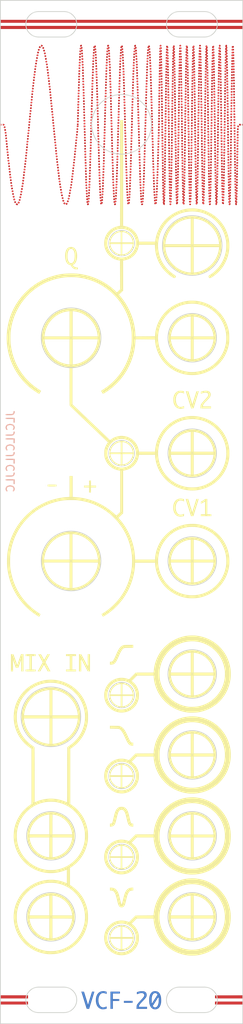
<source format=kicad_pcb>
(kicad_pcb (version 20171130) (host pcbnew "(5.1.6-0-10_14)")
  (layers (0 F.Cu signal) (31 B.Cu signal) (34 B.Paste user) (35 F.Paste user) (36 B.SilkS user) (37 F.SilkS user) (38 B.Mask user) (39 F.Mask user) (44 Edge.Cuts user))
  (net 0 "")
  (module LOGO (layer F.Cu) (at 0 0)
    (fp_text reference G*** hide)
    (fp_text value LOGO hide)
    (fp_poly (pts (xy 1.375833 61.616167) (xy 0.296333 61.616167) (xy 0.296333 61.383333) (xy 1.375833 61.383333) (xy 1.375833 61.616167)) (layer B.Cu) (width 0.01))
    (fp_poly (pts (xy 2.73351 60.17045) (xy 2.792018 60.176732) (xy 2.838485 60.188434) (xy 2.883002 60.206978) (xy 2.910416 60.220662) (xy 3.020797 60.295157) (xy 3.095779 60.389125) (xy 3.138405 60.507401) (xy 3.150343 60.602021) (xy 3.151333 60.683293) (xy 3.142628 60.757997) (xy 3.12132 60.830899) (xy 3.084497 60.906763) (xy 3.029251 60.990357) (xy 2.952671 61.086446) (xy 2.851849 61.199796) (xy 2.723874 61.335173) (xy 2.666672 61.394253) (xy 2.533637 61.532537) (xy 2.427986 61.646372) (xy 2.346276 61.74032) (xy 2.285062 61.818945) (xy 2.2409 61.886809) (xy 2.210346 61.948476) (xy 2.189956 62.008507) (xy 2.183621 62.034208) (xy 2.163499 62.124167) (xy 3.196166 62.124167) (xy 3.196166 62.378167) (xy 1.879866 62.378167) (xy 1.887141 62.171792) (xy 1.890349 62.095454) (xy 1.895845 62.029358) (xy 1.906193 61.969506) (xy 1.923956 61.911904) (xy 1.951698 61.852554) (xy 1.991982 61.787462) (xy 2.047372 61.712629) (xy 2.120431 61.624062) (xy 2.213722 61.517762) (xy 2.32981 61.389735) (xy 2.471258 61.235985) (xy 2.524373 61.178449) (xy 2.639158 61.051125) (xy 2.725866 60.947124) (xy 2.787775 60.861324) (xy 2.828162 60.788603) (xy 2.850302 60.723839) (xy 2.857473 60.661909) (xy 2.8575 60.65772) (xy 2.838356 60.577439) (xy 2.787292 60.500256) (xy 2.713861 60.437764) (xy 2.651907 60.408178) (xy 2.558048 60.392486) (xy 2.439193 60.395527) (xy 2.307628 60.41598) (xy 2.175638 60.452524) (xy 2.148416 60.462345) (xy 2.051145 60.499342) (xy 1.987173 60.521565) (xy 1.949589 60.527482) (xy 1.931482 60.515559) (xy 1.925943 60.484265) (xy 1.926061 60.432067) (xy 1.926166 60.413056) (xy 1.926166 60.284508) (xy 2.100791 60.227585) (xy 2.185281 60.202073) (xy 2.261005 60.185196) (xy 2.341425 60.175141) (xy 2.440004 60.170095) (xy 2.54 60.168456) (xy 2.652867 60.168166) (xy 2.73351 60.17045)) (layer B.Cu) (width 0.01))
    (fp_poly (pts (xy -0.211667 60.452) (xy -1.100667 60.452) (xy -1.100667 61.1505) (xy -0.296334 61.1505) (xy -0.296334 61.383333) (xy -1.100667 61.383333) (xy -1.100667 62.378167) (xy -1.397 62.378167) (xy -1.397 60.219167) (xy -0.211667 60.219167) (xy -0.211667 60.452)) (layer B.Cu) (width 0.01))
    (fp_poly (pts (xy -4.893924 60.223586) (xy -4.730989 60.22975) (xy -4.483127 61.0235) (xy -4.428256 61.200111) (xy -4.377498 61.365201) (xy -4.332234 61.514147) (xy -4.293846 61.642328) (xy -4.263715 61.745123) (xy -4.243222 61.81791) (xy -4.233748 61.856067) (xy -4.233266 61.859583) (xy -4.227039 61.857688) (xy -4.211557 61.821289) (xy -4.189146 61.756601) (xy -4.162136 61.669836) (xy -4.161911 61.669083) (xy -4.13725 61.587182) (xy -4.102386 61.472652) (xy -4.059709 61.333283) (xy -4.011612 61.176862) (xy -3.960484 61.01118) (xy -3.908716 60.844023) (xy -3.903654 60.827712) (xy -3.71475 60.219175) (xy -3.571875 60.219171) (xy -3.500309 60.221007) (xy -3.449052 60.22583) (xy -3.429008 60.232604) (xy -3.429 60.232745) (xy -3.435019 60.255008) (xy -3.452148 60.313186) (xy -3.479004 60.402746) (xy -3.514198 60.519156) (xy -3.556346 60.657884) (xy -3.60406 60.814398) (xy -3.655954 60.984166) (xy -3.710642 61.162656) (xy -3.766738 61.345335) (xy -3.822854 61.527671) (xy -3.877606 61.705133) (xy -3.929606 61.873189) (xy -3.977469 62.027305) (xy -4.002715 62.108292) (xy -4.086988 62.378167) (xy -4.234908 62.378167) (xy -4.328246 62.374298) (xy -4.3805 62.362631) (xy -4.392411 62.351708) (xy -4.400417 62.326698) (xy -4.419639 62.265305) (xy -4.448813 62.171598) (xy -4.486678 62.049645) (xy -4.531972 61.903518) (xy -4.583431 61.737284) (xy -4.639794 61.555014) (xy -4.699369 61.362167) (xy -4.760219 61.165232) (xy -4.818147 60.978016) (xy -4.871773 60.804951) (xy -4.919723 60.650473) (xy -4.960616 60.519012) (xy -4.993078 60.415004) (xy -5.015729 60.34288) (xy -5.026802 60.308252) (xy -5.056859 60.217421) (xy -4.893924 60.223586)) (layer B.Cu) (width 0.01))
    (fp_poly (pts (xy 4.340404 60.165073) (xy 4.489904 60.201922) (xy 4.618098 60.27246) (xy 4.727168 60.37835) (xy 4.819294 60.521253) (xy 4.896659 60.702831) (xy 4.902667 60.720227) (xy 4.935056 60.847301) (xy 4.958222 61.003723) (xy 4.97165 61.177413) (xy 4.974827 61.356293) (xy 4.967238 61.528283) (xy 4.948368 61.681303) (xy 4.944471 61.702192) (xy 4.888839 61.906689) (xy 4.809632 62.0804) (xy 4.708923 62.221772) (xy 4.588786 62.329255) (xy 4.451297 62.401295) (xy 4.298528 62.436343) (xy 4.132554 62.432845) (xy 4.00474 62.405206) (xy 3.876723 62.346058) (xy 3.760918 62.249932) (xy 3.660517 62.121213) (xy 3.605471 62.01561) (xy 3.916274 62.01561) (xy 3.973212 62.083277) (xy 4.061851 62.162457) (xy 4.159843 62.200354) (xy 4.267319 62.196994) (xy 4.352207 62.168339) (xy 4.442394 62.108296) (xy 4.517954 62.015566) (xy 4.580084 61.88787) (xy 4.629982 61.722931) (xy 4.657718 61.587296) (xy 4.667246 61.507016) (xy 4.672761 61.406125) (xy 4.674477 61.294607) (xy 4.672606 61.182445) (xy 4.667363 61.079625) (xy 4.658962 60.99613) (xy 4.647615 60.941943) (xy 4.643721 60.932988) (xy 4.633866 60.926334) (xy 4.617482 60.935119) (xy 4.592046 60.962764) (xy 4.555037 61.012689) (xy 4.503934 61.088314) (xy 4.436215 61.193059) (xy 4.349359 61.330345) (xy 4.341143 61.343419) (xy 4.259163 61.473826) (xy 4.180531 61.598754) (xy 4.109373 61.711662) (xy 4.049811 61.806009) (xy 4.00597 61.875255) (xy 3.987973 61.903527) (xy 3.916274 62.01561) (xy 3.605471 62.01561) (xy 3.578715 61.964282) (xy 3.518704 61.783525) (xy 3.503868 61.717601) (xy 3.487186 61.60044) (xy 3.476597 61.45579) (xy 3.472295 61.298078) (xy 3.472729 61.266917) (xy 3.77825 61.266917) (xy 3.779967 61.410815) (xy 3.784859 61.530164) (xy 3.792537 61.620905) (xy 3.80261 61.678976) (xy 3.814688 61.700317) (xy 3.819638 61.698039) (xy 3.832554 61.678904) (xy 3.86536 61.628622) (xy 3.91514 61.55171) (xy 3.978977 61.452687) (xy 4.053955 61.336071) (xy 4.137158 61.206379) (xy 4.159173 61.172018) (xy 4.244829 61.0381) (xy 4.32361 60.914555) (xy 4.392449 60.806221) (xy 4.448281 60.717935) (xy 4.488041 60.654535) (xy 4.508663 60.620858) (xy 4.510323 60.617927) (xy 4.514715 60.581698) (xy 4.488909 60.534687) (xy 4.474152 60.516273) (xy 4.383912 60.437156) (xy 4.283159 60.396156) (xy 4.178514 60.392681) (xy 4.076601 60.426138) (xy 3.98404 60.495934) (xy 3.92902 60.565075) (xy 3.870462 60.669904) (xy 3.827842 60.783436) (xy 3.799425 60.913745) (xy 3.783475 61.068905) (xy 3.77826 61.25699) (xy 3.77825 61.266917) (xy 3.472729 61.266917) (xy 3.474477 61.141736) (xy 3.483337 61.001194) (xy 3.493132 60.922894) (xy 3.539684 60.725026) (xy 3.610087 60.550294) (xy 3.701684 60.403288) (xy 3.811816 60.2886) (xy 3.892249 60.233466) (xy 3.969088 60.195821) (xy 4.044383 60.17378) (xy 4.137428 60.162209) (xy 4.167415 60.160253) (xy 4.340404 60.165073)) (layer B.Cu) (width 0.01))
    (fp_poly (pts (xy -2.181259 60.163141) (xy -2.032 60.191878) (xy -1.894417 60.23024) (xy -1.888158 60.37287) (xy -1.887268 60.456864) (xy -1.8947 60.502627) (xy -1.911881 60.513696) (xy -1.937809 60.496001) (xy -1.978869 60.47199) (xy -2.048572 60.445697) (xy -2.133649 60.420817) (xy -2.220834 60.401041) (xy -2.296858 60.390063) (xy -2.322374 60.388965) (xy -2.457016 60.409547) (xy -2.578905 60.467738) (xy -2.685796 60.560139) (xy -2.775442 60.683347) (xy -2.845594 60.833964) (xy -2.894007 61.008589) (xy -2.918432 61.203822) (xy -2.921 61.294767) (xy -2.907778 61.494471) (xy -2.869778 61.676097) (xy -2.809498 61.836337) (xy -2.729437 61.971882) (xy -2.632094 62.079425) (xy -2.519968 62.155655) (xy -2.395557 62.197266) (xy -2.26136 62.200949) (xy -2.238989 62.197771) (xy -2.145371 62.175816) (xy -2.029434 62.136391) (xy -1.920875 62.092859) (xy -1.900899 62.08884) (xy -1.889713 62.103341) (xy -1.884849 62.144459) (xy -1.883834 62.214363) (xy -1.883834 62.351421) (xy -2.016125 62.388864) (xy -2.14932 62.417323) (xy -2.290759 62.432097) (xy -2.423554 62.432092) (xy -2.511319 62.420905) (xy -2.628561 62.382983) (xy -2.75287 62.321348) (xy -2.865489 62.245835) (xy -2.899104 62.217558) (xy -3.020329 62.080024) (xy -3.115721 61.911103) (xy -3.184056 61.713851) (xy -3.224115 61.491324) (xy -3.232611 61.383333) (xy -3.229463 61.140477) (xy -3.195934 60.917859) (xy -3.133302 60.718199) (xy -3.042843 60.544215) (xy -2.925835 60.398625) (xy -2.783554 60.284147) (xy -2.692925 60.234459) (xy -2.536741 60.1818) (xy -2.361787 60.157744) (xy -2.181259 60.163141)) (layer B.Cu) (width 0.01))
  )
  (module LOGO (layer F.Cu) (at 0 0)
    (fp_text reference G*** hide)
    (fp_text value LOGO hide)
  )
  (module LOGO (layer F.Cu) (at 0 0)
    (fp_text reference G*** hide)
    (fp_text value LOGO hide)
  )
  (module LOGO (layer F.Cu) (at 0 0)
    (fp_text reference G*** hide)
    (fp_text value LOGO hide)
    (fp_poly (pts (xy 15.24 -61.446833) (xy -15.24 -61.446833) (xy -15.24 -61.806667) (xy 15.24 -61.806667) (xy 15.24 -61.446833)) (layer F.Cu) (width 0.01))
    (fp_poly (pts (xy 15.24 -60.663667) (xy -15.24 -60.663667) (xy -15.24 -61.044667) (xy 15.24 -61.044667) (xy 15.24 -60.663667)) (layer F.Cu) (width 0.01))
    (fp_poly (pts (xy 9.907608 -58.658946) (xy 9.947348 -58.621342) (xy 9.969509 -58.572529) (xy 9.970222 -58.523847) (xy 9.945613 -58.486635) (xy 9.921875 -58.475675) (xy 9.836264 -58.46414) (xy 9.776887 -58.481442) (xy 9.76449 -58.492533) (xy 9.746115 -58.541243) (xy 9.757055 -58.597067) (xy 9.790185 -58.645581) (xy 9.838374 -58.672359) (xy 9.854163 -58.674) (xy 9.907608 -58.658946)) (layer F.Cu) (width 0.01))
    (fp_poly (pts (xy 7.439307 -58.655474) (xy 7.481608 -58.608248) (xy 7.493 -58.560305) (xy 7.482658 -58.514972) (xy 7.458743 -58.478012) (xy 7.431914 -58.465544) (xy 7.430558 -58.465892) (xy 7.403821 -58.470168) (xy 7.352117 -58.476312) (xy 7.337179 -58.477894) (xy 7.284795 -58.485623) (xy 7.264343 -58.501356) (xy 7.26553 -58.536153) (xy 7.268513 -58.551693) (xy 7.294246 -58.627139) (xy 7.335876 -58.666159) (xy 7.377663 -58.674) (xy 7.439307 -58.655474)) (layer F.Cu) (width 0.01))
    (fp_poly (pts (xy 12.401106 -58.656621) (xy 12.43588 -58.604915) (xy 12.446 -58.529694) (xy 12.434031 -58.480417) (xy 12.394311 -58.452298) (xy 12.321122 -58.441757) (xy 12.304985 -58.441456) (xy 12.273374 -58.449566) (xy 12.254691 -58.481508) (xy 12.244792 -58.526566) (xy 12.242284 -58.605271) (xy 12.267844 -58.653346) (xy 12.323047 -58.673176) (xy 12.342013 -58.674) (xy 12.401106 -58.656621)) (layer F.Cu) (width 0.01))
    (fp_poly (pts (xy 4.940123 -58.665884) (xy 4.985796 -58.635488) (xy 5.006204 -58.581726) (xy 4.997334 -58.517847) (xy 4.989904 -58.50153) (xy 4.966053 -58.46971) (xy 4.930213 -58.457359) (xy 4.873625 -58.458259) (xy 4.812872 -58.469095) (xy 4.785072 -58.495187) (xy 4.786594 -58.543933) (xy 4.804515 -58.599081) (xy 4.840731 -58.653971) (xy 4.895938 -58.671962) (xy 4.940123 -58.665884)) (layer F.Cu) (width 0.01))
    (fp_poly (pts (xy -1.617676 -58.654232) (xy -1.599596 -58.640738) (xy -1.571252 -58.601874) (xy -1.569895 -58.574651) (xy -1.585819 -58.568167) (xy -1.603462 -58.54992) (xy -1.618976 -58.505902) (xy -1.61925 -58.504667) (xy -1.63289 -58.463359) (xy -1.658785 -58.445321) (xy -1.711338 -58.441179) (xy -1.716847 -58.441167) (xy -1.783552 -58.449649) (xy -1.812698 -58.472964) (xy -1.816321 -58.522763) (xy -1.803419 -58.586121) (xy -1.779094 -58.640206) (xy -1.773707 -58.647423) (xy -1.731745 -58.669525) (xy -1.673037 -58.671538) (xy -1.617676 -58.654232)) (layer F.Cu) (width 0.01))
    (fp_poly (pts (xy -5.01562 -58.662059) (xy -4.98791 -58.625836) (xy -4.99385 -58.564321) (xy -5.008091 -58.526668) (xy -5.035259 -58.474717) (xy -5.066134 -58.449436) (xy -5.113498 -58.445597) (xy -5.180542 -58.456105) (xy -5.216692 -58.472366) (xy -5.226292 -58.507101) (xy -5.210894 -58.568099) (xy -5.205676 -58.582233) (xy -5.173018 -58.64183) (xy -5.126065 -58.668876) (xy -5.077301 -58.673676) (xy -5.01562 -58.662059)) (layer F.Cu) (width 0.01))
    (fp_poly (pts (xy -10.01454 -58.659102) (xy -9.954806 -58.622715) (xy -9.895417 -58.57143) (xy -9.957586 -58.506298) (xy -10.002625 -58.463361) (xy -10.038247 -58.446934) (xy -10.081979 -58.450874) (xy -10.101792 -58.455758) (xy -10.12513 -58.471837) (xy -10.136347 -58.510943) (xy -10.138834 -58.569719) (xy -10.137358 -58.631791) (xy -10.128549 -58.662531) (xy -10.105839 -58.672932) (xy -10.076514 -58.674) (xy -10.01454 -58.659102)) (layer F.Cu) (width 0.01))
    (fp_poly (pts (xy 1.768966 -58.66568) (xy 1.802157 -58.635853) (xy 1.807301 -58.577146) (xy 1.795346 -58.517686) (xy 1.775958 -58.461429) (xy 1.75595 -58.427927) (xy 1.747151 -58.423558) (xy 1.712836 -58.42797) (xy 1.656808 -58.434243) (xy 1.645626 -58.435424) (xy 1.594349 -58.443469) (xy 1.575149 -58.459517) (xy 1.577822 -58.493624) (xy 1.579418 -58.500658) (xy 1.606347 -58.588953) (xy 1.640216 -58.641936) (xy 1.686247 -58.666591) (xy 1.705866 -58.669789) (xy 1.768966 -58.66568)) (layer F.Cu) (width 0.01))
    (fp_poly (pts (xy 14.083974 -58.518326) (xy 14.097692 -58.514822) (xy 14.110823 -58.487341) (xy 14.117814 -58.434968) (xy 14.118166 -58.419496) (xy 14.108616 -58.354385) (xy 14.075733 -58.31489) (xy 14.013172 -58.296229) (xy 13.950224 -58.293) (xy 13.864166 -58.293) (xy 13.864166 -58.499213) (xy 13.970692 -58.513344) (xy 14.035865 -58.51916) (xy 14.083974 -58.518326)) (layer F.Cu) (width 0.01))
    (fp_poly (pts (xy 11.631321 -58.460926) (xy 11.637774 -58.397868) (xy 11.628345 -58.361297) (xy 11.612411 -58.345123) (xy 11.583886 -58.313449) (xy 11.578166 -58.295958) (xy 11.558664 -58.280378) (xy 11.506139 -58.272407) (xy 11.482916 -58.271833) (xy 11.387666 -58.271833) (xy 11.387666 -58.368595) (xy 11.396435 -58.449989) (xy 11.427752 -58.500669) (xy 11.489131 -58.529498) (xy 11.531479 -58.538176) (xy 11.615986 -58.551689) (xy 11.631321 -58.460926)) (layer F.Cu) (width 0.01))
    (fp_poly (pts (xy 5.761274 -58.540877) (xy 5.80208 -58.521993) (xy 5.805584 -58.489571) (xy 5.805316 -58.488859) (xy 5.803482 -58.466453) (xy 5.814659 -58.469101) (xy 5.832304 -58.460483) (xy 5.848609 -58.421209) (xy 5.859997 -58.362896) (xy 5.863166 -58.311521) (xy 5.856713 -58.287575) (xy 5.830595 -58.275645) (xy 5.774669 -58.271927) (xy 5.757333 -58.271833) (xy 5.693854 -58.274062) (xy 5.662194 -58.283523) (xy 5.651952 -58.304375) (xy 5.6515 -58.314167) (xy 5.642635 -58.348562) (xy 5.630333 -58.3565) (xy 5.61771 -58.375419) (xy 5.610137 -58.423285) (xy 5.609166 -58.45175) (xy 5.610786 -58.510278) (xy 5.621479 -58.537993) (xy 5.649996 -58.546415) (xy 5.681518 -58.547) (xy 5.761274 -58.540877)) (layer F.Cu) (width 0.01))
    (fp_poly (pts (xy -3.265733 -58.581288) (xy -3.259628 -58.558732) (xy -3.2509 -58.50833) (xy -3.246547 -58.478352) (xy -3.240234 -58.418879) (xy -3.245596 -58.389116) (xy -3.266875 -58.3771) (xy -3.283497 -58.374192) (xy -3.32801 -58.351059) (xy -3.340514 -58.319458) (xy -3.349461 -58.291031) (xy -3.373313 -58.276835) (xy -3.423407 -58.272125) (xy -3.454285 -58.271833) (xy -3.561292 -58.271833) (xy -3.548063 -58.337979) (xy -3.538489 -58.398216) (xy -3.534834 -58.443813) (xy -3.518638 -58.477239) (xy -3.4925 -58.4835) (xy -3.458168 -58.495658) (xy -3.450167 -58.512675) (xy -3.43216 -58.531385) (xy -3.388737 -58.553416) (xy -3.335795 -58.572855) (xy -3.289231 -58.583787) (xy -3.265733 -58.581288)) (layer F.Cu) (width 0.01))
    (fp_poly (pts (xy 9.131897 -58.564977) (xy 9.138613 -58.541419) (xy 9.14814 -58.490956) (xy 9.151973 -58.46709) (xy 9.157522 -58.40599) (xy 9.14852 -58.374337) (xy 9.133752 -58.364283) (xy 9.108816 -58.335847) (xy 9.101666 -58.301319) (xy 9.09736 -58.270015) (xy 9.076923 -58.255183) (xy 9.029077 -58.250828) (xy 9.006416 -58.250667) (xy 8.911166 -58.250667) (xy 8.911166 -58.3565) (xy 8.914974 -58.416872) (xy 8.924708 -58.455191) (xy 8.932333 -58.462333) (xy 8.949786 -58.479977) (xy 8.9535 -58.502806) (xy 8.964634 -58.532035) (xy 9.004115 -58.550459) (xy 9.039592 -58.557824) (xy 9.094485 -58.565256) (xy 9.128011 -58.566307) (xy 9.131897 -58.564977)) (layer F.Cu) (width 0.01))
    (fp_poly (pts (xy 8.165041 -58.567843) (xy 8.242931 -58.560419) (xy 8.283665 -58.53755) (xy 8.290259 -58.497146) (xy 8.286747 -58.483492) (xy 8.281591 -58.45047) (xy 8.292847 -58.448978) (xy 8.316297 -58.445188) (xy 8.332586 -58.405166) (xy 8.339557 -58.334717) (xy 8.339666 -58.323019) (xy 8.337557 -58.278648) (xy 8.32357 -58.257577) (xy 8.286219 -58.251128) (xy 8.243887 -58.250667) (xy 8.184322 -58.253013) (xy 8.153957 -58.265156) (xy 8.139715 -58.294752) (xy 8.135408 -58.314167) (xy 8.121179 -58.358643) (xy 8.104515 -58.377657) (xy 8.104187 -58.377667) (xy 8.09314 -58.39659) (xy 8.086515 -58.444468) (xy 8.085666 -58.472917) (xy 8.085666 -58.568167) (xy 8.165041 -58.567843)) (layer F.Cu) (width 0.01))
    (fp_poly (pts (xy 3.531752 -58.575659) (xy 3.544677 -58.540981) (xy 3.546434 -58.533303) (xy 3.559362 -58.477461) (xy 3.568509 -58.4405) (xy 3.556696 -58.408661) (xy 3.513625 -58.38413) (xy 3.46601 -58.355974) (xy 3.450388 -58.313591) (xy 3.450166 -58.305422) (xy 3.443335 -58.265668) (xy 3.414103 -58.253114) (xy 3.391958 -58.253122) (xy 3.333811 -58.258514) (xy 3.296708 -58.265258) (xy 3.267405 -58.291445) (xy 3.256939 -58.339332) (xy 3.263256 -58.393796) (xy 3.284304 -58.439715) (xy 3.318033 -58.461967) (xy 3.323449 -58.462333) (xy 3.351518 -58.474131) (xy 3.351091 -58.502278) (xy 3.34807 -58.534425) (xy 3.365532 -58.555013) (xy 3.411878 -58.570268) (xy 3.454669 -58.579006) (xy 3.50656 -58.585938) (xy 3.531752 -58.575659)) (layer F.Cu) (width 0.01))
    (fp_poly (pts (xy 0.120254 -58.578705) (xy 0.127425 -58.575088) (xy 0.140762 -58.544703) (xy 0.154456 -58.48966) (xy 0.158432 -58.467625) (xy 0.165799 -58.411511) (xy 0.160248 -58.385474) (xy 0.136863 -58.378021) (xy 0.119958 -58.377667) (xy 0.078776 -58.367902) (xy 0.057118 -58.330848) (xy 0.052916 -58.314167) (xy 0.03919 -58.270995) (xy 0.02523 -58.254144) (xy 0.024776 -58.254225) (xy -0.003851 -58.258573) (xy -0.056408 -58.264766) (xy -0.068792 -58.266086) (xy -0.118305 -58.275418) (xy -0.14315 -58.296539) (xy -0.147603 -58.338993) (xy -0.135943 -58.412325) (xy -0.135446 -58.414814) (xy -0.120605 -58.458977) (xy -0.09514 -58.470005) (xy -0.08012 -58.467277) (xy -0.049414 -58.465519) (xy -0.048705 -58.491006) (xy -0.050839 -58.498118) (xy -0.052625 -58.526847) (xy -0.029651 -58.547266) (xy 0.023438 -58.566347) (xy 0.080623 -58.57874) (xy 0.120254 -58.578705)) (layer F.Cu) (width 0.01))
    (fp_poly (pts (xy -10.31114 -58.495673) (xy -10.266762 -58.473889) (xy -10.217157 -58.447106) (xy -10.176759 -58.42312) (xy -10.160001 -58.409723) (xy -10.16 -58.409705) (xy -10.168778 -58.381904) (xy -10.189718 -58.33729) (xy -10.214736 -58.291143) (xy -10.235747 -58.258747) (xy -10.243296 -58.252277) (xy -10.269487 -58.260044) (xy -10.317282 -58.276808) (xy -10.322523 -58.278735) (xy -10.372982 -58.300114) (xy -10.40422 -58.318308) (xy -10.40521 -58.319243) (xy -10.40524 -58.343928) (xy -10.392465 -58.390491) (xy -10.372749 -58.443255) (xy -10.351956 -58.486539) (xy -10.335951 -58.504666) (xy -10.335859 -58.504667) (xy -10.31114 -58.495673)) (layer F.Cu) (width 0.01))
    (fp_poly (pts (xy -9.773725 -58.367145) (xy -9.75513 -58.313487) (xy -9.741178 -58.252109) (xy -9.75011 -58.214248) (xy -9.78878 -58.187938) (xy -9.837362 -58.169937) (xy -9.883103 -58.157574) (xy -9.908953 -58.166368) (xy -9.930166 -58.204299) (xy -9.937904 -58.222549) (xy -9.96115 -58.281856) (xy -9.964044 -58.315982) (xy -9.942287 -58.338917) (xy -9.894699 -58.363163) (xy -9.832562 -58.390048) (xy -9.796105 -58.392752) (xy -9.773725 -58.367145)) (layer F.Cu) (width 0.01))
    (fp_poly (pts (xy 9.797779 -58.348052) (xy 9.800166 -58.347599) (xy 9.871709 -58.33378) (xy 9.927166 -58.323068) (xy 9.966684 -58.311785) (xy 9.985136 -58.289484) (xy 9.990446 -58.242961) (xy 9.990666 -58.217235) (xy 9.990666 -58.123667) (xy 9.900708 -58.126549) (xy 9.830773 -58.130664) (xy 9.770758 -58.13723) (xy 9.760647 -58.13893) (xy 9.728295 -58.149993) (xy 9.71793 -58.175123) (xy 9.723372 -58.226005) (xy 9.731993 -58.285009) (xy 9.736324 -58.328034) (xy 9.736433 -58.331724) (xy 9.751008 -58.350212) (xy 9.797779 -58.348052)) (layer F.Cu) (width 0.01))
    (fp_poly (pts (xy 7.514166 -58.243739) (xy 7.511743 -58.185059) (xy 7.498968 -58.155316) (xy 7.467578 -58.141167) (xy 7.44802 -58.136896) (xy 7.376952 -58.127269) (xy 7.309277 -58.123667) (xy 7.23668 -58.123667) (xy 7.243131 -58.224208) (xy 7.249583 -58.32475) (xy 7.381875 -58.331052) (xy 7.514166 -58.337354) (xy 7.514166 -58.243739)) (layer F.Cu) (width 0.01))
    (fp_poly (pts (xy 12.242311 -58.370898) (xy 12.290555 -58.365947) (xy 12.314113 -58.362938) (xy 12.375647 -58.348219) (xy 12.402911 -58.326602) (xy 12.403666 -58.321963) (xy 12.420669 -58.296335) (xy 12.435416 -58.293) (xy 12.456343 -58.280535) (xy 12.465875 -58.238149) (xy 12.467166 -58.19775) (xy 12.467166 -58.1025) (xy 12.371916 -58.1025) (xy 12.309136 -58.106655) (xy 12.280539 -58.120784) (xy 12.276666 -58.13425) (xy 12.259062 -58.160115) (xy 12.234738 -58.166) (xy 12.209997 -58.170372) (xy 12.200236 -58.190624) (xy 12.202391 -58.237464) (xy 12.20597 -58.266542) (xy 12.214162 -58.325947) (xy 12.22021 -58.364067) (xy 12.221845 -58.371016) (xy 12.242311 -58.370898)) (layer F.Cu) (width 0.01))
    (fp_poly (pts (xy 5.037666 -58.26125) (xy 5.034896 -58.201726) (xy 5.023395 -58.173579) (xy 4.998374 -58.166037) (xy 4.995333 -58.166) (xy 4.960857 -58.152765) (xy 4.953 -58.13425) (xy 4.940534 -58.113323) (xy 4.898149 -58.103791) (xy 4.85775 -58.1025) (xy 4.7625 -58.1025) (xy 4.7625 -58.208333) (xy 4.765898 -58.274888) (xy 4.777667 -58.307395) (xy 4.79425 -58.314167) (xy 4.822417 -58.325596) (xy 4.826 -58.335333) (xy 4.845036 -58.347408) (xy 4.89371 -58.355072) (xy 4.931833 -58.3565) (xy 5.037666 -58.3565) (xy 5.037666 -58.26125)) (layer F.Cu) (width 0.01))
    (fp_poly (pts (xy -4.940471 -58.39336) (xy -4.93507 -58.370014) (xy -4.929452 -58.319116) (xy -4.927422 -58.292116) (xy -4.925366 -58.233791) (xy -4.934335 -58.205317) (xy -4.961859 -58.194359) (xy -4.989017 -58.191194) (xy -5.048382 -58.172447) (xy -5.069819 -58.143569) (xy -5.096249 -58.115766) (xy -5.144055 -58.100933) (xy -5.198627 -58.09917) (xy -5.245353 -58.110576) (xy -5.269624 -58.135253) (xy -5.2705 -58.142188) (xy -5.266363 -58.192368) (xy -5.258059 -58.244082) (xy -5.243727 -58.28753) (xy -5.215279 -58.30002) (xy -5.183976 -58.297242) (xy -5.139614 -58.295982) (xy -5.123509 -58.314732) (xy -5.122334 -58.330226) (xy -5.112557 -58.359679) (xy -5.07667 -58.377703) (xy -5.034841 -58.386247) (xy -4.979237 -58.393418) (xy -4.944791 -58.394613) (xy -4.940471 -58.39336)) (layer F.Cu) (width 0.01))
    (fp_poly (pts (xy 1.866646 -58.38883) (xy 1.881067 -58.347091) (xy 1.883833 -58.282027) (xy 1.879449 -58.233033) (xy 1.857766 -58.211687) (xy 1.815041 -58.204383) (xy 1.765665 -58.193329) (xy 1.744297 -58.165254) (xy 1.739552 -58.139542) (xy 1.728893 -58.098997) (xy 1.700471 -58.08444) (xy 1.665469 -58.083789) (xy 1.607455 -58.088193) (xy 1.566224 -58.094926) (xy 1.546257 -58.112536) (xy 1.540008 -58.156455) (xy 1.54206 -58.200352) (xy 1.548367 -58.259217) (xy 1.560686 -58.286282) (xy 1.587782 -58.291988) (xy 1.616713 -58.289279) (xy 1.663054 -58.287885) (xy 1.680882 -58.30464) (xy 1.68321 -58.334622) (xy 1.688326 -58.369175) (xy 1.712042 -58.387864) (xy 1.765732 -58.39906) (xy 1.771966 -58.399924) (xy 1.832843 -58.403739) (xy 1.866646 -58.38883)) (layer F.Cu) (width 0.01))
    (fp_poly (pts (xy -1.550305 -58.395801) (xy -1.529932 -58.372878) (xy -1.524186 -58.324744) (xy -1.524 -58.304543) (xy -1.526152 -58.245846) (xy -1.538706 -58.216103) (xy -1.570813 -58.201951) (xy -1.598084 -58.196354) (xy -1.649357 -58.181049) (xy -1.669842 -58.154898) (xy -1.672167 -58.131895) (xy -1.675147 -58.102232) (xy -1.690411 -58.087917) (xy -1.727443 -58.086411) (xy -1.795728 -58.095178) (xy -1.804459 -58.096494) (xy -1.840682 -58.10601) (xy -1.857633 -58.12838) (xy -1.862493 -58.17627) (xy -1.862667 -58.199156) (xy -1.861043 -58.25712) (xy -1.849946 -58.284357) (xy -1.820035 -58.292477) (xy -1.787157 -58.293) (xy -1.737685 -58.296295) (xy -1.720781 -58.31017) (xy -1.724209 -58.332577) (xy -1.724425 -58.362293) (xy -1.694736 -58.379631) (xy -1.670073 -58.385494) (xy -1.59409 -58.398383) (xy -1.550305 -58.395801)) (layer F.Cu) (width 0.01))
    (fp_poly (pts (xy 14.084544 -58.161747) (xy 14.117323 -58.139036) (xy 14.13227 -58.094818) (xy 14.135114 -58.068402) (xy 14.137014 -58.012896) (xy 14.125023 -57.985705) (xy 14.088904 -57.97297) (xy 14.061031 -57.968093) (xy 13.986347 -57.95885) (xy 13.915134 -57.954592) (xy 13.911791 -57.954566) (xy 13.869309 -57.956829) (xy 13.849332 -57.971707) (xy 13.843375 -58.01076) (xy 13.843 -58.048287) (xy 13.843 -58.14224) (xy 13.934936 -58.156026) (xy 14.026295 -58.166296) (xy 14.084544 -58.161747)) (layer F.Cu) (width 0.01))
    (fp_poly (pts (xy 11.605482 -58.184713) (xy 11.633514 -58.173633) (xy 11.6417 -58.148348) (xy 11.641955 -58.139542) (xy 11.647964 -58.078241) (xy 11.655007 -58.044292) (xy 11.657985 -58.009336) (xy 11.633388 -57.997451) (xy 11.612385 -57.996667) (xy 11.567981 -57.986044) (xy 11.557 -57.964917) (xy 11.544534 -57.94399) (xy 11.502149 -57.934458) (xy 11.46175 -57.933167) (xy 11.3665 -57.933167) (xy 11.3665 -58.028417) (xy 11.369269 -58.087941) (xy 11.380771 -58.116088) (xy 11.405792 -58.12363) (xy 11.408833 -58.123667) (xy 11.443309 -58.136902) (xy 11.451166 -58.155417) (xy 11.463632 -58.176344) (xy 11.506017 -58.185876) (xy 11.546416 -58.187167) (xy 11.605482 -58.184713)) (layer F.Cu) (width 0.01))
    (fp_poly (pts (xy -10.409444 -58.146844) (xy -10.34627 -58.126082) (xy -10.312906 -58.110161) (xy -10.301714 -58.087743) (xy -10.308527 -58.044565) (xy -10.315083 -58.019324) (xy -10.337301 -57.962025) (xy -10.370405 -57.936421) (xy -10.423557 -57.939083) (xy -10.481101 -57.957205) (xy -10.51551 -57.972374) (xy -10.527606 -57.992796) (xy -10.521207 -58.032297) (xy -10.511338 -58.066659) (xy -10.488843 -58.123432) (xy -10.458235 -58.148952) (xy -10.409444 -58.146844)) (layer F.Cu) (width 0.01))
    (fp_poly (pts (xy 9.165166 -58.113083) (xy 9.162396 -58.05356) (xy 9.150895 -58.025413) (xy 9.125874 -58.01787) (xy 9.122833 -58.017833) (xy 9.089637 -58.005431) (xy 9.0805 -57.964917) (xy 9.076552 -57.932263) (xy 9.057146 -57.916792) (xy 9.01094 -57.912202) (xy 8.98525 -57.912) (xy 8.89 -57.912) (xy 8.89 -58.00725) (xy 8.892769 -58.066774) (xy 8.904271 -58.094921) (xy 8.929292 -58.102464) (xy 8.932333 -58.1025) (xy 8.965529 -58.114902) (xy 8.974666 -58.155417) (xy 8.978614 -58.188071) (xy 8.99802 -58.203542) (xy 9.044225 -58.208131) (xy 9.069916 -58.208333) (xy 9.165166 -58.208333) (xy 9.165166 -58.113083)) (layer F.Cu) (width 0.01))
    (fp_poly (pts (xy 5.74603 -58.183012) (xy 5.774627 -58.168883) (xy 5.7785 -58.155417) (xy 5.796146 -58.12956) (xy 5.820833 -58.123667) (xy 5.846225 -58.118095) (xy 5.858888 -58.094444) (xy 5.862985 -58.042313) (xy 5.863166 -58.017833) (xy 5.863166 -57.912) (xy 5.767916 -57.912) (xy 5.708392 -57.91477) (xy 5.680245 -57.926271) (xy 5.672703 -57.951292) (xy 5.672666 -57.954333) (xy 5.657699 -57.98971) (xy 5.630333 -57.996667) (xy 5.603878 -58.002899) (xy 5.591368 -58.028777) (xy 5.588016 -58.085074) (xy 5.588 -58.091917) (xy 5.588 -58.187167) (xy 5.68325 -58.187167) (xy 5.74603 -58.183012)) (layer F.Cu) (width 0.01))
    (fp_poly (pts (xy 3.598333 -58.13541) (xy 3.596128 -58.076117) (xy 3.585538 -58.04785) (xy 3.560594 -58.039372) (xy 3.547147 -58.039) (xy 3.474874 -58.029652) (xy 3.437076 -57.999925) (xy 3.429 -57.962652) (xy 3.425347 -57.932831) (xy 3.40728 -57.917782) (xy 3.364137 -57.912525) (xy 3.32052 -57.912) (xy 3.212041 -57.912) (xy 3.22527 -57.978146) (xy 3.234706 -58.034078) (xy 3.2385 -58.073396) (xy 3.256312 -58.094269) (xy 3.311587 -58.102336) (xy 3.324681 -58.1025) (xy 3.379256 -58.1047) (xy 3.402538 -58.116681) (xy 3.405533 -58.146514) (xy 3.404056 -58.160708) (xy 3.402866 -58.195981) (xy 3.417007 -58.214122) (xy 3.456834 -58.222274) (xy 3.497791 -58.225368) (xy 3.598333 -58.23182) (xy 3.598333 -58.13541)) (layer F.Cu) (width 0.01))
    (fp_poly (pts (xy 0.170486 -58.222403) (xy 0.186626 -58.194232) (xy 0.195113 -58.139542) (xy 0.196036 -58.071179) (xy 0.176155 -58.034197) (xy 0.127788 -58.019726) (xy 0.089958 -58.018158) (xy 0.042157 -58.013183) (xy 0.023578 -57.992344) (xy 0.021166 -57.964917) (xy 0.01783 -57.933758) (xy 0.000674 -57.91806) (xy -0.041023 -57.912575) (xy -0.086932 -57.912) (xy -0.150448 -57.914101) (xy -0.180065 -57.92235) (xy -0.184092 -57.939669) (xy -0.182182 -57.945481) (xy -0.173329 -57.989103) (xy -0.169351 -58.049322) (xy -0.169334 -58.053175) (xy -0.169334 -58.127388) (xy -0.084667 -58.113083) (xy -0.030747 -58.106017) (xy -0.006501 -58.112895) (xy -0.000166 -58.138998) (xy 0 -58.151088) (xy 0.015895 -58.196229) (xy 0.065432 -58.221749) (xy 0.140651 -58.229211) (xy 0.170486 -58.222403)) (layer F.Cu) (width 0.01))
    (fp_poly (pts (xy -3.222717 -58.219134) (xy -3.21706 -58.198058) (xy -3.208582 -58.148569) (xy -3.203965 -58.116702) (xy -3.190413 -58.017833) (xy -3.28854 -58.017833) (xy -3.348432 -58.015787) (xy -3.377238 -58.005623) (xy -3.386158 -57.981302) (xy -3.386667 -57.964917) (xy -3.39299 -57.931237) (xy -3.417363 -57.91588) (xy -3.467894 -57.916689) (xy -3.529542 -57.926938) (xy -3.559616 -57.93888) (xy -3.573587 -57.967508) (xy -3.577159 -58.025159) (xy -3.577167 -58.029889) (xy -3.577167 -58.123667) (xy -3.4925 -58.123667) (xy -3.436747 -58.127433) (xy -3.412205 -58.142116) (xy -3.407834 -58.163777) (xy -3.398409 -58.191033) (xy -3.363574 -58.206492) (xy -3.317875 -58.213292) (xy -3.261659 -58.218303) (xy -3.227128 -58.219735) (xy -3.222717 -58.219134)) (layer F.Cu) (width 0.01))
    (fp_poly (pts (xy 8.235763 -58.207117) (xy 8.265982 -58.199965) (xy 8.272695 -58.181629) (xy 8.267474 -58.155417) (xy 8.263662 -58.115884) (xy 8.284436 -58.102918) (xy 8.294143 -58.1025) (xy 8.321995 -58.092221) (xy 8.338714 -58.055082) (xy 8.34603 -58.013495) (xy 8.351181 -57.954535) (xy 8.349691 -57.914187) (xy 8.347568 -57.907662) (xy 8.321906 -57.897463) (xy 8.26943 -57.891485) (xy 8.243167 -57.890833) (xy 8.185091 -57.89274) (xy 8.15777 -57.903665) (xy 8.149644 -57.931418) (xy 8.149166 -57.954333) (xy 8.142514 -58.000814) (xy 8.117761 -58.017178) (xy 8.106833 -58.017833) (xy 8.080378 -58.024066) (xy 8.067868 -58.049944) (xy 8.064516 -58.106241) (xy 8.0645 -58.113083) (xy 8.0645 -58.208333) (xy 8.172627 -58.208333) (xy 8.235763 -58.207117)) (layer F.Cu) (width 0.01))
    (fp_poly (pts (xy 6.646626 -58.583082) (xy 6.663524 -58.559588) (xy 6.667428 -58.509061) (xy 6.6675 -58.4835) (xy 6.663692 -58.423128) (xy 6.653957 -58.384809) (xy 6.646333 -58.377667) (xy 6.632342 -58.35906) (xy 6.625349 -58.313306) (xy 6.625166 -58.303583) (xy 6.632051 -58.24879) (xy 6.654025 -58.229634) (xy 6.656916 -58.2295) (xy 6.677843 -58.217035) (xy 6.687375 -58.174649) (xy 6.688666 -58.13425) (xy 6.685896 -58.074726) (xy 6.674395 -58.046579) (xy 6.649374 -58.039037) (xy 6.646333 -58.039) (xy 6.617156 -58.030713) (xy 6.605383 -57.998361) (xy 6.604 -57.964917) (xy 6.601966 -57.919397) (xy 6.588185 -57.897842) (xy 6.551136 -57.89129) (xy 6.50875 -57.890833) (xy 6.4135 -57.890833) (xy 6.4135 -57.986083) (xy 6.416269 -58.045607) (xy 6.427771 -58.073754) (xy 6.452792 -58.081297) (xy 6.455833 -58.081333) (xy 6.487277 -58.09802) (xy 6.501231 -58.137856) (xy 6.497843 -58.185507) (xy 6.477262 -58.22564) (xy 6.454296 -58.240571) (xy 6.4272 -58.254745) (xy 6.418417 -58.282307) (xy 6.424147 -58.336538) (xy 6.425138 -58.342539) (xy 6.439028 -58.40045) (xy 6.455953 -58.438678) (xy 6.46129 -58.444187) (xy 6.472916 -58.472576) (xy 6.469561 -58.510254) (xy 6.465393 -58.545326) (xy 6.483 -58.563692) (xy 6.53236 -58.575273) (xy 6.535488 -58.575793) (xy 6.607144 -58.586249) (xy 6.646626 -58.583082)) (layer F.Cu) (width 0.01))
    (fp_poly (pts (xy -9.684405 -58.048012) (xy -9.662547 -58.013674) (xy -9.649613 -57.975877) (xy -9.63551 -57.910602) (xy -9.64652 -57.871656) (xy -9.689102 -57.848971) (xy -9.738118 -57.837929) (xy -9.786813 -57.831651) (xy -9.813009 -57.842963) (xy -9.83064 -57.88151) (xy -9.83866 -57.907529) (xy -9.856419 -57.968822) (xy -9.859726 -58.001121) (xy -9.845294 -58.016263) (xy -9.809836 -58.026089) (xy -9.805459 -58.027127) (xy -9.748589 -58.041422) (xy -9.711375 -58.051645) (xy -9.684405 -58.048012)) (layer F.Cu) (width 0.01))
    (fp_poly (pts (xy 9.867562 -57.993045) (xy 9.901635 -57.98388) (xy 9.906 -57.978435) (xy 9.92361 -57.968251) (xy 9.958916 -57.97032) (xy 9.989958 -57.973584) (xy 10.005633 -57.96143) (xy 10.011176 -57.924148) (xy 10.011833 -57.872134) (xy 10.011833 -57.763833) (xy 9.917832 -57.763833) (xy 9.85801 -57.768217) (xy 9.817837 -57.779257) (xy 9.81075 -57.785) (xy 9.780895 -57.802782) (xy 9.756584 -57.806167) (xy 9.730834 -57.812816) (xy 9.718669 -57.839851) (xy 9.715504 -57.897902) (xy 9.7155 -57.901417) (xy 9.7155 -57.996667) (xy 9.81075 -57.996667) (xy 9.867562 -57.993045)) (layer F.Cu) (width 0.01))
    (fp_poly (pts (xy 7.498703 -57.974102) (xy 7.519134 -57.965233) (xy 7.532644 -57.926506) (xy 7.535819 -57.873667) (xy 7.529807 -57.822743) (xy 7.515755 -57.789759) (xy 7.506229 -57.785) (xy 7.46443 -57.782376) (xy 7.41627 -57.777091) (xy 7.34737 -57.774203) (xy 7.291839 -57.778043) (xy 7.252585 -57.786417) (xy 7.235452 -57.805351) (xy 7.233378 -57.847583) (xy 7.235621 -57.879423) (xy 7.242979 -57.971941) (xy 7.373281 -57.979329) (xy 7.445534 -57.980017) (xy 7.498703 -57.974102)) (layer F.Cu) (width 0.01))
    (fp_poly (pts (xy 12.347234 -58.014816) (xy 12.375521 -58.002898) (xy 12.3825 -57.978435) (xy 12.391908 -57.950384) (xy 12.42717 -57.947711) (xy 12.435416 -57.949153) (xy 12.466458 -57.952417) (xy 12.482133 -57.940263) (xy 12.487676 -57.902981) (xy 12.488333 -57.850968) (xy 12.488333 -57.742667) (xy 12.395552 -57.742667) (xy 12.334408 -57.746567) (xy 12.303207 -57.761512) (xy 12.2917 -57.785) (xy 12.263332 -57.820834) (xy 12.236314 -57.827333) (xy 12.208725 -57.83299) (xy 12.195666 -57.857259) (xy 12.192044 -57.911092) (xy 12.192 -57.922583) (xy 12.192 -58.017833) (xy 12.28725 -58.017833) (xy 12.347234 -58.014816)) (layer F.Cu) (width 0.01))
    (fp_poly (pts (xy 5.017788 -58.001617) (xy 5.037816 -57.99035) (xy 5.037899 -57.989361) (xy 5.041313 -57.953554) (xy 5.049418 -57.896862) (xy 5.051252 -57.885542) (xy 5.057456 -57.833873) (xy 5.048462 -57.811487) (xy 5.017756 -57.806231) (xy 5.008686 -57.806167) (xy 4.964058 -57.795593) (xy 4.953 -57.774417) (xy 4.949753 -57.756904) (xy 4.933943 -57.748622) (xy 4.896466 -57.748553) (xy 4.828219 -57.755675) (xy 4.807782 -57.758153) (xy 4.760272 -57.767327) (xy 4.744415 -57.787376) (xy 4.749573 -57.831495) (xy 4.758883 -57.887008) (xy 4.7625 -57.925229) (xy 4.780054 -57.949162) (xy 4.803069 -57.954333) (xy 4.840127 -57.962455) (xy 4.850694 -57.972326) (xy 4.874114 -57.987945) (xy 4.920237 -57.998985) (xy 4.973362 -58.004019) (xy 5.017788 -58.001617)) (layer F.Cu) (width 0.01))
    (fp_poly (pts (xy -1.537486 -58.032497) (xy -1.50128 -58.007409) (xy -1.485086 -57.955367) (xy -1.481956 -57.894082) (xy -1.485117 -57.864896) (xy -1.502198 -57.851377) (xy -1.543926 -57.849221) (xy -1.587514 -57.851749) (xy -1.650098 -57.854778) (xy -1.681358 -57.849038) (xy -1.692151 -57.829309) (xy -1.693347 -57.800875) (xy -1.696046 -57.766657) (xy -1.711351 -57.749423) (xy -1.750042 -57.743366) (xy -1.801432 -57.742667) (xy -1.864948 -57.744767) (xy -1.894565 -57.753017) (xy -1.898592 -57.770336) (xy -1.896682 -57.776148) (xy -1.887589 -57.820436) (xy -1.883834 -57.879381) (xy -1.883834 -57.949133) (xy -1.788584 -57.938397) (xy -1.730192 -57.933448) (xy -1.702407 -57.939628) (xy -1.6939 -57.962281) (xy -1.693334 -57.983331) (xy -1.689627 -58.017965) (xy -1.670816 -58.034153) (xy -1.625369 -58.038812) (xy -1.600553 -58.039) (xy -1.537486 -58.032497)) (layer F.Cu) (width 0.01))
    (fp_poly (pts (xy -4.8895 -57.946455) (xy -4.89143 -57.888695) (xy -4.904652 -57.859787) (xy -4.940315 -57.846251) (xy -4.977705 -57.839806) (xy -5.044873 -57.835065) (xy -5.079922 -57.848673) (xy -5.083215 -57.852976) (xy -5.095418 -57.856586) (xy -5.100703 -57.820476) (xy -5.100843 -57.811458) (xy -5.105079 -57.764274) (xy -5.126075 -57.746292) (xy -5.169959 -57.744338) (xy -5.226233 -57.748644) (xy -5.265139 -57.756657) (xy -5.265209 -57.756685) (xy -5.282407 -57.784024) (xy -5.291127 -57.841873) (xy -5.291667 -57.863574) (xy -5.291667 -57.959787) (xy -5.188702 -57.946129) (xy -5.12762 -57.939117) (xy -5.098645 -57.942206) (xy -5.091966 -57.959584) (xy -5.09592 -57.985735) (xy -5.099265 -58.01698) (xy -5.087253 -58.032757) (xy -5.050175 -58.038337) (xy -4.997801 -58.039) (xy -4.8895 -58.039) (xy -4.8895 -57.946455)) (layer F.Cu) (width 0.01))
    (fp_poly (pts (xy 1.896321 -58.053516) (xy 1.900394 -58.032207) (xy 1.907703 -57.982424) (xy 1.912196 -57.949042) (xy 1.925356 -57.8485) (xy 1.819928 -57.8485) (xy 1.757228 -57.846722) (xy 1.726003 -57.83785) (xy 1.715431 -57.816583) (xy 1.7145 -57.796833) (xy 1.711224 -57.759151) (xy 1.694726 -57.740194) (xy 1.655001 -57.73516) (xy 1.592791 -57.738442) (xy 1.536958 -57.745567) (xy 1.509811 -57.763146) (xy 1.505175 -57.801529) (xy 1.516062 -57.867021) (xy 1.527815 -57.90831) (xy 1.549971 -57.927485) (xy 1.595967 -57.932943) (xy 1.621895 -57.933167) (xy 1.679754 -57.935633) (xy 1.706765 -57.947141) (xy 1.714317 -57.973856) (xy 1.7145 -57.983297) (xy 1.720631 -58.016134) (xy 1.746515 -58.034219) (xy 1.80339 -58.045349) (xy 1.804053 -58.045438) (xy 1.859368 -58.051955) (xy 1.892471 -58.054126) (xy 1.896321 -58.053516)) (layer F.Cu) (width 0.01))
    (fp_poly (pts (xy 3.611226 -57.88214) (xy 3.615049 -57.862107) (xy 3.622188 -57.813247) (xy 3.626696 -57.779708) (xy 3.639856 -57.679167) (xy 3.429 -57.679167) (xy 3.429 -57.86522) (xy 3.518958 -57.874625) (xy 3.574409 -57.879976) (xy 3.607449 -57.882306) (xy 3.611226 -57.88214)) (layer F.Cu) (width 0.01))
    (fp_poly (pts (xy 0.172687 -57.867733) (xy 0.201956 -57.854771) (xy 0.215832 -57.820035) (xy 0.22249 -57.783574) (xy 0.229922 -57.728672) (xy 0.230973 -57.695128) (xy 0.229643 -57.691236) (xy 0.202177 -57.682822) (xy 0.151474 -57.675618) (xy 0.094802 -57.671113) (xy 0.049427 -57.670794) (xy 0.033084 -57.674304) (xy 0.025773 -57.701033) (xy 0.021566 -57.754014) (xy 0.021166 -57.777945) (xy 0.021166 -57.869667) (xy 0.114556 -57.869667) (xy 0.172687 -57.867733)) (layer F.Cu) (width 0.01))
    (fp_poly (pts (xy -3.175 -57.779434) (xy -3.180965 -57.71128) (xy -3.204935 -57.67429) (xy -3.256027 -57.65968) (xy -3.301026 -57.658) (xy -3.339454 -57.662756) (xy -3.360027 -57.684814) (xy -3.372503 -57.735857) (xy -3.374081 -57.745493) (xy -3.380537 -57.80199) (xy -3.379874 -57.838229) (xy -3.377831 -57.843225) (xy -3.352391 -57.851534) (xy -3.299933 -57.860691) (xy -3.271296 -57.864318) (xy -3.175 -57.875172) (xy -3.175 -57.779434)) (layer F.Cu) (width 0.01))
    (fp_poly (pts (xy 14.113261 -57.803602) (xy 14.133185 -57.788454) (xy 14.139001 -57.748842) (xy 14.139333 -57.713686) (xy 14.137229 -57.655843) (xy 14.124202 -57.626922) (xy 14.090177 -57.613519) (xy 14.059958 -57.608086) (xy 13.985367 -57.598904) (xy 13.914187 -57.594749) (xy 13.911791 -57.594733) (xy 13.869071 -57.597065) (xy 13.849147 -57.612213) (xy 13.843331 -57.651825) (xy 13.843 -57.686981) (xy 13.845103 -57.744824) (xy 13.85813 -57.773745) (xy 13.892155 -57.787148) (xy 13.922375 -57.792581) (xy 13.996965 -57.801763) (xy 14.068145 -57.805918) (xy 14.070541 -57.805934) (xy 14.113261 -57.803602)) (layer F.Cu) (width 0.01))
    (fp_poly (pts (xy -10.543816 -57.818396) (xy -10.497223 -57.805785) (xy -10.451042 -57.794294) (xy -10.412867 -57.780734) (xy -10.396171 -57.756502) (xy -10.397176 -57.710366) (xy -10.406063 -57.660646) (xy -10.416487 -57.623) (xy -10.435323 -57.603284) (xy -10.472501 -57.598402) (xy -10.537951 -57.605259) (xy -10.569122 -57.609821) (xy -10.612764 -57.625123) (xy -10.617988 -57.64748) (xy -10.606826 -57.686788) (xy -10.594114 -57.744898) (xy -10.592682 -57.752388) (xy -10.577643 -57.803831) (xy -10.555776 -57.820138) (xy -10.543816 -57.818396)) (layer F.Cu) (width 0.01))
    (fp_poly (pts (xy 11.662833 -57.732083) (xy 11.66064 -57.673307) (xy 11.649859 -57.645459) (xy 11.624189 -57.637197) (xy 11.609916 -57.636833) (xy 11.567357 -57.625793) (xy 11.557 -57.605083) (xy 11.54567 -57.585117) (xy 11.506443 -57.575365) (xy 11.451166 -57.573333) (xy 11.388159 -57.575258) (xy 11.356764 -57.584237) (xy 11.346321 -57.605081) (xy 11.345622 -57.620958) (xy 11.354806 -57.704268) (xy 11.381953 -57.751035) (xy 11.421885 -57.763833) (xy 11.46259 -57.775327) (xy 11.472333 -57.795583) (xy 11.484798 -57.81651) (xy 11.527184 -57.826043) (xy 11.567583 -57.827333) (xy 11.662833 -57.827333) (xy 11.662833 -57.732083)) (layer F.Cu) (width 0.01))
    (fp_poly (pts (xy 5.747637 -57.830627) (xy 5.776632 -57.80462) (xy 5.7785 -57.79518) (xy 5.796925 -57.770071) (xy 5.831416 -57.763833) (xy 5.86407 -57.759886) (xy 5.879541 -57.74048) (xy 5.884131 -57.694274) (xy 5.884333 -57.668583) (xy 5.884333 -57.573333) (xy 5.789083 -57.573333) (xy 5.726302 -57.577489) (xy 5.697706 -57.591617) (xy 5.693833 -57.605083) (xy 5.675255 -57.630086) (xy 5.629173 -57.636833) (xy 5.590365 -57.638938) (xy 5.572277 -57.652698) (xy 5.568443 -57.689282) (xy 5.570965 -57.737375) (xy 5.577747 -57.799523) (xy 5.591723 -57.831038) (xy 5.619002 -57.843608) (xy 5.627194 -57.844963) (xy 5.693518 -57.845491) (xy 5.747637 -57.830627)) (layer F.Cu) (width 0.01))
    (fp_poly (pts (xy -3.407834 -57.573333) (xy -3.598334 -57.573333) (xy -3.598334 -57.763833) (xy -3.407834 -57.763833) (xy -3.407834 -57.573333)) (layer F.Cu) (width 0.01))
    (fp_poly (pts (xy 9.186333 -57.75325) (xy 9.18414 -57.694473) (xy 9.173359 -57.666626) (xy 9.147689 -57.658364) (xy 9.133416 -57.658) (xy 9.093136 -57.649258) (xy 9.080723 -57.614835) (xy 9.0805 -57.605083) (xy 9.077068 -57.573678) (xy 9.059557 -57.558011) (xy 9.01714 -57.552668) (xy 8.974666 -57.552167) (xy 8.868833 -57.552167) (xy 8.868833 -57.647417) (xy 8.870607 -57.705969) (xy 8.881241 -57.733698) (xy 8.9087 -57.742109) (xy 8.9348 -57.742667) (xy 8.979923 -57.746636) (xy 8.993936 -57.765485) (xy 8.990652 -57.795583) (xy 8.987458 -57.827202) (xy 9.000335 -57.842798) (xy 9.039169 -57.84801) (xy 9.083435 -57.8485) (xy 9.186333 -57.8485) (xy 9.186333 -57.75325)) (layer F.Cu) (width 0.01))
    (fp_poly (pts (xy 8.203645 -57.861733) (xy 8.243917 -57.835834) (xy 8.255 -57.793319) (xy 8.264309 -57.754598) (xy 8.300099 -57.742811) (xy 8.307916 -57.742667) (xy 8.34057 -57.738719) (xy 8.356041 -57.719313) (xy 8.360631 -57.673108) (xy 8.360833 -57.647417) (xy 8.360833 -57.552167) (xy 8.265583 -57.552167) (xy 8.206806 -57.55436) (xy 8.178958 -57.565141) (xy 8.170697 -57.590811) (xy 8.170333 -57.605083) (xy 8.163498 -57.642902) (xy 8.134446 -57.656736) (xy 8.106833 -57.658) (xy 8.066212 -57.663134) (xy 8.046323 -57.684091) (xy 8.044286 -57.729205) (xy 8.056562 -57.803521) (xy 8.072589 -57.850609) (xy 8.103478 -57.868074) (xy 8.128914 -57.869667) (xy 8.203645 -57.861733)) (layer F.Cu) (width 0.01))
    (fp_poly (pts (xy 3.319628 -57.751361) (xy 3.375705 -57.739243) (xy 3.401203 -57.720517) (xy 3.407763 -57.685524) (xy 3.407833 -57.678193) (xy 3.402017 -57.607377) (xy 3.378893 -57.568931) (xy 3.329948 -57.553814) (xy 3.289152 -57.552167) (xy 3.196166 -57.552167) (xy 3.19649 -57.631542) (xy 3.202098 -57.705353) (xy 3.222991 -57.744652) (xy 3.266416 -57.756494) (xy 3.319628 -57.751361)) (layer F.Cu) (width 0.01))
    (fp_poly (pts (xy 0 -57.658) (xy -0.000422 -57.601118) (xy -0.007849 -57.569627) (xy -0.031525 -57.557774) (xy -0.08069 -57.559811) (xy -0.145218 -57.567653) (xy -0.192728 -57.576827) (xy -0.208585 -57.596876) (xy -0.203427 -57.640995) (xy -0.194117 -57.696508) (xy -0.1905 -57.734729) (xy -0.174332 -57.754609) (xy -0.122881 -57.763227) (xy -0.09525 -57.763833) (xy 0 -57.763833) (xy 0 -57.658)) (layer F.Cu) (width 0.01))
    (fp_poly (pts (xy 1.885977 -57.698392) (xy 1.91488 -57.685195) (xy 1.928391 -57.649677) (xy 1.934746 -57.612841) (xy 1.942102 -57.557529) (xy 1.943785 -57.523666) (xy 1.942743 -57.519571) (xy 1.920172 -57.513357) (xy 1.869523 -57.504058) (xy 1.836208 -57.498827) (xy 1.735666 -57.48386) (xy 1.735666 -57.700333) (xy 1.828211 -57.700333) (xy 1.885977 -57.698392)) (layer F.Cu) (width 0.01))
    (fp_poly (pts (xy -1.486527 -57.691242) (xy -1.480383 -57.688956) (xy -1.468312 -57.66206) (xy -1.461255 -57.608744) (xy -1.4605 -57.582668) (xy -1.4605 -57.488667) (xy -1.553282 -57.488667) (xy -1.613468 -57.492153) (xy -1.644468 -57.506477) (xy -1.658826 -57.536292) (xy -1.673179 -57.609464) (xy -1.664721 -57.653594) (xy -1.629106 -57.677734) (xy -1.586216 -57.6875) (xy -1.527477 -57.6934) (xy -1.486527 -57.691242)) (layer F.Cu) (width 0.01))
    (fp_poly (pts (xy -4.868334 -57.488667) (xy -5.054571 -57.488667) (xy -5.062147 -57.583917) (xy -5.069722 -57.679167) (xy -4.868334 -57.679167) (xy -4.868334 -57.488667)) (layer F.Cu) (width 0.01))
    (fp_poly (pts (xy -9.585387 -57.704261) (xy -9.573772 -57.675919) (xy -9.561066 -57.622255) (xy -9.557068 -57.599792) (xy -9.550632 -57.541832) (xy -9.557425 -57.515109) (xy -9.573411 -57.509833) (xy -9.615898 -57.505826) (xy -9.66839 -57.497031) (xy -9.716323 -57.493321) (xy -9.738856 -57.511376) (xy -9.743152 -57.523489) (xy -9.762881 -57.599309) (xy -9.768122 -57.644657) (xy -9.755561 -57.669893) (xy -9.721887 -57.685375) (xy -9.688392 -57.69477) (xy -9.631083 -57.706374) (xy -9.592262 -57.707254) (xy -9.585387 -57.704261)) (layer F.Cu) (width 0.01))
    (fp_poly (pts (xy 7.512436 -57.633661) (xy 7.53 -57.616393) (xy 7.535087 -57.573409) (xy 7.535333 -57.544353) (xy 7.533229 -57.48651) (xy 7.520202 -57.457589) (xy 7.486177 -57.444185) (xy 7.455958 -57.438753) (xy 7.376849 -57.429441) (xy 7.297612 -57.425401) (xy 7.297208 -57.4254) (xy 7.217833 -57.425167) (xy 7.217833 -57.609913) (xy 7.316037 -57.623373) (xy 7.390512 -57.631761) (xy 7.458052 -57.636465) (xy 7.474787 -57.636833) (xy 7.512436 -57.633661)) (layer F.Cu) (width 0.01))
    (fp_poly (pts (xy 9.773708 -57.636601) (xy 9.852817 -57.632604) (xy 9.932054 -57.623314) (xy 9.932458 -57.623248) (xy 9.981805 -57.61264) (xy 10.00478 -57.593665) (xy 10.011457 -57.552918) (xy 10.011833 -57.517647) (xy 10.009214 -57.459656) (xy 9.997484 -57.432554) (xy 9.970835 -57.425026) (xy 9.964208 -57.424878) (xy 9.902907 -57.418869) (xy 9.868958 -57.411826) (xy 9.830981 -57.410091) (xy 9.821333 -57.422698) (xy 9.802951 -57.439289) (xy 9.758658 -57.446332) (xy 9.757833 -57.446333) (xy 9.718786 -57.449095) (xy 9.700292 -57.465037) (xy 9.694692 -57.505649) (xy 9.694333 -57.541583) (xy 9.694333 -57.636833) (xy 9.773708 -57.636601)) (layer F.Cu) (width 0.01))
    (fp_poly (pts (xy 5.058833 -57.56275) (xy 5.056666 -57.503996) (xy 5.045906 -57.476158) (xy 5.020164 -57.46788) (xy 5.005252 -57.4675) (xy 4.960173 -57.45629) (xy 4.939487 -57.43575) (xy 4.909879 -57.41255) (xy 4.843033 -57.404068) (xy 4.834318 -57.404) (xy 4.741333 -57.404) (xy 4.741333 -57.49925) (xy 4.743174 -57.557821) (xy 4.753802 -57.585562) (xy 4.780877 -57.593962) (xy 4.804833 -57.5945) (xy 4.855246 -57.603966) (xy 4.868333 -57.62625) (xy 4.880798 -57.647177) (xy 4.923184 -57.656709) (xy 4.963583 -57.658) (xy 5.058833 -57.658) (xy 5.058833 -57.56275)) (layer F.Cu) (width 0.01))
    (fp_poly (pts (xy 12.343221 -57.654601) (xy 12.375727 -57.642833) (xy 12.3825 -57.62625) (xy 12.400775 -57.60064) (xy 12.433193 -57.5945) (xy 12.466005 -57.588851) (xy 12.48333 -57.564338) (xy 12.492752 -57.509609) (xy 12.493291 -57.504542) (xy 12.498642 -57.449091) (xy 12.500972 -57.416051) (xy 12.500806 -57.412274) (xy 12.480773 -57.408451) (xy 12.431913 -57.401311) (xy 12.398375 -57.396804) (xy 12.337674 -57.390681) (xy 12.307912 -57.395231) (xy 12.29838 -57.413517) (xy 12.297833 -57.425572) (xy 12.287672 -57.456309) (xy 12.250093 -57.467096) (xy 12.234333 -57.4675) (xy 12.195286 -57.470261) (xy 12.176792 -57.486204) (xy 12.171192 -57.526816) (xy 12.170833 -57.56275) (xy 12.170833 -57.658) (xy 12.276666 -57.658) (xy 12.343221 -57.654601)) (layer F.Cu) (width 0.01))
    (fp_poly (pts (xy 1.580807 -57.582527) (xy 1.604853 -57.579627) (xy 1.69548 -57.567471) (xy 1.68275 -57.393417) (xy 1.579311 -57.386847) (xy 1.475873 -57.380277) (xy 1.48687 -57.477851) (xy 1.495017 -57.537442) (xy 1.503037 -57.576476) (xy 1.506047 -57.583604) (xy 1.530074 -57.586051) (xy 1.580807 -57.582527)) (layer F.Cu) (width 0.01))
    (fp_poly (pts (xy -1.815042 -57.590426) (xy -1.725084 -57.583917) (xy -1.718632 -57.483375) (xy -1.712181 -57.382833) (xy -1.782132 -57.385289) (xy -1.843514 -57.390028) (xy -1.89068 -57.397724) (xy -1.918366 -57.419275) (xy -1.917138 -57.439333) (xy -1.908191 -57.483181) (xy -1.905 -57.533948) (xy -1.902336 -57.5732) (xy -1.886507 -57.590225) (xy -1.845757 -57.592403) (xy -1.815042 -57.590426)) (layer F.Cu) (width 0.01))
    (fp_poly (pts (xy -5.117221 -57.515125) (xy -5.123207 -57.4576) (xy -5.128209 -57.418277) (xy -5.128846 -57.414583) (xy -5.150252 -57.403005) (xy -5.199243 -57.398963) (xy -5.222875 -57.399926) (xy -5.312834 -57.406434) (xy -5.312834 -57.5945) (xy -5.109668 -57.5945) (xy -5.117221 -57.515125)) (layer F.Cu) (width 0.01))
    (fp_poly (pts (xy 13.222736 -58.657873) (xy 13.258405 -58.617992) (xy 13.26345 -58.567103) (xy 13.262672 -58.564409) (xy 13.25308 -58.524577) (xy 13.242298 -58.468565) (xy 13.238002 -58.422962) (xy 13.249199 -58.409645) (xy 13.261633 -58.412621) (xy 13.280303 -58.411457) (xy 13.289808 -58.384311) (xy 13.292652 -58.32343) (xy 13.292666 -58.316431) (xy 13.289399 -58.249085) (xy 13.278051 -58.215781) (xy 13.260916 -58.208333) (xy 13.237433 -58.192269) (xy 13.229224 -58.140997) (xy 13.229166 -58.13425) (xy 13.233902 -58.08319) (xy 13.252388 -58.062588) (xy 13.2715 -58.060167) (xy 13.297998 -58.053906) (xy 13.3105 -58.027932) (xy 13.31382 -57.97146) (xy 13.313833 -57.96532) (xy 13.310879 -57.905176) (xy 13.297753 -57.874124) (xy 13.268056 -57.859091) (xy 13.260916 -57.857192) (xy 13.223689 -57.839673) (xy 13.209411 -57.803236) (xy 13.208 -57.772122) (xy 13.212258 -57.723021) (xy 13.231207 -57.703341) (xy 13.260916 -57.700333) (xy 13.29357 -57.696386) (xy 13.309041 -57.67698) (xy 13.313631 -57.630774) (xy 13.313833 -57.605083) (xy 13.311584 -57.546256) (xy 13.300754 -57.518385) (xy 13.275223 -57.510162) (xy 13.262257 -57.509833) (xy 13.225259 -57.502278) (xy 13.208404 -57.471437) (xy 13.204049 -57.441042) (xy 13.197221 -57.399312) (xy 13.179327 -57.378097) (xy 13.138405 -57.368997) (xy 13.096875 -57.365799) (xy 12.996333 -57.359347) (xy 12.996333 -57.455757) (xy 12.998115 -57.514784) (xy 13.008479 -57.542914) (xy 13.034946 -57.551569) (xy 13.059833 -57.552167) (xy 13.102496 -57.556297) (xy 13.119995 -57.577244) (xy 13.123333 -57.62625) (xy 13.119379 -57.67635) (xy 13.101588 -57.69686) (xy 13.070416 -57.700333) (xy 13.039011 -57.703765) (xy 13.023343 -57.721276) (xy 13.018001 -57.763693) (xy 13.0175 -57.806167) (xy 13.019728 -57.869646) (xy 13.029189 -57.901306) (xy 13.050041 -57.911547) (xy 13.059833 -57.912) (xy 13.08901 -57.920287) (xy 13.100782 -57.952639) (xy 13.102166 -57.986083) (xy 13.097431 -58.037143) (xy 13.078944 -58.057745) (xy 13.059833 -58.060167) (xy 13.028512 -58.070488) (xy 13.017809 -58.108513) (xy 13.0175 -58.121936) (xy 13.026207 -58.201625) (xy 13.052058 -58.243774) (xy 13.07545 -58.250667) (xy 13.096318 -58.260573) (xy 13.099458 -58.296672) (xy 13.095887 -58.323494) (xy 13.092439 -58.376079) (xy 13.107225 -58.400814) (xy 13.119576 -58.405705) (xy 13.1274 -58.412773) (xy 13.098665 -58.417348) (xy 13.094471 -58.417545) (xy 13.058385 -58.421043) (xy 13.04258 -58.435183) (xy 13.042051 -58.471255) (xy 13.048827 -58.520542) (xy 13.066007 -58.602354) (xy 13.091368 -58.649799) (xy 13.131031 -58.670791) (xy 13.167513 -58.674) (xy 13.222736 -58.657873)) (layer F.Cu) (width 0.01))
    (fp_poly (pts (xy 3.64696 -57.442521) (xy 3.653202 -57.386076) (xy 3.65456 -57.35104) (xy 3.65351 -57.346288) (xy 3.63115 -57.340392) (xy 3.580643 -57.331728) (xy 3.547751 -57.326955) (xy 3.447597 -57.313227) (xy 3.454173 -57.416822) (xy 3.46075 -57.520417) (xy 3.547777 -57.526782) (xy 3.634804 -57.533148) (xy 3.64696 -57.442521)) (layer F.Cu) (width 0.01))
    (fp_poly (pts (xy 0.22745 -57.520634) (xy 0.233107 -57.499558) (xy 0.241585 -57.450069) (xy 0.246202 -57.418202) (xy 0.259754 -57.319333) (xy 0.042333 -57.319333) (xy 0.042333 -57.505387) (xy 0.132291 -57.514792) (xy 0.188508 -57.519803) (xy 0.223039 -57.521235) (xy 0.22745 -57.520634)) (layer F.Cu) (width 0.01))
    (fp_poly (pts (xy -3.153834 -57.319333) (xy -3.249084 -57.319333) (xy -3.314143 -57.324274) (xy -3.34235 -57.339995) (xy -3.344334 -57.348438) (xy -3.348313 -57.389093) (xy -3.357563 -57.443688) (xy -3.370792 -57.509833) (xy -3.153834 -57.509833) (xy -3.153834 -57.319333)) (layer F.Cu) (width 0.01))
    (fp_poly (pts (xy 14.133283 -57.465237) (xy 14.153937 -57.450719) (xy 14.160104 -57.412353) (xy 14.1605 -57.373499) (xy 14.156871 -57.314262) (xy 14.147729 -57.275228) (xy 14.142899 -57.268621) (xy 14.109131 -57.258695) (xy 14.050091 -57.250022) (xy 13.97957 -57.243595) (xy 13.911356 -57.24041) (xy 13.859236 -57.241462) (xy 13.837708 -57.246604) (xy 13.827791 -57.276373) (xy 13.822252 -57.331041) (xy 13.821833 -57.351734) (xy 13.821833 -57.440579) (xy 13.920037 -57.45404) (xy 13.997933 -57.462523) (xy 14.071891 -57.467188) (xy 14.08937 -57.4675) (xy 14.133283 -57.465237)) (layer F.Cu) (width 0.01))
    (fp_poly (pts (xy -10.543996 -57.454941) (xy -10.488742 -57.444337) (xy -10.465392 -57.428343) (xy -10.46404 -57.394938) (xy -10.469193 -57.364183) (xy -10.484292 -57.295409) (xy -10.504687 -57.260714) (xy -10.54062 -57.252135) (xy -10.601255 -57.261487) (xy -10.693259 -57.280301) (xy -10.678983 -57.358025) (xy -10.662845 -57.423395) (xy -10.637894 -57.454927) (xy -10.592432 -57.461019) (xy -10.543996 -57.454941)) (layer F.Cu) (width 0.01))
    (fp_poly (pts (xy 11.62324 -57.486171) (xy 11.652703 -57.473084) (xy 11.666759 -57.441009) (xy 11.67077 -57.422521) (xy 11.683378 -57.346489) (xy 11.680829 -57.302609) (xy 11.659537 -57.282313) (xy 11.615922 -57.277032) (xy 11.609916 -57.277) (xy 11.555123 -57.270115) (xy 11.535967 -57.248142) (xy 11.535833 -57.24525) (xy 11.517589 -57.225133) (xy 11.472929 -57.214896) (xy 11.416959 -57.216171) (xy 11.371791 -57.227518) (xy 11.354577 -57.254701) (xy 11.345837 -57.311577) (xy 11.345333 -57.331681) (xy 11.347267 -57.389553) (xy 11.358318 -57.4167) (xy 11.386358 -57.424713) (xy 11.408833 -57.425167) (xy 11.459246 -57.434633) (xy 11.472333 -57.456917) (xy 11.485135 -57.478111) (xy 11.528427 -57.487561) (xy 11.564937 -57.488667) (xy 11.62324 -57.486171)) (layer F.Cu) (width 0.01))
    (fp_poly (pts (xy 5.721607 -57.485897) (xy 5.749754 -57.474396) (xy 5.757296 -57.449375) (xy 5.757333 -57.446333) (xy 5.767736 -57.414934) (xy 5.805972 -57.404282) (xy 5.818701 -57.404) (xy 5.856779 -57.40057) (xy 5.876109 -57.382661) (xy 5.884964 -57.338847) (xy 5.887646 -57.30875) (xy 5.895221 -57.2135) (xy 5.794527 -57.2135) (xy 5.732948 -57.215969) (xy 5.702977 -57.226341) (xy 5.694031 -57.249065) (xy 5.693833 -57.255833) (xy 5.683854 -57.28682) (xy 5.646725 -57.29773) (xy 5.630333 -57.298167) (xy 5.591286 -57.300928) (xy 5.572792 -57.31687) (xy 5.567192 -57.357483) (xy 5.566833 -57.393417) (xy 5.566833 -57.488667) (xy 5.662083 -57.488667) (xy 5.721607 -57.485897)) (layer F.Cu) (width 0.01))
    (fp_poly (pts (xy -0.021167 -57.2135) (xy -0.238125 -57.2135) (xy -0.224896 -57.279646) (xy -0.215461 -57.335578) (xy -0.211667 -57.374896) (xy -0.195498 -57.394775) (xy -0.144047 -57.403394) (xy -0.116417 -57.404) (xy -0.021167 -57.404) (xy -0.021167 -57.2135)) (layer F.Cu) (width 0.01))
    (fp_poly (pts (xy -3.494946 -57.418939) (xy -3.45114 -57.397658) (xy -3.432089 -57.35409) (xy -3.429 -57.306281) (xy -3.429 -57.2135) (xy -3.6195 -57.2135) (xy -3.6195 -57.319333) (xy -3.617576 -57.382341) (xy -3.608597 -57.413736) (xy -3.587753 -57.424178) (xy -3.571875 -57.424878) (xy -3.494946 -57.418939)) (layer F.Cu) (width 0.01))
    (fp_poly (pts (xy 9.178771 -57.498678) (xy 9.186211 -57.471295) (xy 9.186622 -57.452842) (xy 9.191558 -57.38923) (xy 9.199674 -57.345792) (xy 9.203577 -57.314264) (xy 9.18541 -57.300911) (xy 9.135885 -57.298167) (xy 9.084726 -57.294507) (xy 9.063331 -57.277846) (xy 9.059333 -57.24525) (xy 9.053466 -57.208728) (xy 9.027388 -57.195057) (xy 8.990541 -57.194005) (xy 8.934267 -57.19831) (xy 8.895361 -57.206324) (xy 8.895291 -57.206352) (xy 8.878077 -57.233534) (xy 8.869337 -57.29041) (xy 8.868833 -57.310514) (xy 8.870809 -57.368402) (xy 8.88186 -57.395558) (xy 8.909668 -57.403561) (xy 8.930861 -57.404) (xy 8.978176 -57.411957) (xy 8.997834 -57.441656) (xy 8.999652 -57.451625) (xy 9.011367 -57.482956) (xy 9.042789 -57.498983) (xy 9.096375 -57.505759) (xy 9.152745 -57.507868) (xy 9.178771 -57.498678)) (layer F.Cu) (width 0.01))
    (fp_poly (pts (xy 8.197154 -57.507993) (xy 8.224895 -57.497364) (xy 8.233294 -57.47029) (xy 8.233833 -57.446333) (xy 8.239165 -57.401287) (xy 8.263714 -57.384699) (xy 8.294687 -57.382833) (xy 8.339299 -57.375791) (xy 8.361319 -57.346097) (xy 8.36877 -57.316688) (xy 8.380313 -57.247945) (xy 8.375039 -57.210756) (xy 8.345746 -57.195447) (xy 8.285229 -57.192345) (xy 8.276166 -57.192333) (xy 8.213515 -57.193721) (xy 8.182274 -57.202251) (xy 8.171521 -57.224476) (xy 8.170333 -57.255833) (xy 8.165088 -57.300811) (xy 8.140348 -57.317388) (xy 8.106833 -57.319333) (xy 8.067786 -57.322095) (xy 8.049292 -57.338037) (xy 8.043692 -57.378649) (xy 8.043333 -57.414583) (xy 8.043333 -57.509833) (xy 8.138583 -57.509833) (xy 8.197154 -57.507993)) (layer F.Cu) (width 0.01))
    (fp_poly (pts (xy 3.382534 -57.303649) (xy 3.37587 -57.242483) (xy 3.359168 -57.210503) (xy 3.322305 -57.200689) (xy 3.255157 -57.20602) (xy 3.243791 -57.207445) (xy 3.195899 -57.218855) (xy 3.177393 -57.244754) (xy 3.175 -57.27661) (xy 3.180634 -57.347852) (xy 3.203224 -57.386676) (xy 3.251301 -57.40215) (xy 3.294841 -57.404) (xy 3.388986 -57.404) (xy 3.382534 -57.303649)) (layer F.Cu) (width 0.01))
    (fp_poly (pts (xy 1.911149 -57.338046) (xy 1.93918 -57.326966) (xy 1.947367 -57.301681) (xy 1.947622 -57.292875) (xy 1.95363 -57.231575) (xy 1.960674 -57.197625) (xy 1.965005 -57.169691) (xy 1.952259 -57.155558) (xy 1.913078 -57.15056) (xy 1.865135 -57.15) (xy 1.756833 -57.15) (xy 1.756833 -57.3405) (xy 1.852083 -57.3405) (xy 1.911149 -57.338046)) (layer F.Cu) (width 0.01))
    (fp_poly (pts (xy -9.512335 -57.350397) (xy -9.498421 -57.322831) (xy -9.496588 -57.31626) (xy -9.483401 -57.235795) (xy -9.498383 -57.184774) (xy -9.545516 -57.158001) (xy -9.623682 -57.150289) (xy -9.655179 -57.158325) (xy -9.67385 -57.190034) (xy -9.683991 -57.236093) (xy -9.691259 -57.291527) (xy -9.691852 -57.326111) (xy -9.690349 -57.330374) (xy -9.666203 -57.338535) (xy -9.615793 -57.348995) (xy -9.596046 -57.352332) (xy -9.540352 -57.358589) (xy -9.512335 -57.350397)) (layer F.Cu) (width 0.01))
    (fp_poly (pts (xy -1.491885 -57.334515) (xy -1.455707 -57.310538) (xy -1.441152 -57.259536) (xy -1.439334 -57.211769) (xy -1.445014 -57.167563) (xy -1.471061 -57.151621) (xy -1.501103 -57.15) (xy -1.557143 -57.146088) (xy -1.593621 -57.1382) (xy -1.626 -57.144357) (xy -1.637686 -57.161098) (xy -1.646976 -57.205955) (xy -1.650996 -57.266289) (xy -1.651 -57.268148) (xy -1.648765 -57.312985) (xy -1.634287 -57.333954) (xy -1.595911 -57.340126) (xy -1.558015 -57.3405) (xy -1.491885 -57.334515)) (layer F.Cu) (width 0.01))
    (fp_poly (pts (xy -4.851181 -57.242855) (xy -4.85775 -57.139417) (xy -5.03301 -57.126627) (xy -5.042521 -57.217689) (xy -5.047044 -57.274957) (xy -5.047172 -57.31127) (xy -5.045895 -57.316524) (xy -5.023119 -57.323291) (xy -4.972435 -57.331543) (xy -4.942185 -57.335296) (xy -4.844611 -57.346294) (xy -4.851181 -57.242855)) (layer F.Cu) (width 0.01))
    (fp_poly (pts (xy 9.773708 -57.288979) (xy 9.849568 -57.276112) (xy 9.931946 -57.263794) (xy 9.943041 -57.26229) (xy 10.033 -57.250328) (xy 10.033 -57.065333) (xy 9.943041 -57.068892) (xy 9.862543 -57.073404) (xy 9.783174 -57.079799) (xy 9.773708 -57.080753) (xy 9.694333 -57.089056) (xy 9.694333 -57.303706) (xy 9.773708 -57.288979)) (layer F.Cu) (width 0.01))
    (fp_poly (pts (xy 7.5565 -57.092397) (xy 7.445375 -57.079049) (xy 7.345388 -57.067679) (xy 7.280058 -57.064289) (xy 7.242008 -57.0718) (xy 7.223865 -57.093133) (xy 7.218253 -57.131209) (xy 7.217833 -57.169176) (xy 7.217833 -57.273019) (xy 7.387166 -57.274832) (xy 7.5565 -57.276644) (xy 7.5565 -57.092397)) (layer F.Cu) (width 0.01))
    (fp_poly (pts (xy 12.236979 -57.311396) (xy 12.292911 -57.30196) (xy 12.332229 -57.298167) (xy 12.35798 -57.281167) (xy 12.361333 -57.266417) (xy 12.377398 -57.242934) (xy 12.428669 -57.234724) (xy 12.435416 -57.234667) (xy 12.480936 -57.232633) (xy 12.502491 -57.218853) (xy 12.509043 -57.181803) (xy 12.5095 -57.139417) (xy 12.5095 -57.044167) (xy 12.41425 -57.044167) (xy 12.351469 -57.048322) (xy 12.322872 -57.06245) (xy 12.319 -57.075917) (xy 12.302935 -57.0994) (xy 12.251663 -57.107609) (xy 12.244916 -57.107667) (xy 12.170833 -57.107667) (xy 12.170833 -57.324625) (xy 12.236979 -57.311396)) (layer F.Cu) (width 0.01))
    (fp_poly (pts (xy 5.01924 -57.295671) (xy 5.048703 -57.282584) (xy 5.062759 -57.250509) (xy 5.06677 -57.232021) (xy 5.078159 -57.163216) (xy 5.074152 -57.125876) (xy 5.050113 -57.110522) (xy 5.005916 -57.107667) (xy 4.951123 -57.100782) (xy 4.931967 -57.078808) (xy 4.931833 -57.075917) (xy 4.920727 -57.056153) (xy 4.882144 -57.046368) (xy 4.823531 -57.044167) (xy 4.76038 -57.045554) (xy 4.730187 -57.052825) (xy 4.723598 -57.070643) (xy 4.727992 -57.091792) (xy 4.738075 -57.151002) (xy 4.741044 -57.197625) (xy 4.747221 -57.239016) (xy 4.774036 -57.254226) (xy 4.804833 -57.255833) (xy 4.849418 -57.261965) (xy 4.868328 -57.276737) (xy 4.868333 -57.277) (xy 4.887219 -57.289773) (xy 4.934861 -57.297307) (xy 4.960937 -57.298167) (xy 5.01924 -57.295671)) (layer F.Cu) (width 0.01))
    (fp_poly (pts (xy -1.735667 -57.044167) (xy -1.926167 -57.044167) (xy -1.926167 -57.234667) (xy -1.735667 -57.234667) (xy -1.735667 -57.044167)) (layer F.Cu) (width 0.01))
    (fp_poly (pts (xy -5.233459 -57.239834) (xy -5.174487 -57.23307) (xy -5.137344 -57.227989) (xy -5.131027 -57.226559) (xy -5.131845 -57.206168) (xy -5.13614 -57.157824) (xy -5.138542 -57.134125) (xy -5.147947 -57.044167) (xy -5.334 -57.044167) (xy -5.334 -57.250633) (xy -5.233459 -57.239834)) (layer F.Cu) (width 0.01))
    (fp_poly (pts (xy 1.672166 -57.128833) (xy 1.670867 -57.070571) (xy 1.661013 -57.038072) (xy 1.633667 -57.026058) (xy 1.579895 -57.029248) (xy 1.518708 -57.038161) (xy 1.48064 -57.048587) (xy 1.463848 -57.071697) (xy 1.464735 -57.11792) (xy 1.473729 -57.168521) (xy 1.485481 -57.20981) (xy 1.507638 -57.228985) (xy 1.553634 -57.234443) (xy 1.579562 -57.234667) (xy 1.672166 -57.234667) (xy 1.672166 -57.128833)) (layer F.Cu) (width 0.01))
    (fp_poly (pts (xy 3.661833 -56.980667) (xy 3.471333 -56.980667) (xy 3.471333 -57.171167) (xy 3.661833 -57.171167) (xy 3.661833 -56.980667)) (layer F.Cu) (width 0.01))
    (fp_poly (pts (xy 0.21381 -57.169226) (xy 0.242714 -57.156028) (xy 0.256224 -57.120511) (xy 0.26258 -57.083674) (xy 0.269584 -57.027861) (xy 0.270345 -56.992997) (xy 0.268904 -56.988515) (xy 0.24522 -56.981367) (xy 0.193857 -56.971951) (xy 0.162368 -56.967298) (xy 0.0635 -56.953746) (xy 0.0635 -57.171167) (xy 0.156044 -57.171167) (xy 0.21381 -57.169226)) (layer F.Cu) (width 0.01))
    (fp_poly (pts (xy -3.138225 -57.154926) (xy -3.133227 -57.115745) (xy -3.132667 -57.067802) (xy -3.132667 -56.9595) (xy -3.225448 -56.9595) (xy -3.285634 -56.962986) (xy -3.316634 -56.97731) (xy -3.330993 -57.007125) (xy -3.345394 -57.084254) (xy -3.336862 -57.129853) (xy -3.303823 -57.148942) (xy -3.286125 -57.150289) (xy -3.222644 -57.155337) (xy -3.180292 -57.163341) (xy -3.152358 -57.167673) (xy -3.138225 -57.154926)) (layer F.Cu) (width 0.01))
    (fp_poly (pts (xy 14.136323 -57.101447) (xy 14.154482 -57.081322) (xy 14.160093 -57.045649) (xy 14.1605 -57.015365) (xy 14.1605 -56.923063) (xy 14.049375 -56.909716) (xy 13.94941 -56.898448) (xy 13.884076 -56.895102) (xy 13.846009 -56.90222) (xy 13.827851 -56.922345) (xy 13.822239 -56.958018) (xy 13.821833 -56.988302) (xy 13.821833 -57.080604) (xy 13.932958 -57.093951) (xy 14.032922 -57.105219) (xy 14.098257 -57.108565) (xy 14.136323 -57.101447)) (layer F.Cu) (width 0.01))
    (fp_poly (pts (xy -10.701311 -57.122768) (xy -10.652068 -57.116273) (xy -10.624332 -57.111722) (xy -10.566384 -57.099007) (xy -10.540209 -57.082243) (xy -10.535435 -57.05337) (xy -10.536365 -57.043359) (xy -10.549337 -56.959747) (xy -10.564731 -56.910474) (xy -10.578445 -56.898787) (xy -10.608019 -56.904059) (xy -10.660065 -56.9133) (xy -10.668 -56.914707) (xy -10.713335 -56.92496) (xy -10.733818 -56.943) (xy -10.737517 -56.981901) (xy -10.734858 -57.023045) (xy -10.729587 -57.081061) (xy -10.724627 -57.117522) (xy -10.722939 -57.123113) (xy -10.701311 -57.122768)) (layer F.Cu) (width 0.01))
    (fp_poly (pts (xy 11.684 -57.033583) (xy 11.682418 -56.975058) (xy 11.6717 -56.947344) (xy 11.642884 -56.938921) (xy 11.609916 -56.938333) (xy 11.555123 -56.931449) (xy 11.535967 -56.909475) (xy 11.535833 -56.906583) (xy 11.523367 -56.885657) (xy 11.480982 -56.876124) (xy 11.440583 -56.874833) (xy 11.345333 -56.874833) (xy 11.345333 -56.970083) (xy 11.346914 -57.028609) (xy 11.357633 -57.056323) (xy 11.386449 -57.064746) (xy 11.419416 -57.065333) (xy 11.474209 -57.072218) (xy 11.493366 -57.094192) (xy 11.4935 -57.097083) (xy 11.505965 -57.11801) (xy 11.54835 -57.127543) (xy 11.58875 -57.128833) (xy 11.684 -57.128833) (xy 11.684 -57.033583)) (layer F.Cu) (width 0.01))
    (fp_poly (pts (xy 9.2075 -57.05475) (xy 9.205918 -56.996224) (xy 9.1952 -56.968511) (xy 9.166384 -56.960088) (xy 9.133416 -56.9595) (xy 9.083317 -56.955547) (xy 9.062807 -56.937755) (xy 9.059333 -56.906583) (xy 9.056012 -56.875465) (xy 9.038915 -56.859763) (xy 8.997335 -56.854255) (xy 8.950854 -56.853667) (xy 8.842375 -56.853667) (xy 8.855604 -56.919813) (xy 8.865039 -56.975745) (xy 8.868833 -57.015063) (xy 8.888492 -57.037123) (xy 8.943319 -57.044167) (xy 8.992311 -57.046961) (xy 9.009361 -57.061287) (xy 9.004781 -57.096059) (xy 9.004525 -57.097083) (xy 8.999219 -57.128131) (xy 9.009899 -57.143798) (xy 9.045977 -57.149335) (xy 9.099372 -57.15) (xy 9.2075 -57.15) (xy 9.2075 -57.05475)) (layer F.Cu) (width 0.01))
    (fp_poly (pts (xy 5.726303 -57.124479) (xy 5.754015 -57.109743) (xy 5.757333 -57.097083) (xy 5.773398 -57.073601) (xy 5.824669 -57.065391) (xy 5.831416 -57.065333) (xy 5.877324 -57.063199) (xy 5.898793 -57.049021) (xy 5.905114 -57.011141) (xy 5.9055 -56.972348) (xy 5.899514 -56.906218) (xy 5.875537 -56.87004) (xy 5.824535 -56.855485) (xy 5.776768 -56.853667) (xy 5.731068 -56.86074) (xy 5.715451 -56.886801) (xy 5.715 -56.896) (xy 5.707899 -56.923696) (xy 5.679202 -56.935937) (xy 5.630333 -56.938333) (xy 5.576019 -56.940893) (xy 5.551873 -56.954461) (xy 5.545785 -56.987873) (xy 5.545666 -57.000102) (xy 5.551184 -57.071832) (xy 5.573289 -57.111074) (xy 5.620309 -57.126862) (xy 5.664347 -57.128833) (xy 5.726303 -57.124479)) (layer F.Cu) (width 0.01))
    (fp_poly (pts (xy 3.3655 -56.853667) (xy 3.148541 -56.853667) (xy 3.16177 -56.919813) (xy 3.171206 -56.975745) (xy 3.175 -57.015063) (xy 3.191168 -57.034942) (xy 3.242619 -57.043561) (xy 3.27025 -57.044167) (xy 3.3655 -57.044167) (xy 3.3655 -56.853667)) (layer F.Cu) (width 0.01))
    (fp_poly (pts (xy -0.099335 -57.059816) (xy -0.060093 -57.03771) (xy -0.044306 -56.99069) (xy -0.042334 -56.946652) (xy -0.042334 -56.853667) (xy -0.232834 -56.853667) (xy -0.232834 -56.9595) (xy -0.2314 -57.022163) (xy -0.222851 -57.053412) (xy -0.200818 -57.06416) (xy -0.171065 -57.065333) (xy -0.099335 -57.059816)) (layer F.Cu) (width 0.01))
    (fp_poly (pts (xy -3.469053 -57.063233) (xy -3.439436 -57.054984) (xy -3.435409 -57.037664) (xy -3.437319 -57.031852) (xy -3.44627 -56.987959) (xy -3.450162 -56.928119) (xy -3.450167 -56.926019) (xy -3.454205 -56.87884) (xy -3.464118 -56.857326) (xy -3.466042 -56.857225) (xy -3.495876 -56.861587) (xy -3.549174 -56.867797) (xy -3.561292 -56.869086) (xy -3.610314 -56.876373) (xy -3.633355 -56.893001) (xy -3.640226 -56.931611) (xy -3.640667 -56.971361) (xy -3.640667 -57.065333) (xy -3.532569 -57.065333) (xy -3.469053 -57.063233)) (layer F.Cu) (width 0.01))
    (fp_poly (pts (xy 8.19736 -57.147807) (xy 8.225207 -57.137026) (xy 8.233469 -57.111356) (xy 8.233833 -57.097083) (xy 8.239368 -57.061298) (xy 8.264276 -57.046648) (xy 8.307916 -57.044167) (xy 8.353824 -57.042032) (xy 8.375293 -57.027854) (xy 8.381614 -56.989974) (xy 8.382 -56.951181) (xy 8.376014 -56.885052) (xy 8.352037 -56.848873) (xy 8.301035 -56.834318) (xy 8.253268 -56.8325) (xy 8.209475 -56.837949) (xy 8.193342 -56.863251) (xy 8.1915 -56.896) (xy 8.188307 -56.936305) (xy 8.170746 -56.954513) (xy 8.126841 -56.959351) (xy 8.104364 -56.9595) (xy 8.049749 -56.961667) (xy 8.027498 -56.972399) (xy 8.027701 -56.998041) (xy 8.029992 -57.007125) (xy 8.040783 -57.068426) (xy 8.043044 -57.102375) (xy 8.048131 -57.131901) (xy 8.070377 -57.145883) (xy 8.12097 -57.149899) (xy 8.138583 -57.15) (xy 8.19736 -57.147807)) (layer F.Cu) (width 0.01))
    (fp_poly (pts (xy 6.709833 -57.774417) (xy 6.707534 -57.715541) (xy 6.696656 -57.687646) (xy 6.671231 -57.679463) (xy 6.659385 -57.679167) (xy 6.613286 -57.663366) (xy 6.596174 -57.631542) (xy 6.584567 -57.57164) (xy 6.59449 -57.541325) (xy 6.630539 -57.531386) (xy 6.646333 -57.531) (xy 6.683923 -57.528688) (xy 6.702668 -57.514471) (xy 6.70912 -57.47743) (xy 6.709833 -57.425167) (xy 6.708446 -57.362516) (xy 6.699915 -57.331274) (xy 6.677691 -57.320522) (xy 6.646333 -57.319333) (xy 6.60367 -57.315204) (xy 6.586171 -57.294256) (xy 6.582833 -57.24525) (xy 6.586109 -57.195597) (xy 6.604596 -57.175234) (xy 6.651277 -57.171176) (xy 6.656916 -57.171167) (xy 6.702436 -57.169133) (xy 6.723991 -57.155353) (xy 6.730543 -57.118303) (xy 6.731 -57.075917) (xy 6.729418 -57.017391) (xy 6.7187 -56.989677) (xy 6.689884 -56.981254) (xy 6.656916 -56.980667) (xy 6.607263 -56.97739) (xy 6.5869 -56.958904) (xy 6.582842 -56.912222) (xy 6.582833 -56.906583) (xy 6.582833 -56.8325) (xy 6.371166 -56.8325) (xy 6.371166 -56.92775) (xy 6.372748 -56.986276) (xy 6.383466 -57.01399) (xy 6.412282 -57.022413) (xy 6.44525 -57.023) (xy 6.494915 -57.026312) (xy 6.515284 -57.044699) (xy 6.519326 -57.090835) (xy 6.519333 -57.095402) (xy 6.5142 -57.146358) (xy 6.491132 -57.171116) (xy 6.455833 -57.18175) (xy 6.41627 -57.194214) (xy 6.397817 -57.217386) (xy 6.392538 -57.264709) (xy 6.392333 -57.289265) (xy 6.394262 -57.34717) (xy 6.405293 -57.374345) (xy 6.433288 -57.382376) (xy 6.455833 -57.382833) (xy 6.500855 -57.388135) (xy 6.517439 -57.412745) (xy 6.519333 -57.44457) (xy 6.527473 -57.492298) (xy 6.545791 -57.516982) (xy 6.543753 -57.523666) (xy 6.508207 -57.528325) (xy 6.482291 -57.529329) (xy 6.392333 -57.531) (xy 6.392333 -57.637237) (xy 6.393599 -57.699646) (xy 6.400991 -57.729192) (xy 6.419895 -57.73534) (xy 6.44525 -57.730192) (xy 6.480261 -57.725221) (xy 6.495026 -57.741254) (xy 6.49816 -57.788563) (xy 6.498166 -57.793289) (xy 6.498166 -57.869667) (xy 6.709833 -57.869667) (xy 6.709833 -57.774417)) (layer F.Cu) (width 0.01))
    (fp_poly (pts (xy 1.949233 -56.997441) (xy 1.963385 -56.977573) (xy 1.968141 -56.93128) (xy 1.9685 -56.896) (xy 1.9685 -56.790167) (xy 1.778 -56.790167) (xy 1.778 -56.882948) (xy 1.784641 -56.946379) (xy 1.810144 -56.98263) (xy 1.862878 -56.998648) (xy 1.920875 -57.001544) (xy 1.949233 -56.997441)) (layer F.Cu) (width 0.01))
    (fp_poly (pts (xy -1.469524 -56.975726) (xy -1.441318 -56.960005) (xy -1.439334 -56.951563) (xy -1.435354 -56.910907) (xy -1.426105 -56.856313) (xy -1.412875 -56.790167) (xy -1.629834 -56.790167) (xy -1.629834 -56.980667) (xy -1.534584 -56.980667) (xy -1.469524 -56.975726)) (layer F.Cu) (width 0.01))
    (fp_poly (pts (xy -4.826 -56.790167) (xy -4.918782 -56.790167) (xy -4.978968 -56.793653) (xy -5.009968 -56.807977) (xy -5.024326 -56.837792) (xy -5.035117 -56.899092) (xy -5.037378 -56.933042) (xy -5.033275 -56.9614) (xy -5.013407 -56.975553) (xy -4.967114 -56.980309) (xy -4.931834 -56.980667) (xy -4.826 -56.980667) (xy -4.826 -56.790167)) (layer F.Cu) (width 0.01))
    (fp_poly (pts (xy -9.428602 -56.927469) (xy -9.421524 -56.868728) (xy -9.420203 -56.830668) (xy -9.421909 -56.823885) (xy -9.4458 -56.816848) (xy -9.496257 -56.80721) (xy -9.517856 -56.803742) (xy -9.605962 -56.790259) (xy -9.620601 -56.87691) (xy -9.626945 -56.941666) (xy -9.612802 -56.979084) (xy -9.570012 -57.000126) (xy -9.52111 -57.010546) (xy -9.443137 -57.024393) (xy -9.428602 -56.927469)) (layer F.Cu) (width 0.01))
    (fp_poly (pts (xy 7.5565 -56.726667) (xy 7.196666 -56.726667) (xy 7.196666 -56.917167) (xy 7.278379 -56.917167) (xy 7.353162 -56.920277) (xy 7.437618 -56.928007) (xy 7.458295 -56.930627) (xy 7.5565 -56.944088) (xy 7.5565 -56.726667)) (layer F.Cu) (width 0.01))
    (fp_poly (pts (xy 9.865775 -56.929191) (xy 9.875988 -56.928268) (xy 10.033 -56.913555) (xy 10.033 -56.7055) (xy 9.93775 -56.7055) (xy 9.880945 -56.709704) (xy 9.84687 -56.720341) (xy 9.8425 -56.726667) (xy 9.823721 -56.739921) (xy 9.776812 -56.747294) (xy 9.757833 -56.747833) (xy 9.703639 -56.749892) (xy 9.679558 -56.764096) (xy 9.67337 -56.802485) (xy 9.673166 -56.831251) (xy 9.678504 -56.887928) (xy 9.691758 -56.924664) (xy 9.696072 -56.928825) (xy 9.727127 -56.933838) (xy 9.787828 -56.933948) (xy 9.865775 -56.929191)) (layer F.Cu) (width 0.01))
    (fp_poly (pts (xy 5.08 -56.747833) (xy 4.995333 -56.747833) (xy 4.942314 -56.743139) (xy 4.912825 -56.731412) (xy 4.910666 -56.726667) (xy 4.891748 -56.714044) (xy 4.843882 -56.706471) (xy 4.815416 -56.7055) (xy 4.720166 -56.7055) (xy 4.720166 -56.896) (xy 4.806082 -56.896) (xy 4.859729 -56.900463) (xy 4.880177 -56.912526) (xy 4.878916 -56.917167) (xy 4.882648 -56.936268) (xy 4.893542 -56.938566) (xy 4.931742 -56.94201) (xy 4.989852 -56.950177) (xy 5.000625 -56.951919) (xy 5.08 -56.965039) (xy 5.08 -56.747833)) (layer F.Cu) (width 0.01))
    (fp_poly (pts (xy 12.328863 -56.955345) (xy 12.35746 -56.941217) (xy 12.361333 -56.92775) (xy 12.377398 -56.904267) (xy 12.428669 -56.896058) (xy 12.435416 -56.896) (xy 12.5095 -56.896) (xy 12.5095 -56.684333) (xy 12.41425 -56.684333) (xy 12.354726 -56.687103) (xy 12.326579 -56.698605) (xy 12.319036 -56.723626) (xy 12.319 -56.726667) (xy 12.312141 -56.754033) (xy 12.284216 -56.766355) (xy 12.231687 -56.769) (xy 12.176746 -56.770668) (xy 12.15395 -56.781734) (xy 12.153113 -56.811295) (xy 12.157604 -56.835146) (xy 12.167039 -56.891078) (xy 12.170833 -56.930396) (xy 12.187002 -56.950275) (xy 12.238453 -56.958894) (xy 12.266083 -56.9595) (xy 12.328863 -56.955345)) (layer F.Cu) (width 0.01))
    (fp_poly (pts (xy 1.651 -56.684333) (xy 1.4605 -56.684333) (xy 1.4605 -56.874833) (xy 1.651 -56.874833) (xy 1.651 -56.684333)) (layer F.Cu) (width 0.01))
    (fp_poly (pts (xy -1.881188 -56.888063) (xy -1.825256 -56.878627) (xy -1.785938 -56.874833) (xy -1.766059 -56.858665) (xy -1.75744 -56.807214) (xy -1.756834 -56.779583) (xy -1.756834 -56.684333) (xy -1.947334 -56.684333) (xy -1.947334 -56.901292) (xy -1.881188 -56.888063)) (layer F.Cu) (width 0.01))
    (fp_poly (pts (xy -5.186646 -56.894472) (xy -5.155417 -56.885893) (xy -5.144788 -56.864275) (xy -5.14379 -56.837792) (xy -5.149229 -56.754966) (xy -5.169389 -56.707647) (xy -5.211565 -56.689665) (xy -5.28305 -56.69485) (xy -5.307542 -56.699272) (xy -5.337616 -56.711213) (xy -5.351587 -56.739841) (xy -5.355159 -56.797492) (xy -5.355167 -56.802222) (xy -5.355167 -56.896) (xy -5.249334 -56.896) (xy -5.186646 -56.894472)) (layer F.Cu) (width 0.01))
    (fp_poly (pts (xy 3.664577 -56.82554) (xy 3.679886 -56.796247) (xy 3.682988 -56.73573) (xy 3.683 -56.726667) (xy 3.683 -56.620833) (xy 3.4925 -56.620833) (xy 3.4925 -56.713438) (xy 3.494996 -56.771741) (xy 3.508083 -56.801203) (xy 3.540157 -56.815259) (xy 3.558645 -56.819271) (xy 3.627388 -56.830813) (xy 3.664577 -56.82554)) (layer F.Cu) (width 0.01))
    (fp_poly (pts (xy 0.275166 -56.620833) (xy 0.084666 -56.620833) (xy 0.084666 -56.811333) (xy 0.275166 -56.811333) (xy 0.275166 -56.620833)) (layer F.Cu) (width 0.01))
    (fp_poly (pts (xy -3.1702 -56.807847) (xy -3.1392 -56.793524) (xy -3.124842 -56.763708) (xy -3.110629 -56.690228) (xy -3.119287 -56.64581) (xy -3.154658 -56.621703) (xy -3.190875 -56.613253) (xy -3.262627 -56.602772) (xy -3.302194 -56.605879) (xy -3.319156 -56.629254) (xy -3.323093 -56.679578) (xy -3.323167 -56.7055) (xy -3.323167 -56.811333) (xy -3.230386 -56.811333) (xy -3.1702 -56.807847)) (layer F.Cu) (width 0.01))
    (fp_poly (pts (xy -10.731226 -56.767036) (xy -10.698705 -56.763652) (xy -10.639079 -56.755177) (xy -10.599685 -56.746301) (xy -10.592539 -56.742927) (xy -10.590163 -56.717921) (xy -10.596396 -56.667785) (xy -10.599707 -56.650487) (xy -10.619295 -56.59468) (xy -10.654447 -56.566917) (xy -10.713801 -56.563235) (xy -10.770557 -56.5721) (xy -10.806575 -56.588114) (xy -10.809213 -56.622592) (xy -10.807888 -56.627861) (xy -10.79757 -56.688053) (xy -10.79529 -56.724128) (xy -10.791757 -56.754549) (xy -10.774144 -56.767321) (xy -10.731226 -56.767036)) (layer F.Cu) (width 0.01))
    (fp_poly (pts (xy 14.149682 -56.742719) (xy 14.152913 -56.741309) (xy 14.162597 -56.714983) (xy 14.172831 -56.663387) (xy 14.175212 -56.647009) (xy 14.186365 -56.563855) (xy 14.053911 -56.550011) (xy 13.947321 -56.539331) (xy 13.875831 -56.535191) (xy 13.832431 -56.539783) (xy 13.81011 -56.555301) (xy 13.801858 -56.583936) (xy 13.800666 -56.62788) (xy 13.800666 -56.722261) (xy 13.971217 -56.737358) (xy 14.051785 -56.74309) (xy 14.114868 -56.744955) (xy 14.149682 -56.742719)) (layer F.Cu) (width 0.01))
    (fp_poly (pts (xy 11.684 -56.5785) (xy 11.599333 -56.5785) (xy 11.540462 -56.573257) (xy 11.516203 -56.555878) (xy 11.514666 -56.54675) (xy 11.502201 -56.525823) (xy 11.459815 -56.516291) (xy 11.419416 -56.515) (xy 11.324166 -56.515) (xy 11.324166 -56.722639) (xy 11.408833 -56.711282) (xy 11.464208 -56.707058) (xy 11.488899 -56.716163) (xy 11.4935 -56.734463) (xy 11.503472 -56.756707) (xy 11.539448 -56.767058) (xy 11.58875 -56.769) (xy 11.684 -56.769) (xy 11.684 -56.5785)) (layer F.Cu) (width 0.01))
    (fp_poly (pts (xy 5.70044 -56.787397) (xy 5.728587 -56.775896) (xy 5.73613 -56.750875) (xy 5.736166 -56.747833) (xy 5.743266 -56.720137) (xy 5.771963 -56.707897) (xy 5.820833 -56.7055) (xy 5.9055 -56.7055) (xy 5.9055 -56.515) (xy 5.81025 -56.515) (xy 5.747469 -56.519155) (xy 5.718872 -56.533284) (xy 5.715 -56.54675) (xy 5.696695 -56.572344) (xy 5.663814 -56.5785) (xy 5.595833 -56.585285) (xy 5.559722 -56.611632) (xy 5.546531 -56.666533) (xy 5.545666 -56.697181) (xy 5.545666 -56.790167) (xy 5.640916 -56.790167) (xy 5.70044 -56.787397)) (layer F.Cu) (width 0.01))
    (fp_poly (pts (xy -0.0635 -56.515) (xy -0.254 -56.515) (xy -0.254 -56.7055) (xy -0.0635 -56.7055) (xy -0.0635 -56.515)) (layer F.Cu) (width 0.01))
    (fp_poly (pts (xy -3.491527 -56.703165) (xy -3.459087 -56.689709) (xy -3.451475 -56.655459) (xy -3.461488 -56.590742) (xy -3.463396 -56.581146) (xy -3.475149 -56.539857) (xy -3.497306 -56.520682) (xy -3.543301 -56.515224) (xy -3.56923 -56.515) (xy -3.661834 -56.515) (xy -3.661834 -56.7055) (xy -3.556 -56.7055) (xy -3.491527 -56.703165)) (layer F.Cu) (width 0.01))
    (fp_poly (pts (xy 9.2075 -56.599667) (xy 9.122833 -56.599667) (xy 9.068284 -56.596779) (xy 9.044038 -56.583155) (xy 9.038196 -56.551358) (xy 9.038166 -56.54675) (xy 9.034218 -56.514096) (xy 9.014813 -56.498625) (xy 8.968607 -56.494036) (xy 8.942916 -56.493833) (xy 8.847666 -56.493833) (xy 8.847666 -56.706) (xy 8.932333 -56.692462) (xy 8.986264 -56.685834) (xy 9.010477 -56.693137) (xy 9.016813 -56.720257) (xy 9.017 -56.734545) (xy 9.020578 -56.768821) (xy 9.038914 -56.78506) (xy 9.083406 -56.789919) (xy 9.11225 -56.790167) (xy 9.2075 -56.790167) (xy 9.2075 -56.599667)) (layer F.Cu) (width 0.01))
    (fp_poly (pts (xy 8.226425 -56.747833) (xy 8.220825 -56.70714) (xy 8.232952 -56.689083) (xy 8.273144 -56.684472) (xy 8.297862 -56.684333) (xy 8.382 -56.684333) (xy 8.382 -56.493833) (xy 8.28675 -56.493833) (xy 8.227925 -56.49608) (xy 8.200054 -56.506907) (xy 8.19183 -56.532445) (xy 8.1915 -56.545472) (xy 8.185381 -56.580311) (xy 8.159052 -56.59709) (xy 8.112125 -56.603681) (xy 8.064159 -56.609714) (xy 8.039998 -56.625327) (xy 8.030084 -56.66245) (xy 8.026298 -56.710792) (xy 8.019847 -56.811333) (xy 8.239125 -56.811333) (xy 8.226425 -56.747833)) (layer F.Cu) (width 0.01))
    (fp_poly (pts (xy 3.287331 -56.699982) (xy 3.326574 -56.677877) (xy 3.342361 -56.630857) (xy 3.344333 -56.586819) (xy 3.344333 -56.493833) (xy 3.263194 -56.493833) (xy 3.207259 -56.497215) (xy 3.171453 -56.505581) (xy 3.167944 -56.507945) (xy 3.159268 -56.536135) (xy 3.154294 -56.590098) (xy 3.153833 -56.613778) (xy 3.155917 -56.670965) (xy 3.167413 -56.697527) (xy 3.196185 -56.705142) (xy 3.215602 -56.7055) (xy 3.287331 -56.699982)) (layer F.Cu) (width 0.01))
    (fp_poly (pts (xy -9.394822 -56.654842) (xy -9.376151 -56.623133) (xy -9.36601 -56.577074) (xy -9.358742 -56.52164) (xy -9.358149 -56.487056) (xy -9.359652 -56.482793) (xy -9.383798 -56.474632) (xy -9.434208 -56.464172) (xy -9.453955 -56.460835) (xy -9.509649 -56.454578) (xy -9.537666 -56.46277) (xy -9.55158 -56.490336) (xy -9.553413 -56.496907) (xy -9.5666 -56.577372) (xy -9.551618 -56.628393) (xy -9.504485 -56.655166) (xy -9.426319 -56.662878) (xy -9.394822 -56.654842)) (layer F.Cu) (width 0.01))
    (fp_poly (pts (xy 1.989666 -56.455763) (xy 1.894416 -56.448187) (xy 1.799166 -56.440612) (xy 1.799166 -56.642) (xy 1.989666 -56.642) (xy 1.989666 -56.455763)) (layer F.Cu) (width 0.01))
    (fp_poly (pts (xy -1.422247 -56.542735) (xy -1.42875 -56.440917) (xy -1.519921 -56.434349) (xy -1.611091 -56.427781) (xy -1.604587 -56.529599) (xy -1.598084 -56.631417) (xy -1.506914 -56.637985) (xy -1.415743 -56.644553) (xy -1.422247 -56.542735)) (layer F.Cu) (width 0.01))
    (fp_poly (pts (xy -4.825254 -56.606321) (xy -4.809104 -56.562651) (xy -4.805123 -56.488542) (xy -4.807731 -56.454059) (xy -4.823243 -56.43686) (xy -4.86252 -56.430955) (xy -4.910667 -56.430333) (xy -5.0165 -56.430333) (xy -5.0165 -56.616571) (xy -4.922352 -56.624059) (xy -4.860642 -56.62406) (xy -4.825254 -56.606321)) (layer F.Cu) (width 0.01))
    (fp_poly (pts (xy 9.847723 -56.56874) (xy 9.930139 -56.558911) (xy 9.995778 -56.546166) (xy 10.033587 -56.532816) (xy 10.037898 -56.528965) (xy 10.048977 -56.4917) (xy 10.053838 -56.436253) (xy 10.053842 -56.435625) (xy 10.052085 -56.394242) (xy 10.038857 -56.374555) (xy 10.002993 -56.369313) (xy 9.953625 -56.370531) (xy 9.868405 -56.374781) (xy 9.782 -56.380729) (xy 9.763125 -56.382332) (xy 9.673166 -56.390434) (xy 9.673166 -56.583966) (xy 9.847723 -56.56874)) (layer F.Cu) (width 0.01))
    (fp_poly (pts (xy 7.531855 -56.573109) (xy 7.550304 -56.555974) (xy 7.55607 -56.524703) (xy 7.5565 -56.486265) (xy 7.5565 -56.394031) (xy 7.426395 -56.380432) (xy 7.325713 -56.370282) (xy 7.259806 -56.366706) (xy 7.22131 -56.372225) (xy 7.202861 -56.389359) (xy 7.197095 -56.42063) (xy 7.196666 -56.459068) (xy 7.196666 -56.551303) (xy 7.326771 -56.564902) (xy 7.427453 -56.575052) (xy 7.493359 -56.578628) (xy 7.531855 -56.573109)) (layer F.Cu) (width 0.01))
    (fp_poly (pts (xy 12.321668 -56.59737) (xy 12.351356 -56.588724) (xy 12.354782 -56.571096) (xy 12.353678 -56.567917) (xy 12.354423 -56.547918) (xy 12.38213 -56.53837) (xy 12.43608 -56.536167) (xy 12.530666 -56.536167) (xy 12.530666 -56.345667) (xy 12.424833 -56.345667) (xy 12.358278 -56.349066) (xy 12.325772 -56.360834) (xy 12.319 -56.377417) (xy 12.305019 -56.399494) (xy 12.258674 -56.408591) (xy 12.234333 -56.409167) (xy 12.149666 -56.409167) (xy 12.149666 -56.599667) (xy 12.257764 -56.599667) (xy 12.321668 -56.59737)) (layer F.Cu) (width 0.01))
    (fp_poly (pts (xy 5.08 -56.409167) (xy 4.995333 -56.409167) (xy 4.936462 -56.403924) (xy 4.912203 -56.386545) (xy 4.910666 -56.377417) (xy 4.898201 -56.35649) (xy 4.855815 -56.346958) (xy 4.815416 -56.345667) (xy 4.720166 -56.345667) (xy 4.720166 -56.536167) (xy 4.804833 -56.536167) (xy 4.863704 -56.54141) (xy 4.887963 -56.558789) (xy 4.8895 -56.567917) (xy 4.901965 -56.588844) (xy 4.94435 -56.598376) (xy 4.98475 -56.599667) (xy 5.08 -56.599667) (xy 5.08 -56.409167)) (layer F.Cu) (width 0.01))
    (fp_poly (pts (xy -5.164667 -56.345667) (xy -5.2705 -56.345667) (xy -5.333508 -56.347591) (xy -5.364903 -56.35657) (xy -5.375345 -56.377415) (xy -5.376045 -56.393292) (xy -5.370106 -56.470222) (xy -5.348825 -56.514027) (xy -5.305257 -56.533079) (xy -5.257448 -56.536167) (xy -5.164667 -56.536167) (xy -5.164667 -56.345667)) (layer F.Cu) (width 0.01))
    (fp_poly (pts (xy 1.563888 -56.529939) (xy 1.607693 -56.508658) (xy 1.626745 -56.46509) (xy 1.629833 -56.417281) (xy 1.629833 -56.3245) (xy 1.439333 -56.3245) (xy 1.439333 -56.430333) (xy 1.441257 -56.493341) (xy 1.450236 -56.524736) (xy 1.471081 -56.535178) (xy 1.486958 -56.535878) (xy 1.563888 -56.529939)) (layer F.Cu) (width 0.01))
    (fp_poly (pts (xy -1.764771 -56.470021) (xy -1.774345 -56.409784) (xy -1.778 -56.364188) (xy -1.782138 -56.340509) (xy -1.800756 -56.329891) (xy -1.843159 -56.330608) (xy -1.910292 -56.339661) (xy -1.946516 -56.349177) (xy -1.963467 -56.371547) (xy -1.968326 -56.419437) (xy -1.9685 -56.442323) (xy -1.9685 -56.536167) (xy -1.751542 -56.536167) (xy -1.764771 -56.470021)) (layer F.Cu) (width 0.01))
    (fp_poly (pts (xy 13.331594 -57.331474) (xy 13.3349 -57.276825) (xy 13.335 -57.258098) (xy 13.335 -57.15) (xy 13.260916 -57.15) (xy 13.211263 -57.146724) (xy 13.1909 -57.128237) (xy 13.186842 -57.081556) (xy 13.186833 -57.075917) (xy 13.190109 -57.026264) (xy 13.208596 -57.005901) (xy 13.255277 -57.001843) (xy 13.260916 -57.001833) (xy 13.306839 -56.999694) (xy 13.328305 -56.9855) (xy 13.334617 -56.947586) (xy 13.335 -56.908939) (xy 13.33275 -56.85077) (xy 13.319764 -56.821419) (xy 13.286679 -56.807395) (xy 13.260916 -56.802147) (xy 13.211067 -56.788472) (xy 13.190635 -56.763406) (xy 13.186833 -56.716402) (xy 13.190287 -56.669008) (xy 13.20901 -56.647306) (xy 13.255542 -56.638907) (xy 13.266208 -56.637986) (xy 13.316204 -56.631227) (xy 13.340219 -56.613515) (xy 13.349578 -56.572124) (xy 13.352092 -56.541458) (xy 13.3586 -56.4515) (xy 13.262133 -56.4515) (xy 13.203125 -56.449979) (xy 13.175001 -56.439553) (xy 13.166314 -56.411432) (xy 13.165666 -56.377417) (xy 13.163633 -56.331897) (xy 13.149852 -56.310342) (xy 13.112803 -56.30379) (xy 13.070416 -56.303333) (xy 12.975166 -56.303333) (xy 12.975166 -56.493833) (xy 13.059833 -56.493833) (xy 13.114042 -56.496076) (xy 13.138133 -56.509924) (xy 13.14431 -56.546057) (xy 13.1445 -56.567917) (xy 13.141936 -56.61535) (xy 13.12611 -56.636429) (xy 13.084816 -56.641835) (xy 13.059833 -56.642) (xy 13.005617 -56.644281) (xy 12.981522 -56.658074) (xy 12.97535 -56.693803) (xy 12.975166 -56.714352) (xy 12.980281 -56.790502) (xy 12.99949 -56.833424) (xy 13.038593 -56.851403) (xy 13.072681 -56.853667) (xy 13.120832 -56.857097) (xy 13.140581 -56.876028) (xy 13.144494 -56.923425) (xy 13.1445 -56.92775) (xy 13.141223 -56.977403) (xy 13.122736 -56.997766) (xy 13.076055 -57.001824) (xy 13.070416 -57.001833) (xy 13.024896 -57.003867) (xy 13.003341 -57.017648) (xy 12.99679 -57.054697) (xy 12.996333 -57.097083) (xy 12.998011 -57.155617) (xy 13.008674 -57.183336) (xy 13.036764 -57.191756) (xy 13.066166 -57.192333) (xy 13.112437 -57.195271) (xy 13.129656 -57.212626) (xy 13.128404 -57.257211) (xy 13.12735 -57.266417) (xy 13.124269 -57.315852) (xy 13.138581 -57.336258) (xy 13.181726 -57.340471) (xy 13.193369 -57.3405) (xy 13.253896 -57.344036) (xy 13.299501 -57.35262) (xy 13.301518 -57.353348) (xy 13.321441 -57.354211) (xy 13.331594 -57.331474)) (layer F.Cu) (width 0.01))
    (fp_poly (pts (xy 3.704166 -56.377417) (xy 3.701712 -56.318351) (xy 3.690632 -56.290319) (xy 3.665347 -56.282133) (xy 3.656541 -56.281878) (xy 3.595241 -56.275869) (xy 3.561291 -56.268826) (xy 3.527261 -56.265554) (xy 3.51476 -56.288327) (xy 3.513377 -56.31674) (xy 3.50855 -56.380498) (xy 3.500325 -56.425042) (xy 3.495994 -56.452976) (xy 3.50874 -56.467109) (xy 3.547921 -56.472107) (xy 3.595864 -56.472667) (xy 3.704166 -56.472667) (xy 3.704166 -56.377417)) (layer F.Cu) (width 0.01))
    (fp_poly (pts (xy 0.277911 -56.465706) (xy 0.293219 -56.436413) (xy 0.296321 -56.375897) (xy 0.296333 -56.366833) (xy 0.296333 -56.261) (xy 0.105833 -56.261) (xy 0.105833 -56.353604) (xy 0.108329 -56.411908) (xy 0.121416 -56.44137) (xy 0.153491 -56.455426) (xy 0.171979 -56.459438) (xy 0.240722 -56.47098) (xy 0.277911 -56.465706)) (layer F.Cu) (width 0.01))
    (fp_poly (pts (xy -3.148162 -56.44961) (xy -3.120411 -56.438978) (xy -3.112021 -56.412162) (xy -3.1115 -56.389731) (xy -3.107198 -56.332489) (xy -3.098653 -56.294481) (xy -3.09779 -56.274559) (xy -3.120527 -56.264405) (xy -3.175175 -56.261099) (xy -3.193903 -56.261) (xy -3.302 -56.261) (xy -3.302 -56.4515) (xy -3.20675 -56.4515) (xy -3.148162 -56.44961)) (layer F.Cu) (width 0.01))
    (fp_poly (pts (xy -10.735112 -56.417873) (xy -10.64719 -56.403813) (xy -10.660301 -56.316532) (xy -10.671409 -56.259205) (xy -10.683255 -56.221883) (xy -10.686582 -56.216779) (xy -10.713606 -56.213095) (xy -10.765691 -56.218742) (xy -10.788224 -56.223022) (xy -10.843308 -56.236615) (xy -10.86693 -56.254492) (xy -10.869113 -56.289361) (xy -10.864842 -56.32016) (xy -10.851028 -56.385779) (xy -10.827903 -56.417569) (xy -10.784232 -56.42399) (xy -10.735112 -56.417873)) (layer F.Cu) (width 0.01))
    (fp_poly (pts (xy 14.181666 -56.224511) (xy 14.061719 -56.200422) (xy 13.989164 -56.186534) (xy 13.94126 -56.180728) (xy 13.901249 -56.182285) (xy 13.852374 -56.190487) (xy 13.848291 -56.191272) (xy 13.818217 -56.203213) (xy 13.804247 -56.231841) (xy 13.800674 -56.289492) (xy 13.800666 -56.294222) (xy 13.803198 -56.352702) (xy 13.814592 -56.380206) (xy 13.840547 -56.387975) (xy 13.848291 -56.388151) (xy 13.893633 -56.390185) (xy 13.964893 -56.395345) (xy 14.038791 -56.401795) (xy 14.181666 -56.415288) (xy 14.181666 -56.224511)) (layer F.Cu) (width 0.01))
    (fp_poly (pts (xy 11.705166 -56.337348) (xy 11.699181 -56.271218) (xy 11.675204 -56.23504) (xy 11.624202 -56.220485) (xy 11.576435 -56.218667) (xy 11.527299 -56.208979) (xy 11.514666 -56.186917) (xy 11.50903 -56.167627) (xy 11.486141 -56.159946) (xy 11.437031 -56.162749) (xy 11.382375 -56.170328) (xy 11.346151 -56.179843) (xy 11.3292 -56.202214) (xy 11.32434 -56.250103) (xy 11.324166 -56.272989) (xy 11.324166 -56.366833) (xy 11.408833 -56.366833) (xy 11.467704 -56.372076) (xy 11.491963 -56.389456) (xy 11.4935 -56.398583) (xy 11.504829 -56.41855) (xy 11.544056 -56.428302) (xy 11.599333 -56.430333) (xy 11.705166 -56.430333) (xy 11.705166 -56.337348)) (layer F.Cu) (width 0.01))
    (fp_poly (pts (xy 5.700233 -56.427691) (xy 5.728307 -56.416385) (xy 5.736076 -56.391343) (xy 5.736166 -56.38618) (xy 5.74127 -56.358718) (xy 5.764093 -56.347659) (xy 5.815904 -56.348364) (xy 5.826125 -56.349138) (xy 5.916083 -56.35625) (xy 5.922534 -56.255708) (xy 5.928986 -56.155167) (xy 5.821993 -56.155167) (xy 5.75809 -56.157347) (xy 5.726053 -56.166619) (xy 5.715522 -56.187083) (xy 5.715 -56.1975) (xy 5.707899 -56.225196) (xy 5.679202 -56.237437) (xy 5.630333 -56.239833) (xy 5.545666 -56.239833) (xy 5.545666 -56.430333) (xy 5.640916 -56.430333) (xy 5.700233 -56.427691)) (layer F.Cu) (width 0.01))
    (fp_poly (pts (xy 3.323166 -56.155167) (xy 3.132666 -56.155167) (xy 3.132666 -56.345667) (xy 3.323166 -56.345667) (xy 3.323166 -56.155167)) (layer F.Cu) (width 0.01))
    (fp_poly (pts (xy -0.174625 -56.350834) (xy -0.115151 -56.343979) (xy -0.077039 -56.3387) (xy -0.070151 -56.337154) (xy -0.07027 -56.316579) (xy -0.075223 -56.26826) (xy -0.07823 -56.24472) (xy -0.090241 -56.155167) (xy -0.275167 -56.155167) (xy -0.275167 -56.361633) (xy -0.174625 -56.350834)) (layer F.Cu) (width 0.01))
    (fp_poly (pts (xy -3.564429 -56.363007) (xy -3.481917 -56.35625) (xy -3.481917 -56.261) (xy -3.48389 -56.20227) (xy -3.494919 -56.173948) (xy -3.522672 -56.164136) (xy -3.545417 -56.16244) (xy -3.604543 -56.163329) (xy -3.645959 -56.169284) (xy -3.675055 -56.19572) (xy -3.682676 -56.246677) (xy -3.674889 -56.316891) (xy -3.647548 -56.353736) (xy -3.593396 -56.364352) (xy -3.564429 -56.363007)) (layer F.Cu) (width 0.01))
    (fp_poly (pts (xy 9.228666 -56.358515) (xy 9.222681 -56.292385) (xy 9.198704 -56.256206) (xy 9.147702 -56.241651) (xy 9.099935 -56.239833) (xy 9.055356 -56.233752) (xy 9.039416 -56.20818) (xy 9.038166 -56.186917) (xy 9.029195 -56.147797) (xy 9.011708 -56.137388) (xy 8.973091 -56.142253) (xy 8.917065 -56.149237) (xy 8.916458 -56.149312) (xy 8.873879 -56.157476) (xy 8.8539 -56.176349) (xy 8.848 -56.218621) (xy 8.847666 -56.251758) (xy 8.847666 -56.345667) (xy 8.932333 -56.345667) (xy 8.986882 -56.348555) (xy 9.011127 -56.362179) (xy 9.016969 -56.393975) (xy 9.017 -56.398583) (xy 9.020431 -56.429989) (xy 9.037942 -56.445656) (xy 9.080359 -56.450999) (xy 9.122833 -56.4515) (xy 9.228666 -56.4515) (xy 9.228666 -56.358515)) (layer F.Cu) (width 0.01))
    (fp_poly (pts (xy 8.175965 -56.449736) (xy 8.203694 -56.439101) (xy 8.212105 -56.411577) (xy 8.212666 -56.385123) (xy 8.212666 -56.318746) (xy 8.307916 -56.331802) (xy 8.403166 -56.344857) (xy 8.403166 -56.134) (xy 8.297333 -56.134) (xy 8.234682 -56.135387) (xy 8.20344 -56.143918) (xy 8.192688 -56.166142) (xy 8.1915 -56.1975) (xy 8.188156 -56.238217) (xy 8.170038 -56.256317) (xy 8.125013 -56.2609) (xy 8.106833 -56.261) (xy 8.022166 -56.261) (xy 8.022166 -56.4515) (xy 8.117416 -56.4515) (xy 8.175965 -56.449736)) (layer F.Cu) (width 0.01))
    (fp_poly (pts (xy -9.321858 -56.308524) (xy -9.310064 -56.268541) (xy -9.304966 -56.238335) (xy -9.300532 -56.169416) (xy -9.319606 -56.131042) (xy -9.369075 -56.115189) (xy -9.412449 -56.113158) (xy -9.46815 -56.122962) (xy -9.489857 -56.149875) (xy -9.509805 -56.228283) (xy -9.516783 -56.274514) (xy -9.51057 -56.296762) (xy -9.490946 -56.303216) (xy -9.485716 -56.303333) (xy -9.435392 -56.307474) (xy -9.382511 -56.315956) (xy -9.342697 -56.321016) (xy -9.321858 -56.308524)) (layer F.Cu) (width 0.01))
    (fp_poly (pts (xy 2.010833 -56.091667) (xy 1.918288 -56.091667) (xy 1.860522 -56.093608) (xy 1.831619 -56.106806) (xy 1.818108 -56.142323) (xy 1.811753 -56.179159) (xy 1.804402 -56.234242) (xy 1.802711 -56.267666) (xy 1.803756 -56.271593) (xy 1.826418 -56.276543) (xy 1.877257 -56.283551) (xy 1.910291 -56.287334) (xy 2.010833 -56.298133) (xy 2.010833 -56.091667)) (layer F.Cu) (width 0.01))
    (fp_poly (pts (xy -1.397 -56.091667) (xy -1.5875 -56.091667) (xy -1.5875 -56.282167) (xy -1.397 -56.282167) (xy -1.397 -56.091667)) (layer F.Cu) (width 0.01))
    (fp_poly (pts (xy -4.798396 -56.192614) (xy -4.792218 -56.136536) (xy -4.790952 -56.101938) (xy -4.79199 -56.097455) (xy -4.814357 -56.091542) (xy -4.864769 -56.082894) (xy -4.896465 -56.078298) (xy -4.995334 -56.064746) (xy -4.995334 -56.282167) (xy -4.810408 -56.282167) (xy -4.798396 -56.192614)) (layer F.Cu) (width 0.01))
    (fp_poly (pts (xy 9.812945 -56.234913) (xy 9.849071 -56.222692) (xy 9.853083 -56.218667) (xy 9.880499 -56.205807) (xy 9.934167 -56.198297) (xy 9.960165 -56.1975) (xy 10.054166 -56.1975) (xy 10.054166 -56.007) (xy 9.964208 -56.010815) (xy 9.883455 -56.01509) (xy 9.794688 -56.020965) (xy 9.773708 -56.022559) (xy 9.673166 -56.030486) (xy 9.673166 -56.239833) (xy 9.756584 -56.239833) (xy 9.812945 -56.234913)) (layer F.Cu) (width 0.01))
    (fp_poly (pts (xy 7.577666 -56.034288) (xy 7.434791 -56.020795) (xy 7.326605 -56.011136) (xy 7.253622 -56.007141) (xy 7.208947 -56.009992) (xy 7.185688 -56.020871) (xy 7.176951 -56.04096) (xy 7.175789 -56.065208) (xy 7.17815 -56.134702) (xy 7.189544 -56.17925) (xy 7.217686 -56.20439) (xy 7.270291 -56.215656) (xy 7.355074 -56.218586) (xy 7.389635 -56.218667) (xy 7.577666 -56.218667) (xy 7.577666 -56.034288)) (layer F.Cu) (width 0.01))
    (fp_poly (pts (xy 12.295437 -56.256411) (xy 12.324974 -56.239153) (xy 12.334033 -56.218667) (xy 12.349755 -56.191234) (xy 12.385767 -56.178781) (xy 12.437885 -56.176333) (xy 12.530666 -56.176333) (xy 12.530666 -55.985833) (xy 12.435416 -55.985833) (xy 12.372636 -55.989989) (xy 12.344039 -56.004117) (xy 12.340166 -56.017583) (xy 12.327701 -56.03851) (xy 12.285315 -56.048043) (xy 12.244916 -56.049333) (xy 12.149666 -56.049333) (xy 12.149666 -56.261) (xy 12.236314 -56.261) (xy 12.295437 -56.256411)) (layer F.Cu) (width 0.01))
    (fp_poly (pts (xy 5.101166 -56.049333) (xy 5.005916 -56.049333) (xy 4.943136 -56.045178) (xy 4.914539 -56.03105) (xy 4.910666 -56.017583) (xy 4.899336 -55.997617) (xy 4.860109 -55.987865) (xy 4.804833 -55.985833) (xy 4.699 -55.985833) (xy 4.699 -56.1975) (xy 4.79425 -56.1975) (xy 4.851054 -56.201704) (xy 4.885129 -56.212341) (xy 4.8895 -56.218667) (xy 4.908536 -56.230741) (xy 4.95721 -56.238405) (xy 4.995333 -56.239833) (xy 5.101166 -56.239833) (xy 5.101166 -56.049333)) (layer F.Cu) (width 0.01))
    (fp_poly (pts (xy -1.788584 -55.996417) (xy -1.889125 -55.989965) (xy -1.989667 -55.983514) (xy -1.989667 -56.176333) (xy -1.775566 -56.176333) (xy -1.788584 -55.996417)) (layer F.Cu) (width 0.01))
    (fp_poly (pts (xy -5.292348 -56.19037) (xy -5.271927 -56.187158) (xy -5.218638 -56.176058) (xy -5.193675 -56.157779) (xy -5.186293 -56.118852) (xy -5.185834 -56.079223) (xy -5.185834 -55.985833) (xy -5.3923 -55.985833) (xy -5.381501 -56.086375) (xy -5.373958 -56.146726) (xy -5.366993 -56.186496) (xy -5.36436 -56.19431) (xy -5.341618 -56.195732) (xy -5.292348 -56.19037)) (layer F.Cu) (width 0.01))
    (fp_poly (pts (xy 1.615863 -56.075792) (xy 1.607779 -56.017346) (xy 1.60193 -55.981084) (xy 1.600393 -55.97525) (xy 1.580049 -55.97662) (xy 1.531648 -55.980063) (xy 1.508125 -55.981759) (xy 1.418166 -55.988268) (xy 1.418166 -56.176333) (xy 1.629023 -56.176333) (xy 1.615863 -56.075792)) (layer F.Cu) (width 0.01))
    (fp_poly (pts (xy 3.725333 -55.922333) (xy 3.513666 -55.922333) (xy 3.513666 -56.112833) (xy 3.725333 -56.112833) (xy 3.725333 -55.922333)) (layer F.Cu) (width 0.01))
    (fp_poly (pts (xy 0.3175 -56.017583) (xy 0.315609 -55.958995) (xy 0.304977 -55.931244) (xy 0.278162 -55.922854) (xy 0.255731 -55.922333) (xy 0.198489 -55.918031) (xy 0.160481 -55.909486) (xy 0.133305 -55.911177) (xy 0.127 -55.93859) (xy 0.122845 -55.989818) (xy 0.11377 -56.046688) (xy 0.100541 -56.112833) (xy 0.3175 -56.112833) (xy 0.3175 -56.017583)) (layer F.Cu) (width 0.01))
    (fp_poly (pts (xy -3.1096 -56.108441) (xy -3.095448 -56.088573) (xy -3.090692 -56.04228) (xy -3.090334 -56.007) (xy -3.090334 -55.901167) (xy -3.280834 -55.901167) (xy -3.280834 -55.993948) (xy -3.274193 -56.057379) (xy -3.248689 -56.09363) (xy -3.195956 -56.109648) (xy -3.137959 -56.112544) (xy -3.1096 -56.108441)) (layer F.Cu) (width 0.01))
    (fp_poly (pts (xy -10.752415 -56.064811) (xy -10.721035 -56.04207) (xy -10.714554 -55.993764) (xy -10.721048 -55.942723) (xy -10.73108 -55.894562) (xy -10.747591 -55.870053) (xy -10.781495 -55.863943) (xy -10.843706 -55.870975) (xy -10.863792 -55.873994) (xy -10.906114 -55.891558) (xy -10.922376 -55.931412) (xy -10.914441 -55.999739) (xy -10.908659 -56.022875) (xy -10.891707 -56.055149) (xy -10.855408 -56.068598) (xy -10.814948 -56.0705) (xy -10.752415 -56.064811)) (layer F.Cu) (width 0.01))
    (fp_poly (pts (xy 14.181666 -55.864955) (xy 14.038791 -55.851461) (xy 13.935806 -55.841906) (xy 13.86779 -55.838102) (xy 13.827506 -55.842524) (xy 13.807715 -55.857649) (xy 13.80118 -55.885953) (xy 13.800664 -55.92991) (xy 13.800666 -55.932917) (xy 13.803112 -55.991967) (xy 13.814169 -56.019965) (xy 13.839414 -56.028085) (xy 13.848291 -56.028317) (xy 13.893633 -56.030352) (xy 13.964893 -56.035511) (xy 14.038791 -56.041961) (xy 14.181666 -56.055455) (xy 14.181666 -55.864955)) (layer F.Cu) (width 0.01))
    (fp_poly (pts (xy 11.705166 -55.88) (xy 11.609916 -55.88) (xy 11.547136 -55.875845) (xy 11.518539 -55.861717) (xy 11.514666 -55.84825) (xy 11.503336 -55.828284) (xy 11.464109 -55.818532) (xy 11.408833 -55.8165) (xy 11.345825 -55.818424) (xy 11.314431 -55.827403) (xy 11.303988 -55.848248) (xy 11.303289 -55.864125) (xy 11.309228 -55.941055) (xy 11.330508 -55.984861) (xy 11.374077 -56.003912) (xy 11.421885 -56.007) (xy 11.483766 -56.011373) (xy 11.511398 -56.026166) (xy 11.514666 -56.03875) (xy 11.527132 -56.059677) (xy 11.569517 -56.069209) (xy 11.609916 -56.0705) (xy 11.705166 -56.0705) (xy 11.705166 -55.88)) (layer F.Cu) (width 0.01))
    (fp_poly (pts (xy -3.4925 -55.8165) (xy -3.683 -55.8165) (xy -3.683 -56.007) (xy -3.4925 -56.007) (xy -3.4925 -55.8165)) (layer F.Cu) (width 0.01))
    (fp_poly (pts (xy 9.228666 -55.901167) (xy 9.133416 -55.901167) (xy 9.074639 -55.898974) (xy 9.046792 -55.888193) (xy 9.03853 -55.862523) (xy 9.038166 -55.84825) (xy 9.034735 -55.816845) (xy 9.017224 -55.801177) (xy 8.974806 -55.795835) (xy 8.932333 -55.795333) (xy 8.8265 -55.795333) (xy 8.8265 -55.985833) (xy 8.932333 -55.985833) (xy 8.995144 -55.987549) (xy 9.026479 -55.996305) (xy 9.037164 -56.017513) (xy 9.038166 -56.03875) (xy 9.042114 -56.071404) (xy 9.06152 -56.086875) (xy 9.107725 -56.091465) (xy 9.133416 -56.091667) (xy 9.228666 -56.091667) (xy 9.228666 -55.901167)) (layer F.Cu) (width 0.01))
    (fp_poly (pts (xy 5.696887 -56.067101) (xy 5.729394 -56.055333) (xy 5.736166 -56.03875) (xy 5.748632 -56.017823) (xy 5.791017 -56.008291) (xy 5.831416 -56.007) (xy 5.926666 -56.007) (xy 5.926666 -55.91175) (xy 5.924212 -55.852684) (xy 5.913132 -55.824653) (xy 5.887847 -55.816466) (xy 5.879041 -55.816211) (xy 5.817741 -55.810203) (xy 5.783791 -55.803159) (xy 5.747435 -55.800703) (xy 5.736366 -55.826855) (xy 5.736166 -55.835198) (xy 5.731252 -55.861966) (xy 5.709465 -55.875321) (xy 5.660242 -55.879736) (xy 5.630333 -55.88) (xy 5.5245 -55.88) (xy 5.5245 -56.0705) (xy 5.630333 -56.0705) (xy 5.696887 -56.067101)) (layer F.Cu) (width 0.01))
    (fp_poly (pts (xy 3.144981 -55.998681) (xy 3.188874 -55.989731) (xy 3.248714 -55.985839) (xy 3.250814 -55.985833) (xy 3.300459 -55.981362) (xy 3.320283 -55.962643) (xy 3.322877 -55.938208) (xy 3.316938 -55.861279) (xy 3.295657 -55.817473) (xy 3.252089 -55.798422) (xy 3.204281 -55.795333) (xy 3.1115 -55.795333) (xy 3.1115 -55.903431) (xy 3.1136 -55.966948) (xy 3.121849 -55.996564) (xy 3.139169 -56.000592) (xy 3.144981 -55.998681)) (layer F.Cu) (width 0.01))
    (fp_poly (pts (xy -0.084667 -55.901167) (xy -0.086114 -55.838581) (xy -0.094445 -55.80773) (xy -0.115647 -55.798025) (xy -0.142875 -55.798216) (xy -0.206399 -55.80394) (xy -0.248709 -55.810272) (xy -0.284976 -55.828975) (xy -0.296255 -55.873436) (xy -0.296334 -55.879741) (xy -0.290656 -55.950975) (xy -0.268005 -55.989784) (xy -0.21995 -56.005208) (xy -0.177653 -56.007) (xy -0.084667 -56.007) (xy -0.084667 -55.901167)) (layer F.Cu) (width 0.01))
    (fp_poly (pts (xy 8.169644 -56.089951) (xy 8.200979 -56.081196) (xy 8.211664 -56.059987) (xy 8.212666 -56.03875) (xy 8.216614 -56.006096) (xy 8.23602 -55.990625) (xy 8.282225 -55.986036) (xy 8.307916 -55.985833) (xy 8.403166 -55.985833) (xy 8.403166 -55.890583) (xy 8.401276 -55.831995) (xy 8.390644 -55.804244) (xy 8.363828 -55.795854) (xy 8.341397 -55.795333) (xy 8.284155 -55.791031) (xy 8.246147 -55.782486) (xy 8.222383 -55.782613) (xy 8.213304 -55.8134) (xy 8.212666 -55.835402) (xy 8.210528 -55.874327) (xy 8.196828 -55.893736) (xy 8.16064 -55.90042) (xy 8.106833 -55.901167) (xy 8.001 -55.901167) (xy 8.001 -56.091667) (xy 8.106833 -56.091667) (xy 8.169644 -56.089951)) (layer F.Cu) (width 0.01))
    (fp_poly (pts (xy 6.731 -56.620833) (xy 6.646333 -56.620833) (xy 6.592124 -56.618591) (xy 6.568033 -56.604743) (xy 6.561855 -56.56861) (xy 6.561666 -56.54675) (xy 6.564396 -56.498766) (xy 6.580853 -56.477848) (xy 6.623438 -56.472776) (xy 6.643546 -56.472667) (xy 6.695284 -56.470248) (xy 6.720885 -56.455126) (xy 6.732781 -56.415508) (xy 6.737364 -56.383662) (xy 6.742515 -56.324702) (xy 6.741024 -56.284354) (xy 6.738901 -56.277828) (xy 6.713003 -56.267101) (xy 6.661534 -56.261323) (xy 6.645084 -56.261) (xy 6.591399 -56.258659) (xy 6.567743 -56.244357) (xy 6.561823 -56.207179) (xy 6.561666 -56.186917) (xy 6.5637 -56.141397) (xy 6.57748 -56.119842) (xy 6.61453 -56.11329) (xy 6.656916 -56.112833) (xy 6.752166 -56.112833) (xy 6.752166 -55.922333) (xy 6.659272 -55.922333) (xy 6.601102 -55.920084) (xy 6.571752 -55.907098) (xy 6.557728 -55.874013) (xy 6.552479 -55.84825) (xy 6.541149 -55.80245) (xy 6.521133 -55.780931) (xy 6.479071 -55.774545) (xy 6.44429 -55.774167) (xy 6.35 -55.774167) (xy 6.35 -55.964667) (xy 6.566958 -55.964667) (xy 6.553729 -56.030813) (xy 6.544426 -56.08271) (xy 6.5405 -56.115305) (xy 6.5405 -56.115479) (xy 6.521547 -56.126408) (xy 6.47347 -56.133059) (xy 6.442781 -56.134) (xy 6.383774 -56.135713) (xy 6.357431 -56.144453) (xy 6.354113 -56.165624) (xy 6.357825 -56.181625) (xy 6.368616 -56.242926) (xy 6.370877 -56.276875) (xy 6.37673 -56.307739) (xy 6.40156 -56.321433) (xy 6.455833 -56.3245) (xy 6.510042 -56.326743) (xy 6.534133 -56.340591) (xy 6.54031 -56.376723) (xy 6.5405 -56.398583) (xy 6.537936 -56.446016) (xy 6.52211 -56.467096) (xy 6.480816 -56.472501) (xy 6.455833 -56.472667) (xy 6.371166 -56.472667) (xy 6.371166 -56.688055) (xy 6.455833 -56.67375) (xy 6.5405 -56.659446) (xy 6.5405 -56.73539) (xy 6.542433 -56.782052) (xy 6.555915 -56.804148) (xy 6.592466 -56.810864) (xy 6.63575 -56.811333) (xy 6.731 -56.811333) (xy 6.731 -56.620833)) (layer F.Cu) (width 0.01))
    (fp_poly (pts (xy -9.289631 -55.955579) (xy -9.260886 -55.923516) (xy -9.250298 -55.860461) (xy -9.249834 -55.835936) (xy -9.258763 -55.788417) (xy -9.278938 -55.774167) (xy -9.320026 -55.770183) (xy -9.371157 -55.761544) (xy -9.41097 -55.756484) (xy -9.431809 -55.768976) (xy -9.443604 -55.80896) (xy -9.448702 -55.839165) (xy -9.453107 -55.908244) (xy -9.433884 -55.946635) (xy -9.384164 -55.962399) (xy -9.342057 -55.964343) (xy -9.289631 -55.955579)) (layer F.Cu) (width 0.01))
    (fp_poly (pts (xy 1.971854 -55.941567) (xy 2.001123 -55.928604) (xy 2.014999 -55.893868) (xy 2.021657 -55.857407) (xy 2.028177 -55.801044) (xy 2.02683 -55.76459) (xy 2.024563 -55.759675) (xy 1.998209 -55.75051) (xy 1.945107 -55.740839) (xy 1.916628 -55.737182) (xy 1.820333 -55.726328) (xy 1.820333 -55.9435) (xy 1.913722 -55.9435) (xy 1.971854 -55.941567)) (layer F.Cu) (width 0.01))
    (fp_poly (pts (xy -1.381391 -55.92726) (xy -1.376394 -55.888079) (xy -1.375834 -55.840136) (xy -1.375834 -55.731833) (xy -1.468615 -55.731833) (xy -1.528801 -55.73532) (xy -1.559801 -55.749643) (xy -1.574159 -55.779458) (xy -1.58856 -55.856587) (xy -1.580028 -55.902186) (xy -1.54699 -55.921275) (xy -1.529292 -55.922623) (xy -1.46581 -55.927671) (xy -1.423459 -55.935675) (xy -1.395525 -55.940006) (xy -1.381391 -55.92726)) (layer F.Cu) (width 0.01))
    (fp_poly (pts (xy -4.783667 -55.731833) (xy -4.974167 -55.731833) (xy -4.974167 -55.922333) (xy -4.783667 -55.922333) (xy -4.783667 -55.731833)) (layer F.Cu) (width 0.01))
    (fp_poly (pts (xy 5.101166 -55.6895) (xy 4.910666 -55.6895) (xy 4.910666 -55.901167) (xy 5.101166 -55.901167) (xy 5.101166 -55.6895)) (layer F.Cu) (width 0.01))
    (fp_poly (pts (xy 7.577666 -55.668333) (xy 7.483822 -55.668333) (xy 7.425044 -55.670832) (xy 7.395854 -55.683115) (xy 7.383589 -55.712363) (xy 7.38116 -55.726542) (xy 7.372342 -55.78475) (xy 7.369171 -55.726542) (xy 7.363714 -55.690651) (xy 7.344649 -55.673669) (xy 7.300141 -55.668596) (xy 7.27075 -55.668333) (xy 7.1755 -55.668333) (xy 7.1755 -55.763583) (xy 7.177506 -55.822233) (xy 7.188188 -55.850041) (xy 7.214535 -55.858464) (xy 7.233708 -55.858984) (xy 7.285109 -55.861052) (xy 7.36106 -55.866291) (xy 7.434791 -55.872628) (xy 7.577666 -55.886122) (xy 7.577666 -55.668333)) (layer F.Cu) (width 0.01))
    (fp_poly (pts (xy 9.783511 -55.877718) (xy 9.883015 -55.868882) (xy 9.911291 -55.866206) (xy 10.054166 -55.852712) (xy 10.054166 -55.647167) (xy 9.958916 -55.647167) (xy 9.902111 -55.651371) (xy 9.868037 -55.662008) (xy 9.863666 -55.668333) (xy 9.844629 -55.680408) (xy 9.795956 -55.688072) (xy 9.757833 -55.6895) (xy 9.652 -55.6895) (xy 9.652 -55.78475) (xy 9.652634 -55.828898) (xy 9.659162 -55.858088) (xy 9.678525 -55.874502) (xy 9.717661 -55.880319) (xy 9.783511 -55.877718)) (layer F.Cu) (width 0.01))
    (fp_poly (pts (xy 4.8895 -55.647167) (xy 4.699 -55.647167) (xy 4.699 -55.837667) (xy 4.8895 -55.837667) (xy 4.8895 -55.647167)) (layer F.Cu) (width 0.01))
    (fp_poly (pts (xy 12.300887 -55.897768) (xy 12.333394 -55.886) (xy 12.340166 -55.869417) (xy 12.352632 -55.84849) (xy 12.395017 -55.838958) (xy 12.435416 -55.837667) (xy 12.530666 -55.837667) (xy 12.530666 -55.626) (xy 12.435416 -55.626) (xy 12.375892 -55.62877) (xy 12.347745 -55.640271) (xy 12.340203 -55.665292) (xy 12.340166 -55.668333) (xy 12.334594 -55.693725) (xy 12.310943 -55.706389) (xy 12.258812 -55.710486) (xy 12.234333 -55.710667) (xy 12.1285 -55.710667) (xy 12.1285 -55.901167) (xy 12.234333 -55.901167) (xy 12.300887 -55.897768)) (layer F.Cu) (width 0.01))
    (fp_poly (pts (xy 1.608666 -55.626) (xy 1.502833 -55.626) (xy 1.439825 -55.627924) (xy 1.408431 -55.636903) (xy 1.397988 -55.657748) (xy 1.397289 -55.673625) (xy 1.403228 -55.750555) (xy 1.424508 -55.794361) (xy 1.468077 -55.813412) (xy 1.515885 -55.8165) (xy 1.608666 -55.8165) (xy 1.608666 -55.626)) (layer F.Cu) (width 0.01))
    (fp_poly (pts (xy -1.856169 -55.832149) (xy -1.816926 -55.810044) (xy -1.801139 -55.763024) (xy -1.799167 -55.718986) (xy -1.799167 -55.626) (xy -1.989667 -55.626) (xy -1.989667 -55.731833) (xy -1.988233 -55.794496) (xy -1.979684 -55.825745) (xy -1.957651 -55.836494) (xy -1.927898 -55.837667) (xy -1.856169 -55.832149)) (layer F.Cu) (width 0.01))
    (fp_poly (pts (xy -5.207 -55.731833) (xy -5.209837 -55.672277) (xy -5.217095 -55.635567) (xy -5.222875 -55.629558) (xy -5.252709 -55.63392) (xy -5.306007 -55.64013) (xy -5.318125 -55.641419) (xy -5.367147 -55.648706) (xy -5.390188 -55.665334) (xy -5.397059 -55.703944) (xy -5.3975 -55.743695) (xy -5.3975 -55.837667) (xy -5.207 -55.837667) (xy -5.207 -55.731833)) (layer F.Cu) (width 0.01))
    (fp_poly (pts (xy 6.752166 -55.5625) (xy 6.561666 -55.5625) (xy 6.561666 -55.753) (xy 6.752166 -55.753) (xy 6.752166 -55.5625)) (layer F.Cu) (width 0.01))
    (fp_poly (pts (xy 3.725333 -55.5625) (xy 3.532513 -55.5625) (xy 3.538965 -55.663042) (xy 3.545416 -55.763583) (xy 3.635375 -55.770092) (xy 3.725333 -55.776601) (xy 3.725333 -55.5625)) (layer F.Cu) (width 0.01))
    (fp_poly (pts (xy 0.287309 -55.74806) (xy 0.315516 -55.732339) (xy 0.3175 -55.723896) (xy 0.321479 -55.683241) (xy 0.330729 -55.628646) (xy 0.343958 -55.5625) (xy 0.127 -55.5625) (xy 0.127 -55.753) (xy 0.22225 -55.753) (xy 0.287309 -55.74806)) (layer F.Cu) (width 0.01))
    (fp_poly (pts (xy 9.228666 -55.541333) (xy 9.038166 -55.541333) (xy 9.038166 -55.731833) (xy 9.228666 -55.731833) (xy 9.228666 -55.541333)) (layer F.Cu) (width 0.01))
    (fp_poly (pts (xy 8.1915 -55.647167) (xy 8.190393 -55.587153) (xy 8.180644 -55.555504) (xy 8.15261 -55.545611) (xy 8.096648 -55.550863) (xy 8.059208 -55.556494) (xy 8.022984 -55.56601) (xy 8.006033 -55.58838) (xy 8.001174 -55.63627) (xy 8.001 -55.659156) (xy 8.001 -55.753) (xy 8.1915 -55.753) (xy 8.1915 -55.647167)) (layer F.Cu) (width 0.01))
    (fp_poly (pts (xy -3.069167 -55.566763) (xy -3.162824 -55.559314) (xy -3.221268 -55.556798) (xy -3.250755 -55.565941) (xy -3.264362 -55.593346) (xy -3.268658 -55.612745) (xy -3.281015 -55.686797) (xy -3.276859 -55.728839) (xy -3.25018 -55.747867) (xy -3.194969 -55.752882) (xy -3.175 -55.753) (xy -3.069167 -55.753) (xy -3.069167 -55.566763)) (layer F.Cu) (width 0.01))
    (fp_poly (pts (xy 5.715 -55.626) (xy 5.713893 -55.565987) (xy 5.704144 -55.534338) (xy 5.67611 -55.524444) (xy 5.620148 -55.529696) (xy 5.582708 -55.535328) (xy 5.546484 -55.544843) (xy 5.529533 -55.567214) (xy 5.524674 -55.615103) (xy 5.5245 -55.637989) (xy 5.5245 -55.731833) (xy 5.715 -55.731833) (xy 5.715 -55.626)) (layer F.Cu) (width 0.01))
    (fp_poly (pts (xy -10.858942 -55.715079) (xy -10.800806 -55.709945) (xy -10.763843 -55.704204) (xy -10.758141 -55.702029) (xy -10.756904 -55.678903) (xy -10.762052 -55.629187) (xy -10.765254 -55.607659) (xy -10.776832 -55.552348) (xy -10.794946 -55.527698) (xy -10.830386 -55.52225) (xy -10.845331 -55.522622) (xy -10.903505 -55.527182) (xy -10.944486 -55.533992) (xy -10.964915 -55.549447) (xy -10.969748 -55.587372) (xy -10.96521 -55.632079) (xy -10.952865 -55.72125) (xy -10.858942 -55.715079)) (layer F.Cu) (width 0.01))
    (fp_poly (pts (xy 14.171923 -55.694139) (xy 14.188674 -55.676915) (xy 14.196381 -55.632355) (xy 14.198571 -55.602735) (xy 14.204892 -55.505386) (xy 14.041919 -55.49161) (xy 13.932747 -55.48241) (xy 13.858932 -55.478171) (xy 13.813582 -55.481185) (xy 13.789802 -55.493743) (xy 13.780701 -55.518138) (xy 13.779387 -55.556661) (xy 13.7795 -55.578859) (xy 13.7795 -55.679885) (xy 13.932958 -55.684465) (xy 14.017325 -55.687521) (xy 14.091367 -55.691141) (xy 14.139138 -55.694544) (xy 14.139333 -55.694565) (xy 14.171923 -55.694139)) (layer F.Cu) (width 0.01))
    (fp_poly (pts (xy 11.705166 -55.520167) (xy 11.611468 -55.520167) (xy 11.548154 -55.524678) (xy 11.51631 -55.540632) (xy 11.50809 -55.557208) (xy 11.501191 -55.564638) (xy 11.496464 -55.535858) (xy 11.495955 -55.525458) (xy 11.491963 -55.483166) (xy 11.476122 -55.463143) (xy 11.436617 -55.457073) (xy 11.39825 -55.456667) (xy 11.303 -55.456667) (xy 11.303 -55.673787) (xy 11.408833 -55.659748) (xy 11.473395 -55.653638) (xy 11.505681 -55.658435) (xy 11.514663 -55.675521) (xy 11.514666 -55.676056) (xy 11.533041 -55.698737) (xy 11.589836 -55.712037) (xy 11.609916 -55.71398) (xy 11.705166 -55.721555) (xy 11.705166 -55.520167)) (layer F.Cu) (width 0.01))
    (fp_poly (pts (xy 5.926666 -55.456667) (xy 5.736166 -55.456667) (xy 5.736166 -55.647167) (xy 5.926666 -55.647167) (xy 5.926666 -55.456667)) (layer F.Cu) (width 0.01))
    (fp_poly (pts (xy -0.105834 -55.456667) (xy -0.296334 -55.456667) (xy -0.296334 -55.647167) (xy -0.105834 -55.647167) (xy -0.105834 -55.456667)) (layer F.Cu) (width 0.01))
    (fp_poly (pts (xy -3.656542 -55.660508) (xy -3.595599 -55.650014) (xy -3.555848 -55.647456) (xy -3.5235 -55.643951) (xy -3.509399 -55.62633) (xy -3.508132 -55.58323) (xy -3.510354 -55.551917) (xy -3.51793 -55.456667) (xy -3.704167 -55.456667) (xy -3.704167 -55.564969) (xy -3.70278 -55.62812) (xy -3.695509 -55.658312) (xy -3.677691 -55.664902) (xy -3.656542 -55.660508)) (layer F.Cu) (width 0.01))
    (fp_poly (pts (xy 8.951054 -55.640939) (xy 8.99486 -55.619658) (xy 9.013911 -55.57609) (xy 9.017 -55.528281) (xy 9.017 -55.4355) (xy 8.8265 -55.4355) (xy 8.8265 -55.541333) (xy 8.828424 -55.604341) (xy 8.837403 -55.635736) (xy 8.858247 -55.646178) (xy 8.874125 -55.646878) (xy 8.951054 -55.640939)) (layer F.Cu) (width 0.01))
    (fp_poly (pts (xy 8.403166 -55.4355) (xy 8.212666 -55.4355) (xy 8.212666 -55.626) (xy 8.403166 -55.626) (xy 8.403166 -55.4355)) (layer F.Cu) (width 0.01))
    (fp_poly (pts (xy 3.302 -55.541333) (xy 3.300553 -55.478748) (xy 3.292222 -55.447897) (xy 3.27102 -55.438191) (xy 3.243791 -55.438383) (xy 3.179405 -55.444217) (xy 3.13634 -55.45065) (xy 3.100228 -55.468126) (xy 3.099298 -55.491832) (xy 3.108368 -55.536028) (xy 3.1115 -55.585398) (xy 3.114414 -55.623392) (xy 3.130809 -55.641389) (xy 3.17216 -55.646829) (xy 3.20675 -55.647167) (xy 3.302 -55.647167) (xy 3.302 -55.541333)) (layer F.Cu) (width 0.01))
    (fp_poly (pts (xy 10.726516 -58.580604) (xy 10.763457 -58.553502) (xy 10.769788 -58.503546) (xy 10.767041 -58.486582) (xy 10.761916 -58.442699) (xy 10.773401 -58.430746) (xy 10.785133 -58.433788) (xy 10.803803 -58.432623) (xy 10.813308 -58.405478) (xy 10.816152 -58.344597) (xy 10.816166 -58.337598) (xy 10.812899 -58.270252) (xy 10.801551 -58.236948) (xy 10.784416 -58.2295) (xy 10.760561 -58.212842) (xy 10.752674 -58.160293) (xy 10.752666 -58.157886) (xy 10.759813 -58.103958) (xy 10.785513 -58.078422) (xy 10.796297 -58.074861) (xy 10.823655 -58.06104) (xy 10.834471 -58.030605) (xy 10.833338 -57.971851) (xy 10.825386 -57.912536) (xy 10.808439 -57.883576) (xy 10.779125 -57.873486) (xy 10.745902 -57.860522) (xy 10.732879 -57.826002) (xy 10.7315 -57.794111) (xy 10.735645 -57.744651) (xy 10.754166 -57.724673) (xy 10.784416 -57.7215) (xy 10.81707 -57.717552) (xy 10.832541 -57.698147) (xy 10.837131 -57.651941) (xy 10.837333 -57.62625) (xy 10.835025 -57.567366) (xy 10.82414 -57.539468) (xy 10.798731 -57.531291) (xy 10.787062 -57.531) (xy 10.748512 -57.521051) (xy 10.727957 -57.483691) (xy 10.723562 -57.464854) (xy 10.713179 -57.40373) (xy 10.718231 -57.373271) (xy 10.745009 -57.362809) (xy 10.784416 -57.361667) (xy 10.829936 -57.359633) (xy 10.851491 -57.345853) (xy 10.858043 -57.308803) (xy 10.8585 -57.266417) (xy 10.856918 -57.207891) (xy 10.8462 -57.180177) (xy 10.817384 -57.171754) (xy 10.784416 -57.171167) (xy 10.734763 -57.16789) (xy 10.7144 -57.149404) (xy 10.710342 -57.102722) (xy 10.710333 -57.097083) (xy 10.713609 -57.047431) (xy 10.732096 -57.027067) (xy 10.778777 -57.023009) (xy 10.784416 -57.023) (xy 10.830339 -57.020861) (xy 10.851805 -57.006667) (xy 10.858117 -56.968753) (xy 10.8585 -56.930106) (xy 10.85625 -56.871936) (xy 10.843264 -56.842586) (xy 10.810179 -56.828562) (xy 10.784416 -56.823313) (xy 10.734602 -56.809691) (xy 10.714174 -56.784608) (xy 10.710333 -56.736291) (xy 10.713673 -56.687274) (xy 10.732343 -56.667172) (xy 10.779321 -56.663174) (xy 10.784416 -56.663167) (xy 10.834916 -56.658861) (xy 10.855592 -56.640789) (xy 10.858789 -56.615542) (xy 10.864797 -56.554241) (xy 10.871841 -56.520292) (xy 10.876093 -56.49131) (xy 10.861906 -56.47733) (xy 10.819642 -56.472948) (xy 10.786885 -56.472667) (xy 10.689166 -56.472667) (xy 10.689166 -56.298527) (xy 10.784416 -56.31281) (xy 10.879666 -56.327094) (xy 10.879666 -56.112833) (xy 10.784416 -56.112833) (xy 10.72589 -56.111252) (xy 10.698177 -56.100534) (xy 10.689754 -56.071718) (xy 10.689166 -56.03875) (xy 10.6912 -55.99323) (xy 10.70498 -55.971675) (xy 10.74203 -55.965124) (xy 10.784416 -55.964667) (xy 10.879666 -55.964667) (xy 10.879666 -55.774167) (xy 10.689166 -55.774167) (xy 10.689166 -55.922333) (xy 10.581068 -55.922333) (xy 10.517552 -55.924434) (xy 10.487935 -55.932683) (xy 10.483908 -55.950003) (xy 10.485818 -55.955815) (xy 10.495392 -56.001452) (xy 10.498666 -56.051065) (xy 10.501519 -56.088877) (xy 10.517682 -56.106909) (xy 10.558559 -56.112458) (xy 10.595194 -56.112833) (xy 10.691722 -56.112833) (xy 10.685152 -56.192208) (xy 10.678393 -56.242205) (xy 10.660681 -56.26622) (xy 10.61929 -56.275579) (xy 10.588625 -56.278092) (xy 10.498666 -56.284601) (xy 10.498666 -56.472667) (xy 10.583333 -56.472667) (xy 10.637542 -56.47491) (xy 10.661633 -56.488758) (xy 10.66781 -56.52489) (xy 10.668 -56.54675) (xy 10.665436 -56.594183) (xy 10.64961 -56.615263) (xy 10.608316 -56.620668) (xy 10.583333 -56.620833) (xy 10.498666 -56.620833) (xy 10.498666 -56.8325) (xy 10.583333 -56.8325) (xy 10.637542 -56.834743) (xy 10.661633 -56.848591) (xy 10.66781 -56.884723) (xy 10.668 -56.906583) (xy 10.664723 -56.956236) (xy 10.646236 -56.9766) (xy 10.599555 -56.980658) (xy 10.593916 -56.980667) (xy 10.548396 -56.9827) (xy 10.526841 -56.996481) (xy 10.52029 -57.03353) (xy 10.519833 -57.075917) (xy 10.521674 -57.134488) (xy 10.532302 -57.162229) (xy 10.559377 -57.170628) (xy 10.583333 -57.171167) (xy 10.62405 -57.17451) (xy 10.64215 -57.192628) (xy 10.646733 -57.237653) (xy 10.646833 -57.255833) (xy 10.644325 -57.310122) (xy 10.630737 -57.334256) (xy 10.596968 -57.340367) (xy 10.583333 -57.3405) (xy 10.544286 -57.343261) (xy 10.525792 -57.359204) (xy 10.520192 -57.399816) (xy 10.519833 -57.43575) (xy 10.521674 -57.494321) (xy 10.532302 -57.522062) (xy 10.559377 -57.530462) (xy 10.583333 -57.531) (xy 10.625996 -57.53513) (xy 10.643495 -57.556078) (xy 10.646833 -57.605083) (xy 10.642879 -57.655183) (xy 10.625088 -57.675693) (xy 10.593916 -57.679167) (xy 10.562511 -57.682598) (xy 10.546843 -57.700109) (xy 10.541501 -57.742527) (xy 10.541 -57.785) (xy 10.543228 -57.848479) (xy 10.552689 -57.880139) (xy 10.573541 -57.890381) (xy 10.583333 -57.890833) (xy 10.61251 -57.899121) (xy 10.624282 -57.931472) (xy 10.625666 -57.964917) (xy 10.620931 -58.015977) (xy 10.602444 -58.036579) (xy 10.583333 -58.039) (xy 10.556878 -58.045232) (xy 10.544368 -58.071111) (xy 10.541016 -58.127408) (xy 10.541 -58.13425) (xy 10.543581 -58.193477) (xy 10.554801 -58.221517) (xy 10.579872 -58.229378) (xy 10.586102 -58.2295) (xy 10.61484 -58.234267) (xy 10.624036 -58.256439) (xy 10.618495 -58.307822) (xy 10.618351 -58.308709) (xy 10.604829 -58.361756) (xy 10.587632 -58.39282) (xy 10.583832 -58.395139) (xy 10.568563 -58.419555) (xy 10.562507 -58.468304) (xy 10.566605 -58.524205) (xy 10.575014 -58.555852) (xy 10.606195 -58.581869) (xy 10.654389 -58.589009) (xy 10.726516 -58.580604)) (layer F.Cu) (width 0.01))
    (fp_poly (pts (xy 10.689166 -55.604833) (xy 10.78177 -55.604833) (xy 10.840074 -55.602337) (xy 10.869536 -55.58925) (xy 10.883592 -55.557176) (xy 10.887604 -55.538688) (xy 10.899146 -55.469945) (xy 10.893872 -55.432756) (xy 10.864579 -55.417447) (xy 10.804063 -55.414345) (xy 10.795 -55.414333) (xy 10.689166 -55.414333) (xy 10.689166 -55.500249) (xy 10.684572 -55.555316) (xy 10.671686 -55.574143) (xy 10.667223 -55.572603) (xy 10.633759 -55.567231) (xy 10.577906 -55.570746) (xy 10.561389 -55.573215) (xy 10.50945 -55.584183) (xy 10.485127 -55.60265) (xy 10.477942 -55.642047) (xy 10.4775 -55.680777) (xy 10.4775 -55.774167) (xy 10.689166 -55.774167) (xy 10.689166 -55.604833)) (layer F.Cu) (width 0.01))
    (fp_poly (pts (xy 6.439958 -55.621926) (xy 6.529916 -55.615417) (xy 6.536368 -55.514875) (xy 6.542819 -55.414333) (xy 6.35 -55.414333) (xy 6.35 -55.628434) (xy 6.439958 -55.621926)) (layer F.Cu) (width 0.01))
    (fp_poly (pts (xy -9.204374 -55.533093) (xy -9.203347 -55.467435) (xy -9.219417 -55.431642) (xy -9.261379 -55.416899) (xy -9.322861 -55.414333) (xy -9.367002 -55.417577) (xy -9.389432 -55.435141) (xy -9.400857 -55.478779) (xy -9.404438 -55.503887) (xy -9.410961 -55.55947) (xy -9.413125 -55.593089) (xy -9.412517 -55.597157) (xy -9.391245 -55.602166) (xy -9.341718 -55.610663) (xy -9.310337 -55.615496) (xy -9.212091 -55.630119) (xy -9.204374 -55.533093)) (layer F.Cu) (width 0.01))
    (fp_poly (pts (xy 13.356166 -56.091667) (xy 13.260916 -56.091667) (xy 13.20239 -56.090085) (xy 13.174677 -56.079367) (xy 13.166254 -56.050551) (xy 13.165666 -56.017583) (xy 13.1677 -55.972063) (xy 13.18148 -55.950508) (xy 13.21853 -55.943957) (xy 13.260916 -55.9435) (xy 13.356166 -55.9435) (xy 13.356166 -55.753) (xy 13.165666 -55.753) (xy 13.165666 -55.583667) (xy 13.377333 -55.583667) (xy 13.377333 -55.393167) (xy 13.165666 -55.393167) (xy 13.165666 -55.488417) (xy 13.163653 -55.547075) (xy 13.152954 -55.574909) (xy 13.126576 -55.583392) (xy 13.107458 -55.583956) (xy 13.027267 -55.588936) (xy 12.980522 -55.607182) (xy 12.958889 -55.645133) (xy 12.954 -55.702552) (xy 12.954 -55.795333) (xy 13.165666 -55.795333) (xy 13.165666 -55.869417) (xy 13.163633 -55.914937) (xy 13.149852 -55.936492) (xy 13.112803 -55.943043) (xy 13.070416 -55.9435) (xy 12.975166 -55.9435) (xy 12.975166 -56.134) (xy 13.070416 -56.134) (xy 13.128942 -56.135582) (xy 13.156656 -56.1463) (xy 13.165079 -56.175116) (xy 13.165666 -56.208083) (xy 13.173381 -56.264263) (xy 13.19477 -56.282167) (xy 13.235426 -56.286146) (xy 13.29002 -56.295396) (xy 13.356166 -56.308625) (xy 13.356166 -56.091667)) (layer F.Cu) (width 0.01))
    (fp_poly (pts (xy 2.032 -55.393167) (xy 1.8415 -55.393167) (xy 1.8415 -55.583667) (xy 2.032 -55.583667) (xy 2.032 -55.393167)) (layer F.Cu) (width 0.01))
    (fp_poly (pts (xy -1.372673 -55.490328) (xy -1.369851 -55.432314) (xy -1.37914 -55.40334) (xy -1.408821 -55.390287) (xy -1.439333 -55.384727) (xy -1.509257 -55.374731) (xy -1.547216 -55.379028) (xy -1.562976 -55.404775) (xy -1.566301 -55.459132) (xy -1.566334 -55.477833) (xy -1.566334 -55.583667) (xy -1.380097 -55.583667) (xy -1.372673 -55.490328)) (layer F.Cu) (width 0.01))
    (fp_poly (pts (xy -4.783474 -55.577455) (xy -4.766512 -55.55408) (xy -4.762575 -55.503756) (xy -4.7625 -55.477833) (xy -4.7625 -55.372) (xy -4.855486 -55.372) (xy -4.923903 -55.378327) (xy -4.957759 -55.398579) (xy -4.961319 -55.405481) (xy -4.971078 -55.451641) (xy -4.974167 -55.497962) (xy -4.968688 -55.537927) (xy -4.944153 -55.558634) (xy -4.894792 -55.570081) (xy -4.82304 -55.580562) (xy -4.783474 -55.577455)) (layer F.Cu) (width 0.01))
    (fp_poly (pts (xy 12.319 -55.350833) (xy 12.1285 -55.350833) (xy 12.1285 -55.541333) (xy 12.319 -55.541333) (xy 12.319 -55.350833)) (layer F.Cu) (width 0.01))
    (fp_poly (pts (xy 5.101166 -55.350833) (xy 4.910666 -55.350833) (xy 4.910666 -55.541333) (xy 5.101166 -55.541333) (xy 5.101166 -55.350833)) (layer F.Cu) (width 0.01))
    (fp_poly (pts (xy 9.8425 -55.329667) (xy 9.652 -55.329667) (xy 9.652 -55.520167) (xy 9.8425 -55.520167) (xy 9.8425 -55.329667)) (layer F.Cu) (width 0.01))
    (fp_poly (pts (xy 7.577666 -55.329667) (xy 7.387166 -55.329667) (xy 7.387166 -55.520167) (xy 7.577666 -55.520167) (xy 7.577666 -55.329667)) (layer F.Cu) (width 0.01))
    (fp_poly (pts (xy 9.964208 -55.494868) (xy 10.06475 -55.488417) (xy 10.071258 -55.398458) (xy 10.077767 -55.3085) (xy 9.863666 -55.3085) (xy 9.863666 -55.50132) (xy 9.964208 -55.494868)) (layer F.Cu) (width 0.01))
    (fp_poly (pts (xy 7.366 -55.3085) (xy 7.1755 -55.3085) (xy 7.1755 -55.499) (xy 7.366 -55.499) (xy 7.366 -55.3085)) (layer F.Cu) (width 0.01))
    (fp_poly (pts (xy 12.551833 -55.287333) (xy 12.340166 -55.287333) (xy 12.340166 -55.477833) (xy 12.551833 -55.477833) (xy 12.551833 -55.287333)) (layer F.Cu) (width 0.01))
    (fp_poly (pts (xy 4.8895 -55.287333) (xy 4.699 -55.287333) (xy 4.699 -55.477833) (xy 4.8895 -55.477833) (xy 4.8895 -55.287333)) (layer F.Cu) (width 0.01))
    (fp_poly (pts (xy -1.83922 -55.475733) (xy -1.809603 -55.467484) (xy -1.805575 -55.450164) (xy -1.807486 -55.444352) (xy -1.81706 -55.398715) (xy -1.820334 -55.349102) (xy -1.823249 -55.311108) (xy -1.839643 -55.293112) (xy -1.880994 -55.287671) (xy -1.915584 -55.287333) (xy -2.010834 -55.287333) (xy -2.010834 -55.477833) (xy -1.902736 -55.477833) (xy -1.83922 -55.475733)) (layer F.Cu) (width 0.01))
    (fp_poly (pts (xy -5.207 -55.287333) (xy -5.421101 -55.287333) (xy -5.414593 -55.377292) (xy -5.408084 -55.46725) (xy -5.307542 -55.473702) (xy -5.207 -55.480153) (xy -5.207 -55.287333)) (layer F.Cu) (width 0.01))
    (fp_poly (pts (xy 1.5875 -55.266167) (xy 1.506361 -55.266167) (xy 1.450425 -55.269548) (xy 1.41462 -55.277915) (xy 1.411111 -55.280278) (xy 1.402435 -55.308468) (xy 1.39746 -55.362432) (xy 1.397 -55.386111) (xy 1.397 -55.477833) (xy 1.5875 -55.477833) (xy 1.5875 -55.266167)) (layer F.Cu) (width 0.01))
    (fp_poly (pts (xy 13.1445 -55.245) (xy 12.954 -55.245) (xy 12.954 -55.4355) (xy 13.1445 -55.4355) (xy 13.1445 -55.245)) (layer F.Cu) (width 0.01))
    (fp_poly (pts (xy 10.668 -55.223833) (xy 10.4775 -55.223833) (xy 10.4775 -55.414333) (xy 10.668 -55.414333) (xy 10.668 -55.223833)) (layer F.Cu) (width 0.01))
    (fp_poly (pts (xy 3.7465 -55.223833) (xy 3.65125 -55.223833) (xy 3.592661 -55.225724) (xy 3.56491 -55.236356) (xy 3.55652 -55.263171) (xy 3.556 -55.285602) (xy 3.551697 -55.342844) (xy 3.543152 -55.380852) (xy 3.542289 -55.400775) (xy 3.565026 -55.410928) (xy 3.619674 -55.414234) (xy 3.638402 -55.414333) (xy 3.7465 -55.414333) (xy 3.7465 -55.223833)) (layer F.Cu) (width 0.01))
    (fp_poly (pts (xy 8.1915 -55.202667) (xy 8.001 -55.202667) (xy 8.001 -55.393167) (xy 8.1915 -55.393167) (xy 8.1915 -55.202667)) (layer F.Cu) (width 0.01))
    (fp_poly (pts (xy 6.755352 -55.320676) (xy 6.757869 -55.262233) (xy 6.748725 -55.232745) (xy 6.721321 -55.219139) (xy 6.701921 -55.214843) (xy 6.627869 -55.202485) (xy 6.585828 -55.206642) (xy 6.566799 -55.233321) (xy 6.561785 -55.288531) (xy 6.561666 -55.3085) (xy 6.561666 -55.414333) (xy 6.747903 -55.414333) (xy 6.755352 -55.320676)) (layer F.Cu) (width 0.01))
    (fp_poly (pts (xy 0.338666 -55.202667) (xy 0.145847 -55.202667) (xy 0.152298 -55.303208) (xy 0.15875 -55.40375) (xy 0.338666 -55.416768) (xy 0.338666 -55.202667)) (layer F.Cu) (width 0.01))
    (fp_poly (pts (xy -3.069167 -55.202667) (xy -3.259667 -55.202667) (xy -3.259667 -55.393167) (xy -3.069167 -55.393167) (xy -3.069167 -55.202667)) (layer F.Cu) (width 0.01))
    (fp_poly (pts (xy 9.249833 -55.297917) (xy 9.246842 -55.237987) (xy 9.234973 -55.209714) (xy 9.210145 -55.202667) (xy 9.160811 -55.198544) (xy 9.104312 -55.189438) (xy 9.038166 -55.176208) (xy 9.038166 -55.393167) (xy 9.249833 -55.393167) (xy 9.249833 -55.297917)) (layer F.Cu) (width 0.01))
    (fp_poly (pts (xy 5.715 -55.1815) (xy 5.5245 -55.1815) (xy 5.5245 -55.372) (xy 5.715 -55.372) (xy 5.715 -55.1815)) (layer F.Cu) (width 0.01))
    (fp_poly (pts (xy 14.202833 -55.160333) (xy 14.107583 -55.160333) (xy 14.048994 -55.162224) (xy 14.021243 -55.172856) (xy 14.012853 -55.199671) (xy 14.012333 -55.222102) (xy 14.00803 -55.279344) (xy 13.999485 -55.317352) (xy 13.998622 -55.337275) (xy 14.021359 -55.347428) (xy 14.076008 -55.350734) (xy 14.094735 -55.350833) (xy 14.202833 -55.350833) (xy 14.202833 -55.160333)) (layer F.Cu) (width 0.01))
    (fp_poly (pts (xy 11.726333 -55.27675) (xy 11.72432 -55.218092) (xy 11.71362 -55.190258) (xy 11.687243 -55.181775) (xy 11.668125 -55.181211) (xy 11.604643 -55.176163) (xy 11.562291 -55.168159) (xy 11.534357 -55.163828) (xy 11.520224 -55.176574) (xy 11.515226 -55.215755) (xy 11.514666 -55.263698) (xy 11.514666 -55.372) (xy 11.726333 -55.372) (xy 11.726333 -55.27675)) (layer F.Cu) (width 0.01))
    (fp_poly (pts (xy -10.854051 -55.368744) (xy -10.816216 -55.360536) (xy -10.81013 -55.356125) (xy -10.8069 -55.326857) (xy -10.809054 -55.272571) (xy -10.811104 -55.250292) (xy -10.82198 -55.190792) (xy -10.8405 -55.165685) (xy -10.855432 -55.163721) (xy -10.900487 -55.168631) (xy -10.960249 -55.175712) (xy -10.960743 -55.175772) (xy -11.008819 -55.187154) (xy -11.021289 -55.207597) (xy -11.018952 -55.216449) (xy -11.009817 -55.26083) (xy -11.006667 -55.310231) (xy -11.003691 -55.348406) (xy -10.987063 -55.366366) (xy -10.945236 -55.371698) (xy -10.912666 -55.372) (xy -10.854051 -55.368744)) (layer F.Cu) (width 0.01))
    (fp_poly (pts (xy 13.97 -55.139167) (xy 13.7795 -55.139167) (xy 13.7795 -55.329667) (xy 13.97 -55.329667) (xy 13.97 -55.139167)) (layer F.Cu) (width 0.01))
    (fp_poly (pts (xy 11.4935 -55.118) (xy 11.303 -55.118) (xy 11.303 -55.3085) (xy 11.4935 -55.3085) (xy 11.4935 -55.118)) (layer F.Cu) (width 0.01))
    (fp_poly (pts (xy 9.017 -55.096833) (xy 8.8265 -55.096833) (xy 8.8265 -55.287333) (xy 9.017 -55.287333) (xy 9.017 -55.096833)) (layer F.Cu) (width 0.01))
    (fp_poly (pts (xy 5.911204 -55.294357) (xy 5.938127 -55.249238) (xy 5.947372 -55.16845) (xy 5.947544 -55.155042) (xy 5.944936 -55.120559) (xy 5.929424 -55.10336) (xy 5.890147 -55.097455) (xy 5.842 -55.096833) (xy 5.736166 -55.096833) (xy 5.736166 -55.189615) (xy 5.739652 -55.249801) (xy 5.753976 -55.280801) (xy 5.783791 -55.295159) (xy 5.861469 -55.308201) (xy 5.911204 -55.294357)) (layer F.Cu) (width 0.01))
    (fp_poly (pts (xy 3.280833 -55.096833) (xy 3.090333 -55.096833) (xy 3.090333 -55.287333) (xy 3.280833 -55.287333) (xy 3.280833 -55.096833)) (layer F.Cu) (width 0.01))
    (fp_poly (pts (xy -0.216959 -55.296502) (xy -0.157077 -55.287018) (xy -0.117972 -55.279329) (xy -0.110424 -55.276864) (xy -0.109728 -55.25495) (xy -0.115159 -55.206039) (xy -0.11842 -55.184326) (xy -0.12916 -55.130007) (xy -0.14717 -55.104677) (xy -0.185922 -55.097273) (xy -0.224956 -55.096833) (xy -0.3175 -55.096833) (xy -0.3175 -55.311094) (xy -0.216959 -55.296502)) (layer F.Cu) (width 0.01))
    (fp_poly (pts (xy -3.513667 -55.202667) (xy -3.51415 -55.14539) (xy -3.521812 -55.1139) (xy -3.545971 -55.102295) (xy -3.595946 -55.104671) (xy -3.656542 -55.112145) (xy -3.700536 -55.121739) (xy -3.720773 -55.143236) (xy -3.721702 -55.187062) (xy -3.712105 -55.242354) (xy -3.700352 -55.283643) (xy -3.678195 -55.302818) (xy -3.6322 -55.308276) (xy -3.606271 -55.3085) (xy -3.513667 -55.3085) (xy -3.513667 -55.202667)) (layer F.Cu) (width 0.01))
    (fp_poly (pts (xy 8.400607 -55.284437) (xy 8.417806 -55.268924) (xy 8.423712 -55.229648) (xy 8.424333 -55.1815) (xy 8.424333 -55.075667) (xy 8.212666 -55.075667) (xy 8.212666 -55.168448) (xy 8.218634 -55.230053) (xy 8.242093 -55.266063) (xy 8.291378 -55.282919) (xy 8.366125 -55.287044) (xy 8.400607 -55.284437)) (layer F.Cu) (width 0.01))
    (fp_poly (pts (xy 6.5405 -55.075667) (xy 6.35 -55.075667) (xy 6.35 -55.266167) (xy 6.5405 -55.266167) (xy 6.5405 -55.075667)) (layer F.Cu) (width 0.01))
    (fp_poly (pts (xy 10.900833 -55.0545) (xy 10.805986 -55.0545) (xy 10.745637 -55.057561) (xy 10.714512 -55.070804) (xy 10.699697 -55.100323) (xy 10.698398 -55.105264) (xy 10.69099 -55.167658) (xy 10.692704 -55.205806) (xy 10.702726 -55.236743) (xy 10.729181 -55.253064) (xy 10.783757 -55.260877) (xy 10.800291 -55.262035) (xy 10.900833 -55.268486) (xy 10.900833 -55.0545)) (layer F.Cu) (width 0.01))
    (fp_poly (pts (xy -9.19818 -55.263533) (xy -9.174324 -55.248233) (xy -9.16386 -55.208204) (xy -9.160209 -55.176208) (xy -9.154857 -55.120685) (xy -9.152528 -55.087507) (xy -9.152694 -55.083671) (xy -9.172683 -55.079417) (xy -9.221297 -55.071538) (xy -9.252812 -55.066846) (xy -9.351039 -55.0526) (xy -9.36019 -55.143509) (xy -9.361457 -55.211427) (xy -9.342486 -55.248567) (xy -9.295158 -55.263683) (xy -9.246765 -55.265843) (xy -9.19818 -55.263533)) (layer F.Cu) (width 0.01))
    (fp_poly (pts (xy 13.377333 -55.033333) (xy 13.191096 -55.033333) (xy 13.183401 -55.130076) (xy 13.180618 -55.189617) (xy 13.18244 -55.228791) (xy 13.184798 -55.235909) (xy 13.209652 -55.241471) (xy 13.261364 -55.244684) (xy 13.285611 -55.245) (xy 13.377333 -55.245) (xy 13.377333 -55.033333)) (layer F.Cu) (width 0.01))
    (fp_poly (pts (xy 2.047609 -55.22876) (xy 2.052606 -55.189579) (xy 2.053166 -55.141636) (xy 2.053166 -55.033333) (xy 1.960181 -55.033333) (xy 1.891763 -55.03966) (xy 1.857908 -55.059913) (xy 1.854347 -55.066815) (xy 1.844773 -55.112452) (xy 1.8415 -55.162065) (xy 1.847357 -55.206438) (xy 1.873283 -55.22251) (xy 1.899708 -55.224123) (xy 1.96319 -55.229171) (xy 2.005541 -55.237175) (xy 2.033475 -55.241506) (xy 2.047609 -55.22876)) (layer F.Cu) (width 0.01))
    (fp_poly (pts (xy -1.354667 -55.033333) (xy -1.545167 -55.033333) (xy -1.545167 -55.223833) (xy -1.354667 -55.223833) (xy -1.354667 -55.033333)) (layer F.Cu) (width 0.01))
    (fp_poly (pts (xy -4.7625 -55.128583) (xy -4.764954 -55.069518) (xy -4.776035 -55.041486) (xy -4.801319 -55.033299) (xy -4.810125 -55.033044) (xy -4.871426 -55.027036) (xy -4.905375 -55.019992) (xy -4.933309 -55.015661) (xy -4.947443 -55.028407) (xy -4.95244 -55.067588) (xy -4.953 -55.115531) (xy -4.953 -55.223833) (xy -4.7625 -55.223833) (xy -4.7625 -55.128583)) (layer F.Cu) (width 0.01))
    (fp_poly (pts (xy 12.319 -54.991) (xy 12.1285 -54.991) (xy 12.1285 -55.202667) (xy 12.319 -55.202667) (xy 12.319 -54.991)) (layer F.Cu) (width 0.01))
    (fp_poly (pts (xy 5.122333 -54.991) (xy 4.910666 -54.991) (xy 4.910666 -55.1815) (xy 5.122333 -55.1815) (xy 5.122333 -54.991)) (layer F.Cu) (width 0.01))
    (fp_poly (pts (xy 9.8425 -54.969833) (xy 9.652 -54.969833) (xy 9.652 -55.1815) (xy 9.8425 -55.1815) (xy 9.8425 -54.969833)) (layer F.Cu) (width 0.01))
    (fp_poly (pts (xy 7.598833 -54.969833) (xy 7.387166 -54.969833) (xy 7.387166 -55.160333) (xy 7.598833 -55.160333) (xy 7.598833 -54.969833)) (layer F.Cu) (width 0.01))
    (fp_poly (pts (xy 10.075333 -54.948667) (xy 9.980083 -54.948667) (xy 9.921017 -54.951121) (xy 9.892985 -54.962201) (xy 9.884799 -54.987486) (xy 9.884544 -54.996292) (xy 9.878535 -55.057592) (xy 9.871492 -55.091542) (xy 9.86716 -55.119476) (xy 9.879907 -55.133609) (xy 9.919088 -55.138607) (xy 9.967031 -55.139167) (xy 10.075333 -55.139167) (xy 10.075333 -54.948667)) (layer F.Cu) (width 0.01))
    (fp_poly (pts (xy 7.366 -54.948667) (xy 7.1755 -54.948667) (xy 7.1755 -55.160333) (xy 7.366 -55.160333) (xy 7.366 -54.948667)) (layer F.Cu) (width 0.01))
    (fp_poly (pts (xy 12.551833 -54.9275) (xy 12.361333 -54.9275) (xy 12.361333 -55.118) (xy 12.551833 -55.118) (xy 12.551833 -54.9275)) (layer F.Cu) (width 0.01))
    (fp_poly (pts (xy 4.8895 -54.9275) (xy 4.810125 -54.927824) (xy 4.75 -54.932684) (xy 4.706 -54.944188) (xy 4.701988 -54.946372) (xy 4.684222 -54.973969) (xy 4.684491 -55.02848) (xy 4.687974 -55.051881) (xy 4.699148 -55.105901) (xy 4.717333 -55.131211) (xy 4.756017 -55.138699) (xy 4.79611 -55.139167) (xy 4.8895 -55.139167) (xy 4.8895 -54.9275)) (layer F.Cu) (width 0.01))
    (fp_poly (pts (xy 1.544329 -55.116566) (xy 1.575578 -55.108017) (xy 1.586326 -55.085984) (xy 1.5875 -55.056231) (xy 1.581982 -54.984502) (xy 1.559876 -54.945259) (xy 1.512856 -54.929472) (xy 1.468818 -54.9275) (xy 1.375833 -54.9275) (xy 1.375833 -55.118) (xy 1.481666 -55.118) (xy 1.544329 -55.116566)) (layer F.Cu) (width 0.01))
    (fp_poly (pts (xy -1.820334 -54.9275) (xy -1.926167 -54.9275) (xy -1.994907 -54.931543) (xy -2.027494 -54.944679) (xy -2.032 -54.956604) (xy -2.028021 -54.99726) (xy -2.018771 -55.051854) (xy -2.007019 -55.093143) (xy -1.984862 -55.112318) (xy -1.938866 -55.117776) (xy -1.912938 -55.118) (xy -1.820334 -55.118) (xy -1.820334 -54.9275)) (layer F.Cu) (width 0.01))
    (fp_poly (pts (xy -5.328709 -55.135092) (xy -5.23875 -55.128583) (xy -5.232299 -55.028042) (xy -5.225848 -54.9275) (xy -5.418667 -54.9275) (xy -5.418667 -55.141601) (xy -5.328709 -55.135092)) (layer F.Cu) (width 0.01))
    (fp_poly (pts (xy 12.987481 -55.088515) (xy 13.033118 -55.078941) (xy 13.082731 -55.075667) (xy 13.120725 -55.072752) (xy 13.138721 -55.056357) (xy 13.144162 -55.015007) (xy 13.1445 -54.980417) (xy 13.1445 -54.885167) (xy 12.954 -54.885167) (xy 12.954 -54.993265) (xy 12.9561 -55.056781) (xy 12.964349 -55.086398) (xy 12.981669 -55.090425) (xy 12.987481 -55.088515)) (layer F.Cu) (width 0.01))
    (fp_poly (pts (xy 10.525125 -55.067841) (xy 10.586425 -55.05705) (xy 10.620375 -55.054789) (xy 10.6499 -55.049702) (xy 10.663882 -55.027456) (xy 10.667899 -54.976863) (xy 10.668 -54.95925) (xy 10.668 -54.864) (xy 10.4775 -54.864) (xy 10.4775 -54.972302) (xy 10.478887 -55.035453) (xy 10.486157 -55.065646) (xy 10.503976 -55.072235) (xy 10.525125 -55.067841)) (layer F.Cu) (width 0.01))
    (fp_poly (pts (xy 6.773333 -54.864) (xy 6.561666 -54.864) (xy 6.561666 -55.0545) (xy 6.773333 -55.0545) (xy 6.773333 -54.864)) (layer F.Cu) (width 0.01))
    (fp_poly (pts (xy 3.716309 -55.04956) (xy 3.744516 -55.033839) (xy 3.7465 -55.025396) (xy 3.750479 -54.984741) (xy 3.759729 -54.930146) (xy 3.772958 -54.864) (xy 3.556 -54.864) (xy 3.556 -55.0545) (xy 3.65125 -55.0545) (xy 3.716309 -55.04956)) (layer F.Cu) (width 0.01))
    (fp_poly (pts (xy 0.359833 -54.864) (xy 0.148166 -54.864) (xy 0.148166 -55.0545) (xy 0.359833 -55.0545) (xy 0.359833 -54.864)) (layer F.Cu) (width 0.01))
    (fp_poly (pts (xy 9.249833 -54.842833) (xy 9.059333 -54.842833) (xy 9.059333 -55.033333) (xy 9.249833 -55.033333) (xy 9.249833 -54.842833)) (layer F.Cu) (width 0.01))
    (fp_poly (pts (xy 8.082294 -55.045175) (xy 8.104007 -55.041914) (xy 8.158326 -55.031174) (xy 8.183656 -55.013164) (xy 8.19106 -54.974412) (xy 8.1915 -54.935378) (xy 8.1915 -54.842833) (xy 7.977239 -54.842833) (xy 7.991831 -54.943375) (xy 8.001315 -55.003257) (xy 8.009004 -55.042362) (xy 8.011469 -55.04991) (xy 8.033383 -55.050606) (xy 8.082294 -55.045175)) (layer F.Cu) (width 0.01))
    (fp_poly (pts (xy -3.052132 -54.953958) (xy -3.058584 -54.853417) (xy -3.148542 -54.846908) (xy -3.204879 -54.844467) (xy -3.230804 -54.853933) (xy -3.238125 -54.884109) (xy -3.2385 -54.913969) (xy -3.242091 -54.974208) (xy -3.250787 -55.019487) (xy -3.251348 -55.021019) (xy -3.252222 -55.040863) (xy -3.229631 -55.051024) (xy -3.175278 -55.054385) (xy -3.154939 -55.0545) (xy -3.045681 -55.0545) (xy -3.052132 -54.953958)) (layer F.Cu) (width 0.01))
    (fp_poly (pts (xy 11.726333 -54.821667) (xy 11.535833 -54.821667) (xy 11.535833 -55.012167) (xy 11.726333 -55.012167) (xy 11.726333 -54.821667)) (layer F.Cu) (width 0.01))
    (fp_poly (pts (xy 5.63111 -55.022619) (xy 5.683049 -55.01165) (xy 5.707372 -54.993184) (xy 5.714557 -54.953787) (xy 5.715 -54.915056) (xy 5.715 -54.821667) (xy 5.503333 -54.821667) (xy 5.503333 -54.915668) (xy 5.508369 -54.985257) (xy 5.529297 -55.020738) (xy 5.574847 -55.029418) (xy 5.63111 -55.022619)) (layer F.Cu) (width 0.01))
    (fp_poly (pts (xy -10.946164 -55.022829) (xy -10.888076 -55.013602) (xy -10.851825 -55.006728) (xy -10.846027 -55.004895) (xy -10.846848 -54.983955) (xy -10.851151 -54.935235) (xy -10.853542 -54.911625) (xy -10.861517 -54.855344) (xy -10.877221 -54.829685) (xy -10.911984 -54.823094) (xy -10.940099 -54.823338) (xy -10.99708 -54.826757) (xy -11.035667 -54.832948) (xy -11.038566 -54.833971) (xy -11.049712 -54.858481) (xy -11.053484 -54.910262) (xy -11.052146 -54.940192) (xy -11.04441 -55.037452) (xy -10.946164 -55.022829)) (layer F.Cu) (width 0.01))
    (fp_poly (pts (xy 14.202833 -54.8005) (xy 14.012333 -54.8005) (xy 14.012333 -54.991) (xy 14.202833 -54.991) (xy 14.202833 -54.8005)) (layer F.Cu) (width 0.01))
    (fp_poly (pts (xy 13.97 -54.779333) (xy 13.7795 -54.779333) (xy 13.7795 -54.969833) (xy 13.97 -54.969833) (xy 13.97 -54.779333)) (layer F.Cu) (width 0.01))
    (fp_poly (pts (xy 11.4935 -54.758167) (xy 11.303 -54.758167) (xy 11.303 -54.948667) (xy 11.4935 -54.948667) (xy 11.4935 -54.758167)) (layer F.Cu) (width 0.01))
    (fp_poly (pts (xy 5.947833 -54.758167) (xy 5.855052 -54.758167) (xy 5.794866 -54.761653) (xy 5.763866 -54.775977) (xy 5.749507 -54.805792) (xy 5.738716 -54.867092) (xy 5.736455 -54.901042) (xy 5.740559 -54.9294) (xy 5.760426 -54.943553) (xy 5.806719 -54.948309) (xy 5.842 -54.948667) (xy 5.947833 -54.948667) (xy 5.947833 -54.758167)) (layer F.Cu) (width 0.01))
    (fp_poly (pts (xy -3.534834 -54.758167) (xy -3.725334 -54.758167) (xy -3.725334 -54.948667) (xy -3.534834 -54.948667) (xy -3.534834 -54.758167)) (layer F.Cu) (width 0.01))
    (fp_poly (pts (xy 9.017 -54.737) (xy 8.800041 -54.737) (xy 8.81327 -54.803146) (xy 8.822706 -54.859078) (xy 8.8265 -54.898396) (xy 8.842668 -54.918275) (xy 8.894119 -54.926894) (xy 8.92175 -54.9275) (xy 9.017 -54.9275) (xy 9.017 -54.737)) (layer F.Cu) (width 0.01))
    (fp_poly (pts (xy 8.424333 -54.737) (xy 8.233833 -54.737) (xy 8.233833 -54.9275) (xy 8.424333 -54.9275) (xy 8.424333 -54.737)) (layer F.Cu) (width 0.01))
    (fp_poly (pts (xy 3.172114 -54.939129) (xy 3.19334 -54.93608) (xy 3.247659 -54.925341) (xy 3.27299 -54.907331) (xy 3.280393 -54.868579) (xy 3.280833 -54.829545) (xy 3.280833 -54.737) (xy 3.063661 -54.737) (xy 3.074515 -54.833296) (xy 3.083068 -54.89302) (xy 3.092134 -54.9326) (xy 3.095608 -54.939831) (xy 3.120954 -54.943146) (xy 3.172114 -54.939129)) (layer F.Cu) (width 0.01))
    (fp_poly (pts (xy -0.127 -54.842833) (xy -0.131405 -54.773056) (xy -0.145023 -54.742376) (xy -0.153459 -54.740558) (xy -0.191528 -54.745143) (xy -0.248638 -54.751521) (xy -0.254076 -54.752108) (xy -0.299596 -54.759053) (xy -0.320055 -54.775125) (xy -0.323602 -54.81283) (xy -0.320736 -54.854384) (xy -0.313238 -54.948667) (xy -0.127 -54.948667) (xy -0.127 -54.842833)) (layer F.Cu) (width 0.01))
    (fp_poly (pts (xy 10.900833 -54.715833) (xy 10.710333 -54.715833) (xy 10.710333 -54.906333) (xy 10.900833 -54.906333) (xy 10.900833 -54.715833)) (layer F.Cu) (width 0.01))
    (fp_poly (pts (xy 6.5405 -54.715833) (xy 6.328833 -54.715833) (xy 6.328833 -54.906333) (xy 6.5405 -54.906333) (xy 6.5405 -54.715833)) (layer F.Cu) (width 0.01))
    (fp_poly (pts (xy -9.118311 -54.838492) (xy -9.117044 -54.770573) (xy -9.136015 -54.733434) (xy -9.183343 -54.718317) (xy -9.231736 -54.716158) (xy -9.280321 -54.718467) (xy -9.304177 -54.733767) (xy -9.314641 -54.773796) (xy -9.318292 -54.805792) (xy -9.323644 -54.861315) (xy -9.325973 -54.894493) (xy -9.325807 -54.89833) (xy -9.305818 -54.902583) (xy -9.257204 -54.910463) (xy -9.225689 -54.915155) (xy -9.127462 -54.9294) (xy -9.118311 -54.838492)) (layer F.Cu) (width 0.01))
    (fp_poly (pts (xy 13.377333 -54.694667) (xy 13.186833 -54.694667) (xy 13.186833 -54.885167) (xy 13.377333 -54.885167) (xy 13.377333 -54.694667)) (layer F.Cu) (width 0.01))
    (fp_poly (pts (xy 2.053166 -54.789917) (xy 2.048226 -54.724857) (xy 2.032505 -54.696651) (xy 2.024062 -54.694667) (xy 1.983407 -54.690687) (xy 1.928812 -54.681438) (xy 1.862666 -54.668208) (xy 1.862666 -54.885167) (xy 2.053166 -54.885167) (xy 2.053166 -54.789917)) (layer F.Cu) (width 0.01))
    (fp_poly (pts (xy -1.363915 -54.880304) (xy -1.355924 -54.855723) (xy -1.345987 -54.803714) (xy -1.341298 -54.772369) (xy -1.327746 -54.6735) (xy -1.545167 -54.6735) (xy -1.545167 -54.76689) (xy -1.543234 -54.825021) (xy -1.530271 -54.85429) (xy -1.495535 -54.868166) (xy -1.459074 -54.874824) (xy -1.403404 -54.881902) (xy -1.368347 -54.882004) (xy -1.363915 -54.880304)) (layer F.Cu) (width 0.01))
    (fp_poly (pts (xy -4.741334 -54.6735) (xy -4.836584 -54.6735) (xy -4.901643 -54.678441) (xy -4.92985 -54.694162) (xy -4.931834 -54.702604) (xy -4.935813 -54.74326) (xy -4.945063 -54.797854) (xy -4.958292 -54.864) (xy -4.741334 -54.864) (xy -4.741334 -54.6735)) (layer F.Cu) (width 0.01))
    (fp_poly (pts (xy 12.319 -54.652333) (xy 12.1285 -54.652333) (xy 12.1285 -54.842833) (xy 12.319 -54.842833) (xy 12.319 -54.652333)) (layer F.Cu) (width 0.01))
    (fp_poly (pts (xy 9.8425 -54.631167) (xy 9.736666 -54.631167) (xy 9.674004 -54.632601) (xy 9.642755 -54.64115) (xy 9.632006 -54.663183) (xy 9.630833 -54.692936) (xy 9.636351 -54.764665) (xy 9.658456 -54.803908) (xy 9.705476 -54.819695) (xy 9.749514 -54.821667) (xy 9.8425 -54.821667) (xy 9.8425 -54.631167)) (layer F.Cu) (width 0.01))
    (fp_poly (pts (xy 5.122333 -54.631167) (xy 5.027083 -54.631167) (xy 4.968425 -54.63318) (xy 4.940591 -54.643879) (xy 4.932107 -54.670257) (xy 4.931544 -54.689375) (xy 4.926496 -54.752857) (xy 4.918492 -54.795208) (xy 4.91416 -54.823142) (xy 4.926907 -54.837276) (xy 4.966088 -54.842273) (xy 5.014031 -54.842833) (xy 5.122333 -54.842833) (xy 5.122333 -54.631167)) (layer F.Cu) (width 0.01))
    (fp_poly (pts (xy 7.598833 -54.61) (xy 7.408333 -54.61) (xy 7.408333 -54.821667) (xy 7.598833 -54.821667) (xy 7.598833 -54.61)) (layer F.Cu) (width 0.01))
    (fp_poly (pts (xy 7.366 -54.61) (xy 7.154333 -54.61) (xy 7.154333 -54.8005) (xy 7.366 -54.8005) (xy 7.366 -54.61)) (layer F.Cu) (width 0.01))
    (fp_poly (pts (xy 10.075333 -54.707515) (xy 10.069348 -54.641385) (xy 10.04537 -54.605206) (xy 9.994369 -54.590651) (xy 9.946602 -54.588833) (xy 9.910029 -54.591291) (xy 9.891791 -54.605938) (xy 9.885518 -54.643689) (xy 9.884833 -54.694667) (xy 9.884833 -54.8005) (xy 10.075333 -54.8005) (xy 10.075333 -54.707515)) (layer F.Cu) (width 0.01))
    (fp_poly (pts (xy 4.846329 -54.777899) (xy 4.877578 -54.76935) (xy 4.888326 -54.747317) (xy 4.8895 -54.717565) (xy 4.883982 -54.645835) (xy 4.861876 -54.606593) (xy 4.814856 -54.590805) (xy 4.770818 -54.588833) (xy 4.677833 -54.588833) (xy 4.677833 -54.779333) (xy 4.783666 -54.779333) (xy 4.846329 -54.777899)) (layer F.Cu) (width 0.01))
    (fp_poly (pts (xy -5.271338 -54.777899) (xy -5.240089 -54.76935) (xy -5.22934 -54.747317) (xy -5.228167 -54.717565) (xy -5.233685 -54.645835) (xy -5.25579 -54.606593) (xy -5.30281 -54.590805) (xy -5.346848 -54.588833) (xy -5.439834 -54.588833) (xy -5.439834 -54.779333) (xy -5.334 -54.779333) (xy -5.271338 -54.777899)) (layer F.Cu) (width 0.01))
    (fp_poly (pts (xy 12.551833 -54.686348) (xy 12.545848 -54.620218) (xy 12.52187 -54.58404) (xy 12.470869 -54.569485) (xy 12.423102 -54.567667) (xy 12.386529 -54.570124) (xy 12.368291 -54.584772) (xy 12.362018 -54.622522) (xy 12.361333 -54.6735) (xy 12.361333 -54.779333) (xy 12.551833 -54.779333) (xy 12.551833 -54.686348)) (layer F.Cu) (width 0.01))
    (fp_poly (pts (xy 1.471083 -54.76148) (xy 1.566333 -54.753904) (xy 1.566333 -54.567667) (xy 1.375833 -54.567667) (xy 1.375833 -54.769055) (xy 1.471083 -54.76148)) (layer F.Cu) (width 0.01))
    (fp_poly (pts (xy -1.8415 -54.6735) (xy -1.842711 -54.610897) (xy -1.851077 -54.57987) (xy -1.873705 -54.569661) (xy -1.910292 -54.569338) (xy -1.966566 -54.573644) (xy -2.005473 -54.581657) (xy -2.005542 -54.581685) (xy -2.022756 -54.608867) (xy -2.031497 -54.665743) (xy -2.032 -54.685847) (xy -2.032 -54.779333) (xy -1.8415 -54.779333) (xy -1.8415 -54.6735)) (layer F.Cu) (width 0.01))
    (fp_poly (pts (xy 13.1445 -54.631167) (xy 13.141664 -54.571643) (xy 13.134408 -54.534995) (xy 13.128625 -54.529031) (xy 13.099339 -54.53304) (xy 13.044636 -54.538715) (xy 13.020412 -54.540948) (xy 12.963486 -54.547705) (xy 12.938809 -54.560493) (xy 12.936411 -54.588485) (xy 12.941037 -54.613979) (xy 12.950362 -54.669543) (xy 12.954 -54.707896) (xy 12.970168 -54.727775) (xy 13.021619 -54.736394) (xy 13.04925 -54.737) (xy 13.1445 -54.737) (xy 13.1445 -54.631167)) (layer F.Cu) (width 0.01))
    (fp_poly (pts (xy 10.668 -54.525333) (xy 10.456333 -54.525333) (xy 10.456333 -54.715833) (xy 10.668 -54.715833) (xy 10.668 -54.525333)) (layer F.Cu) (width 0.01))
    (fp_poly (pts (xy 8.1915 -54.504167) (xy 7.979833 -54.504167) (xy 7.979833 -54.694667) (xy 8.1915 -54.694667) (xy 8.1915 -54.504167)) (layer F.Cu) (width 0.01))
    (fp_poly (pts (xy 6.767775 -54.699593) (xy 6.772773 -54.660412) (xy 6.773333 -54.612469) (xy 6.773333 -54.504167) (xy 6.582833 -54.504167) (xy 6.582833 -54.599417) (xy 6.585287 -54.658483) (xy 6.596367 -54.686514) (xy 6.621652 -54.694701) (xy 6.630458 -54.694956) (xy 6.691758 -54.700964) (xy 6.725708 -54.708008) (xy 6.753642 -54.712339) (xy 6.767775 -54.699593)) (layer F.Cu) (width 0.01))
    (fp_poly (pts (xy 3.767666 -54.623052) (xy 3.761025 -54.559622) (xy 3.735522 -54.523371) (xy 3.682788 -54.507353) (xy 3.624791 -54.504456) (xy 3.596433 -54.508559) (xy 3.58228 -54.528427) (xy 3.577524 -54.57472) (xy 3.577166 -54.61) (xy 3.577166 -54.715833) (xy 3.767666 -54.715833) (xy 3.767666 -54.623052)) (layer F.Cu) (width 0.01))
    (fp_poly (pts (xy 0.359833 -54.504167) (xy 0.169333 -54.504167) (xy 0.169333 -54.694667) (xy 0.359833 -54.694667) (xy 0.359833 -54.504167)) (layer F.Cu) (width 0.01))
    (fp_poly (pts (xy -3.078191 -54.689726) (xy -3.049984 -54.674005) (xy -3.048 -54.665563) (xy -3.044021 -54.624907) (xy -3.034771 -54.570313) (xy -3.021542 -54.504167) (xy -3.2385 -54.504167) (xy -3.2385 -54.694667) (xy -3.14325 -54.694667) (xy -3.078191 -54.689726)) (layer F.Cu) (width 0.01))
    (fp_poly (pts (xy 9.231411 -54.687706) (xy 9.246719 -54.658413) (xy 9.249821 -54.597897) (xy 9.249833 -54.588833) (xy 9.249833 -54.483) (xy 9.059333 -54.483) (xy 9.059333 -54.575604) (xy 9.061829 -54.633908) (xy 9.074916 -54.66337) (xy 9.106991 -54.677426) (xy 9.125479 -54.681438) (xy 9.194222 -54.69298) (xy 9.231411 -54.687706)) (layer F.Cu) (width 0.01))
    (fp_poly (pts (xy 5.707062 -54.607354) (xy 5.697626 -54.551422) (xy 5.693833 -54.512104) (xy 5.677664 -54.492225) (xy 5.626213 -54.483606) (xy 5.598583 -54.483) (xy 5.503333 -54.483) (xy 5.503333 -54.6735) (xy 5.720291 -54.6735) (xy 5.707062 -54.607354)) (layer F.Cu) (width 0.01))
    (fp_poly (pts (xy 11.707066 -54.669108) (xy 11.721219 -54.64924) (xy 11.725975 -54.602947) (xy 11.726333 -54.567667) (xy 11.726333 -54.461833) (xy 11.535833 -54.461833) (xy 11.535833 -54.554615) (xy 11.542474 -54.618045) (xy 11.567977 -54.654296) (xy 11.620711 -54.670314) (xy 11.678708 -54.673211) (xy 11.707066 -54.669108)) (layer F.Cu) (width 0.01))
    (fp_poly (pts (xy -10.937293 -54.670172) (xy -10.900291 -54.661803) (xy -10.894796 -54.657625) (xy -10.891567 -54.628357) (xy -10.89372 -54.574071) (xy -10.89577 -54.551792) (xy -10.902086 -54.501953) (xy -10.914514 -54.475617) (xy -10.943385 -54.467353) (xy -10.999028 -54.471731) (xy -11.038494 -54.476756) (xy -11.077481 -54.48452) (xy -11.094708 -54.502784) (xy -11.097022 -54.54406) (xy -11.094571 -54.579202) (xy -11.087071 -54.6735) (xy -10.995202 -54.6735) (xy -10.937293 -54.670172)) (layer F.Cu) (width 0.01))
    (fp_poly (pts (xy 14.202833 -54.440667) (xy 14.010013 -54.440667) (xy 14.016465 -54.541208) (xy 14.022916 -54.64175) (xy 14.112875 -54.648259) (xy 14.202833 -54.654768) (xy 14.202833 -54.440667)) (layer F.Cu) (width 0.01))
    (fp_poly (pts (xy 13.872401 -54.626948) (xy 13.959416 -54.620583) (xy 13.965868 -54.520042) (xy 13.972319 -54.4195) (xy 13.865326 -54.4195) (xy 13.792452 -54.424478) (xy 13.760322 -54.439478) (xy 13.758566 -54.445958) (xy 13.761996 -54.483138) (xy 13.770152 -54.540852) (xy 13.772093 -54.552865) (xy 13.782828 -54.603687) (xy 13.801574 -54.625623) (xy 13.842192 -54.628908) (xy 13.872401 -54.626948)) (layer F.Cu) (width 0.01))
    (fp_poly (pts (xy 11.4935 -54.398333) (xy 11.281833 -54.398333) (xy 11.281833 -54.61) (xy 11.4935 -54.61) (xy 11.4935 -54.398333)) (layer F.Cu) (width 0.01))
    (fp_poly (pts (xy 5.947833 -54.398333) (xy 5.757333 -54.398333) (xy 5.757333 -54.588833) (xy 5.947833 -54.588833) (xy 5.947833 -54.398333)) (layer F.Cu) (width 0.01))
    (fp_poly (pts (xy -0.144854 -54.493583) (xy -0.15243 -54.398333) (xy -0.338667 -54.398333) (xy -0.338667 -54.588833) (xy -0.137279 -54.588833) (xy -0.144854 -54.493583)) (layer F.Cu) (width 0.01))
    (fp_poly (pts (xy -3.608102 -54.604731) (xy -3.561357 -54.586485) (xy -3.539723 -54.548534) (xy -3.534834 -54.491115) (xy -3.534834 -54.398333) (xy -3.7465 -54.398333) (xy -3.7465 -54.504167) (xy -3.744972 -54.566855) (xy -3.736393 -54.598084) (xy -3.714775 -54.608713) (xy -3.688292 -54.609711) (xy -3.608102 -54.604731)) (layer F.Cu) (width 0.01))
    (fp_poly (pts (xy 9.012868 -54.488292) (xy 9.006416 -54.38775) (xy 8.905875 -54.381299) (xy 8.805333 -54.374847) (xy 8.805333 -54.588833) (xy 9.019319 -54.588833) (xy 9.012868 -54.488292)) (layer F.Cu) (width 0.01))
    (fp_poly (pts (xy 8.424333 -54.377167) (xy 8.233833 -54.377167) (xy 8.233833 -54.567667) (xy 8.424333 -54.567667) (xy 8.424333 -54.377167)) (layer F.Cu) (width 0.01))
    (fp_poly (pts (xy 3.259666 -54.483) (xy 3.256829 -54.423444) (xy 3.249572 -54.386734) (xy 3.243791 -54.380725) (xy 3.213958 -54.385087) (xy 3.16066 -54.391297) (xy 3.148541 -54.392586) (xy 3.09952 -54.399873) (xy 3.076478 -54.416501) (xy 3.069608 -54.455111) (xy 3.069166 -54.494861) (xy 3.069166 -54.588833) (xy 3.259666 -54.588833) (xy 3.259666 -54.483)) (layer F.Cu) (width 0.01))
    (fp_poly (pts (xy 10.900833 -54.356) (xy 10.710333 -54.356) (xy 10.710333 -54.5465) (xy 10.900833 -54.5465) (xy 10.900833 -54.356)) (layer F.Cu) (width 0.01))
    (fp_poly (pts (xy 6.519333 -54.356) (xy 6.328833 -54.356) (xy 6.328833 -54.567667) (xy 6.519333 -54.567667) (xy 6.519333 -54.356)) (layer F.Cu) (width 0.01))
    (fp_poly (pts (xy -9.114412 -54.565385) (xy -9.090804 -54.551359) (xy -9.080963 -54.513826) (xy -9.077188 -54.472417) (xy -9.075325 -54.412252) (xy -9.084213 -54.383804) (xy -9.10416 -54.377167) (xy -9.149674 -54.373109) (xy -9.202425 -54.364424) (xy -9.242208 -54.359018) (xy -9.262204 -54.370545) (xy -9.271588 -54.408984) (xy -9.275408 -54.443799) (xy -9.276818 -54.512349) (xy -9.258114 -54.549833) (xy -9.211158 -54.565116) (xy -9.162007 -54.567343) (xy -9.114412 -54.565385)) (layer F.Cu) (width 0.01))
    (fp_poly (pts (xy 13.377333 -54.334833) (xy 13.186833 -54.334833) (xy 13.186833 -54.525333) (xy 13.377333 -54.525333) (xy 13.377333 -54.334833)) (layer F.Cu) (width 0.01))
    (fp_poly (pts (xy 2.074333 -54.334833) (xy 1.979083 -54.334833) (xy 1.914023 -54.339774) (xy 1.885817 -54.355495) (xy 1.883833 -54.363938) (xy 1.879853 -54.404593) (xy 1.870604 -54.459188) (xy 1.857375 -54.525333) (xy 2.074333 -54.525333) (xy 2.074333 -54.334833)) (layer F.Cu) (width 0.01))
    (fp_poly (pts (xy -1.3335 -54.339096) (xy -1.42875 -54.331521) (xy -1.524 -54.323945) (xy -1.524 -54.525333) (xy -1.3335 -54.525333) (xy -1.3335 -54.339096)) (layer F.Cu) (width 0.01))
    (fp_poly (pts (xy -4.76653 -54.522876) (xy -4.748292 -54.508229) (xy -4.742019 -54.470478) (xy -4.741334 -54.4195) (xy -4.741334 -54.313667) (xy -4.931834 -54.313667) (xy -4.931834 -54.406652) (xy -4.925849 -54.472782) (xy -4.901871 -54.508961) (xy -4.85087 -54.523516) (xy -4.803103 -54.525333) (xy -4.76653 -54.522876)) (layer F.Cu) (width 0.01))
    (fp_poly (pts (xy 12.319 -54.2925) (xy 12.107333 -54.2925) (xy 12.107333 -54.483) (xy 12.319 -54.483) (xy 12.319 -54.2925)) (layer F.Cu) (width 0.01))
    (fp_poly (pts (xy 5.122333 -54.2925) (xy 4.931833 -54.2925) (xy 4.931833 -54.483) (xy 5.122333 -54.483) (xy 5.122333 -54.2925)) (layer F.Cu) (width 0.01))
    (fp_poly (pts (xy 9.799674 -54.459909) (xy 9.831068 -54.45093) (xy 9.841511 -54.430086) (xy 9.84221 -54.414208) (xy 9.836271 -54.337279) (xy 9.814991 -54.293473) (xy 9.771422 -54.274422) (xy 9.723614 -54.271333) (xy 9.630833 -54.271333) (xy 9.630833 -54.461833) (xy 9.736666 -54.461833) (xy 9.799674 -54.459909)) (layer F.Cu) (width 0.01))
    (fp_poly (pts (xy 7.598833 -54.271333) (xy 7.408333 -54.271333) (xy 7.408333 -54.461833) (xy 7.598833 -54.461833) (xy 7.598833 -54.271333)) (layer F.Cu) (width 0.01))
    (fp_poly (pts (xy 10.075333 -54.250167) (xy 9.884833 -54.250167) (xy 9.884833 -54.440667) (xy 10.075333 -54.440667) (xy 10.075333 -54.250167)) (layer F.Cu) (width 0.01))
    (fp_poly (pts (xy 7.344833 -54.250167) (xy 7.154333 -54.250167) (xy 7.154333 -54.440667) (xy 7.344833 -54.440667) (xy 7.344833 -54.250167)) (layer F.Cu) (width 0.01))
    (fp_poly (pts (xy 12.515171 -54.41761) (xy 12.542923 -54.406978) (xy 12.551312 -54.380162) (xy 12.551833 -54.357731) (xy 12.556136 -54.300489) (xy 12.564681 -54.262481) (xy 12.565544 -54.242559) (xy 12.542806 -54.232405) (xy 12.488158 -54.229099) (xy 12.469431 -54.229) (xy 12.361333 -54.229) (xy 12.361333 -54.4195) (xy 12.456583 -54.4195) (xy 12.515171 -54.41761)) (layer F.Cu) (width 0.01))
    (fp_poly (pts (xy 4.868333 -54.229) (xy 4.677833 -54.229) (xy 4.677833 -54.4195) (xy 4.868333 -54.4195) (xy 4.868333 -54.229)) (layer F.Cu) (width 0.01))
    (fp_poly (pts (xy -1.8415 -54.229) (xy -1.947334 -54.229) (xy -2.009996 -54.230434) (xy -2.041245 -54.238983) (xy -2.051994 -54.261016) (xy -2.053167 -54.290769) (xy -2.047649 -54.362499) (xy -2.025544 -54.401741) (xy -1.978524 -54.417528) (xy -1.934486 -54.4195) (xy -1.8415 -54.4195) (xy -1.8415 -54.229)) (layer F.Cu) (width 0.01))
    (fp_poly (pts (xy -5.249334 -54.229) (xy -5.439834 -54.229) (xy -5.439834 -54.4195) (xy -5.249334 -54.4195) (xy -5.249334 -54.229)) (layer F.Cu) (width 0.01))
    (fp_poly (pts (xy 1.558752 -54.340125) (xy 1.550041 -54.281167) (xy 1.545551 -54.238601) (xy 1.545399 -54.234292) (xy 1.525976 -54.214685) (xy 1.468382 -54.212854) (xy 1.402291 -54.222772) (xy 1.372217 -54.234713) (xy 1.358247 -54.263341) (xy 1.354674 -54.320992) (xy 1.354666 -54.325722) (xy 1.354666 -54.4195) (xy 1.571872 -54.4195) (xy 1.558752 -54.340125)) (layer F.Cu) (width 0.01))
    (fp_poly (pts (xy 13.1445 -54.186667) (xy 12.932833 -54.186667) (xy 12.932833 -54.377167) (xy 13.1445 -54.377167) (xy 13.1445 -54.186667)) (layer F.Cu) (width 0.01))
    (fp_poly (pts (xy 10.627786 -54.354613) (xy 10.657978 -54.347342) (xy 10.664568 -54.329524) (xy 10.660174 -54.308375) (xy 10.649383 -54.247075) (xy 10.647122 -54.213125) (xy 10.642035 -54.1836) (xy 10.619789 -54.169617) (xy 10.569196 -54.165601) (xy 10.551583 -54.1655) (xy 10.456333 -54.1655) (xy 10.456333 -54.356) (xy 10.564635 -54.356) (xy 10.627786 -54.354613)) (layer F.Cu) (width 0.01))
    (fp_poly (pts (xy 6.773333 -54.1655) (xy 6.582833 -54.1655) (xy 6.582833 -54.356) (xy 6.773333 -54.356) (xy 6.773333 -54.1655)) (layer F.Cu) (width 0.01))
    (fp_poly (pts (xy 3.736281 -54.350015) (xy 3.77246 -54.326038) (xy 3.787015 -54.275036) (xy 3.788833 -54.227269) (xy 3.786376 -54.190697) (xy 3.771728 -54.172458) (xy 3.733977 -54.166185) (xy 3.683 -54.1655) (xy 3.577166 -54.1655) (xy 3.577166 -54.356) (xy 3.670152 -54.356) (xy 3.736281 -54.350015)) (layer F.Cu) (width 0.01))
    (fp_poly (pts (xy 9.249833 -54.144333) (xy 9.059333 -54.144333) (xy 9.059333 -54.334833) (xy 9.249833 -54.334833) (xy 9.249833 -54.144333)) (layer F.Cu) (width 0.01))
    (fp_poly (pts (xy 8.170333 -54.144333) (xy 7.979833 -54.144333) (xy 7.979833 -54.334833) (xy 8.170333 -54.334833) (xy 8.170333 -54.144333)) (layer F.Cu) (width 0.01))
    (fp_poly (pts (xy 0.381 -54.263219) (xy 0.377513 -54.203033) (xy 0.36319 -54.172033) (xy 0.333375 -54.157675) (xy 0.25314 -54.14522) (xy 0.20008 -54.156798) (xy 0.182181 -54.177815) (xy 0.17323 -54.221708) (xy 0.169338 -54.281548) (xy 0.169333 -54.283648) (xy 0.169333 -54.356) (xy 0.381 -54.356) (xy 0.381 -54.263219)) (layer F.Cu) (width 0.01))
    (fp_poly (pts (xy -3.030239 -54.325807) (xy -3.026933 -54.271159) (xy -3.026834 -54.252431) (xy -3.026834 -54.144333) (xy -3.217334 -54.144333) (xy -3.217334 -54.239583) (xy -3.215444 -54.298172) (xy -3.204812 -54.325923) (xy -3.177996 -54.334313) (xy -3.155565 -54.334833) (xy -3.098323 -54.339136) (xy -3.060315 -54.347681) (xy -3.040392 -54.348544) (xy -3.030239 -54.325807)) (layer F.Cu) (width 0.01))
    (fp_poly (pts (xy 11.696142 -54.308726) (xy 11.724349 -54.293005) (xy 11.726333 -54.284563) (xy 11.730312 -54.243907) (xy 11.739562 -54.189313) (xy 11.752791 -54.123167) (xy 11.535833 -54.123167) (xy 11.535833 -54.313667) (xy 11.631083 -54.313667) (xy 11.696142 -54.308726)) (layer F.Cu) (width 0.01))
    (fp_poly (pts (xy 5.693833 -54.123167) (xy 5.503333 -54.123167) (xy 5.503333 -54.313667) (xy 5.693833 -54.313667) (xy 5.693833 -54.123167)) (layer F.Cu) (width 0.01))
    (fp_poly (pts (xy -11.033125 -54.322835) (xy -10.973766 -54.313764) (xy -10.935642 -54.307071) (xy -10.928651 -54.305258) (xy -10.92877 -54.284615) (xy -10.933725 -54.236249) (xy -10.93673 -54.21272) (xy -10.946531 -54.156579) (xy -10.963671 -54.130764) (xy -11.00002 -54.12351) (xy -11.027093 -54.123167) (xy -11.082089 -54.126665) (xy -11.116773 -54.135282) (xy -11.119556 -54.137278) (xy -11.12818 -54.165424) (xy -11.133171 -54.219502) (xy -11.133667 -54.244408) (xy -11.133667 -54.337427) (xy -11.033125 -54.322835)) (layer F.Cu) (width 0.01))
    (fp_poly (pts (xy 14.224 -54.102) (xy 14.012333 -54.102) (xy 14.012333 -54.2925) (xy 14.224 -54.2925) (xy 14.224 -54.102)) (layer F.Cu) (width 0.01))
    (fp_poly (pts (xy 13.97 -54.080833) (xy 13.758333 -54.080833) (xy 13.758333 -54.271333) (xy 13.97 -54.271333) (xy 13.97 -54.080833)) (layer F.Cu) (width 0.01))
    (fp_poly (pts (xy 11.472333 -54.059667) (xy 11.281833 -54.059667) (xy 11.281833 -54.250167) (xy 11.472333 -54.250167) (xy 11.472333 -54.059667)) (layer F.Cu) (width 0.01))
    (fp_poly (pts (xy -3.556 -54.059667) (xy -3.7465 -54.059667) (xy -3.7465 -54.250167) (xy -3.556 -54.250167) (xy -3.556 -54.059667)) (layer F.Cu) (width 0.01))
    (fp_poly (pts (xy 8.995833 -54.0385) (xy 8.805333 -54.0385) (xy 8.805333 -54.229) (xy 8.995833 -54.229) (xy 8.995833 -54.0385)) (layer F.Cu) (width 0.01))
    (fp_poly (pts (xy 5.947833 -54.0385) (xy 5.757333 -54.0385) (xy 5.757333 -54.250167) (xy 5.947833 -54.250167) (xy 5.947833 -54.0385)) (layer F.Cu) (width 0.01))
    (fp_poly (pts (xy 3.259666 -54.0385) (xy 3.048 -54.0385) (xy 3.048 -54.229) (xy 3.259666 -54.229) (xy 3.259666 -54.0385)) (layer F.Cu) (width 0.01))
    (fp_poly (pts (xy -0.205169 -54.244649) (xy -0.165926 -54.222544) (xy -0.150139 -54.175524) (xy -0.148167 -54.131486) (xy -0.148167 -54.0385) (xy -0.365125 -54.0385) (xy -0.351896 -54.104646) (xy -0.342323 -54.164883) (xy -0.338667 -54.210479) (xy -0.326983 -54.240193) (xy -0.285695 -54.250033) (xy -0.276898 -54.250167) (xy -0.205169 -54.244649)) (layer F.Cu) (width 0.01))
    (fp_poly (pts (xy 8.424333 -54.017333) (xy 8.233833 -54.017333) (xy 8.233833 -54.229) (xy 8.424333 -54.229) (xy 8.424333 -54.017333)) (layer F.Cu) (width 0.01))
    (fp_poly (pts (xy 6.519333 -54.017333) (xy 6.328833 -54.017333) (xy 6.328833 -54.207833) (xy 6.519333 -54.207833) (xy 6.519333 -54.017333)) (layer F.Cu) (width 0.01))
    (fp_poly (pts (xy -9.038167 -54.017333) (xy -9.223093 -54.017333) (xy -9.235105 -54.106887) (xy -9.241623 -54.162274) (xy -9.243793 -54.195516) (xy -9.243183 -54.199425) (xy -9.221908 -54.20392) (xy -9.172198 -54.212005) (xy -9.138709 -54.217002) (xy -9.038167 -54.231594) (xy -9.038167 -54.017333)) (layer F.Cu) (width 0.01))
    (fp_poly (pts (xy 10.922 -53.996167) (xy 10.710333 -53.996167) (xy 10.710333 -54.207833) (xy 10.922 -54.207833) (xy 10.922 -53.996167)) (layer F.Cu) (width 0.01))
    (fp_poly (pts (xy 13.3985 -53.975) (xy 13.186833 -53.975) (xy 13.186833 -54.186667) (xy 13.3985 -54.186667) (xy 13.3985 -53.975)) (layer F.Cu) (width 0.01))
    (fp_poly (pts (xy 2.055066 -54.182274) (xy 2.069219 -54.162407) (xy 2.073975 -54.116114) (xy 2.074333 -54.080833) (xy 2.074333 -53.975) (xy 1.883833 -53.975) (xy 1.883833 -54.067781) (xy 1.890474 -54.131212) (xy 1.915977 -54.167463) (xy 1.968711 -54.183481) (xy 2.026708 -54.186378) (xy 2.055066 -54.182274)) (layer F.Cu) (width 0.01))
    (fp_poly (pts (xy -1.423459 -54.161368) (xy -1.322917 -54.154917) (xy -1.316408 -54.064958) (xy -1.3099 -53.975) (xy -1.524 -53.975) (xy -1.524 -54.16782) (xy -1.423459 -54.161368)) (layer F.Cu) (width 0.01))
    (fp_poly (pts (xy -4.720167 -53.975) (xy -4.815417 -53.975) (xy -4.874006 -53.97689) (xy -4.901757 -53.987522) (xy -4.910147 -54.014338) (xy -4.910667 -54.036769) (xy -4.91497 -54.094011) (xy -4.923515 -54.132019) (xy -4.924378 -54.151942) (xy -4.901641 -54.162095) (xy -4.846992 -54.165401) (xy -4.828265 -54.1655) (xy -4.720167 -54.1655) (xy -4.720167 -53.975)) (layer F.Cu) (width 0.01))
    (fp_poly (pts (xy 12.297833 -54.0385) (xy 12.296373 -53.975899) (xy 12.288002 -53.944987) (xy 12.266732 -53.935132) (xy 12.239625 -53.935122) (xy 12.181478 -53.940514) (xy 12.144375 -53.947258) (xy 12.119811 -53.965087) (xy 12.10887 -54.008303) (xy 12.107333 -54.050636) (xy 12.107333 -54.144333) (xy 12.297833 -54.144333) (xy 12.297833 -54.0385)) (layer F.Cu) (width 0.01))
    (fp_poly (pts (xy 5.122333 -53.932667) (xy 4.931833 -53.932667) (xy 4.931833 -54.123167) (xy 5.122333 -54.123167) (xy 5.122333 -53.932667)) (layer F.Cu) (width 0.01))
    (fp_poly (pts (xy 9.821333 -54.017333) (xy 9.818922 -53.955641) (xy 9.80567 -53.922755) (xy 9.77255 -53.912931) (xy 9.710533 -53.920426) (xy 9.678458 -53.926438) (xy 9.648384 -53.93838) (xy 9.634413 -53.967008) (xy 9.630841 -54.024659) (xy 9.630833 -54.029389) (xy 9.630833 -54.123167) (xy 9.821333 -54.123167) (xy 9.821333 -54.017333)) (layer F.Cu) (width 0.01))
    (fp_poly (pts (xy 7.562649 -54.099546) (xy 7.59068 -54.088466) (xy 7.598867 -54.063181) (xy 7.599122 -54.054375) (xy 7.60513 -53.993075) (xy 7.612174 -53.959125) (xy 7.616505 -53.931191) (xy 7.603759 -53.917058) (xy 7.564578 -53.91206) (xy 7.516635 -53.9115) (xy 7.408333 -53.9115) (xy 7.408333 -54.102) (xy 7.503583 -54.102) (xy 7.562649 -54.099546)) (layer F.Cu) (width 0.01))
    (fp_poly (pts (xy 10.093094 -54.071807) (xy 10.0964 -54.017159) (xy 10.0965 -53.998431) (xy 10.0965 -53.890333) (xy 9.884833 -53.890333) (xy 9.884833 -53.985583) (xy 9.886453 -54.044111) (xy 9.897146 -54.071827) (xy 9.925662 -54.080249) (xy 9.957185 -54.080833) (xy 10.017107 -54.084486) (xy 10.062023 -54.093311) (xy 10.063018 -54.093681) (xy 10.082941 -54.094544) (xy 10.093094 -54.071807)) (layer F.Cu) (width 0.01))
    (fp_poly (pts (xy 7.344833 -53.996167) (xy 7.340397 -53.926264) (xy 7.326702 -53.895535) (xy 7.318375 -53.893721) (xy 7.279757 -53.898586) (xy 7.223732 -53.90557) (xy 7.223125 -53.905645) (xy 7.180546 -53.913809) (xy 7.160567 -53.932682) (xy 7.154666 -53.974954) (xy 7.154333 -54.008091) (xy 7.154333 -54.102) (xy 7.344833 -54.102) (xy 7.344833 -53.996167)) (layer F.Cu) (width 0.01))
    (fp_poly (pts (xy 12.569594 -54.05064) (xy 12.5729 -53.995992) (xy 12.573 -53.977265) (xy 12.573 -53.869167) (xy 12.361333 -53.869167) (xy 12.361333 -53.964417) (xy 12.362953 -54.022945) (xy 12.373646 -54.05066) (xy 12.402162 -54.059082) (xy 12.433685 -54.059667) (xy 12.493607 -54.063319) (xy 12.538523 -54.072144) (xy 12.539518 -54.072515) (xy 12.559441 -54.073378) (xy 12.569594 -54.05064)) (layer F.Cu) (width 0.01))
    (fp_poly (pts (xy 4.868333 -53.975) (xy 4.863897 -53.905098) (xy 4.850202 -53.874368) (xy 4.841875 -53.872554) (xy 4.803257 -53.87742) (xy 4.747232 -53.884403) (xy 4.746625 -53.884479) (xy 4.704046 -53.892642) (xy 4.684067 -53.911516) (xy 4.678166 -53.953787) (xy 4.677833 -53.986925) (xy 4.677833 -54.080833) (xy 4.868333 -54.080833) (xy 4.868333 -53.975)) (layer F.Cu) (width 0.01))
    (fp_poly (pts (xy 1.545166 -53.869167) (xy 1.354666 -53.869167) (xy 1.354666 -54.059667) (xy 1.545166 -54.059667) (xy 1.545166 -53.869167)) (layer F.Cu) (width 0.01))
    (fp_poly (pts (xy -2.019686 -54.072515) (xy -1.974049 -54.062941) (xy -1.924436 -54.059667) (xy -1.886442 -54.056752) (xy -1.868445 -54.040357) (xy -1.863005 -53.999007) (xy -1.862667 -53.964417) (xy -1.862667 -53.869167) (xy -2.053167 -53.869167) (xy -2.053167 -53.977265) (xy -2.051067 -54.040781) (xy -2.042817 -54.070398) (xy -2.025498 -54.074425) (xy -2.019686 -54.072515)) (layer F.Cu) (width 0.01))
    (fp_poly (pts (xy -5.256915 -54.001458) (xy -5.265625 -53.9425) (xy -5.270115 -53.899935) (xy -5.270268 -53.895625) (xy -5.288907 -53.877931) (xy -5.336214 -53.87184) (xy -5.399886 -53.878302) (xy -5.423959 -53.883758) (xy -5.448523 -53.901587) (xy -5.459464 -53.944803) (xy -5.461 -53.987136) (xy -5.461 -54.080833) (xy -5.243795 -54.080833) (xy -5.256915 -54.001458)) (layer F.Cu) (width 0.01))
    (fp_poly (pts (xy 13.066331 -54.032982) (xy 13.105574 -54.010877) (xy 13.121361 -53.963857) (xy 13.123333 -53.919819) (xy 13.123333 -53.826833) (xy 12.932833 -53.826833) (xy 12.932833 -53.932667) (xy 12.934267 -53.995329) (xy 12.942816 -54.026578) (xy 12.964849 -54.037327) (xy 12.994602 -54.0385) (xy 13.066331 -54.032982)) (layer F.Cu) (width 0.01))
    (fp_poly (pts (xy 10.546291 -54.013259) (xy 10.63625 -54.00675) (xy 10.642701 -53.906208) (xy 10.649152 -53.805667) (xy 10.456333 -53.805667) (xy 10.456333 -54.019768) (xy 10.546291 -54.013259)) (layer F.Cu) (width 0.01))
    (fp_poly (pts (xy 6.73374 -53.993671) (xy 6.763203 -53.980584) (xy 6.777259 -53.948509) (xy 6.78127 -53.930021) (xy 6.792813 -53.861278) (xy 6.787539 -53.824089) (xy 6.758246 -53.80878) (xy 6.697729 -53.805678) (xy 6.688666 -53.805667) (xy 6.582833 -53.805667) (xy 6.582833 -53.996167) (xy 6.675437 -53.996167) (xy 6.73374 -53.993671)) (layer F.Cu) (width 0.01))
    (fp_poly (pts (xy 3.783275 -54.001093) (xy 3.788273 -53.961912) (xy 3.788833 -53.913969) (xy 3.788833 -53.805667) (xy 3.598333 -53.805667) (xy 3.598333 -53.900917) (xy 3.600787 -53.959983) (xy 3.611867 -53.988014) (xy 3.637152 -53.996201) (xy 3.645958 -53.996456) (xy 3.707258 -54.002464) (xy 3.741208 -54.009508) (xy 3.769142 -54.013839) (xy 3.783275 -54.001093)) (layer F.Cu) (width 0.01))
    (fp_poly (pts (xy 0.381 -53.805667) (xy 0.1905 -53.805667) (xy 0.1905 -53.996167) (xy 0.381 -53.996167) (xy 0.381 -53.805667)) (layer F.Cu) (width 0.01))
    (fp_poly (pts (xy 9.271 -53.7845) (xy 9.059333 -53.7845) (xy 9.059333 -53.975) (xy 9.271 -53.975) (xy 9.271 -53.7845)) (layer F.Cu) (width 0.01))
    (fp_poly (pts (xy 8.170333 -53.7845) (xy 7.979833 -53.7845) (xy 7.979833 -53.996167) (xy 8.170333 -53.996167) (xy 8.170333 -53.7845)) (layer F.Cu) (width 0.01))
    (fp_poly (pts (xy -3.064367 -53.992681) (xy -3.033367 -53.978357) (xy -3.019008 -53.948542) (xy -3.004795 -53.875061) (xy -3.013454 -53.830643) (xy -3.048825 -53.806536) (xy -3.085042 -53.798086) (xy -3.156794 -53.787605) (xy -3.196361 -53.790712) (xy -3.213322 -53.814087) (xy -3.21726 -53.864411) (xy -3.217334 -53.890333) (xy -3.217334 -53.996167) (xy -3.124553 -53.996167) (xy -3.064367 -53.992681)) (layer F.Cu) (width 0.01))
    (fp_poly (pts (xy 11.7475 -53.763333) (xy 11.655777 -53.763333) (xy 11.59638 -53.766336) (xy 11.556512 -53.773873) (xy 11.549944 -53.777445) (xy 11.540804 -53.806028) (xy 11.536032 -53.858907) (xy 11.535833 -53.872695) (xy 11.535833 -53.953833) (xy 11.7475 -53.953833) (xy 11.7475 -53.763333)) (layer F.Cu) (width 0.01))
    (fp_poly (pts (xy 5.693833 -53.763333) (xy 5.503333 -53.763333) (xy 5.503333 -53.975) (xy 5.693833 -53.975) (xy 5.693833 -53.763333)) (layer F.Cu) (width 0.01))
    (fp_poly (pts (xy -11.096625 -53.974676) (xy -11.024513 -53.969361) (xy -10.98649 -53.948904) (xy -10.974936 -53.90541) (xy -10.979063 -53.852883) (xy -10.987636 -53.801469) (xy -11.002875 -53.77527) (xy -11.035599 -53.768483) (xy -11.096628 -53.775308) (xy -11.117792 -53.778494) (xy -11.154016 -53.78801) (xy -11.170967 -53.81038) (xy -11.175826 -53.85827) (xy -11.176 -53.881156) (xy -11.176 -53.975) (xy -11.096625 -53.974676)) (layer F.Cu) (width 0.01))
    (fp_poly (pts (xy 14.224 -53.742167) (xy 14.0335 -53.742167) (xy 14.0335 -53.932667) (xy 14.224 -53.932667) (xy 14.224 -53.742167)) (layer F.Cu) (width 0.01))
    (fp_poly (pts (xy 13.948833 -53.721) (xy 13.758333 -53.721) (xy 13.758333 -53.9115) (xy 13.948833 -53.9115) (xy 13.948833 -53.721)) (layer F.Cu) (width 0.01))
    (fp_poly (pts (xy 11.472333 -53.699833) (xy 11.281833 -53.699833) (xy 11.281833 -53.890333) (xy 11.472333 -53.890333) (xy 11.472333 -53.699833)) (layer F.Cu) (width 0.01))
    (fp_poly (pts (xy 5.969 -53.699833) (xy 5.757333 -53.699833) (xy 5.757333 -53.890333) (xy 5.969 -53.890333) (xy 5.969 -53.699833)) (layer F.Cu) (width 0.01))
    (fp_poly (pts (xy -0.169334 -53.699833) (xy -0.359834 -53.699833) (xy -0.359834 -53.890333) (xy -0.169334 -53.890333) (xy -0.169334 -53.699833)) (layer F.Cu) (width 0.01))
    (fp_poly (pts (xy -3.599171 -53.888899) (xy -3.567922 -53.88035) (xy -3.557174 -53.858317) (xy -3.556 -53.828565) (xy -3.561518 -53.756835) (xy -3.583624 -53.717593) (xy -3.630644 -53.701805) (xy -3.674682 -53.699833) (xy -3.767667 -53.699833) (xy -3.767667 -53.890333) (xy -3.661834 -53.890333) (xy -3.599171 -53.888899)) (layer F.Cu) (width 0.01))
    (fp_poly (pts (xy 8.995833 -53.678667) (xy 8.805333 -53.678667) (xy 8.805333 -53.869167) (xy 8.995833 -53.869167) (xy 8.995833 -53.678667)) (layer F.Cu) (width 0.01))
    (fp_poly (pts (xy 8.4455 -53.678667) (xy 8.233833 -53.678667) (xy 8.233833 -53.869167) (xy 8.4455 -53.869167) (xy 8.4455 -53.678667)) (layer F.Cu) (width 0.01))
    (fp_poly (pts (xy 3.181498 -53.884816) (xy 3.22074 -53.86271) (xy 3.236528 -53.81569) (xy 3.2385 -53.771652) (xy 3.2385 -53.678667) (xy 3.048 -53.678667) (xy 3.048 -53.7845) (xy 3.049434 -53.847163) (xy 3.057983 -53.878412) (xy 3.080016 -53.88916) (xy 3.109768 -53.890333) (xy 3.181498 -53.884816)) (layer F.Cu) (width 0.01))
    (fp_poly (pts (xy 10.922 -53.6575) (xy 10.82675 -53.6575) (xy 10.767684 -53.659954) (xy 10.739652 -53.671034) (xy 10.731465 -53.696319) (xy 10.73121 -53.705125) (xy 10.725202 -53.766426) (xy 10.718158 -53.800375) (xy 10.713827 -53.828309) (xy 10.726573 -53.842443) (xy 10.765754 -53.84744) (xy 10.813697 -53.848) (xy 10.922 -53.848) (xy 10.922 -53.6575)) (layer F.Cu) (width 0.01))
    (fp_poly (pts (xy 6.519333 -53.6575) (xy 6.317944 -53.6575) (xy 6.333096 -53.848) (xy 6.519333 -53.848) (xy 6.519333 -53.6575)) (layer F.Cu) (width 0.01))
    (fp_poly (pts (xy -8.995834 -53.776563) (xy -8.99833 -53.718259) (xy -9.011417 -53.688797) (xy -9.043492 -53.674741) (xy -9.06198 -53.670729) (xy -9.128802 -53.660096) (xy -9.165732 -53.666674) (xy -9.18382 -53.696912) (xy -9.192771 -53.747049) (xy -9.196078 -53.813017) (xy -9.178633 -53.850024) (xy -9.132818 -53.865964) (xy -9.075209 -53.868843) (xy -8.995834 -53.869167) (xy -8.995834 -53.776563)) (layer F.Cu) (width 0.01))
    (fp_poly (pts (xy 13.3985 -53.636333) (xy 13.208 -53.636333) (xy 13.208 -53.826833) (xy 13.3985 -53.826833) (xy 13.3985 -53.636333)) (layer F.Cu) (width 0.01))
    (fp_poly (pts (xy 2.0955 -53.636333) (xy 2.00025 -53.636333) (xy 1.941661 -53.638224) (xy 1.91391 -53.648856) (xy 1.90552 -53.675671) (xy 1.905 -53.698102) (xy 1.900697 -53.755344) (xy 1.892152 -53.793352) (xy 1.891289 -53.813275) (xy 1.914026 -53.823428) (xy 1.968674 -53.826734) (xy 1.987402 -53.826833) (xy 2.0955 -53.826833) (xy 2.0955 -53.636333)) (layer F.Cu) (width 0.01))
    (fp_poly (pts (xy -1.312334 -53.615167) (xy -1.505153 -53.615167) (xy -1.498702 -53.715708) (xy -1.49225 -53.81625) (xy -1.312334 -53.829268) (xy -1.312334 -53.615167)) (layer F.Cu) (width 0.01))
    (fp_poly (pts (xy -4.750358 -53.800726) (xy -4.722151 -53.785005) (xy -4.720167 -53.776563) (xy -4.716188 -53.735907) (xy -4.706938 -53.681313) (xy -4.693709 -53.615167) (xy -4.910667 -53.615167) (xy -4.910667 -53.805667) (xy -4.815417 -53.805667) (xy -4.750358 -53.800726)) (layer F.Cu) (width 0.01))
    (fp_poly (pts (xy 12.297833 -53.594) (xy 12.107333 -53.594) (xy 12.107333 -53.7845) (xy 12.297833 -53.7845) (xy 12.297833 -53.594)) (layer F.Cu) (width 0.01))
    (fp_poly (pts (xy 9.821333 -53.572833) (xy 9.630833 -53.572833) (xy 9.630833 -53.763333) (xy 9.821333 -53.763333) (xy 9.821333 -53.572833)) (layer F.Cu) (width 0.01))
    (fp_poly (pts (xy 5.1435 -53.69202) (xy 5.141396 -53.634177) (xy 5.128369 -53.605255) (xy 5.094344 -53.591852) (xy 5.064125 -53.586419) (xy 4.992373 -53.575939) (xy 4.952806 -53.579045) (xy 4.935844 -53.60242) (xy 4.931907 -53.652744) (xy 4.931833 -53.678667) (xy 4.931833 -53.7845) (xy 5.1435 -53.7845) (xy 5.1435 -53.69202)) (layer F.Cu) (width 0.01))
    (fp_poly (pts (xy 7.62 -53.668083) (xy 7.617546 -53.609018) (xy 7.606465 -53.580986) (xy 7.581181 -53.572799) (xy 7.572375 -53.572544) (xy 7.512441 -53.566974) (xy 7.481878 -53.560735) (xy 7.440457 -53.557824) (xy 7.42367 -53.564552) (xy 7.414228 -53.593562) (xy 7.408826 -53.648074) (xy 7.408333 -53.671611) (xy 7.408333 -53.763333) (xy 7.62 -53.763333) (xy 7.62 -53.668083)) (layer F.Cu) (width 0.01))
    (fp_poly (pts (xy 7.344833 -53.551667) (xy 7.127875 -53.551667) (xy 7.141104 -53.617813) (xy 7.150539 -53.673745) (xy 7.154333 -53.713063) (xy 7.170502 -53.732942) (xy 7.221953 -53.741561) (xy 7.249583 -53.742167) (xy 7.344833 -53.742167) (xy 7.344833 -53.551667)) (layer F.Cu) (width 0.01))
    (fp_poly (pts (xy 10.0965 -53.646917) (xy 10.094609 -53.588328) (xy 10.083977 -53.560577) (xy 10.057162 -53.552187) (xy 10.034731 -53.551667) (xy 9.977489 -53.547364) (xy 9.939481 -53.538819) (xy 9.919558 -53.537956) (xy 9.909405 -53.560693) (xy 9.906099 -53.615342) (xy 9.906 -53.634069) (xy 9.906 -53.742167) (xy 10.0965 -53.742167) (xy 10.0965 -53.646917)) (layer F.Cu) (width 0.01))
    (fp_poly (pts (xy 4.868333 -53.5305) (xy 4.656666 -53.5305) (xy 4.656666 -53.721) (xy 4.868333 -53.721) (xy 4.868333 -53.5305)) (layer F.Cu) (width 0.01))
    (fp_poly (pts (xy -5.2705 -53.5305) (xy -5.471889 -53.5305) (xy -5.464313 -53.62575) (xy -5.456738 -53.721) (xy -5.2705 -53.721) (xy -5.2705 -53.5305)) (layer F.Cu) (width 0.01))
    (fp_poly (pts (xy 12.573 -53.534763) (xy 12.47775 -53.527187) (xy 12.3825 -53.519612) (xy 12.3825 -53.721) (xy 12.573 -53.721) (xy 12.573 -53.534763)) (layer F.Cu) (width 0.01))
    (fp_poly (pts (xy 1.439683 -53.711689) (xy 1.4605 -53.708273) (xy 1.506137 -53.698462) (xy 1.526484 -53.680488) (xy 1.529823 -53.641232) (xy 1.52716 -53.602673) (xy 1.519737 -53.509333) (xy 1.3335 -53.509333) (xy 1.3335 -53.615167) (xy 1.335254 -53.677711) (xy 1.347026 -53.709874) (xy 1.378581 -53.718814) (xy 1.439683 -53.711689)) (layer F.Cu) (width 0.01))
    (fp_poly (pts (xy -1.866799 -53.620458) (xy -1.874588 -53.558244) (xy -1.894122 -53.525249) (xy -1.934832 -53.51539) (xy -2.006147 -53.522584) (xy -2.016125 -53.524133) (xy -2.052359 -53.533905) (xy -2.069311 -53.556474) (xy -2.074163 -53.604552) (xy -2.074334 -53.627156) (xy -2.074334 -53.721) (xy -1.860348 -53.721) (xy -1.866799 -53.620458)) (layer F.Cu) (width 0.01))
    (fp_poly (pts (xy 13.123333 -53.488167) (xy 12.932833 -53.488167) (xy 12.932833 -53.678667) (xy 13.123333 -53.678667) (xy 13.123333 -53.488167)) (layer F.Cu) (width 0.01))
    (fp_poly (pts (xy 10.646833 -53.467) (xy 10.456333 -53.467) (xy 10.456333 -53.6575) (xy 10.646833 -53.6575) (xy 10.646833 -53.467)) (layer F.Cu) (width 0.01))
    (fp_poly (pts (xy 8.170333 -53.445833) (xy 8.0645 -53.445833) (xy 8.001837 -53.447268) (xy 7.970588 -53.455817) (xy 7.959839 -53.47785) (xy 7.958666 -53.507602) (xy 7.964184 -53.579332) (xy 7.986289 -53.618574) (xy 8.033309 -53.634362) (xy 8.077347 -53.636333) (xy 8.170333 -53.636333) (xy 8.170333 -53.445833)) (layer F.Cu) (width 0.01))
    (fp_poly (pts (xy 6.7945 -53.445833) (xy 6.700209 -53.445833) (xy 6.641509 -53.447988) (xy 6.611766 -53.46054) (xy 6.597621 -53.492617) (xy 6.59205 -53.519757) (xy 6.584419 -53.593136) (xy 6.59978 -53.635412) (xy 6.644033 -53.654214) (xy 6.698585 -53.6575) (xy 6.7945 -53.6575) (xy 6.7945 -53.445833)) (layer F.Cu) (width 0.01))
    (fp_poly (pts (xy 3.81 -53.56225) (xy 3.807546 -53.503184) (xy 3.796465 -53.475153) (xy 3.771181 -53.466966) (xy 3.762375 -53.466711) (xy 3.702441 -53.46114) (xy 3.671878 -53.454902) (xy 3.630457 -53.451991) (xy 3.61367 -53.458719) (xy 3.604228 -53.487729) (xy 3.598826 -53.542241) (xy 3.598333 -53.565778) (xy 3.598333 -53.6575) (xy 3.81 -53.6575) (xy 3.81 -53.56225)) (layer F.Cu) (width 0.01))
    (fp_poly (pts (xy 0.402166 -53.445833) (xy 0.309621 -53.445833) (xy 0.251855 -53.447775) (xy 0.222952 -53.460972) (xy 0.209441 -53.49649) (xy 0.203086 -53.533326) (xy 0.195735 -53.588437) (xy 0.194045 -53.621916) (xy 0.195089 -53.625864) (xy 0.217666 -53.63158) (xy 0.268327 -53.640437) (xy 0.301625 -53.645502) (xy 0.402166 -53.660094) (xy 0.402166 -53.445833)) (layer F.Cu) (width 0.01))
    (fp_poly (pts (xy -3.005667 -53.445833) (xy -3.196167 -53.445833) (xy -3.196167 -53.636333) (xy -3.005667 -53.636333) (xy -3.005667 -53.445833)) (layer F.Cu) (width 0.01))
    (fp_poly (pts (xy 9.271 -53.424667) (xy 9.0805 -53.424667) (xy 9.0805 -53.636333) (xy 9.271 -53.636333) (xy 9.271 -53.424667)) (layer F.Cu) (width 0.01))
    (fp_poly (pts (xy 5.693833 -53.424667) (xy 5.482166 -53.424667) (xy 5.482166 -53.615167) (xy 5.693833 -53.615167) (xy 5.693833 -53.424667)) (layer F.Cu) (width 0.01))
    (fp_poly (pts (xy -11.1125 -53.618524) (xy -11.054172 -53.613019) (xy -11.017129 -53.607481) (xy -11.011257 -53.605475) (xy -11.010564 -53.583044) (xy -11.016008 -53.533785) (xy -11.019254 -53.512159) (xy -11.029894 -53.458083) (xy -11.047681 -53.432697) (xy -11.085973 -53.425149) (xy -11.126949 -53.424667) (xy -11.220653 -53.424667) (xy -11.214202 -53.525208) (xy -11.20775 -53.62575) (xy -11.1125 -53.618524)) (layer F.Cu) (width 0.01))
    (fp_poly (pts (xy 11.7475 -53.4035) (xy 11.557 -53.4035) (xy 11.557 -53.615167) (xy 11.7475 -53.615167) (xy 11.7475 -53.4035)) (layer F.Cu) (width 0.01))
    (fp_poly (pts (xy 14.224 -53.382333) (xy 14.0335 -53.382333) (xy 14.0335 -53.594) (xy 14.224 -53.594) (xy 14.224 -53.382333)) (layer F.Cu) (width 0.01))
    (fp_poly (pts (xy 13.948833 -53.361167) (xy 13.758333 -53.361167) (xy 13.758333 -53.572833) (xy 13.948833 -53.572833) (xy 13.948833 -53.361167)) (layer F.Cu) (width 0.01))
    (fp_poly (pts (xy 11.472333 -53.34) (xy 11.364031 -53.34) (xy 11.30088 -53.341387) (xy 11.270687 -53.348658) (xy 11.264098 -53.366477) (xy 11.268492 -53.387625) (xy 11.278575 -53.446835) (xy 11.281544 -53.493458) (xy 11.285016 -53.529299) (xy 11.302608 -53.546276) (xy 11.345797 -53.551381) (xy 11.377083 -53.551667) (xy 11.472333 -53.551667) (xy 11.472333 -53.34)) (layer F.Cu) (width 0.01))
    (fp_poly (pts (xy 5.969 -53.34) (xy 5.87375 -53.34) (xy 5.815161 -53.34189) (xy 5.78741 -53.352522) (xy 5.77902 -53.379338) (xy 5.7785 -53.401769) (xy 5.774197 -53.459011) (xy 5.765652 -53.497019) (xy 5.764789 -53.516942) (xy 5.787526 -53.527095) (xy 5.842174 -53.530401) (xy 5.860902 -53.5305) (xy 5.969 -53.5305) (xy 5.969 -53.34)) (layer F.Cu) (width 0.01))
    (fp_poly (pts (xy 3.195329 -53.529066) (xy 3.226578 -53.520517) (xy 3.237326 -53.498484) (xy 3.2385 -53.468731) (xy 3.232982 -53.397002) (xy 3.210876 -53.357759) (xy 3.163856 -53.341972) (xy 3.119818 -53.34) (xy 3.026833 -53.34) (xy 3.026833 -53.5305) (xy 3.132666 -53.5305) (xy 3.195329 -53.529066)) (layer F.Cu) (width 0.01))
    (fp_poly (pts (xy -0.169334 -53.34) (xy -0.275167 -53.34) (xy -0.33783 -53.341434) (xy -0.369079 -53.349983) (xy -0.379827 -53.372016) (xy -0.381 -53.401769) (xy -0.375483 -53.473499) (xy -0.353377 -53.512741) (xy -0.306357 -53.528528) (xy -0.262319 -53.5305) (xy -0.169334 -53.5305) (xy -0.169334 -53.34)) (layer F.Cu) (width 0.01))
    (fp_poly (pts (xy -3.577167 -53.34) (xy -3.767667 -53.34) (xy -3.767667 -53.551667) (xy -3.577167 -53.551667) (xy -3.577167 -53.34)) (layer F.Cu) (width 0.01))
    (fp_poly (pts (xy 8.995833 -53.318833) (xy 8.899919 -53.318833) (xy 8.827967 -53.325736) (xy 8.79378 -53.345999) (xy 8.792594 -53.348569) (xy 8.786571 -53.389455) (xy 8.787784 -53.447148) (xy 8.787966 -53.44911) (xy 8.794725 -53.492024) (xy 8.812187 -53.513795) (xy 8.852332 -53.523046) (xy 8.895291 -53.526368) (xy 8.995833 -53.53282) (xy 8.995833 -53.318833)) (layer F.Cu) (width 0.01))
    (fp_poly (pts (xy 8.4455 -53.318833) (xy 8.255 -53.318833) (xy 8.255 -53.509333) (xy 8.4455 -53.509333) (xy 8.4455 -53.318833)) (layer F.Cu) (width 0.01))
    (fp_poly (pts (xy -8.957632 -53.419375) (xy -8.951181 -53.318833) (xy -9.138427 -53.318833) (xy -9.150438 -53.408387) (xy -9.156961 -53.463983) (xy -9.159125 -53.497625) (xy -9.158517 -53.501702) (xy -9.137099 -53.5054) (xy -9.0875 -53.5104) (xy -9.059334 -53.512691) (xy -8.964084 -53.519917) (xy -8.957632 -53.419375)) (layer F.Cu) (width 0.01))
    (fp_poly (pts (xy 10.922 -53.297667) (xy 10.7315 -53.297667) (xy 10.7315 -53.488167) (xy 10.922 -53.488167) (xy 10.922 -53.297667)) (layer F.Cu) (width 0.01))
    (fp_poly (pts (xy 6.519333 -53.4035) (xy 6.518144 -53.34091) (xy 6.50984 -53.309976) (xy 6.487316 -53.300022) (xy 6.450541 -53.300122) (xy 6.390063 -53.304817) (xy 6.344708 -53.312258) (xy 6.320144 -53.330087) (xy 6.309203 -53.373303) (xy 6.307666 -53.415636) (xy 6.307666 -53.509333) (xy 6.519333 -53.509333) (xy 6.519333 -53.4035)) (layer F.Cu) (width 0.01))
    (fp_poly (pts (xy 13.3985 -53.2765) (xy 13.208 -53.2765) (xy 13.208 -53.467) (xy 13.3985 -53.467) (xy 13.3985 -53.2765)) (layer F.Cu) (width 0.01))
    (fp_poly (pts (xy 2.055907 -53.464504) (xy 2.085369 -53.451417) (xy 2.099425 -53.419342) (xy 2.103437 -53.400854) (xy 2.114979 -53.332111) (xy 2.109706 -53.294922) (xy 2.080413 -53.279614) (xy 2.019896 -53.276512) (xy 2.010833 -53.2765) (xy 1.905 -53.2765) (xy 1.905 -53.467) (xy 1.997604 -53.467) (xy 2.055907 -53.464504)) (layer F.Cu) (width 0.01))
    (fp_poly (pts (xy -1.291167 -53.2765) (xy -1.382889 -53.2765) (xy -1.442286 -53.279502) (xy -1.482155 -53.287039) (xy -1.488723 -53.290611) (xy -1.497862 -53.319195) (xy -1.502635 -53.372073) (xy -1.502834 -53.385861) (xy -1.502834 -53.467) (xy -1.291167 -53.467) (xy -1.291167 -53.2765)) (layer F.Cu) (width 0.01))
    (fp_poly (pts (xy -4.699 -53.374015) (xy -4.704986 -53.307885) (xy -4.728963 -53.271706) (xy -4.779965 -53.257151) (xy -4.827732 -53.255333) (xy -4.864304 -53.257791) (xy -4.882542 -53.272438) (xy -4.888816 -53.310189) (xy -4.8895 -53.361167) (xy -4.8895 -53.467) (xy -4.699 -53.467) (xy -4.699 -53.374015)) (layer F.Cu) (width 0.01))
    (fp_poly (pts (xy 12.184443 -53.431935) (xy 12.207875 -53.429625) (xy 12.297833 -53.42022) (xy 12.297833 -53.234167) (xy 12.080412 -53.234167) (xy 12.093964 -53.333036) (xy 12.102923 -53.391798) (xy 12.110332 -53.42909) (xy 12.112716 -53.435468) (xy 12.134891 -53.435665) (xy 12.184443 -53.431935)) (layer F.Cu) (width 0.01))
    (fp_poly (pts (xy 5.1435 -53.234167) (xy 4.953 -53.234167) (xy 4.953 -53.424667) (xy 5.1435 -53.424667) (xy 5.1435 -53.234167)) (layer F.Cu) (width 0.01))
    (fp_poly (pts (xy 9.675812 -53.416729) (xy 9.736049 -53.407156) (xy 9.781645 -53.4035) (xy 9.806616 -53.396323) (xy 9.818396 -53.367836) (xy 9.821333 -53.30825) (xy 9.821333 -53.213) (xy 9.609666 -53.213) (xy 9.609666 -53.429958) (xy 9.675812 -53.416729)) (layer F.Cu) (width 0.01))
    (fp_poly (pts (xy 7.62 -53.213) (xy 7.4295 -53.213) (xy 7.4295 -53.4035) (xy 7.62 -53.4035) (xy 7.62 -53.213)) (layer F.Cu) (width 0.01))
    (fp_poly (pts (xy 10.0965 -53.191833) (xy 9.906 -53.191833) (xy 9.906 -53.382333) (xy 10.0965 -53.382333) (xy 10.0965 -53.191833)) (layer F.Cu) (width 0.01))
    (fp_poly (pts (xy 7.245242 -53.396739) (xy 7.279764 -53.390056) (xy 7.322243 -53.378329) (xy 7.34022 -53.356907) (xy 7.342099 -53.311904) (xy 7.340618 -53.289514) (xy 7.33425 -53.202417) (xy 7.233708 -53.195965) (xy 7.133166 -53.189514) (xy 7.133166 -53.296507) (xy 7.135744 -53.359796) (xy 7.149381 -53.393832) (xy 7.182929 -53.404263) (xy 7.245242 -53.396739)) (layer F.Cu) (width 0.01))
    (fp_poly (pts (xy 12.573 -53.170667) (xy 12.3825 -53.170667) (xy 12.3825 -53.361167) (xy 12.573 -53.361167) (xy 12.573 -53.170667)) (layer F.Cu) (width 0.01))
    (fp_poly (pts (xy 4.755535 -53.374536) (xy 4.814297 -53.365577) (xy 4.851589 -53.358168) (xy 4.857967 -53.355784) (xy 4.858165 -53.333608) (xy 4.854435 -53.284056) (xy 4.852125 -53.260625) (xy 4.84272 -53.170667) (xy 4.656666 -53.170667) (xy 4.656666 -53.388088) (xy 4.755535 -53.374536)) (layer F.Cu) (width 0.01))
    (fp_poly (pts (xy -1.883834 -53.170667) (xy -2.074334 -53.170667) (xy -2.074334 -53.361167) (xy -1.883834 -53.361167) (xy -1.883834 -53.170667)) (layer F.Cu) (width 0.01))
    (fp_poly (pts (xy -5.416021 -53.374396) (xy -5.360089 -53.36496) (xy -5.320771 -53.361167) (xy -5.300892 -53.344998) (xy -5.292273 -53.293547) (xy -5.291667 -53.265917) (xy -5.291667 -53.170667) (xy -5.482167 -53.170667) (xy -5.482167 -53.387625) (xy -5.416021 -53.374396)) (layer F.Cu) (width 0.01))
    (fp_poly (pts (xy 1.524 -53.255333) (xy 1.521164 -53.19581) (xy 1.513908 -53.159162) (xy 1.508125 -53.153198) (xy 1.478839 -53.157207) (xy 1.424136 -53.162882) (xy 1.399912 -53.165115) (xy 1.342986 -53.171871) (xy 1.318309 -53.18466) (xy 1.315911 -53.212652) (xy 1.320537 -53.238146) (xy 1.329862 -53.293709) (xy 1.3335 -53.332063) (xy 1.349668 -53.351942) (xy 1.401119 -53.360561) (xy 1.42875 -53.361167) (xy 1.524 -53.361167) (xy 1.524 -53.255333)) (layer F.Cu) (width 0.01))
    (fp_poly (pts (xy 13.123333 -53.128333) (xy 12.911666 -53.128333) (xy 12.911666 -53.318833) (xy 13.123333 -53.318833) (xy 13.123333 -53.128333)) (layer F.Cu) (width 0.01))
    (fp_poly (pts (xy 10.646833 -53.107167) (xy 10.435166 -53.107167) (xy 10.435166 -53.297667) (xy 10.646833 -53.297667) (xy 10.646833 -53.107167)) (layer F.Cu) (width 0.01))
    (fp_poly (pts (xy 6.7945 -53.107167) (xy 6.604 -53.107167) (xy 6.604 -53.297667) (xy 6.7945 -53.297667) (xy 6.7945 -53.107167)) (layer F.Cu) (width 0.01))
    (fp_poly (pts (xy 3.81 -53.107167) (xy 3.6195 -53.107167) (xy 3.6195 -53.297667) (xy 3.81 -53.297667) (xy 3.81 -53.107167)) (layer F.Cu) (width 0.01))
    (fp_poly (pts (xy 9.271 -53.086) (xy 9.0805 -53.086) (xy 9.0805 -53.2765) (xy 9.271 -53.2765) (xy 9.271 -53.086)) (layer F.Cu) (width 0.01))
    (fp_poly (pts (xy 8.128973 -53.274165) (xy 8.161413 -53.260709) (xy 8.169025 -53.226459) (xy 8.159012 -53.161742) (xy 8.157104 -53.152146) (xy 8.145351 -53.110857) (xy 8.123194 -53.091682) (xy 8.077199 -53.086224) (xy 8.05127 -53.086) (xy 7.958666 -53.086) (xy 7.958666 -53.2765) (xy 8.0645 -53.2765) (xy 8.128973 -53.274165)) (layer F.Cu) (width 0.01))
    (fp_poly (pts (xy 0.405479 -53.202417) (xy 0.40828 -53.143872) (xy 0.400722 -53.116007) (xy 0.377393 -53.107455) (xy 0.359985 -53.106878) (xy 0.296899 -53.101294) (xy 0.259291 -53.093826) (xy 0.231357 -53.089494) (xy 0.217224 -53.102241) (xy 0.212226 -53.141422) (xy 0.211666 -53.189365) (xy 0.211666 -53.297667) (xy 0.397903 -53.297667) (xy 0.405479 -53.202417)) (layer F.Cu) (width 0.01))
    (fp_poly (pts (xy -2.9845 -53.086) (xy -3.196167 -53.086) (xy -3.196167 -53.18125) (xy -3.190558 -53.247582) (xy -3.17421 -53.27587) (xy -3.169709 -53.276733) (xy -3.132427 -53.280165) (xy -3.07486 -53.288308) (xy -3.063875 -53.290086) (xy -2.9845 -53.303206) (xy -2.9845 -53.086)) (layer F.Cu) (width 0.01))
    (fp_poly (pts (xy 11.7475 -53.064833) (xy 11.557 -53.064833) (xy 11.557 -53.255333) (xy 11.7475 -53.255333) (xy 11.7475 -53.064833)) (layer F.Cu) (width 0.01))
    (fp_poly (pts (xy 5.672666 -53.064833) (xy 5.482166 -53.064833) (xy 5.482166 -53.255333) (xy 5.672666 -53.255333) (xy 5.672666 -53.064833)) (layer F.Cu) (width 0.01))
    (fp_poly (pts (xy -11.181292 -53.276176) (xy -11.10918 -53.270861) (xy -11.071156 -53.250404) (xy -11.059602 -53.20691) (xy -11.06373 -53.154383) (xy -11.074094 -53.100898) (xy -11.093645 -53.073638) (xy -11.132549 -53.067523) (xy -11.200973 -53.077472) (xy -11.213042 -53.079772) (xy -11.243116 -53.091713) (xy -11.257087 -53.120341) (xy -11.260659 -53.177992) (xy -11.260667 -53.182722) (xy -11.260667 -53.2765) (xy -11.181292 -53.276176)) (layer F.Cu) (width 0.01))
    (fp_poly (pts (xy 14.187338 -53.232277) (xy 14.215089 -53.221645) (xy 14.223479 -53.194829) (xy 14.224 -53.172398) (xy 14.228302 -53.115156) (xy 14.236847 -53.077148) (xy 14.23771 -53.057225) (xy 14.214973 -53.047072) (xy 14.160325 -53.043766) (xy 14.141597 -53.043667) (xy 14.0335 -53.043667) (xy 14.0335 -53.234167) (xy 14.12875 -53.234167) (xy 14.187338 -53.232277)) (layer F.Cu) (width 0.01))
    (fp_poly (pts (xy 13.948833 -53.0225) (xy 13.737166 -53.0225) (xy 13.737166 -53.213) (xy 13.948833 -53.213) (xy 13.948833 -53.0225)) (layer F.Cu) (width 0.01))
    (fp_poly (pts (xy 11.472333 -53.001333) (xy 11.260666 -53.001333) (xy 11.260666 -53.191833) (xy 11.472333 -53.191833) (xy 11.472333 -53.001333)) (layer F.Cu) (width 0.01))
    (fp_poly (pts (xy -3.585105 -53.125688) (xy -3.59454 -53.069755) (xy -3.598334 -53.030438) (xy -3.614503 -53.010558) (xy -3.665954 -53.00194) (xy -3.693584 -53.001333) (xy -3.788834 -53.001333) (xy -3.788834 -53.191833) (xy -3.571875 -53.191833) (xy -3.585105 -53.125688)) (layer F.Cu) (width 0.01))
    (fp_poly (pts (xy 8.954473 -53.168331) (xy 8.986913 -53.154876) (xy 8.994525 -53.120626) (xy 8.984512 -53.055909) (xy 8.982604 -53.046313) (xy 8.970851 -53.005024) (xy 8.948694 -52.985849) (xy 8.902699 -52.980391) (xy 8.87677 -52.980167) (xy 8.784166 -52.980167) (xy 8.784166 -53.170667) (xy 8.89 -53.170667) (xy 8.954473 -53.168331)) (layer F.Cu) (width 0.01))
    (fp_poly (pts (xy 5.969 -52.980167) (xy 5.7785 -52.980167) (xy 5.7785 -53.191833) (xy 5.969 -53.191833) (xy 5.969 -52.980167)) (layer F.Cu) (width 0.01))
    (fp_poly (pts (xy 3.217333 -52.980167) (xy 3.026833 -52.980167) (xy 3.026833 -53.170667) (xy 3.217333 -53.170667) (xy 3.217333 -52.980167)) (layer F.Cu) (width 0.01))
    (fp_poly (pts (xy -0.1905 -52.980167) (xy -0.271639 -52.980167) (xy -0.327575 -52.983548) (xy -0.36338 -52.991915) (xy -0.366889 -52.994278) (xy -0.375565 -53.022468) (xy -0.38054 -53.076432) (xy -0.381 -53.100111) (xy -0.381 -53.191833) (xy -0.1905 -53.191833) (xy -0.1905 -52.980167)) (layer F.Cu) (width 0.01))
    (fp_poly (pts (xy 8.4455 -52.959) (xy 8.255 -52.959) (xy 8.255 -53.170667) (xy 8.4455 -53.170667) (xy 8.4455 -52.959)) (layer F.Cu) (width 0.01))
    (fp_poly (pts (xy 6.498166 -52.959) (xy 6.307666 -52.959) (xy 6.307666 -53.1495) (xy 6.498166 -53.1495) (xy 6.498166 -52.959)) (layer F.Cu) (width 0.01))
    (fp_poly (pts (xy -8.911167 -53.078063) (xy -8.913663 -53.019759) (xy -8.92675 -52.990297) (xy -8.958825 -52.976241) (xy -8.977313 -52.972229) (xy -9.044135 -52.961596) (xy -9.081065 -52.968174) (xy -9.099154 -52.998412) (xy -9.108104 -53.048549) (xy -9.111411 -53.114517) (xy -9.093967 -53.151524) (xy -9.048151 -53.167464) (xy -8.990542 -53.170343) (xy -8.911167 -53.170667) (xy -8.911167 -53.078063)) (layer F.Cu) (width 0.01))
    (fp_poly (pts (xy 10.922 -53.056515) (xy 10.916014 -52.990385) (xy 10.892037 -52.954206) (xy 10.841035 -52.939651) (xy 10.793268 -52.937833) (xy 10.756696 -52.940291) (xy 10.738458 -52.954938) (xy 10.732184 -52.992689) (xy 10.7315 -53.043667) (xy 10.7315 -53.1495) (xy 10.922 -53.1495) (xy 10.922 -53.056515)) (layer F.Cu) (width 0.01))
    (fp_poly (pts (xy 13.403458 -53.038375) (xy 13.407932 -52.981478) (xy 13.40798 -52.945605) (xy 13.406727 -52.940643) (xy 13.383942 -52.933851) (xy 13.333357 -52.925616) (xy 13.304295 -52.922015) (xy 13.208 -52.911161) (xy 13.208 -53.128333) (xy 13.394053 -53.128333) (xy 13.403458 -53.038375)) (layer F.Cu) (width 0.01))
    (fp_poly (pts (xy 2.116666 -52.916667) (xy 1.926166 -52.916667) (xy 1.926166 -53.128333) (xy 2.116666 -53.128333) (xy 2.116666 -52.916667)) (layer F.Cu) (width 0.01))
    (fp_poly (pts (xy -1.291167 -52.916667) (xy -1.481667 -52.916667) (xy -1.481667 -53.107167) (xy -1.291167 -53.107167) (xy -1.291167 -52.916667)) (layer F.Cu) (width 0.01))
    (fp_poly (pts (xy -4.730385 -53.101182) (xy -4.694207 -53.077204) (xy -4.679652 -53.026203) (xy -4.677834 -52.978436) (xy -4.680291 -52.941863) (xy -4.694939 -52.923625) (xy -4.732689 -52.917352) (xy -4.783667 -52.916667) (xy -4.8895 -52.916667) (xy -4.8895 -53.107167) (xy -4.796515 -53.107167) (xy -4.730385 -53.101182)) (layer F.Cu) (width 0.01))
    (fp_poly (pts (xy 12.297833 -52.8955) (xy 12.086166 -52.8955) (xy 12.086166 -53.086) (xy 12.297833 -53.086) (xy 12.297833 -52.8955)) (layer F.Cu) (width 0.01))
    (fp_poly (pts (xy 9.781119 -53.063446) (xy 9.811312 -53.056176) (xy 9.817901 -53.038357) (xy 9.813507 -53.017208) (xy 9.802716 -52.955908) (xy 9.800455 -52.921958) (xy 9.795368 -52.892433) (xy 9.773122 -52.878451) (xy 9.722529 -52.874434) (xy 9.704916 -52.874333) (xy 9.609666 -52.874333) (xy 9.609666 -53.064833) (xy 9.717968 -53.064833) (xy 9.781119 -53.063446)) (layer F.Cu) (width 0.01))
    (fp_poly (pts (xy 5.1435 -52.874333) (xy 4.953 -52.874333) (xy 4.953 -52.969583) (xy 4.95794 -53.034643) (xy 4.973661 -53.06285) (xy 4.982104 -53.064833) (xy 5.022759 -53.068813) (xy 5.077354 -53.078063) (xy 5.1435 -53.091292) (xy 5.1435 -52.874333)) (layer F.Cu) (width 0.01))
    (fp_poly (pts (xy 7.601577 -53.057873) (xy 7.616886 -53.02858) (xy 7.619988 -52.968063) (xy 7.62 -52.959) (xy 7.62 -52.853167) (xy 7.4295 -52.853167) (xy 7.4295 -52.945771) (xy 7.431996 -53.004074) (xy 7.445083 -53.033537) (xy 7.477157 -53.047593) (xy 7.495645 -53.051604) (xy 7.564388 -53.063147) (xy 7.601577 -53.057873)) (layer F.Cu) (width 0.01))
    (fp_poly (pts (xy 7.323666 -52.853167) (xy 7.133166 -52.853167) (xy 7.133166 -53.043667) (xy 7.323666 -53.043667) (xy 7.323666 -52.853167)) (layer F.Cu) (width 0.01))
    (fp_poly (pts (xy 10.077233 -53.039274) (xy 10.091385 -53.019407) (xy 10.096141 -52.973114) (xy 10.0965 -52.937833) (xy 10.0965 -52.832) (xy 9.906 -52.832) (xy 9.906 -52.924781) (xy 9.912641 -52.988212) (xy 9.938144 -53.024463) (xy 9.990878 -53.040481) (xy 10.048875 -53.043378) (xy 10.077233 -53.039274)) (layer F.Cu) (width 0.01))
    (fp_poly (pts (xy 4.847166 -52.832) (xy 4.656666 -52.832) (xy 4.656666 -53.0225) (xy 4.847166 -53.0225) (xy 4.847166 -52.832)) (layer F.Cu) (width 0.01))
    (fp_poly (pts (xy 12.552152 -53.015106) (xy 12.573893 -52.984455) (xy 12.580937 -52.956354) (xy 12.593876 -52.880576) (xy 12.590992 -52.837016) (xy 12.566638 -52.816803) (xy 12.515169 -52.811065) (xy 12.488333 -52.810833) (xy 12.3825 -52.810833) (xy 12.3825 -52.903819) (xy 12.388671 -52.970495) (xy 12.413213 -53.0067) (xy 12.465165 -53.020944) (xy 12.508585 -53.0225) (xy 12.552152 -53.015106)) (layer F.Cu) (width 0.01))
    (fp_poly (pts (xy 1.502833 -52.810833) (xy 1.312333 -52.810833) (xy 1.312333 -53.001333) (xy 1.502833 -53.001333) (xy 1.502833 -52.810833)) (layer F.Cu) (width 0.01))
    (fp_poly (pts (xy -1.982121 -53.015506) (xy -1.94998 -53.009271) (xy -1.903394 -52.990629) (xy -1.884075 -52.953891) (xy -1.889255 -52.89115) (xy -1.897175 -52.858458) (xy -1.912117 -52.828044) (xy -1.943758 -52.814102) (xy -2.002719 -52.810833) (xy -2.0955 -52.810833) (xy -2.0955 -52.916667) (xy -2.092851 -52.979515) (xy -2.078986 -53.013174) (xy -2.045034 -53.023289) (xy -1.982121 -53.015506)) (layer F.Cu) (width 0.01))
    (fp_poly (pts (xy -5.291667 -52.916667) (xy -5.296071 -52.846889) (xy -5.309689 -52.816209) (xy -5.318125 -52.814392) (xy -5.355475 -52.818793) (xy -5.413697 -52.82509) (xy -5.426061 -52.826378) (xy -5.47828 -52.834768) (xy -5.498039 -52.850301) (xy -5.495207 -52.880785) (xy -5.495141 -52.881028) (xy -5.484527 -52.942364) (xy -5.482456 -52.974875) (xy -5.477369 -53.004401) (xy -5.455123 -53.018383) (xy -5.40453 -53.022399) (xy -5.386917 -53.0225) (xy -5.291667 -53.0225) (xy -5.291667 -52.916667)) (layer F.Cu) (width 0.01))
    (fp_poly (pts (xy 13.080348 -52.977517) (xy 13.114007 -52.963652) (xy 13.124121 -52.9297) (xy 13.116339 -52.866788) (xy 13.110104 -52.834646) (xy 13.098351 -52.793357) (xy 13.076194 -52.774182) (xy 13.030199 -52.768724) (xy 13.00427 -52.7685) (xy 12.911666 -52.7685) (xy 12.911666 -52.980167) (xy 13.0175 -52.980167) (xy 13.080348 -52.977517)) (layer F.Cu) (width 0.01))
    (fp_poly (pts (xy 10.625666 -52.747333) (xy 10.435166 -52.747333) (xy 10.435166 -52.959) (xy 10.625666 -52.959) (xy 10.625666 -52.747333)) (layer F.Cu) (width 0.01))
    (fp_poly (pts (xy 6.7945 -52.747333) (xy 6.604 -52.747333) (xy 6.604 -52.937833) (xy 6.7945 -52.937833) (xy 6.7945 -52.747333)) (layer F.Cu) (width 0.01))
    (fp_poly (pts (xy 3.807441 -52.956103) (xy 3.82464 -52.940591) (xy 3.830545 -52.901314) (xy 3.831166 -52.853167) (xy 3.831166 -52.747333) (xy 3.739444 -52.747333) (xy 3.680047 -52.750336) (xy 3.640179 -52.757873) (xy 3.633611 -52.761445) (xy 3.624352 -52.790129) (xy 3.619648 -52.842708) (xy 3.6195 -52.854226) (xy 3.627003 -52.909017) (xy 3.654728 -52.941119) (xy 3.710494 -52.955858) (xy 3.772958 -52.958711) (xy 3.807441 -52.956103)) (layer F.Cu) (width 0.01))
    (fp_poly (pts (xy 0.423333 -52.747333) (xy 0.328083 -52.747333) (xy 0.269494 -52.749224) (xy 0.241743 -52.759856) (xy 0.233353 -52.786671) (xy 0.232833 -52.809102) (xy 0.22853 -52.866344) (xy 0.219985 -52.904352) (xy 0.219122 -52.924275) (xy 0.241859 -52.934428) (xy 0.296508 -52.937734) (xy 0.315235 -52.937833) (xy 0.423333 -52.937833) (xy 0.423333 -52.747333)) (layer F.Cu) (width 0.01))
    (fp_poly (pts (xy 9.234338 -52.914777) (xy 9.262089 -52.904145) (xy 9.270479 -52.877329) (xy 9.271 -52.854898) (xy 9.275302 -52.797656) (xy 9.283847 -52.759648) (xy 9.28471 -52.739725) (xy 9.261973 -52.729572) (xy 9.207325 -52.726266) (xy 9.188597 -52.726167) (xy 9.0805 -52.726167) (xy 9.0805 -52.916667) (xy 9.17575 -52.916667) (xy 9.234338 -52.914777)) (layer F.Cu) (width 0.01))
    (fp_poly (pts (xy 8.149166 -52.726167) (xy 7.958666 -52.726167) (xy 7.958666 -52.937833) (xy 8.149166 -52.937833) (xy 8.149166 -52.726167)) (layer F.Cu) (width 0.01))
    (fp_poly (pts (xy -2.9845 -52.842583) (xy -2.986391 -52.783995) (xy -2.997023 -52.756244) (xy -3.023838 -52.747854) (xy -3.046269 -52.747333) (xy -3.103511 -52.743031) (xy -3.141519 -52.734486) (xy -3.161442 -52.733623) (xy -3.171595 -52.75636) (xy -3.174901 -52.811008) (xy -3.175 -52.829736) (xy -3.175 -52.937833) (xy -2.9845 -52.937833) (xy -2.9845 -52.842583)) (layer F.Cu) (width 0.01))
    (fp_poly (pts (xy -11.20448 -52.92382) (xy -11.181292 -52.921625) (xy -11.122412 -52.909485) (xy -11.09397 -52.883095) (xy -11.091476 -52.833793) (xy -11.104675 -52.773792) (xy -11.119241 -52.743754) (xy -11.150001 -52.729738) (xy -11.209628 -52.726171) (xy -11.212972 -52.726167) (xy -11.308506 -52.726167) (xy -11.297652 -52.822462) (xy -11.289635 -52.881109) (xy -11.281846 -52.918641) (xy -11.279024 -52.924894) (xy -11.255161 -52.926667) (xy -11.20448 -52.92382)) (layer F.Cu) (width 0.01))
    (fp_poly (pts (xy 11.657541 -52.891368) (xy 11.758083 -52.884917) (xy 11.764592 -52.794958) (xy 11.7711 -52.705) (xy 11.557 -52.705) (xy 11.557 -52.89782) (xy 11.657541 -52.891368)) (layer F.Cu) (width 0.01))
    (fp_poly (pts (xy 5.672666 -52.705) (xy 5.482166 -52.705) (xy 5.482166 -52.916667) (xy 5.672666 -52.916667) (xy 5.672666 -52.705)) (layer F.Cu) (width 0.01))
    (fp_poly (pts (xy 14.245166 -52.683833) (xy 14.0335 -52.683833) (xy 14.0335 -52.874333) (xy 14.245166 -52.874333) (xy 14.245166 -52.683833)) (layer F.Cu) (width 0.01))
    (fp_poly (pts (xy 13.906007 -52.851243) (xy 13.937402 -52.842264) (xy 13.947844 -52.821419) (xy 13.948544 -52.805542) (xy 13.942605 -52.728612) (xy 13.921324 -52.684806) (xy 13.877756 -52.665755) (xy 13.829947 -52.662667) (xy 13.737166 -52.662667) (xy 13.737166 -52.853167) (xy 13.843 -52.853167) (xy 13.906007 -52.851243)) (layer F.Cu) (width 0.01))
    (fp_poly (pts (xy 11.451166 -52.6415) (xy 11.260666 -52.6415) (xy 11.260666 -52.832) (xy 11.451166 -52.832) (xy 11.451166 -52.6415)) (layer F.Cu) (width 0.01))
    (fp_poly (pts (xy 5.969 -52.6415) (xy 5.7785 -52.6415) (xy 5.7785 -52.832) (xy 5.969 -52.832) (xy 5.969 -52.6415)) (layer F.Cu) (width 0.01))
    (fp_poly (pts (xy -0.1905 -52.6415) (xy -0.404601 -52.6415) (xy -0.398093 -52.731458) (xy -0.391584 -52.821417) (xy -0.291042 -52.827868) (xy -0.1905 -52.83432) (xy -0.1905 -52.6415)) (layer F.Cu) (width 0.01))
    (fp_poly (pts (xy -3.598334 -52.6415) (xy -3.788834 -52.6415) (xy -3.788834 -52.832) (xy -3.598334 -52.832) (xy -3.598334 -52.6415)) (layer F.Cu) (width 0.01))
    (fp_poly (pts (xy 8.974666 -52.620333) (xy 8.784166 -52.620333) (xy 8.784166 -52.810833) (xy 8.974666 -52.810833) (xy 8.974666 -52.620333)) (layer F.Cu) (width 0.01))
    (fp_poly (pts (xy 8.448812 -52.715583) (xy 8.456388 -52.620333) (xy 8.255 -52.620333) (xy 8.255 -52.810833) (xy 8.441237 -52.810833) (xy 8.448812 -52.715583)) (layer F.Cu) (width 0.01))
    (fp_poly (pts (xy 3.174188 -52.830472) (xy 3.205416 -52.821893) (xy 3.216046 -52.800275) (xy 3.217044 -52.773792) (xy 3.211054 -52.691659) (xy 3.191334 -52.643939) (xy 3.153744 -52.623811) (xy 3.124906 -52.622005) (xy 3.069358 -52.626446) (xy 3.032125 -52.634352) (xy 3.01491 -52.661534) (xy 3.00617 -52.71841) (xy 3.005666 -52.738514) (xy 3.005666 -52.832) (xy 3.1115 -52.832) (xy 3.174188 -52.830472)) (layer F.Cu) (width 0.01))
    (fp_poly (pts (xy -8.89281 -52.819061) (xy -8.886018 -52.796276) (xy -8.877783 -52.745691) (xy -8.874182 -52.716629) (xy -8.863328 -52.620333) (xy -8.958862 -52.620333) (xy -9.019988 -52.623582) (xy -9.051711 -52.637044) (xy -9.066704 -52.666292) (xy -9.067159 -52.667958) (xy -9.081804 -52.74117) (xy -9.074006 -52.784707) (xy -9.039274 -52.807232) (xy -8.990542 -52.815792) (xy -8.933645 -52.820266) (xy -8.897772 -52.820314) (xy -8.89281 -52.819061)) (layer F.Cu) (width 0.01))
    (fp_poly (pts (xy 10.943166 -52.599167) (xy 10.7315 -52.599167) (xy 10.7315 -52.789667) (xy 10.943166 -52.789667) (xy 10.943166 -52.599167)) (layer F.Cu) (width 0.01))
    (fp_poly (pts (xy 6.402916 -52.79298) (xy 6.498166 -52.785404) (xy 6.498166 -52.599167) (xy 6.307666 -52.599167) (xy 6.307666 -52.800555) (xy 6.402916 -52.79298)) (layer F.Cu) (width 0.01))
    (fp_poly (pts (xy 13.419666 -52.578) (xy 13.208 -52.578) (xy 13.208 -52.7685) (xy 13.419666 -52.7685) (xy 13.419666 -52.578)) (layer F.Cu) (width 0.01))
    (fp_poly (pts (xy 2.077074 -52.766004) (xy 2.106536 -52.752917) (xy 2.120592 -52.720842) (xy 2.124604 -52.702354) (xy 2.136146 -52.633611) (xy 2.130872 -52.596422) (xy 2.101579 -52.581114) (xy 2.041063 -52.578012) (xy 2.032 -52.578) (xy 1.926166 -52.578) (xy 1.926166 -52.7685) (xy 2.01877 -52.7685) (xy 2.077074 -52.766004)) (layer F.Cu) (width 0.01))
    (fp_poly (pts (xy -1.27 -52.675719) (xy -1.273487 -52.615533) (xy -1.28781 -52.584533) (xy -1.317625 -52.570175) (xy -1.39786 -52.55772) (xy -1.45092 -52.569298) (xy -1.468819 -52.590315) (xy -1.47777 -52.634208) (xy -1.481662 -52.694048) (xy -1.481667 -52.696148) (xy -1.481667 -52.7685) (xy -1.27 -52.7685) (xy -1.27 -52.675719)) (layer F.Cu) (width 0.01))
    (fp_poly (pts (xy -4.681239 -52.738307) (xy -4.677933 -52.683659) (xy -4.677834 -52.664931) (xy -4.677834 -52.556833) (xy -4.868334 -52.556833) (xy -4.868334 -52.652083) (xy -4.866444 -52.710672) (xy -4.855812 -52.738423) (xy -4.828996 -52.746813) (xy -4.806565 -52.747333) (xy -4.749323 -52.751636) (xy -4.711315 -52.760181) (xy -4.691392 -52.761044) (xy -4.681239 -52.738307)) (layer F.Cu) (width 0.01))
    (fp_poly (pts (xy 12.276666 -52.535667) (xy 12.086166 -52.535667) (xy 12.086166 -52.726167) (xy 12.276666 -52.726167) (xy 12.276666 -52.535667)) (layer F.Cu) (width 0.01))
    (fp_poly (pts (xy 5.1435 -52.535667) (xy 4.953 -52.535667) (xy 4.953 -52.726167) (xy 5.1435 -52.726167) (xy 5.1435 -52.535667)) (layer F.Cu) (width 0.01))
    (fp_poly (pts (xy 9.800166 -52.5145) (xy 9.609666 -52.5145) (xy 9.609666 -52.705) (xy 9.800166 -52.705) (xy 9.800166 -52.5145)) (layer F.Cu) (width 0.01))
    (fp_poly (pts (xy 7.589809 -52.70006) (xy 7.618016 -52.684339) (xy 7.62 -52.675896) (xy 7.623979 -52.635241) (xy 7.633229 -52.580646) (xy 7.646458 -52.5145) (xy 7.4295 -52.5145) (xy 7.4295 -52.705) (xy 7.52475 -52.705) (xy 7.589809 -52.70006)) (layer F.Cu) (width 0.01))
    (fp_poly (pts (xy 10.117666 -52.493333) (xy 9.906 -52.493333) (xy 9.906 -52.683833) (xy 10.117666 -52.683833) (xy 10.117666 -52.493333)) (layer F.Cu) (width 0.01))
    (fp_poly (pts (xy 7.323666 -52.493333) (xy 7.133166 -52.493333) (xy 7.133166 -52.683833) (xy 7.323666 -52.683833) (xy 7.323666 -52.493333)) (layer F.Cu) (width 0.01))
    (fp_poly (pts (xy 12.594166 -52.472167) (xy 12.3825 -52.472167) (xy 12.3825 -52.662667) (xy 12.594166 -52.662667) (xy 12.594166 -52.472167)) (layer F.Cu) (width 0.01))
    (fp_poly (pts (xy 4.847166 -52.472167) (xy 4.656666 -52.472167) (xy 4.656666 -52.662667) (xy 4.847166 -52.662667) (xy 4.847166 -52.472167)) (layer F.Cu) (width 0.01))
    (fp_poly (pts (xy -1.905 -52.472167) (xy -2.0955 -52.472167) (xy -2.0955 -52.662667) (xy -1.905 -52.662667) (xy -1.905 -52.472167)) (layer F.Cu) (width 0.01))
    (fp_poly (pts (xy -5.312834 -52.472167) (xy -5.503334 -52.472167) (xy -5.503334 -52.662667) (xy -5.312834 -52.662667) (xy -5.312834 -52.472167)) (layer F.Cu) (width 0.01))
    (fp_poly (pts (xy 1.405235 -52.658448) (xy 1.49225 -52.652083) (xy 1.498701 -52.551542) (xy 1.505152 -52.451) (xy 1.398159 -52.451) (xy 1.325286 -52.455978) (xy 1.293155 -52.470978) (xy 1.291399 -52.477458) (xy 1.294829 -52.514638) (xy 1.302985 -52.572352) (xy 1.304926 -52.584365) (xy 1.315661 -52.635187) (xy 1.334407 -52.657123) (xy 1.375025 -52.660408) (xy 1.405235 -52.658448)) (layer F.Cu) (width 0.01))
    (fp_poly (pts (xy 13.102166 -52.429833) (xy 12.911666 -52.429833) (xy 12.911666 -52.620333) (xy 13.102166 -52.620333) (xy 13.102166 -52.429833)) (layer F.Cu) (width 0.01))
    (fp_poly (pts (xy 10.625666 -52.408667) (xy 10.435166 -52.408667) (xy 10.435166 -52.599167) (xy 10.625666 -52.599167) (xy 10.625666 -52.408667)) (layer F.Cu) (width 0.01))
    (fp_poly (pts (xy 3.831166 -52.408667) (xy 3.640666 -52.408667) (xy 3.640666 -52.599167) (xy 3.831166 -52.599167) (xy 3.831166 -52.408667)) (layer F.Cu) (width 0.01))
    (fp_poly (pts (xy 8.149166 -52.3875) (xy 7.958666 -52.3875) (xy 7.958666 -52.578) (xy 8.149166 -52.578) (xy 8.149166 -52.3875)) (layer F.Cu) (width 0.01))
    (fp_poly (pts (xy 6.758385 -52.593199) (xy 6.794396 -52.56974) (xy 6.811252 -52.520455) (xy 6.815377 -52.445708) (xy 6.812769 -52.411226) (xy 6.797257 -52.394027) (xy 6.75798 -52.388121) (xy 6.709833 -52.3875) (xy 6.604 -52.3875) (xy 6.604 -52.599167) (xy 6.696781 -52.599167) (xy 6.758385 -52.593199)) (layer F.Cu) (width 0.01))
    (fp_poly (pts (xy 0.398136 -52.59671) (xy 0.416375 -52.582062) (xy 0.422648 -52.544311) (xy 0.423333 -52.493333) (xy 0.423333 -52.3875) (xy 0.232833 -52.3875) (xy 0.232833 -52.480486) (xy 0.238818 -52.546615) (xy 0.262795 -52.582794) (xy 0.313797 -52.597349) (xy 0.361564 -52.599167) (xy 0.398136 -52.59671)) (layer F.Cu) (width 0.01))
    (fp_poly (pts (xy -2.963334 -52.3875) (xy -3.175 -52.3875) (xy -3.175 -52.578) (xy -2.963334 -52.578) (xy -2.963334 -52.3875)) (layer F.Cu) (width 0.01))
    (fp_poly (pts (xy 9.292166 -52.366333) (xy 9.0805 -52.366333) (xy 9.0805 -52.578) (xy 9.292166 -52.578) (xy 9.292166 -52.366333)) (layer F.Cu) (width 0.01))
    (fp_poly (pts (xy 5.672666 -52.366333) (xy 5.482166 -52.366333) (xy 5.482166 -52.556833) (xy 5.672666 -52.556833) (xy 5.672666 -52.366333)) (layer F.Cu) (width 0.01))
    (fp_poly (pts (xy -11.1846 -52.570097) (xy -11.147255 -52.543395) (xy -11.136145 -52.490353) (xy -11.137494 -52.459429) (xy -11.145793 -52.404997) (xy -11.164376 -52.38057) (xy -11.197167 -52.374072) (xy -11.261433 -52.375943) (xy -11.3 -52.381136) (xy -11.333982 -52.394115) (xy -11.34191 -52.423227) (xy -11.337042 -52.455418) (xy -11.327754 -52.51086) (xy -11.324167 -52.548896) (xy -11.304823 -52.571054) (xy -11.255375 -52.577676) (xy -11.1846 -52.570097)) (layer F.Cu) (width 0.01))
    (fp_poly (pts (xy 11.768666 -52.345167) (xy 11.675681 -52.345167) (xy 11.607263 -52.351494) (xy 11.573408 -52.371746) (xy 11.569847 -52.378648) (xy 11.560897 -52.422541) (xy 11.557005 -52.482381) (xy 11.557 -52.484481) (xy 11.557 -52.556833) (xy 11.768666 -52.556833) (xy 11.768666 -52.345167)) (layer F.Cu) (width 0.01))
    (fp_poly (pts (xy 14.245166 -52.442681) (xy 14.239181 -52.376552) (xy 14.215204 -52.340373) (xy 14.164202 -52.325818) (xy 14.116435 -52.324) (xy 14.079863 -52.326457) (xy 14.061624 -52.341105) (xy 14.055351 -52.378856) (xy 14.054666 -52.429833) (xy 14.054666 -52.535667) (xy 14.245166 -52.535667) (xy 14.245166 -52.442681)) (layer F.Cu) (width 0.01))
    (fp_poly (pts (xy 13.927666 -52.408667) (xy 13.926456 -52.346064) (xy 13.918089 -52.315036) (xy 13.895462 -52.304828) (xy 13.858875 -52.304505) (xy 13.802601 -52.30881) (xy 13.763694 -52.316824) (xy 13.763625 -52.316852) (xy 13.74641 -52.344034) (xy 13.73767 -52.40091) (xy 13.737166 -52.421014) (xy 13.737166 -52.5145) (xy 13.927666 -52.5145) (xy 13.927666 -52.408667)) (layer F.Cu) (width 0.01))
    (fp_poly (pts (xy 11.451166 -52.3875) (xy 11.45006 -52.327487) (xy 11.440311 -52.295838) (xy 11.412277 -52.285944) (xy 11.356315 -52.291196) (xy 11.318875 -52.296828) (xy 11.282651 -52.306343) (xy 11.2657 -52.328714) (xy 11.26084 -52.376603) (xy 11.260666 -52.399489) (xy 11.260666 -52.493333) (xy 11.451166 -52.493333) (xy 11.451166 -52.3875)) (layer F.Cu) (width 0.01))
    (fp_poly (pts (xy 5.990166 -52.281667) (xy 5.7785 -52.281667) (xy 5.7785 -52.472167) (xy 5.990166 -52.472167) (xy 5.990166 -52.281667)) (layer F.Cu) (width 0.01))
    (fp_poly (pts (xy 3.196166 -52.281667) (xy 3.005666 -52.281667) (xy 3.005666 -52.472167) (xy 3.196166 -52.472167) (xy 3.196166 -52.281667)) (layer F.Cu) (width 0.01))
    (fp_poly (pts (xy -0.368686 -52.485015) (xy -0.323049 -52.475441) (xy -0.273436 -52.472167) (xy -0.235442 -52.469252) (xy -0.217445 -52.452857) (xy -0.212005 -52.411507) (xy -0.211667 -52.376917) (xy -0.211667 -52.281667) (xy -0.402167 -52.281667) (xy -0.402167 -52.389765) (xy -0.400067 -52.453281) (xy -0.391817 -52.482898) (xy -0.374498 -52.486925) (xy -0.368686 -52.485015)) (layer F.Cu) (width 0.01))
    (fp_poly (pts (xy -3.641319 -52.490684) (xy -3.60766 -52.476819) (xy -3.597545 -52.442867) (xy -3.605328 -52.379954) (xy -3.611563 -52.347813) (xy -3.624692 -52.306845) (xy -3.649658 -52.287358) (xy -3.696535 -52.285933) (xy -3.762375 -52.296605) (xy -3.79245 -52.308546) (xy -3.80642 -52.337175) (xy -3.809992 -52.394825) (xy -3.81 -52.399556) (xy -3.81 -52.493333) (xy -3.704167 -52.493333) (xy -3.641319 -52.490684)) (layer F.Cu) (width 0.01))
    (fp_poly (pts (xy 8.974666 -52.366333) (xy 8.97356 -52.30632) (xy 8.963811 -52.274671) (xy 8.935777 -52.264778) (xy 8.879815 -52.27003) (xy 8.842375 -52.275661) (xy 8.806151 -52.285177) (xy 8.7892 -52.307547) (xy 8.78434 -52.355437) (xy 8.784166 -52.378323) (xy 8.784166 -52.472167) (xy 8.974666 -52.472167) (xy 8.974666 -52.366333)) (layer F.Cu) (width 0.01))
    (fp_poly (pts (xy 8.466666 -52.2605) (xy 8.255 -52.2605) (xy 8.255 -52.451) (xy 8.466666 -52.451) (xy 8.466666 -52.2605)) (layer F.Cu) (width 0.01))
    (fp_poly (pts (xy -8.874039 -52.465137) (xy -8.850758 -52.429746) (xy -8.84123 -52.382614) (xy -8.835051 -52.326536) (xy -8.833786 -52.291938) (xy -8.834824 -52.287455) (xy -8.85719 -52.281542) (xy -8.907603 -52.272894) (xy -8.939298 -52.268298) (xy -9.038167 -52.254746) (xy -9.038167 -52.350404) (xy -9.034929 -52.411573) (xy -9.021504 -52.443328) (xy -8.992329 -52.458337) (xy -8.990542 -52.458826) (xy -8.917638 -52.473301) (xy -8.874039 -52.465137)) (layer F.Cu) (width 0.01))
    (fp_poly (pts (xy 10.943166 -52.239333) (xy 10.757113 -52.239333) (xy 10.747708 -52.329292) (xy 10.742356 -52.384787) (xy 10.740027 -52.417912) (xy 10.740193 -52.421726) (xy 10.760276 -52.425207) (xy 10.809246 -52.431286) (xy 10.842625 -52.435) (xy 10.943166 -52.4458) (xy 10.943166 -52.239333)) (layer F.Cu) (width 0.01))
    (fp_poly (pts (xy 6.498166 -52.345167) (xy 6.49722 -52.285631) (xy 6.494801 -52.248985) (xy 6.492875 -52.243031) (xy 6.470577 -52.247016) (xy 6.420859 -52.252631) (xy 6.397625 -52.254832) (xy 6.307666 -52.262934) (xy 6.307666 -52.451) (xy 6.498166 -52.451) (xy 6.498166 -52.345167)) (layer F.Cu) (width 0.01))
    (fp_poly (pts (xy 13.416261 -52.39964) (xy 13.419567 -52.344992) (xy 13.419666 -52.326265) (xy 13.419666 -52.218167) (xy 13.229166 -52.218167) (xy 13.229166 -52.313417) (xy 13.231056 -52.372005) (xy 13.241688 -52.399757) (xy 13.268504 -52.408146) (xy 13.290935 -52.408667) (xy 13.348177 -52.41297) (xy 13.386185 -52.421515) (xy 13.406108 -52.422378) (xy 13.416261 -52.39964)) (layer F.Cu) (width 0.01))
    (fp_poly (pts (xy 2.137833 -52.218167) (xy 1.947333 -52.218167) (xy 1.947333 -52.408667) (xy 2.137833 -52.408667) (xy 2.137833 -52.218167)) (layer F.Cu) (width 0.01))
    (fp_poly (pts (xy -1.27 -52.218167) (xy -1.4605 -52.218167) (xy -1.4605 -52.408667) (xy -1.27 -52.408667) (xy -1.27 -52.218167)) (layer F.Cu) (width 0.01))
    (fp_poly (pts (xy -4.716813 -52.406733) (xy -4.687544 -52.393771) (xy -4.673668 -52.359035) (xy -4.66701 -52.322574) (xy -4.659573 -52.267413) (xy -4.658533 -52.233372) (xy -4.659857 -52.229304) (xy -4.683316 -52.222257) (xy -4.734611 -52.212433) (xy -4.767792 -52.20716) (xy -4.868334 -52.192193) (xy -4.868334 -52.408667) (xy -4.774944 -52.408667) (xy -4.716813 -52.406733)) (layer F.Cu) (width 0.01))
    (fp_poly (pts (xy 12.176125 -52.383426) (xy 12.266083 -52.376917) (xy 12.272534 -52.276375) (xy 12.278986 -52.175833) (xy 12.086166 -52.175833) (xy 12.086166 -52.389934) (xy 12.176125 -52.383426)) (layer F.Cu) (width 0.01))
    (fp_poly (pts (xy 5.164666 -52.175833) (xy 4.953 -52.175833) (xy 4.953 -52.366333) (xy 5.164666 -52.366333) (xy 5.164666 -52.175833)) (layer F.Cu) (width 0.01))
    (fp_poly (pts (xy 9.800166 -52.154667) (xy 9.609666 -52.154667) (xy 9.609666 -52.366333) (xy 9.800166 -52.366333) (xy 9.800166 -52.154667)) (layer F.Cu) (width 0.01))
    (fp_poly (pts (xy 7.641166 -52.154667) (xy 7.4295 -52.154667) (xy 7.4295 -52.345167) (xy 7.641166 -52.345167) (xy 7.641166 -52.154667)) (layer F.Cu) (width 0.01))
    (fp_poly (pts (xy 10.117666 -52.1335) (xy 9.927166 -52.1335) (xy 9.927166 -52.324) (xy 10.117666 -52.324) (xy 10.117666 -52.1335)) (layer F.Cu) (width 0.01))
    (fp_poly (pts (xy 7.323666 -52.1335) (xy 7.215364 -52.1335) (xy 7.152213 -52.134887) (xy 7.122021 -52.142158) (xy 7.115431 -52.159977) (xy 7.119825 -52.181125) (xy 7.129908 -52.240335) (xy 7.132877 -52.286958) (xy 7.136349 -52.322799) (xy 7.153942 -52.339776) (xy 7.19713 -52.344881) (xy 7.228416 -52.345167) (xy 7.323666 -52.345167) (xy 7.323666 -52.1335)) (layer F.Cu) (width 0.01))
    (fp_poly (pts (xy 12.594166 -52.112333) (xy 12.403666 -52.112333) (xy 12.403666 -52.302833) (xy 12.594166 -52.302833) (xy 12.594166 -52.112333)) (layer F.Cu) (width 0.01))
    (fp_poly (pts (xy 4.847166 -52.112333) (xy 4.6355 -52.112333) (xy 4.6355 -52.324) (xy 4.847166 -52.324) (xy 4.847166 -52.112333)) (layer F.Cu) (width 0.01))
    (fp_poly (pts (xy 1.481666 -52.112333) (xy 1.291166 -52.112333) (xy 1.291166 -52.302833) (xy 1.481666 -52.302833) (xy 1.481666 -52.112333)) (layer F.Cu) (width 0.01))
    (fp_poly (pts (xy -1.915584 -52.122917) (xy -2.016125 -52.116465) (xy -2.116667 -52.110014) (xy -2.116667 -52.302833) (xy -1.902566 -52.302833) (xy -1.915584 -52.122917)) (layer F.Cu) (width 0.01))
    (fp_poly (pts (xy -5.369835 -52.318482) (xy -5.330593 -52.296377) (xy -5.314806 -52.249357) (xy -5.312834 -52.205319) (xy -5.312834 -52.112333) (xy -5.420932 -52.112333) (xy -5.484448 -52.114434) (xy -5.514065 -52.122683) (xy -5.518092 -52.140003) (xy -5.516182 -52.145815) (xy -5.507231 -52.189708) (xy -5.503339 -52.249548) (xy -5.503334 -52.251648) (xy -5.499518 -52.300693) (xy -5.480723 -52.320501) (xy -5.441565 -52.324) (xy -5.369835 -52.318482)) (layer F.Cu) (width 0.01))
    (fp_poly (pts (xy 13.102166 -52.07) (xy 12.911666 -52.07) (xy 12.911666 -52.2605) (xy 13.102166 -52.2605) (xy 13.102166 -52.07)) (layer F.Cu) (width 0.01))
    (fp_poly (pts (xy 10.625666 -52.048833) (xy 10.435166 -52.048833) (xy 10.435166 -52.239333) (xy 10.625666 -52.239333) (xy 10.625666 -52.048833)) (layer F.Cu) (width 0.01))
    (fp_poly (pts (xy 6.815666 -52.048833) (xy 6.604 -52.048833) (xy 6.604 -52.239333) (xy 6.815666 -52.239333) (xy 6.815666 -52.048833)) (layer F.Cu) (width 0.01))
    (fp_poly (pts (xy 3.852333 -52.048833) (xy 3.640666 -52.048833) (xy 3.640666 -52.239333) (xy 3.852333 -52.239333) (xy 3.852333 -52.048833)) (layer F.Cu) (width 0.01))
    (fp_poly (pts (xy 0.4445 -52.048833) (xy 0.34925 -52.048833) (xy 0.28419 -52.053774) (xy 0.255983 -52.069495) (xy 0.254 -52.077938) (xy 0.25002 -52.118593) (xy 0.24077 -52.173188) (xy 0.227541 -52.239333) (xy 0.4445 -52.239333) (xy 0.4445 -52.048833)) (layer F.Cu) (width 0.01))
    (fp_poly (pts (xy 9.292166 -52.027667) (xy 9.101666 -52.027667) (xy 9.101666 -52.218167) (xy 9.292166 -52.218167) (xy 9.292166 -52.027667)) (layer F.Cu) (width 0.01))
    (fp_poly (pts (xy 8.149166 -52.027667) (xy 8.043333 -52.027667) (xy 7.980325 -52.029591) (xy 7.948931 -52.03857) (xy 7.938488 -52.059415) (xy 7.937789 -52.075292) (xy 7.943728 -52.152222) (xy 7.965008 -52.196027) (xy 8.008577 -52.215079) (xy 8.056385 -52.218167) (xy 8.149166 -52.218167) (xy 8.149166 -52.027667)) (layer F.Cu) (width 0.01))
    (fp_poly (pts (xy -2.963334 -52.027667) (xy -3.156153 -52.027667) (xy -3.149702 -52.128208) (xy -3.14325 -52.22875) (xy -2.963334 -52.241768) (xy -2.963334 -52.027667)) (layer F.Cu) (width 0.01))
    (fp_poly (pts (xy 11.768666 -52.0065) (xy 11.578166 -52.0065) (xy 11.578166 -52.197) (xy 11.768666 -52.197) (xy 11.768666 -52.0065)) (layer F.Cu) (width 0.01))
    (fp_poly (pts (xy 5.672666 -52.0065) (xy 5.461 -52.0065) (xy 5.461 -52.197) (xy 5.672666 -52.197) (xy 5.672666 -52.0065)) (layer F.Cu) (width 0.01))
    (fp_poly (pts (xy -11.265959 -52.223334) (xy -11.206906 -52.216568) (xy -11.169607 -52.211487) (xy -11.163196 -52.210059) (xy -11.164409 -52.189715) (xy -11.170034 -52.141073) (xy -11.173779 -52.112333) (xy -11.186584 -52.017083) (xy -11.3665 -52.030101) (xy -11.3665 -52.234133) (xy -11.265959 -52.223334)) (layer F.Cu) (width 0.01))
    (fp_poly (pts (xy 14.245166 -51.985333) (xy 14.054666 -51.985333) (xy 14.054666 -52.175833) (xy 14.245166 -52.175833) (xy 14.245166 -51.985333)) (layer F.Cu) (width 0.01))
    (fp_poly (pts (xy 13.927666 -51.964167) (xy 13.737166 -51.964167) (xy 13.737166 -52.154667) (xy 13.927666 -52.154667) (xy 13.927666 -51.964167)) (layer F.Cu) (width 0.01))
    (fp_poly (pts (xy 11.451166 -51.943) (xy 11.260666 -51.943) (xy 11.260666 -52.1335) (xy 11.451166 -52.1335) (xy 11.451166 -51.943)) (layer F.Cu) (width 0.01))
    (fp_poly (pts (xy -3.6195 -51.943) (xy -3.81 -51.943) (xy -3.81 -52.1335) (xy -3.6195 -52.1335) (xy -3.6195 -51.943)) (layer F.Cu) (width 0.01))
    (fp_poly (pts (xy 8.974666 -51.921833) (xy 8.868833 -51.921833) (xy 8.800093 -51.925876) (xy 8.767506 -51.939013) (xy 8.763 -51.950938) (xy 8.766979 -51.991593) (xy 8.776229 -52.046188) (xy 8.787981 -52.087476) (xy 8.810138 -52.106651) (xy 8.856134 -52.112109) (xy 8.882062 -52.112333) (xy 8.974666 -52.112333) (xy 8.974666 -51.921833)) (layer F.Cu) (width 0.01))
    (fp_poly (pts (xy 5.990166 -52.03825) (xy 5.987712 -51.979184) (xy 5.976632 -51.951153) (xy 5.951347 -51.942966) (xy 5.942541 -51.942711) (xy 5.881241 -51.936703) (xy 5.847291 -51.929659) (xy 5.808315 -51.9284) (xy 5.799433 -51.945823) (xy 5.795979 -51.984923) (xy 5.787788 -52.043561) (xy 5.78608 -52.054125) (xy 5.772961 -52.1335) (xy 5.990166 -52.1335) (xy 5.990166 -52.03825)) (layer F.Cu) (width 0.01))
    (fp_poly (pts (xy 3.017981 -52.125181) (xy 3.061695 -52.116295) (xy 3.121786 -52.112346) (xy 3.125031 -52.112333) (xy 3.170959 -52.110335) (xy 3.191158 -52.096466) (xy 3.194429 -52.05892) (xy 3.192092 -52.022375) (xy 3.185583 -51.932417) (xy 3.085041 -51.925965) (xy 2.9845 -51.919514) (xy 2.9845 -52.028772) (xy 2.986565 -52.092734) (xy 2.994683 -52.122778) (xy 3.011734 -52.127202) (xy 3.017981 -52.125181)) (layer F.Cu) (width 0.01))
    (fp_poly (pts (xy -0.211667 -52.027667) (xy -0.212966 -51.969404) (xy -0.22282 -51.936906) (xy -0.250166 -51.924891) (xy -0.303939 -51.928082) (xy -0.365125 -51.936994) (xy -0.407447 -51.954558) (xy -0.423709 -51.994412) (xy -0.415775 -52.062739) (xy -0.409993 -52.085875) (xy -0.39505 -52.116289) (xy -0.363409 -52.130231) (xy -0.304448 -52.1335) (xy -0.211667 -52.1335) (xy -0.211667 -52.027667)) (layer F.Cu) (width 0.01))
    (fp_poly (pts (xy 10.943166 -51.900667) (xy 10.752666 -51.900667) (xy 10.752666 -52.091167) (xy 10.943166 -52.091167) (xy 10.943166 -51.900667)) (layer F.Cu) (width 0.01))
    (fp_poly (pts (xy 8.466666 -52.017083) (xy 8.464212 -51.958018) (xy 8.453132 -51.929986) (xy 8.427847 -51.921799) (xy 8.419041 -51.921544) (xy 8.357741 -51.915536) (xy 8.323791 -51.908492) (xy 8.295857 -51.904161) (xy 8.281724 -51.916907) (xy 8.276726 -51.956088) (xy 8.276166 -52.004031) (xy 8.276166 -52.112333) (xy 8.466666 -52.112333) (xy 8.466666 -52.017083)) (layer F.Cu) (width 0.01))
    (fp_poly (pts (xy 6.498166 -51.900667) (xy 6.2865 -51.900667) (xy 6.2865 -52.091167) (xy 6.498166 -52.091167) (xy 6.498166 -51.900667)) (layer F.Cu) (width 0.01))
    (fp_poly (pts (xy -8.805334 -52.017083) (xy -8.807224 -51.958495) (xy -8.817856 -51.930744) (xy -8.844672 -51.922354) (xy -8.867103 -51.921833) (xy -8.924345 -51.917531) (xy -8.962353 -51.908986) (xy -8.986844 -51.909434) (xy -8.995721 -51.941871) (xy -8.996123 -51.956611) (xy -9.000967 -52.020344) (xy -9.009175 -52.064708) (xy -9.013506 -52.092642) (xy -9.00076 -52.106776) (xy -8.961579 -52.111773) (xy -8.913636 -52.112333) (xy -8.805334 -52.112333) (xy -8.805334 -52.017083)) (layer F.Cu) (width 0.01))
    (fp_poly (pts (xy 13.419666 -51.8795) (xy 13.229166 -51.8795) (xy 13.229166 -52.07) (xy 13.419666 -52.07) (xy 13.419666 -51.8795)) (layer F.Cu) (width 0.01))
    (fp_poly (pts (xy 2.142791 -51.980042) (xy 2.147802 -51.923825) (xy 2.149234 -51.889294) (xy 2.148634 -51.884883) (xy 2.127557 -51.879226) (xy 2.078068 -51.870748) (xy 2.046202 -51.866131) (xy 1.947333 -51.852579) (xy 1.947333 -52.07) (xy 2.133386 -52.07) (xy 2.142791 -51.980042)) (layer F.Cu) (width 0.01))
    (fp_poly (pts (xy -1.254391 -52.05376) (xy -1.249394 -52.014579) (xy -1.248834 -51.966636) (xy -1.248834 -51.858333) (xy -1.4605 -51.858333) (xy -1.4605 -51.953583) (xy -1.458488 -52.012242) (xy -1.447788 -52.040075) (xy -1.421411 -52.048559) (xy -1.402292 -52.049123) (xy -1.33881 -52.054171) (xy -1.296459 -52.062175) (xy -1.268525 -52.066506) (xy -1.254391 -52.05376)) (layer F.Cu) (width 0.01))
    (fp_poly (pts (xy -4.656667 -51.858333) (xy -4.847167 -51.858333) (xy -4.847167 -52.048833) (xy -4.656667 -52.048833) (xy -4.656667 -51.858333)) (layer F.Cu) (width 0.01))
    (fp_poly (pts (xy 12.276666 -51.837167) (xy 12.075278 -51.837167) (xy 12.082853 -51.932417) (xy 12.090429 -52.027667) (xy 12.276666 -52.027667) (xy 12.276666 -51.837167)) (layer F.Cu) (width 0.01))
    (fp_poly (pts (xy 9.800166 -51.816) (xy 9.586065 -51.816) (xy 9.592574 -51.905958) (xy 9.599083 -51.995917) (xy 9.699625 -52.002368) (xy 9.800166 -52.00882) (xy 9.800166 -51.816)) (layer F.Cu) (width 0.01))
    (fp_poly (pts (xy 5.164666 -51.816) (xy 4.978429 -51.816) (xy 4.970735 -51.912743) (xy 4.967951 -51.972283) (xy 4.969774 -52.011457) (xy 4.972131 -52.018576) (xy 4.996985 -52.024137) (xy 5.048697 -52.027351) (xy 5.072944 -52.027667) (xy 5.164666 -52.027667) (xy 5.164666 -51.816)) (layer F.Cu) (width 0.01))
    (fp_poly (pts (xy 7.641166 -51.794833) (xy 7.450666 -51.794833) (xy 7.450666 -52.0065) (xy 7.641166 -52.0065) (xy 7.641166 -51.794833)) (layer F.Cu) (width 0.01))
    (fp_poly (pts (xy 7.323666 -51.794833) (xy 7.112 -51.794833) (xy 7.112 -51.985333) (xy 7.323666 -51.985333) (xy 7.323666 -51.794833)) (layer F.Cu) (width 0.01))
    (fp_poly (pts (xy 10.117666 -51.773667) (xy 9.927166 -51.773667) (xy 9.927166 -51.985333) (xy 10.117666 -51.985333) (xy 10.117666 -51.773667)) (layer F.Cu) (width 0.01))
    (fp_poly (pts (xy 4.803995 -51.962733) (xy 4.835244 -51.954184) (xy 4.845993 -51.932151) (xy 4.847166 -51.902398) (xy 4.841648 -51.830668) (xy 4.819543 -51.791426) (xy 4.772523 -51.775639) (xy 4.728485 -51.773667) (xy 4.6355 -51.773667) (xy 4.6355 -51.964167) (xy 4.741333 -51.964167) (xy 4.803995 -51.962733)) (layer F.Cu) (width 0.01))
    (fp_poly (pts (xy -5.353047 -51.96278) (xy -5.322855 -51.955509) (xy -5.316265 -51.93769) (xy -5.320659 -51.916542) (xy -5.331451 -51.855241) (xy -5.333711 -51.821292) (xy -5.338799 -51.791766) (xy -5.361044 -51.777784) (xy -5.411637 -51.773768) (xy -5.42925 -51.773667) (xy -5.5245 -51.773667) (xy -5.5245 -51.964167) (xy -5.416198 -51.964167) (xy -5.353047 -51.96278)) (layer F.Cu) (width 0.01))
    (fp_poly (pts (xy 12.594166 -51.7525) (xy 12.403666 -51.7525) (xy 12.403666 -51.964167) (xy 12.594166 -51.964167) (xy 12.594166 -51.7525)) (layer F.Cu) (width 0.01))
    (fp_poly (pts (xy 1.481666 -51.7525) (xy 1.373568 -51.7525) (xy 1.310052 -51.754601) (xy 1.280435 -51.76285) (xy 1.276408 -51.780169) (xy 1.278318 -51.785981) (xy 1.287892 -51.831618) (xy 1.291166 -51.881231) (xy 1.294081 -51.919226) (xy 1.310476 -51.937222) (xy 1.351826 -51.942663) (xy 1.386416 -51.943) (xy 1.481666 -51.943) (xy 1.481666 -51.7525)) (layer F.Cu) (width 0.01))
    (fp_poly (pts (xy -1.926167 -51.7525) (xy -2.116667 -51.7525) (xy -2.116667 -51.964167) (xy -1.926167 -51.964167) (xy -1.926167 -51.7525)) (layer F.Cu) (width 0.01))
    (fp_poly (pts (xy 13.102166 -51.710167) (xy 13.008165 -51.710167) (xy 12.948554 -51.714278) (xy 12.908793 -51.724632) (xy 12.901877 -51.730049) (xy 12.897224 -51.762008) (xy 12.900707 -51.817274) (xy 12.903333 -51.835883) (xy 12.913984 -51.889254) (xy 12.932119 -51.914136) (xy 12.971185 -51.921404) (xy 13.009621 -51.921833) (xy 13.102166 -51.921833) (xy 13.102166 -51.710167)) (layer F.Cu) (width 0.01))
    (fp_poly (pts (xy 10.625666 -51.689) (xy 10.533944 -51.689) (xy 10.474547 -51.692002) (xy 10.434679 -51.699539) (xy 10.428111 -51.703111) (xy 10.419435 -51.731301) (xy 10.41446 -51.785265) (xy 10.414 -51.808945) (xy 10.414 -51.900667) (xy 10.625666 -51.900667) (xy 10.625666 -51.689)) (layer F.Cu) (width 0.01))
    (fp_poly (pts (xy 6.815666 -51.689) (xy 6.625166 -51.689) (xy 6.625166 -51.8795) (xy 6.815666 -51.8795) (xy 6.815666 -51.689)) (layer F.Cu) (width 0.01))
    (fp_poly (pts (xy 3.852333 -51.689) (xy 3.661833 -51.689) (xy 3.661833 -51.900667) (xy 3.852333 -51.900667) (xy 3.852333 -51.689)) (layer F.Cu) (width 0.01))
    (fp_poly (pts (xy 0.4445 -51.689) (xy 0.254 -51.689) (xy 0.254 -51.8795) (xy 0.4445 -51.8795) (xy 0.4445 -51.689)) (layer F.Cu) (width 0.01))
    (fp_poly (pts (xy -3.053292 -51.875368) (xy -2.95275 -51.868917) (xy -2.946242 -51.778958) (xy -2.939733 -51.689) (xy -3.153834 -51.689) (xy -3.153834 -51.88182) (xy -3.053292 -51.875368)) (layer F.Cu) (width 0.01))
    (fp_poly (pts (xy 9.292166 -51.667833) (xy 9.101666 -51.667833) (xy 9.101666 -51.858333) (xy 9.292166 -51.858333) (xy 9.292166 -51.667833)) (layer F.Cu) (width 0.01))
    (fp_poly (pts (xy 8.145034 -51.778958) (xy 8.138749 -51.717694) (xy 8.125888 -51.687421) (xy 8.099937 -51.676796) (xy 8.085666 -51.675572) (xy 8.022752 -51.677282) (xy 7.985125 -51.682336) (xy 7.955028 -51.69462) (xy 7.941057 -51.723566) (xy 7.937506 -51.781564) (xy 7.9375 -51.785722) (xy 7.9375 -51.8795) (xy 8.151486 -51.8795) (xy 8.145034 -51.778958)) (layer F.Cu) (width 0.01))
    (fp_poly (pts (xy -11.307854 -51.872842) (xy -11.284453 -51.869359) (xy -11.229916 -51.856722) (xy -11.203929 -51.835264) (xy -11.200347 -51.793754) (xy -11.210396 -51.733979) (xy -11.225527 -51.68763) (xy -11.25531 -51.670756) (xy -11.289771 -51.669505) (xy -11.345267 -51.673956) (xy -11.382375 -51.681852) (xy -11.400348 -51.708735) (xy -11.407851 -51.758944) (xy -11.404101 -51.814593) (xy -11.389962 -51.855345) (xy -11.362365 -51.873111) (xy -11.307854 -51.872842)) (layer F.Cu) (width 0.01))
    (fp_poly (pts (xy 11.768666 -51.646667) (xy 11.578166 -51.646667) (xy 11.578166 -51.837167) (xy 11.768666 -51.837167) (xy 11.768666 -51.646667)) (layer F.Cu) (width 0.01))
    (fp_poly (pts (xy 5.664729 -51.792188) (xy 5.655155 -51.731951) (xy 5.6515 -51.686354) (xy 5.641782 -51.659627) (xy 5.608161 -51.64967) (xy 5.543935 -51.655321) (xy 5.508625 -51.661605) (xy 5.47855 -51.673546) (xy 5.46458 -51.702175) (xy 5.461008 -51.759825) (xy 5.461 -51.764556) (xy 5.461 -51.858333) (xy 5.677958 -51.858333) (xy 5.664729 -51.792188)) (layer F.Cu) (width 0.01))
    (fp_poly (pts (xy 14.245166 -51.6255) (xy 14.054666 -51.6255) (xy 14.054666 -51.816) (xy 14.245166 -51.816) (xy 14.245166 -51.6255)) (layer F.Cu) (width 0.01))
    (fp_poly (pts (xy 13.832416 -51.798146) (xy 13.927666 -51.790571) (xy 13.927666 -51.604333) (xy 13.710708 -51.604333) (xy 13.723937 -51.670479) (xy 13.733443 -51.728591) (xy 13.737166 -51.771174) (xy 13.745223 -51.792355) (xy 13.775967 -51.800228) (xy 13.832416 -51.798146)) (layer F.Cu) (width 0.01))
    (fp_poly (pts (xy 11.305645 -51.786896) (xy 11.365882 -51.777322) (xy 11.411479 -51.773667) (xy 11.436449 -51.766489) (xy 11.44823 -51.738002) (xy 11.451166 -51.678417) (xy 11.451166 -51.583167) (xy 11.2395 -51.583167) (xy 11.2395 -51.800125) (xy 11.305645 -51.786896)) (layer F.Cu) (width 0.01))
    (fp_poly (pts (xy 5.990166 -51.583167) (xy 5.799666 -51.583167) (xy 5.799666 -51.773667) (xy 5.990166 -51.773667) (xy 5.990166 -51.583167)) (layer F.Cu) (width 0.01))
    (fp_poly (pts (xy -0.232834 -51.583167) (xy -0.423334 -51.583167) (xy -0.423334 -51.773667) (xy -0.232834 -51.773667) (xy -0.232834 -51.583167)) (layer F.Cu) (width 0.01))
    (fp_poly (pts (xy -3.765021 -51.786896) (xy -3.704271 -51.777306) (xy -3.657971 -51.773667) (xy -3.632443 -51.767629) (xy -3.622316 -51.742186) (xy -3.623387 -51.686344) (xy -3.623575 -51.683708) (xy -3.630084 -51.59375) (xy -3.730625 -51.587299) (xy -3.831167 -51.580847) (xy -3.831167 -51.800125) (xy -3.765021 -51.786896)) (layer F.Cu) (width 0.01))
    (fp_poly (pts (xy 8.865225 -51.764987) (xy 8.895291 -51.760081) (xy 8.944639 -51.749474) (xy 8.967614 -51.730498) (xy 8.97429 -51.689752) (xy 8.974666 -51.654481) (xy 8.974666 -51.562) (xy 8.763 -51.562) (xy 8.763 -51.667833) (xy 8.764598 -51.729462) (xy 8.775782 -51.761743) (xy 8.80613 -51.771358) (xy 8.865225 -51.764987)) (layer F.Cu) (width 0.01))
    (fp_poly (pts (xy 8.466666 -51.562) (xy 8.276166 -51.562) (xy 8.276166 -51.7525) (xy 8.466666 -51.7525) (xy 8.466666 -51.562)) (layer F.Cu) (width 0.01))
    (fp_poly (pts (xy 3.175 -51.667833) (xy 3.173893 -51.60782) (xy 3.164144 -51.576171) (xy 3.13611 -51.566278) (xy 3.080148 -51.57153) (xy 3.042708 -51.577161) (xy 3.006484 -51.586677) (xy 2.989533 -51.609047) (xy 2.984674 -51.656937) (xy 2.9845 -51.679823) (xy 2.9845 -51.773667) (xy 3.175 -51.773667) (xy 3.175 -51.667833)) (layer F.Cu) (width 0.01))
    (fp_poly (pts (xy -8.79704 -51.76973) (xy -8.792419 -51.767808) (xy -8.782783 -51.742204) (xy -8.77175 -51.69171) (xy -8.769565 -51.678921) (xy -8.767694 -51.615) (xy -8.791902 -51.578627) (xy -8.848101 -51.563682) (xy -8.88224 -51.562324) (xy -8.933533 -51.570143) (xy -8.958194 -51.599635) (xy -8.961326 -51.609625) (xy -8.975771 -51.683408) (xy -8.967329 -51.728199) (xy -8.931726 -51.753026) (xy -8.888574 -51.763324) (xy -8.832636 -51.770187) (xy -8.79704 -51.76973)) (layer F.Cu) (width 0.01))
    (fp_poly (pts (xy 10.943166 -51.540833) (xy 10.752666 -51.540833) (xy 10.752666 -51.731333) (xy 10.943166 -51.731333) (xy 10.943166 -51.540833)) (layer F.Cu) (width 0.01))
    (fp_poly (pts (xy 6.376458 -51.748426) (xy 6.466416 -51.741917) (xy 6.472868 -51.641375) (xy 6.479319 -51.540833) (xy 6.2865 -51.540833) (xy 6.2865 -51.754934) (xy 6.376458 -51.748426)) (layer F.Cu) (width 0.01))
    (fp_poly (pts (xy 13.419666 -51.519667) (xy 13.229166 -51.519667) (xy 13.229166 -51.710167) (xy 13.419666 -51.710167) (xy 13.419666 -51.519667)) (layer F.Cu) (width 0.01))
    (fp_poly (pts (xy 2.159 -51.519667) (xy 2.06375 -51.519667) (xy 2.005161 -51.521557) (xy 1.97741 -51.532189) (xy 1.96902 -51.559005) (xy 1.9685 -51.581436) (xy 1.964197 -51.638678) (xy 1.955652 -51.676686) (xy 1.954789 -51.696608) (xy 1.977526 -51.706762) (xy 2.032174 -51.710068) (xy 2.050902 -51.710167) (xy 2.159 -51.710167) (xy 2.159 -51.519667)) (layer F.Cu) (width 0.01))
    (fp_poly (pts (xy -1.248834 -51.614917) (xy -1.251288 -51.555851) (xy -1.262368 -51.527819) (xy -1.287653 -51.519633) (xy -1.296459 -51.519378) (xy -1.357759 -51.513369) (xy -1.391709 -51.506326) (xy -1.419643 -51.501994) (xy -1.433776 -51.514741) (xy -1.438774 -51.553922) (xy -1.439334 -51.601865) (xy -1.439334 -51.710167) (xy -1.248834 -51.710167) (xy -1.248834 -51.614917)) (layer F.Cu) (width 0.01))
    (fp_poly (pts (xy -4.668806 -51.706977) (xy -4.662681 -51.683478) (xy -4.654082 -51.632101) (xy -4.649471 -51.599042) (xy -4.63631 -51.4985) (xy -4.847167 -51.4985) (xy -4.847167 -51.59189) (xy -4.845234 -51.650021) (xy -4.832271 -51.67929) (xy -4.797535 -51.693166) (xy -4.761074 -51.699824) (xy -4.706191 -51.707255) (xy -4.672685 -51.708307) (xy -4.668806 -51.706977)) (layer F.Cu) (width 0.01))
    (fp_poly (pts (xy 12.276666 -51.477333) (xy 12.065 -51.477333) (xy 12.065 -51.667833) (xy 12.276666 -51.667833) (xy 12.276666 -51.477333)) (layer F.Cu) (width 0.01))
    (fp_poly (pts (xy 5.164666 -51.477333) (xy 4.974166 -51.477333) (xy 4.974166 -51.667833) (xy 5.164666 -51.667833) (xy 5.164666 -51.477333)) (layer F.Cu) (width 0.01))
    (fp_poly (pts (xy 9.800166 -51.456167) (xy 9.5885 -51.456167) (xy 9.5885 -51.646667) (xy 9.800166 -51.646667) (xy 9.800166 -51.456167)) (layer F.Cu) (width 0.01))
    (fp_poly (pts (xy 7.641166 -51.456167) (xy 7.450666 -51.456167) (xy 7.450666 -51.646667) (xy 7.641166 -51.646667) (xy 7.641166 -51.456167)) (layer F.Cu) (width 0.01))
    (fp_poly (pts (xy 10.117666 -51.435) (xy 9.927166 -51.435) (xy 9.927166 -51.6255) (xy 10.117666 -51.6255) (xy 10.117666 -51.435)) (layer F.Cu) (width 0.01))
    (fp_poly (pts (xy 7.3025 -51.435) (xy 7.112 -51.435) (xy 7.112 -51.6255) (xy 7.3025 -51.6255) (xy 7.3025 -51.435)) (layer F.Cu) (width 0.01))
    (fp_poly (pts (xy 12.594166 -51.413833) (xy 12.403666 -51.413833) (xy 12.403666 -51.604333) (xy 12.594166 -51.604333) (xy 12.594166 -51.413833)) (layer F.Cu) (width 0.01))
    (fp_poly (pts (xy 4.826 -51.413833) (xy 4.6355 -51.413833) (xy 4.6355 -51.604333) (xy 4.826 -51.604333) (xy 4.826 -51.413833)) (layer F.Cu) (width 0.01))
    (fp_poly (pts (xy -1.926167 -51.413833) (xy -2.137834 -51.413833) (xy -2.137834 -51.604333) (xy -1.926167 -51.604333) (xy -1.926167 -51.413833)) (layer F.Cu) (width 0.01))
    (fp_poly (pts (xy -5.334 -51.413833) (xy -5.5245 -51.413833) (xy -5.5245 -51.604333) (xy -5.334 -51.604333) (xy -5.334 -51.413833)) (layer F.Cu) (width 0.01))
    (fp_poly (pts (xy 1.441453 -51.602946) (xy 1.471645 -51.595676) (xy 1.478235 -51.577857) (xy 1.473841 -51.556708) (xy 1.463758 -51.497498) (xy 1.460789 -51.450875) (xy 1.455489 -51.410822) (xy 1.43144 -51.395705) (xy 1.391708 -51.394338) (xy 1.335434 -51.398644) (xy 1.296527 -51.406657) (xy 1.296458 -51.406685) (xy 1.279244 -51.433867) (xy 1.270503 -51.490743) (xy 1.27 -51.510847) (xy 1.27 -51.604333) (xy 1.378302 -51.604333) (xy 1.441453 -51.602946)) (layer F.Cu) (width 0.01))
    (fp_poly (pts (xy 13.102166 -51.3715) (xy 12.8905 -51.3715) (xy 12.8905 -51.562) (xy 13.102166 -51.562) (xy 13.102166 -51.3715)) (layer F.Cu) (width 0.01))
    (fp_poly (pts (xy 10.58284 -51.538909) (xy 10.614235 -51.52993) (xy 10.624678 -51.509086) (xy 10.625377 -51.493208) (xy 10.619438 -51.416279) (xy 10.598157 -51.372473) (xy 10.554589 -51.353422) (xy 10.506781 -51.350333) (xy 10.414 -51.350333) (xy 10.414 -51.540833) (xy 10.519833 -51.540833) (xy 10.58284 -51.538909)) (layer F.Cu) (width 0.01))
    (fp_poly (pts (xy 3.762375 -51.536702) (xy 3.862916 -51.53025) (xy 3.869425 -51.440292) (xy 3.875934 -51.350333) (xy 3.661833 -51.350333) (xy 3.661833 -51.543153) (xy 3.762375 -51.536702)) (layer F.Cu) (width 0.01))
    (fp_poly (pts (xy 8.128 -51.329167) (xy 7.9375 -51.329167) (xy 7.9375 -51.519667) (xy 8.128 -51.519667) (xy 8.128 -51.329167)) (layer F.Cu) (width 0.01))
    (fp_poly (pts (xy 6.811534 -51.440292) (xy 6.805083 -51.33975) (xy 6.715125 -51.333241) (xy 6.625166 -51.326733) (xy 6.625166 -51.540833) (xy 6.817986 -51.540833) (xy 6.811534 -51.440292)) (layer F.Cu) (width 0.01))
    (fp_poly (pts (xy 0.461534 -51.440292) (xy 0.455083 -51.33975) (xy 0.367876 -51.333376) (xy 0.310757 -51.332484) (xy 0.28184 -51.344672) (xy 0.267644 -51.375633) (xy 0.267624 -51.375709) (xy 0.257301 -51.435932) (xy 0.254289 -51.482625) (xy 0.256852 -51.51697) (xy 0.27219 -51.534188) (xy 0.311108 -51.540172) (xy 0.360993 -51.540833) (xy 0.467986 -51.540833) (xy 0.461534 -51.440292)) (layer F.Cu) (width 0.01))
    (fp_poly (pts (xy -2.942167 -51.329167) (xy -3.132667 -51.329167) (xy -3.132667 -51.519667) (xy -2.942167 -51.519667) (xy -2.942167 -51.329167)) (layer F.Cu) (width 0.01))
    (fp_poly (pts (xy 9.292166 -51.427063) (xy 9.28967 -51.368759) (xy 9.276583 -51.339297) (xy 9.244508 -51.325241) (xy 9.22602 -51.321229) (xy 9.157277 -51.309687) (xy 9.120088 -51.314961) (xy 9.10478 -51.344254) (xy 9.101678 -51.40477) (xy 9.101666 -51.413833) (xy 9.101666 -51.519667) (xy 9.292166 -51.519667) (xy 9.292166 -51.427063)) (layer F.Cu) (width 0.01))
    (fp_poly (pts (xy 5.6515 -51.308) (xy 5.461 -51.308) (xy 5.461 -51.4985) (xy 5.6515 -51.4985) (xy 5.6515 -51.308)) (layer F.Cu) (width 0.01))
    (fp_poly (pts (xy -11.243632 -51.42078) (xy -11.249733 -51.359847) (xy -11.264886 -51.328465) (xy -11.299698 -51.318747) (xy -11.36478 -51.322808) (xy -11.374154 -51.323748) (xy -11.42654 -51.331372) (xy -11.446998 -51.347033) (xy -11.445837 -51.381665) (xy -11.442946 -51.396731) (xy -11.433628 -51.452271) (xy -11.43 -51.490563) (xy -11.414013 -51.510326) (xy -11.363005 -51.518995) (xy -11.333591 -51.519667) (xy -11.237181 -51.519667) (xy -11.243632 -51.42078)) (layer F.Cu) (width 0.01))
    (fp_poly (pts (xy 11.771827 -51.405161) (xy 11.774649 -51.347147) (xy 11.76536 -51.318173) (xy 11.735679 -51.30512) (xy 11.705167 -51.299561) (xy 11.635243 -51.289565) (xy 11.597284 -51.293861) (xy 11.581524 -51.319609) (xy 11.578199 -51.373966) (xy 11.578166 -51.392667) (xy 11.578166 -51.4985) (xy 11.764403 -51.4985) (xy 11.771827 -51.405161)) (layer F.Cu) (width 0.01))
    (fp_poly (pts (xy 14.266333 -51.382083) (xy 14.264713 -51.323556) (xy 14.25402 -51.29584) (xy 14.225503 -51.287418) (xy 14.193981 -51.286833) (xy 14.134058 -51.283181) (xy 14.089143 -51.274356) (xy 14.088147 -51.273986) (xy 14.068225 -51.273123) (xy 14.058071 -51.29586) (xy 14.054765 -51.350508) (xy 14.054666 -51.369236) (xy 14.054666 -51.477333) (xy 14.266333 -51.477333) (xy 14.266333 -51.382083)) (layer F.Cu) (width 0.01))
    (fp_poly (pts (xy 13.927666 -51.265667) (xy 13.716 -51.265667) (xy 13.716 -51.456167) (xy 13.927666 -51.456167) (xy 13.927666 -51.265667)) (layer F.Cu) (width 0.01))
    (fp_poly (pts (xy 11.411114 -51.4329) (xy 11.44073 -51.42465) (xy 11.444758 -51.407331) (xy 11.442847 -51.401519) (xy 11.433273 -51.355882) (xy 11.43 -51.306269) (xy 11.427085 -51.268275) (xy 11.41069 -51.250278) (xy 11.369339 -51.244838) (xy 11.33475 -51.2445) (xy 11.2395 -51.2445) (xy 11.2395 -51.435) (xy 11.347597 -51.435) (xy 11.411114 -51.4329)) (layer F.Cu) (width 0.01))
    (fp_poly (pts (xy 8.9535 -51.223333) (xy 8.763 -51.223333) (xy 8.763 -51.413833) (xy 8.9535 -51.413833) (xy 8.9535 -51.223333)) (layer F.Cu) (width 0.01))
    (fp_poly (pts (xy 5.990166 -51.223333) (xy 5.799666 -51.223333) (xy 5.799666 -51.318583) (xy 5.804607 -51.383643) (xy 5.820328 -51.41185) (xy 5.82877 -51.413833) (xy 5.869426 -51.417813) (xy 5.92402 -51.427063) (xy 5.990166 -51.440292) (xy 5.990166 -51.223333)) (layer F.Cu) (width 0.01))
    (fp_poly (pts (xy 3.175 -51.223333) (xy 2.963333 -51.223333) (xy 2.963333 -51.413833) (xy 3.175 -51.413833) (xy 3.175 -51.223333)) (layer F.Cu) (width 0.01))
    (fp_poly (pts (xy -0.339336 -51.427868) (xy -0.318927 -51.424658) (xy -0.265638 -51.413558) (xy -0.240675 -51.395279) (xy -0.233293 -51.356352) (xy -0.232834 -51.316723) (xy -0.232834 -51.223333) (xy -0.447094 -51.223333) (xy -0.432502 -51.323875) (xy -0.422737 -51.384114) (xy -0.414365 -51.423889) (xy -0.411465 -51.43181) (xy -0.388652 -51.433232) (xy -0.339336 -51.427868)) (layer F.Cu) (width 0.01))
    (fp_poly (pts (xy -3.640667 -51.329167) (xy -3.643504 -51.269611) (xy -3.650762 -51.2329) (xy -3.656542 -51.226892) (xy -3.686376 -51.231253) (xy -3.739674 -51.237464) (xy -3.751792 -51.238753) (xy -3.800814 -51.246039) (xy -3.823855 -51.262668) (xy -3.830726 -51.301278) (xy -3.831167 -51.341028) (xy -3.831167 -51.435) (xy -3.640667 -51.435) (xy -3.640667 -51.329167)) (layer F.Cu) (width 0.01))
    (fp_poly (pts (xy 8.448244 -51.406873) (xy 8.463553 -51.37758) (xy 8.466655 -51.317063) (xy 8.466666 -51.308) (xy 8.466666 -51.202167) (xy 8.276166 -51.202167) (xy 8.276166 -51.294771) (xy 8.278662 -51.353074) (xy 8.291749 -51.382537) (xy 8.323824 -51.396593) (xy 8.342312 -51.400604) (xy 8.411055 -51.412147) (xy 8.448244 -51.406873)) (layer F.Cu) (width 0.01))
    (fp_poly (pts (xy 6.477 -51.202167) (xy 6.2865 -51.202167) (xy 6.2865 -51.392667) (xy 6.477 -51.392667) (xy 6.477 -51.202167)) (layer F.Cu) (width 0.01))
    (fp_poly (pts (xy -8.735396 -51.32428) (xy -8.728879 -51.268965) (xy -8.726708 -51.235862) (xy -8.727318 -51.232012) (xy -8.748627 -51.227939) (xy -8.79841 -51.22063) (xy -8.831792 -51.216137) (xy -8.932334 -51.202977) (xy -8.932334 -51.413833) (xy -8.747408 -51.413833) (xy -8.735396 -51.32428)) (layer F.Cu) (width 0.01))
    (fp_poly (pts (xy 10.922319 -51.385272) (xy 10.94406 -51.354622) (xy 10.951104 -51.326521) (xy 10.964043 -51.250742) (xy 10.961159 -51.207183) (xy 10.936805 -51.18697) (xy 10.885335 -51.181232) (xy 10.8585 -51.181) (xy 10.752666 -51.181) (xy 10.752666 -51.273986) (xy 10.758838 -51.340661) (xy 10.783379 -51.376866) (xy 10.835332 -51.39111) (xy 10.878752 -51.392667) (xy 10.922319 -51.385272)) (layer F.Cu) (width 0.01))
    (fp_poly (pts (xy 13.440833 -51.159833) (xy 13.226847 -51.159833) (xy 13.233298 -51.260375) (xy 13.23975 -51.360917) (xy 13.340291 -51.367368) (xy 13.440833 -51.37382) (xy 13.440833 -51.159833)) (layer F.Cu) (width 0.01))
    (fp_poly (pts (xy 2.159 -51.159833) (xy 1.9685 -51.159833) (xy 1.9685 -51.255083) (xy 1.97344 -51.320143) (xy 1.989161 -51.34835) (xy 1.997604 -51.350333) (xy 2.038259 -51.354313) (xy 2.092854 -51.363563) (xy 2.159 -51.376792) (xy 2.159 -51.159833)) (layer F.Cu) (width 0.01))
    (fp_poly (pts (xy -1.338792 -51.346202) (xy -1.23825 -51.33975) (xy -1.231742 -51.249792) (xy -1.225233 -51.159833) (xy -1.439334 -51.159833) (xy -1.439334 -51.352653) (xy -1.338792 -51.346202)) (layer F.Cu) (width 0.01))
    (fp_poly (pts (xy -4.6355 -51.159833) (xy -4.73075 -51.159833) (xy -4.789339 -51.161724) (xy -4.81709 -51.172356) (xy -4.82548 -51.199171) (xy -4.826 -51.221602) (xy -4.830303 -51.278844) (xy -4.838848 -51.316852) (xy -4.839711 -51.336775) (xy -4.816974 -51.346928) (xy -4.762326 -51.350234) (xy -4.743598 -51.350333) (xy -4.6355 -51.350333) (xy -4.6355 -51.159833)) (layer F.Cu) (width 0.01))
    (fp_poly (pts (xy 12.2555 -51.1175) (xy 12.065 -51.1175) (xy 12.065 -51.329167) (xy 12.2555 -51.329167) (xy 12.2555 -51.1175)) (layer F.Cu) (width 0.01))
    (fp_poly (pts (xy 5.164666 -51.1175) (xy 4.974166 -51.1175) (xy 4.974166 -51.308) (xy 5.164666 -51.308) (xy 5.164666 -51.1175)) (layer F.Cu) (width 0.01))
    (fp_poly (pts (xy 9.779 -51.096333) (xy 9.5885 -51.096333) (xy 9.5885 -51.308) (xy 9.779 -51.308) (xy 9.779 -51.096333)) (layer F.Cu) (width 0.01))
    (fp_poly (pts (xy 7.641166 -51.096333) (xy 7.450666 -51.096333) (xy 7.450666 -51.286833) (xy 7.641166 -51.286833) (xy 7.641166 -51.096333)) (layer F.Cu) (width 0.01))
    (fp_poly (pts (xy 10.138833 -51.075167) (xy 9.927166 -51.075167) (xy 9.927166 -51.265667) (xy 10.138833 -51.265667) (xy 10.138833 -51.075167)) (layer F.Cu) (width 0.01))
    (fp_poly (pts (xy 7.3025 -51.075167) (xy 7.112 -51.075167) (xy 7.112 -51.286833) (xy 7.3025 -51.286833) (xy 7.3025 -51.075167)) (layer F.Cu) (width 0.01))
    (fp_poly (pts (xy 12.615333 -51.054) (xy 12.403666 -51.054) (xy 12.403666 -51.2445) (xy 12.615333 -51.2445) (xy 12.615333 -51.054)) (layer F.Cu) (width 0.01))
    (fp_poly (pts (xy 4.826 -51.054) (xy 4.6355 -51.054) (xy 4.6355 -51.265667) (xy 4.826 -51.265667) (xy 4.826 -51.054)) (layer F.Cu) (width 0.01))
    (fp_poly (pts (xy 1.4605 -51.054) (xy 1.27 -51.054) (xy 1.27 -51.2445) (xy 1.4605 -51.2445) (xy 1.4605 -51.054)) (layer F.Cu) (width 0.01))
    (fp_poly (pts (xy -1.947334 -51.054) (xy -2.137834 -51.054) (xy -2.137834 -51.2445) (xy -1.947334 -51.2445) (xy -1.947334 -51.054)) (layer F.Cu) (width 0.01))
    (fp_poly (pts (xy -5.377146 -51.264138) (xy -5.345917 -51.25556) (xy -5.335288 -51.233941) (xy -5.33429 -51.207458) (xy -5.33927 -51.127268) (xy -5.357516 -51.080523) (xy -5.395467 -51.058889) (xy -5.452886 -51.054) (xy -5.545667 -51.054) (xy -5.545667 -51.265667) (xy -5.439834 -51.265667) (xy -5.377146 -51.264138)) (layer F.Cu) (width 0.01))
    (fp_poly (pts (xy 13.081 -51.011667) (xy 12.8905 -51.011667) (xy 12.8905 -51.202167) (xy 13.081 -51.202167) (xy 13.081 -51.011667)) (layer F.Cu) (width 0.01))
    (fp_poly (pts (xy 10.6045 -50.9905) (xy 10.414 -50.9905) (xy 10.414 -51.181) (xy 10.6045 -51.181) (xy 10.6045 -50.9905)) (layer F.Cu) (width 0.01))
    (fp_poly (pts (xy 6.815666 -50.9905) (xy 6.625166 -50.9905) (xy 6.625166 -51.181) (xy 6.815666 -51.181) (xy 6.815666 -50.9905)) (layer F.Cu) (width 0.01))
    (fp_poly (pts (xy 3.8735 -50.9905) (xy 3.683 -50.9905) (xy 3.683 -51.181) (xy 3.8735 -51.181) (xy 3.8735 -50.9905)) (layer F.Cu) (width 0.01))
    (fp_poly (pts (xy 0.465666 -50.9905) (xy 0.275166 -50.9905) (xy 0.275166 -51.181) (xy 0.465666 -51.181) (xy 0.465666 -50.9905)) (layer F.Cu) (width 0.01))
    (fp_poly (pts (xy 9.313333 -50.969333) (xy 9.101666 -50.969333) (xy 9.101666 -51.159833) (xy 9.313333 -51.159833) (xy 9.313333 -50.969333)) (layer F.Cu) (width 0.01))
    (fp_poly (pts (xy 7.970981 -51.172681) (xy 8.016618 -51.163107) (xy 8.066231 -51.159833) (xy 8.104225 -51.156919) (xy 8.122221 -51.140524) (xy 8.127662 -51.099173) (xy 8.128 -51.064583) (xy 8.128 -50.969333) (xy 7.9375 -50.969333) (xy 7.9375 -51.077431) (xy 7.9396 -51.140948) (xy 7.947849 -51.170564) (xy 7.965169 -51.174592) (xy 7.970981 -51.172681)) (layer F.Cu) (width 0.01))
    (fp_poly (pts (xy -2.982362 -51.179071) (xy -2.953454 -51.165849) (xy -2.939918 -51.130186) (xy -2.933473 -51.092795) (xy -2.92901 -51.027135) (xy -2.946586 -50.989576) (xy -2.993254 -50.97287) (xy -3.053292 -50.969658) (xy -3.132667 -50.969333) (xy -3.132667 -51.181) (xy -3.040122 -51.181) (xy -2.982362 -51.179071)) (layer F.Cu) (width 0.01))
    (fp_poly (pts (xy -11.371792 -51.17084) (xy -11.31294 -51.16151) (xy -11.275782 -51.154529) (xy -11.26936 -51.152562) (xy -11.270182 -51.131622) (xy -11.274485 -51.082902) (xy -11.276875 -51.059292) (xy -11.284894 -51.002957) (xy -11.300884 -50.97702) (xy -11.336414 -50.969697) (xy -11.365196 -50.969333) (xy -11.420383 -50.972807) (xy -11.455295 -50.981372) (xy -11.458223 -50.983445) (xy -11.466803 -51.011554) (xy -11.471807 -51.065727) (xy -11.472334 -51.091681) (xy -11.472334 -51.185807) (xy -11.371792 -51.17084)) (layer F.Cu) (width 0.01))
    (fp_poly (pts (xy 11.789833 -50.948167) (xy 11.578166 -50.948167) (xy 11.578166 -51.138667) (xy 11.789833 -51.138667) (xy 11.789833 -50.948167)) (layer F.Cu) (width 0.01))
    (fp_poly (pts (xy 5.508625 -51.152008) (xy 5.569925 -51.141217) (xy 5.603875 -51.138956) (xy 5.6334 -51.133869) (xy 5.647382 -51.111623) (xy 5.651399 -51.06103) (xy 5.6515 -51.043417) (xy 5.6515 -50.948167) (xy 5.461 -50.948167) (xy 5.461 -51.056469) (xy 5.462387 -51.11962) (xy 5.469657 -51.149812) (xy 5.487476 -51.156402) (xy 5.508625 -51.152008)) (layer F.Cu) (width 0.01))
    (fp_poly (pts (xy 14.266333 -50.927) (xy 14.171083 -50.927) (xy 14.112017 -50.929454) (xy 14.083985 -50.940534) (xy 14.075799 -50.965819) (xy 14.075544 -50.974625) (xy 14.069535 -51.035926) (xy 14.062492 -51.069875) (xy 14.05816 -51.097809) (xy 14.070907 -51.111943) (xy 14.110088 -51.11694) (xy 14.158031 -51.1175) (xy 14.266333 -51.1175) (xy 14.266333 -50.927)) (layer F.Cu) (width 0.01))
    (fp_poly (pts (xy 13.9065 -50.905833) (xy 13.716 -50.905833) (xy 13.716 -51.096333) (xy 13.9065 -51.096333) (xy 13.9065 -50.905833)) (layer F.Cu) (width 0.01))
    (fp_poly (pts (xy 11.43 -50.884667) (xy 11.2395 -50.884667) (xy 11.2395 -51.075167) (xy 11.43 -51.075167) (xy 11.43 -50.884667)) (layer F.Cu) (width 0.01))
    (fp_poly (pts (xy 5.959976 -51.070226) (xy 5.988182 -51.054505) (xy 5.990166 -51.046063) (xy 5.994146 -51.005407) (xy 6.003395 -50.950813) (xy 6.016625 -50.884667) (xy 5.799666 -50.884667) (xy 5.799666 -51.075167) (xy 5.894916 -51.075167) (xy 5.959976 -51.070226)) (layer F.Cu) (width 0.01))
    (fp_poly (pts (xy -0.254 -50.884667) (xy -0.4445 -50.884667) (xy -0.4445 -51.075167) (xy -0.254 -51.075167) (xy -0.254 -50.884667)) (layer F.Cu) (width 0.01))
    (fp_poly (pts (xy -3.640667 -50.884667) (xy -3.852334 -50.884667) (xy -3.852334 -51.075167) (xy -3.640667 -51.075167) (xy -3.640667 -50.884667)) (layer F.Cu) (width 0.01))
    (fp_poly (pts (xy 8.9535 -50.8635) (xy 8.763 -50.8635) (xy 8.763 -51.054) (xy 8.9535 -51.054) (xy 8.9535 -50.8635)) (layer F.Cu) (width 0.01))
    (fp_poly (pts (xy 8.487833 -50.8635) (xy 8.276166 -50.8635) (xy 8.276166 -51.054) (xy 8.487833 -51.054) (xy 8.487833 -50.8635)) (layer F.Cu) (width 0.01))
    (fp_poly (pts (xy 3.078091 -51.063846) (xy 3.087687 -51.061938) (xy 3.128976 -51.050185) (xy 3.148151 -51.028028) (xy 3.153609 -50.982033) (xy 3.153833 -50.956104) (xy 3.153833 -50.8635) (xy 2.963333 -50.8635) (xy 2.963333 -50.969333) (xy 2.965668 -51.033807) (xy 2.979124 -51.066247) (xy 3.013374 -51.073859) (xy 3.078091 -51.063846)) (layer F.Cu) (width 0.01))
    (fp_poly (pts (xy -8.710084 -50.874083) (xy -8.884138 -50.861353) (xy -8.896294 -50.95198) (xy -8.902873 -51.007741) (xy -8.905125 -51.041432) (xy -8.904517 -51.045591) (xy -8.883242 -51.05008) (xy -8.833444 -51.058182) (xy -8.798822 -51.063351) (xy -8.69706 -51.078127) (xy -8.710084 -50.874083)) (layer F.Cu) (width 0.01))
    (fp_poly (pts (xy 10.964333 -50.842333) (xy 10.752666 -50.842333) (xy 10.752666 -51.032833) (xy 10.964333 -51.032833) (xy 10.964333 -50.842333)) (layer F.Cu) (width 0.01))
    (fp_poly (pts (xy 6.477 -50.842333) (xy 6.2865 -50.842333) (xy 6.2865 -51.032833) (xy 6.477 -51.032833) (xy 6.477 -50.842333)) (layer F.Cu) (width 0.01))
    (fp_poly (pts (xy 13.440833 -50.821167) (xy 13.345583 -50.821167) (xy 13.280523 -50.826107) (xy 13.252317 -50.841828) (xy 13.250333 -50.850271) (xy 13.246353 -50.890926) (xy 13.237104 -50.945521) (xy 13.223875 -51.011667) (xy 13.440833 -51.011667) (xy 13.440833 -50.821167)) (layer F.Cu) (width 0.01))
    (fp_poly (pts (xy 2.180166 -50.916417) (xy 2.178276 -50.857828) (xy 2.167644 -50.830077) (xy 2.140828 -50.821687) (xy 2.118397 -50.821167) (xy 2.061155 -50.816864) (xy 2.023147 -50.808319) (xy 1.994401 -50.809827) (xy 1.989433 -50.824194) (xy 1.985981 -50.863143) (xy 1.977794 -50.921692) (xy 1.97608 -50.932292) (xy 1.962961 -51.011667) (xy 2.180166 -51.011667) (xy 2.180166 -50.916417)) (layer F.Cu) (width 0.01))
    (fp_poly (pts (xy -1.252864 -51.00921) (xy -1.234625 -50.994562) (xy -1.228352 -50.956811) (xy -1.227667 -50.905833) (xy -1.227667 -50.8) (xy -1.418167 -50.8) (xy -1.418167 -50.892986) (xy -1.412182 -50.959115) (xy -1.388205 -50.995294) (xy -1.337203 -51.009849) (xy -1.289436 -51.011667) (xy -1.252864 -51.00921)) (layer F.Cu) (width 0.01))
    (fp_poly (pts (xy -4.6355 -50.8) (xy -4.826 -50.8) (xy -4.826 -50.9905) (xy -4.6355 -50.9905) (xy -4.6355 -50.8)) (layer F.Cu) (width 0.01))
    (fp_poly (pts (xy 12.2555 -50.778833) (xy 12.065 -50.778833) (xy 12.065 -50.969333) (xy 12.2555 -50.969333) (xy 12.2555 -50.778833)) (layer F.Cu) (width 0.01))
    (fp_poly (pts (xy 9.779 -50.757667) (xy 9.5885 -50.757667) (xy 9.5885 -50.948167) (xy 9.779 -50.948167) (xy 9.779 -50.757667)) (layer F.Cu) (width 0.01))
    (fp_poly (pts (xy 5.131221 -50.964014) (xy 5.167268 -50.942101) (xy 5.182904 -50.894661) (xy 5.185833 -50.830019) (xy 5.185833 -50.757667) (xy 4.974166 -50.757667) (xy 4.974166 -50.969333) (xy 5.067152 -50.969333) (xy 5.131221 -50.964014)) (layer F.Cu) (width 0.01))
    (fp_poly (pts (xy 7.662333 -50.7365) (xy 7.450666 -50.7365) (xy 7.450666 -50.948167) (xy 7.662333 -50.948167) (xy 7.662333 -50.7365)) (layer F.Cu) (width 0.01))
    (fp_poly (pts (xy 7.3025 -50.7365) (xy 7.112 -50.7365) (xy 7.112 -50.927) (xy 7.3025 -50.927) (xy 7.3025 -50.7365)) (layer F.Cu) (width 0.01))
    (fp_poly (pts (xy 10.138833 -50.715333) (xy 10.045847 -50.715333) (xy 9.97743 -50.72166) (xy 9.943574 -50.741913) (xy 9.940014 -50.748815) (xy 9.931064 -50.792708) (xy 9.927171 -50.852548) (xy 9.927166 -50.854648) (xy 9.927166 -50.927) (xy 10.138833 -50.927) (xy 10.138833 -50.715333)) (layer F.Cu) (width 0.01))
    (fp_poly (pts (xy 4.826 -50.715333) (xy 4.624611 -50.715333) (xy 4.632187 -50.810583) (xy 4.639762 -50.905833) (xy 4.826 -50.905833) (xy 4.826 -50.715333)) (layer F.Cu) (width 0.01))
    (fp_poly (pts (xy -5.355167 -50.715333) (xy -5.545667 -50.715333) (xy -5.545667 -50.905833) (xy -5.355167 -50.905833) (xy -5.355167 -50.715333)) (layer F.Cu) (width 0.01))
    (fp_poly (pts (xy 12.615333 -50.694167) (xy 12.424833 -50.694167) (xy 12.424833 -50.905833) (xy 12.615333 -50.905833) (xy 12.615333 -50.694167)) (layer F.Cu) (width 0.01))
    (fp_poly (pts (xy 1.349375 -50.889834) (xy 1.409726 -50.882291) (xy 1.449495 -50.875326) (xy 1.457309 -50.872693) (xy 1.458731 -50.849951) (xy 1.453369 -50.800681) (xy 1.450157 -50.78026) (xy 1.439057 -50.726971) (xy 1.420778 -50.702008) (xy 1.381851 -50.694626) (xy 1.342222 -50.694167) (xy 1.248833 -50.694167) (xy 1.248833 -50.900633) (xy 1.349375 -50.889834)) (layer F.Cu) (width 0.01))
    (fp_poly (pts (xy -1.947334 -50.8) (xy -1.948523 -50.73741) (xy -1.956827 -50.706476) (xy -1.979351 -50.696522) (xy -2.016125 -50.696622) (xy -2.076604 -50.701317) (xy -2.121959 -50.708758) (xy -2.151759 -50.736627) (xy -2.157389 -50.796045) (xy -2.145659 -50.858208) (xy -2.130717 -50.888623) (xy -2.099076 -50.902565) (xy -2.040115 -50.905833) (xy -1.947334 -50.905833) (xy -1.947334 -50.8)) (layer F.Cu) (width 0.01))
    (fp_poly (pts (xy 13.081 -50.757667) (xy 13.078163 -50.698111) (xy 13.070905 -50.6614) (xy 13.065125 -50.655392) (xy 13.035291 -50.659753) (xy 12.981993 -50.665964) (xy 12.969875 -50.667253) (xy 12.920853 -50.674539) (xy 12.897812 -50.691168) (xy 12.890941 -50.729778) (xy 12.8905 -50.769528) (xy 12.8905 -50.8635) (xy 13.081 -50.8635) (xy 13.081 -50.757667)) (layer F.Cu) (width 0.01))
    (fp_poly (pts (xy 10.6045 -50.7365) (xy 10.601663 -50.676944) (xy 10.594405 -50.640234) (xy 10.588625 -50.634225) (xy 10.558791 -50.638587) (xy 10.505493 -50.644797) (xy 10.493375 -50.646086) (xy 10.444353 -50.653373) (xy 10.421312 -50.670001) (xy 10.414441 -50.708611) (xy 10.414 -50.748361) (xy 10.414 -50.842333) (xy 10.6045 -50.842333) (xy 10.6045 -50.7365)) (layer F.Cu) (width 0.01))
    (fp_poly (pts (xy 8.128 -50.630667) (xy 7.9375 -50.630667) (xy 7.9375 -50.821167) (xy 8.128 -50.821167) (xy 8.128 -50.630667)) (layer F.Cu) (width 0.01))
    (fp_poly (pts (xy 6.836833 -50.630667) (xy 6.625166 -50.630667) (xy 6.625166 -50.821167) (xy 6.836833 -50.821167) (xy 6.836833 -50.630667)) (layer F.Cu) (width 0.01))
    (fp_poly (pts (xy 3.834521 -50.8404) (xy 3.86379 -50.827438) (xy 3.877666 -50.792702) (xy 3.884324 -50.756241) (xy 3.891402 -50.700571) (xy 3.891504 -50.665513) (xy 3.889803 -50.661082) (xy 3.865222 -50.653091) (xy 3.813213 -50.643154) (xy 3.781868 -50.638464) (xy 3.683 -50.624913) (xy 3.683 -50.842333) (xy 3.776389 -50.842333) (xy 3.834521 -50.8404)) (layer F.Cu) (width 0.01))
    (fp_poly (pts (xy 0.486833 -50.630667) (xy 0.275166 -50.630667) (xy 0.275166 -50.821167) (xy 0.486833 -50.821167) (xy 0.486833 -50.630667)) (layer F.Cu) (width 0.01))
    (fp_poly (pts (xy -2.921 -50.630667) (xy -3.1115 -50.630667) (xy -3.1115 -50.821167) (xy -2.921 -50.821167) (xy -2.921 -50.630667)) (layer F.Cu) (width 0.01))
    (fp_poly (pts (xy 9.313333 -50.6095) (xy 9.219943 -50.6095) (xy 9.161812 -50.611434) (xy 9.132543 -50.624396) (xy 9.118667 -50.659132) (xy 9.112009 -50.695593) (xy 9.104578 -50.750476) (xy 9.103526 -50.783982) (xy 9.104856 -50.787861) (xy 9.128355 -50.793986) (xy 9.179732 -50.802586) (xy 9.212791 -50.807197) (xy 9.313333 -50.820357) (xy 9.313333 -50.6095)) (layer F.Cu) (width 0.01))
    (fp_poly (pts (xy 5.6515 -50.6095) (xy 5.545666 -50.6095) (xy 5.476926 -50.613543) (xy 5.444339 -50.626679) (xy 5.439833 -50.638604) (xy 5.443812 -50.67926) (xy 5.453062 -50.733854) (xy 5.464815 -50.775143) (xy 5.486971 -50.794318) (xy 5.532967 -50.799776) (xy 5.558895 -50.8) (xy 5.6515 -50.8) (xy 5.6515 -50.6095)) (layer F.Cu) (width 0.01))
    (fp_poly (pts (xy -11.336917 -50.818026) (xy -11.309424 -50.805619) (xy -11.303 -50.781479) (xy -11.308449 -50.715111) (xy -11.322245 -50.656911) (xy -11.340562 -50.619708) (xy -11.353271 -50.612888) (xy -11.389799 -50.617724) (xy -11.444752 -50.624673) (xy -11.445875 -50.624812) (xy -11.493758 -50.636058) (xy -11.512265 -50.661839) (xy -11.514667 -50.693777) (xy -11.509004 -50.765055) (xy -11.486402 -50.803903) (xy -11.438441 -50.819359) (xy -11.395986 -50.821167) (xy -11.336917 -50.818026)) (layer F.Cu) (width 0.01))
    (fp_poly (pts (xy 11.789833 -50.588333) (xy 11.599333 -50.588333) (xy 11.599333 -50.683583) (xy 11.604273 -50.748643) (xy 11.619994 -50.77685) (xy 11.628437 -50.778833) (xy 11.669092 -50.782813) (xy 11.723687 -50.792063) (xy 11.789833 -50.805292) (xy 11.789833 -50.588333)) (layer F.Cu) (width 0.01))
    (fp_poly (pts (xy 14.241136 -50.776376) (xy 14.259375 -50.761729) (xy 14.265648 -50.723978) (xy 14.266333 -50.673) (xy 14.266333 -50.567167) (xy 14.075833 -50.567167) (xy 14.075833 -50.660152) (xy 14.081818 -50.726282) (xy 14.105795 -50.762461) (xy 14.156797 -50.777016) (xy 14.204564 -50.778833) (xy 14.241136 -50.776376)) (layer F.Cu) (width 0.01))
    (fp_poly (pts (xy 13.849498 -50.752149) (xy 13.88874 -50.730044) (xy 13.904528 -50.683024) (xy 13.9065 -50.638986) (xy 13.9065 -50.546) (xy 13.716 -50.546) (xy 13.716 -50.651833) (xy 13.717434 -50.714496) (xy 13.725983 -50.745745) (xy 13.748016 -50.756494) (xy 13.777768 -50.757667) (xy 13.849498 -50.752149)) (layer F.Cu) (width 0.01))
    (fp_poly (pts (xy 11.43 -50.524833) (xy 11.2395 -50.524833) (xy 11.2395 -50.7365) (xy 11.43 -50.7365) (xy 11.43 -50.524833)) (layer F.Cu) (width 0.01))
    (fp_poly (pts (xy 6.011333 -50.524833) (xy 5.799666 -50.524833) (xy 5.799666 -50.715333) (xy 6.011333 -50.715333) (xy 6.011333 -50.524833)) (layer F.Cu) (width 0.01))
    (fp_poly (pts (xy 3.153833 -50.524833) (xy 3.048 -50.524833) (xy 2.984992 -50.526758) (xy 2.953597 -50.535737) (xy 2.943155 -50.556581) (xy 2.942455 -50.572458) (xy 2.948394 -50.649388) (xy 2.969675 -50.693194) (xy 3.013243 -50.712245) (xy 3.061052 -50.715333) (xy 3.153833 -50.715333) (xy 3.153833 -50.524833)) (layer F.Cu) (width 0.01))
    (fp_poly (pts (xy -0.254 -50.524833) (xy -0.4445 -50.524833) (xy -0.4445 -50.715333) (xy -0.254 -50.715333) (xy -0.254 -50.524833)) (layer F.Cu) (width 0.01))
    (fp_poly (pts (xy -3.718835 -50.730982) (xy -3.679593 -50.708877) (xy -3.663806 -50.661857) (xy -3.661834 -50.617819) (xy -3.661834 -50.524833) (xy -3.852334 -50.524833) (xy -3.852334 -50.630667) (xy -3.8509 -50.693329) (xy -3.842351 -50.724578) (xy -3.820318 -50.735327) (xy -3.790565 -50.7365) (xy -3.718835 -50.730982)) (layer F.Cu) (width 0.01))
    (fp_poly (pts (xy 8.9535 -50.503667) (xy 8.763 -50.503667) (xy 8.763 -50.715333) (xy 8.9535 -50.715333) (xy 8.9535 -50.503667)) (layer F.Cu) (width 0.01))
    (fp_poly (pts (xy 8.487833 -50.503667) (xy 8.395229 -50.503667) (xy 8.336925 -50.506163) (xy 8.307463 -50.51925) (xy 8.293407 -50.551325) (xy 8.289395 -50.569813) (xy 8.277853 -50.638556) (xy 8.283127 -50.675745) (xy 8.31242 -50.691053) (xy 8.372936 -50.694155) (xy 8.382 -50.694167) (xy 8.487833 -50.694167) (xy 8.487833 -50.503667)) (layer F.Cu) (width 0.01))
    (fp_poly (pts (xy -8.709324 -50.710727) (xy -8.680842 -50.692449) (xy -8.670508 -50.667708) (xy -8.658256 -50.596193) (xy -8.663165 -50.545599) (xy -8.684244 -50.524927) (xy -8.686271 -50.524833) (xy -8.727124 -50.520852) (xy -8.780118 -50.511885) (xy -8.823515 -50.506788) (xy -8.845072 -50.521815) (xy -8.857663 -50.567281) (xy -8.859173 -50.575226) (xy -8.866885 -50.649865) (xy -8.852093 -50.693217) (xy -8.810057 -50.71242) (xy -8.766134 -50.715333) (xy -8.709324 -50.710727)) (layer F.Cu) (width 0.01))
    (fp_poly (pts (xy 10.964333 -50.4825) (xy 10.773833 -50.4825) (xy 10.773833 -50.673) (xy 10.964333 -50.673) (xy 10.964333 -50.4825)) (layer F.Cu) (width 0.01))
    (fp_poly (pts (xy 6.477 -50.4825) (xy 6.263013 -50.4825) (xy 6.269465 -50.583042) (xy 6.275916 -50.683583) (xy 6.376458 -50.690035) (xy 6.477 -50.696486) (xy 6.477 -50.4825)) (layer F.Cu) (width 0.01))
    (fp_poly (pts (xy 13.440833 -50.461333) (xy 13.250333 -50.461333) (xy 13.250333 -50.651833) (xy 13.440833 -50.651833) (xy 13.440833 -50.461333)) (layer F.Cu) (width 0.01))
    (fp_poly (pts (xy 2.180166 -50.461333) (xy 1.989666 -50.461333) (xy 1.989666 -50.651833) (xy 2.180166 -50.651833) (xy 2.180166 -50.461333)) (layer F.Cu) (width 0.01))
    (fp_poly (pts (xy -1.26726 -50.649337) (xy -1.237797 -50.63625) (xy -1.223741 -50.604176) (xy -1.21973 -50.585688) (xy -1.208187 -50.516945) (xy -1.213461 -50.479756) (xy -1.242754 -50.464447) (xy -1.303271 -50.461345) (xy -1.312334 -50.461333) (xy -1.418167 -50.461333) (xy -1.418167 -50.651833) (xy -1.325563 -50.651833) (xy -1.26726 -50.649337)) (layer F.Cu) (width 0.01))
    (fp_poly (pts (xy -4.614334 -50.440167) (xy -4.706879 -50.440167) (xy -4.764658 -50.442133) (xy -4.793552 -50.455281) (xy -4.807007 -50.490484) (xy -4.813167 -50.526118) (xy -4.819067 -50.584857) (xy -4.816909 -50.625807) (xy -4.814623 -50.631951) (xy -4.787727 -50.644022) (xy -4.734411 -50.651079) (xy -4.708335 -50.651833) (xy -4.614334 -50.651833) (xy -4.614334 -50.440167)) (layer F.Cu) (width 0.01))
    (fp_poly (pts (xy 12.2555 -50.419) (xy 12.065 -50.419) (xy 12.065 -50.6095) (xy 12.2555 -50.6095) (xy 12.2555 -50.419)) (layer F.Cu) (width 0.01))
    (fp_poly (pts (xy 5.185833 -50.419) (xy 4.974166 -50.419) (xy 4.974166 -50.6095) (xy 5.185833 -50.6095) (xy 5.185833 -50.419)) (layer F.Cu) (width 0.01))
    (fp_poly (pts (xy 9.779 -50.397833) (xy 9.5885 -50.397833) (xy 9.5885 -50.588333) (xy 9.779 -50.588333) (xy 9.779 -50.397833)) (layer F.Cu) (width 0.01))
    (fp_poly (pts (xy 7.662333 -50.397833) (xy 7.567083 -50.397833) (xy 7.508494 -50.399724) (xy 7.480743 -50.410356) (xy 7.472353 -50.437171) (xy 7.471833 -50.459602) (xy 7.46753 -50.516844) (xy 7.458985 -50.554852) (xy 7.458122 -50.574775) (xy 7.480859 -50.584928) (xy 7.535508 -50.588234) (xy 7.554235 -50.588333) (xy 7.662333 -50.588333) (xy 7.662333 -50.397833)) (layer F.Cu) (width 0.01))
    (fp_poly (pts (xy 10.138833 -50.376667) (xy 9.948333 -50.376667) (xy 9.948333 -50.567167) (xy 10.138833 -50.567167) (xy 10.138833 -50.376667)) (layer F.Cu) (width 0.01))
    (fp_poly (pts (xy 7.3025 -50.376667) (xy 7.090833 -50.376667) (xy 7.090833 -50.567167) (xy 7.3025 -50.567167) (xy 7.3025 -50.376667)) (layer F.Cu) (width 0.01))
    (fp_poly (pts (xy 12.615333 -50.3555) (xy 12.424833 -50.3555) (xy 12.424833 -50.546) (xy 12.615333 -50.546) (xy 12.615333 -50.3555)) (layer F.Cu) (width 0.01))
    (fp_poly (pts (xy 4.826 -50.3555) (xy 4.614333 -50.3555) (xy 4.614333 -50.546) (xy 4.826 -50.546) (xy 4.826 -50.3555)) (layer F.Cu) (width 0.01))
    (fp_poly (pts (xy -1.9685 -50.3555) (xy -2.159 -50.3555) (xy -2.159 -50.546) (xy -1.9685 -50.546) (xy -1.9685 -50.3555)) (layer F.Cu) (width 0.01))
    (fp_poly (pts (xy -5.359242 -50.456042) (xy -5.36575 -50.366083) (xy -5.566834 -50.353181) (xy -5.566834 -50.546) (xy -5.352733 -50.546) (xy -5.359242 -50.456042)) (layer F.Cu) (width 0.01))
    (fp_poly (pts (xy 1.439333 -50.440167) (xy 1.438226 -50.380153) (xy 1.428478 -50.348504) (xy 1.400444 -50.338611) (xy 1.344482 -50.343863) (xy 1.307041 -50.349494) (xy 1.270818 -50.35901) (xy 1.253867 -50.38138) (xy 1.249007 -50.42927) (xy 1.248833 -50.452156) (xy 1.248833 -50.546) (xy 1.439333 -50.546) (xy 1.439333 -50.440167)) (layer F.Cu) (width 0.01))
    (fp_poly (pts (xy 13.081 -50.313167) (xy 12.8905 -50.313167) (xy 12.8905 -50.503667) (xy 13.081 -50.503667) (xy 13.081 -50.313167)) (layer F.Cu) (width 0.01))
    (fp_poly (pts (xy 10.6045 -50.292) (xy 10.496197 -50.292) (xy 10.433046 -50.293387) (xy 10.402854 -50.300658) (xy 10.396264 -50.318477) (xy 10.400658 -50.339625) (xy 10.41145 -50.400926) (xy 10.41371 -50.434875) (xy 10.418798 -50.464401) (xy 10.441043 -50.478383) (xy 10.491636 -50.482399) (xy 10.50925 -50.4825) (xy 10.6045 -50.4825) (xy 10.6045 -50.292)) (layer F.Cu) (width 0.01))
    (fp_poly (pts (xy 3.894666 -50.292) (xy 3.704166 -50.292) (xy 3.704166 -50.4825) (xy 3.894666 -50.4825) (xy 3.894666 -50.292)) (layer F.Cu) (width 0.01))
    (fp_poly (pts (xy 9.313333 -50.270833) (xy 9.122833 -50.270833) (xy 9.122833 -50.461333) (xy 9.313333 -50.461333) (xy 9.313333 -50.270833)) (layer F.Cu) (width 0.01))
    (fp_poly (pts (xy 8.128 -50.270833) (xy 7.916333 -50.270833) (xy 7.916333 -50.461333) (xy 8.128 -50.461333) (xy 8.128 -50.270833)) (layer F.Cu) (width 0.01))
    (fp_poly (pts (xy 6.836833 -50.296263) (xy 6.741583 -50.288687) (xy 6.646333 -50.281112) (xy 6.646333 -50.4825) (xy 6.836833 -50.4825) (xy 6.836833 -50.296263)) (layer F.Cu) (width 0.01))
    (fp_poly (pts (xy 0.486833 -50.389896) (xy 0.484337 -50.331593) (xy 0.47125 -50.30213) (xy 0.439175 -50.288074) (xy 0.420687 -50.284063) (xy 0.351944 -50.27252) (xy 0.314755 -50.277794) (xy 0.299446 -50.307087) (xy 0.296344 -50.367604) (xy 0.296333 -50.376667) (xy 0.296333 -50.4825) (xy 0.486833 -50.4825) (xy 0.486833 -50.389896)) (layer F.Cu) (width 0.01))
    (fp_poly (pts (xy -2.929274 -50.473807) (xy -2.925451 -50.453773) (xy -2.918312 -50.404913) (xy -2.913804 -50.371375) (xy -2.900644 -50.270833) (xy -3.1115 -50.270833) (xy -3.1115 -50.456887) (xy -3.021542 -50.466292) (xy -2.966091 -50.471642) (xy -2.933051 -50.473972) (xy -2.929274 -50.473807)) (layer F.Cu) (width 0.01))
    (fp_poly (pts (xy -11.485196 -50.473887) (xy -11.425283 -50.463635) (xy -11.392959 -50.461623) (xy -11.363433 -50.456535) (xy -11.349451 -50.43429) (xy -11.345435 -50.383697) (xy -11.345334 -50.366083) (xy -11.345334 -50.270833) (xy -11.439335 -50.270833) (xy -11.498446 -50.274299) (xy -11.537235 -50.283032) (xy -11.543736 -50.287662) (xy -11.547544 -50.317428) (xy -11.544678 -50.372015) (xy -11.541972 -50.395176) (xy -11.531779 -50.451407) (xy -11.516935 -50.474912) (xy -11.490551 -50.47524) (xy -11.485196 -50.473887)) (layer F.Cu) (width 0.01))
    (fp_poly (pts (xy 11.789833 -50.249667) (xy 11.599333 -50.249667) (xy 11.599333 -50.440167) (xy 11.789833 -50.440167) (xy 11.789833 -50.249667)) (layer F.Cu) (width 0.01))
    (fp_poly (pts (xy 5.6515 -50.249667) (xy 5.439833 -50.249667) (xy 5.439833 -50.440167) (xy 5.6515 -50.440167) (xy 5.6515 -50.249667)) (layer F.Cu) (width 0.01))
    (fp_poly (pts (xy 14.266333 -50.2285) (xy 14.075833 -50.2285) (xy 14.075833 -50.419) (xy 14.266333 -50.419) (xy 14.266333 -50.2285)) (layer F.Cu) (width 0.01))
    (fp_poly (pts (xy 13.9065 -50.207333) (xy 13.716 -50.207333) (xy 13.716 -50.397833) (xy 13.9065 -50.397833) (xy 13.9065 -50.207333)) (layer F.Cu) (width 0.01))
    (fp_poly (pts (xy 11.43 -50.186167) (xy 11.324166 -50.186167) (xy 11.261504 -50.187601) (xy 11.230255 -50.19615) (xy 11.219506 -50.218183) (xy 11.218333 -50.247936) (xy 11.223851 -50.319665) (xy 11.245956 -50.358908) (xy 11.292976 -50.374695) (xy 11.337014 -50.376667) (xy 11.43 -50.376667) (xy 11.43 -50.186167)) (layer F.Cu) (width 0.01))
    (fp_poly (pts (xy -3.661834 -50.186167) (xy -3.875935 -50.186167) (xy -3.862917 -50.366083) (xy -3.762375 -50.372535) (xy -3.661834 -50.378986) (xy -3.661834 -50.186167)) (layer F.Cu) (width 0.01))
    (fp_poly (pts (xy 8.9535 -50.165) (xy 8.741833 -50.165) (xy 8.741833 -50.3555) (xy 8.9535 -50.3555) (xy 8.9535 -50.165)) (layer F.Cu) (width 0.01))
    (fp_poly (pts (xy 6.011333 -50.165) (xy 5.820833 -50.165) (xy 5.820833 -50.376667) (xy 6.011333 -50.376667) (xy 6.011333 -50.165)) (layer F.Cu) (width 0.01))
    (fp_poly (pts (xy 3.132666 -50.165) (xy 2.942166 -50.165) (xy 2.942166 -50.3555) (xy 3.132666 -50.3555) (xy 3.132666 -50.165)) (layer F.Cu) (width 0.01))
    (fp_poly (pts (xy -0.312555 -50.373201) (xy -0.273766 -50.364468) (xy -0.267265 -50.359839) (xy -0.263404 -50.329998) (xy -0.266272 -50.275569) (xy -0.268803 -50.254005) (xy -0.280741 -50.165) (xy -0.465667 -50.165) (xy -0.465667 -50.376667) (xy -0.371666 -50.376667) (xy -0.312555 -50.373201)) (layer F.Cu) (width 0.01))
    (fp_poly (pts (xy -8.644409 -50.370016) (xy -8.639914 -50.348741) (xy -8.631829 -50.299031) (xy -8.626832 -50.265542) (xy -8.61224 -50.165) (xy -8.8265 -50.165) (xy -8.8265 -50.349926) (xy -8.736947 -50.361938) (xy -8.68156 -50.368456) (xy -8.648318 -50.370626) (xy -8.644409 -50.370016)) (layer F.Cu) (width 0.01))
    (fp_poly (pts (xy 8.487833 -50.143833) (xy 8.297333 -50.143833) (xy 8.297333 -50.3555) (xy 8.487833 -50.3555) (xy 8.487833 -50.143833)) (layer F.Cu) (width 0.01))
    (fp_poly (pts (xy 6.434174 -50.332409) (xy 6.465568 -50.32343) (xy 6.476011 -50.302586) (xy 6.47671 -50.286708) (xy 6.470771 -50.209779) (xy 6.449491 -50.165973) (xy 6.405922 -50.146922) (xy 6.358114 -50.143833) (xy 6.265333 -50.143833) (xy 6.265333 -50.334333) (xy 6.371166 -50.334333) (xy 6.434174 -50.332409)) (layer F.Cu) (width 0.01))
    (fp_poly (pts (xy 10.964333 -50.122667) (xy 10.773833 -50.122667) (xy 10.773833 -50.334333) (xy 10.964333 -50.334333) (xy 10.964333 -50.122667)) (layer F.Cu) (width 0.01))
    (fp_poly (pts (xy 13.440833 -50.1015) (xy 13.250333 -50.1015) (xy 13.250333 -50.313167) (xy 13.440833 -50.313167) (xy 13.440833 -50.1015)) (layer F.Cu) (width 0.01))
    (fp_poly (pts (xy 2.201333 -50.1015) (xy 2.108552 -50.1015) (xy 2.048366 -50.104986) (xy 2.017366 -50.11931) (xy 2.003007 -50.149125) (xy 1.988961 -50.229366) (xy 2.001884 -50.279582) (xy 2.046236 -50.305579) (xy 2.126476 -50.313163) (xy 2.128981 -50.313167) (xy 2.201333 -50.313167) (xy 2.201333 -50.1015)) (layer F.Cu) (width 0.01))
    (fp_poly (pts (xy -1.2065 -50.1015) (xy -1.397 -50.1015) (xy -1.397 -50.292) (xy -1.2065 -50.292) (xy -1.2065 -50.1015)) (layer F.Cu) (width 0.01))
    (fp_poly (pts (xy -4.614334 -50.1015) (xy -4.804834 -50.1015) (xy -4.804834 -50.292) (xy -4.614334 -50.292) (xy -4.614334 -50.1015)) (layer F.Cu) (width 0.01))
    (fp_poly (pts (xy 12.2555 -50.059167) (xy 12.176125 -50.060838) (xy 12.116744 -50.064653) (xy 12.074181 -50.071849) (xy 12.070291 -50.073185) (xy 12.053077 -50.100367) (xy 12.044337 -50.157243) (xy 12.043833 -50.177347) (xy 12.043833 -50.270833) (xy 12.2555 -50.270833) (xy 12.2555 -50.059167)) (layer F.Cu) (width 0.01))
    (fp_poly (pts (xy 5.185833 -50.059167) (xy 4.995333 -50.059167) (xy 4.995333 -50.249667) (xy 5.185833 -50.249667) (xy 5.185833 -50.059167)) (layer F.Cu) (width 0.01))
    (fp_poly (pts (xy 9.779 -50.038) (xy 9.699625 -50.039671) (xy 9.640244 -50.043487) (xy 9.597681 -50.050682) (xy 9.593791 -50.052018) (xy 9.576577 -50.079201) (xy 9.567837 -50.136077) (xy 9.567333 -50.156181) (xy 9.567333 -50.249667) (xy 9.779 -50.249667) (xy 9.779 -50.038)) (layer F.Cu) (width 0.01))
    (fp_poly (pts (xy 7.662333 -50.038) (xy 7.471833 -50.038) (xy 7.471833 -50.2285) (xy 7.662333 -50.2285) (xy 7.662333 -50.038)) (layer F.Cu) (width 0.01))
    (fp_poly (pts (xy 10.138833 -50.016833) (xy 9.948333 -50.016833) (xy 9.948333 -50.207333) (xy 10.138833 -50.207333) (xy 10.138833 -50.016833)) (layer F.Cu) (width 0.01))
    (fp_poly (pts (xy 7.294562 -50.162354) (xy 7.284988 -50.102118) (xy 7.281333 -50.056521) (xy 7.271615 -50.029794) (xy 7.237994 -50.019837) (xy 7.173769 -50.025487) (xy 7.138458 -50.031772) (xy 7.108384 -50.043713) (xy 7.094413 -50.072341) (xy 7.090841 -50.129992) (xy 7.090833 -50.134722) (xy 7.090833 -50.2285) (xy 7.307791 -50.2285) (xy 7.294562 -50.162354)) (layer F.Cu) (width 0.01))
    (fp_poly (pts (xy 12.615333 -49.995667) (xy 12.424833 -49.995667) (xy 12.424833 -50.186167) (xy 12.615333 -50.186167) (xy 12.615333 -49.995667)) (layer F.Cu) (width 0.01))
    (fp_poly (pts (xy 4.804833 -50.1015) (xy 4.803726 -50.041487) (xy 4.793978 -50.009838) (xy 4.765944 -49.999944) (xy 4.709982 -50.005196) (xy 4.672541 -50.010828) (xy 4.636318 -50.020343) (xy 4.619367 -50.042714) (xy 4.614507 -50.090603) (xy 4.614333 -50.113489) (xy 4.614333 -50.207333) (xy 4.804833 -50.207333) (xy 4.804833 -50.1015)) (layer F.Cu) (width 0.01))
    (fp_poly (pts (xy 1.396162 -50.184733) (xy 1.427411 -50.176184) (xy 1.43816 -50.154151) (xy 1.439333 -50.124398) (xy 1.433815 -50.052668) (xy 1.41171 -50.013426) (xy 1.36469 -49.997639) (xy 1.320652 -49.995667) (xy 1.227666 -49.995667) (xy 1.227666 -50.186167) (xy 1.3335 -50.186167) (xy 1.396162 -50.184733)) (layer F.Cu) (width 0.01))
    (fp_poly (pts (xy -2.130199 -50.200562) (xy -2.081505 -50.195597) (xy -2.058054 -50.192604) (xy -1.9685 -50.180593) (xy -1.9685 -49.995667) (xy -2.184974 -49.995667) (xy -2.170007 -50.096208) (xy -2.160581 -50.155561) (xy -2.153402 -50.193685) (xy -2.151324 -50.200683) (xy -2.130199 -50.200562)) (layer F.Cu) (width 0.01))
    (fp_poly (pts (xy -5.376334 -50.1015) (xy -5.378745 -50.039808) (xy -5.391996 -50.006922) (xy -5.425117 -49.997098) (xy -5.487134 -50.004593) (xy -5.519209 -50.010605) (xy -5.549283 -50.022546) (xy -5.563253 -50.051175) (xy -5.566826 -50.108825) (xy -5.566834 -50.113556) (xy -5.566834 -50.207333) (xy -5.376334 -50.207333) (xy -5.376334 -50.1015)) (layer F.Cu) (width 0.01))
    (fp_poly (pts (xy 12.982712 -50.158006) (xy 13.014854 -50.151771) (xy 13.056142 -50.140018) (xy 13.075317 -50.117862) (xy 13.080775 -50.071866) (xy 13.081 -50.045938) (xy 13.081 -49.953333) (xy 12.869333 -49.953333) (xy 12.869333 -50.059167) (xy 12.871983 -50.122015) (xy 12.885848 -50.155674) (xy 12.9198 -50.165789) (xy 12.982712 -50.158006)) (layer F.Cu) (width 0.01))
    (fp_poly (pts (xy 10.531232 -50.138564) (xy 10.577977 -50.120318) (xy 10.59961 -50.082367) (xy 10.6045 -50.024948) (xy 10.6045 -49.932167) (xy 10.392833 -49.932167) (xy 10.392833 -50.038) (xy 10.394361 -50.100688) (xy 10.40294 -50.131917) (xy 10.424558 -50.142546) (xy 10.451041 -50.143544) (xy 10.531232 -50.138564)) (layer F.Cu) (width 0.01))
    (fp_poly (pts (xy 6.836833 -49.932167) (xy 6.646333 -49.932167) (xy 6.646333 -50.122667) (xy 6.836833 -50.122667) (xy 6.836833 -49.932167)) (layer F.Cu) (width 0.01))
    (fp_poly (pts (xy 3.884197 -50.139244) (xy 3.889913 -50.116667) (xy 3.89877 -50.066006) (xy 3.903834 -50.032708) (xy 3.918427 -49.932167) (xy 3.704166 -49.932167) (xy 3.704166 -50.024712) (xy 3.706107 -50.082478) (xy 3.719305 -50.111381) (xy 3.754822 -50.124892) (xy 3.791659 -50.131247) (xy 3.84677 -50.138598) (xy 3.880249 -50.140288) (xy 3.884197 -50.139244)) (layer F.Cu) (width 0.01))
    (fp_poly (pts (xy 0.508 -49.932167) (xy 0.296333 -49.932167) (xy 0.296333 -50.122667) (xy 0.508 -50.122667) (xy 0.508 -49.932167)) (layer F.Cu) (width 0.01))
    (fp_poly (pts (xy 9.313333 -49.911) (xy 9.122833 -49.911) (xy 9.122833 -50.1015) (xy 9.313333 -50.1015) (xy 9.313333 -49.911)) (layer F.Cu) (width 0.01))
    (fp_poly (pts (xy 8.106833 -49.911) (xy 7.916333 -49.911) (xy 7.916333 -50.122667) (xy 8.106833 -50.122667) (xy 8.106833 -49.911)) (layer F.Cu) (width 0.01))
    (fp_poly (pts (xy -2.899834 -50.027417) (xy -2.904774 -49.962357) (xy -2.920495 -49.934151) (xy -2.928938 -49.932167) (xy -2.969593 -49.928187) (xy -3.024188 -49.918938) (xy -3.06823 -49.912954) (xy -3.086494 -49.92634) (xy -3.090308 -49.969674) (xy -3.090334 -49.980706) (xy -3.093854 -50.041319) (xy -3.102404 -50.087023) (xy -3.103182 -50.089186) (xy -3.104045 -50.109108) (xy -3.081307 -50.119262) (xy -3.026659 -50.122568) (xy -3.007932 -50.122667) (xy -2.899834 -50.122667) (xy -2.899834 -50.027417)) (layer F.Cu) (width 0.01))
    (fp_poly (pts (xy -11.433011 -50.118794) (xy -11.395614 -50.101452) (xy -11.382719 -50.062059) (xy -11.384377 -50.005966) (xy -11.390528 -49.952157) (xy -11.404656 -49.923252) (xy -11.436492 -49.914094) (xy -11.495768 -49.919526) (xy -11.535915 -49.925658) (xy -11.568421 -49.934714) (xy -11.582347 -49.956477) (xy -11.583202 -50.003373) (xy -11.581408 -50.02832) (xy -11.574792 -50.086498) (xy -11.560921 -50.113933) (xy -11.530295 -50.122155) (xy -11.503684 -50.122667) (xy -11.433011 -50.118794)) (layer F.Cu) (width 0.01))
    (fp_poly (pts (xy 11.789833 -49.889833) (xy 11.599333 -49.889833) (xy 11.599333 -50.080333) (xy 11.789833 -50.080333) (xy 11.789833 -49.889833)) (layer F.Cu) (width 0.01))
    (fp_poly (pts (xy 5.630333 -49.889833) (xy 5.439833 -49.889833) (xy 5.439833 -50.1015) (xy 5.630333 -50.1015) (xy 5.630333 -49.889833)) (layer F.Cu) (width 0.01))
    (fp_poly (pts (xy 14.234948 -50.053182) (xy 14.271127 -50.029204) (xy 14.285682 -49.978203) (xy 14.2875 -49.930436) (xy 14.285042 -49.893863) (xy 14.270395 -49.875625) (xy 14.232644 -49.869352) (xy 14.181666 -49.868667) (xy 14.075833 -49.868667) (xy 14.075833 -50.059167) (xy 14.168818 -50.059167) (xy 14.234948 -50.053182)) (layer F.Cu) (width 0.01))
    (fp_poly (pts (xy 13.9065 -49.8475) (xy 13.694833 -49.8475) (xy 13.694833 -50.038) (xy 13.9065 -50.038) (xy 13.9065 -49.8475)) (layer F.Cu) (width 0.01))
    (fp_poly (pts (xy 11.386829 -50.015399) (xy 11.418078 -50.00685) (xy 11.428826 -49.984817) (xy 11.43 -49.955065) (xy 11.424482 -49.883335) (xy 11.402376 -49.844093) (xy 11.355356 -49.828305) (xy 11.311318 -49.826333) (xy 11.218333 -49.826333) (xy 11.218333 -50.016833) (xy 11.324166 -50.016833) (xy 11.386829 -50.015399)) (layer F.Cu) (width 0.01))
    (fp_poly (pts (xy 6.011333 -49.826333) (xy 5.820833 -49.826333) (xy 5.820833 -50.016833) (xy 6.011333 -50.016833) (xy 6.011333 -49.826333)) (layer F.Cu) (width 0.01))
    (fp_poly (pts (xy -0.275167 -49.826333) (xy -0.465667 -49.826333) (xy -0.465667 -50.016833) (xy -0.275167 -50.016833) (xy -0.275167 -49.826333)) (layer F.Cu) (width 0.01))
    (fp_poly (pts (xy -3.683 -49.826333) (xy -3.8735 -49.826333) (xy -3.8735 -50.016833) (xy -3.683 -50.016833) (xy -3.683 -49.826333)) (layer F.Cu) (width 0.01))
    (fp_poly (pts (xy 8.935646 -49.900417) (xy 8.92807 -49.805167) (xy 8.741833 -49.805167) (xy 8.741833 -49.995667) (xy 8.943221 -49.995667) (xy 8.935646 -49.900417)) (layer F.Cu) (width 0.01))
    (fp_poly (pts (xy 8.487833 -49.805167) (xy 8.297333 -49.805167) (xy 8.297333 -49.995667) (xy 8.487833 -49.995667) (xy 8.487833 -49.805167)) (layer F.Cu) (width 0.01))
    (fp_poly (pts (xy 3.034986 -50.012619) (xy 3.122083 -50.00625) (xy 3.128534 -49.905708) (xy 3.134986 -49.805167) (xy 3.027993 -49.805167) (xy 2.963716 -49.807535) (xy 2.931523 -49.817138) (xy 2.921305 -49.837726) (xy 2.921 -49.844854) (xy 2.925118 -49.893969) (xy 2.934444 -49.951765) (xy 2.94617 -49.994244) (xy 2.967593 -50.012221) (xy 3.012595 -50.014099) (xy 3.034986 -50.012619)) (layer F.Cu) (width 0.01))
    (fp_poly (pts (xy -8.593667 -49.924229) (xy -8.596163 -49.865926) (xy -8.60925 -49.836464) (xy -8.641325 -49.822408) (xy -8.659813 -49.818396) (xy -8.726995 -49.80756) (xy -8.763872 -49.813652) (xy -8.781133 -49.843029) (xy -8.788781 -49.895125) (xy -8.790022 -49.962095) (xy -8.771246 -49.998941) (xy -8.724341 -50.014167) (xy -8.673042 -50.016509) (xy -8.593667 -50.016833) (xy -8.593667 -49.924229)) (layer F.Cu) (width 0.01))
    (fp_poly (pts (xy 10.964333 -49.784) (xy 10.773833 -49.784) (xy 10.773833 -49.9745) (xy 10.964333 -49.9745) (xy 10.964333 -49.784)) (layer F.Cu) (width 0.01))
    (fp_poly (pts (xy 6.455833 -49.784) (xy 6.265333 -49.784) (xy 6.265333 -49.9745) (xy 6.455833 -49.9745) (xy 6.455833 -49.784)) (layer F.Cu) (width 0.01))
    (fp_poly (pts (xy 13.406545 -49.946692) (xy 13.442796 -49.921189) (xy 13.458814 -49.868455) (xy 13.46171 -49.810458) (xy 13.457607 -49.7821) (xy 13.437739 -49.767948) (xy 13.391446 -49.763192) (xy 13.356166 -49.762833) (xy 13.250333 -49.762833) (xy 13.250333 -49.953333) (xy 13.343114 -49.953333) (xy 13.406545 -49.946692)) (layer F.Cu) (width 0.01))
    (fp_poly (pts (xy 2.201333 -49.762833) (xy 2.010833 -49.762833) (xy 2.010833 -49.953333) (xy 2.201333 -49.953333) (xy 2.201333 -49.762833)) (layer F.Cu) (width 0.01))
    (fp_poly (pts (xy -1.246676 -49.951367) (xy -1.217782 -49.938219) (xy -1.204327 -49.903017) (xy -1.198167 -49.867383) (xy -1.192267 -49.808643) (xy -1.194425 -49.767693) (xy -1.196711 -49.761549) (xy -1.223607 -49.749478) (xy -1.276923 -49.742422) (xy -1.303 -49.741667) (xy -1.397 -49.741667) (xy -1.397 -49.953333) (xy -1.304456 -49.953333) (xy -1.246676 -49.951367)) (layer F.Cu) (width 0.01))
    (fp_poly (pts (xy -4.593167 -49.741667) (xy -4.685771 -49.741667) (xy -4.744075 -49.744163) (xy -4.773537 -49.75725) (xy -4.787593 -49.789325) (xy -4.791605 -49.807813) (xy -4.803147 -49.876556) (xy -4.797873 -49.913745) (xy -4.76858 -49.929053) (xy -4.708064 -49.932155) (xy -4.699 -49.932167) (xy -4.593167 -49.932167) (xy -4.593167 -49.741667)) (layer F.Cu) (width 0.01))
    (fp_poly (pts (xy 12.214139 -49.908665) (xy 12.24658 -49.895209) (xy 12.254192 -49.860959) (xy 12.244179 -49.796242) (xy 12.24227 -49.786646) (xy 12.230518 -49.745357) (xy 12.208361 -49.726182) (xy 12.162365 -49.720724) (xy 12.136437 -49.7205) (xy 12.043833 -49.7205) (xy 12.043833 -49.911) (xy 12.149666 -49.911) (xy 12.214139 -49.908665)) (layer F.Cu) (width 0.01))
    (fp_poly (pts (xy 9.757833 -49.699333) (xy 9.567333 -49.699333) (xy 9.567333 -49.889833) (xy 9.757833 -49.889833) (xy 9.757833 -49.699333)) (layer F.Cu) (width 0.01))
    (fp_poly (pts (xy 5.185833 -49.818015) (xy 5.179848 -49.751885) (xy 5.15587 -49.715706) (xy 5.104869 -49.701151) (xy 5.057102 -49.699333) (xy 5.020529 -49.701791) (xy 5.002291 -49.716438) (xy 4.996018 -49.754189) (xy 4.995333 -49.805167) (xy 4.995333 -49.911) (xy 5.185833 -49.911) (xy 5.185833 -49.818015)) (layer F.Cu) (width 0.01))
    (fp_poly (pts (xy 7.662333 -49.797052) (xy 7.655692 -49.733622) (xy 7.630188 -49.697371) (xy 7.577455 -49.681353) (xy 7.519458 -49.678456) (xy 7.491099 -49.682559) (xy 7.476947 -49.702427) (xy 7.472191 -49.74872) (xy 7.471833 -49.784) (xy 7.471833 -49.889833) (xy 7.662333 -49.889833) (xy 7.662333 -49.797052)) (layer F.Cu) (width 0.01))
    (fp_poly (pts (xy 7.281333 -49.678167) (xy 7.090833 -49.678167) (xy 7.090833 -49.868667) (xy 7.281333 -49.868667) (xy 7.281333 -49.678167)) (layer F.Cu) (width 0.01))
    (fp_poly (pts (xy 10.14527 -49.779114) (xy 10.151789 -49.723726) (xy 10.153958 -49.690484) (xy 10.153349 -49.686576) (xy 10.132073 -49.682081) (xy 10.082364 -49.673996) (xy 10.048875 -49.668999) (xy 9.948333 -49.654406) (xy 9.948333 -49.868667) (xy 10.133259 -49.868667) (xy 10.14527 -49.779114)) (layer F.Cu) (width 0.01))
    (fp_poly (pts (xy 4.804833 -49.657) (xy 4.614333 -49.657) (xy 4.614333 -49.8475) (xy 4.804833 -49.8475) (xy 4.804833 -49.657)) (layer F.Cu) (width 0.01))
    (fp_poly (pts (xy -5.376334 -49.657) (xy -5.588 -49.657) (xy -5.588 -49.8475) (xy -5.376334 -49.8475) (xy -5.376334 -49.657)) (layer F.Cu) (width 0.01))
    (fp_poly (pts (xy 12.6365 -49.75225) (xy 12.634487 -49.693592) (xy 12.623787 -49.665758) (xy 12.59741 -49.657275) (xy 12.578291 -49.656711) (xy 12.514809 -49.651663) (xy 12.472458 -49.643659) (xy 12.444524 -49.639328) (xy 12.43039 -49.652074) (xy 12.425393 -49.691255) (xy 12.424833 -49.739198) (xy 12.424833 -49.8475) (xy 12.6365 -49.8475) (xy 12.6365 -49.75225)) (layer F.Cu) (width 0.01))
    (fp_poly (pts (xy 1.342424 -49.836179) (xy 1.35202 -49.834271) (xy 1.393309 -49.822518) (xy 1.412484 -49.800362) (xy 1.417942 -49.754366) (xy 1.418166 -49.728438) (xy 1.418166 -49.635833) (xy 1.227666 -49.635833) (xy 1.227666 -49.741667) (xy 1.230002 -49.80614) (xy 1.243457 -49.83858) (xy 1.277707 -49.846192) (xy 1.342424 -49.836179)) (layer F.Cu) (width 0.01))
    (fp_poly (pts (xy -1.989667 -49.741667) (xy -1.994103 -49.671764) (xy -2.007798 -49.641035) (xy -2.016125 -49.639221) (xy -2.054743 -49.644086) (xy -2.110768 -49.65107) (xy -2.111375 -49.651145) (xy -2.153954 -49.659309) (xy -2.173933 -49.678182) (xy -2.179834 -49.720454) (xy -2.180167 -49.753591) (xy -2.180167 -49.8475) (xy -1.989667 -49.8475) (xy -1.989667 -49.741667)) (layer F.Cu) (width 0.01))
    (fp_poly (pts (xy 13.040947 -49.803066) (xy 13.070564 -49.794817) (xy 13.074591 -49.777498) (xy 13.072681 -49.771686) (xy 13.063107 -49.726049) (xy 13.059833 -49.676436) (xy 13.056918 -49.638441) (xy 13.040523 -49.620445) (xy 12.999173 -49.615004) (xy 12.964583 -49.614667) (xy 12.869333 -49.614667) (xy 12.869333 -49.805167) (xy 12.977431 -49.805167) (xy 13.040947 -49.803066)) (layer F.Cu) (width 0.01))
    (fp_poly (pts (xy 10.583333 -49.5935) (xy 10.392833 -49.5935) (xy 10.392833 -49.784) (xy 10.583333 -49.784) (xy 10.583333 -49.5935)) (layer F.Cu) (width 0.01))
    (fp_poly (pts (xy 8.106833 -49.572333) (xy 7.916333 -49.572333) (xy 7.916333 -49.762833) (xy 8.106833 -49.762833) (xy 8.106833 -49.572333)) (layer F.Cu) (width 0.01))
    (fp_poly (pts (xy 6.811636 -49.781543) (xy 6.829875 -49.766895) (xy 6.836148 -49.729145) (xy 6.836833 -49.678167) (xy 6.836833 -49.572333) (xy 6.646333 -49.572333) (xy 6.646333 -49.665319) (xy 6.652318 -49.731449) (xy 6.676295 -49.767627) (xy 6.727297 -49.782182) (xy 6.775064 -49.784) (xy 6.811636 -49.781543)) (layer F.Cu) (width 0.01))
    (fp_poly (pts (xy 3.915833 -49.68875) (xy 3.913943 -49.630162) (xy 3.903311 -49.60241) (xy 3.876495 -49.594021) (xy 3.854064 -49.5935) (xy 3.796822 -49.589197) (xy 3.758814 -49.580652) (xy 3.738891 -49.579789) (xy 3.728738 -49.602527) (xy 3.725432 -49.657175) (xy 3.725333 -49.675902) (xy 3.725333 -49.784) (xy 3.915833 -49.784) (xy 3.915833 -49.68875)) (layer F.Cu) (width 0.01))
    (fp_poly (pts (xy 0.489577 -49.77704) (xy 0.504886 -49.747747) (xy 0.507988 -49.68723) (xy 0.508 -49.678167) (xy 0.508 -49.572333) (xy 0.3175 -49.572333) (xy 0.3175 -49.664938) (xy 0.319996 -49.723241) (xy 0.333083 -49.752703) (xy 0.365157 -49.766759) (xy 0.383645 -49.770771) (xy 0.452388 -49.782313) (xy 0.489577 -49.77704)) (layer F.Cu) (width 0.01))
    (fp_poly (pts (xy -2.936495 -49.760943) (xy -2.908744 -49.750311) (xy -2.900354 -49.723496) (xy -2.899834 -49.701065) (xy -2.895531 -49.643823) (xy -2.886986 -49.605815) (xy -2.886123 -49.585892) (xy -2.90886 -49.575739) (xy -2.963509 -49.572433) (xy -2.982236 -49.572333) (xy -3.090334 -49.572333) (xy -3.090334 -49.762833) (xy -2.995084 -49.762833) (xy -2.936495 -49.760943)) (layer F.Cu) (width 0.01))
    (fp_poly (pts (xy -11.514667 -49.76598) (xy -11.456344 -49.760392) (xy -11.4193 -49.754886) (xy -11.413424 -49.752931) (xy -11.41273 -49.73064) (xy -11.41817 -49.681475) (xy -11.42142 -49.659826) (xy -11.432061 -49.60575) (xy -11.449848 -49.580364) (xy -11.48814 -49.572815) (xy -11.529116 -49.572333) (xy -11.62282 -49.572333) (xy -11.616369 -49.672875) (xy -11.609917 -49.773417) (xy -11.514667 -49.76598)) (layer F.Cu) (width 0.01))
    (fp_poly (pts (xy 9.27374 -49.760337) (xy 9.303203 -49.74725) (xy 9.317259 -49.715176) (xy 9.32127 -49.696688) (xy 9.33421 -49.620909) (xy 9.331326 -49.57735) (xy 9.306972 -49.557137) (xy 9.255502 -49.551398) (xy 9.228666 -49.551167) (xy 9.122833 -49.551167) (xy 9.122833 -49.762833) (xy 9.215437 -49.762833) (xy 9.27374 -49.760337)) (layer F.Cu) (width 0.01))
    (fp_poly (pts (xy 5.630333 -49.551167) (xy 5.439833 -49.551167) (xy 5.439833 -49.741667) (xy 5.630333 -49.741667) (xy 5.630333 -49.551167)) (layer F.Cu) (width 0.01))
    (fp_poly (pts (xy 11.811 -49.53) (xy 11.599333 -49.53) (xy 11.599333 -49.741667) (xy 11.811 -49.741667) (xy 11.811 -49.53)) (layer F.Cu) (width 0.01))
    (fp_poly (pts (xy 14.2875 -49.508833) (xy 14.195777 -49.508833) (xy 14.13638 -49.511836) (xy 14.096512 -49.519373) (xy 14.089944 -49.522945) (xy 14.081268 -49.551135) (xy 14.076294 -49.605098) (xy 14.075833 -49.628778) (xy 14.075833 -49.7205) (xy 14.2875 -49.7205) (xy 14.2875 -49.508833)) (layer F.Cu) (width 0.01))
    (fp_poly (pts (xy 13.844578 -49.697421) (xy 13.881809 -49.692615) (xy 13.887368 -49.690243) (xy 13.891262 -49.665575) (xy 13.890642 -49.613645) (xy 13.888764 -49.584409) (xy 13.88107 -49.487667) (xy 13.694833 -49.487667) (xy 13.694833 -49.699333) (xy 13.786555 -49.699333) (xy 13.844578 -49.697421)) (layer F.Cu) (width 0.01))
    (fp_poly (pts (xy 11.408833 -49.4665) (xy 11.218333 -49.4665) (xy 11.218333 -49.678167) (xy 11.408833 -49.678167) (xy 11.408833 -49.4665)) (layer F.Cu) (width 0.01))
    (fp_poly (pts (xy 6.011333 -49.4665) (xy 5.820833 -49.4665) (xy 5.820833 -49.657) (xy 6.011333 -49.657) (xy 6.011333 -49.4665)) (layer F.Cu) (width 0.01))
    (fp_poly (pts (xy 3.1115 -49.4665) (xy 2.921 -49.4665) (xy 2.921 -49.657) (xy 3.1115 -49.657) (xy 3.1115 -49.4665)) (layer F.Cu) (width 0.01))
    (fp_poly (pts (xy -0.283105 -49.590854) (xy -0.29254 -49.534922) (xy -0.296334 -49.495604) (xy -0.312503 -49.475725) (xy -0.363954 -49.467106) (xy -0.391584 -49.4665) (xy -0.486834 -49.4665) (xy -0.486834 -49.657) (xy -0.269875 -49.657) (xy -0.283105 -49.590854)) (layer F.Cu) (width 0.01))
    (fp_poly (pts (xy -3.683 -49.4665) (xy -3.778915 -49.4665) (xy -3.849924 -49.472962) (xy -3.884399 -49.493115) (xy -3.887074 -49.49841) (xy -3.891677 -49.540052) (xy -3.886452 -49.598633) (xy -3.88545 -49.604243) (xy -3.874128 -49.649946) (xy -3.85409 -49.671419) (xy -3.811979 -49.677791) (xy -3.777291 -49.678167) (xy -3.683 -49.678167) (xy -3.683 -49.4665)) (layer F.Cu) (width 0.01))
    (fp_poly (pts (xy -8.569227 -49.644079) (xy -8.554 -49.597174) (xy -8.551658 -49.545875) (xy -8.551334 -49.4665) (xy -8.643938 -49.4665) (xy -8.702241 -49.468996) (xy -8.731704 -49.482083) (xy -8.74576 -49.514158) (xy -8.749771 -49.532646) (xy -8.760607 -49.599828) (xy -8.754516 -49.636705) (xy -8.725138 -49.653966) (xy -8.673042 -49.661614) (xy -8.606072 -49.662855) (xy -8.569227 -49.644079)) (layer F.Cu) (width 0.01))
    (fp_poly (pts (xy 8.932333 -49.445333) (xy 8.741833 -49.445333) (xy 8.741833 -49.657) (xy 8.932333 -49.657) (xy 8.932333 -49.445333)) (layer F.Cu) (width 0.01))
    (fp_poly (pts (xy 8.453545 -49.629192) (xy 8.489796 -49.603689) (xy 8.505814 -49.550955) (xy 8.50871 -49.492958) (xy 8.504607 -49.4646) (xy 8.484739 -49.450448) (xy 8.438446 -49.445692) (xy 8.403166 -49.445333) (xy 8.297333 -49.445333) (xy 8.297333 -49.635833) (xy 8.390114 -49.635833) (xy 8.453545 -49.629192)) (layer F.Cu) (width 0.01))
    (fp_poly (pts (xy 10.9855 -49.424167) (xy 10.773833 -49.424167) (xy 10.773833 -49.614667) (xy 10.9855 -49.614667) (xy 10.9855 -49.424167)) (layer F.Cu) (width 0.01))
    (fp_poly (pts (xy 6.455833 -49.424167) (xy 6.265333 -49.424167) (xy 6.265333 -49.635833) (xy 6.455833 -49.635833) (xy 6.455833 -49.424167)) (layer F.Cu) (width 0.01))
    (fp_poly (pts (xy 13.462 -49.403) (xy 13.250333 -49.403) (xy 13.250333 -49.5935) (xy 13.462 -49.5935) (xy 13.462 -49.403)) (layer F.Cu) (width 0.01))
    (fp_poly (pts (xy 2.2225 -49.403) (xy 2.130777 -49.403) (xy 2.07138 -49.406002) (xy 2.031512 -49.413539) (xy 2.024944 -49.417111) (xy 2.015804 -49.445695) (xy 2.011032 -49.498573) (xy 2.010833 -49.512361) (xy 2.010833 -49.5935) (xy 2.2225 -49.5935) (xy 2.2225 -49.403)) (layer F.Cu) (width 0.01))
    (fp_poly (pts (xy -1.185334 -49.403) (xy -1.375834 -49.403) (xy -1.375834 -49.5935) (xy -1.185334 -49.5935) (xy -1.185334 -49.403)) (layer F.Cu) (width 0.01))
    (fp_poly (pts (xy -4.593167 -49.500515) (xy -4.599152 -49.434385) (xy -4.62313 -49.398206) (xy -4.674131 -49.383651) (xy -4.721898 -49.381833) (xy -4.758471 -49.384291) (xy -4.776709 -49.398938) (xy -4.782982 -49.436689) (xy -4.783667 -49.487667) (xy -4.783667 -49.5935) (xy -4.593167 -49.5935) (xy -4.593167 -49.500515)) (layer F.Cu) (width 0.01))
    (fp_poly (pts (xy 12.234333 -49.360667) (xy 12.043833 -49.360667) (xy 12.043833 -49.551167) (xy 12.234333 -49.551167) (xy 12.234333 -49.360667)) (layer F.Cu) (width 0.01))
    (fp_poly (pts (xy 5.149171 -49.549277) (xy 5.176923 -49.538645) (xy 5.185312 -49.511829) (xy 5.185833 -49.489398) (xy 5.190136 -49.432156) (xy 5.198681 -49.394148) (xy 5.199544 -49.374225) (xy 5.176806 -49.364072) (xy 5.122158 -49.360766) (xy 5.103431 -49.360667) (xy 4.995333 -49.360667) (xy 4.995333 -49.551167) (xy 5.090583 -49.551167) (xy 5.149171 -49.549277)) (layer F.Cu) (width 0.01))
    (fp_poly (pts (xy 9.757833 -49.3395) (xy 9.567333 -49.3395) (xy 9.567333 -49.53) (xy 9.757833 -49.53) (xy 9.757833 -49.3395)) (layer F.Cu) (width 0.01))
    (fp_poly (pts (xy 7.572375 -49.525868) (xy 7.672916 -49.519417) (xy 7.679425 -49.429458) (xy 7.685934 -49.3395) (xy 7.471833 -49.3395) (xy 7.471833 -49.53232) (xy 7.572375 -49.525868)) (layer F.Cu) (width 0.01))
    (fp_poly (pts (xy 10.16 -49.318333) (xy 9.948333 -49.318333) (xy 9.948333 -49.508833) (xy 10.16 -49.508833) (xy 10.16 -49.318333)) (layer F.Cu) (width 0.01))
    (fp_poly (pts (xy 7.138458 -49.522175) (xy 7.199758 -49.511383) (xy 7.233708 -49.509123) (xy 7.263233 -49.504035) (xy 7.277216 -49.48179) (xy 7.281232 -49.431197) (xy 7.281333 -49.413583) (xy 7.281333 -49.318333) (xy 7.090833 -49.318333) (xy 7.090833 -49.426636) (xy 7.09222 -49.489787) (xy 7.099491 -49.519979) (xy 7.117309 -49.526569) (xy 7.138458 -49.522175)) (layer F.Cu) (width 0.01))
    (fp_poly (pts (xy 12.6365 -49.297167) (xy 12.543718 -49.297167) (xy 12.483532 -49.300653) (xy 12.452532 -49.314977) (xy 12.438174 -49.344792) (xy 12.427383 -49.406092) (xy 12.425122 -49.440042) (xy 12.429225 -49.4684) (xy 12.449093 -49.482553) (xy 12.495386 -49.487309) (xy 12.530666 -49.487667) (xy 12.6365 -49.487667) (xy 12.6365 -49.297167)) (layer F.Cu) (width 0.01))
    (fp_poly (pts (xy 4.680479 -49.500896) (xy 4.736411 -49.49146) (xy 4.775729 -49.487667) (xy 4.795608 -49.471498) (xy 4.804227 -49.420047) (xy 4.804833 -49.392417) (xy 4.804833 -49.297167) (xy 4.614333 -49.297167) (xy 4.614333 -49.514125) (xy 4.680479 -49.500896)) (layer F.Cu) (width 0.01))
    (fp_poly (pts (xy 1.418166 -49.297167) (xy 1.2065 -49.297167) (xy 1.2065 -49.487667) (xy 1.418166 -49.487667) (xy 1.418166 -49.297167)) (layer F.Cu) (width 0.01))
    (fp_poly (pts (xy -1.989667 -49.297167) (xy -2.097969 -49.297167) (xy -2.16112 -49.298554) (xy -2.191313 -49.305825) (xy -2.197902 -49.323643) (xy -2.193508 -49.344792) (xy -2.182717 -49.406092) (xy -2.180456 -49.440042) (xy -2.175369 -49.469567) (xy -2.153123 -49.48355) (xy -2.10253 -49.487566) (xy -2.084917 -49.487667) (xy -1.989667 -49.487667) (xy -1.989667 -49.297167)) (layer F.Cu) (width 0.01))
    (fp_poly (pts (xy -5.521855 -49.500896) (xy -5.465922 -49.49146) (xy -5.426605 -49.487667) (xy -5.406725 -49.471498) (xy -5.398107 -49.420047) (xy -5.3975 -49.392417) (xy -5.3975 -49.297167) (xy -5.588 -49.297167) (xy -5.588 -49.514125) (xy -5.521855 -49.500896)) (layer F.Cu) (width 0.01))
    (fp_poly (pts (xy 13.059833 -49.254833) (xy 12.869333 -49.254833) (xy 12.869333 -49.445333) (xy 13.059833 -49.445333) (xy 13.059833 -49.254833)) (layer F.Cu) (width 0.01))
    (fp_poly (pts (xy 10.583333 -49.233667) (xy 10.392833 -49.233667) (xy 10.392833 -49.424167) (xy 10.583333 -49.424167) (xy 10.583333 -49.233667)) (layer F.Cu) (width 0.01))
    (fp_poly (pts (xy 6.858 -49.233667) (xy 6.646333 -49.233667) (xy 6.646333 -49.424167) (xy 6.858 -49.424167) (xy 6.858 -49.233667)) (layer F.Cu) (width 0.01))
    (fp_poly (pts (xy 3.919146 -49.328917) (xy 3.926721 -49.233667) (xy 3.725333 -49.233667) (xy 3.725333 -49.424167) (xy 3.91157 -49.424167) (xy 3.919146 -49.328917)) (layer F.Cu) (width 0.01))
    (fp_poly (pts (xy 9.3345 -49.2125) (xy 9.122833 -49.2125) (xy 9.122833 -49.403) (xy 9.3345 -49.403) (xy 9.3345 -49.2125)) (layer F.Cu) (width 0.01))
    (fp_poly (pts (xy 8.106833 -49.2125) (xy 7.916333 -49.2125) (xy 7.916333 -49.403) (xy 8.106833 -49.403) (xy 8.106833 -49.2125)) (layer F.Cu) (width 0.01))
    (fp_poly (pts (xy 0.476615 -49.418182) (xy 0.512793 -49.394204) (xy 0.527348 -49.343203) (xy 0.529166 -49.295436) (xy 0.524697 -49.253564) (xy 0.502682 -49.236654) (xy 0.456814 -49.233667) (xy 0.396892 -49.230014) (xy 0.351976 -49.221189) (xy 0.350981 -49.220819) (xy 0.331058 -49.219956) (xy 0.320905 -49.242693) (xy 0.317599 -49.297342) (xy 0.3175 -49.316069) (xy 0.3175 -49.424167) (xy 0.410485 -49.424167) (xy 0.476615 -49.418182)) (layer F.Cu) (width 0.01))
    (fp_poly (pts (xy -2.878667 -49.2125) (xy -3.063593 -49.2125) (xy -3.075605 -49.302053) (xy -3.081783 -49.358131) (xy -3.083049 -49.392729) (xy -3.082011 -49.397212) (xy -3.059644 -49.403125) (xy -3.009232 -49.411773) (xy -2.977536 -49.416369) (xy -2.878667 -49.429921) (xy -2.878667 -49.2125)) (layer F.Cu) (width 0.01))
    (fp_poly (pts (xy -11.5021 -49.416263) (xy -11.464755 -49.389561) (xy -11.453645 -49.33652) (xy -11.454994 -49.305596) (xy -11.463293 -49.251163) (xy -11.481876 -49.226737) (xy -11.514667 -49.220238) (xy -11.578933 -49.22211) (xy -11.6175 -49.227303) (xy -11.651482 -49.240282) (xy -11.65941 -49.269394) (xy -11.654542 -49.301585) (xy -11.645254 -49.357027) (xy -11.641667 -49.395063) (xy -11.622323 -49.41722) (xy -11.572875 -49.423843) (xy -11.5021 -49.416263)) (layer F.Cu) (width 0.01))
    (fp_poly (pts (xy 11.811 -49.191333) (xy 11.718395 -49.191333) (xy 11.660092 -49.19383) (xy 11.63063 -49.206917) (xy 11.616574 -49.238991) (xy 11.612562 -49.257479) (xy 11.60102 -49.326222) (xy 11.606293 -49.363411) (xy 11.635586 -49.37872) (xy 11.696103 -49.381822) (xy 11.705166 -49.381833) (xy 11.811 -49.381833) (xy 11.811 -49.191333)) (layer F.Cu) (width 0.01))
    (fp_poly (pts (xy 5.630333 -49.191333) (xy 5.439833 -49.191333) (xy 5.439833 -49.381833) (xy 5.630333 -49.381833) (xy 5.630333 -49.191333)) (layer F.Cu) (width 0.01))
    (fp_poly (pts (xy 14.2875 -49.170167) (xy 14.097 -49.170167) (xy 14.097 -49.360667) (xy 14.2875 -49.360667) (xy 14.2875 -49.170167)) (layer F.Cu) (width 0.01))
    (fp_poly (pts (xy 13.885333 -49.149) (xy 13.694833 -49.149) (xy 13.694833 -49.3395) (xy 13.885333 -49.3395) (xy 13.885333 -49.149)) (layer F.Cu) (width 0.01))
    (fp_poly (pts (xy 11.408833 -49.127833) (xy 11.218333 -49.127833) (xy 11.218333 -49.318333) (xy 11.408833 -49.318333) (xy 11.408833 -49.127833)) (layer F.Cu) (width 0.01))
    (fp_poly (pts (xy -3.704167 -49.127833) (xy -3.894667 -49.127833) (xy -3.894667 -49.318333) (xy -3.704167 -49.318333) (xy -3.704167 -49.127833)) (layer F.Cu) (width 0.01))
    (fp_poly (pts (xy 8.932333 -49.106667) (xy 8.741833 -49.106667) (xy 8.741833 -49.297167) (xy 8.932333 -49.297167) (xy 8.932333 -49.106667)) (layer F.Cu) (width 0.01))
    (fp_poly (pts (xy 6.0325 -49.106667) (xy 5.820833 -49.106667) (xy 5.820833 -49.318333) (xy 6.0325 -49.318333) (xy 6.0325 -49.106667)) (layer F.Cu) (width 0.01))
    (fp_poly (pts (xy 3.1115 -49.106667) (xy 3.003197 -49.106667) (xy 2.940046 -49.108054) (xy 2.909854 -49.115325) (xy 2.903264 -49.133143) (xy 2.907658 -49.154292) (xy 2.91845 -49.215592) (xy 2.92071 -49.249542) (xy 2.925798 -49.279067) (xy 2.948043 -49.29305) (xy 2.998636 -49.297066) (xy 3.01625 -49.297167) (xy 3.1115 -49.297167) (xy 3.1115 -49.106667)) (layer F.Cu) (width 0.01))
    (fp_poly (pts (xy -0.296334 -49.2125) (xy -0.297544 -49.149897) (xy -0.305911 -49.11887) (xy -0.328538 -49.108661) (xy -0.365125 -49.108338) (xy -0.421399 -49.112644) (xy -0.460306 -49.120657) (xy -0.460375 -49.120685) (xy -0.47759 -49.147867) (xy -0.48633 -49.204743) (xy -0.486834 -49.224847) (xy -0.486834 -49.318333) (xy -0.296334 -49.318333) (xy -0.296334 -49.2125)) (layer F.Cu) (width 0.01))
    (fp_poly (pts (xy -8.556539 -49.311304) (xy -8.533258 -49.275912) (xy -8.52373 -49.22878) (xy -8.518087 -49.172028) (xy -8.518212 -49.136085) (xy -8.519897 -49.131048) (xy -8.543997 -49.123995) (xy -8.595507 -49.115595) (xy -8.624372 -49.112015) (xy -8.720667 -49.101161) (xy -8.720667 -49.196695) (xy -8.717419 -49.257821) (xy -8.703957 -49.289544) (xy -8.674709 -49.304537) (xy -8.673042 -49.304992) (xy -8.600138 -49.319468) (xy -8.556539 -49.311304)) (layer F.Cu) (width 0.01))
    (fp_poly (pts (xy 8.509 -49.0855) (xy 8.297333 -49.0855) (xy 8.297333 -49.297167) (xy 8.509 -49.297167) (xy 8.509 -49.0855)) (layer F.Cu) (width 0.01))
    (fp_poly (pts (xy 6.455833 -49.0855) (xy 6.347531 -49.0855) (xy 6.28438 -49.086887) (xy 6.254187 -49.094158) (xy 6.247598 -49.111977) (xy 6.251992 -49.133125) (xy 6.262783 -49.194426) (xy 6.265044 -49.228375) (xy 6.270131 -49.257901) (xy 6.292377 -49.271883) (xy 6.34297 -49.275899) (xy 6.360583 -49.276) (xy 6.455833 -49.276) (xy 6.455833 -49.0855)) (layer F.Cu) (width 0.01))
    (fp_poly (pts (xy 10.9855 -49.064333) (xy 10.795 -49.064333) (xy 10.795 -49.276) (xy 10.9855 -49.276) (xy 10.9855 -49.064333)) (layer F.Cu) (width 0.01))
    (fp_poly (pts (xy 13.457868 -49.154292) (xy 13.451416 -49.05375) (xy 13.361458 -49.047241) (xy 13.2715 -49.040733) (xy 13.2715 -49.254833) (xy 13.464319 -49.254833) (xy 13.457868 -49.154292)) (layer F.Cu) (width 0.01))
    (fp_poly (pts (xy 2.218368 -49.154292) (xy 2.211916 -49.05375) (xy 2.121958 -49.047241) (xy 2.032 -49.040733) (xy 2.032 -49.254833) (xy 2.224819 -49.254833) (xy 2.218368 -49.154292)) (layer F.Cu) (width 0.01))
    (fp_poly (pts (xy -1.174445 -49.043167) (xy -1.375834 -49.043167) (xy -1.375834 -49.233667) (xy -1.189597 -49.233667) (xy -1.174445 -49.043167)) (layer F.Cu) (width 0.01))
    (fp_poly (pts (xy -4.572 -49.043167) (xy -4.783667 -49.043167) (xy -4.783667 -49.233667) (xy -4.572 -49.233667) (xy -4.572 -49.043167)) (layer F.Cu) (width 0.01))
    (fp_poly (pts (xy 12.234333 -49.106667) (xy 12.231496 -49.047111) (xy 12.224238 -49.0104) (xy 12.218458 -49.004392) (xy 12.188624 -49.008753) (xy 12.135326 -49.014964) (xy 12.123208 -49.016253) (xy 12.074186 -49.023539) (xy 12.051145 -49.040168) (xy 12.044274 -49.078778) (xy 12.043833 -49.118528) (xy 12.043833 -49.2125) (xy 12.234333 -49.2125) (xy 12.234333 -49.106667)) (layer F.Cu) (width 0.01))
    (fp_poly (pts (xy 5.203594 -49.182307) (xy 5.2069 -49.127659) (xy 5.207 -49.108931) (xy 5.207 -49.000833) (xy 4.995333 -49.000833) (xy 4.995333 -49.096083) (xy 4.996953 -49.154611) (xy 5.007646 -49.182327) (xy 5.036162 -49.190749) (xy 5.067685 -49.191333) (xy 5.127607 -49.194986) (xy 5.172523 -49.203811) (xy 5.173518 -49.204181) (xy 5.193441 -49.205044) (xy 5.203594 -49.182307)) (layer F.Cu) (width 0.01))
    (fp_poly (pts (xy 9.757833 -49.0855) (xy 9.756887 -49.025964) (xy 9.754467 -48.989318) (xy 9.752541 -48.983365) (xy 9.730244 -48.98735) (xy 9.680525 -48.992965) (xy 9.657291 -48.995165) (xy 9.567333 -49.003268) (xy 9.567333 -49.191333) (xy 9.757833 -49.191333) (xy 9.757833 -49.0855)) (layer F.Cu) (width 0.01))
    (fp_poly (pts (xy 7.677942 -49.175093) (xy 7.682939 -49.135912) (xy 7.6835 -49.087969) (xy 7.6835 -48.979667) (xy 7.471833 -48.979667) (xy 7.471833 -49.074917) (xy 7.473846 -49.133575) (xy 7.484545 -49.161409) (xy 7.510923 -49.169892) (xy 7.530041 -49.170456) (xy 7.593523 -49.175504) (xy 7.635875 -49.183508) (xy 7.663808 -49.187839) (xy 7.677942 -49.175093)) (layer F.Cu) (width 0.01))
    (fp_poly (pts (xy 7.281333 -48.979667) (xy 7.1755 -48.979667) (xy 7.10676 -48.98371) (xy 7.074172 -48.996846) (xy 7.069666 -49.008771) (xy 7.073646 -49.049426) (xy 7.082895 -49.104021) (xy 7.094648 -49.14531) (xy 7.116805 -49.164485) (xy 7.1628 -49.169943) (xy 7.188729 -49.170167) (xy 7.281333 -49.170167) (xy 7.281333 -48.979667)) (layer F.Cu) (width 0.01))
    (fp_poly (pts (xy 10.141577 -49.163206) (xy 10.156886 -49.133913) (xy 10.159988 -49.073397) (xy 10.16 -49.064333) (xy 10.16 -48.9585) (xy 9.9695 -48.9585) (xy 9.9695 -49.051104) (xy 9.971996 -49.109408) (xy 9.985083 -49.13887) (xy 10.017157 -49.152926) (xy 10.035645 -49.156938) (xy 10.104388 -49.16848) (xy 10.141577 -49.163206)) (layer F.Cu) (width 0.01))
    (fp_poly (pts (xy 4.804833 -48.9585) (xy 4.593166 -48.9585) (xy 4.593166 -49.149) (xy 4.804833 -49.149) (xy 4.804833 -48.9585)) (layer F.Cu) (width 0.01))
    (fp_poly (pts (xy 12.617233 -49.144608) (xy 12.631385 -49.12474) (xy 12.636141 -49.078447) (xy 12.6365 -49.043167) (xy 12.6365 -48.937333) (xy 12.446 -48.937333) (xy 12.446 -49.030115) (xy 12.452641 -49.093545) (xy 12.478144 -49.129796) (xy 12.530878 -49.145814) (xy 12.588875 -49.148711) (xy 12.617233 -49.144608)) (layer F.Cu) (width 0.01))
    (fp_poly (pts (xy 1.397 -48.937333) (xy 1.2065 -48.937333) (xy 1.2065 -49.127833) (xy 1.397 -49.127833) (xy 1.397 -48.937333)) (layer F.Cu) (width 0.01))
    (fp_poly (pts (xy -2.066785 -49.144384) (xy -2.024251 -49.127632) (xy -2.007335 -49.091373) (xy -2.007609 -49.031482) (xy -2.015097 -48.937333) (xy -2.201334 -48.937333) (xy -2.201334 -49.043167) (xy -2.199805 -49.105855) (xy -2.191227 -49.137084) (xy -2.169608 -49.147713) (xy -2.143125 -49.148711) (xy -2.066785 -49.144384)) (layer F.Cu) (width 0.01))
    (fp_poly (pts (xy -5.3975 -49.044327) (xy -5.400308 -48.984417) (xy -5.407497 -48.947309) (xy -5.413375 -48.941031) (xy -5.44271 -48.945063) (xy -5.497302 -48.950752) (xy -5.520364 -48.952888) (xy -5.611477 -48.961047) (xy -5.60503 -49.049732) (xy -5.598584 -49.138417) (xy -5.498042 -49.144868) (xy -5.3975 -49.15132) (xy -5.3975 -49.044327)) (layer F.Cu) (width 0.01))
    (fp_poly (pts (xy 13.059833 -48.895) (xy 12.869333 -48.895) (xy 12.869333 -49.106667) (xy 13.059833 -49.106667) (xy 13.059833 -48.895)) (layer F.Cu) (width 0.01))
    (fp_poly (pts (xy 10.583333 -48.873833) (xy 10.392833 -48.873833) (xy 10.392833 -49.0855) (xy 10.583333 -49.0855) (xy 10.583333 -48.873833)) (layer F.Cu) (width 0.01))
    (fp_poly (pts (xy 6.858 -48.873833) (xy 6.765014 -48.873833) (xy 6.696597 -48.88016) (xy 6.662741 -48.900413) (xy 6.659181 -48.907315) (xy 6.649607 -48.952952) (xy 6.646333 -49.002565) (xy 6.64879 -49.039137) (xy 6.663438 -49.057375) (xy 6.701188 -49.063649) (xy 6.752166 -49.064333) (xy 6.858 -49.064333) (xy 6.858 -48.873833)) (layer F.Cu) (width 0.01))
    (fp_poly (pts (xy 3.937 -48.873833) (xy 3.752073 -48.873833) (xy 3.740062 -48.963383) (xy 3.736755 -49.02935) (xy 3.7542 -49.066357) (xy 3.800015 -49.082297) (xy 3.857625 -49.085176) (xy 3.937 -49.0855) (xy 3.937 -48.873833)) (layer F.Cu) (width 0.01))
    (fp_poly (pts (xy 0.529166 -48.873833) (xy 0.338666 -48.873833) (xy 0.338666 -49.064333) (xy 0.529166 -49.064333) (xy 0.529166 -48.873833)) (layer F.Cu) (width 0.01))
    (fp_poly (pts (xy -2.878667 -48.873833) (xy -3.069167 -48.873833) (xy -3.069167 -49.064333) (xy -2.878667 -49.064333) (xy -2.878667 -48.873833)) (layer F.Cu) (width 0.01))
    (fp_poly (pts (xy 9.3345 -48.852667) (xy 9.144 -48.852667) (xy 9.144 -49.043167) (xy 9.3345 -49.043167) (xy 9.3345 -48.852667)) (layer F.Cu) (width 0.01))
    (fp_poly (pts (xy 8.106833 -48.852667) (xy 7.892847 -48.852667) (xy 7.899298 -48.953208) (xy 7.90575 -49.05375) (xy 8.006291 -49.060202) (xy 8.106833 -49.066653) (xy 8.106833 -48.852667)) (layer F.Cu) (width 0.01))
    (fp_poly (pts (xy -11.488334 -48.963792) (xy -11.495084 -48.905279) (xy -11.500163 -48.869028) (xy -11.501608 -48.86325) (xy -11.522061 -48.86462) (xy -11.570537 -48.868064) (xy -11.594042 -48.869759) (xy -11.684 -48.876268) (xy -11.684 -49.064333) (xy -11.477534 -49.064333) (xy -11.488334 -48.963792)) (layer F.Cu) (width 0.01))
    (fp_poly (pts (xy 11.811 -48.8315) (xy 11.6205 -48.8315) (xy 11.6205 -49.022) (xy 11.811 -49.022) (xy 11.811 -48.8315)) (layer F.Cu) (width 0.01))
    (fp_poly (pts (xy 5.630333 -48.8315) (xy 5.418666 -48.8315) (xy 5.418666 -49.043167) (xy 5.630333 -49.043167) (xy 5.630333 -48.8315)) (layer F.Cu) (width 0.01))
    (fp_poly (pts (xy 14.2875 -48.810333) (xy 14.097 -48.810333) (xy 14.097 -49.000833) (xy 14.2875 -49.000833) (xy 14.2875 -48.810333)) (layer F.Cu) (width 0.01))
    (fp_poly (pts (xy 13.885333 -48.789167) (xy 13.694833 -48.789167) (xy 13.694833 -48.979667) (xy 13.885333 -48.979667) (xy 13.885333 -48.789167)) (layer F.Cu) (width 0.01))
    (fp_poly (pts (xy 11.408833 -48.768) (xy 11.218333 -48.768) (xy 11.218333 -48.9585) (xy 11.408833 -48.9585) (xy 11.408833 -48.768)) (layer F.Cu) (width 0.01))
    (fp_poly (pts (xy 6.0325 -48.768) (xy 5.93725 -48.768) (xy 5.878184 -48.770454) (xy 5.850152 -48.781534) (xy 5.841965 -48.806819) (xy 5.84171 -48.815625) (xy 5.835702 -48.876926) (xy 5.828658 -48.910875) (xy 5.824327 -48.938809) (xy 5.837073 -48.952943) (xy 5.876254 -48.95794) (xy 5.924197 -48.9585) (xy 6.0325 -48.9585) (xy 6.0325 -48.768)) (layer F.Cu) (width 0.01))
    (fp_poly (pts (xy -0.296334 -48.768) (xy -0.508 -48.768) (xy -0.508 -48.9585) (xy -0.296334 -48.9585) (xy -0.296334 -48.768)) (layer F.Cu) (width 0.01))
    (fp_poly (pts (xy -3.799417 -48.961813) (xy -3.704167 -48.954237) (xy -3.704167 -48.768) (xy -3.812469 -48.768) (xy -3.87562 -48.769387) (xy -3.905813 -48.776658) (xy -3.912402 -48.794477) (xy -3.908008 -48.815625) (xy -3.897515 -48.876568) (xy -3.894956 -48.916319) (xy -3.891451 -48.948668) (xy -3.873831 -48.962769) (xy -3.830731 -48.964035) (xy -3.799417 -48.961813)) (layer F.Cu) (width 0.01))
    (fp_poly (pts (xy 8.932333 -48.746833) (xy 8.8265 -48.746833) (xy 8.763837 -48.748268) (xy 8.732588 -48.756817) (xy 8.721839 -48.77885) (xy 8.720666 -48.808602) (xy 8.726184 -48.880332) (xy 8.748289 -48.919574) (xy 8.795309 -48.935362) (xy 8.839347 -48.937333) (xy 8.932333 -48.937333) (xy 8.932333 -48.746833)) (layer F.Cu) (width 0.01))
    (fp_poly (pts (xy 8.509 -48.746833) (xy 8.3185 -48.746833) (xy 8.3185 -48.937333) (xy 8.509 -48.937333) (xy 8.509 -48.746833)) (layer F.Cu) (width 0.01))
    (fp_poly (pts (xy 3.071286 -48.957113) (xy 3.101478 -48.949842) (xy 3.108068 -48.932024) (xy 3.103674 -48.910875) (xy 3.093591 -48.851665) (xy 3.090622 -48.805042) (xy 3.085322 -48.764989) (xy 3.061274 -48.749872) (xy 3.021541 -48.748505) (xy 2.965267 -48.75281) (xy 2.926361 -48.760824) (xy 2.926291 -48.760852) (xy 2.909077 -48.788034) (xy 2.900337 -48.84491) (xy 2.899833 -48.865014) (xy 2.899833 -48.9585) (xy 3.008135 -48.9585) (xy 3.071286 -48.957113)) (layer F.Cu) (width 0.01))
    (fp_poly (pts (xy -8.487834 -48.86325) (xy -8.489724 -48.804662) (xy -8.500356 -48.77691) (xy -8.527172 -48.768521) (xy -8.549603 -48.768) (xy -8.606845 -48.763697) (xy -8.644853 -48.755152) (xy -8.672028 -48.756844) (xy -8.678334 -48.784256) (xy -8.682488 -48.835485) (xy -8.691563 -48.892354) (xy -8.704792 -48.9585) (xy -8.487834 -48.9585) (xy -8.487834 -48.86325)) (layer F.Cu) (width 0.01))
    (fp_poly (pts (xy 10.9855 -48.725667) (xy 10.795 -48.725667) (xy 10.795 -48.916167) (xy 10.9855 -48.916167) (xy 10.9855 -48.725667)) (layer F.Cu) (width 0.01))
    (fp_poly (pts (xy 6.455833 -48.725667) (xy 6.244166 -48.725667) (xy 6.244166 -48.916167) (xy 6.455833 -48.916167) (xy 6.455833 -48.725667)) (layer F.Cu) (width 0.01))
    (fp_poly (pts (xy 13.462 -48.7045) (xy 13.2715 -48.7045) (xy 13.2715 -48.895) (xy 13.462 -48.895) (xy 13.462 -48.7045)) (layer F.Cu) (width 0.01))
    (fp_poly (pts (xy 2.243666 -48.7045) (xy 2.032 -48.7045) (xy 2.032 -48.895) (xy 2.243666 -48.895) (xy 2.243666 -48.7045)) (layer F.Cu) (width 0.01))
    (fp_poly (pts (xy -1.164167 -48.802396) (xy -1.166663 -48.744093) (xy -1.17975 -48.71463) (xy -1.211825 -48.700574) (xy -1.230313 -48.696563) (xy -1.30027 -48.685302) (xy -1.33837 -48.688247) (xy -1.353243 -48.707234) (xy -1.354667 -48.723021) (xy -1.35879 -48.772355) (xy -1.367896 -48.828854) (xy -1.381125 -48.895) (xy -1.164167 -48.895) (xy -1.164167 -48.802396)) (layer F.Cu) (width 0.01))
    (fp_poly (pts (xy -4.577558 -48.87876) (xy -4.572561 -48.839579) (xy -4.572 -48.791636) (xy -4.572 -48.683333) (xy -4.7625 -48.683333) (xy -4.7625 -48.778583) (xy -4.760047 -48.837649) (xy -4.748966 -48.865681) (xy -4.723682 -48.873868) (xy -4.714875 -48.874123) (xy -4.653575 -48.880131) (xy -4.619625 -48.887175) (xy -4.591692 -48.891506) (xy -4.577558 -48.87876)) (layer F.Cu) (width 0.01))
    (fp_poly (pts (xy 12.234333 -48.662167) (xy 12.126235 -48.662167) (xy 12.062719 -48.664267) (xy 12.033102 -48.672517) (xy 12.029074 -48.689836) (xy 12.030985 -48.695648) (xy 12.040559 -48.741285) (xy 12.043833 -48.790898) (xy 12.046748 -48.828892) (xy 12.063142 -48.846889) (xy 12.104493 -48.852329) (xy 12.139083 -48.852667) (xy 12.234333 -48.852667) (xy 12.234333 -48.662167)) (layer F.Cu) (width 0.01))
    (fp_poly (pts (xy 5.207 -48.662167) (xy 5.0165 -48.662167) (xy 5.0165 -48.852667) (xy 5.207 -48.852667) (xy 5.207 -48.662167)) (layer F.Cu) (width 0.01))
    (fp_poly (pts (xy 9.757833 -48.641) (xy 9.546166 -48.641) (xy 9.546166 -48.8315) (xy 9.757833 -48.8315) (xy 9.757833 -48.641)) (layer F.Cu) (width 0.01))
    (fp_poly (pts (xy 7.6835 -48.641) (xy 7.493 -48.641) (xy 7.493 -48.8315) (xy 7.6835 -48.8315) (xy 7.6835 -48.641)) (layer F.Cu) (width 0.01))
    (fp_poly (pts (xy 10.16 -48.619833) (xy 9.9695 -48.619833) (xy 9.9695 -48.810333) (xy 10.16 -48.810333) (xy 10.16 -48.619833)) (layer F.Cu) (width 0.01))
    (fp_poly (pts (xy 7.281333 -48.619833) (xy 7.069666 -48.619833) (xy 7.069666 -48.810333) (xy 7.281333 -48.810333) (xy 7.281333 -48.619833)) (layer F.Cu) (width 0.01))
    (fp_poly (pts (xy 12.6365 -48.598667) (xy 12.446 -48.598667) (xy 12.446 -48.789167) (xy 12.6365 -48.789167) (xy 12.6365 -48.598667)) (layer F.Cu) (width 0.01))
    (fp_poly (pts (xy -2.010834 -48.598667) (xy -2.201334 -48.598667) (xy -2.201334 -48.789167) (xy -2.010834 -48.789167) (xy -2.010834 -48.598667)) (layer F.Cu) (width 0.01))
    (fp_poly (pts (xy -5.418667 -48.598667) (xy -5.609167 -48.598667) (xy -5.609167 -48.789167) (xy -5.418667 -48.789167) (xy -5.418667 -48.598667)) (layer F.Cu) (width 0.01))
    (fp_poly (pts (xy 4.797252 -48.709792) (xy 4.788541 -48.650834) (xy 4.784051 -48.608268) (xy 4.783899 -48.603958) (xy 4.763543 -48.585547) (xy 4.704622 -48.577729) (xy 4.688416 -48.5775) (xy 4.593166 -48.5775) (xy 4.593166 -48.789167) (xy 4.810372 -48.789167) (xy 4.797252 -48.709792)) (layer F.Cu) (width 0.01))
    (fp_poly (pts (xy 1.397 -48.5775) (xy 1.185333 -48.5775) (xy 1.185333 -48.649852) (xy 1.189864 -48.72506) (xy 1.208532 -48.767374) (xy 1.248946 -48.785729) (xy 1.304014 -48.789167) (xy 1.397 -48.789167) (xy 1.397 -48.5775)) (layer F.Cu) (width 0.01))
    (fp_poly (pts (xy 13.059833 -48.556333) (xy 12.954 -48.556333) (xy 12.88526 -48.560376) (xy 12.852672 -48.573513) (xy 12.848166 -48.585438) (xy 12.852146 -48.626093) (xy 12.861395 -48.680688) (xy 12.873148 -48.721976) (xy 12.895305 -48.741151) (xy 12.9413 -48.746609) (xy 12.967229 -48.746833) (xy 13.059833 -48.746833) (xy 13.059833 -48.556333)) (layer F.Cu) (width 0.01))
    (fp_poly (pts (xy 15.218488 -48.743402) (xy 15.234156 -48.725891) (xy 15.239498 -48.683474) (xy 15.24 -48.641) (xy 15.238284 -48.578189) (xy 15.229528 -48.546854) (xy 15.20832 -48.536169) (xy 15.187083 -48.535167) (xy 15.155677 -48.538598) (xy 15.14001 -48.556109) (xy 15.134667 -48.598527) (xy 15.134166 -48.641) (xy 15.135882 -48.703811) (xy 15.144637 -48.735146) (xy 15.165846 -48.745831) (xy 15.187083 -48.746833) (xy 15.218488 -48.743402)) (layer F.Cu) (width 0.01))
    (fp_poly (pts (xy 14.986 -48.535167) (xy 14.895122 -48.535167) (xy 14.837963 -48.537519) (xy 14.80776 -48.552161) (xy 14.78991 -48.590471) (xy 14.780383 -48.624568) (xy 14.767917 -48.682741) (xy 14.764857 -48.723033) (xy 14.766676 -48.730401) (xy 14.79198 -48.739912) (xy 14.845152 -48.745844) (xy 14.881415 -48.746833) (xy 14.986 -48.746833) (xy 14.986 -48.535167)) (layer F.Cu) (width 0.01))
    (fp_poly (pts (xy 10.583333 -48.535167) (xy 10.371666 -48.535167) (xy 10.371666 -48.725667) (xy 10.583333 -48.725667) (xy 10.583333 -48.535167)) (layer F.Cu) (width 0.01))
    (fp_poly (pts (xy 3.937 -48.535167) (xy 3.7465 -48.535167) (xy 3.7465 -48.725667) (xy 3.937 -48.725667) (xy 3.937 -48.535167)) (layer F.Cu) (width 0.01))
    (fp_poly (pts (xy -15.11972 -48.732174) (xy -15.113702 -48.695767) (xy -15.113 -48.642406) (xy -15.11464 -48.579091) (xy -15.123147 -48.547311) (xy -15.143904 -48.536295) (xy -15.166581 -48.535167) (xy -15.211348 -48.545645) (xy -15.231573 -48.564902) (xy -15.237596 -48.605788) (xy -15.236383 -48.663481) (xy -15.2362 -48.665444) (xy -15.225551 -48.715608) (xy -15.199019 -48.737576) (xy -15.171209 -48.742948) (xy -15.136932 -48.74452) (xy -15.11972 -48.732174)) (layer F.Cu) (width 0.01))
    (fp_poly (pts (xy 8.106833 -48.514) (xy 7.895166 -48.514) (xy 7.895166 -48.7045) (xy 8.106833 -48.7045) (xy 8.106833 -48.514)) (layer F.Cu) (width 0.01))
    (fp_poly (pts (xy 6.858 -48.514) (xy 6.6675 -48.514) (xy 6.6675 -48.725667) (xy 6.858 -48.725667) (xy 6.858 -48.514)) (layer F.Cu) (width 0.01))
    (fp_poly (pts (xy 0.52263 -48.713313) (xy 0.529161 -48.688394) (xy 0.529166 -48.687196) (xy 0.533306 -48.636846) (xy 0.542395 -48.580146) (xy 0.555625 -48.514) (xy 0.336347 -48.514) (xy 0.342798 -48.614542) (xy 0.34925 -48.715083) (xy 0.439208 -48.721592) (xy 0.49631 -48.722978) (xy 0.52263 -48.713313)) (layer F.Cu) (width 0.01))
    (fp_poly (pts (xy -2.8575 -48.514) (xy -3.069167 -48.514) (xy -3.069167 -48.7045) (xy -2.8575 -48.7045) (xy -2.8575 -48.514)) (layer F.Cu) (width 0.01))
    (fp_poly (pts (xy -11.620812 -48.718397) (xy -11.60076 -48.715324) (xy -11.545549 -48.702658) (xy -11.520784 -48.683001) (xy -11.514701 -48.646178) (xy -11.514667 -48.640871) (xy -11.521359 -48.568251) (xy -11.545137 -48.528746) (xy -11.591551 -48.514738) (xy -11.60689 -48.514324) (xy -11.663693 -48.52028) (xy -11.702989 -48.533373) (xy -11.722288 -48.56459) (xy -11.720673 -48.62513) (xy -11.719769 -48.630921) (xy -11.709018 -48.68461) (xy -11.698697 -48.717169) (xy -11.696915 -48.719808) (xy -11.671693 -48.722886) (xy -11.620812 -48.718397)) (layer F.Cu) (width 0.01))
    (fp_poly (pts (xy -14.866959 -48.739924) (xy -14.795315 -48.717633) (xy -14.739842 -48.680926) (xy -14.712088 -48.638115) (xy -14.710834 -48.627566) (xy -14.728882 -48.600484) (xy -14.7732 -48.570253) (xy -14.829046 -48.544227) (xy -14.88168 -48.529759) (xy -14.906625 -48.529904) (xy -14.929579 -48.544428) (xy -14.940838 -48.58126) (xy -14.943667 -48.645322) (xy -14.943667 -48.752372) (xy -14.866959 -48.739924)) (layer F.Cu) (width 0.01))
    (fp_poly (pts (xy 9.3345 -48.492833) (xy 9.144 -48.492833) (xy 9.144 -48.7045) (xy 9.3345 -48.7045) (xy 9.3345 -48.492833)) (layer F.Cu) (width 0.01))
    (fp_poly (pts (xy 5.590119 -48.681946) (xy 5.620312 -48.674676) (xy 5.626901 -48.656857) (xy 5.622507 -48.635708) (xy 5.611716 -48.574408) (xy 5.609455 -48.540458) (xy 5.604368 -48.510933) (xy 5.582122 -48.496951) (xy 5.531529 -48.492934) (xy 5.513916 -48.492833) (xy 5.418666 -48.492833) (xy 5.418666 -48.683333) (xy 5.526968 -48.683333) (xy 5.590119 -48.681946)) (layer F.Cu) (width 0.01))
    (fp_poly (pts (xy 11.811 -48.471667) (xy 11.6205 -48.471667) (xy 11.6205 -48.683333) (xy 11.811 -48.683333) (xy 11.811 -48.471667)) (layer F.Cu) (width 0.01))
    (fp_poly (pts (xy 14.2875 -48.4505) (xy 14.097 -48.4505) (xy 14.097 -48.662167) (xy 14.2875 -48.662167) (xy 14.2875 -48.4505)) (layer F.Cu) (width 0.01))
    (fp_poly (pts (xy 13.885333 -48.429333) (xy 13.7795 -48.429333) (xy 13.707011 -48.434414) (xy 13.675435 -48.449686) (xy 13.673899 -48.455792) (xy 13.677331 -48.493074) (xy 13.685474 -48.550641) (xy 13.687252 -48.561625) (xy 13.697859 -48.610973) (xy 13.716835 -48.633948) (xy 13.757581 -48.640624) (xy 13.792852 -48.641) (xy 13.885333 -48.641) (xy 13.885333 -48.429333)) (layer F.Cu) (width 0.01))
    (fp_poly (pts (xy 11.408833 -48.514) (xy 11.407644 -48.45141) (xy 11.39934 -48.420476) (xy 11.376816 -48.410522) (xy 11.340041 -48.410622) (xy 11.279563 -48.415317) (xy 11.234208 -48.422758) (xy 11.209644 -48.440587) (xy 11.198703 -48.483803) (xy 11.197166 -48.526136) (xy 11.197166 -48.619833) (xy 11.408833 -48.619833) (xy 11.408833 -48.514)) (layer F.Cu) (width 0.01))
    (fp_poly (pts (xy 6.0325 -48.408167) (xy 5.842 -48.408167) (xy 5.842 -48.598667) (xy 6.0325 -48.598667) (xy 6.0325 -48.408167)) (layer F.Cu) (width 0.01))
    (fp_poly (pts (xy 3.090333 -48.408167) (xy 2.899833 -48.408167) (xy 2.899833 -48.598667) (xy 3.090333 -48.598667) (xy 3.090333 -48.408167)) (layer F.Cu) (width 0.01))
    (fp_poly (pts (xy -0.460375 -48.612008) (xy -0.399075 -48.601217) (xy -0.365125 -48.598956) (xy -0.3356 -48.593869) (xy -0.321618 -48.571623) (xy -0.317601 -48.52103) (xy -0.3175 -48.503417) (xy -0.3175 -48.408167) (xy -0.508 -48.408167) (xy -0.508 -48.516469) (xy -0.506613 -48.57962) (xy -0.499343 -48.609812) (xy -0.481524 -48.616402) (xy -0.460375 -48.612008)) (layer F.Cu) (width 0.01))
    (fp_poly (pts (xy -3.744381 -48.618446) (xy -3.714188 -48.611176) (xy -3.707599 -48.593357) (xy -3.711993 -48.572208) (xy -3.722076 -48.512998) (xy -3.725045 -48.466375) (xy -3.727698 -48.432511) (xy -3.741602 -48.415713) (xy -3.776322 -48.412876) (xy -3.841423 -48.420893) (xy -3.857625 -48.423328) (xy -3.893849 -48.432843) (xy -3.9108 -48.455214) (xy -3.91566 -48.503103) (xy -3.915834 -48.525989) (xy -3.915834 -48.619833) (xy -3.807532 -48.619833) (xy -3.744381 -48.618446)) (layer F.Cu) (width 0.01))
    (fp_poly (pts (xy -8.485619 -48.610819) (xy -8.46615 -48.581044) (xy -8.455641 -48.532548) (xy -8.450117 -48.467981) (xy -8.462252 -48.433158) (xy -8.469656 -48.427038) (xy -8.51094 -48.413868) (xy -8.567436 -48.408886) (xy -8.618979 -48.412645) (xy -8.643056 -48.422278) (xy -8.652324 -48.45097) (xy -8.657023 -48.503527) (xy -8.657167 -48.514882) (xy -8.653236 -48.567836) (xy -8.634292 -48.593546) (xy -8.591021 -48.606604) (xy -8.523498 -48.617291) (xy -8.485619 -48.610819)) (layer F.Cu) (width 0.01))
    (fp_poly (pts (xy 8.928201 -48.498125) (xy 8.921916 -48.436861) (xy 8.909054 -48.406587) (xy 8.883104 -48.395963) (xy 8.868833 -48.394738) (xy 8.805919 -48.396449) (xy 8.768291 -48.401502) (xy 8.738194 -48.413787) (xy 8.724224 -48.442733) (xy 8.720673 -48.500731) (xy 8.720666 -48.504889) (xy 8.720666 -48.598667) (xy 8.934652 -48.598667) (xy 8.928201 -48.498125)) (layer F.Cu) (width 0.01))
    (fp_poly (pts (xy 8.509 -48.387) (xy 8.3185 -48.387) (xy 8.3185 -48.5775) (xy 8.509 -48.5775) (xy 8.509 -48.387)) (layer F.Cu) (width 0.01))
    (fp_poly (pts (xy 10.9855 -48.365833) (xy 10.795 -48.365833) (xy 10.795 -48.556333) (xy 10.9855 -48.556333) (xy 10.9855 -48.365833)) (layer F.Cu) (width 0.01))
    (fp_poly (pts (xy 6.434666 -48.471667) (xy 6.430231 -48.401764) (xy 6.416535 -48.371035) (xy 6.408208 -48.369221) (xy 6.369591 -48.374086) (xy 6.313565 -48.38107) (xy 6.312958 -48.381145) (xy 6.270379 -48.389309) (xy 6.2504 -48.408182) (xy 6.2445 -48.450454) (xy 6.244166 -48.483591) (xy 6.244166 -48.5775) (xy 6.434666 -48.5775) (xy 6.434666 -48.471667)) (layer F.Cu) (width 0.01))
    (fp_poly (pts (xy 13.456442 -48.540093) (xy 13.461439 -48.500912) (xy 13.462 -48.452969) (xy 13.462 -48.344667) (xy 13.2715 -48.344667) (xy 13.2715 -48.439917) (xy 13.273953 -48.498983) (xy 13.285034 -48.527014) (xy 13.310318 -48.535201) (xy 13.319125 -48.535456) (xy 13.380425 -48.541464) (xy 13.414375 -48.548508) (xy 13.442308 -48.552839) (xy 13.456442 -48.540093)) (layer F.Cu) (width 0.01))
    (fp_poly (pts (xy 2.225244 -48.549373) (xy 2.240553 -48.52008) (xy 2.243655 -48.459563) (xy 2.243666 -48.4505) (xy 2.243666 -48.344667) (xy 2.053166 -48.344667) (xy 2.053166 -48.437271) (xy 2.055662 -48.495574) (xy 2.068749 -48.525037) (xy 2.100824 -48.539093) (xy 2.119312 -48.543104) (xy 2.188055 -48.554647) (xy 2.225244 -48.549373)) (layer F.Cu) (width 0.01))
    (fp_poly (pts (xy -1.164167 -48.344667) (xy -1.354667 -48.344667) (xy -1.354667 -48.535167) (xy -1.164167 -48.535167) (xy -1.164167 -48.344667)) (layer F.Cu) (width 0.01))
    (fp_poly (pts (xy 14.622905 -48.54507) (xy 14.668582 -48.527389) (xy 14.717891 -48.509149) (xy 14.75997 -48.486453) (xy 14.768436 -48.45506) (xy 14.765805 -48.442522) (xy 14.755554 -48.387869) (xy 14.753455 -48.360542) (xy 14.7431 -48.335202) (xy 14.706019 -48.32482) (xy 14.673791 -48.323824) (xy 14.614938 -48.328042) (xy 14.573307 -48.337985) (xy 14.569463 -48.340018) (xy 14.555933 -48.363198) (xy 14.55769 -48.411643) (xy 14.566203 -48.457596) (xy 14.582147 -48.518628) (xy 14.598899 -48.545361) (xy 14.621527 -48.545613) (xy 14.622905 -48.54507)) (layer F.Cu) (width 0.01))
    (fp_poly (pts (xy -4.661959 -48.531035) (xy -4.561417 -48.524583) (xy -4.554908 -48.434625) (xy -4.553523 -48.377523) (xy -4.563187 -48.351203) (xy -4.588106 -48.344672) (xy -4.589304 -48.344667) (xy -4.639655 -48.340527) (xy -4.696355 -48.331438) (xy -4.7625 -48.318208) (xy -4.7625 -48.537486) (xy -4.661959 -48.531035)) (layer F.Cu) (width 0.01))
    (fp_poly (pts (xy -5.429505 -48.526717) (xy -5.420686 -48.504846) (xy -5.420777 -48.478118) (xy -5.428009 -48.401088) (xy -5.447551 -48.358007) (xy -5.486482 -48.340819) (xy -5.54153 -48.340649) (xy -5.632643 -48.347214) (xy -5.626197 -48.435899) (xy -5.61975 -48.524583) (xy -5.519209 -48.531035) (xy -5.458711 -48.533492) (xy -5.429505 -48.526717)) (layer F.Cu) (width 0.01))
    (fp_poly (pts (xy 12.170226 -48.509469) (xy 12.21254 -48.490801) (xy 12.230895 -48.450387) (xy 12.234333 -48.395319) (xy 12.234333 -48.302333) (xy 12.022666 -48.302333) (xy 12.022666 -48.514) (xy 12.095018 -48.514) (xy 12.170226 -48.509469)) (layer F.Cu) (width 0.01))
    (fp_poly (pts (xy 5.207 -48.302333) (xy 5.0165 -48.302333) (xy 5.0165 -48.492833) (xy 5.207 -48.492833) (xy 5.207 -48.302333)) (layer F.Cu) (width 0.01))
    (fp_poly (pts (xy 9.695826 -48.487152) (xy 9.739389 -48.467079) (xy 9.756635 -48.428073) (xy 9.757833 -48.407633) (xy 9.752067 -48.336668) (xy 9.729114 -48.298092) (xy 9.680489 -48.282865) (xy 9.639152 -48.281167) (xy 9.546166 -48.281167) (xy 9.546166 -48.492833) (xy 9.618518 -48.492833) (xy 9.695826 -48.487152)) (layer F.Cu) (width 0.01))
    (fp_poly (pts (xy 7.6835 -48.281167) (xy 7.493 -48.281167) (xy 7.493 -48.471667) (xy 7.6835 -48.471667) (xy 7.6835 -48.281167)) (layer F.Cu) (width 0.01))
    (fp_poly (pts (xy 10.16 -48.26) (xy 9.9695 -48.26) (xy 9.9695 -48.4505) (xy 10.16 -48.4505) (xy 10.16 -48.26)) (layer F.Cu) (width 0.01))
    (fp_poly (pts (xy 7.260166 -48.26) (xy 7.069666 -48.26) (xy 7.069666 -48.471667) (xy 7.260166 -48.471667) (xy 7.260166 -48.26)) (layer F.Cu) (width 0.01))
    (fp_poly (pts (xy 12.6365 -48.238833) (xy 12.446 -48.238833) (xy 12.446 -48.429333) (xy 12.6365 -48.429333) (xy 12.6365 -48.238833)) (layer F.Cu) (width 0.01))
    (fp_poly (pts (xy 1.375833 -48.238833) (xy 1.185333 -48.238833) (xy 1.185333 -48.429333) (xy 1.375833 -48.429333) (xy 1.375833 -48.238833)) (layer F.Cu) (width 0.01))
    (fp_poly (pts (xy -2.05366 -48.427409) (xy -2.022265 -48.41843) (xy -2.011822 -48.397586) (xy -2.011123 -48.381708) (xy -2.017062 -48.304779) (xy -2.038343 -48.260973) (xy -2.081911 -48.241922) (xy -2.129719 -48.238833) (xy -2.2225 -48.238833) (xy -2.2225 -48.429333) (xy -2.116667 -48.429333) (xy -2.05366 -48.427409)) (layer F.Cu) (width 0.01))
    (fp_poly (pts (xy 4.783666 -48.217667) (xy 4.593166 -48.217667) (xy 4.593166 -48.429333) (xy 4.783666 -48.429333) (xy 4.783666 -48.217667)) (layer F.Cu) (width 0.01))
    (fp_poly (pts (xy -14.646904 -48.432271) (xy -14.630215 -48.407611) (xy -14.624909 -48.394274) (xy -14.604111 -48.315628) (xy -14.613462 -48.263918) (xy -14.654051 -48.235294) (xy -14.671146 -48.230896) (xy -14.738711 -48.219889) (xy -14.776639 -48.223232) (xy -14.796044 -48.243818) (xy -14.803326 -48.265292) (xy -14.817424 -48.338878) (xy -14.808015 -48.384547) (xy -14.770589 -48.412215) (xy -14.730742 -48.424828) (xy -14.675662 -48.436638) (xy -14.646904 -48.432271)) (layer F.Cu) (width 0.01))
    (fp_poly (pts (xy 13.059833 -48.1965) (xy 12.848166 -48.1965) (xy 12.848166 -48.387) (xy 13.059833 -48.387) (xy 13.059833 -48.1965)) (layer F.Cu) (width 0.01))
    (fp_poly (pts (xy 10.541973 -48.363498) (xy 10.574413 -48.350042) (xy 10.582025 -48.315793) (xy 10.572012 -48.251076) (xy 10.570104 -48.241479) (xy 10.558351 -48.200191) (xy 10.536194 -48.181016) (xy 10.490199 -48.175558) (xy 10.46427 -48.175333) (xy 10.371666 -48.175333) (xy 10.371666 -48.365833) (xy 10.4775 -48.365833) (xy 10.541973 -48.363498)) (layer F.Cu) (width 0.01))
    (fp_poly (pts (xy 6.858 -48.175333) (xy 6.6675 -48.175333) (xy 6.6675 -48.365833) (xy 6.858 -48.365833) (xy 6.858 -48.175333)) (layer F.Cu) (width 0.01))
    (fp_poly (pts (xy 3.958166 -48.175333) (xy 3.866444 -48.175333) (xy 3.807047 -48.178336) (xy 3.767179 -48.185873) (xy 3.760611 -48.189445) (xy 3.751471 -48.218028) (xy 3.746699 -48.270907) (xy 3.7465 -48.284695) (xy 3.7465 -48.365833) (xy 3.958166 -48.365833) (xy 3.958166 -48.175333)) (layer F.Cu) (width 0.01))
    (fp_poly (pts (xy 0.550333 -48.175333) (xy 0.455083 -48.175333) (xy 0.396494 -48.177224) (xy 0.368743 -48.187856) (xy 0.360353 -48.214671) (xy 0.359833 -48.237102) (xy 0.35553 -48.294344) (xy 0.346985 -48.332352) (xy 0.346122 -48.352275) (xy 0.368859 -48.362428) (xy 0.423508 -48.365734) (xy 0.442235 -48.365833) (xy 0.550333 -48.365833) (xy 0.550333 -48.175333)) (layer F.Cu) (width 0.01))
    (fp_poly (pts (xy 9.3345 -48.154167) (xy 9.144 -48.154167) (xy 9.144 -48.344667) (xy 9.3345 -48.344667) (xy 9.3345 -48.154167)) (layer F.Cu) (width 0.01))
    (fp_poly (pts (xy 8.085666 -48.154167) (xy 7.895166 -48.154167) (xy 7.895166 -48.344667) (xy 8.085666 -48.344667) (xy 8.085666 -48.154167)) (layer F.Cu) (width 0.01))
    (fp_poly (pts (xy -2.8575 -48.154167) (xy -3.048 -48.154167) (xy -3.048 -48.365833) (xy -2.8575 -48.365833) (xy -2.8575 -48.154167)) (layer F.Cu) (width 0.01))
    (fp_poly (pts (xy -11.557 -48.26) (xy -11.561405 -48.190223) (xy -11.575023 -48.159542) (xy -11.583459 -48.157725) (xy -11.620842 -48.162135) (xy -11.679015 -48.168436) (xy -11.691027 -48.169689) (xy -11.744063 -48.179421) (xy -11.762128 -48.196347) (xy -11.759818 -48.210196) (xy -11.750658 -48.25465) (xy -11.7475 -48.304065) (xy -11.744586 -48.342059) (xy -11.728191 -48.360055) (xy -11.68684 -48.365496) (xy -11.65225 -48.365833) (xy -11.557 -48.365833) (xy -11.557 -48.26)) (layer F.Cu) (width 0.01))
    (fp_poly (pts (xy 11.814312 -48.22825) (xy 11.821888 -48.133) (xy 11.6205 -48.133) (xy 11.6205 -48.3235) (xy 11.806737 -48.3235) (xy 11.814312 -48.22825)) (layer F.Cu) (width 0.01))
    (fp_poly (pts (xy 5.609166 -48.133) (xy 5.418666 -48.133) (xy 5.418666 -48.3235) (xy 5.609166 -48.3235) (xy 5.609166 -48.133)) (layer F.Cu) (width 0.01))
    (fp_poly (pts (xy 14.308666 -48.111833) (xy 14.097 -48.111833) (xy 14.097 -48.302333) (xy 14.308666 -48.302333) (xy 14.308666 -48.111833)) (layer F.Cu) (width 0.01))
    (fp_poly (pts (xy 13.885333 -48.090667) (xy 13.673666 -48.090667) (xy 13.673666 -48.281167) (xy 13.885333 -48.281167) (xy 13.885333 -48.090667)) (layer F.Cu) (width 0.01))
    (fp_poly (pts (xy 11.387666 -48.0695) (xy 11.197166 -48.0695) (xy 11.197166 -48.26) (xy 11.387666 -48.26) (xy 11.387666 -48.0695)) (layer F.Cu) (width 0.01))
    (fp_poly (pts (xy -3.725334 -48.0695) (xy -3.915834 -48.0695) (xy -3.915834 -48.26) (xy -3.725334 -48.26) (xy -3.725334 -48.0695)) (layer F.Cu) (width 0.01))
    (fp_poly (pts (xy 8.911166 -48.048333) (xy 8.720666 -48.048333) (xy 8.720666 -48.238833) (xy 8.911166 -48.238833) (xy 8.911166 -48.048333)) (layer F.Cu) (width 0.01))
    (fp_poly (pts (xy 6.0325 -48.16475) (xy 6.027559 -48.099691) (xy 6.011838 -48.071484) (xy 6.003395 -48.0695) (xy 5.96274 -48.065521) (xy 5.908145 -48.056271) (xy 5.842 -48.043042) (xy 5.842 -48.26) (xy 6.0325 -48.26) (xy 6.0325 -48.16475)) (layer F.Cu) (width 0.01))
    (fp_poly (pts (xy 2.926291 -48.252175) (xy 2.985501 -48.242092) (xy 3.032125 -48.239123) (xy 3.073912 -48.232699) (xy 3.088937 -48.205113) (xy 3.090333 -48.177065) (xy 3.084815 -48.105335) (xy 3.06271 -48.066093) (xy 3.01569 -48.050305) (xy 2.971652 -48.048333) (xy 2.878666 -48.048333) (xy 2.878666 -48.156636) (xy 2.880053 -48.219787) (xy 2.887324 -48.249979) (xy 2.905143 -48.256569) (xy 2.926291 -48.252175)) (layer F.Cu) (width 0.01))
    (fp_poly (pts (xy -0.3175 -48.154167) (xy -0.321905 -48.084389) (xy -0.335523 -48.053709) (xy -0.343959 -48.051892) (xy -0.381506 -48.056343) (xy -0.439438 -48.062663) (xy -0.449792 -48.063753) (xy -0.498814 -48.071039) (xy -0.521855 -48.087668) (xy -0.528726 -48.126278) (xy -0.529167 -48.166028) (xy -0.529167 -48.26) (xy -0.3175 -48.26) (xy -0.3175 -48.154167)) (layer F.Cu) (width 0.01))
    (fp_poly (pts (xy -8.424334 -48.16475) (xy -8.426788 -48.105684) (xy -8.437868 -48.077653) (xy -8.463153 -48.069466) (xy -8.471959 -48.069211) (xy -8.533259 -48.063203) (xy -8.567209 -48.056159) (xy -8.598978 -48.052302) (xy -8.612252 -48.070884) (xy -8.614834 -48.118217) (xy -8.618362 -48.178783) (xy -8.626931 -48.224435) (xy -8.627682 -48.226519) (xy -8.628545 -48.246442) (xy -8.605807 -48.256595) (xy -8.551159 -48.259901) (xy -8.532432 -48.26) (xy -8.424334 -48.26) (xy -8.424334 -48.16475)) (layer F.Cu) (width 0.01))
    (fp_poly (pts (xy 8.509 -48.143583) (xy 8.507109 -48.084995) (xy 8.496477 -48.057244) (xy 8.469662 -48.048854) (xy 8.447231 -48.048333) (xy 8.389989 -48.044031) (xy 8.351981 -48.035486) (xy 8.332058 -48.034623) (xy 8.321905 -48.05736) (xy 8.318599 -48.112008) (xy 8.3185 -48.130736) (xy 8.3185 -48.238833) (xy 8.509 -48.238833) (xy 8.509 -48.143583)) (layer F.Cu) (width 0.01))
    (fp_poly (pts (xy 6.434666 -48.027167) (xy 6.244166 -48.027167) (xy 6.244166 -48.217667) (xy 6.434666 -48.217667) (xy 6.434666 -48.027167)) (layer F.Cu) (width 0.01))
    (fp_poly (pts (xy 13.483166 -48.006) (xy 13.2715 -48.006) (xy 13.2715 -48.1965) (xy 13.483166 -48.1965) (xy 13.483166 -48.006)) (layer F.Cu) (width 0.01))
    (fp_poly (pts (xy 10.955309 -48.212726) (xy 10.983516 -48.197005) (xy 10.9855 -48.188563) (xy 10.989482 -48.147597) (xy 10.99829 -48.095504) (xy 11.003949 -48.057845) (xy 10.995008 -48.038046) (xy 10.961965 -48.028984) (xy 10.903027 -48.024067) (xy 10.794973 -48.016583) (xy 10.794986 -48.117125) (xy 10.795 -48.217667) (xy 10.89025 -48.217667) (xy 10.955309 -48.212726)) (layer F.Cu) (width 0.01))
    (fp_poly (pts (xy 2.212702 -48.190372) (xy 2.248901 -48.165961) (xy 2.263218 -48.114227) (xy 2.264833 -48.069812) (xy 2.261778 -48.034197) (xy 2.245371 -48.015399) (xy 2.204747 -48.006533) (xy 2.158986 -48.002751) (xy 2.05314 -47.995417) (xy 2.053153 -48.095958) (xy 2.053166 -48.1965) (xy 2.146152 -48.1965) (xy 2.212702 -48.190372)) (layer F.Cu) (width 0.01))
    (fp_poly (pts (xy -1.143 -47.984833) (xy -1.234723 -47.984833) (xy -1.29412 -47.987836) (xy -1.333988 -47.995373) (xy -1.340556 -47.998945) (xy -1.349696 -48.027528) (xy -1.354468 -48.080407) (xy -1.354667 -48.094195) (xy -1.350499 -48.148624) (xy -1.334522 -48.171884) (xy -1.31498 -48.175333) (xy -1.265646 -48.179456) (xy -1.209146 -48.188563) (xy -1.143 -48.201792) (xy -1.143 -47.984833)) (layer F.Cu) (width 0.01))
    (fp_poly (pts (xy -4.550834 -47.984833) (xy -4.741334 -47.984833) (xy -4.741334 -48.175333) (xy -4.550834 -48.175333) (xy -4.550834 -47.984833)) (layer F.Cu) (width 0.01))
    (fp_poly (pts (xy -5.581323 -48.192548) (xy -5.527146 -48.183271) (xy -5.485858 -48.171518) (xy -5.466683 -48.149362) (xy -5.461225 -48.103366) (xy -5.461 -48.077438) (xy -5.461 -47.984833) (xy -5.540375 -47.986505) (xy -5.598052 -47.989846) (xy -5.637455 -47.99591) (xy -5.641066 -47.997137) (xy -5.6539 -48.021817) (xy -5.656855 -48.069887) (xy -5.651584 -48.125512) (xy -5.639739 -48.172854) (xy -5.622971 -48.196075) (xy -5.620265 -48.1965) (xy -5.581323 -48.192548)) (layer F.Cu) (width 0.01))
    (fp_poly (pts (xy 14.710833 -48.0695) (xy 14.709726 -48.009487) (xy 14.699978 -47.977838) (xy 14.671944 -47.967944) (xy 14.615982 -47.973196) (xy 14.578541 -47.978828) (xy 14.542318 -47.988343) (xy 14.525367 -48.010714) (xy 14.520507 -48.058603) (xy 14.520333 -48.081489) (xy 14.520333 -48.175333) (xy 14.710833 -48.175333) (xy 14.710833 -48.0695)) (layer F.Cu) (width 0.01))
    (fp_poly (pts (xy 12.213166 -47.963667) (xy 12.022666 -47.963667) (xy 12.022666 -48.154167) (xy 12.213166 -48.154167) (xy 12.213166 -47.963667)) (layer F.Cu) (width 0.01))
    (fp_poly (pts (xy 9.736666 -47.9425) (xy 9.546166 -47.9425) (xy 9.546166 -48.133) (xy 9.736666 -48.133) (xy 9.736666 -47.9425)) (layer F.Cu) (width 0.01))
    (fp_poly (pts (xy 5.181803 -48.15171) (xy 5.200041 -48.137062) (xy 5.206315 -48.099311) (xy 5.207 -48.048333) (xy 5.207 -47.9425) (xy 5.0165 -47.9425) (xy 5.0165 -48.035486) (xy 5.022485 -48.101615) (xy 5.046462 -48.137794) (xy 5.097464 -48.152349) (xy 5.145231 -48.154167) (xy 5.181803 -48.15171)) (layer F.Cu) (width 0.01))
    (fp_poly (pts (xy 7.6835 -47.921333) (xy 7.49068 -47.921333) (xy 7.497131 -48.021875) (xy 7.503583 -48.122417) (xy 7.593541 -48.128926) (xy 7.6835 -48.135434) (xy 7.6835 -47.921333)) (layer F.Cu) (width 0.01))
    (fp_poly (pts (xy 7.260166 -47.921333) (xy 7.069666 -47.921333) (xy 7.069666 -48.111833) (xy 7.260166 -48.111833) (xy 7.260166 -47.921333)) (layer F.Cu) (width 0.01))
    (fp_poly (pts (xy 10.070041 -48.107702) (xy 10.170583 -48.10125) (xy 10.177034 -48.000708) (xy 10.183486 -47.900167) (xy 9.9695 -47.900167) (xy 9.9695 -48.114153) (xy 10.070041 -48.107702)) (layer F.Cu) (width 0.01))
    (fp_poly (pts (xy 12.657666 -47.879) (xy 12.446 -47.879) (xy 12.446 -48.090667) (xy 12.657666 -48.090667) (xy 12.657666 -47.879)) (layer F.Cu) (width 0.01))
    (fp_poly (pts (xy 4.783666 -47.879) (xy 4.572 -47.879) (xy 4.572 -48.0695) (xy 4.783666 -48.0695) (xy 4.783666 -47.879)) (layer F.Cu) (width 0.01))
    (fp_poly (pts (xy 1.375833 -47.879) (xy 1.267531 -47.879) (xy 1.20438 -47.880387) (xy 1.174187 -47.887658) (xy 1.167598 -47.905477) (xy 1.171992 -47.926625) (xy 1.182783 -47.987926) (xy 1.185044 -48.021875) (xy 1.190131 -48.051401) (xy 1.212377 -48.065383) (xy 1.26297 -48.069399) (xy 1.280583 -48.0695) (xy 1.375833 -48.0695) (xy 1.375833 -47.879)) (layer F.Cu) (width 0.01))
    (fp_poly (pts (xy -2.032 -47.879) (xy -2.2225 -47.879) (xy -2.2225 -48.090667) (xy -2.032 -48.090667) (xy -2.032 -47.879)) (layer F.Cu) (width 0.01))
    (fp_poly (pts (xy -14.57334 -48.083808) (xy -14.567736 -48.081625) (xy -14.557697 -48.055992) (xy -14.545347 -48.004701) (xy -14.5416 -47.985376) (xy -14.533902 -47.938515) (xy -14.537567 -47.910315) (xy -14.560646 -47.893908) (xy -14.611193 -47.882426) (xy -14.673792 -47.872636) (xy -14.717202 -47.872425) (xy -14.731694 -47.893741) (xy -14.732 -47.900456) (xy -14.736092 -47.947939) (xy -14.744623 -48.000323) (xy -14.749674 -48.040251) (xy -14.737056 -48.061084) (xy -14.696805 -48.072853) (xy -14.667714 -48.077754) (xy -14.610484 -48.084332) (xy -14.57334 -48.083808)) (layer F.Cu) (width 0.01))
    (fp_poly (pts (xy 13.038666 -47.836667) (xy 12.848166 -47.836667) (xy 12.848166 -48.048333) (xy 13.038666 -48.048333) (xy 13.038666 -47.836667)) (layer F.Cu) (width 0.01))
    (fp_poly (pts (xy 10.562166 -47.8155) (xy 10.371666 -47.8155) (xy 10.371666 -48.027167) (xy 10.562166 -48.027167) (xy 10.562166 -47.8155)) (layer F.Cu) (width 0.01))
    (fp_poly (pts (xy 6.858 -47.8155) (xy 6.6675 -47.8155) (xy 6.6675 -48.006) (xy 6.858 -48.006) (xy 6.858 -47.8155)) (layer F.Cu) (width 0.01))
    (fp_poly (pts (xy 3.954034 -47.926625) (xy 3.947583 -47.826083) (xy 3.857625 -47.819575) (xy 3.767666 -47.813066) (xy 3.767666 -48.027167) (xy 3.960486 -48.027167) (xy 3.954034 -47.926625)) (layer F.Cu) (width 0.01))
    (fp_poly (pts (xy 0.550333 -47.8155) (xy 0.359833 -47.8155) (xy 0.359833 -48.006) (xy 0.550333 -48.006) (xy 0.550333 -47.8155)) (layer F.Cu) (width 0.01))
    (fp_poly (pts (xy -2.888885 -48.000015) (xy -2.852707 -47.976038) (xy -2.838152 -47.925036) (xy -2.836334 -47.877269) (xy -2.838791 -47.840697) (xy -2.853439 -47.822458) (xy -2.891189 -47.816185) (xy -2.942167 -47.8155) (xy -3.048 -47.8155) (xy -3.048 -48.006) (xy -2.955015 -48.006) (xy -2.888885 -48.000015)) (layer F.Cu) (width 0.01))
    (fp_poly (pts (xy -11.638047 -48.009906) (xy -11.59455 -47.994104) (xy -11.578167 -47.974191) (xy -11.582112 -47.935709) (xy -11.591396 -47.881646) (xy -11.604854 -47.837684) (xy -11.631029 -47.819211) (xy -11.683119 -47.8155) (xy -11.738162 -47.818992) (xy -11.772903 -47.827596) (xy -11.775723 -47.829611) (xy -11.786709 -47.862436) (xy -11.788862 -47.916282) (xy -11.782637 -47.970871) (xy -11.771881 -48.001524) (xy -11.742695 -48.015872) (xy -11.692756 -48.017914) (xy -11.638047 -48.009906)) (layer F.Cu) (width 0.01))
    (fp_poly (pts (xy 9.355666 -47.794333) (xy 9.144 -47.794333) (xy 9.144 -47.984833) (xy 9.355666 -47.984833) (xy 9.355666 -47.794333)) (layer F.Cu) (width 0.01))
    (fp_poly (pts (xy 8.085666 -47.794333) (xy 8.004527 -47.794333) (xy 7.948592 -47.797715) (xy 7.912787 -47.806081) (xy 7.909277 -47.808445) (xy 7.900601 -47.836635) (xy 7.895627 -47.890598) (xy 7.895166 -47.914278) (xy 7.895166 -48.006) (xy 8.085666 -48.006) (xy 8.085666 -47.794333)) (layer F.Cu) (width 0.01))
    (fp_poly (pts (xy 11.832166 -47.773167) (xy 11.6205 -47.773167) (xy 11.6205 -47.963667) (xy 11.832166 -47.963667) (xy 11.832166 -47.773167)) (layer F.Cu) (width 0.01))
    (fp_poly (pts (xy 5.609166 -47.879) (xy 5.607956 -47.816397) (xy 5.599589 -47.78537) (xy 5.576962 -47.775161) (xy 5.540375 -47.774838) (xy 5.484101 -47.779144) (xy 5.445194 -47.787157) (xy 5.445125 -47.787185) (xy 5.42791 -47.814367) (xy 5.41917 -47.871243) (xy 5.418666 -47.891347) (xy 5.418666 -47.984833) (xy 5.609166 -47.984833) (xy 5.609166 -47.879)) (layer F.Cu) (width 0.01))
    (fp_poly (pts (xy 14.308666 -47.752) (xy 14.213416 -47.752) (xy 14.15435 -47.754454) (xy 14.126319 -47.765534) (xy 14.118132 -47.790819) (xy 14.117877 -47.799625) (xy 14.111869 -47.860926) (xy 14.104825 -47.894875) (xy 14.100494 -47.922809) (xy 14.11324 -47.936943) (xy 14.152421 -47.94194) (xy 14.200364 -47.9425) (xy 14.308666 -47.9425) (xy 14.308666 -47.752)) (layer F.Cu) (width 0.01))
    (fp_poly (pts (xy 13.864166 -47.730833) (xy 13.673666 -47.730833) (xy 13.673666 -47.921333) (xy 13.864166 -47.921333) (xy 13.864166 -47.730833)) (layer F.Cu) (width 0.01))
    (fp_poly (pts (xy 11.230647 -47.913015) (xy 11.276284 -47.903441) (xy 11.325897 -47.900167) (xy 11.363892 -47.897252) (xy 11.381888 -47.880857) (xy 11.387329 -47.839507) (xy 11.387666 -47.804917) (xy 11.387666 -47.709667) (xy 11.197166 -47.709667) (xy 11.197166 -47.817765) (xy 11.199267 -47.881281) (xy 11.207516 -47.910898) (xy 11.224835 -47.914925) (xy 11.230647 -47.913015)) (layer F.Cu) (width 0.01))
    (fp_poly (pts (xy 5.995838 -47.898277) (xy 6.023589 -47.887645) (xy 6.031979 -47.860829) (xy 6.0325 -47.838398) (xy 6.036802 -47.781156) (xy 6.045347 -47.743148) (xy 6.04621 -47.723225) (xy 6.023473 -47.713072) (xy 5.968825 -47.709766) (xy 5.950097 -47.709667) (xy 5.842 -47.709667) (xy 5.842 -47.900167) (xy 5.93725 -47.900167) (xy 5.995838 -47.898277)) (layer F.Cu) (width 0.01))
    (fp_poly (pts (xy -0.338667 -47.709667) (xy -0.529167 -47.709667) (xy -0.529167 -47.900167) (xy -0.338667 -47.900167) (xy -0.338667 -47.709667)) (layer F.Cu) (width 0.01))
    (fp_poly (pts (xy -3.834775 -47.912653) (xy -3.804709 -47.907748) (xy -3.75216 -47.894989) (xy -3.729758 -47.873049) (xy -3.725334 -47.835629) (xy -3.731157 -47.764835) (xy -3.754305 -47.726408) (xy -3.803297 -47.711306) (xy -3.844015 -47.709667) (xy -3.937 -47.709667) (xy -3.937 -47.8155) (xy -3.935402 -47.877129) (xy -3.924218 -47.90941) (xy -3.89387 -47.919025) (xy -3.834775 -47.912653)) (layer F.Cu) (width 0.01))
    (fp_poly (pts (xy -8.411418 -47.912122) (xy -8.406382 -47.910437) (xy -8.399329 -47.886337) (xy -8.390929 -47.834827) (xy -8.387349 -47.805962) (xy -8.376495 -47.709667) (xy -8.472029 -47.709667) (xy -8.533155 -47.712915) (xy -8.564877 -47.726377) (xy -8.579871 -47.755625) (xy -8.580326 -47.757292) (xy -8.594802 -47.830196) (xy -8.586637 -47.873795) (xy -8.551246 -47.897076) (xy -8.504114 -47.906604) (xy -8.447362 -47.912247) (xy -8.411418 -47.912122)) (layer F.Cu) (width 0.01))
    (fp_poly (pts (xy 8.754147 -47.891848) (xy 8.799784 -47.882274) (xy 8.849397 -47.879) (xy 8.887392 -47.876085) (xy 8.905388 -47.859691) (xy 8.910829 -47.81834) (xy 8.911166 -47.78375) (xy 8.911166 -47.6885) (xy 8.720666 -47.6885) (xy 8.720666 -47.796598) (xy 8.722767 -47.860114) (xy 8.731016 -47.889731) (xy 8.748335 -47.893759) (xy 8.754147 -47.891848)) (layer F.Cu) (width 0.01))
    (fp_poly (pts (xy 8.530166 -47.6885) (xy 8.3185 -47.6885) (xy 8.3185 -47.879) (xy 8.530166 -47.879) (xy 8.530166 -47.6885)) (layer F.Cu) (width 0.01))
    (fp_poly (pts (xy 3.069166 -47.794333) (xy 3.064731 -47.724431) (xy 3.051035 -47.693702) (xy 3.042708 -47.691888) (xy 3.004091 -47.696753) (xy 2.948065 -47.703737) (xy 2.947458 -47.703812) (xy 2.904879 -47.711976) (xy 2.8849 -47.730849) (xy 2.879 -47.773121) (xy 2.878666 -47.806258) (xy 2.878666 -47.900167) (xy 3.069166 -47.900167) (xy 3.069166 -47.794333)) (layer F.Cu) (width 0.01))
    (fp_poly (pts (xy 11.006666 -47.667333) (xy 10.795 -47.667333) (xy 10.795 -47.857833) (xy 11.006666 -47.857833) (xy 11.006666 -47.667333)) (layer F.Cu) (width 0.01))
    (fp_poly (pts (xy 6.358924 -47.867679) (xy 6.36852 -47.865771) (xy 6.409809 -47.854018) (xy 6.428984 -47.831862) (xy 6.434442 -47.785866) (xy 6.434666 -47.759938) (xy 6.434666 -47.667333) (xy 6.244166 -47.667333) (xy 6.244166 -47.773167) (xy 6.246502 -47.83764) (xy 6.259957 -47.87008) (xy 6.294207 -47.877692) (xy 6.358924 -47.867679)) (layer F.Cu) (width 0.01))
    (fp_poly (pts (xy 13.483166 -47.646167) (xy 13.292666 -47.646167) (xy 13.292666 -47.836667) (xy 13.483166 -47.836667) (xy 13.483166 -47.646167)) (layer F.Cu) (width 0.01))
    (fp_poly (pts (xy 2.264833 -47.646167) (xy 2.074333 -47.646167) (xy 2.074333 -47.836667) (xy 2.264833 -47.836667) (xy 2.264833 -47.646167)) (layer F.Cu) (width 0.01))
    (fp_poly (pts (xy 14.670619 -47.814113) (xy 14.700812 -47.806842) (xy 14.707401 -47.789024) (xy 14.703007 -47.767875) (xy 14.692216 -47.706575) (xy 14.689955 -47.672625) (xy 14.684868 -47.6431) (xy 14.662622 -47.629117) (xy 14.612029 -47.625101) (xy 14.594416 -47.625) (xy 14.499166 -47.625) (xy 14.499166 -47.8155) (xy 14.607468 -47.8155) (xy 14.670619 -47.814113)) (layer F.Cu) (width 0.01))
    (fp_poly (pts (xy -1.143 -47.741417) (xy -1.144891 -47.682828) (xy -1.155523 -47.655077) (xy -1.182338 -47.646687) (xy -1.204769 -47.646167) (xy -1.262011 -47.641864) (xy -1.300019 -47.633319) (xy -1.319942 -47.632456) (xy -1.330095 -47.655193) (xy -1.333401 -47.709842) (xy -1.3335 -47.728569) (xy -1.3335 -47.836667) (xy -1.143 -47.836667) (xy -1.143 -47.741417)) (layer F.Cu) (width 0.01))
    (fp_poly (pts (xy -4.565619 -47.826703) (xy -4.550834 -47.796979) (xy -4.546711 -47.747645) (xy -4.537605 -47.691146) (xy -4.524375 -47.625) (xy -4.741334 -47.625) (xy -4.741334 -47.717781) (xy -4.737848 -47.777967) (xy -4.723524 -47.808967) (xy -4.693709 -47.823326) (xy -4.613938 -47.8368) (xy -4.565619 -47.826703)) (layer F.Cu) (width 0.01))
    (fp_poly (pts (xy -5.517423 -47.834556) (xy -5.490461 -47.823399) (xy -5.482739 -47.795957) (xy -5.482456 -47.778458) (xy -5.488834 -47.703919) (xy -5.505023 -47.65069) (xy -5.52783 -47.628393) (xy -5.532261 -47.628388) (xy -5.568928 -47.633226) (xy -5.623953 -47.640177) (xy -5.625042 -47.640312) (xy -5.672925 -47.651558) (xy -5.691431 -47.677339) (xy -5.693834 -47.709277) (xy -5.688171 -47.780555) (xy -5.665569 -47.819403) (xy -5.617607 -47.834859) (xy -5.575153 -47.836667) (xy -5.517423 -47.834556)) (layer F.Cu) (width 0.01))
    (fp_poly (pts (xy 12.213166 -47.603833) (xy 12.022666 -47.603833) (xy 12.022666 -47.794333) (xy 12.213166 -47.794333) (xy 12.213166 -47.603833)) (layer F.Cu) (width 0.01))
    (fp_poly (pts (xy 5.172711 -47.787692) (xy 5.208962 -47.762189) (xy 5.22498 -47.709455) (xy 5.227877 -47.651458) (xy 5.223774 -47.6231) (xy 5.203906 -47.608948) (xy 5.157613 -47.604192) (xy 5.122333 -47.603833) (xy 5.0165 -47.603833) (xy 5.0165 -47.794333) (xy 5.109281 -47.794333) (xy 5.172711 -47.787692)) (layer F.Cu) (width 0.01))
    (fp_poly (pts (xy 9.736666 -47.582667) (xy 9.546166 -47.582667) (xy 9.546166 -47.773167) (xy 9.736666 -47.773167) (xy 9.736666 -47.582667)) (layer F.Cu) (width 0.01))
    (fp_poly (pts (xy 7.704666 -47.582667) (xy 7.493 -47.582667) (xy 7.493 -47.773167) (xy 7.704666 -47.773167) (xy 7.704666 -47.582667)) (layer F.Cu) (width 0.01))
    (fp_poly (pts (xy 10.181166 -47.5615) (xy 10.089444 -47.5615) (xy 10.030047 -47.564502) (xy 9.990179 -47.572039) (xy 9.983611 -47.575611) (xy 9.974471 -47.604195) (xy 9.969699 -47.657073) (xy 9.9695 -47.670861) (xy 9.9695 -47.752) (xy 10.181166 -47.752) (xy 10.181166 -47.5615)) (layer F.Cu) (width 0.01))
    (fp_poly (pts (xy 7.260166 -47.5615) (xy 7.069666 -47.5615) (xy 7.069666 -47.752) (xy 7.260166 -47.752) (xy 7.260166 -47.5615)) (layer F.Cu) (width 0.01))
    (fp_poly (pts (xy 12.657666 -47.540333) (xy 12.471429 -47.540333) (xy 12.463853 -47.635583) (xy 12.456278 -47.730833) (xy 12.657666 -47.730833) (xy 12.657666 -47.540333)) (layer F.Cu) (width 0.01))
    (fp_poly (pts (xy -2.032 -47.540333) (xy -2.243667 -47.540333) (xy -2.243667 -47.730833) (xy -2.032 -47.730833) (xy -2.032 -47.540333)) (layer F.Cu) (width 0.01))
    (fp_poly (pts (xy 4.7625 -47.519167) (xy 4.572 -47.519167) (xy 4.572 -47.709667) (xy 4.7625 -47.709667) (xy 4.7625 -47.519167)) (layer F.Cu) (width 0.01))
    (fp_poly (pts (xy 1.335619 -47.729446) (xy 1.365812 -47.722176) (xy 1.372401 -47.704357) (xy 1.368007 -47.683208) (xy 1.357924 -47.623998) (xy 1.354955 -47.577375) (xy 1.348411 -47.53519) (xy 1.320408 -47.52171) (xy 1.296458 -47.521622) (xy 1.238311 -47.527014) (xy 1.201208 -47.533758) (xy 1.176644 -47.551587) (xy 1.165703 -47.594803) (xy 1.164166 -47.637136) (xy 1.164166 -47.730833) (xy 1.272468 -47.730833) (xy 1.335619 -47.729446)) (layer F.Cu) (width 0.01))
    (fp_poly (pts (xy -14.523567 -47.726036) (xy -14.502578 -47.7038) (xy -14.489654 -47.65236) (xy -14.488343 -47.644741) (xy -14.480912 -47.589848) (xy -14.47986 -47.556322) (xy -14.481191 -47.552436) (xy -14.504784 -47.545677) (xy -14.555 -47.536212) (xy -14.576318 -47.532801) (xy -14.636031 -47.52759) (xy -14.666865 -47.537343) (xy -14.67686 -47.552754) (xy -14.686552 -47.598723) (xy -14.689667 -47.645633) (xy -14.678959 -47.694996) (xy -14.642294 -47.721844) (xy -14.572865 -47.730753) (xy -14.562797 -47.730833) (xy -14.523567 -47.726036)) (layer F.Cu) (width 0.01))
    (fp_poly (pts (xy 13.038666 -47.498) (xy 12.848166 -47.498) (xy 12.848166 -47.6885) (xy 13.038666 -47.6885) (xy 13.038666 -47.498)) (layer F.Cu) (width 0.01))
    (fp_poly (pts (xy 10.562166 -47.476833) (xy 10.371666 -47.476833) (xy 10.371666 -47.667333) (xy 10.562166 -47.667333) (xy 10.562166 -47.476833)) (layer F.Cu) (width 0.01))
    (fp_poly (pts (xy 3.979333 -47.476833) (xy 3.767666 -47.476833) (xy 3.767666 -47.667333) (xy 3.979333 -47.667333) (xy 3.979333 -47.476833)) (layer F.Cu) (width 0.01))
    (fp_poly (pts (xy 8.085666 -47.455667) (xy 7.895166 -47.455667) (xy 7.895166 -47.646167) (xy 8.085666 -47.646167) (xy 8.085666 -47.455667)) (layer F.Cu) (width 0.01))
    (fp_poly (pts (xy 6.879166 -47.455667) (xy 6.6675 -47.455667) (xy 6.6675 -47.667333) (xy 6.879166 -47.667333) (xy 6.879166 -47.455667)) (layer F.Cu) (width 0.01))
    (fp_poly (pts (xy 0.5715 -47.574348) (xy 0.565328 -47.507672) (xy 0.540786 -47.471467) (xy 0.488834 -47.457223) (xy 0.445414 -47.455667) (xy 0.401847 -47.463061) (xy 0.380106 -47.493712) (xy 0.373062 -47.521813) (xy 0.360123 -47.597591) (xy 0.363007 -47.641151) (xy 0.387361 -47.661364) (xy 0.43883 -47.667102) (xy 0.465666 -47.667333) (xy 0.5715 -47.667333) (xy 0.5715 -47.574348)) (layer F.Cu) (width 0.01))
    (fp_poly (pts (xy -2.836334 -47.455667) (xy -3.026834 -47.455667) (xy -3.026834 -47.641904) (xy -2.931584 -47.64948) (xy -2.836334 -47.657055) (xy -2.836334 -47.455667)) (layer F.Cu) (width 0.01))
    (fp_poly (pts (xy -11.721042 -47.663259) (xy -11.631084 -47.65675) (xy -11.631084 -47.56179) (xy -11.633727 -47.504011) (xy -11.647961 -47.473524) (xy -11.683247 -47.463949) (xy -11.749042 -47.468903) (xy -11.765718 -47.470953) (xy -11.813225 -47.48027) (xy -11.829079 -47.500396) (xy -11.823927 -47.544495) (xy -11.814601 -47.6005) (xy -11.811 -47.639446) (xy -11.798996 -47.658804) (xy -11.757813 -47.664816) (xy -11.721042 -47.663259)) (layer F.Cu) (width 0.01))
    (fp_poly (pts (xy 9.355666 -47.553181) (xy 9.349495 -47.486506) (xy 9.324953 -47.450301) (xy 9.273001 -47.436057) (xy 9.229581 -47.4345) (xy 9.186014 -47.441895) (xy 9.164273 -47.472545) (xy 9.157229 -47.500646) (xy 9.144289 -47.576425) (xy 9.147173 -47.619984) (xy 9.171527 -47.640197) (xy 9.222997 -47.645935) (xy 9.249833 -47.646167) (xy 9.355666 -47.646167) (xy 9.355666 -47.553181)) (layer F.Cu) (width 0.01))
    (fp_poly (pts (xy 5.609166 -47.4345) (xy 5.392208 -47.4345) (xy 5.405437 -47.500646) (xy 5.414873 -47.556578) (xy 5.418666 -47.595896) (xy 5.434835 -47.615775) (xy 5.486286 -47.624394) (xy 5.513916 -47.625) (xy 5.609166 -47.625) (xy 5.609166 -47.4345)) (layer F.Cu) (width 0.01))
    (fp_poly (pts (xy 11.832166 -47.532219) (xy 11.825525 -47.468788) (xy 11.800022 -47.432537) (xy 11.747288 -47.416519) (xy 11.689291 -47.413623) (xy 11.660933 -47.417726) (xy 11.64678 -47.437594) (xy 11.642024 -47.483887) (xy 11.641666 -47.519167) (xy 11.641666 -47.625) (xy 11.832166 -47.625) (xy 11.832166 -47.532219)) (layer F.Cu) (width 0.01))
    (fp_poly (pts (xy 14.308666 -47.508583) (xy 14.303726 -47.443524) (xy 14.288005 -47.415317) (xy 14.279562 -47.413333) (xy 14.238907 -47.409354) (xy 14.184312 -47.400104) (xy 14.118166 -47.386875) (xy 14.118166 -47.603833) (xy 14.308666 -47.603833) (xy 14.308666 -47.508583)) (layer F.Cu) (width 0.01))
    (fp_poly (pts (xy 13.864166 -47.476833) (xy 13.859731 -47.406931) (xy 13.846035 -47.376202) (xy 13.837708 -47.374388) (xy 13.799091 -47.379253) (xy 13.743065 -47.386237) (xy 13.742458 -47.386312) (xy 13.699879 -47.394476) (xy 13.6799 -47.413349) (xy 13.674 -47.455621) (xy 13.673666 -47.488758) (xy 13.673666 -47.582667) (xy 13.864166 -47.582667) (xy 13.864166 -47.476833)) (layer F.Cu) (width 0.01))
    (fp_poly (pts (xy 11.387666 -47.371) (xy 11.197166 -47.371) (xy 11.197166 -47.5615) (xy 11.387666 -47.5615) (xy 11.387666 -47.371)) (layer F.Cu) (width 0.01))
    (fp_poly (pts (xy 8.911166 -47.349833) (xy 8.720666 -47.349833) (xy 8.720666 -47.540333) (xy 8.911166 -47.540333) (xy 8.911166 -47.349833)) (layer F.Cu) (width 0.01))
    (fp_poly (pts (xy 6.053666 -47.349833) (xy 5.842 -47.349833) (xy 5.842 -47.445083) (xy 5.84499 -47.505013) (xy 5.85686 -47.533286) (xy 5.881687 -47.540333) (xy 5.931021 -47.544456) (xy 5.98752 -47.553563) (xy 6.053666 -47.566792) (xy 6.053666 -47.349833)) (layer F.Cu) (width 0.01))
    (fp_poly (pts (xy 3.069166 -47.349833) (xy 2.8575 -47.349833) (xy 2.8575 -47.540333) (xy 3.069166 -47.540333) (xy 3.069166 -47.349833)) (layer F.Cu) (width 0.01))
    (fp_poly (pts (xy -0.393917 -47.555691) (xy -0.355453 -47.532591) (xy -0.340321 -47.483689) (xy -0.338667 -47.442819) (xy -0.338667 -47.349833) (xy -0.4445 -47.349833) (xy -0.508356 -47.352253) (xy -0.54017 -47.362048) (xy -0.550085 -47.38302) (xy -0.550334 -47.389521) (xy -0.546211 -47.438855) (xy -0.537105 -47.495354) (xy -0.521078 -47.542442) (xy -0.490188 -47.559907) (xy -0.464753 -47.5615) (xy -0.393917 -47.555691)) (layer F.Cu) (width 0.01))
    (fp_poly (pts (xy -3.7465 -47.455667) (xy -3.749337 -47.396111) (xy -3.756595 -47.3594) (xy -3.762375 -47.353392) (xy -3.792209 -47.357753) (xy -3.845507 -47.363964) (xy -3.857625 -47.365253) (xy -3.906647 -47.372539) (xy -3.929688 -47.389168) (xy -3.936559 -47.427778) (xy -3.937 -47.467528) (xy -3.937 -47.5615) (xy -3.7465 -47.5615) (xy -3.7465 -47.455667)) (layer F.Cu) (width 0.01))
    (fp_poly (pts (xy -8.35454 -47.473021) (xy -8.347957 -47.417065) (xy -8.34571 -47.383001) (xy -8.346318 -47.378677) (xy -8.367587 -47.373695) (xy -8.417376 -47.365153) (xy -8.452058 -47.359804) (xy -8.553865 -47.344647) (xy -8.547308 -47.447782) (xy -8.54075 -47.550917) (xy -8.453723 -47.557282) (xy -8.366696 -47.563648) (xy -8.35454 -47.473021)) (layer F.Cu) (width 0.01))
    (fp_poly (pts (xy 8.530166 -47.328667) (xy 8.344113 -47.328667) (xy 8.334708 -47.418625) (xy 8.330234 -47.475522) (xy 8.330186 -47.511395) (xy 8.331439 -47.516357) (xy 8.354224 -47.523149) (xy 8.404809 -47.531384) (xy 8.433871 -47.534985) (xy 8.530166 -47.545839) (xy 8.530166 -47.328667)) (layer F.Cu) (width 0.01))
    (fp_poly (pts (xy 6.434666 -47.328667) (xy 6.220565 -47.328667) (xy 6.233583 -47.508583) (xy 6.334125 -47.515035) (xy 6.434666 -47.521486) (xy 6.434666 -47.328667)) (layer F.Cu) (width 0.01))
    (fp_poly (pts (xy 10.98147 -47.51671) (xy 10.999708 -47.502062) (xy 11.005981 -47.464311) (xy 11.006666 -47.413333) (xy 11.006666 -47.3075) (xy 10.816166 -47.3075) (xy 10.816166 -47.400486) (xy 10.822151 -47.466615) (xy 10.846129 -47.502794) (xy 10.89713 -47.517349) (xy 10.944897 -47.519167) (xy 10.98147 -47.51671)) (layer F.Cu) (width 0.01))
    (fp_poly (pts (xy 13.483166 -47.286333) (xy 13.292666 -47.286333) (xy 13.292666 -47.498) (xy 13.483166 -47.498) (xy 13.483166 -47.286333)) (layer F.Cu) (width 0.01))
    (fp_poly (pts (xy 2.254628 -47.48369) (xy 2.267363 -47.447571) (xy 2.27224 -47.419698) (xy 2.282818 -47.347576) (xy 2.279889 -47.307686) (xy 2.256781 -47.290482) (xy 2.206818 -47.286418) (xy 2.179006 -47.286333) (xy 2.072013 -47.286333) (xy 2.078465 -47.386875) (xy 2.084916 -47.487417) (xy 2.171931 -47.493782) (xy 2.227437 -47.495682) (xy 2.254628 -47.48369)) (layer F.Cu) (width 0.01))
    (fp_poly (pts (xy -1.121834 -47.286333) (xy -1.3335 -47.286333) (xy -1.3335 -47.476833) (xy -1.121834 -47.476833) (xy -1.121834 -47.286333)) (layer F.Cu) (width 0.01))
    (fp_poly (pts (xy -4.529667 -47.286333) (xy -4.720167 -47.286333) (xy -4.720167 -47.476833) (xy -4.529667 -47.476833) (xy -4.529667 -47.286333)) (layer F.Cu) (width 0.01))
    (fp_poly (pts (xy -5.645795 -47.489451) (xy -5.590707 -47.480271) (xy -5.553605 -47.476833) (xy -5.533725 -47.460665) (xy -5.525107 -47.409214) (xy -5.5245 -47.381583) (xy -5.5245 -47.286333) (xy -5.618501 -47.286333) (xy -5.677613 -47.289799) (xy -5.716401 -47.298532) (xy -5.722902 -47.303162) (xy -5.726699 -47.332913) (xy -5.723833 -47.387532) (xy -5.721092 -47.411029) (xy -5.711619 -47.467313) (xy -5.697117 -47.491475) (xy -5.668018 -47.493482) (xy -5.645795 -47.489451)) (layer F.Cu) (width 0.01))
    (fp_poly (pts (xy 14.689666 -47.265167) (xy 14.499166 -47.265167) (xy 14.499166 -47.476833) (xy 14.689666 -47.476833) (xy 14.689666 -47.265167)) (layer F.Cu) (width 0.01))
    (fp_poly (pts (xy 12.213166 -47.244) (xy 12.022666 -47.244) (xy 12.022666 -47.455667) (xy 12.213166 -47.455667) (xy 12.213166 -47.244)) (layer F.Cu) (width 0.01))
    (fp_poly (pts (xy 5.228166 -47.244) (xy 5.0165 -47.244) (xy 5.0165 -47.4345) (xy 5.228166 -47.4345) (xy 5.228166 -47.244)) (layer F.Cu) (width 0.01))
    (fp_poly (pts (xy 9.736666 -47.222833) (xy 9.546166 -47.222833) (xy 9.546166 -47.4345) (xy 9.736666 -47.4345) (xy 9.736666 -47.222833)) (layer F.Cu) (width 0.01))
    (fp_poly (pts (xy 7.704666 -47.222833) (xy 7.609416 -47.222833) (xy 7.550828 -47.224724) (xy 7.523076 -47.235356) (xy 7.514687 -47.262171) (xy 7.514166 -47.284602) (xy 7.509863 -47.341844) (xy 7.501318 -47.379852) (xy 7.500455 -47.399775) (xy 7.523193 -47.409928) (xy 7.577841 -47.413234) (xy 7.596568 -47.413333) (xy 7.704666 -47.413333) (xy 7.704666 -47.222833)) (layer F.Cu) (width 0.01))
    (fp_poly (pts (xy 10.181166 -47.201667) (xy 9.990666 -47.201667) (xy 9.990666 -47.392167) (xy 10.181166 -47.392167) (xy 10.181166 -47.201667)) (layer F.Cu) (width 0.01))
    (fp_poly (pts (xy 7.260166 -47.201667) (xy 7.0485 -47.201667) (xy 7.0485 -47.413333) (xy 7.260166 -47.413333) (xy 7.260166 -47.201667)) (layer F.Cu) (width 0.01))
    (fp_poly (pts (xy 12.657666 -47.1805) (xy 12.467166 -47.1805) (xy 12.467166 -47.371) (xy 12.657666 -47.371) (xy 12.657666 -47.1805)) (layer F.Cu) (width 0.01))
    (fp_poly (pts (xy 1.354666 -47.1805) (xy 1.164166 -47.1805) (xy 1.164166 -47.371) (xy 1.354666 -47.371) (xy 1.354666 -47.1805)) (layer F.Cu) (width 0.01))
    (fp_poly (pts (xy -2.053167 -47.1805) (xy -2.243667 -47.1805) (xy -2.243667 -47.371) (xy -2.053167 -47.371) (xy -2.053167 -47.1805)) (layer F.Cu) (width 0.01))
    (fp_poly (pts (xy -14.466737 -47.387577) (xy -14.461876 -47.364829) (xy -14.456094 -47.314295) (xy -14.453687 -47.286333) (xy -14.44625 -47.191083) (xy -14.647334 -47.178181) (xy -14.647334 -47.271885) (xy -14.645473 -47.330098) (xy -14.632655 -47.359336) (xy -14.598029 -47.372958) (xy -14.559841 -47.37958) (xy -14.504575 -47.386935) (xy -14.470799 -47.388619) (xy -14.466737 -47.387577)) (layer F.Cu) (width 0.01))
    (fp_poly (pts (xy 4.7625 -47.265167) (xy 4.76131 -47.202576) (xy 4.753006 -47.171642) (xy 4.730483 -47.161688) (xy 4.693708 -47.161789) (xy 4.63323 -47.166483) (xy 4.587875 -47.173924) (xy 4.558074 -47.201793) (xy 4.552444 -47.261211) (xy 4.564174 -47.323375) (xy 4.579116 -47.353789) (xy 4.610757 -47.367731) (xy 4.669718 -47.371) (xy 4.7625 -47.371) (xy 4.7625 -47.265167)) (layer F.Cu) (width 0.01))
    (fp_poly (pts (xy 13.038666 -47.138167) (xy 12.848166 -47.138167) (xy 12.848166 -47.328667) (xy 13.038666 -47.328667) (xy 13.038666 -47.138167)) (layer F.Cu) (width 0.01))
    (fp_poly (pts (xy 10.562166 -47.117) (xy 10.453864 -47.117) (xy 10.390713 -47.118387) (xy 10.360521 -47.125658) (xy 10.353931 -47.143477) (xy 10.358325 -47.164625) (xy 10.369116 -47.225926) (xy 10.371377 -47.259875) (xy 10.376464 -47.289401) (xy 10.39871 -47.303383) (xy 10.449303 -47.307399) (xy 10.466916 -47.3075) (xy 10.562166 -47.3075) (xy 10.562166 -47.117)) (layer F.Cu) (width 0.01))
    (fp_poly (pts (xy 6.879166 -47.117) (xy 6.688666 -47.117) (xy 6.688666 -47.3075) (xy 6.879166 -47.3075) (xy 6.879166 -47.117)) (layer F.Cu) (width 0.01))
    (fp_poly (pts (xy 3.975928 -47.298474) (xy 3.979234 -47.243825) (xy 3.979333 -47.225098) (xy 3.979333 -47.117) (xy 3.788833 -47.117) (xy 3.788833 -47.21225) (xy 3.790723 -47.270839) (xy 3.801355 -47.29859) (xy 3.828171 -47.30698) (xy 3.850602 -47.3075) (xy 3.907844 -47.311803) (xy 3.945852 -47.320348) (xy 3.965774 -47.321211) (xy 3.975928 -47.298474)) (layer F.Cu) (width 0.01))
    (fp_poly (pts (xy 0.5715 -47.117) (xy 0.381 -47.117) (xy 0.381 -47.3075) (xy 0.5715 -47.3075) (xy 0.5715 -47.117)) (layer F.Cu) (width 0.01))
    (fp_poly (pts (xy -11.750716 -47.314412) (xy -11.692503 -47.306404) (xy -11.656173 -47.300647) (xy -11.65036 -47.299227) (xy -11.651178 -47.278944) (xy -11.655471 -47.230675) (xy -11.657875 -47.206958) (xy -11.66728 -47.117) (xy -11.756779 -47.117) (xy -11.81406 -47.118958) (xy -11.850414 -47.123866) (xy -11.855369 -47.126091) (xy -11.859281 -47.15077) (xy -11.85866 -47.202645) (xy -11.85682 -47.231235) (xy -11.849181 -47.327288) (xy -11.750716 -47.314412)) (layer F.Cu) (width 0.01))
    (fp_poly (pts (xy 9.355666 -47.095833) (xy 9.165166 -47.095833) (xy 9.165166 -47.286333) (xy 9.355666 -47.286333) (xy 9.355666 -47.095833)) (layer F.Cu) (width 0.01))
    (fp_poly (pts (xy 8.085666 -47.095833) (xy 7.874 -47.095833) (xy 7.874 -47.286333) (xy 8.085666 -47.286333) (xy 8.085666 -47.095833)) (layer F.Cu) (width 0.01))
    (fp_poly (pts (xy -2.875313 -47.305567) (xy -2.846044 -47.292604) (xy -2.832168 -47.257868) (xy -2.82551 -47.221407) (xy -2.818432 -47.165737) (xy -2.81833 -47.13068) (xy -2.82003 -47.126248) (xy -2.844611 -47.118257) (xy -2.89662 -47.10832) (xy -2.927965 -47.103631) (xy -3.026834 -47.090079) (xy -3.026834 -47.3075) (xy -2.933444 -47.3075) (xy -2.875313 -47.305567)) (layer F.Cu) (width 0.01))
    (fp_poly (pts (xy 11.832166 -47.074667) (xy 11.641666 -47.074667) (xy 11.641666 -47.265167) (xy 11.832166 -47.265167) (xy 11.832166 -47.074667)) (layer F.Cu) (width 0.01))
    (fp_poly (pts (xy 5.430981 -47.278015) (xy 5.474874 -47.269064) (xy 5.534714 -47.265172) (xy 5.536814 -47.265167) (xy 5.581272 -47.263034) (xy 5.602324 -47.248957) (xy 5.608722 -47.211416) (xy 5.609166 -47.169917) (xy 5.609166 -47.074667) (xy 5.3975 -47.074667) (xy 5.3975 -47.182765) (xy 5.3996 -47.246281) (xy 5.407849 -47.275898) (xy 5.425169 -47.279925) (xy 5.430981 -47.278015)) (layer F.Cu) (width 0.01))
    (fp_poly (pts (xy 14.308666 -47.0535) (xy 14.118166 -47.0535) (xy 14.118166 -47.244) (xy 14.308666 -47.244) (xy 14.308666 -47.0535)) (layer F.Cu) (width 0.01))
    (fp_poly (pts (xy 13.864166 -47.032333) (xy 13.673666 -47.032333) (xy 13.673666 -47.222833) (xy 13.864166 -47.222833) (xy 13.864166 -47.032333)) (layer F.Cu) (width 0.01))
    (fp_poly (pts (xy 11.387666 -47.011167) (xy 11.173565 -47.011167) (xy 11.186583 -47.191083) (xy 11.287125 -47.197535) (xy 11.387666 -47.203986) (xy 11.387666 -47.011167)) (layer F.Cu) (width 0.01))
    (fp_poly (pts (xy 6.053666 -47.011167) (xy 5.863166 -47.011167) (xy 5.863166 -47.201667) (xy 6.053666 -47.201667) (xy 6.053666 -47.011167)) (layer F.Cu) (width 0.01))
    (fp_poly (pts (xy -0.359834 -47.011167) (xy -0.550334 -47.011167) (xy -0.550334 -47.201667) (xy -0.359834 -47.201667) (xy -0.359834 -47.011167)) (layer F.Cu) (width 0.01))
    (fp_poly (pts (xy -3.7465 -47.011167) (xy -3.958167 -47.011167) (xy -3.958167 -47.201667) (xy -3.7465 -47.201667) (xy -3.7465 -47.011167)) (layer F.Cu) (width 0.01))
    (fp_poly (pts (xy -8.3185 -47.011167) (xy -8.504554 -47.011167) (xy -8.513959 -47.101125) (xy -8.519309 -47.156576) (xy -8.521639 -47.189616) (xy -8.521474 -47.193393) (xy -8.50144 -47.197216) (xy -8.45258 -47.204356) (xy -8.419042 -47.208863) (xy -8.3185 -47.222024) (xy -8.3185 -47.011167)) (layer F.Cu) (width 0.01))
    (fp_poly (pts (xy 8.911166 -46.99) (xy 8.6995 -46.99) (xy 8.6995 -47.1805) (xy 8.911166 -47.1805) (xy 8.911166 -46.99)) (layer F.Cu) (width 0.01))
    (fp_poly (pts (xy 8.530166 -46.99) (xy 8.339666 -46.99) (xy 8.339666 -47.1805) (xy 8.530166 -47.1805) (xy 8.530166 -46.99)) (layer F.Cu) (width 0.01))
    (fp_poly (pts (xy 2.982054 -47.195439) (xy 3.02586 -47.174158) (xy 3.044911 -47.13059) (xy 3.048 -47.082781) (xy 3.048 -46.99) (xy 2.8575 -46.99) (xy 2.8575 -47.095833) (xy 2.859424 -47.158841) (xy 2.868403 -47.190236) (xy 2.889247 -47.200678) (xy 2.905125 -47.201378) (xy 2.982054 -47.195439)) (layer F.Cu) (width 0.01))
    (fp_poly (pts (xy 11.006666 -46.968833) (xy 10.816166 -46.968833) (xy 10.816166 -47.159333) (xy 11.006666 -47.159333) (xy 11.006666 -46.968833)) (layer F.Cu) (width 0.01))
    (fp_poly (pts (xy 6.39184 -47.157409) (xy 6.423235 -47.14843) (xy 6.433678 -47.127586) (xy 6.434377 -47.111708) (xy 6.428438 -47.034779) (xy 6.407157 -46.990973) (xy 6.363589 -46.971922) (xy 6.315781 -46.968833) (xy 6.223 -46.968833) (xy 6.223 -47.159333) (xy 6.328833 -47.159333) (xy 6.39184 -47.157409)) (layer F.Cu) (width 0.01))
    (fp_poly (pts (xy 13.483166 -46.947667) (xy 13.292666 -46.947667) (xy 13.292666 -47.138167) (xy 13.483166 -47.138167) (xy 13.483166 -46.947667)) (layer F.Cu) (width 0.01))
    (fp_poly (pts (xy 2.286 -46.947667) (xy 2.0955 -46.947667) (xy 2.0955 -47.138167) (xy 2.286 -47.138167) (xy 2.286 -46.947667)) (layer F.Cu) (width 0.01))
    (fp_poly (pts (xy 14.689666 -46.9265) (xy 14.499166 -46.9265) (xy 14.499166 -47.117) (xy 14.689666 -47.117) (xy 14.689666 -46.9265)) (layer F.Cu) (width 0.01))
    (fp_poly (pts (xy -1.14703 -47.13571) (xy -1.128792 -47.121062) (xy -1.122519 -47.083311) (xy -1.121834 -47.032333) (xy -1.121834 -46.9265) (xy -1.312334 -46.9265) (xy -1.312334 -47.019486) (xy -1.306349 -47.085615) (xy -1.282371 -47.121794) (xy -1.23137 -47.136349) (xy -1.183603 -47.138167) (xy -1.14703 -47.13571)) (layer F.Cu) (width 0.01))
    (fp_poly (pts (xy -4.566329 -47.11511) (xy -4.538577 -47.104478) (xy -4.530188 -47.077662) (xy -4.529667 -47.055231) (xy -4.525364 -46.997989) (xy -4.516819 -46.959981) (xy -4.515956 -46.940059) (xy -4.538694 -46.929905) (xy -4.593342 -46.926599) (xy -4.612069 -46.9265) (xy -4.720167 -46.9265) (xy -4.720167 -47.117) (xy -4.624917 -47.117) (xy -4.566329 -47.11511)) (layer F.Cu) (width 0.01))
    (fp_poly (pts (xy -5.677959 -47.137843) (xy -5.60763 -47.132356) (xy -5.570872 -47.110957) (xy -5.559574 -47.065142) (xy -5.56222 -47.016458) (xy -5.569002 -46.96489) (xy -5.583056 -46.938464) (xy -5.614906 -46.931431) (xy -5.675075 -46.938042) (xy -5.699125 -46.941661) (xy -5.735349 -46.951177) (xy -5.7523 -46.973547) (xy -5.75716 -47.021437) (xy -5.757334 -47.044323) (xy -5.757334 -47.138167) (xy -5.677959 -47.137843)) (layer F.Cu) (width 0.01))
    (fp_poly (pts (xy 12.213166 -46.905333) (xy 12.0015 -46.905333) (xy 12.0015 -47.095833) (xy 12.213166 -47.095833) (xy 12.213166 -46.905333)) (layer F.Cu) (width 0.01))
    (fp_poly (pts (xy 9.736666 -46.884167) (xy 9.525 -46.884167) (xy 9.525 -47.074667) (xy 9.736666 -47.074667) (xy 9.736666 -46.884167)) (layer F.Cu) (width 0.01))
    (fp_poly (pts (xy 5.228166 -46.884167) (xy 5.037666 -46.884167) (xy 5.037666 -47.095833) (xy 5.228166 -47.095833) (xy 5.228166 -46.884167)) (layer F.Cu) (width 0.01))
    (fp_poly (pts (xy 7.704666 -46.863) (xy 7.514166 -46.863) (xy 7.514166 -47.074667) (xy 7.704666 -47.074667) (xy 7.704666 -46.863)) (layer F.Cu) (width 0.01))
    (fp_poly (pts (xy 7.219953 -47.052113) (xy 7.250145 -47.044842) (xy 7.256735 -47.027024) (xy 7.252341 -47.005875) (xy 7.241549 -46.944575) (xy 7.239289 -46.910625) (xy 7.234201 -46.8811) (xy 7.211956 -46.867117) (xy 7.161363 -46.863101) (xy 7.14375 -46.863) (xy 7.0485 -46.863) (xy 7.0485 -47.0535) (xy 7.156802 -47.0535) (xy 7.219953 -47.052113)) (layer F.Cu) (width 0.01))
    (fp_poly (pts (xy 10.181166 -46.841833) (xy 9.990666 -46.841833) (xy 9.990666 -47.0535) (xy 10.181166 -47.0535) (xy 10.181166 -46.841833)) (layer F.Cu) (width 0.01))
    (fp_poly (pts (xy 12.657666 -46.820667) (xy 12.467166 -46.820667) (xy 12.467166 -47.032333) (xy 12.657666 -47.032333) (xy 12.657666 -46.820667)) (layer F.Cu) (width 0.01))
    (fp_poly (pts (xy 4.741333 -46.820667) (xy 4.550833 -46.820667) (xy 4.550833 -47.011167) (xy 4.741333 -47.011167) (xy 4.741333 -46.820667)) (layer F.Cu) (width 0.01))
    (fp_poly (pts (xy 1.243541 -47.018363) (xy 1.302947 -47.010171) (xy 1.341066 -47.004123) (xy 1.348016 -47.002488) (xy 1.347898 -46.982022) (xy 1.342946 -46.933778) (xy 1.339937 -46.91022) (xy 1.327926 -46.820667) (xy 1.143 -46.820667) (xy 1.143 -47.031524) (xy 1.243541 -47.018363)) (layer F.Cu) (width 0.01))
    (fp_poly (pts (xy -2.053167 -46.9265) (xy -2.054614 -46.863915) (xy -2.062945 -46.833064) (xy -2.084147 -46.823358) (xy -2.111375 -46.823549) (xy -2.174899 -46.829273) (xy -2.217209 -46.835605) (xy -2.247283 -46.847546) (xy -2.261253 -46.876175) (xy -2.264826 -46.933825) (xy -2.264834 -46.938556) (xy -2.264834 -47.032333) (xy -2.053167 -47.032333) (xy -2.053167 -46.9265)) (layer F.Cu) (width 0.01))
    (fp_poly (pts (xy -14.4145 -46.939729) (xy -14.416997 -46.881426) (xy -14.430084 -46.851964) (xy -14.462158 -46.837908) (xy -14.480646 -46.833896) (xy -14.547828 -46.82306) (xy -14.584705 -46.829152) (xy -14.601967 -46.858529) (xy -14.609614 -46.910625) (xy -14.610856 -46.977595) (xy -14.592079 -47.014441) (xy -14.545174 -47.029667) (xy -14.493875 -47.032009) (xy -14.4145 -47.032333) (xy -14.4145 -46.939729)) (layer F.Cu) (width 0.01))
    (fp_poly (pts (xy 13.038666 -46.884167) (xy 13.037367 -46.825904) (xy 13.027513 -46.793406) (xy 13.000167 -46.781391) (xy 12.946395 -46.784582) (xy 12.885208 -46.793494) (xy 12.848984 -46.80301) (xy 12.832033 -46.82538) (xy 12.827174 -46.87327) (xy 12.827 -46.896156) (xy 12.827 -46.99) (xy 13.038666 -46.99) (xy 13.038666 -46.884167)) (layer F.Cu) (width 0.01))
    (fp_poly (pts (xy 10.562166 -46.863) (xy 10.560867 -46.804737) (xy 10.551013 -46.772239) (xy 10.523667 -46.760225) (xy 10.469895 -46.763415) (xy 10.408708 -46.772328) (xy 10.372484 -46.781843) (xy 10.355533 -46.804214) (xy 10.350674 -46.852103) (xy 10.3505 -46.874989) (xy 10.3505 -46.968833) (xy 10.562166 -46.968833) (xy 10.562166 -46.863)) (layer F.Cu) (width 0.01))
    (fp_poly (pts (xy 6.879166 -46.757167) (xy 6.688666 -46.757167) (xy 6.688666 -46.947667) (xy 6.879166 -46.947667) (xy 6.879166 -46.757167)) (layer F.Cu) (width 0.01))
    (fp_poly (pts (xy 3.889375 -46.964702) (xy 3.989916 -46.95825) (xy 3.996281 -46.871235) (xy 3.998181 -46.815729) (xy 3.98619 -46.788539) (xy 3.95007 -46.775803) (xy 3.922198 -46.770927) (xy 3.850076 -46.760348) (xy 3.810186 -46.763277) (xy 3.792982 -46.786386) (xy 3.788918 -46.836348) (xy 3.788833 -46.86416) (xy 3.788833 -46.971153) (xy 3.889375 -46.964702)) (layer F.Cu) (width 0.01))
    (fp_poly (pts (xy 0.589261 -46.93864) (xy 0.592567 -46.883992) (xy 0.592666 -46.865265) (xy 0.592666 -46.757167) (xy 0.499681 -46.757167) (xy 0.431263 -46.763494) (xy 0.397408 -46.783746) (xy 0.393847 -46.790648) (xy 0.384273 -46.836285) (xy 0.381 -46.885898) (xy 0.385469 -46.927769) (xy 0.407484 -46.94468) (xy 0.453352 -46.947667) (xy 0.513274 -46.951319) (xy 0.55819 -46.960144) (xy 0.559185 -46.960515) (xy 0.579108 -46.961378) (xy 0.589261 -46.93864)) (layer F.Cu) (width 0.01))
    (fp_poly (pts (xy -2.815167 -46.757167) (xy -3.005667 -46.757167) (xy -3.005667 -46.947667) (xy -2.815167 -46.947667) (xy -2.815167 -46.757167)) (layer F.Cu) (width 0.01))
    (fp_poly (pts (xy -11.73948 -46.962401) (xy -11.701722 -46.940553) (xy -11.691579 -46.891875) (xy -11.696473 -46.845372) (xy -11.708124 -46.792801) (xy -11.728487 -46.765983) (xy -11.767866 -46.759983) (xy -11.836564 -46.769869) (xy -11.84918 -46.772254) (xy -11.879943 -46.783463) (xy -11.892341 -46.80968) (xy -11.891948 -46.863761) (xy -11.891513 -46.869913) (xy -11.884902 -46.925951) (xy -11.868723 -46.952394) (xy -11.83207 -46.961958) (xy -11.811 -46.963774) (xy -11.73948 -46.962401)) (layer F.Cu) (width 0.01))
    (fp_poly (pts (xy 9.355666 -46.736) (xy 9.165166 -46.736) (xy 9.165166 -46.922237) (xy 9.355666 -46.937389) (xy 9.355666 -46.736)) (layer F.Cu) (width 0.01))
    (fp_poly (pts (xy 8.0645 -46.841833) (xy 8.061663 -46.782277) (xy 8.054405 -46.745567) (xy 8.048625 -46.739558) (xy 8.018791 -46.74392) (xy 7.965493 -46.75013) (xy 7.953375 -46.751419) (xy 7.904353 -46.758706) (xy 7.881312 -46.775334) (xy 7.874441 -46.813944) (xy 7.874 -46.853695) (xy 7.874 -46.947667) (xy 8.0645 -46.947667) (xy 8.0645 -46.841833)) (layer F.Cu) (width 0.01))
    (fp_poly (pts (xy 11.828761 -46.896307) (xy 11.832067 -46.841659) (xy 11.832166 -46.822931) (xy 11.832166 -46.714833) (xy 11.641666 -46.714833) (xy 11.641666 -46.810083) (xy 11.643556 -46.868672) (xy 11.654188 -46.896423) (xy 11.681004 -46.904813) (xy 11.703435 -46.905333) (xy 11.760677 -46.909636) (xy 11.798685 -46.918181) (xy 11.818608 -46.919044) (xy 11.828761 -46.896307)) (layer F.Cu) (width 0.01))
    (fp_poly (pts (xy 5.588 -46.820667) (xy 5.587054 -46.761131) (xy 5.584634 -46.724485) (xy 5.582708 -46.718531) (xy 5.560411 -46.722516) (xy 5.510692 -46.728131) (xy 5.487458 -46.730332) (xy 5.3975 -46.738434) (xy 5.3975 -46.9265) (xy 5.588 -46.9265) (xy 5.588 -46.820667)) (layer F.Cu) (width 0.01))
    (fp_poly (pts (xy 14.298395 -46.89854) (xy 14.303391 -46.896498) (xy 14.3117 -46.871057) (xy 14.320857 -46.818599) (xy 14.324484 -46.789962) (xy 14.335338 -46.693667) (xy 14.118166 -46.693667) (xy 14.118166 -46.786212) (xy 14.120107 -46.843978) (xy 14.133305 -46.872881) (xy 14.168822 -46.886392) (xy 14.205659 -46.892747) (xy 14.262156 -46.899203) (xy 14.298395 -46.89854)) (layer F.Cu) (width 0.01))
    (fp_poly (pts (xy 13.765879 -46.877173) (xy 13.79802 -46.870938) (xy 13.839309 -46.859185) (xy 13.858484 -46.837028) (xy 13.863942 -46.791033) (xy 13.864166 -46.765104) (xy 13.864166 -46.6725) (xy 13.6525 -46.6725) (xy 13.6525 -46.778333) (xy 13.655149 -46.841182) (xy 13.669014 -46.874841) (xy 13.702966 -46.884955) (xy 13.765879 -46.877173)) (layer F.Cu) (width 0.01))
    (fp_poly (pts (xy 11.325659 -46.857319) (xy 11.369222 -46.837246) (xy 11.386468 -46.798239) (xy 11.387666 -46.7778) (xy 11.3819 -46.706835) (xy 11.358947 -46.668259) (xy 11.310323 -46.653032) (xy 11.268985 -46.651333) (xy 11.176 -46.651333) (xy 11.176 -46.863) (xy 11.248352 -46.863) (xy 11.325659 -46.857319)) (layer F.Cu) (width 0.01))
    (fp_poly (pts (xy 6.053666 -46.651333) (xy 5.863166 -46.651333) (xy 5.863166 -46.841833) (xy 6.053666 -46.841833) (xy 6.053666 -46.651333)) (layer F.Cu) (width 0.01))
    (fp_poly (pts (xy 3.048 -46.651333) (xy 2.836333 -46.651333) (xy 2.836333 -46.841833) (xy 3.048 -46.841833) (xy 3.048 -46.651333)) (layer F.Cu) (width 0.01))
    (fp_poly (pts (xy -0.359834 -46.651333) (xy -0.465667 -46.651333) (xy -0.534407 -46.655376) (xy -0.566994 -46.668513) (xy -0.5715 -46.680438) (xy -0.567521 -46.721093) (xy -0.558271 -46.775688) (xy -0.546519 -46.816976) (xy -0.524362 -46.836151) (xy -0.478366 -46.841609) (xy -0.452438 -46.841833) (xy -0.359834 -46.841833) (xy -0.359834 -46.651333)) (layer F.Cu) (width 0.01))
    (fp_poly (pts (xy -3.868209 -46.858926) (xy -3.77825 -46.852417) (xy -3.765348 -46.651333) (xy -3.958167 -46.651333) (xy -3.958167 -46.865434) (xy -3.868209 -46.858926)) (layer F.Cu) (width 0.01))
    (fp_poly (pts (xy -8.360834 -46.857941) (xy -8.313527 -46.851314) (xy -8.291037 -46.832347) (xy -8.28223 -46.788221) (xy -8.280382 -46.76532) (xy -8.278792 -46.709489) (xy -8.290528 -46.681821) (xy -8.323993 -46.66843) (xy -8.341236 -46.664778) (xy -8.408526 -46.654067) (xy -8.446101 -46.660451) (xy -8.465166 -46.690174) (xy -8.475361 -46.739538) (xy -8.479268 -46.808066) (xy -8.459375 -46.84582) (xy -8.409535 -46.859154) (xy -8.360834 -46.857941)) (layer F.Cu) (width 0.01))
    (fp_poly (pts (xy 8.89 -46.630167) (xy 8.6995 -46.630167) (xy 8.6995 -46.841833) (xy 8.89 -46.841833) (xy 8.89 -46.630167)) (layer F.Cu) (width 0.01))
    (fp_poly (pts (xy 8.530166 -46.630167) (xy 8.339666 -46.630167) (xy 8.339666 -46.820667) (xy 8.530166 -46.820667) (xy 8.530166 -46.630167)) (layer F.Cu) (width 0.01))
    (fp_poly (pts (xy 11.006666 -46.609) (xy 10.816166 -46.609) (xy 10.816166 -46.7995) (xy 11.006666 -46.7995) (xy 11.006666 -46.609)) (layer F.Cu) (width 0.01))
    (fp_poly (pts (xy 6.4135 -46.609) (xy 6.223 -46.609) (xy 6.223 -46.820667) (xy 6.4135 -46.820667) (xy 6.4135 -46.609)) (layer F.Cu) (width 0.01))
    (fp_poly (pts (xy 13.504333 -46.587833) (xy 13.292666 -46.587833) (xy 13.292666 -46.778333) (xy 13.504333 -46.778333) (xy 13.504333 -46.587833)) (layer F.Cu) (width 0.01))
    (fp_poly (pts (xy 2.255809 -46.773393) (xy 2.284016 -46.757672) (xy 2.286 -46.749229) (xy 2.289979 -46.708574) (xy 2.299229 -46.653979) (xy 2.312458 -46.587833) (xy 2.0955 -46.587833) (xy 2.0955 -46.778333) (xy 2.19075 -46.778333) (xy 2.255809 -46.773393)) (layer F.Cu) (width 0.01))
    (fp_poly (pts (xy -1.211792 -46.774202) (xy -1.11125 -46.76775) (xy -1.104742 -46.677792) (xy -1.098233 -46.587833) (xy -1.312334 -46.587833) (xy -1.312334 -46.780653) (xy -1.211792 -46.774202)) (layer F.Cu) (width 0.01))
    (fp_poly (pts (xy -5.67755 -46.784771) (xy -5.621676 -46.774064) (xy -5.595034 -46.754063) (xy -5.591174 -46.713717) (xy -5.60123 -46.653979) (xy -5.612982 -46.612691) (xy -5.635139 -46.593516) (xy -5.681135 -46.588058) (xy -5.707063 -46.587833) (xy -5.799667 -46.587833) (xy -5.799343 -46.667208) (xy -5.794028 -46.739321) (xy -5.773571 -46.777344) (xy -5.730077 -46.788898) (xy -5.67755 -46.784771)) (layer F.Cu) (width 0.01))
    (fp_poly (pts (xy 14.689666 -46.566667) (xy 14.478 -46.566667) (xy 14.478 -46.757167) (xy 14.689666 -46.757167) (xy 14.689666 -46.566667)) (layer F.Cu) (width 0.01))
    (fp_poly (pts (xy -4.5085 -46.566667) (xy -4.694738 -46.566667) (xy -4.702432 -46.663409) (xy -4.705215 -46.72295) (xy -4.703393 -46.762124) (xy -4.701036 -46.769243) (xy -4.676182 -46.774804) (xy -4.62447 -46.778018) (xy -4.600223 -46.778333) (xy -4.5085 -46.778333) (xy -4.5085 -46.566667)) (layer F.Cu) (width 0.01))
    (fp_poly (pts (xy 12.205229 -46.669854) (xy 12.195793 -46.613922) (xy 12.192 -46.574604) (xy 12.175831 -46.554725) (xy 12.12438 -46.546106) (xy 12.09675 -46.5455) (xy 12.0015 -46.5455) (xy 12.0015 -46.736) (xy 12.218458 -46.736) (xy 12.205229 -46.669854)) (layer F.Cu) (width 0.01))
    (fp_poly (pts (xy 5.228166 -46.5455) (xy 5.037666 -46.5455) (xy 5.037666 -46.736) (xy 5.228166 -46.736) (xy 5.228166 -46.5455)) (layer F.Cu) (width 0.01))
    (fp_poly (pts (xy 9.7155 -46.524333) (xy 9.525 -46.524333) (xy 9.525 -46.714833) (xy 9.7155 -46.714833) (xy 9.7155 -46.524333)) (layer F.Cu) (width 0.01))
    (fp_poly (pts (xy 7.704666 -46.524333) (xy 7.514166 -46.524333) (xy 7.514166 -46.714833) (xy 7.704666 -46.714833) (xy 7.704666 -46.524333)) (layer F.Cu) (width 0.01))
    (fp_poly (pts (xy 10.144982 -46.691213) (xy 10.173014 -46.680133) (xy 10.1812 -46.654848) (xy 10.181455 -46.646042) (xy 10.187464 -46.584741) (xy 10.194507 -46.550792) (xy 10.198839 -46.522858) (xy 10.186092 -46.508724) (xy 10.146911 -46.503727) (xy 10.098968 -46.503167) (xy 9.990666 -46.503167) (xy 9.990666 -46.693667) (xy 10.085916 -46.693667) (xy 10.144982 -46.691213)) (layer F.Cu) (width 0.01))
    (fp_poly (pts (xy 7.239 -46.503167) (xy 7.0485 -46.503167) (xy 7.0485 -46.693667) (xy 7.239 -46.693667) (xy 7.239 -46.503167)) (layer F.Cu) (width 0.01))
    (fp_poly (pts (xy 12.678833 -46.482) (xy 12.467166 -46.482) (xy 12.467166 -46.6725) (xy 12.678833 -46.6725) (xy 12.678833 -46.482)) (layer F.Cu) (width 0.01))
    (fp_poly (pts (xy -2.074334 -46.482) (xy -2.264834 -46.482) (xy -2.264834 -46.6725) (xy -2.074334 -46.6725) (xy -2.074334 -46.482)) (layer F.Cu) (width 0.01))
    (fp_poly (pts (xy -14.39006 -46.659579) (xy -14.374833 -46.612674) (xy -14.372491 -46.561375) (xy -14.372167 -46.482) (xy -14.464948 -46.482) (xy -14.525134 -46.485486) (xy -14.556134 -46.49981) (xy -14.570493 -46.529625) (xy -14.585149 -46.602829) (xy -14.577387 -46.646315) (xy -14.542725 -46.66871) (xy -14.493875 -46.677114) (xy -14.426905 -46.678355) (xy -14.39006 -46.659579)) (layer F.Cu) (width 0.01))
    (fp_poly (pts (xy 4.579634 -46.665728) (xy 4.628328 -46.660763) (xy 4.65178 -46.657771) (xy 4.741333 -46.64576) (xy 4.741333 -46.460833) (xy 4.524859 -46.460833) (xy 4.539826 -46.561375) (xy 4.549252 -46.620727) (xy 4.556431 -46.658852) (xy 4.55851 -46.66585) (xy 4.579634 -46.665728)) (layer F.Cu) (width 0.01))
    (fp_poly (pts (xy 1.3335 -46.566667) (xy 1.329064 -46.496764) (xy 1.315369 -46.466035) (xy 1.307041 -46.464221) (xy 1.268424 -46.469086) (xy 1.212398 -46.47607) (xy 1.211791 -46.476145) (xy 1.169213 -46.484309) (xy 1.149234 -46.503182) (xy 1.143333 -46.545454) (xy 1.143 -46.578591) (xy 1.143 -46.6725) (xy 1.3335 -46.6725) (xy 1.3335 -46.566667)) (layer F.Cu) (width 0.01))
    (fp_poly (pts (xy 12.998614 -46.628066) (xy 13.02823 -46.619817) (xy 13.032258 -46.602498) (xy 13.030347 -46.596686) (xy 13.020773 -46.551049) (xy 13.0175 -46.501436) (xy 13.014585 -46.463441) (xy 12.99819 -46.445445) (xy 12.956839 -46.440004) (xy 12.92225 -46.439667) (xy 12.827 -46.439667) (xy 12.827 -46.630167) (xy 12.935097 -46.630167) (xy 12.998614 -46.628066)) (layer F.Cu) (width 0.01))
    (fp_poly (pts (xy 10.541 -46.4185) (xy 10.3505 -46.4185) (xy 10.3505 -46.609) (xy 10.541 -46.609) (xy 10.541 -46.4185)) (layer F.Cu) (width 0.01))
    (fp_poly (pts (xy 4.0005 -46.4185) (xy 3.81 -46.4185) (xy 3.81 -46.609) (xy 4.0005 -46.609) (xy 4.0005 -46.4185)) (layer F.Cu) (width 0.01))
    (fp_poly (pts (xy -11.839723 -46.616269) (xy -11.816292 -46.613959) (xy -11.759615 -46.605306) (xy -11.733575 -46.589255) (xy -11.726505 -46.556861) (xy -11.726334 -46.545008) (xy -11.732024 -46.474116) (xy -11.754934 -46.435588) (xy -11.803824 -46.420305) (xy -11.847892 -46.4185) (xy -11.943755 -46.4185) (xy -11.930203 -46.517369) (xy -11.921244 -46.576131) (xy -11.913835 -46.613423) (xy -11.911451 -46.619801) (xy -11.889275 -46.619999) (xy -11.839723 -46.616269)) (layer F.Cu) (width 0.01))
    (fp_poly (pts (xy 8.0645 -46.397333) (xy 7.874 -46.397333) (xy 7.874 -46.587833) (xy 8.0645 -46.587833) (xy 8.0645 -46.397333)) (layer F.Cu) (width 0.01))
    (fp_poly (pts (xy 6.879166 -46.51375) (xy 6.874226 -46.448691) (xy 6.858505 -46.420484) (xy 6.850062 -46.4185) (xy 6.809407 -46.414521) (xy 6.754812 -46.405271) (xy 6.688666 -46.392042) (xy 6.688666 -46.609) (xy 6.879166 -46.609) (xy 6.879166 -46.51375)) (layer F.Cu) (width 0.01))
    (fp_poly (pts (xy 0.592666 -46.51375) (xy 0.587726 -46.448691) (xy 0.572005 -46.420484) (xy 0.563562 -46.4185) (xy 0.522907 -46.414521) (xy 0.468312 -46.405271) (xy 0.402166 -46.392042) (xy 0.402166 -46.609) (xy 0.592666 -46.609) (xy 0.592666 -46.51375)) (layer F.Cu) (width 0.01))
    (fp_poly (pts (xy -2.825637 -46.60441) (xy -2.81992 -46.581833) (xy -2.811064 -46.531173) (xy -2.805999 -46.497875) (xy -2.791407 -46.397333) (xy -3.005667 -46.397333) (xy -3.005667 -46.489878) (xy -3.003726 -46.547644) (xy -2.990528 -46.576548) (xy -2.955011 -46.590058) (xy -2.918175 -46.596414) (xy -2.863063 -46.603765) (xy -2.829585 -46.605455) (xy -2.825637 -46.60441)) (layer F.Cu) (width 0.01))
    (fp_poly (pts (xy 11.853333 -46.376167) (xy 11.641666 -46.376167) (xy 11.641666 -46.566667) (xy 11.853333 -46.566667) (xy 11.853333 -46.376167)) (layer F.Cu) (width 0.01))
    (fp_poly (pts (xy 9.316687 -46.5859) (xy 9.345956 -46.572938) (xy 9.359832 -46.538202) (xy 9.36649 -46.501741) (xy 9.373922 -46.446812) (xy 9.374972 -46.413217) (xy 9.373643 -46.409307) (xy 9.350093 -46.403526) (xy 9.298612 -46.396) (xy 9.265708 -46.392167) (xy 9.165166 -46.381367) (xy 9.165166 -46.587833) (xy 9.258556 -46.587833) (xy 9.316687 -46.5859)) (layer F.Cu) (width 0.01))
    (fp_poly (pts (xy 5.588 -46.376167) (xy 5.3975 -46.376167) (xy 5.3975 -46.566667) (xy 5.588 -46.566667) (xy 5.588 -46.376167)) (layer F.Cu) (width 0.01))
    (fp_poly (pts (xy 14.329833 -46.355) (xy 14.118166 -46.355) (xy 14.118166 -46.5455) (xy 14.329833 -46.5455) (xy 14.329833 -46.355)) (layer F.Cu) (width 0.01))
    (fp_poly (pts (xy 13.824114 -46.522233) (xy 13.85373 -46.513984) (xy 13.857758 -46.496664) (xy 13.855847 -46.490852) (xy 13.846273 -46.445215) (xy 13.843 -46.395602) (xy 13.840085 -46.357608) (xy 13.82369 -46.339612) (xy 13.782339 -46.334171) (xy 13.74775 -46.333833) (xy 13.6525 -46.333833) (xy 13.6525 -46.524333) (xy 13.760597 -46.524333) (xy 13.824114 -46.522233)) (layer F.Cu) (width 0.01))
    (fp_poly (pts (xy 11.3665 -46.312667) (xy 11.176 -46.312667) (xy 11.176 -46.503167) (xy 11.3665 -46.503167) (xy 11.3665 -46.312667)) (layer F.Cu) (width 0.01))
    (fp_poly (pts (xy -3.767667 -46.312667) (xy -3.979334 -46.312667) (xy -3.979334 -46.503167) (xy -3.767667 -46.503167) (xy -3.767667 -46.312667)) (layer F.Cu) (width 0.01))
    (fp_poly (pts (xy -8.265174 -46.499861) (xy -8.252121 -46.47018) (xy -8.246561 -46.439667) (xy -8.236598 -46.369775) (xy -8.240236 -46.331805) (xy -8.263529 -46.316022) (xy -8.312533 -46.312694) (xy -8.325556 -46.312667) (xy -8.384953 -46.315669) (xy -8.424821 -46.323206) (xy -8.431389 -46.326778) (xy -8.440632 -46.355449) (xy -8.445346 -46.40807) (xy -8.4455 -46.419897) (xy -8.443338 -46.468922) (xy -8.429122 -46.492974) (xy -8.391258 -46.502789) (xy -8.352161 -46.506328) (xy -8.294147 -46.50915) (xy -8.265174 -46.499861)) (layer F.Cu) (width 0.01))
    (fp_poly (pts (xy 8.89 -46.2915) (xy 8.6995 -46.2915) (xy 8.6995 -46.482) (xy 8.89 -46.482) (xy 8.89 -46.2915)) (layer F.Cu) (width 0.01))
    (fp_poly (pts (xy 6.053666 -46.2915) (xy 5.863166 -46.2915) (xy 5.863166 -46.503167) (xy 6.053666 -46.503167) (xy 6.053666 -46.2915)) (layer F.Cu) (width 0.01))
    (fp_poly (pts (xy 3.026833 -46.2915) (xy 2.836333 -46.2915) (xy 2.836333 -46.482) (xy 3.026833 -46.482) (xy 3.026833 -46.2915)) (layer F.Cu) (width 0.01))
    (fp_poly (pts (xy -0.381 -46.2915) (xy -0.462139 -46.2915) (xy -0.518075 -46.294882) (xy -0.55388 -46.303248) (xy -0.557389 -46.305611) (xy -0.566065 -46.333801) (xy -0.57104 -46.387765) (xy -0.5715 -46.411445) (xy -0.5715 -46.503167) (xy -0.381 -46.503167) (xy -0.381 -46.2915)) (layer F.Cu) (width 0.01))
    (fp_poly (pts (xy 8.440208 -46.477868) (xy 8.54075 -46.471417) (xy 8.553652 -46.270333) (xy 8.339666 -46.270333) (xy 8.339666 -46.48432) (xy 8.440208 -46.477868)) (layer F.Cu) (width 0.01))
    (fp_poly (pts (xy 6.4135 -46.270333) (xy 6.223 -46.270333) (xy 6.223 -46.460833) (xy 6.4135 -46.460833) (xy 6.4135 -46.270333)) (layer F.Cu) (width 0.01))
    (fp_poly (pts (xy 11.027833 -46.249167) (xy 10.816166 -46.249167) (xy 10.816166 -46.460833) (xy 11.027833 -46.460833) (xy 11.027833 -46.249167)) (layer F.Cu) (width 0.01))
    (fp_poly (pts (xy 13.504333 -46.228) (xy 13.411552 -46.228) (xy 13.351366 -46.231486) (xy 13.320366 -46.24581) (xy 13.306007 -46.275625) (xy 13.295924 -46.334835) (xy 13.292955 -46.381458) (xy 13.295563 -46.415941) (xy 13.311075 -46.43314) (xy 13.350352 -46.439046) (xy 13.3985 -46.439667) (xy 13.504333 -46.439667) (xy 13.504333 -46.228)) (layer F.Cu) (width 0.01))
    (fp_poly (pts (xy 2.307166 -46.346681) (xy 2.301181 -46.280552) (xy 2.277204 -46.244373) (xy 2.226202 -46.229818) (xy 2.178435 -46.228) (xy 2.141863 -46.230457) (xy 2.123624 -46.245105) (xy 2.117351 -46.282856) (xy 2.116666 -46.333833) (xy 2.116666 -46.439667) (xy 2.307166 -46.439667) (xy 2.307166 -46.346681)) (layer F.Cu) (width 0.01))
    (fp_poly (pts (xy -1.100667 -46.228) (xy -1.291167 -46.228) (xy -1.291167 -46.4185) (xy -1.100667 -46.4185) (xy -1.100667 -46.228)) (layer F.Cu) (width 0.01))
    (fp_poly (pts (xy -4.5085 -46.228) (xy -4.699 -46.228) (xy -4.699 -46.4185) (xy -4.5085 -46.4185) (xy -4.5085 -46.228)) (layer F.Cu) (width 0.01))
    (fp_poly (pts (xy -5.681267 -46.431763) (xy -5.643921 -46.405061) (xy -5.632812 -46.35202) (xy -5.634161 -46.321096) (xy -5.642459 -46.266663) (xy -5.661042 -46.242237) (xy -5.693834 -46.235738) (xy -5.7581 -46.23761) (xy -5.796667 -46.242803) (xy -5.830649 -46.255782) (xy -5.838577 -46.284894) (xy -5.833709 -46.317085) (xy -5.82442 -46.372527) (xy -5.820834 -46.410563) (xy -5.80149 -46.43272) (xy -5.752042 -46.439343) (xy -5.681267 -46.431763)) (layer F.Cu) (width 0.01))
    (fp_poly (pts (xy 14.6685 -46.206833) (xy 14.478 -46.206833) (xy 14.478 -46.4185) (xy 14.6685 -46.4185) (xy 14.6685 -46.206833)) (layer F.Cu) (width 0.01))
    (fp_poly (pts (xy 12.192 -46.185667) (xy 12.0015 -46.185667) (xy 12.0015 -46.397333) (xy 12.192 -46.397333) (xy 12.192 -46.185667)) (layer F.Cu) (width 0.01))
    (fp_poly (pts (xy 5.239055 -46.185667) (xy 5.037666 -46.185667) (xy 5.037666 -46.376167) (xy 5.223903 -46.376167) (xy 5.239055 -46.185667)) (layer F.Cu) (width 0.01))
    (fp_poly (pts (xy 9.7155 -46.1645) (xy 9.525 -46.1645) (xy 9.525 -46.376167) (xy 9.7155 -46.376167) (xy 9.7155 -46.1645)) (layer F.Cu) (width 0.01))
    (fp_poly (pts (xy 7.614708 -46.350868) (xy 7.71525 -46.344417) (xy 7.721758 -46.254458) (xy 7.728267 -46.1645) (xy 7.514166 -46.1645) (xy 7.514166 -46.35732) (xy 7.614708 -46.350868)) (layer F.Cu) (width 0.01))
    (fp_poly (pts (xy 10.202333 -46.143333) (xy 9.990666 -46.143333) (xy 9.990666 -46.333833) (xy 10.202333 -46.333833) (xy 10.202333 -46.143333)) (layer F.Cu) (width 0.01))
    (fp_poly (pts (xy 7.239 -46.249167) (xy 7.23754 -46.186566) (xy 7.229169 -46.155654) (xy 7.207899 -46.145798) (xy 7.180791 -46.145789) (xy 7.122645 -46.15118) (xy 7.085541 -46.157924) (xy 7.060977 -46.175754) (xy 7.050036 -46.218969) (xy 7.0485 -46.261302) (xy 7.0485 -46.355) (xy 7.239 -46.355) (xy 7.239 -46.249167)) (layer F.Cu) (width 0.01))
    (fp_poly (pts (xy 12.678833 -46.122167) (xy 12.586052 -46.122167) (xy 12.525866 -46.125653) (xy 12.494866 -46.139977) (xy 12.480507 -46.169792) (xy 12.469716 -46.231092) (xy 12.467455 -46.265042) (xy 12.471559 -46.2934) (xy 12.491426 -46.307553) (xy 12.537719 -46.312309) (xy 12.573 -46.312667) (xy 12.678833 -46.312667) (xy 12.678833 -46.122167)) (layer F.Cu) (width 0.01))
    (fp_poly (pts (xy 1.292139 -46.310331) (xy 1.32458 -46.296876) (xy 1.332192 -46.262626) (xy 1.322179 -46.197909) (xy 1.32027 -46.188313) (xy 1.308518 -46.147024) (xy 1.286361 -46.127849) (xy 1.240365 -46.122391) (xy 1.214437 -46.122167) (xy 1.121833 -46.122167) (xy 1.121833 -46.312667) (xy 1.227666 -46.312667) (xy 1.292139 -46.310331)) (layer F.Cu) (width 0.01))
    (fp_poly (pts (xy -2.183053 -46.324295) (xy -2.161826 -46.321247) (xy -2.107507 -46.310508) (xy -2.082177 -46.292497) (xy -2.074773 -46.253745) (xy -2.074334 -46.214712) (xy -2.074334 -46.122167) (xy -2.291506 -46.122167) (xy -2.280652 -46.218462) (xy -2.272099 -46.278187) (xy -2.263033 -46.317766) (xy -2.259558 -46.324998) (xy -2.234213 -46.328313) (xy -2.183053 -46.324295)) (layer F.Cu) (width 0.01))
    (fp_poly (pts (xy -14.377047 -46.329077) (xy -14.356474 -46.30702) (xy -14.343998 -46.255976) (xy -14.34242 -46.246341) (xy -14.335416 -46.190528) (xy -14.334655 -46.155663) (xy -14.336096 -46.151182) (xy -14.35978 -46.144034) (xy -14.411143 -46.134617) (xy -14.442632 -46.129964) (xy -14.5415 -46.116413) (xy -14.5415 -46.212275) (xy -14.535545 -46.280495) (xy -14.511601 -46.317521) (xy -14.460548 -46.332147) (xy -14.415475 -46.333833) (xy -14.377047 -46.329077)) (layer F.Cu) (width 0.01))
    (fp_poly (pts (xy 4.720166 -46.206833) (xy 4.715731 -46.136931) (xy 4.702035 -46.106202) (xy 4.693708 -46.104388) (xy 4.655091 -46.109253) (xy 4.599065 -46.116237) (xy 4.598458 -46.116312) (xy 4.555879 -46.124476) (xy 4.5359 -46.143349) (xy 4.53 -46.185621) (xy 4.529666 -46.218758) (xy 4.529666 -46.312667) (xy 4.720166 -46.312667) (xy 4.720166 -46.206833)) (layer F.Cu) (width 0.01))
    (fp_poly (pts (xy 12.874625 -46.283675) (xy 12.935925 -46.272883) (xy 12.969875 -46.270623) (xy 12.9994 -46.265535) (xy 13.013382 -46.24329) (xy 13.017399 -46.192697) (xy 13.0175 -46.175083) (xy 13.0175 -46.079833) (xy 12.827 -46.079833) (xy 12.827 -46.188136) (xy 12.828387 -46.251287) (xy 12.835657 -46.281479) (xy 12.853476 -46.288069) (xy 12.874625 -46.283675)) (layer F.Cu) (width 0.01))
    (fp_poly (pts (xy 10.416645 -46.262396) (xy 10.472578 -46.25296) (xy 10.511895 -46.249167) (xy 10.531775 -46.232998) (xy 10.540393 -46.181547) (xy 10.541 -46.153917) (xy 10.541 -46.058667) (xy 10.3505 -46.058667) (xy 10.3505 -46.275625) (xy 10.416645 -46.262396)) (layer F.Cu) (width 0.01))
    (fp_poly (pts (xy 6.900333 -46.058667) (xy 6.688666 -46.058667) (xy 6.688666 -46.249167) (xy 6.900333 -46.249167) (xy 6.900333 -46.058667)) (layer F.Cu) (width 0.01))
    (fp_poly (pts (xy 3.991251 -46.265471) (xy 3.999242 -46.24089) (xy 4.009179 -46.188881) (xy 4.013869 -46.157536) (xy 4.02742 -46.058667) (xy 3.81 -46.058667) (xy 3.81 -46.152056) (xy 3.811933 -46.210188) (xy 3.824895 -46.239457) (xy 3.859631 -46.253333) (xy 3.896092 -46.259991) (xy 3.951762 -46.267069) (xy 3.98682 -46.267171) (xy 3.991251 -46.265471)) (layer F.Cu) (width 0.01))
    (fp_poly (pts (xy 0.613833 -46.058667) (xy 0.402166 -46.058667) (xy 0.402166 -46.249167) (xy 0.613833 -46.249167) (xy 0.613833 -46.058667)) (layer F.Cu) (width 0.01))
    (fp_poly (pts (xy -11.825669 -46.264816) (xy -11.786426 -46.24271) (xy -11.770639 -46.19569) (xy -11.768667 -46.151652) (xy -11.770662 -46.094072) (xy -11.781469 -46.067597) (xy -11.808324 -46.061029) (xy -11.826875 -46.061549) (xy -11.891262 -46.067384) (xy -11.934327 -46.073817) (xy -11.970439 -46.091292) (xy -11.971369 -46.114999) (xy -11.962299 -46.159195) (xy -11.959167 -46.208565) (xy -11.953487 -46.252771) (xy -11.92744 -46.268713) (xy -11.897398 -46.270333) (xy -11.825669 -46.264816)) (layer F.Cu) (width 0.01))
    (fp_poly (pts (xy 9.376833 -46.0375) (xy 9.165166 -46.0375) (xy 9.165166 -46.228) (xy 9.376833 -46.228) (xy 9.376833 -46.0375)) (layer F.Cu) (width 0.01))
    (fp_poly (pts (xy 7.998554 -46.242939) (xy 8.04236 -46.221658) (xy 8.061411 -46.17809) (xy 8.0645 -46.130281) (xy 8.0645 -46.0375) (xy 7.874 -46.0375) (xy 7.874 -46.143333) (xy 7.875924 -46.206341) (xy 7.884903 -46.237736) (xy 7.905747 -46.248178) (xy 7.921625 -46.248878) (xy 7.998554 -46.242939)) (layer F.Cu) (width 0.01))
    (fp_poly (pts (xy -2.794 -46.249167) (xy -2.794 -46.06293) (xy -2.887563 -46.055488) (xy -2.981126 -46.048047) (xy -2.995084 -46.249193) (xy -2.794 -46.249167)) (layer F.Cu) (width 0.01))
    (fp_poly (pts (xy 11.853333 -46.016333) (xy 11.760729 -46.016333) (xy 11.702425 -46.01883) (xy 11.672963 -46.031917) (xy 11.658907 -46.063991) (xy 11.654895 -46.082479) (xy 11.643353 -46.151222) (xy 11.648627 -46.188411) (xy 11.67792 -46.20372) (xy 11.738436 -46.206822) (xy 11.7475 -46.206833) (xy 11.853333 -46.206833) (xy 11.853333 -46.016333)) (layer F.Cu) (width 0.01))
    (fp_poly (pts (xy 5.530998 -46.222482) (xy 5.57024 -46.200377) (xy 5.586028 -46.153357) (xy 5.588 -46.109319) (xy 5.588 -46.016333) (xy 5.3975 -46.016333) (xy 5.3975 -46.122167) (xy 5.398934 -46.184829) (xy 5.407483 -46.216078) (xy 5.429516 -46.226827) (xy 5.459268 -46.228) (xy 5.530998 -46.222482)) (layer F.Cu) (width 0.01))
    (fp_poly (pts (xy 14.329833 -45.995167) (xy 14.139333 -45.995167) (xy 14.139333 -46.185667) (xy 14.329833 -46.185667) (xy 14.329833 -45.995167)) (layer F.Cu) (width 0.01))
    (fp_poly (pts (xy 13.843 -45.974) (xy 13.6525 -45.974) (xy 13.6525 -46.1645) (xy 13.843 -46.1645) (xy 13.843 -45.974)) (layer F.Cu) (width 0.01))
    (fp_poly (pts (xy 11.3665 -45.952833) (xy 11.176 -45.952833) (xy 11.176 -46.143333) (xy 11.3665 -46.143333) (xy 11.3665 -45.952833)) (layer F.Cu) (width 0.01))
    (fp_poly (pts (xy 6.074833 -45.952833) (xy 5.863166 -45.952833) (xy 5.863166 -46.143333) (xy 6.074833 -46.143333) (xy 6.074833 -45.952833)) (layer F.Cu) (width 0.01))
    (fp_poly (pts (xy -0.381 -45.952833) (xy -0.489098 -45.952833) (xy -0.552615 -45.954934) (xy -0.582231 -45.963183) (xy -0.586259 -45.980503) (xy -0.584348 -45.986315) (xy -0.574774 -46.031952) (xy -0.5715 -46.081565) (xy -0.568586 -46.119559) (xy -0.552191 -46.137555) (xy -0.51084 -46.142996) (xy -0.47625 -46.143333) (xy -0.381 -46.143333) (xy -0.381 -45.952833)) (layer F.Cu) (width 0.01))
    (fp_poly (pts (xy -3.788834 -45.952833) (xy -3.979334 -45.952833) (xy -3.979334 -46.143333) (xy -3.788834 -46.143333) (xy -3.788834 -45.952833)) (layer F.Cu) (width 0.01))
    (fp_poly (pts (xy -8.238743 -46.159224) (xy -8.218562 -46.132067) (xy -8.209994 -46.077084) (xy -8.209442 -46.070352) (xy -8.209522 -46.008286) (xy -8.227606 -45.972863) (xy -8.271901 -45.956872) (xy -8.342827 -45.953123) (xy -8.378012 -45.957108) (xy -8.395969 -45.977135) (xy -8.40445 -46.024593) (xy -8.406353 -46.046491) (xy -8.40887 -46.104934) (xy -8.399726 -46.134422) (xy -8.372322 -46.148028) (xy -8.352922 -46.152324) (xy -8.280282 -46.164121) (xy -8.238743 -46.159224)) (layer F.Cu) (width 0.01))
    (fp_poly (pts (xy 8.89 -45.931667) (xy 8.6995 -45.931667) (xy 8.6995 -46.122167) (xy 8.89 -46.122167) (xy 8.89 -45.931667)) (layer F.Cu) (width 0.01))
    (fp_poly (pts (xy 8.551333 -45.931667) (xy 8.459611 -45.931667) (xy 8.400214 -45.934669) (xy 8.360345 -45.942206) (xy 8.353777 -45.945778) (xy 8.344638 -45.974361) (xy 8.339865 -46.02724) (xy 8.339666 -46.041028) (xy 8.339666 -46.122167) (xy 8.551333 -46.122167) (xy 8.551333 -45.931667)) (layer F.Cu) (width 0.01))
    (fp_poly (pts (xy 3.026833 -45.931667) (xy 2.815166 -45.931667) (xy 2.815166 -46.004019) (xy 2.819697 -46.079227) (xy 2.838365 -46.121541) (xy 2.87878 -46.139895) (xy 2.933847 -46.143333) (xy 3.026833 -46.143333) (xy 3.026833 -45.931667)) (layer F.Cu) (width 0.01))
    (fp_poly (pts (xy 11.027833 -45.9105) (xy 10.932583 -45.9105) (xy 10.873994 -45.91239) (xy 10.846243 -45.923022) (xy 10.837853 -45.949838) (xy 10.837333 -45.972269) (xy 10.83303 -46.029511) (xy 10.824485 -46.067519) (xy 10.823622 -46.087442) (xy 10.846359 -46.097595) (xy 10.901008 -46.100901) (xy 10.919735 -46.101) (xy 11.027833 -46.101) (xy 11.027833 -45.9105)) (layer F.Cu) (width 0.01))
    (fp_poly (pts (xy 6.4135 -45.9105) (xy 6.305197 -45.9105) (xy 6.242046 -45.911887) (xy 6.211854 -45.919158) (xy 6.205264 -45.936977) (xy 6.209658 -45.958125) (xy 6.22045 -46.019426) (xy 6.22271 -46.053375) (xy 6.227798 -46.082901) (xy 6.250043 -46.096883) (xy 6.300636 -46.100899) (xy 6.31825 -46.101) (xy 6.4135 -46.101) (xy 6.4135 -45.9105)) (layer F.Cu) (width 0.01))
    (fp_poly (pts (xy 13.504333 -45.889333) (xy 13.313833 -45.889333) (xy 13.313833 -46.079833) (xy 13.504333 -46.079833) (xy 13.504333 -45.889333)) (layer F.Cu) (width 0.01))
    (fp_poly (pts (xy 2.307166 -45.889333) (xy 2.116666 -45.889333) (xy 2.116666 -46.079833) (xy 2.307166 -46.079833) (xy 2.307166 -45.889333)) (layer F.Cu) (width 0.01))
    (fp_poly (pts (xy -5.762625 -46.085) (xy -5.703654 -46.078237) (xy -5.666511 -46.073156) (xy -5.660194 -46.071726) (xy -5.661012 -46.051335) (xy -5.665306 -46.002991) (xy -5.667709 -45.979292) (xy -5.677114 -45.889333) (xy -5.863167 -45.889333) (xy -5.863167 -46.0958) (xy -5.762625 -46.085)) (layer F.Cu) (width 0.01))
    (fp_poly (pts (xy 14.6685 -45.868167) (xy 14.478 -45.868167) (xy 14.478 -46.058667) (xy 14.6685 -46.058667) (xy 14.6685 -45.868167)) (layer F.Cu) (width 0.01))
    (fp_poly (pts (xy -1.139624 -46.077863) (xy -1.110368 -46.064967) (xy -1.096575 -46.030667) (xy -1.090215 -45.995944) (xy -1.083451 -45.925921) (xy -1.097952 -45.887135) (xy -1.141023 -45.870857) (xy -1.197166 -45.868167) (xy -1.291167 -45.868167) (xy -1.291167 -46.079833) (xy -1.197778 -46.079833) (xy -1.139624 -46.077863)) (layer F.Cu) (width 0.01))
    (fp_poly (pts (xy -4.487334 -45.868167) (xy -4.582584 -45.868167) (xy -4.647643 -45.873107) (xy -4.67585 -45.888828) (xy -4.677834 -45.897271) (xy -4.681813 -45.937926) (xy -4.691063 -45.992521) (xy -4.704292 -46.058667) (xy -4.487334 -46.058667) (xy -4.487334 -45.868167)) (layer F.Cu) (width 0.01))
    (fp_poly (pts (xy 12.192 -45.847) (xy 12.0015 -45.847) (xy 12.0015 -46.0375) (xy 12.192 -46.0375) (xy 12.192 -45.847)) (layer F.Cu) (width 0.01))
    (fp_poly (pts (xy 9.7155 -45.825833) (xy 9.525 -45.825833) (xy 9.525 -46.016333) (xy 9.7155 -46.016333) (xy 9.7155 -45.825833)) (layer F.Cu) (width 0.01))
    (fp_poly (pts (xy 5.249333 -45.825833) (xy 5.037666 -45.825833) (xy 5.037666 -46.0375) (xy 5.249333 -46.0375) (xy 5.249333 -45.825833)) (layer F.Cu) (width 0.01))
    (fp_poly (pts (xy 7.725833 -45.923348) (xy 7.719506 -45.854931) (xy 7.699254 -45.821075) (xy 7.692352 -45.817515) (xy 7.643149 -45.807157) (xy 7.585772 -45.805497) (xy 7.540199 -45.81238) (xy 7.528277 -45.818778) (xy 7.519601 -45.846968) (xy 7.514627 -45.900932) (xy 7.514166 -45.924611) (xy 7.514166 -46.016333) (xy 7.725833 -46.016333) (xy 7.725833 -45.923348)) (layer F.Cu) (width 0.01))
    (fp_poly (pts (xy 7.239 -45.804667) (xy 7.133166 -45.804667) (xy 7.070159 -45.806591) (xy 7.038764 -45.81557) (xy 7.028321 -45.836415) (xy 7.027622 -45.852292) (xy 7.033561 -45.929222) (xy 7.054842 -45.973027) (xy 7.09841 -45.992079) (xy 7.146218 -45.995167) (xy 7.239 -45.995167) (xy 7.239 -45.804667)) (layer F.Cu) (width 0.01))
    (fp_poly (pts (xy 10.202333 -45.902386) (xy 10.195692 -45.838955) (xy 10.170188 -45.802704) (xy 10.117455 -45.786686) (xy 10.059458 -45.783789) (xy 10.031099 -45.787893) (xy 10.016947 -45.80776) (xy 10.012191 -45.854053) (xy 10.011833 -45.889333) (xy 10.011833 -45.995167) (xy 10.202333 -45.995167) (xy 10.202333 -45.902386)) (layer F.Cu) (width 0.01))
    (fp_poly (pts (xy 12.678833 -45.881396) (xy 12.676337 -45.823093) (xy 12.66325 -45.79363) (xy 12.631175 -45.779574) (xy 12.612687 -45.775563) (xy 12.543944 -45.76402) (xy 12.506755 -45.769294) (xy 12.491446 -45.798587) (xy 12.488344 -45.859104) (xy 12.488333 -45.868167) (xy 12.488333 -45.974) (xy 12.678833 -45.974) (xy 12.678833 -45.881396)) (layer F.Cu) (width 0.01))
    (fp_poly (pts (xy 4.720166 -45.762333) (xy 4.612068 -45.762333) (xy 4.548552 -45.764434) (xy 4.518935 -45.772683) (xy 4.514908 -45.790003) (xy 4.516818 -45.795815) (xy 4.526392 -45.841452) (xy 4.529666 -45.891065) (xy 4.532581 -45.929059) (xy 4.548976 -45.947055) (xy 4.590326 -45.952496) (xy 4.624916 -45.952833) (xy 4.720166 -45.952833) (xy 4.720166 -45.762333)) (layer F.Cu) (width 0.01))
    (fp_poly (pts (xy 1.246388 -45.967772) (xy 1.290193 -45.946491) (xy 1.309245 -45.902923) (xy 1.312333 -45.855115) (xy 1.312333 -45.762333) (xy 1.121833 -45.762333) (xy 1.121833 -45.868167) (xy 1.123757 -45.931174) (xy 1.132736 -45.962569) (xy 1.153581 -45.973012) (xy 1.169458 -45.973711) (xy 1.246388 -45.967772)) (layer F.Cu) (width 0.01))
    (fp_poly (pts (xy -2.0955 -45.868167) (xy -2.098337 -45.808611) (xy -2.105595 -45.7719) (xy -2.111375 -45.765892) (xy -2.141209 -45.770253) (xy -2.194507 -45.776464) (xy -2.206625 -45.777753) (xy -2.255647 -45.785039) (xy -2.278688 -45.801668) (xy -2.285559 -45.840278) (xy -2.286 -45.880028) (xy -2.286 -45.974) (xy -2.0955 -45.974) (xy -2.0955 -45.868167)) (layer F.Cu) (width 0.01))
    (fp_poly (pts (xy -14.308667 -45.787763) (xy -14.401762 -45.78034) (xy -14.494858 -45.772917) (xy -14.505673 -45.868167) (xy -14.511453 -45.925454) (xy -14.51363 -45.960774) (xy -14.513119 -45.965892) (xy -14.492113 -45.969382) (xy -14.442478 -45.975475) (xy -14.409209 -45.979167) (xy -14.308667 -45.989967) (xy -14.308667 -45.787763)) (layer F.Cu) (width 0.01))
    (fp_poly (pts (xy 13.0175 -45.741167) (xy 12.827 -45.741167) (xy 12.827 -45.931667) (xy 13.0175 -45.931667) (xy 13.0175 -45.741167)) (layer F.Cu) (width 0.01))
    (fp_poly (pts (xy 10.541 -45.72) (xy 10.3505 -45.72) (xy 10.3505 -45.9105) (xy 10.541 -45.9105) (xy 10.541 -45.72)) (layer F.Cu) (width 0.01))
    (fp_poly (pts (xy 4.021666 -45.72) (xy 3.831166 -45.72) (xy 3.831166 -45.9105) (xy 4.021666 -45.9105) (xy 4.021666 -45.72)) (layer F.Cu) (width 0.01))
    (fp_poly (pts (xy 8.0645 -45.698833) (xy 7.850399 -45.698833) (xy 7.856907 -45.788792) (xy 7.863416 -45.87875) (xy 7.963958 -45.885202) (xy 8.0645 -45.891653) (xy 8.0645 -45.698833)) (layer F.Cu) (width 0.01))
    (fp_poly (pts (xy 6.87936 -45.904288) (xy 6.896321 -45.880913) (xy 6.900259 -45.830589) (xy 6.900333 -45.804667) (xy 6.900333 -45.698833) (xy 6.807552 -45.698833) (xy 6.747366 -45.70232) (xy 6.716366 -45.716643) (xy 6.702007 -45.746458) (xy 6.687794 -45.819939) (xy 6.696453 -45.864357) (xy 6.731824 -45.888464) (xy 6.768041 -45.896914) (xy 6.839793 -45.907395) (xy 6.87936 -45.904288)) (layer F.Cu) (width 0.01))
    (fp_poly (pts (xy 0.595411 -45.90354) (xy 0.610719 -45.874247) (xy 0.613821 -45.81373) (xy 0.613833 -45.804667) (xy 0.613833 -45.698833) (xy 0.423333 -45.698833) (xy 0.423333 -45.791438) (xy 0.425829 -45.849741) (xy 0.438916 -45.879203) (xy 0.470991 -45.893259) (xy 0.489479 -45.897271) (xy 0.558222 -45.908813) (xy 0.595411 -45.90354)) (layer F.Cu) (width 0.01))
    (fp_poly (pts (xy -2.794 -45.698833) (xy -2.9845 -45.698833) (xy -2.9845 -45.889333) (xy -2.794 -45.889333) (xy -2.794 -45.698833)) (layer F.Cu) (width 0.01))
    (fp_poly (pts (xy -11.797415 -45.831125) (xy -11.806125 -45.772167) (xy -11.810615 -45.729601) (xy -11.810768 -45.725292) (xy -11.820826 -45.703035) (xy -11.826875 -45.702392) (xy -11.856709 -45.706753) (xy -11.910007 -45.712964) (xy -11.922125 -45.714253) (xy -11.971147 -45.721539) (xy -11.994188 -45.738168) (xy -12.001059 -45.776778) (xy -12.0015 -45.816528) (xy -12.0015 -45.9105) (xy -11.784295 -45.9105) (xy -11.797415 -45.831125)) (layer F.Cu) (width 0.01))
    (fp_poly (pts (xy 9.351636 -45.886876) (xy 9.369875 -45.872229) (xy 9.376148 -45.834478) (xy 9.376833 -45.7835) (xy 9.376833 -45.677667) (xy 9.186333 -45.677667) (xy 9.186333 -45.770652) (xy 9.192318 -45.836782) (xy 9.216295 -45.872961) (xy 9.267297 -45.887516) (xy 9.315064 -45.889333) (xy 9.351636 -45.886876)) (layer F.Cu) (width 0.01))
    (fp_poly (pts (xy 5.588 -45.677667) (xy 5.376333 -45.677667) (xy 5.376333 -45.868167) (xy 5.588 -45.868167) (xy 5.588 -45.677667)) (layer F.Cu) (width 0.01))
    (fp_poly (pts (xy 11.853333 -45.6565) (xy 11.660513 -45.6565) (xy 11.666965 -45.757042) (xy 11.673416 -45.857583) (xy 11.763375 -45.864092) (xy 11.853333 -45.870601) (xy 11.853333 -45.6565)) (layer F.Cu) (width 0.01))
    (fp_poly (pts (xy 14.329833 -45.635333) (xy 14.139333 -45.635333) (xy 14.139333 -45.847) (xy 14.329833 -45.847) (xy 14.329833 -45.635333)) (layer F.Cu) (width 0.01))
    (fp_poly (pts (xy 13.843 -45.614167) (xy 13.6525 -45.614167) (xy 13.6525 -45.825833) (xy 13.843 -45.825833) (xy 13.843 -45.614167)) (layer F.Cu) (width 0.01))
    (fp_poly (pts (xy 11.3665 -45.593) (xy 11.274777 -45.593) (xy 11.216754 -45.594912) (xy 11.179523 -45.599719) (xy 11.173964 -45.602091) (xy 11.17007 -45.626759) (xy 11.17069 -45.678689) (xy 11.172568 -45.707924) (xy 11.180262 -45.804667) (xy 11.3665 -45.804667) (xy 11.3665 -45.593)) (layer F.Cu) (width 0.01))
    (fp_poly (pts (xy 6.074833 -45.593) (xy 5.979583 -45.593) (xy 5.920517 -45.595454) (xy 5.892485 -45.606534) (xy 5.884299 -45.631819) (xy 5.884044 -45.640625) (xy 5.878035 -45.701926) (xy 5.870992 -45.735875) (xy 5.86666 -45.763809) (xy 5.879407 -45.777943) (xy 5.918588 -45.78294) (xy 5.966531 -45.7835) (xy 6.074833 -45.7835) (xy 6.074833 -45.593)) (layer F.Cu) (width 0.01))
    (fp_poly (pts (xy 3.005666 -45.593) (xy 2.815166 -45.593) (xy 2.815166 -45.7835) (xy 3.005666 -45.7835) (xy 3.005666 -45.593)) (layer F.Cu) (width 0.01))
    (fp_poly (pts (xy -0.485404 -45.786652) (xy -0.421288 -45.779502) (xy -0.391998 -45.767663) (xy -0.390059 -45.748094) (xy -0.390141 -45.747879) (xy -0.399074 -45.704072) (xy -0.402167 -45.654769) (xy -0.405082 -45.616775) (xy -0.421477 -45.598778) (xy -0.462827 -45.593338) (xy -0.497417 -45.593) (xy -0.592667 -45.593) (xy -0.59268 -45.693542) (xy -0.592693 -45.794083) (xy -0.485404 -45.786652)) (layer F.Cu) (width 0.01))
    (fp_poly (pts (xy -3.788834 -45.593) (xy -3.868209 -45.594671) (xy -3.92759 -45.598487) (xy -3.970152 -45.605682) (xy -3.974042 -45.607018) (xy -3.993302 -45.633757) (xy -4.0005 -45.6777) (xy -3.994791 -45.748834) (xy -3.972029 -45.787558) (xy -3.923765 -45.80291) (xy -3.881819 -45.804667) (xy -3.788834 -45.804667) (xy -3.788834 -45.593)) (layer F.Cu) (width 0.01))
    (fp_poly (pts (xy -8.284436 -45.800657) (xy -8.180917 -45.794083) (xy -8.174408 -45.704125) (xy -8.172198 -45.647789) (xy -8.181403 -45.621838) (xy -8.209405 -45.614516) (xy -8.230886 -45.614167) (xy -8.288426 -45.60995) (xy -8.327353 -45.601319) (xy -8.356099 -45.602827) (xy -8.361067 -45.617194) (xy -8.364517 -45.656008) (xy -8.372718 -45.714736) (xy -8.374628 -45.726573) (xy -8.387955 -45.80723) (xy -8.284436 -45.800657)) (layer F.Cu) (width 0.01))
    (fp_poly (pts (xy 8.89 -45.571833) (xy 8.678333 -45.571833) (xy 8.678333 -45.644186) (xy 8.682864 -45.719393) (xy 8.701532 -45.761708) (xy 8.741946 -45.780062) (xy 8.797014 -45.7835) (xy 8.89 -45.7835) (xy 8.89 -45.571833)) (layer F.Cu) (width 0.01))
    (fp_poly (pts (xy 8.551333 -45.571833) (xy 8.360833 -45.571833) (xy 8.360833 -45.762333) (xy 8.551333 -45.762333) (xy 8.551333 -45.571833)) (layer F.Cu) (width 0.01))
    (fp_poly (pts (xy 11.027833 -45.550667) (xy 10.837333 -45.550667) (xy 10.837333 -45.741167) (xy 11.027833 -45.741167) (xy 11.027833 -45.550667)) (layer F.Cu) (width 0.01))
    (fp_poly (pts (xy 6.4135 -45.550667) (xy 6.201833 -45.550667) (xy 6.201833 -45.762333) (xy 6.4135 -45.762333) (xy 6.4135 -45.550667)) (layer F.Cu) (width 0.01))
    (fp_poly (pts (xy 13.504333 -45.5295) (xy 13.313833 -45.5295) (xy 13.313833 -45.72) (xy 13.504333 -45.72) (xy 13.504333 -45.5295)) (layer F.Cu) (width 0.01))
    (fp_poly (pts (xy 2.328333 -45.5295) (xy 2.235788 -45.5295) (xy 2.178022 -45.531441) (xy 2.149119 -45.544639) (xy 2.135608 -45.580156) (xy 2.129253 -45.616993) (xy 2.121902 -45.672076) (xy 2.120211 -45.705499) (xy 2.121256 -45.709426) (xy 2.143918 -45.714376) (xy 2.194757 -45.721384) (xy 2.227791 -45.725167) (xy 2.328333 -45.735967) (xy 2.328333 -45.5295)) (layer F.Cu) (width 0.01))
    (fp_poly (pts (xy -1.0795 -45.5295) (xy -1.27 -45.5295) (xy -1.27 -45.72) (xy -1.0795 -45.72) (xy -1.0795 -45.5295)) (layer F.Cu) (width 0.01))
    (fp_poly (pts (xy -5.78858 -45.734602) (xy -5.734891 -45.723851) (xy -5.702332 -45.71353) (xy -5.699693 -45.711748) (xy -5.696614 -45.686526) (xy -5.701104 -45.635645) (xy -5.704176 -45.615593) (xy -5.71678 -45.560527) (xy -5.735882 -45.536369) (xy -5.77107 -45.531804) (xy -5.775069 -45.531956) (xy -5.832848 -45.537496) (xy -5.868459 -45.544091) (xy -5.897439 -45.569739) (xy -5.905176 -45.621011) (xy -5.897448 -45.692574) (xy -5.871062 -45.729663) (xy -5.819903 -45.738232) (xy -5.78858 -45.734602)) (layer F.Cu) (width 0.01))
    (fp_poly (pts (xy 14.6685 -45.508333) (xy 14.478 -45.508333) (xy 14.478 -45.698833) (xy 14.6685 -45.698833) (xy 14.6685 -45.508333)) (layer F.Cu) (width 0.01))
    (fp_poly (pts (xy -4.487334 -45.627219) (xy -4.493975 -45.563788) (xy -4.519478 -45.527537) (xy -4.572212 -45.511519) (xy -4.630209 -45.508623) (xy -4.658567 -45.512726) (xy -4.67272 -45.532594) (xy -4.677476 -45.578887) (xy -4.677834 -45.614167) (xy -4.677834 -45.72) (xy -4.487334 -45.72) (xy -4.487334 -45.627219)) (layer F.Cu) (width 0.01))
    (fp_poly (pts (xy 12.192 -45.487167) (xy 12.086166 -45.487167) (xy 12.017426 -45.49121) (xy 11.984839 -45.504346) (xy 11.980333 -45.516271) (xy 11.984312 -45.556926) (xy 11.993562 -45.611521) (xy 12.005315 -45.65281) (xy 12.027471 -45.671985) (xy 12.073467 -45.677443) (xy 12.099395 -45.677667) (xy 12.192 -45.677667) (xy 12.192 -45.487167)) (layer F.Cu) (width 0.01))
    (fp_poly (pts (xy 5.249333 -45.487167) (xy 5.058833 -45.487167) (xy 5.058833 -45.677667) (xy 5.249333 -45.677667) (xy 5.249333 -45.487167)) (layer F.Cu) (width 0.01))
    (fp_poly (pts (xy 9.7155 -45.466) (xy 9.503833 -45.466) (xy 9.503833 -45.6565) (xy 9.7155 -45.6565) (xy 9.7155 -45.466)) (layer F.Cu) (width 0.01))
    (fp_poly (pts (xy 7.725833 -45.466) (xy 7.535333 -45.466) (xy 7.535333 -45.6565) (xy 7.725833 -45.6565) (xy 7.725833 -45.466)) (layer F.Cu) (width 0.01))
    (fp_poly (pts (xy 10.202333 -45.444833) (xy 10.011833 -45.444833) (xy 10.011833 -45.635333) (xy 10.202333 -45.635333) (xy 10.202333 -45.444833)) (layer F.Cu) (width 0.01))
    (fp_poly (pts (xy 7.074958 -45.648675) (xy 7.134168 -45.638592) (xy 7.180791 -45.635623) (xy 7.216632 -45.632151) (xy 7.233609 -45.614558) (xy 7.238713 -45.57137) (xy 7.239 -45.540083) (xy 7.239 -45.444833) (xy 7.027333 -45.444833) (xy 7.027333 -45.553136) (xy 7.02872 -45.616287) (xy 7.035991 -45.646479) (xy 7.053809 -45.653069) (xy 7.074958 -45.648675)) (layer F.Cu) (width 0.01))
    (fp_poly (pts (xy 12.678833 -45.423667) (xy 12.488333 -45.423667) (xy 12.488333 -45.614167) (xy 12.678833 -45.614167) (xy 12.678833 -45.423667)) (layer F.Cu) (width 0.01))
    (fp_poly (pts (xy 1.312333 -45.423667) (xy 1.100666 -45.423667) (xy 1.100666 -45.614167) (xy 1.312333 -45.614167) (xy 1.312333 -45.423667)) (layer F.Cu) (width 0.01))
    (fp_poly (pts (xy -2.0955 -45.423667) (xy -2.312459 -45.423667) (xy -2.29923 -45.489813) (xy -2.289794 -45.545745) (xy -2.286 -45.585063) (xy -2.269832 -45.604942) (xy -2.218381 -45.613561) (xy -2.19075 -45.614167) (xy -2.0955 -45.614167) (xy -2.0955 -45.423667)) (layer F.Cu) (width 0.01))
    (fp_poly (pts (xy -14.300373 -45.631396) (xy -14.295752 -45.629474) (xy -14.286116 -45.60387) (xy -14.275084 -45.553377) (xy -14.272899 -45.540588) (xy -14.271028 -45.476667) (xy -14.295235 -45.440294) (xy -14.351435 -45.425348) (xy -14.385573 -45.423991) (xy -14.436866 -45.431809) (xy -14.461527 -45.461302) (xy -14.464659 -45.471292) (xy -14.479105 -45.545075) (xy -14.470663 -45.589865) (xy -14.435059 -45.614692) (xy -14.391908 -45.624991) (xy -14.33597 -45.631854) (xy -14.300373 -45.631396)) (layer F.Cu) (width 0.01))
    (fp_poly (pts (xy 4.604795 -45.608818) (xy 4.663441 -45.600802) (xy 4.700974 -45.593012) (xy 4.707227 -45.590191) (xy 4.709 -45.566327) (xy 4.706152 -45.515647) (xy 4.703958 -45.492458) (xy 4.694553 -45.4025) (xy 4.5085 -45.4025) (xy 4.5085 -45.619672) (xy 4.604795 -45.608818)) (layer F.Cu) (width 0.01))
    (fp_poly (pts (xy 13.0175 -45.381333) (xy 12.911666 -45.381333) (xy 12.848659 -45.383258) (xy 12.817264 -45.392237) (xy 12.806821 -45.413081) (xy 12.806122 -45.428958) (xy 12.812061 -45.505888) (xy 12.833342 -45.549694) (xy 12.87691 -45.568745) (xy 12.924718 -45.571833) (xy 13.0175 -45.571833) (xy 13.0175 -45.381333)) (layer F.Cu) (width 0.01))
    (fp_poly (pts (xy 10.541 -45.360167) (xy 10.329333 -45.360167) (xy 10.329333 -45.550667) (xy 10.541 -45.550667) (xy 10.541 -45.360167)) (layer F.Cu) (width 0.01))
    (fp_poly (pts (xy 6.900333 -45.360167) (xy 6.709833 -45.360167) (xy 6.709833 -45.550667) (xy 6.900333 -45.550667) (xy 6.900333 -45.360167)) (layer F.Cu) (width 0.01))
    (fp_poly (pts (xy 3.985482 -45.548213) (xy 4.013514 -45.537133) (xy 4.0217 -45.511848) (xy 4.021955 -45.503042) (xy 4.027964 -45.441741) (xy 4.035007 -45.407792) (xy 4.039339 -45.379858) (xy 4.026592 -45.365724) (xy 3.987411 -45.360727) (xy 3.939468 -45.360167) (xy 3.831166 -45.360167) (xy 3.831166 -45.550667) (xy 3.926416 -45.550667) (xy 3.985482 -45.548213)) (layer F.Cu) (width 0.01))
    (fp_poly (pts (xy 0.523875 -45.546535) (xy 0.624416 -45.540083) (xy 0.637434 -45.360167) (xy 0.423333 -45.360167) (xy 0.423333 -45.552986) (xy 0.523875 -45.546535)) (layer F.Cu) (width 0.01))
    (fp_poly (pts (xy -11.952506 -45.56789) (xy -11.897321 -45.558406) (xy -11.897236 -45.558389) (xy -11.854757 -45.546663) (xy -11.83678 -45.52524) (xy -11.834901 -45.480238) (xy -11.836382 -45.457847) (xy -11.84308 -45.402301) (xy -11.859691 -45.376252) (xy -11.897351 -45.366882) (xy -11.916834 -45.365226) (xy -11.9747 -45.366283) (xy -12.016015 -45.376279) (xy -12.018191 -45.377563) (xy -12.032525 -45.407085) (xy -12.034567 -45.457217) (xy -12.026562 -45.512006) (xy -12.010755 -45.555501) (xy -11.990858 -45.571833) (xy -11.952506 -45.56789)) (layer F.Cu) (width 0.01))
    (fp_poly (pts (xy 9.376833 -45.339) (xy 9.186333 -45.339) (xy 9.186333 -45.5295) (xy 9.376833 -45.5295) (xy 9.376833 -45.339)) (layer F.Cu) (width 0.01))
    (fp_poly (pts (xy 8.060425 -45.439542) (xy 8.053916 -45.349583) (xy 7.953375 -45.343132) (xy 7.852833 -45.336681) (xy 7.852833 -45.5295) (xy 8.066934 -45.5295) (xy 8.060425 -45.439542)) (layer F.Cu) (width 0.01))
    (fp_poly (pts (xy -2.772834 -45.339) (xy -2.95776 -45.339) (xy -2.969771 -45.428549) (xy -2.973078 -45.494517) (xy -2.955633 -45.531524) (xy -2.909818 -45.547464) (xy -2.852209 -45.550343) (xy -2.772834 -45.550667) (xy -2.772834 -45.339)) (layer F.Cu) (width 0.01))
    (fp_poly (pts (xy 11.853333 -45.317833) (xy 11.662833 -45.317833) (xy 11.662833 -45.508333) (xy 11.853333 -45.508333) (xy 11.853333 -45.317833)) (layer F.Cu) (width 0.01))
    (fp_poly (pts (xy 5.570146 -45.413083) (xy 5.56257 -45.317833) (xy 5.376333 -45.317833) (xy 5.376333 -45.508333) (xy 5.577721 -45.508333) (xy 5.570146 -45.413083)) (layer F.Cu) (width 0.01))
    (fp_poly (pts (xy 14.329833 -45.296667) (xy 14.139333 -45.296667) (xy 14.139333 -45.487167) (xy 14.329833 -45.487167) (xy 14.329833 -45.296667)) (layer F.Cu) (width 0.01))
    (fp_poly (pts (xy 13.843 -45.2755) (xy 13.737166 -45.2755) (xy 13.674159 -45.277424) (xy 13.642764 -45.286403) (xy 13.632321 -45.307248) (xy 13.631622 -45.323125) (xy 13.637561 -45.400055) (xy 13.658842 -45.443861) (xy 13.70241 -45.462912) (xy 13.750218 -45.466) (xy 13.843 -45.466) (xy 13.843 -45.2755)) (layer F.Cu) (width 0.01))
    (fp_poly (pts (xy 11.3665 -45.254333) (xy 11.154833 -45.254333) (xy 11.154833 -45.444833) (xy 11.3665 -45.444833) (xy 11.3665 -45.254333)) (layer F.Cu) (width 0.01))
    (fp_poly (pts (xy -3.81 -45.254333) (xy -4.0005 -45.254333) (xy -4.0005 -45.444833) (xy -3.81 -45.444833) (xy -3.81 -45.254333)) (layer F.Cu) (width 0.01))
    (fp_poly (pts (xy -8.169313 -45.456612) (xy -8.150401 -45.426249) (xy -8.140473 -45.377795) (xy -8.13601 -45.312135) (xy -8.153586 -45.274576) (xy -8.200254 -45.25787) (xy -8.260292 -45.254658) (xy -8.339667 -45.254333) (xy -8.339667 -45.346938) (xy -8.337171 -45.405241) (xy -8.324084 -45.434703) (xy -8.292009 -45.448759) (xy -8.273521 -45.452771) (xy -8.2066 -45.463338) (xy -8.169313 -45.456612)) (layer F.Cu) (width 0.01))
    (fp_poly (pts (xy 8.89 -45.233167) (xy 8.678333 -45.233167) (xy 8.678333 -45.423667) (xy 8.89 -45.423667) (xy 8.89 -45.233167)) (layer F.Cu) (width 0.01))
    (fp_poly (pts (xy 6.074833 -45.233167) (xy 5.884333 -45.233167) (xy 5.884333 -45.444833) (xy 6.074833 -45.444833) (xy 6.074833 -45.233167)) (layer F.Cu) (width 0.01))
    (fp_poly (pts (xy 3.005666 -45.233167) (xy 2.788708 -45.233167) (xy 2.801937 -45.299313) (xy 2.811373 -45.355245) (xy 2.815166 -45.394563) (xy 2.831335 -45.414442) (xy 2.882786 -45.423061) (xy 2.910416 -45.423667) (xy 3.005666 -45.423667) (xy 3.005666 -45.233167)) (layer F.Cu) (width 0.01))
    (fp_poly (pts (xy -0.402167 -45.339) (xy -0.404578 -45.277308) (xy -0.41783 -45.244422) (xy -0.45095 -45.234598) (xy -0.512967 -45.242093) (xy -0.545042 -45.248105) (xy -0.575116 -45.260046) (xy -0.589087 -45.288675) (xy -0.592659 -45.346325) (xy -0.592667 -45.351056) (xy -0.592667 -45.444833) (xy -0.402167 -45.444833) (xy -0.402167 -45.339)) (layer F.Cu) (width 0.01))
    (fp_poly (pts (xy 8.551333 -45.212) (xy 8.360833 -45.212) (xy 8.360833 -45.423667) (xy 8.551333 -45.423667) (xy 8.551333 -45.212)) (layer F.Cu) (width 0.01))
    (fp_poly (pts (xy 6.392333 -45.212) (xy 6.201833 -45.212) (xy 6.201833 -45.4025) (xy 6.392333 -45.4025) (xy 6.392333 -45.212)) (layer F.Cu) (width 0.01))
    (fp_poly (pts (xy 11.027833 -45.190833) (xy 10.837333 -45.190833) (xy 10.837333 -45.4025) (xy 11.027833 -45.4025) (xy 11.027833 -45.190833)) (layer F.Cu) (width 0.01))
    (fp_poly (pts (xy 13.509291 -45.291375) (xy 13.513765 -45.234478) (xy 13.513813 -45.198605) (xy 13.51256 -45.193643) (xy 13.489775 -45.186851) (xy 13.43919 -45.178616) (xy 13.410128 -45.175015) (xy 13.313833 -45.164161) (xy 13.313833 -45.381333) (xy 13.499886 -45.381333) (xy 13.509291 -45.291375)) (layer F.Cu) (width 0.01))
    (fp_poly (pts (xy 2.328333 -45.286083) (xy 2.323392 -45.221024) (xy 2.307671 -45.192817) (xy 2.299229 -45.190833) (xy 2.258573 -45.186854) (xy 2.203979 -45.177604) (xy 2.137833 -45.164375) (xy 2.137833 -45.381333) (xy 2.328333 -45.381333) (xy 2.328333 -45.286083)) (layer F.Cu) (width 0.01))
    (fp_poly (pts (xy -1.08834 -45.358723) (xy -1.079788 -45.335393) (xy -1.079211 -45.317986) (xy -1.073628 -45.2549) (xy -1.066159 -45.217292) (xy -1.061828 -45.189358) (xy -1.074574 -45.175224) (xy -1.113755 -45.170227) (xy -1.161698 -45.169667) (xy -1.27 -45.169667) (xy -1.27 -45.355904) (xy -1.17475 -45.36348) (xy -1.116206 -45.366281) (xy -1.08834 -45.358723)) (layer F.Cu) (width 0.01))
    (fp_poly (pts (xy -4.466167 -45.169667) (xy -4.559153 -45.169667) (xy -4.62757 -45.175994) (xy -4.661426 -45.196246) (xy -4.664986 -45.203148) (xy -4.67456 -45.248785) (xy -4.677834 -45.298398) (xy -4.675377 -45.33497) (xy -4.660729 -45.353209) (xy -4.622978 -45.359482) (xy -4.572 -45.360167) (xy -4.466167 -45.360167) (xy -4.466167 -45.169667)) (layer F.Cu) (width 0.01))
    (fp_poly (pts (xy -5.736167 -45.287333) (xy -5.739409 -45.229207) (xy -5.747587 -45.19231) (xy -5.752042 -45.186641) (xy -5.781309 -45.183971) (xy -5.835978 -45.185209) (xy -5.860255 -45.186725) (xy -5.91721 -45.192555) (xy -5.941897 -45.204837) (xy -5.944306 -45.232579) (xy -5.93963 -45.258313) (xy -5.930305 -45.313876) (xy -5.926667 -45.352229) (xy -5.910498 -45.372109) (xy -5.859047 -45.380727) (xy -5.831417 -45.381333) (xy -5.736167 -45.381333) (xy -5.736167 -45.287333)) (layer F.Cu) (width 0.01))
    (fp_poly (pts (xy 14.6685 -45.254333) (xy 14.667053 -45.191748) (xy 14.658722 -45.160897) (xy 14.63752 -45.151191) (xy 14.610291 -45.151383) (xy 14.546768 -45.157106) (xy 14.504458 -45.163438) (xy 14.474384 -45.17538) (xy 14.460413 -45.204008) (xy 14.456841 -45.261659) (xy 14.456833 -45.266389) (xy 14.456833 -45.360167) (xy 14.6685 -45.360167) (xy 14.6685 -45.254333)) (layer F.Cu) (width 0.01))
    (fp_poly (pts (xy 12.192 -45.233167) (xy 12.191516 -45.17589) (xy 12.183854 -45.1444) (xy 12.159695 -45.132795) (xy 12.10972 -45.135171) (xy 12.049125 -45.142645) (xy 12.006546 -45.150809) (xy 11.986567 -45.169682) (xy 11.980666 -45.211954) (xy 11.980333 -45.245091) (xy 11.980333 -45.339) (xy 12.192 -45.339) (xy 12.192 -45.233167)) (layer F.Cu) (width 0.01))
    (fp_poly (pts (xy 5.249333 -45.127333) (xy 5.058833 -45.127333) (xy 5.058833 -45.317833) (xy 5.249333 -45.317833) (xy 5.249333 -45.127333)) (layer F.Cu) (width 0.01))
    (fp_poly (pts (xy 9.673522 -45.315414) (xy 9.705336 -45.305619) (xy 9.71525 -45.284647) (xy 9.7155 -45.278146) (xy 9.711283 -45.22388) (xy 9.700936 -45.167955) (xy 9.687914 -45.125031) (xy 9.675812 -45.109725) (xy 9.647874 -45.114065) (xy 9.595743 -45.120248) (xy 9.583208 -45.121586) (xy 9.534186 -45.128873) (xy 9.511145 -45.145501) (xy 9.504274 -45.184111) (xy 9.503833 -45.223861) (xy 9.503833 -45.317833) (xy 9.609666 -45.317833) (xy 9.673522 -45.315414)) (layer F.Cu) (width 0.01))
    (fp_poly (pts (xy 7.725833 -45.106167) (xy 7.535333 -45.106167) (xy 7.535333 -45.296667) (xy 7.725833 -45.296667) (xy 7.725833 -45.106167)) (layer F.Cu) (width 0.01))
    (fp_poly (pts (xy 7.217833 -45.106167) (xy 7.027333 -45.106167) (xy 7.027333 -45.296667) (xy 7.217833 -45.296667) (xy 7.217833 -45.106167)) (layer F.Cu) (width 0.01))
    (fp_poly (pts (xy 10.198928 -45.266474) (xy 10.202234 -45.211825) (xy 10.202333 -45.193098) (xy 10.202333 -45.085) (xy 10.011833 -45.085) (xy 10.011833 -45.18025) (xy 10.013723 -45.238839) (xy 10.024355 -45.26659) (xy 10.051171 -45.27498) (xy 10.073602 -45.2755) (xy 10.130844 -45.279803) (xy 10.168852 -45.288348) (xy 10.188774 -45.289211) (xy 10.198928 -45.266474)) (layer F.Cu) (width 0.01))
    (fp_poly (pts (xy 12.67032 -45.26885) (xy 12.67405 -45.247489) (xy 12.680295 -45.197596) (xy 12.684 -45.164375) (xy 12.694799 -45.063833) (xy 12.488333 -45.063833) (xy 12.488333 -45.24876) (xy 12.577886 -45.260771) (xy 12.633246 -45.267289) (xy 12.666434 -45.269459) (xy 12.67032 -45.26885)) (layer F.Cu) (width 0.01))
    (fp_poly (pts (xy 4.699 -45.063833) (xy 4.5085 -45.063833) (xy 4.5085 -45.254333) (xy 4.699 -45.254333) (xy 4.699 -45.063833)) (layer F.Cu) (width 0.01))
    (fp_poly (pts (xy 1.291166 -45.063833) (xy 1.100666 -45.063833) (xy 1.100666 -45.254333) (xy 1.291166 -45.254333) (xy 1.291166 -45.063833)) (layer F.Cu) (width 0.01))
    (fp_poly (pts (xy -2.217209 -45.271426) (xy -2.12725 -45.264917) (xy -2.114348 -45.063833) (xy -2.307167 -45.063833) (xy -2.307167 -45.277934) (xy -2.217209 -45.271426)) (layer F.Cu) (width 0.01))
    (fp_poly (pts (xy -14.23873 -45.185947) (xy -14.232213 -45.130631) (xy -14.230041 -45.097528) (xy -14.230651 -45.093679) (xy -14.251961 -45.089606) (xy -14.301743 -45.082297) (xy -14.335125 -45.077804) (xy -14.435667 -45.064643) (xy -14.435667 -45.2755) (xy -14.250741 -45.2755) (xy -14.23873 -45.185947)) (layer F.Cu) (width 0.01))
    (fp_poly (pts (xy 13.0175 -45.0215) (xy 12.805833 -45.0215) (xy 12.805833 -45.233167) (xy 13.0175 -45.233167) (xy 13.0175 -45.0215)) (layer F.Cu) (width 0.01))
    (fp_poly (pts (xy 10.533062 -45.145854) (xy 10.523488 -45.085618) (xy 10.519833 -45.040021) (xy 10.512655 -45.01505) (xy 10.484168 -45.00327) (xy 10.424583 -45.000333) (xy 10.329333 -45.000333) (xy 10.329333 -45.212) (xy 10.546291 -45.212) (xy 10.533062 -45.145854)) (layer F.Cu) (width 0.01))
    (fp_poly (pts (xy 6.900333 -45.000333) (xy 6.709833 -45.000333) (xy 6.709833 -45.190833) (xy 6.900333 -45.190833) (xy 6.900333 -45.000333)) (layer F.Cu) (width 0.01))
    (fp_poly (pts (xy 4.042833 -45.000333) (xy 3.856596 -45.000333) (xy 3.848901 -45.097076) (xy 3.846118 -45.156617) (xy 3.84794 -45.195791) (xy 3.850298 -45.202909) (xy 3.875152 -45.208471) (xy 3.926864 -45.211684) (xy 3.951111 -45.212) (xy 4.042833 -45.212) (xy 4.042833 -45.000333)) (layer F.Cu) (width 0.01))
    (fp_poly (pts (xy 0.635 -45.000333) (xy 0.4445 -45.000333) (xy 0.4445 -45.190833) (xy 0.635 -45.190833) (xy 0.635 -45.000333)) (layer F.Cu) (width 0.01))
    (fp_poly (pts (xy -2.772834 -45.000333) (xy -2.963334 -45.000333) (xy -2.963334 -45.190833) (xy -2.772834 -45.190833) (xy -2.772834 -45.000333)) (layer F.Cu) (width 0.01))
    (fp_poly (pts (xy -11.892081 -45.209833) (xy -11.863258 -45.201332) (xy -11.859967 -45.183502) (xy -11.861653 -45.178519) (xy -11.870603 -45.134626) (xy -11.874495 -45.074786) (xy -11.8745 -45.072686) (xy -11.881406 -45.020479) (xy -11.900735 -45.003863) (xy -11.900959 -45.003892) (xy -11.939028 -45.008476) (xy -11.996138 -45.014854) (xy -12.001576 -45.015442) (xy -12.047096 -45.022386) (xy -12.067555 -45.038459) (xy -12.071102 -45.076163) (xy -12.068236 -45.117717) (xy -12.060738 -45.212) (xy -11.954771 -45.212) (xy -11.892081 -45.209833)) (layer F.Cu) (width 0.01))
    (fp_poly (pts (xy 9.376833 -44.979167) (xy 9.186333 -44.979167) (xy 9.186333 -45.169667) (xy 9.376833 -45.169667) (xy 9.376833 -44.979167)) (layer F.Cu) (width 0.01))
    (fp_poly (pts (xy 8.043333 -44.979167) (xy 7.852833 -44.979167) (xy 7.852833 -45.190833) (xy 8.043333 -45.190833) (xy 8.043333 -44.979167)) (layer F.Cu) (width 0.01))
    (fp_poly (pts (xy 11.823142 -45.14356) (xy 11.851349 -45.127839) (xy 11.853333 -45.119396) (xy 11.857312 -45.078741) (xy 11.866562 -45.024146) (xy 11.879791 -44.958) (xy 11.662833 -44.958) (xy 11.662833 -45.1485) (xy 11.758083 -45.1485) (xy 11.823142 -45.14356)) (layer F.Cu) (width 0.01))
    (fp_poly (pts (xy 5.566833 -44.958) (xy 5.376333 -44.958) (xy 5.376333 -45.169667) (xy 5.566833 -45.169667) (xy 5.566833 -44.958)) (layer F.Cu) (width 0.01))
    (fp_poly (pts (xy 14.351 -44.936833) (xy 14.139333 -44.936833) (xy 14.139333 -45.127333) (xy 14.351 -45.127333) (xy 14.351 -44.936833)) (layer F.Cu) (width 0.01))
    (fp_poly (pts (xy 13.843 -44.915667) (xy 13.631333 -44.915667) (xy 13.631333 -45.106167) (xy 13.843 -45.106167) (xy 13.843 -44.915667)) (layer F.Cu) (width 0.01))
    (fp_poly (pts (xy 11.345333 -44.8945) (xy 11.154833 -44.8945) (xy 11.154833 -45.085) (xy 11.345333 -45.085) (xy 11.345333 -44.8945)) (layer F.Cu) (width 0.01))
    (fp_poly (pts (xy 6.074833 -44.8945) (xy 5.884333 -44.8945) (xy 5.884333 -45.085) (xy 6.074833 -45.085) (xy 6.074833 -44.8945)) (layer F.Cu) (width 0.01))
    (fp_poly (pts (xy -0.443527 -45.082665) (xy -0.411087 -45.069209) (xy -0.403475 -45.034959) (xy -0.413488 -44.970242) (xy -0.415396 -44.960646) (xy -0.427149 -44.919357) (xy -0.449306 -44.900182) (xy -0.495301 -44.894724) (xy -0.52123 -44.8945) (xy -0.613834 -44.8945) (xy -0.613834 -45.085) (xy -0.508 -45.085) (xy -0.443527 -45.082665)) (layer F.Cu) (width 0.01))
    (fp_poly (pts (xy -3.972289 -45.096652) (xy -3.923569 -45.092349) (xy -3.899959 -45.089959) (xy -3.81 -45.080554) (xy -3.81 -44.8945) (xy -4.026474 -44.8945) (xy -4.011507 -44.995042) (xy -4.002177 -45.053894) (xy -3.995196 -45.091052) (xy -3.993229 -45.097474) (xy -3.972289 -45.096652)) (layer F.Cu) (width 0.01))
    (fp_poly (pts (xy -8.106834 -45.010917) (xy -8.109288 -44.951851) (xy -8.120368 -44.923819) (xy -8.145653 -44.915633) (xy -8.154459 -44.915378) (xy -8.215759 -44.909369) (xy -8.249709 -44.902326) (xy -8.283739 -44.899054) (xy -8.29624 -44.921827) (xy -8.297623 -44.95024) (xy -8.30245 -45.013998) (xy -8.310675 -45.058542) (xy -8.315006 -45.086476) (xy -8.30226 -45.100609) (xy -8.263079 -45.105607) (xy -8.215136 -45.106167) (xy -8.106834 -45.106167) (xy -8.106834 -45.010917)) (layer F.Cu) (width 0.01))
    (fp_poly (pts (xy 8.868833 -44.873333) (xy 8.678333 -44.873333) (xy 8.678333 -45.063833) (xy 8.868833 -45.063833) (xy 8.868833 -44.873333)) (layer F.Cu) (width 0.01))
    (fp_poly (pts (xy 8.551333 -44.873333) (xy 8.360833 -44.873333) (xy 8.360833 -45.063833) (xy 8.551333 -45.063833) (xy 8.551333 -44.873333)) (layer F.Cu) (width 0.01))
    (fp_poly (pts (xy 2.9845 -44.979167) (xy 2.98304 -44.916566) (xy 2.974669 -44.885654) (xy 2.953399 -44.875798) (xy 2.926291 -44.875789) (xy 2.868145 -44.88118) (xy 2.831041 -44.887924) (xy 2.806477 -44.905754) (xy 2.795536 -44.948969) (xy 2.794 -44.991302) (xy 2.794 -45.085) (xy 2.9845 -45.085) (xy 2.9845 -44.979167)) (layer F.Cu) (width 0.01))
    (fp_poly (pts (xy 10.996448 -45.036682) (xy 11.032627 -45.012704) (xy 11.047182 -44.961703) (xy 11.049 -44.913936) (xy 11.046542 -44.877363) (xy 11.031895 -44.859125) (xy 10.994144 -44.852852) (xy 10.943166 -44.852167) (xy 10.837333 -44.852167) (xy 10.837333 -45.042667) (xy 10.930318 -45.042667) (xy 10.996448 -45.036682)) (layer F.Cu) (width 0.01))
    (fp_poly (pts (xy 6.392333 -44.852167) (xy 6.201833 -44.852167) (xy 6.201833 -45.042667) (xy 6.392333 -45.042667) (xy 6.392333 -44.852167)) (layer F.Cu) (width 0.01))
    (fp_poly (pts (xy 13.5255 -44.831) (xy 13.313833 -44.831) (xy 13.313833 -45.0215) (xy 13.5255 -45.0215) (xy 13.5255 -44.831)) (layer F.Cu) (width 0.01))
    (fp_poly (pts (xy 2.3495 -44.831) (xy 2.256514 -44.831) (xy 2.188097 -44.837327) (xy 2.154241 -44.857579) (xy 2.150681 -44.864481) (xy 2.141107 -44.910118) (xy 2.137833 -44.959731) (xy 2.14029 -44.996304) (xy 2.154938 -45.014542) (xy 2.192688 -45.020815) (xy 2.243666 -45.0215) (xy 2.3495 -45.0215) (xy 2.3495 -44.831)) (layer F.Cu) (width 0.01))
    (fp_poly (pts (xy -5.868459 -45.032507) (xy -5.809607 -45.023177) (xy -5.772449 -45.016196) (xy -5.766027 -45.014229) (xy -5.766848 -44.993288) (xy -5.771151 -44.944568) (xy -5.773542 -44.920958) (xy -5.781561 -44.864624) (xy -5.797551 -44.838687) (xy -5.833081 -44.831364) (xy -5.861863 -44.831) (xy -5.917049 -44.834474) (xy -5.951962 -44.843039) (xy -5.954889 -44.845111) (xy -5.96347 -44.87322) (xy -5.968474 -44.927393) (xy -5.969 -44.953348) (xy -5.969 -45.047474) (xy -5.868459 -45.032507)) (layer F.Cu) (width 0.01))
    (fp_poly (pts (xy 14.625329 -44.998899) (xy 14.656578 -44.99035) (xy 14.667326 -44.968317) (xy 14.6685 -44.938565) (xy 14.662982 -44.866835) (xy 14.640876 -44.827593) (xy 14.593856 -44.811805) (xy 14.549818 -44.809833) (xy 14.456833 -44.809833) (xy 14.456833 -45.000333) (xy 14.562666 -45.000333) (xy 14.625329 -44.998899)) (layer F.Cu) (width 0.01))
    (fp_poly (pts (xy -1.058334 -44.928896) (xy -1.06083 -44.870593) (xy -1.073917 -44.84113) (xy -1.105992 -44.827074) (xy -1.12448 -44.823063) (xy -1.1933 -44.811685) (xy -1.230657 -44.815634) (xy -1.24601 -44.839408) (xy -1.248834 -44.882186) (xy -1.252486 -44.942108) (xy -1.261311 -44.987024) (xy -1.261682 -44.988019) (xy -1.262545 -45.007942) (xy -1.239807 -45.018095) (xy -1.185159 -45.021401) (xy -1.166432 -45.0215) (xy -1.058334 -45.0215) (xy -1.058334 -44.928896)) (layer F.Cu) (width 0.01))
    (fp_poly (pts (xy -4.466167 -44.809833) (xy -4.656667 -44.809833) (xy -4.656667 -44.905083) (xy -4.651727 -44.970143) (xy -4.636006 -44.99835) (xy -4.627563 -45.000333) (xy -4.586908 -45.004313) (xy -4.532313 -45.013563) (xy -4.466167 -45.026792) (xy -4.466167 -44.809833)) (layer F.Cu) (width 0.01))
    (fp_poly (pts (xy 12.170833 -44.788667) (xy 11.980333 -44.788667) (xy 11.980333 -44.979167) (xy 12.170833 -44.979167) (xy 12.170833 -44.788667)) (layer F.Cu) (width 0.01))
    (fp_poly (pts (xy 9.694333 -44.7675) (xy 9.503833 -44.7675) (xy 9.503833 -44.958) (xy 9.694333 -44.958) (xy 9.694333 -44.7675)) (layer F.Cu) (width 0.01))
    (fp_poly (pts (xy 5.249333 -44.883917) (xy 5.246879 -44.824851) (xy 5.235799 -44.796819) (xy 5.210514 -44.788633) (xy 5.201708 -44.788378) (xy 5.140407 -44.782369) (xy 5.106458 -44.775326) (xy 5.078524 -44.770994) (xy 5.06439 -44.783741) (xy 5.059393 -44.822922) (xy 5.058833 -44.870865) (xy 5.058833 -44.979167) (xy 5.249333 -44.979167) (xy 5.249333 -44.883917)) (layer F.Cu) (width 0.01))
    (fp_poly (pts (xy 10.2235 -44.746333) (xy 10.011833 -44.746333) (xy 10.011833 -44.936833) (xy 10.2235 -44.936833) (xy 10.2235 -44.746333)) (layer F.Cu) (width 0.01))
    (fp_poly (pts (xy 7.725833 -44.86275) (xy 7.723943 -44.804162) (xy 7.713311 -44.77641) (xy 7.686495 -44.768021) (xy 7.664064 -44.7675) (xy 7.606822 -44.763197) (xy 7.568814 -44.754652) (xy 7.548891 -44.753789) (xy 7.538738 -44.776527) (xy 7.535432 -44.831175) (xy 7.535333 -44.849902) (xy 7.535333 -44.958) (xy 7.725833 -44.958) (xy 7.725833 -44.86275)) (layer F.Cu) (width 0.01))
    (fp_poly (pts (xy 7.217833 -44.746333) (xy 7.027333 -44.746333) (xy 7.027333 -44.936833) (xy 7.217833 -44.936833) (xy 7.217833 -44.746333)) (layer F.Cu) (width 0.01))
    (fp_poly (pts (xy 12.7 -44.725167) (xy 12.488333 -44.725167) (xy 12.488333 -44.915667) (xy 12.7 -44.915667) (xy 12.7 -44.725167)) (layer F.Cu) (width 0.01))
    (fp_poly (pts (xy -2.116667 -44.725167) (xy -2.318056 -44.725167) (xy -2.302904 -44.915667) (xy -2.116667 -44.915667) (xy -2.116667 -44.725167)) (layer F.Cu) (width 0.01))
    (fp_poly (pts (xy -14.213417 -44.73575) (xy -14.300444 -44.729385) (xy -14.387472 -44.723019) (xy -14.399627 -44.813646) (xy -14.40621 -44.869602) (xy -14.408458 -44.903666) (xy -14.40785 -44.90799) (xy -14.386581 -44.912972) (xy -14.336792 -44.921514) (xy -14.30211 -44.926863) (xy -14.200303 -44.94202) (xy -14.213417 -44.73575)) (layer F.Cu) (width 0.01))
    (fp_poly (pts (xy 4.657639 -44.892165) (xy 4.69008 -44.878709) (xy 4.697692 -44.844459) (xy 4.687679 -44.779742) (xy 4.68577 -44.770146) (xy 4.674018 -44.728857) (xy 4.651861 -44.709682) (xy 4.605865 -44.704224) (xy 4.579937 -44.704) (xy 4.487333 -44.704) (xy 4.487333 -44.8945) (xy 4.593166 -44.8945) (xy 4.657639 -44.892165)) (layer F.Cu) (width 0.01))
    (fp_poly (pts (xy 1.291166 -44.704) (xy 1.0795 -44.704) (xy 1.0795 -44.915667) (xy 1.291166 -44.915667) (xy 1.291166 -44.704)) (layer F.Cu) (width 0.01))
    (fp_poly (pts (xy 12.996333 -44.682833) (xy 12.805833 -44.682833) (xy 12.805833 -44.873333) (xy 12.996333 -44.873333) (xy 12.996333 -44.682833)) (layer F.Cu) (width 0.01))
    (fp_poly (pts (xy 10.519833 -44.661667) (xy 10.329333 -44.661667) (xy 10.329333 -44.852167) (xy 10.519833 -44.852167) (xy 10.519833 -44.661667)) (layer F.Cu) (width 0.01))
    (fp_poly (pts (xy 4.042833 -44.661667) (xy 3.852333 -44.661667) (xy 3.852333 -44.852167) (xy 4.042833 -44.852167) (xy 4.042833 -44.661667)) (layer F.Cu) (width 0.01))
    (fp_poly (pts (xy -11.955547 -44.856073) (xy -11.91205 -44.840271) (xy -11.895667 -44.820357) (xy -11.899612 -44.781875) (xy -11.908896 -44.727813) (xy -11.922354 -44.683851) (xy -11.948529 -44.665378) (xy -12.000619 -44.661667) (xy -12.055662 -44.665159) (xy -12.090403 -44.673763) (xy -12.093223 -44.675778) (xy -12.104209 -44.708602) (xy -12.106362 -44.762449) (xy -12.100137 -44.817038) (xy -12.089381 -44.847691) (xy -12.060195 -44.862038) (xy -12.010256 -44.86408) (xy -11.955547 -44.856073)) (layer F.Cu) (width 0.01))
    (fp_poly (pts (xy 8.043333 -44.6405) (xy 7.852833 -44.6405) (xy 7.852833 -44.831) (xy 8.043333 -44.831) (xy 8.043333 -44.6405)) (layer F.Cu) (width 0.01))
    (fp_poly (pts (xy 6.863741 -44.850154) (xy 6.891575 -44.839454) (xy 6.900058 -44.813077) (xy 6.900622 -44.793958) (xy 6.90567 -44.730477) (xy 6.913674 -44.688125) (xy 6.918005 -44.660191) (xy 6.905259 -44.646058) (xy 6.866078 -44.64106) (xy 6.818135 -44.6405) (xy 6.709833 -44.6405) (xy 6.709833 -44.852167) (xy 6.805083 -44.852167) (xy 6.863741 -44.850154)) (layer F.Cu) (width 0.01))
    (fp_poly (pts (xy 0.625679 -44.837806) (xy 0.63907 -44.804341) (xy 0.642722 -44.787098) (xy 0.655786 -44.71097) (xy 0.653129 -44.667107) (xy 0.629102 -44.646656) (xy 0.578054 -44.640764) (xy 0.549173 -44.6405) (xy 0.44218 -44.6405) (xy 0.448631 -44.741042) (xy 0.455083 -44.841583) (xy 0.54218 -44.847952) (xy 0.59801 -44.849542) (xy 0.625679 -44.837806)) (layer F.Cu) (width 0.01))
    (fp_poly (pts (xy -2.751667 -44.6405) (xy -2.844448 -44.6405) (xy -2.904634 -44.643986) (xy -2.935634 -44.65831) (xy -2.949993 -44.688125) (xy -2.960784 -44.749426) (xy -2.963045 -44.783375) (xy -2.958941 -44.811734) (xy -2.939074 -44.825886) (xy -2.892781 -44.830642) (xy -2.8575 -44.831) (xy -2.751667 -44.831) (xy -2.751667 -44.6405)) (layer F.Cu) (width 0.01))
    (fp_poly (pts (xy 9.398 -44.619333) (xy 9.186333 -44.619333) (xy 9.186333 -44.831) (xy 9.398 -44.831) (xy 9.398 -44.619333)) (layer F.Cu) (width 0.01))
    (fp_poly (pts (xy 5.566833 -44.619333) (xy 5.376333 -44.619333) (xy 5.376333 -44.809833) (xy 5.566833 -44.809833) (xy 5.566833 -44.619333)) (layer F.Cu) (width 0.01))
    (fp_poly (pts (xy 11.8745 -44.598167) (xy 11.662833 -44.598167) (xy 11.662833 -44.809833) (xy 11.8745 -44.809833) (xy 11.8745 -44.598167)) (layer F.Cu) (width 0.01))
    (fp_poly (pts (xy 14.351 -44.577) (xy 14.1605 -44.577) (xy 14.1605 -44.788667) (xy 14.351 -44.788667) (xy 14.351 -44.577)) (layer F.Cu) (width 0.01))
    (fp_poly (pts (xy 13.821833 -44.555833) (xy 13.631333 -44.555833) (xy 13.631333 -44.7675) (xy 13.821833 -44.7675) (xy 13.821833 -44.555833)) (layer F.Cu) (width 0.01))
    (fp_poly (pts (xy -8.090437 -44.753231) (xy -8.076636 -44.727534) (xy -8.073778 -44.716915) (xy -8.066336 -44.654517) (xy -8.068038 -44.616195) (xy -8.079545 -44.583349) (xy -8.109993 -44.566853) (xy -8.162993 -44.560008) (xy -8.218756 -44.557937) (xy -8.246319 -44.569865) (xy -8.259559 -44.606716) (xy -8.265636 -44.64081) (xy -8.273155 -44.696089) (xy -8.274334 -44.730076) (xy -8.272977 -44.734231) (xy -8.249407 -44.740962) (xy -8.199031 -44.750467) (xy -8.176074 -44.75415) (xy -8.11917 -44.760497) (xy -8.090437 -44.753231)) (layer F.Cu) (width 0.01))
    (fp_poly (pts (xy 11.345333 -44.534667) (xy 11.264194 -44.534667) (xy 11.208259 -44.538048) (xy 11.172453 -44.546415) (xy 11.168944 -44.548778) (xy 11.160268 -44.576968) (xy 11.155294 -44.630932) (xy 11.154833 -44.654611) (xy 11.154833 -44.746333) (xy 11.345333 -44.746333) (xy 11.345333 -44.534667)) (layer F.Cu) (width 0.01))
    (fp_poly (pts (xy 6.040545 -44.718526) (xy 6.076796 -44.693022) (xy 6.092814 -44.640289) (xy 6.09571 -44.582292) (xy 6.091607 -44.553933) (xy 6.071739 -44.539781) (xy 6.025446 -44.535025) (xy 5.990166 -44.534667) (xy 5.884333 -44.534667) (xy 5.884333 -44.725167) (xy 5.977114 -44.725167) (xy 6.040545 -44.718526)) (layer F.Cu) (width 0.01))
    (fp_poly (pts (xy 2.9845 -44.534667) (xy 2.876402 -44.534667) (xy 2.812885 -44.536767) (xy 2.783269 -44.545017) (xy 2.779241 -44.562336) (xy 2.781152 -44.568148) (xy 2.790726 -44.613785) (xy 2.794 -44.663398) (xy 2.796914 -44.701392) (xy 2.813309 -44.719389) (xy 2.85466 -44.724829) (xy 2.88925 -44.725167) (xy 2.9845 -44.725167) (xy 2.9845 -44.534667)) (layer F.Cu) (width 0.01))
    (fp_poly (pts (xy -0.499076 -44.735013) (xy -0.48948 -44.733104) (xy -0.448191 -44.721352) (xy -0.429016 -44.699195) (xy -0.423558 -44.653199) (xy -0.423334 -44.627271) (xy -0.423334 -44.534667) (xy -0.613834 -44.534667) (xy -0.613834 -44.6405) (xy -0.611498 -44.704973) (xy -0.598043 -44.737414) (xy -0.563793 -44.745026) (xy -0.499076 -44.735013)) (layer F.Cu) (width 0.01))
    (fp_poly (pts (xy -3.831167 -44.6405) (xy -3.832274 -44.580487) (xy -3.842022 -44.548838) (xy -3.870056 -44.538944) (xy -3.926018 -44.544196) (xy -3.963459 -44.549828) (xy -3.999682 -44.559343) (xy -4.016633 -44.581714) (xy -4.021493 -44.629603) (xy -4.021667 -44.652489) (xy -4.021667 -44.746333) (xy -3.831167 -44.746333) (xy -3.831167 -44.6405)) (layer F.Cu) (width 0.01))
    (fp_poly (pts (xy 8.868833 -44.5135) (xy 8.787694 -44.5135) (xy 8.731759 -44.516882) (xy 8.695953 -44.525248) (xy 8.692444 -44.527611) (xy 8.683768 -44.555801) (xy 8.678794 -44.609765) (xy 8.678333 -44.633445) (xy 8.678333 -44.725167) (xy 8.868833 -44.725167) (xy 8.868833 -44.5135)) (layer F.Cu) (width 0.01))
    (fp_poly (pts (xy 8.5725 -44.5135) (xy 8.360833 -44.5135) (xy 8.360833 -44.704) (xy 8.5725 -44.704) (xy 8.5725 -44.5135)) (layer F.Cu) (width 0.01))
    (fp_poly (pts (xy 11.049 -44.492333) (xy 10.957277 -44.492333) (xy 10.89788 -44.495336) (xy 10.858012 -44.502873) (xy 10.851444 -44.506445) (xy 10.842304 -44.535028) (xy 10.837532 -44.587907) (xy 10.837333 -44.601695) (xy 10.837333 -44.682833) (xy 11.049 -44.682833) (xy 11.049 -44.492333)) (layer F.Cu) (width 0.01))
    (fp_poly (pts (xy 6.392333 -44.598167) (xy 6.390873 -44.535566) (xy 6.382502 -44.504654) (xy 6.361232 -44.494798) (xy 6.334125 -44.494789) (xy 6.275978 -44.50018) (xy 6.238875 -44.506924) (xy 6.214311 -44.524754) (xy 6.20337 -44.567969) (xy 6.201833 -44.610302) (xy 6.201833 -44.704) (xy 6.392333 -44.704) (xy 6.392333 -44.598167)) (layer F.Cu) (width 0.01))
    (fp_poly (pts (xy 13.522094 -44.65264) (xy 13.5254 -44.597992) (xy 13.5255 -44.579265) (xy 13.5255 -44.471167) (xy 13.335 -44.471167) (xy 13.335 -44.566417) (xy 13.33689 -44.625005) (xy 13.347522 -44.652757) (xy 13.374337 -44.661146) (xy 13.396768 -44.661667) (xy 13.45401 -44.66597) (xy 13.492018 -44.674515) (xy 13.511941 -44.675378) (xy 13.522094 -44.65264)) (layer F.Cu) (width 0.01))
    (fp_poly (pts (xy 2.330233 -44.678441) (xy 2.344385 -44.658573) (xy 2.349141 -44.61228) (xy 2.3495 -44.577) (xy 2.3495 -44.471167) (xy 2.159 -44.471167) (xy 2.159 -44.563948) (xy 2.165641 -44.627379) (xy 2.191144 -44.66363) (xy 2.243878 -44.679648) (xy 2.301875 -44.682544) (xy 2.330233 -44.678441)) (layer F.Cu) (width 0.01))
    (fp_poly (pts (xy -1.058334 -44.471167) (xy -1.248834 -44.471167) (xy -1.248834 -44.661667) (xy -1.058334 -44.661667) (xy -1.058334 -44.471167)) (layer F.Cu) (width 0.01))
    (fp_poly (pts (xy -5.833584 -44.679693) (xy -5.806091 -44.667286) (xy -5.799667 -44.643146) (xy -5.805116 -44.576778) (xy -5.818912 -44.518578) (xy -5.837229 -44.481375) (xy -5.849938 -44.474554) (xy -5.886466 -44.47939) (xy -5.941418 -44.486339) (xy -5.942542 -44.486479) (xy -5.990425 -44.497725) (xy -6.008931 -44.523506) (xy -6.011334 -44.555443) (xy -6.005671 -44.626721) (xy -5.983069 -44.665569) (xy -5.935107 -44.681026) (xy -5.892653 -44.682833) (xy -5.833584 -44.679693)) (layer F.Cu) (width 0.01))
    (fp_poly (pts (xy 14.504458 -44.653841) (xy 14.565758 -44.64305) (xy 14.599708 -44.640789) (xy 14.629233 -44.635702) (xy 14.643216 -44.613456) (xy 14.647232 -44.562863) (xy 14.647333 -44.54525) (xy 14.647333 -44.45) (xy 14.456833 -44.45) (xy 14.456833 -44.558302) (xy 14.45822 -44.621453) (xy 14.465491 -44.651646) (xy 14.483309 -44.658235) (xy 14.504458 -44.653841)) (layer F.Cu) (width 0.01))
    (fp_poly (pts (xy -4.445 -44.566417) (xy -4.446891 -44.507828) (xy -4.457523 -44.480077) (xy -4.484338 -44.471687) (xy -4.506769 -44.471167) (xy -4.562178 -44.467459) (xy -4.597833 -44.459925) (xy -4.632879 -44.458266) (xy -4.641898 -44.463453) (xy -4.650985 -44.492083) (xy -4.656189 -44.546341) (xy -4.656667 -44.569945) (xy -4.656667 -44.661667) (xy -4.445 -44.661667) (xy -4.445 -44.566417)) (layer F.Cu) (width 0.01))
    (fp_poly (pts (xy 12.095091 -44.629179) (xy 12.104687 -44.627271) (xy 12.145976 -44.615518) (xy 12.165151 -44.593362) (xy 12.170609 -44.547366) (xy 12.170833 -44.521438) (xy 12.170833 -44.428833) (xy 11.980333 -44.428833) (xy 11.980333 -44.534667) (xy 11.982668 -44.59914) (xy 11.996124 -44.63158) (xy 12.030374 -44.639192) (xy 12.095091 -44.629179)) (layer F.Cu) (width 0.01))
    (fp_poly (pts (xy 5.2705 -44.428833) (xy 5.058833 -44.428833) (xy 5.058833 -44.619333) (xy 5.2705 -44.619333) (xy 5.2705 -44.428833)) (layer F.Cu) (width 0.01))
    (fp_poly (pts (xy 9.628388 -44.613105) (xy 9.672193 -44.591825) (xy 9.691245 -44.548256) (xy 9.694333 -44.500448) (xy 9.694333 -44.407667) (xy 9.503833 -44.407667) (xy 9.503833 -44.5135) (xy 9.505757 -44.576508) (xy 9.514736 -44.607902) (xy 9.535581 -44.618345) (xy 9.551458 -44.619044) (xy 9.628388 -44.613105)) (layer F.Cu) (width 0.01))
    (fp_poly (pts (xy 7.747 -44.407667) (xy 7.535333 -44.407667) (xy 7.535333 -44.598167) (xy 7.747 -44.598167) (xy 7.747 -44.407667)) (layer F.Cu) (width 0.01))
    (fp_poly (pts (xy 10.2235 -44.3865) (xy 10.12825 -44.3865) (xy 10.06319 -44.391441) (xy 10.034983 -44.407162) (xy 10.033 -44.415604) (xy 10.02902 -44.45626) (xy 10.01977 -44.510854) (xy 10.006541 -44.577) (xy 10.2235 -44.577) (xy 10.2235 -44.3865)) (layer F.Cu) (width 0.01))
    (fp_poly (pts (xy 7.117291 -44.594092) (xy 7.20725 -44.587583) (xy 7.213701 -44.487042) (xy 7.220152 -44.3865) (xy 7.027333 -44.3865) (xy 7.027333 -44.600601) (xy 7.117291 -44.594092)) (layer F.Cu) (width 0.01))
    (fp_poly (pts (xy 12.7 -44.365333) (xy 12.5095 -44.365333) (xy 12.5095 -44.555833) (xy 12.7 -44.555833) (xy 12.7 -44.365333)) (layer F.Cu) (width 0.01))
    (fp_poly (pts (xy 1.27 -44.365333) (xy 1.0795 -44.365333) (xy 1.0795 -44.555833) (xy 1.27 -44.555833) (xy 1.27 -44.365333)) (layer F.Cu) (width 0.01))
    (fp_poly (pts (xy -2.15672 -44.553733) (xy -2.127103 -44.545484) (xy -2.123075 -44.528164) (xy -2.124986 -44.522352) (xy -2.13456 -44.476715) (xy -2.137834 -44.427102) (xy -2.140749 -44.389108) (xy -2.157143 -44.371112) (xy -2.198494 -44.365671) (xy -2.233084 -44.365333) (xy -2.328334 -44.365333) (xy -2.328334 -44.555833) (xy -2.220236 -44.555833) (xy -2.15672 -44.553733)) (layer F.Cu) (width 0.01))
    (fp_poly (pts (xy -14.207419 -44.569941) (xy -14.174594 -44.543007) (xy -14.161708 -44.487561) (xy -14.1605 -44.448269) (xy -14.167031 -44.403198) (xy -14.192803 -44.387186) (xy -14.208125 -44.386211) (xy -14.269719 -44.380253) (xy -14.301194 -44.37373) (xy -14.331189 -44.371374) (xy -14.348381 -44.391628) (xy -14.36058 -44.44408) (xy -14.361132 -44.447325) (xy -14.368138 -44.518228) (xy -14.354833 -44.557747) (xy -14.315061 -44.574395) (xy -14.267349 -44.577) (xy -14.207419 -44.569941)) (layer F.Cu) (width 0.01))
    (fp_poly (pts (xy 4.677833 -44.344167) (xy 4.487333 -44.344167) (xy 4.487333 -44.555833) (xy 4.677833 -44.555833) (xy 4.677833 -44.344167)) (layer F.Cu) (width 0.01))
    (fp_poly (pts (xy 12.996333 -44.323) (xy 12.805833 -44.323) (xy 12.805833 -44.5135) (xy 12.996333 -44.5135) (xy 12.996333 -44.323)) (layer F.Cu) (width 0.01))
    (fp_poly (pts (xy 10.519833 -44.301833) (xy 10.329333 -44.301833) (xy 10.329333 -44.492333) (xy 10.519833 -44.492333) (xy 10.519833 -44.301833)) (layer F.Cu) (width 0.01))
    (fp_poly (pts (xy 6.9215 -44.301833) (xy 6.709833 -44.301833) (xy 6.709833 -44.492333) (xy 6.9215 -44.492333) (xy 6.9215 -44.301833)) (layer F.Cu) (width 0.01))
    (fp_poly (pts (xy 4.064 -44.301833) (xy 3.96875 -44.301833) (xy 3.909684 -44.304287) (xy 3.881652 -44.315368) (xy 3.873465 -44.340652) (xy 3.87321 -44.349458) (xy 3.867202 -44.410759) (xy 3.860158 -44.444708) (xy 3.855827 -44.472642) (xy 3.868573 -44.486776) (xy 3.907754 -44.491773) (xy 3.955697 -44.492333) (xy 4.064 -44.492333) (xy 4.064 -44.301833)) (layer F.Cu) (width 0.01))
    (fp_poly (pts (xy 0.656166 -44.301833) (xy 0.465666 -44.301833) (xy 0.465666 -44.492333) (xy 0.656166 -44.492333) (xy 0.656166 -44.301833)) (layer F.Cu) (width 0.01))
    (fp_poly (pts (xy -12.035681 -44.509286) (xy -11.978305 -44.501119) (xy -11.950797 -44.482877) (xy -11.941538 -44.453139) (xy -11.941176 -44.391132) (xy -11.947233 -44.352597) (xy -11.958437 -44.322758) (xy -11.979751 -44.308722) (xy -12.021805 -44.307866) (xy -12.091459 -44.316994) (xy -12.129402 -44.327334) (xy -12.146237 -44.35023) (xy -12.145504 -44.396073) (xy -12.136223 -44.448432) (xy -12.124496 -44.49091) (xy -12.103074 -44.508887) (xy -12.058071 -44.510766) (xy -12.035681 -44.509286)) (layer F.Cu) (width 0.01))
    (fp_poly (pts (xy 9.398 -44.280667) (xy 9.30275 -44.280667) (xy 9.244161 -44.282557) (xy 9.21641 -44.293189) (xy 9.20802 -44.320005) (xy 9.2075 -44.342436) (xy 9.203197 -44.399678) (xy 9.194652 -44.437686) (xy 9.193789 -44.457608) (xy 9.216526 -44.467762) (xy 9.271174 -44.471068) (xy 9.289902 -44.471167) (xy 9.398 -44.471167) (xy 9.398 -44.280667)) (layer F.Cu) (width 0.01))
    (fp_poly (pts (xy 8.043333 -44.280667) (xy 7.935235 -44.280667) (xy 7.871719 -44.282767) (xy 7.842102 -44.291017) (xy 7.838074 -44.308336) (xy 7.839985 -44.314148) (xy 7.849559 -44.359785) (xy 7.852833 -44.409398) (xy 7.855748 -44.447392) (xy 7.872142 -44.465389) (xy 7.913493 -44.470829) (xy 7.948083 -44.471167) (xy 8.043333 -44.471167) (xy 8.043333 -44.280667)) (layer F.Cu) (width 0.01))
    (fp_poly (pts (xy -2.755799 -44.391792) (xy -2.76225 -44.29125) (xy -2.852209 -44.284741) (xy -2.942167 -44.278233) (xy -2.942167 -44.492333) (xy -2.749348 -44.492333) (xy -2.755799 -44.391792)) (layer F.Cu) (width 0.01))
    (fp_poly (pts (xy 11.8745 -44.2595) (xy 11.684 -44.2595) (xy 11.684 -44.45) (xy 11.8745 -44.45) (xy 11.8745 -44.2595)) (layer F.Cu) (width 0.01))
    (fp_poly (pts (xy 5.566833 -44.2595) (xy 5.352732 -44.2595) (xy 5.359241 -44.349458) (xy 5.36575 -44.439417) (xy 5.466291 -44.445868) (xy 5.566833 -44.45232) (xy 5.566833 -44.2595)) (layer F.Cu) (width 0.01))
    (fp_poly (pts (xy 14.351 -44.238333) (xy 14.1605 -44.238333) (xy 14.1605 -44.428833) (xy 14.351 -44.428833) (xy 14.351 -44.238333)) (layer F.Cu) (width 0.01))
    (fp_poly (pts (xy 13.821833 -44.217167) (xy 13.631333 -44.217167) (xy 13.631333 -44.407667) (xy 13.821833 -44.407667) (xy 13.821833 -44.217167)) (layer F.Cu) (width 0.01))
    (fp_poly (pts (xy 11.345333 -44.196) (xy 11.154833 -44.196) (xy 11.154833 -44.3865) (xy 11.345333 -44.3865) (xy 11.345333 -44.196)) (layer F.Cu) (width 0.01))
    (fp_poly (pts (xy -3.831167 -44.196) (xy -3.939469 -44.196) (xy -4.00262 -44.197387) (xy -4.032813 -44.204658) (xy -4.039402 -44.222477) (xy -4.035008 -44.243625) (xy -4.024217 -44.304926) (xy -4.021956 -44.338875) (xy -4.016869 -44.368401) (xy -3.994623 -44.382383) (xy -3.94403 -44.386399) (xy -3.926417 -44.3865) (xy -3.831167 -44.3865) (xy -3.831167 -44.196)) (layer F.Cu) (width 0.01))
    (fp_poly (pts (xy -8.052015 -44.393635) (xy -8.038775 -44.356784) (xy -8.032698 -44.322691) (xy -8.025176 -44.267266) (xy -8.024004 -44.233) (xy -8.025357 -44.228742) (xy -8.048901 -44.221458) (xy -8.099183 -44.211209) (xy -8.121874 -44.207282) (xy -8.178473 -44.200207) (xy -8.207026 -44.207054) (xy -8.220855 -44.232742) (xy -8.22417 -44.245044) (xy -8.231891 -44.307486) (xy -8.230296 -44.347306) (xy -8.218789 -44.380151) (xy -8.188342 -44.396648) (xy -8.135341 -44.403492) (xy -8.079579 -44.405564) (xy -8.052015 -44.393635)) (layer F.Cu) (width 0.01))
    (fp_poly (pts (xy 8.868833 -44.174833) (xy 8.667444 -44.174833) (xy 8.682596 -44.365333) (xy 8.868833 -44.365333) (xy 8.868833 -44.174833)) (layer F.Cu) (width 0.01))
    (fp_poly (pts (xy 6.096 -44.293719) (xy 6.090032 -44.232114) (xy 6.066573 -44.196104) (xy 6.017288 -44.179248) (xy 5.942541 -44.175123) (xy 5.908058 -44.17773) (xy 5.890859 -44.193243) (xy 5.884954 -44.232519) (xy 5.884333 -44.280667) (xy 5.884333 -44.3865) (xy 6.096 -44.3865) (xy 6.096 -44.293719)) (layer F.Cu) (width 0.01))
    (fp_poly (pts (xy 2.873375 -44.374502) (xy 2.932234 -44.365526) (xy 2.969391 -44.35903) (xy 2.975806 -44.35733) (xy 2.974987 -44.336871) (xy 2.970692 -44.28848) (xy 2.968291 -44.264792) (xy 2.958886 -44.174833) (xy 2.772833 -44.174833) (xy 2.772833 -44.389094) (xy 2.873375 -44.374502)) (layer F.Cu) (width 0.01))
    (fp_poly (pts (xy -0.466561 -44.385285) (xy -0.435512 -44.376904) (xy -0.425243 -44.354251) (xy -0.424822 -44.317708) (xy -0.431455 -44.244683) (xy -0.452604 -44.205226) (xy -0.496145 -44.191097) (xy -0.545042 -44.191926) (xy -0.635 -44.198434) (xy -0.635 -44.3865) (xy -0.529167 -44.3865) (xy -0.466561 -44.385285)) (layer F.Cu) (width 0.01))
    (fp_poly (pts (xy 8.5725 -44.270083) (xy 8.567559 -44.205024) (xy 8.551838 -44.176817) (xy 8.543395 -44.174833) (xy 8.50274 -44.170854) (xy 8.448145 -44.161604) (xy 8.382 -44.148375) (xy 8.382 -44.365333) (xy 8.5725 -44.365333) (xy 8.5725 -44.270083)) (layer F.Cu) (width 0.01))
    (fp_poly (pts (xy 6.392333 -44.153667) (xy 6.180666 -44.153667) (xy 6.180666 -44.344167) (xy 6.392333 -44.344167) (xy 6.392333 -44.153667)) (layer F.Cu) (width 0.01))
    (fp_poly (pts (xy 11.049 -44.248917) (xy 11.046546 -44.189851) (xy 11.035465 -44.161819) (xy 11.010181 -44.153633) (xy 11.001375 -44.153378) (xy 10.940074 -44.147369) (xy 10.906125 -44.140326) (xy 10.878191 -44.135994) (xy 10.864057 -44.148741) (xy 10.85906 -44.187922) (xy 10.8585 -44.235865) (xy 10.8585 -44.344167) (xy 11.049 -44.344167) (xy 11.049 -44.248917)) (layer F.Cu) (width 0.01))
    (fp_poly (pts (xy 2.370666 -44.1325) (xy 2.278944 -44.1325) (xy 2.219547 -44.135502) (xy 2.179679 -44.143039) (xy 2.173111 -44.146611) (xy 2.163971 -44.175195) (xy 2.159199 -44.228073) (xy 2.159 -44.241861) (xy 2.159 -44.323) (xy 2.370666 -44.323) (xy 2.370666 -44.1325)) (layer F.Cu) (width 0.01))
    (fp_poly (pts (xy -5.963323 -44.335623) (xy -5.907725 -44.326425) (xy -5.869888 -44.323) (xy -5.85053 -44.310996) (xy -5.844518 -44.269813) (xy -5.846075 -44.233042) (xy -5.852265 -44.176523) (xy -5.868192 -44.149579) (xy -5.906286 -44.139537) (xy -5.940599 -44.13667) (xy -5.998282 -44.137279) (xy -6.036167 -44.146557) (xy -6.041597 -44.15126) (xy -6.046604 -44.183864) (xy -6.043351 -44.239827) (xy -6.040508 -44.260255) (xy -6.029565 -44.315206) (xy -6.013654 -44.338172) (xy -5.982518 -44.339168) (xy -5.963323 -44.335623)) (layer F.Cu) (width 0.01))
    (fp_poly (pts (xy 14.647333 -44.111333) (xy 14.456833 -44.111333) (xy 14.456833 -44.301833) (xy 14.647333 -44.301833) (xy 14.647333 -44.111333)) (layer F.Cu) (width 0.01))
    (fp_poly (pts (xy 13.5255 -44.136763) (xy 13.43025 -44.129187) (xy 13.335 -44.121612) (xy 13.335 -44.323) (xy 13.5255 -44.323) (xy 13.5255 -44.136763)) (layer F.Cu) (width 0.01))
    (fp_poly (pts (xy -1.037167 -44.111333) (xy -1.222093 -44.111333) (xy -1.234105 -44.200887) (xy -1.240627 -44.25647) (xy -1.242792 -44.290089) (xy -1.242183 -44.294157) (xy -1.220913 -44.299148) (xy -1.171216 -44.307675) (xy -1.137709 -44.31284) (xy -1.037167 -44.327807) (xy -1.037167 -44.111333)) (layer F.Cu) (width 0.01))
    (fp_poly (pts (xy -4.445 -44.111333) (xy -4.6355 -44.111333) (xy -4.6355 -44.301833) (xy -4.445 -44.301833) (xy -4.445 -44.111333)) (layer F.Cu) (width 0.01))
    (fp_poly (pts (xy 12.170833 -44.090167) (xy 11.980333 -44.090167) (xy 11.980333 -44.280667) (xy 12.170833 -44.280667) (xy 12.170833 -44.090167)) (layer F.Cu) (width 0.01))
    (fp_poly (pts (xy 9.694333 -44.069) (xy 9.5885 -44.069) (xy 9.51976 -44.073043) (xy 9.487172 -44.086179) (xy 9.482666 -44.098104) (xy 9.486646 -44.13876) (xy 9.495895 -44.193354) (xy 9.507648 -44.234643) (xy 9.529805 -44.253818) (xy 9.5758 -44.259276) (xy 9.601729 -44.2595) (xy 9.694333 -44.2595) (xy 9.694333 -44.069)) (layer F.Cu) (width 0.01))
    (fp_poly (pts (xy 5.2705 -44.069) (xy 5.17711 -44.069) (xy 5.118978 -44.070934) (xy 5.089709 -44.083896) (xy 5.075833 -44.118632) (xy 5.069175 -44.155093) (xy 5.062097 -44.210763) (xy 5.061995 -44.245821) (xy 5.063696 -44.250252) (xy 5.088277 -44.258243) (xy 5.140286 -44.26818) (xy 5.171631 -44.272869) (xy 5.2705 -44.286421) (xy 5.2705 -44.069)) (layer F.Cu) (width 0.01))
    (fp_poly (pts (xy 7.721803 -44.257043) (xy 7.740041 -44.242395) (xy 7.746315 -44.204645) (xy 7.747 -44.153667) (xy 7.747 -44.047833) (xy 7.5565 -44.047833) (xy 7.5565 -44.140819) (xy 7.562485 -44.206949) (xy 7.586462 -44.243127) (xy 7.637464 -44.257682) (xy 7.685231 -44.2595) (xy 7.721803 -44.257043)) (layer F.Cu) (width 0.01))
    (fp_poly (pts (xy 7.217833 -44.047833) (xy 7.006166 -44.047833) (xy 7.006166 -44.238333) (xy 7.217833 -44.238333) (xy 7.217833 -44.047833)) (layer F.Cu) (width 0.01))
    (fp_poly (pts (xy 10.2235 -44.026667) (xy 10.03068 -44.026667) (xy 10.037131 -44.127208) (xy 10.043583 -44.22775) (xy 10.133541 -44.234259) (xy 10.2235 -44.240768) (xy 10.2235 -44.026667)) (layer F.Cu) (width 0.01))
    (fp_poly (pts (xy -14.14591 -44.230799) (xy -14.141763 -44.208794) (xy -14.136891 -44.158837) (xy -14.134922 -44.131616) (xy -14.12875 -44.03725) (xy -14.214185 -44.030963) (xy -14.271685 -44.030416) (xy -14.30975 -44.036793) (xy -14.314727 -44.039782) (xy -14.324667 -44.069197) (xy -14.329686 -44.122169) (xy -14.329834 -44.133241) (xy -14.327237 -44.182708) (xy -14.311604 -44.207391) (xy -14.271171 -44.219161) (xy -14.240281 -44.223604) (xy -14.184409 -44.229946) (xy -14.150221 -44.231635) (xy -14.14591 -44.230799)) (layer F.Cu) (width 0.01))
    (fp_poly (pts (xy 12.7 -44.0055) (xy 12.5095 -44.0055) (xy 12.5095 -44.217167) (xy 12.7 -44.217167) (xy 12.7 -44.0055)) (layer F.Cu) (width 0.01))
    (fp_poly (pts (xy 4.635007 -44.194076) (xy 4.666402 -44.185097) (xy 4.676844 -44.164252) (xy 4.677544 -44.148375) (xy 4.671605 -44.071445) (xy 4.650324 -44.02764) (xy 4.606756 -44.008588) (xy 4.558947 -44.0055) (xy 4.466166 -44.0055) (xy 4.466166 -44.196) (xy 4.572 -44.196) (xy 4.635007 -44.194076)) (layer F.Cu) (width 0.01))
    (fp_poly (pts (xy 1.27 -44.0055) (xy 1.058333 -44.0055) (xy 1.058333 -44.196) (xy 1.27 -44.196) (xy 1.27 -44.0055)) (layer F.Cu) (width 0.01))
    (fp_poly (pts (xy -2.137834 -44.0055) (xy -2.218973 -44.0055) (xy -2.274908 -44.008882) (xy -2.310713 -44.017248) (xy -2.314223 -44.019611) (xy -2.322899 -44.047801) (xy -2.327873 -44.101765) (xy -2.328334 -44.125445) (xy -2.328334 -44.217167) (xy -2.137834 -44.217167) (xy -2.137834 -44.0055)) (layer F.Cu) (width 0.01))
    (fp_poly (pts (xy 12.996333 -43.963167) (xy 12.805833 -43.963167) (xy 12.805833 -44.174833) (xy 12.996333 -44.174833) (xy 12.996333 -43.963167)) (layer F.Cu) (width 0.01))
    (fp_poly (pts (xy -12.12081 -44.166381) (xy -12.060265 -44.155981) (xy -12.027959 -44.153956) (xy -11.998433 -44.148869) (xy -11.984451 -44.126623) (xy -11.980435 -44.07603) (xy -11.980334 -44.058417) (xy -11.980334 -43.963167) (xy -12.074335 -43.963167) (xy -12.13295 -43.966423) (xy -12.170785 -43.974631) (xy -12.176871 -43.979042) (xy -12.180058 -44.008236) (xy -12.177916 -44.062692) (xy -12.175722 -44.086717) (xy -12.167299 -44.14338) (xy -12.153697 -44.167348) (xy -12.128288 -44.168234) (xy -12.12081 -44.166381)) (layer F.Cu) (width 0.01))
    (fp_poly (pts (xy 10.519833 -43.942) (xy 10.308166 -43.942) (xy 10.308166 -44.014352) (xy 10.312697 -44.08956) (xy 10.331365 -44.131874) (xy 10.37178 -44.150229) (xy 10.426847 -44.153667) (xy 10.519833 -44.153667) (xy 10.519833 -43.942)) (layer F.Cu) (width 0.01))
    (fp_poly (pts (xy 6.9215 -43.942) (xy 6.731 -43.942) (xy 6.731 -44.1325) (xy 6.9215 -44.1325) (xy 6.9215 -43.942)) (layer F.Cu) (width 0.01))
    (fp_poly (pts (xy 4.064 -44.060681) (xy 4.058014 -43.994552) (xy 4.034037 -43.958373) (xy 3.983035 -43.943818) (xy 3.935268 -43.942) (xy 3.898696 -43.944457) (xy 3.880458 -43.959105) (xy 3.874184 -43.996856) (xy 3.8735 -44.047833) (xy 3.8735 -44.153667) (xy 4.064 -44.153667) (xy 4.064 -44.060681)) (layer F.Cu) (width 0.01))
    (fp_poly (pts (xy 0.616574 -44.130004) (xy 0.646036 -44.116917) (xy 0.660092 -44.084842) (xy 0.664104 -44.066354) (xy 0.675646 -43.997611) (xy 0.670372 -43.960422) (xy 0.641079 -43.945114) (xy 0.580563 -43.942012) (xy 0.5715 -43.942) (xy 0.465666 -43.942) (xy 0.465666 -44.1325) (xy 0.55827 -44.1325) (xy 0.616574 -44.130004)) (layer F.Cu) (width 0.01))
    (fp_poly (pts (xy -2.7305 -43.942) (xy -2.823486 -43.942) (xy -2.891903 -43.948327) (xy -2.925759 -43.968579) (xy -2.929319 -43.975481) (xy -2.938893 -44.021118) (xy -2.942167 -44.070731) (xy -2.93971 -44.107304) (xy -2.925062 -44.125542) (xy -2.887312 -44.131815) (xy -2.836334 -44.1325) (xy -2.7305 -44.1325) (xy -2.7305 -43.942)) (layer F.Cu) (width 0.01))
    (fp_poly (pts (xy 9.398 -43.920833) (xy 9.2075 -43.920833) (xy 9.2075 -44.111333) (xy 9.398 -44.111333) (xy 9.398 -43.920833)) (layer F.Cu) (width 0.01))
    (fp_poly (pts (xy 8.043333 -43.920833) (xy 7.831666 -43.920833) (xy 7.831666 -44.1325) (xy 8.043333 -44.1325) (xy 8.043333 -43.920833)) (layer F.Cu) (width 0.01))
    (fp_poly (pts (xy 11.8745 -43.899667) (xy 11.684 -43.899667) (xy 11.684 -44.090167) (xy 11.8745 -44.090167) (xy 11.8745 -43.899667)) (layer F.Cu) (width 0.01))
    (fp_poly (pts (xy 5.523688 -44.109805) (xy 5.554916 -44.101226) (xy 5.565546 -44.079608) (xy 5.566544 -44.053125) (xy 5.56107 -43.972117) (xy 5.542096 -43.924825) (xy 5.504297 -43.903429) (xy 5.462059 -43.899667) (xy 5.406955 -43.903151) (xy 5.372142 -43.911739) (xy 5.369277 -43.913778) (xy 5.360601 -43.941968) (xy 5.355627 -43.995932) (xy 5.355166 -44.019611) (xy 5.355166 -44.111333) (xy 5.461 -44.111333) (xy 5.523688 -44.109805)) (layer F.Cu) (width 0.01))
    (fp_poly (pts (xy 14.351 -43.8785) (xy 14.1605 -43.8785) (xy 14.1605 -44.069) (xy 14.351 -44.069) (xy 14.351 -43.8785)) (layer F.Cu) (width 0.01))
    (fp_poly (pts (xy 13.821833 -43.857333) (xy 13.713735 -43.857333) (xy 13.650219 -43.859434) (xy 13.620602 -43.867683) (xy 13.616574 -43.885003) (xy 13.618485 -43.890815) (xy 13.628059 -43.936452) (xy 13.631333 -43.986065) (xy 13.634248 -44.024059) (xy 13.650642 -44.042055) (xy 13.691993 -44.047496) (xy 13.726583 -44.047833) (xy 13.821833 -44.047833) (xy 13.821833 -43.857333)) (layer F.Cu) (width 0.01))
    (fp_poly (pts (xy -8.008843 -44.06235) (xy -8.005229 -44.040936) (xy -8.000198 -43.991345) (xy -7.997854 -43.963167) (xy -7.990417 -43.867917) (xy -8.090959 -43.861465) (xy -8.1915 -43.855014) (xy -8.1915 -44.04226) (xy -8.101947 -44.054271) (xy -8.046408 -44.060793) (xy -8.012875 -44.062958) (xy -8.008843 -44.06235)) (layer F.Cu) (width 0.01))
    (fp_poly (pts (xy 11.345333 -43.836167) (xy 11.133666 -43.836167) (xy 11.133666 -44.026667) (xy 11.345333 -44.026667) (xy 11.345333 -43.836167)) (layer F.Cu) (width 0.01))
    (fp_poly (pts (xy 6.096 -43.836167) (xy 5.9055 -43.836167) (xy 5.9055 -44.026667) (xy 6.096 -44.026667) (xy 6.096 -43.836167)) (layer F.Cu) (width 0.01))
    (fp_poly (pts (xy -0.4445 -43.836167) (xy -0.635 -43.836167) (xy -0.635 -44.026667) (xy -0.4445 -44.026667) (xy -0.4445 -43.836167)) (layer F.Cu) (width 0.01))
    (fp_poly (pts (xy -3.918279 -44.041605) (xy -3.874473 -44.020325) (xy -3.855422 -43.976756) (xy -3.852334 -43.928948) (xy -3.852334 -43.836167) (xy -4.042834 -43.836167) (xy -4.042834 -43.942) (xy -4.04091 -44.005008) (xy -4.031931 -44.036402) (xy -4.011086 -44.046845) (xy -3.995209 -44.047544) (xy -3.918279 -44.041605)) (layer F.Cu) (width 0.01))
    (fp_poly (pts (xy 8.690647 -44.018348) (xy 8.73454 -44.009398) (xy 8.79438 -44.005505) (xy 8.796481 -44.0055) (xy 8.840939 -44.003368) (xy 8.861991 -43.98929) (xy 8.868389 -43.951749) (xy 8.868833 -43.91025) (xy 8.868833 -43.815) (xy 8.657166 -43.815) (xy 8.657166 -43.923098) (xy 8.659267 -43.986614) (xy 8.667516 -44.016231) (xy 8.684835 -44.020259) (xy 8.690647 -44.018348)) (layer F.Cu) (width 0.01))
    (fp_poly (pts (xy 8.5725 -43.815) (xy 8.382 -43.815) (xy 8.382 -44.0055) (xy 8.5725 -44.0055) (xy 8.5725 -43.815)) (layer F.Cu) (width 0.01))
    (fp_poly (pts (xy 2.963333 -43.920833) (xy 2.958929 -43.851056) (xy 2.945311 -43.820376) (xy 2.936875 -43.818558) (xy 2.899491 -43.822968) (xy 2.841318 -43.829269) (xy 2.829307 -43.830523) (xy 2.776271 -43.840254) (xy 2.758205 -43.85718) (xy 2.760515 -43.871029) (xy 2.769675 -43.915484) (xy 2.772833 -43.964898) (xy 2.775748 -44.002892) (xy 2.792142 -44.020889) (xy 2.833493 -44.026329) (xy 2.868083 -44.026667) (xy 2.963333 -44.026667) (xy 2.963333 -43.920833)) (layer F.Cu) (width 0.01))
    (fp_poly (pts (xy 11.049 -43.793833) (xy 10.8585 -43.793833) (xy 10.8585 -43.984333) (xy 11.049 -43.984333) (xy 11.049 -43.793833)) (layer F.Cu) (width 0.01))
    (fp_poly (pts (xy 6.281208 -43.99153) (xy 6.340112 -43.983431) (xy 6.377263 -43.97758) (xy 6.38364 -43.97606) (xy 6.382822 -43.955778) (xy 6.378529 -43.907509) (xy 6.376125 -43.883792) (xy 6.36672 -43.793833) (xy 6.180666 -43.793833) (xy 6.180666 -44.00469) (xy 6.281208 -43.99153)) (layer F.Cu) (width 0.01))
    (fp_poly (pts (xy 13.5255 -43.772667) (xy 13.335 -43.772667) (xy 13.335 -43.963167) (xy 13.5255 -43.963167) (xy 13.5255 -43.772667)) (layer F.Cu) (width 0.01))
    (fp_poly (pts (xy 2.370666 -43.772667) (xy 2.180166 -43.772667) (xy 2.180166 -43.963167) (xy 2.370666 -43.963167) (xy 2.370666 -43.772667)) (layer F.Cu) (width 0.01))
    (fp_poly (pts (xy -5.984875 -43.980259) (xy -5.894917 -43.97375) (xy -5.894917 -43.8785) (xy -5.898661 -43.819719) (xy -5.915752 -43.788276) (xy -5.954978 -43.778673) (xy -6.025129 -43.785416) (xy -6.040112 -43.787691) (xy -6.081461 -43.798782) (xy -6.093025 -43.823621) (xy -6.087737 -43.861609) (xy -6.078421 -43.917583) (xy -6.074834 -43.956446) (xy -6.062829 -43.975804) (xy -6.021646 -43.981816) (xy -5.984875 -43.980259)) (layer F.Cu) (width 0.01))
    (fp_poly (pts (xy 14.647333 -43.7515) (xy 14.5415 -43.7515) (xy 14.47276 -43.755543) (xy 14.440172 -43.768679) (xy 14.435666 -43.780604) (xy 14.439646 -43.82126) (xy 14.448895 -43.875854) (xy 14.460648 -43.917143) (xy 14.482805 -43.936318) (xy 14.5288 -43.941776) (xy 14.554729 -43.942) (xy 14.647333 -43.942) (xy 14.647333 -43.7515)) (layer F.Cu) (width 0.01))
    (fp_poly (pts (xy -1.033854 -43.867917) (xy -1.030675 -43.809464) (xy -1.038268 -43.781734) (xy -1.063808 -43.773267) (xy -1.093492 -43.772667) (xy -1.152092 -43.768725) (xy -1.194186 -43.759819) (xy -1.214109 -43.758956) (xy -1.224262 -43.781693) (xy -1.227568 -43.836342) (xy -1.227667 -43.855069) (xy -1.227667 -43.963167) (xy -1.04143 -43.963167) (xy -1.033854 -43.867917)) (layer F.Cu) (width 0.01))
    (fp_poly (pts (xy -4.447559 -43.96027) (xy -4.43036 -43.944758) (xy -4.424455 -43.905481) (xy -4.423834 -43.857333) (xy -4.423834 -43.7515) (xy -4.515556 -43.7515) (xy -4.574953 -43.754502) (xy -4.614821 -43.762039) (xy -4.621389 -43.765611) (xy -4.630648 -43.794296) (xy -4.635352 -43.846875) (xy -4.6355 -43.858393) (xy -4.627997 -43.913183) (xy -4.600272 -43.945286) (xy -4.544506 -43.960025) (xy -4.482042 -43.962878) (xy -4.447559 -43.96027)) (layer F.Cu) (width 0.01))
    (fp_poly (pts (xy 12.170833 -43.730333) (xy 11.959166 -43.730333) (xy 11.959166 -43.920833) (xy 12.170833 -43.920833) (xy 12.170833 -43.730333)) (layer F.Cu) (width 0.01))
    (fp_poly (pts (xy 5.2705 -43.730333) (xy 5.08 -43.730333) (xy 5.08 -43.920833) (xy 5.2705 -43.920833) (xy 5.2705 -43.730333)) (layer F.Cu) (width 0.01))
    (fp_poly (pts (xy 9.690258 -43.809708) (xy 9.68375 -43.71975) (xy 9.583208 -43.713299) (xy 9.482666 -43.706847) (xy 9.482666 -43.899667) (xy 9.696767 -43.899667) (xy 9.690258 -43.809708)) (layer F.Cu) (width 0.01))
    (fp_poly (pts (xy 7.747 -43.709167) (xy 7.5565 -43.709167) (xy 7.5565 -43.899667) (xy 7.747 -43.899667) (xy 7.747 -43.709167)) (layer F.Cu) (width 0.01))
    (fp_poly (pts (xy 10.2235 -43.688) (xy 10.033 -43.688) (xy 10.033 -43.8785) (xy 10.2235 -43.8785) (xy 10.2235 -43.688)) (layer F.Cu) (width 0.01))
    (fp_poly (pts (xy 7.196666 -43.688) (xy 7.006166 -43.688) (xy 7.006166 -43.8785) (xy 7.196666 -43.8785) (xy 7.196666 -43.688)) (layer F.Cu) (width 0.01))
    (fp_poly (pts (xy 12.7 -43.666833) (xy 12.5095 -43.666833) (xy 12.5095 -43.857333) (xy 12.7 -43.857333) (xy 12.7 -43.666833)) (layer F.Cu) (width 0.01))
    (fp_poly (pts (xy -2.177886 -43.855233) (xy -2.14827 -43.846984) (xy -2.144242 -43.829664) (xy -2.146153 -43.823852) (xy -2.155727 -43.778215) (xy -2.159 -43.728602) (xy -2.161915 -43.690608) (xy -2.17831 -43.672612) (xy -2.219661 -43.667171) (xy -2.25425 -43.666833) (xy -2.3495 -43.666833) (xy -2.3495 -43.857333) (xy -2.241403 -43.857333) (xy -2.177886 -43.855233)) (layer F.Cu) (width 0.01))
    (fp_poly (pts (xy -14.088593 -43.792084) (xy -14.081163 -43.73652) (xy -14.079367 -43.702442) (xy -14.080424 -43.698176) (xy -14.103023 -43.69178) (xy -14.152725 -43.682032) (xy -14.176329 -43.677982) (xy -14.237055 -43.671716) (xy -14.268441 -43.680231) (xy -14.278362 -43.694716) (xy -14.284889 -43.737056) (xy -14.283851 -43.795491) (xy -14.2837 -43.79711) (xy -14.275896 -43.842449) (xy -14.255457 -43.86409) (xy -14.209381 -43.872723) (xy -14.189836 -43.874285) (xy -14.102755 -43.880653) (xy -14.088593 -43.792084)) (layer F.Cu) (width 0.01))
    (fp_poly (pts (xy 4.561416 -43.83948) (xy 4.656666 -43.831904) (xy 4.656666 -43.645667) (xy 4.466166 -43.645667) (xy 4.466166 -43.847055) (xy 4.561416 -43.83948)) (layer F.Cu) (width 0.01))
    (fp_poly (pts (xy 1.248833 -43.7515) (xy 1.247373 -43.688899) (xy 1.239002 -43.657987) (xy 1.217732 -43.648132) (xy 1.190625 -43.648122) (xy 1.132478 -43.653514) (xy 1.095375 -43.660258) (xy 1.070811 -43.678087) (xy 1.05987 -43.721303) (xy 1.058333 -43.763636) (xy 1.058333 -43.857333) (xy 1.248833 -43.857333) (xy 1.248833 -43.7515)) (layer F.Cu) (width 0.01))
    (fp_poly (pts (xy 12.996333 -43.6245) (xy 12.784666 -43.6245) (xy 12.784666 -43.815) (xy 12.996333 -43.815) (xy 12.996333 -43.6245)) (layer F.Cu) (width 0.01))
    (fp_poly (pts (xy 10.477007 -43.791909) (xy 10.508402 -43.78293) (xy 10.518844 -43.762086) (xy 10.519544 -43.746208) (xy 10.513605 -43.669279) (xy 10.492324 -43.625473) (xy 10.448756 -43.606422) (xy 10.400947 -43.603333) (xy 10.308166 -43.603333) (xy 10.308166 -43.793833) (xy 10.414 -43.793833) (xy 10.477007 -43.791909)) (layer F.Cu) (width 0.01))
    (fp_poly (pts (xy 4.085166 -43.603333) (xy 3.989916 -43.603333) (xy 3.93085 -43.605787) (xy 3.902819 -43.616868) (xy 3.894632 -43.642152) (xy 3.894377 -43.650958) (xy 3.888369 -43.712259) (xy 3.881325 -43.746208) (xy 3.876994 -43.774142) (xy 3.88974 -43.788276) (xy 3.928921 -43.793273) (xy 3.976864 -43.793833) (xy 4.085166 -43.793833) (xy 4.085166 -43.603333)) (layer F.Cu) (width 0.01))
    (fp_poly (pts (xy -12.078618 -43.810384) (xy -12.036084 -43.793632) (xy -12.019168 -43.757373) (xy -12.019442 -43.697482) (xy -12.025151 -43.645363) (xy -12.038201 -43.616701) (xy -12.06808 -43.606785) (xy -12.124281 -43.610905) (xy -12.178175 -43.618692) (xy -12.220214 -43.630722) (xy -12.229686 -43.655834) (xy -12.226089 -43.673729) (xy -12.2155 -43.735073) (xy -12.213456 -43.767375) (xy -12.204178 -43.802783) (xy -12.16905 -43.814399) (xy -12.154959 -43.814711) (xy -12.078618 -43.810384)) (layer F.Cu) (width 0.01))
    (fp_poly (pts (xy 8.022166 -43.582167) (xy 7.831666 -43.582167) (xy 7.831666 -43.772667) (xy 8.022166 -43.772667) (xy 8.022166 -43.582167)) (layer F.Cu) (width 0.01))
    (fp_poly (pts (xy 6.9215 -43.582167) (xy 6.731 -43.582167) (xy 6.731 -43.793833) (xy 6.9215 -43.793833) (xy 6.9215 -43.582167)) (layer F.Cu) (width 0.01))
    (fp_poly (pts (xy 0.677333 -43.701052) (xy 0.670692 -43.637622) (xy 0.645188 -43.601371) (xy 0.592455 -43.585353) (xy 0.534458 -43.582456) (xy 0.506099 -43.586559) (xy 0.491947 -43.606427) (xy 0.487191 -43.65272) (xy 0.486833 -43.688) (xy 0.486833 -43.793833) (xy 0.677333 -43.793833) (xy 0.677333 -43.701052)) (layer F.Cu) (width 0.01))
    (fp_poly (pts (xy -2.733906 -43.76364) (xy -2.7306 -43.708992) (xy -2.7305 -43.690265) (xy -2.7305 -43.582167) (xy -2.921 -43.582167) (xy -2.921 -43.677417) (xy -2.91911 -43.736005) (xy -2.908478 -43.763757) (xy -2.881663 -43.772146) (xy -2.859232 -43.772667) (xy -2.80199 -43.77697) (xy -2.763982 -43.785515) (xy -2.744059 -43.786378) (xy -2.733906 -43.76364)) (layer F.Cu) (width 0.01))
    (fp_poly (pts (xy 9.398 -43.561) (xy 9.2075 -43.561) (xy 9.2075 -43.772667) (xy 9.398 -43.772667) (xy 9.398 -43.561)) (layer F.Cu) (width 0.01))
    (fp_poly (pts (xy 5.545666 -43.561) (xy 5.355166 -43.561) (xy 5.355166 -43.7515) (xy 5.545666 -43.7515) (xy 5.545666 -43.561)) (layer F.Cu) (width 0.01))
    (fp_poly (pts (xy 11.879113 -43.661542) (xy 11.880355 -43.594572) (xy 11.861578 -43.557726) (xy 11.814673 -43.5425) (xy 11.763375 -43.540158) (xy 11.684 -43.539833) (xy 11.684 -43.7515) (xy 11.870053 -43.7515) (xy 11.879113 -43.661542)) (layer F.Cu) (width 0.01))
    (fp_poly (pts (xy 14.372166 -43.637729) (xy 14.36967 -43.579426) (xy 14.356583 -43.549964) (xy 14.324508 -43.535908) (xy 14.30602 -43.531896) (xy 14.230242 -43.518957) (xy 14.186682 -43.521841) (xy 14.166469 -43.546195) (xy 14.160731 -43.597664) (xy 14.1605 -43.6245) (xy 14.1605 -43.730333) (xy 14.372166 -43.730333) (xy 14.372166 -43.637729)) (layer F.Cu) (width 0.01))
    (fp_poly (pts (xy 13.821833 -43.603333) (xy 13.820386 -43.540748) (xy 13.812055 -43.509897) (xy 13.790853 -43.500191) (xy 13.763625 -43.500383) (xy 13.700101 -43.506106) (xy 13.657791 -43.512438) (xy 13.627717 -43.52438) (xy 13.613747 -43.553008) (xy 13.610174 -43.610659) (xy 13.610166 -43.615389) (xy 13.610166 -43.709167) (xy 13.821833 -43.709167) (xy 13.821833 -43.603333)) (layer F.Cu) (width 0.01))
    (fp_poly (pts (xy -7.985364 -43.704733) (xy -7.965459 -43.683681) (xy -7.954293 -43.634388) (xy -7.95223 -43.619614) (xy -7.945707 -43.56403) (xy -7.943542 -43.530412) (xy -7.944151 -43.526344) (xy -7.965421 -43.521352) (xy -8.015119 -43.512825) (xy -8.048625 -43.50766) (xy -8.149167 -43.492693) (xy -8.149167 -43.588082) (xy -8.143171 -43.656067) (xy -8.119111 -43.692958) (xy -8.067881 -43.707511) (xy -8.023223 -43.709167) (xy -7.985364 -43.704733)) (layer F.Cu) (width 0.01))
    (fp_poly (pts (xy 11.324166 -43.582167) (xy 11.319731 -43.512264) (xy 11.306035 -43.481535) (xy 11.297708 -43.479721) (xy 11.259091 -43.484586) (xy 11.203065 -43.49157) (xy 11.202458 -43.491645) (xy 11.159879 -43.499809) (xy 11.1399 -43.518682) (xy 11.134 -43.560954) (xy 11.133666 -43.594091) (xy 11.133666 -43.688) (xy 11.324166 -43.688) (xy 11.324166 -43.582167)) (layer F.Cu) (width 0.01))
    (fp_poly (pts (xy 6.092594 -43.657807) (xy 6.0959 -43.603159) (xy 6.096 -43.584431) (xy 6.096 -43.476333) (xy 5.9055 -43.476333) (xy 5.9055 -43.571583) (xy 5.90739 -43.630172) (xy 5.918022 -43.657923) (xy 5.944837 -43.666313) (xy 5.967268 -43.666833) (xy 6.02451 -43.671136) (xy 6.062518 -43.679681) (xy 6.082441 -43.680544) (xy 6.092594 -43.657807)) (layer F.Cu) (width 0.01))
    (fp_poly (pts (xy 2.942166 -43.476333) (xy 2.751666 -43.476333) (xy 2.751666 -43.666833) (xy 2.942166 -43.666833) (xy 2.942166 -43.476333)) (layer F.Cu) (width 0.01))
    (fp_poly (pts (xy -0.576792 -43.687676) (xy -0.502981 -43.682068) (xy -0.463682 -43.661176) (xy -0.45184 -43.617751) (xy -0.456973 -43.564538) (xy -0.467754 -43.509781) (xy -0.485709 -43.484244) (xy -0.524321 -43.476777) (xy -0.563622 -43.476333) (xy -0.656167 -43.476333) (xy -0.656167 -43.688) (xy -0.576792 -43.687676)) (layer F.Cu) (width 0.01))
    (fp_poly (pts (xy -3.852334 -43.582167) (xy -3.853279 -43.522658) (xy -3.855699 -43.486065) (xy -3.857625 -43.480149) (xy -3.87989 -43.483894) (xy -3.930502 -43.489108) (xy -3.963459 -43.491892) (xy -4.025244 -43.499459) (xy -4.0557 -43.516578) (xy -4.061882 -43.553751) (xy -4.050847 -43.621478) (xy -4.050771 -43.621854) (xy -4.039019 -43.663143) (xy -4.016862 -43.682318) (xy -3.970866 -43.687776) (xy -3.944938 -43.688) (xy -3.852334 -43.688) (xy -3.852334 -43.582167)) (layer F.Cu) (width 0.01))
    (fp_poly (pts (xy 8.847666 -43.561) (xy 8.844829 -43.501444) (xy 8.837572 -43.464734) (xy 8.831791 -43.458725) (xy 8.801958 -43.463087) (xy 8.74866 -43.469297) (xy 8.736541 -43.470586) (xy 8.68752 -43.477873) (xy 8.664478 -43.494501) (xy 8.657608 -43.533111) (xy 8.657166 -43.572861) (xy 8.657166 -43.666833) (xy 8.847666 -43.666833) (xy 8.847666 -43.561)) (layer F.Cu) (width 0.01))
    (fp_poly (pts (xy 8.5725 -43.455167) (xy 8.382 -43.455167) (xy 8.382 -43.550417) (xy 8.38694 -43.615476) (xy 8.402661 -43.643683) (xy 8.411104 -43.645667) (xy 8.451759 -43.649646) (xy 8.506354 -43.658896) (xy 8.5725 -43.672125) (xy 8.5725 -43.455167)) (layer F.Cu) (width 0.01))
    (fp_poly (pts (xy 6.371166 -43.455167) (xy 6.180666 -43.455167) (xy 6.180666 -43.645667) (xy 6.371166 -43.645667) (xy 6.371166 -43.455167)) (layer F.Cu) (width 0.01))
    (fp_poly (pts (xy 11.039751 -43.640804) (xy 11.047742 -43.616223) (xy 11.057679 -43.564214) (xy 11.062369 -43.532869) (xy 11.07592 -43.434) (xy 10.8585 -43.434) (xy 10.8585 -43.52739) (xy 10.860433 -43.585521) (xy 10.873395 -43.61479) (xy 10.908131 -43.628666) (xy 10.944592 -43.635324) (xy 11.000262 -43.642402) (xy 11.03532 -43.642504) (xy 11.039751 -43.640804)) (layer F.Cu) (width 0.01))
    (fp_poly (pts (xy -6.047962 -43.637117) (xy -5.992874 -43.627938) (xy -5.955771 -43.6245) (xy -5.935892 -43.608331) (xy -5.927273 -43.55688) (xy -5.926667 -43.52925) (xy -5.926667 -43.434) (xy -6.020668 -43.434) (xy -6.079779 -43.437466) (xy -6.118568 -43.446199) (xy -6.125069 -43.450828) (xy -6.128866 -43.48058) (xy -6.126 -43.535199) (xy -6.123258 -43.558695) (xy -6.113785 -43.61498) (xy -6.099284 -43.639142) (xy -6.070185 -43.641149) (xy -6.047962 -43.637117)) (layer F.Cu) (width 0.01))
    (fp_poly (pts (xy 13.522941 -43.621603) (xy 13.54014 -43.606091) (xy 13.546045 -43.566814) (xy 13.546666 -43.518667) (xy 13.546666 -43.412833) (xy 13.335 -43.412833) (xy 13.335 -43.505615) (xy 13.340967 -43.567219) (xy 13.364426 -43.60323) (xy 13.413711 -43.620086) (xy 13.488458 -43.624211) (xy 13.522941 -43.621603)) (layer F.Cu) (width 0.01))
    (fp_poly (pts (xy 2.391833 -43.412833) (xy 2.298443 -43.412833) (xy 2.24029 -43.414804) (xy 2.211033 -43.4277) (xy 2.19724 -43.462) (xy 2.190881 -43.496723) (xy 2.184117 -43.566746) (xy 2.198617 -43.605532) (xy 2.241689 -43.62181) (xy 2.297832 -43.6245) (xy 2.391833 -43.6245) (xy 2.391833 -43.412833)) (layer F.Cu) (width 0.01))
    (fp_poly (pts (xy -1.016 -43.412833) (xy -1.2065 -43.412833) (xy -1.2065 -43.603333) (xy -1.016 -43.603333) (xy -1.016 -43.412833)) (layer F.Cu) (width 0.01))
    (fp_poly (pts (xy -4.423834 -43.412833) (xy -4.614334 -43.412833) (xy -4.614334 -43.603333) (xy -4.423834 -43.603333) (xy -4.423834 -43.412833)) (layer F.Cu) (width 0.01))
    (fp_poly (pts (xy 14.585326 -43.597652) (xy 14.628889 -43.577579) (xy 14.646135 -43.538573) (xy 14.647333 -43.518133) (xy 14.641567 -43.447168) (xy 14.618614 -43.408592) (xy 14.569989 -43.393365) (xy 14.528652 -43.391667) (xy 14.435666 -43.391667) (xy 14.435666 -43.603333) (xy 14.508018 -43.603333) (xy 14.585326 -43.597652)) (layer F.Cu) (width 0.01))
    (fp_poly (pts (xy 12.149666 -43.3705) (xy 11.959166 -43.3705) (xy 11.959166 -43.582167) (xy 12.149666 -43.582167) (xy 12.149666 -43.3705)) (layer F.Cu) (width 0.01))
    (fp_poly (pts (xy 5.2705 -43.3705) (xy 5.08 -43.3705) (xy 5.08 -43.561) (xy 5.2705 -43.561) (xy 5.2705 -43.3705)) (layer F.Cu) (width 0.01))
    (fp_poly (pts (xy 9.673166 -43.349333) (xy 9.482666 -43.349333) (xy 9.482666 -43.561) (xy 9.673166 -43.561) (xy 9.673166 -43.349333)) (layer F.Cu) (width 0.01))
    (fp_poly (pts (xy 7.747 -43.349333) (xy 7.5565 -43.349333) (xy 7.5565 -43.539833) (xy 7.747 -43.539833) (xy 7.747 -43.349333)) (layer F.Cu) (width 0.01))
    (fp_poly (pts (xy 10.244666 -43.328167) (xy 10.033 -43.328167) (xy 10.033 -43.518667) (xy 10.244666 -43.518667) (xy 10.244666 -43.328167)) (layer F.Cu) (width 0.01))
    (fp_poly (pts (xy 7.196666 -43.328167) (xy 7.006166 -43.328167) (xy 7.006166 -43.539833) (xy 7.196666 -43.539833) (xy 7.196666 -43.328167)) (layer F.Cu) (width 0.01))
    (fp_poly (pts (xy -14.062298 -43.533183) (xy -14.058601 -43.511765) (xy -14.0536 -43.462167) (xy -14.05131 -43.434) (xy -14.044084 -43.33875) (xy -14.129518 -43.332463) (xy -14.187018 -43.331916) (xy -14.225083 -43.338293) (xy -14.23006 -43.341282) (xy -14.240001 -43.370697) (xy -14.24502 -43.423669) (xy -14.245167 -43.434741) (xy -14.242571 -43.484208) (xy -14.226938 -43.508891) (xy -14.186504 -43.520661) (xy -14.155614 -43.525104) (xy -14.100018 -43.531627) (xy -14.066376 -43.533792) (xy -14.062298 -43.533183)) (layer F.Cu) (width 0.01))
    (fp_poly (pts (xy 12.721166 -43.307) (xy 12.5095 -43.307) (xy 12.5095 -43.4975) (xy 12.721166 -43.4975) (xy 12.721166 -43.307)) (layer F.Cu) (width 0.01))
    (fp_poly (pts (xy 1.244758 -43.407542) (xy 1.23825 -43.317583) (xy 1.037166 -43.304681) (xy 1.037166 -43.4975) (xy 1.251267 -43.4975) (xy 1.244758 -43.407542)) (layer F.Cu) (width 0.01))
    (fp_poly (pts (xy -2.321038 -43.509155) (xy -2.272647 -43.50486) (xy -2.248959 -43.502459) (xy -2.159 -43.493054) (xy -2.159 -43.307) (xy -2.373261 -43.307) (xy -2.358669 -43.407542) (xy -2.349693 -43.466401) (xy -2.343197 -43.503558) (xy -2.341497 -43.509974) (xy -2.321038 -43.509155)) (layer F.Cu) (width 0.01))
    (fp_poly (pts (xy 4.616453 -43.496113) (xy 4.646645 -43.488842) (xy 4.653235 -43.471024) (xy 4.648841 -43.449875) (xy 4.638758 -43.390665) (xy 4.635789 -43.344042) (xy 4.630069 -43.30757) (xy 4.60779 -43.290299) (xy 4.56057 -43.289697) (xy 4.492625 -43.300772) (xy 4.46255 -43.312713) (xy 4.44858 -43.341341) (xy 4.445008 -43.398992) (xy 4.445 -43.403722) (xy 4.445 -43.4975) (xy 4.553302 -43.4975) (xy 4.616453 -43.496113)) (layer F.Cu) (width 0.01))
    (fp_poly (pts (xy 12.975166 -43.264667) (xy 12.784666 -43.264667) (xy 12.784666 -43.455167) (xy 12.975166 -43.455167) (xy 12.975166 -43.264667)) (layer F.Cu) (width 0.01))
    (fp_poly (pts (xy -12.205477 -43.467881) (xy -12.144931 -43.457481) (xy -12.112625 -43.455456) (xy -12.0831 -43.450369) (xy -12.069118 -43.428123) (xy -12.065101 -43.37753) (xy -12.065 -43.359917) (xy -12.065 -43.264667) (xy -12.159001 -43.264667) (xy -12.217617 -43.267923) (xy -12.255451 -43.276131) (xy -12.261538 -43.280542) (xy -12.264725 -43.309736) (xy -12.262582 -43.364192) (xy -12.260388 -43.388217) (xy -12.251966 -43.44488) (xy -12.238363 -43.468848) (xy -12.212955 -43.469734) (xy -12.205477 -43.467881)) (layer F.Cu) (width 0.01))
    (fp_poly (pts (xy 10.498666 -43.2435) (xy 10.308166 -43.2435) (xy 10.308166 -43.434) (xy 10.498666 -43.434) (xy 10.498666 -43.2435)) (layer F.Cu) (width 0.01))
    (fp_poly (pts (xy 6.885315 -43.431546) (xy 6.913347 -43.420466) (xy 6.921534 -43.395181) (xy 6.921789 -43.386375) (xy 6.927797 -43.325075) (xy 6.934841 -43.291125) (xy 6.939172 -43.263191) (xy 6.926426 -43.249058) (xy 6.887245 -43.24406) (xy 6.839302 -43.2435) (xy 6.731 -43.2435) (xy 6.731 -43.434) (xy 6.82625 -43.434) (xy 6.885315 -43.431546)) (layer F.Cu) (width 0.01))
    (fp_poly (pts (xy 4.076757 -43.448516) (xy 4.081252 -43.427241) (xy 4.089337 -43.377531) (xy 4.094334 -43.344042) (xy 4.108927 -43.2435) (xy 3.894666 -43.2435) (xy 3.894666 -43.428426) (xy 3.984219 -43.440438) (xy 4.039607 -43.446956) (xy 4.072849 -43.449126) (xy 4.076757 -43.448516)) (layer F.Cu) (width 0.01))
    (fp_poly (pts (xy 0.587375 -43.429868) (xy 0.687916 -43.423417) (xy 0.694425 -43.333458) (xy 0.700934 -43.2435) (xy 0.486833 -43.2435) (xy 0.486833 -43.43632) (xy 0.587375 -43.429868)) (layer F.Cu) (width 0.01))
    (fp_poly (pts (xy 9.419166 -43.222333) (xy 9.2075 -43.222333) (xy 9.2075 -43.412833) (xy 9.419166 -43.412833) (xy 9.419166 -43.222333)) (layer F.Cu) (width 0.01))
    (fp_poly (pts (xy 8.022166 -43.222333) (xy 7.831666 -43.222333) (xy 7.831666 -43.412833) (xy 8.022166 -43.412833) (xy 8.022166 -43.222333)) (layer F.Cu) (width 0.01))
    (fp_poly (pts (xy -2.709334 -43.33875) (xy -2.714274 -43.273691) (xy -2.729995 -43.245484) (xy -2.738438 -43.2435) (xy -2.779093 -43.239521) (xy -2.833688 -43.230271) (xy -2.879695 -43.225022) (xy -2.897581 -43.238442) (xy -2.899834 -43.259375) (xy -2.903994 -43.310924) (xy -2.913063 -43.367854) (xy -2.926292 -43.434) (xy -2.709334 -43.434) (xy -2.709334 -43.33875)) (layer F.Cu) (width 0.01))
    (fp_poly (pts (xy 11.895666 -43.201167) (xy 11.684 -43.201167) (xy 11.684 -43.391667) (xy 11.895666 -43.391667) (xy 11.895666 -43.201167)) (layer F.Cu) (width 0.01))
    (fp_poly (pts (xy 5.545666 -43.201167) (xy 5.355166 -43.201167) (xy 5.355166 -43.391667) (xy 5.545666 -43.391667) (xy 5.545666 -43.201167)) (layer F.Cu) (width 0.01))
    (fp_poly (pts (xy 14.372166 -43.18) (xy 14.181666 -43.18) (xy 14.181666 -43.3705) (xy 14.372166 -43.3705) (xy 14.372166 -43.18)) (layer F.Cu) (width 0.01))
    (fp_poly (pts (xy 13.800666 -43.158833) (xy 13.610166 -43.158833) (xy 13.610166 -43.349333) (xy 13.800666 -43.349333) (xy 13.800666 -43.158833)) (layer F.Cu) (width 0.01))
    (fp_poly (pts (xy -7.924743 -43.36385) (xy -7.920248 -43.342574) (xy -7.912163 -43.292864) (xy -7.907166 -43.259375) (xy -7.892573 -43.158833) (xy -8.106834 -43.158833) (xy -8.106834 -43.34376) (xy -8.017281 -43.355771) (xy -7.961893 -43.36229) (xy -7.928651 -43.364459) (xy -7.924743 -43.36385)) (layer F.Cu) (width 0.01))
    (fp_poly (pts (xy 11.324166 -43.137667) (xy 11.133666 -43.137667) (xy 11.133666 -43.328167) (xy 11.324166 -43.328167) (xy 11.324166 -43.137667)) (layer F.Cu) (width 0.01))
    (fp_poly (pts (xy -0.465667 -43.137667) (xy -0.667056 -43.137667) (xy -0.651904 -43.328167) (xy -0.465667 -43.328167) (xy -0.465667 -43.137667)) (layer F.Cu) (width 0.01))
    (fp_poly (pts (xy -3.8735 -43.137667) (xy -4.064 -43.137667) (xy -4.064 -43.328167) (xy -3.8735 -43.328167) (xy -3.8735 -43.137667)) (layer F.Cu) (width 0.01))
    (fp_poly (pts (xy 8.847666 -43.1165) (xy 8.657166 -43.1165) (xy 8.657166 -43.307) (xy 8.847666 -43.307) (xy 8.847666 -43.1165)) (layer F.Cu) (width 0.01))
    (fp_poly (pts (xy 8.593666 -43.1165) (xy 8.382 -43.1165) (xy 8.382 -43.307) (xy 8.593666 -43.307) (xy 8.593666 -43.1165)) (layer F.Cu) (width 0.01))
    (fp_poly (pts (xy 6.065035 -43.322039) (xy 6.101234 -43.297627) (xy 6.115551 -43.245894) (xy 6.117166 -43.201479) (xy 6.114111 -43.165864) (xy 6.097704 -43.147065) (xy 6.05708 -43.1382) (xy 6.01132 -43.134418) (xy 5.905473 -43.127083) (xy 5.905486 -43.227625) (xy 5.9055 -43.328167) (xy 5.998485 -43.328167) (xy 6.065035 -43.322039)) (layer F.Cu) (width 0.01))
    (fp_poly (pts (xy 2.886916 -43.322358) (xy 2.92538 -43.299257) (xy 2.940513 -43.250356) (xy 2.942166 -43.209486) (xy 2.942166 -43.1165) (xy 2.836333 -43.1165) (xy 2.772477 -43.11892) (xy 2.740663 -43.128715) (xy 2.730749 -43.149687) (xy 2.7305 -43.156188) (xy 2.734622 -43.205522) (xy 2.743729 -43.262021) (xy 2.759756 -43.309109) (xy 2.790645 -43.326574) (xy 2.816081 -43.328167) (xy 2.886916 -43.322358)) (layer F.Cu) (width 0.01))
    (fp_poly (pts (xy 11.070166 -43.095333) (xy 10.977385 -43.095333) (xy 10.917199 -43.09882) (xy 10.886199 -43.113143) (xy 10.871841 -43.142958) (xy 10.861049 -43.204259) (xy 10.858789 -43.238208) (xy 10.862892 -43.266567) (xy 10.88276 -43.280719) (xy 10.929053 -43.285475) (xy 10.964333 -43.285833) (xy 11.070166 -43.285833) (xy 11.070166 -43.095333)) (layer F.Cu) (width 0.01))
    (fp_poly (pts (xy 6.371166 -43.095333) (xy 6.180666 -43.095333) (xy 6.180666 -43.285833) (xy 6.371166 -43.285833) (xy 6.371166 -43.095333)) (layer F.Cu) (width 0.01))
    (fp_poly (pts (xy 13.546666 -43.074167) (xy 13.356166 -43.074167) (xy 13.356166 -43.264667) (xy 13.546666 -43.264667) (xy 13.546666 -43.074167)) (layer F.Cu) (width 0.01))
    (fp_poly (pts (xy 2.391833 -43.074167) (xy 2.201333 -43.074167) (xy 2.201333 -43.264667) (xy 2.391833 -43.264667) (xy 2.391833 -43.074167)) (layer F.Cu) (width 0.01))
    (fp_poly (pts (xy -6.069542 -43.281759) (xy -5.979584 -43.27525) (xy -5.979584 -43.18) (xy -5.983328 -43.121219) (xy -6.000418 -43.089776) (xy -6.039645 -43.080173) (xy -6.109796 -43.086916) (xy -6.124779 -43.089191) (xy -6.166127 -43.100282) (xy -6.177692 -43.125121) (xy -6.172404 -43.163109) (xy -6.163088 -43.219083) (xy -6.1595 -43.257946) (xy -6.147496 -43.277304) (xy -6.106313 -43.283316) (xy -6.069542 -43.281759)) (layer F.Cu) (width 0.01))
    (fp_poly (pts (xy 14.626166 -43.053) (xy 14.435666 -43.053) (xy 14.435666 -43.2435) (xy 14.626166 -43.2435) (xy 14.626166 -43.053)) (layer F.Cu) (width 0.01))
    (fp_poly (pts (xy -1.040573 -43.259187) (xy -1.019867 -43.234652) (xy -1.00842 -43.185292) (xy -0.997939 -43.11354) (xy -1.001046 -43.073973) (xy -1.024421 -43.057012) (xy -1.074745 -43.053074) (xy -1.100667 -43.053) (xy -1.2065 -43.053) (xy -1.2065 -43.145986) (xy -1.20032 -43.212687) (xy -1.175752 -43.248893) (xy -1.123754 -43.263122) (xy -1.080539 -43.264667) (xy -1.040573 -43.259187)) (layer F.Cu) (width 0.01))
    (fp_poly (pts (xy -4.402667 -43.053) (xy -4.495271 -43.053) (xy -4.553575 -43.055496) (xy -4.583037 -43.068583) (xy -4.597093 -43.100658) (xy -4.601105 -43.119146) (xy -4.612647 -43.187889) (xy -4.607373 -43.225078) (xy -4.57808 -43.240387) (xy -4.517564 -43.243489) (xy -4.5085 -43.2435) (xy -4.402667 -43.2435) (xy -4.402667 -43.053)) (layer F.Cu) (width 0.01))
    (fp_poly (pts (xy 12.149666 -43.031833) (xy 11.959166 -43.031833) (xy 11.959166 -43.222333) (xy 12.149666 -43.222333) (xy 12.149666 -43.031833)) (layer F.Cu) (width 0.01))
    (fp_poly (pts (xy 9.673166 -43.010667) (xy 9.482666 -43.010667) (xy 9.482666 -43.201167) (xy 9.673166 -43.201167) (xy 9.673166 -43.010667)) (layer F.Cu) (width 0.01))
    (fp_poly (pts (xy 5.291666 -43.010667) (xy 5.08 -43.010667) (xy 5.08 -43.222333) (xy 5.291666 -43.222333) (xy 5.291666 -43.010667)) (layer F.Cu) (width 0.01))
    (fp_poly (pts (xy 7.768166 -42.9895) (xy 7.5565 -42.9895) (xy 7.5565 -43.201167) (xy 7.768166 -43.201167) (xy 7.768166 -42.9895)) (layer F.Cu) (width 0.01))
    (fp_poly (pts (xy 7.196666 -42.9895) (xy 7.088568 -42.9895) (xy 7.025052 -42.991601) (xy 6.995435 -42.99985) (xy 6.991408 -43.017169) (xy 6.993318 -43.022981) (xy 7.002892 -43.068618) (xy 7.006166 -43.118231) (xy 7.009081 -43.156226) (xy 7.025476 -43.174222) (xy 7.066826 -43.179663) (xy 7.101416 -43.18) (xy 7.196666 -43.18) (xy 7.196666 -42.9895)) (layer F.Cu) (width 0.01))
    (fp_poly (pts (xy 10.244666 -42.968333) (xy 10.058429 -42.968333) (xy 10.050735 -43.065076) (xy 10.047951 -43.124617) (xy 10.049774 -43.163791) (xy 10.052131 -43.170909) (xy 10.076985 -43.176471) (xy 10.128697 -43.179684) (xy 10.152944 -43.18) (xy 10.244666 -43.18) (xy 10.244666 -42.968333)) (layer F.Cu) (width 0.01))
    (fp_poly (pts (xy -14.038381 -43.175244) (xy -14.017807 -43.153186) (xy -14.005331 -43.102143) (xy -14.003754 -43.092508) (xy -13.9964 -43.037316) (xy -13.994714 -43.003683) (xy -13.995757 -42.999676) (xy -14.024447 -42.98975) (xy -14.075671 -42.981639) (xy -14.131745 -42.977029) (xy -14.174985 -42.977609) (xy -14.187641 -42.981363) (xy -14.197611 -43.010815) (xy -14.202675 -43.063892) (xy -14.202834 -43.07543) (xy -14.195291 -43.134698) (xy -14.167 -43.166917) (xy -14.109465 -43.179134) (xy -14.076808 -43.18) (xy -14.038381 -43.175244)) (layer F.Cu) (width 0.01))
    (fp_poly (pts (xy 12.721166 -42.947167) (xy 12.530666 -42.947167) (xy 12.530666 -43.158833) (xy 12.721166 -43.158833) (xy 12.721166 -42.947167)) (layer F.Cu) (width 0.01))
    (fp_poly (pts (xy 4.6355 -42.947167) (xy 4.527197 -42.947167) (xy 4.464046 -42.948554) (xy 4.433854 -42.955825) (xy 4.427264 -42.973643) (xy 4.431658 -42.994792) (xy 4.44245 -43.056092) (xy 4.44471 -43.090042) (xy 4.449798 -43.119567) (xy 4.472043 -43.13355) (xy 4.522636 -43.137566) (xy 4.54025 -43.137667) (xy 4.6355 -43.137667) (xy 4.6355 -42.947167)) (layer F.Cu) (width 0.01))
    (fp_poly (pts (xy 1.103312 -43.150896) (xy 1.159244 -43.14146) (xy 1.198562 -43.137667) (xy 1.218441 -43.121498) (xy 1.22706 -43.070047) (xy 1.227666 -43.042417) (xy 1.227666 -42.947167) (xy 1.037166 -42.947167) (xy 1.037166 -43.164125) (xy 1.103312 -43.150896)) (layer F.Cu) (width 0.01))
    (fp_poly (pts (xy -2.180167 -43.053) (xy -2.181274 -42.992987) (xy -2.191022 -42.961338) (xy -2.219056 -42.951444) (xy -2.275018 -42.956696) (xy -2.312459 -42.962328) (xy -2.348682 -42.971843) (xy -2.365633 -42.994214) (xy -2.370493 -43.042103) (xy -2.370667 -43.064989) (xy -2.370667 -43.158833) (xy -2.180167 -43.158833) (xy -2.180167 -43.053)) (layer F.Cu) (width 0.01))
    (fp_poly (pts (xy 12.975166 -43.010667) (xy 12.973706 -42.948066) (xy 12.965335 -42.917154) (xy 12.944065 -42.907298) (xy 12.916958 -42.907289) (xy 12.858811 -42.91268) (xy 12.821708 -42.919424) (xy 12.797144 -42.937254) (xy 12.786203 -42.980469) (xy 12.784666 -43.022802) (xy 12.784666 -43.1165) (xy 12.975166 -43.1165) (xy 12.975166 -43.010667)) (layer F.Cu) (width 0.01))
    (fp_poly (pts (xy -12.163285 -43.111884) (xy -12.120751 -43.095132) (xy -12.103835 -43.058873) (xy -12.104109 -42.998982) (xy -12.109839 -42.946799) (xy -12.122943 -42.918137) (xy -12.152924 -42.908265) (xy -12.209285 -42.912452) (xy -12.262456 -42.920155) (xy -12.305012 -42.933951) (xy -12.310708 -42.959322) (xy -12.310081 -42.961048) (xy -12.300976 -43.005344) (xy -12.297834 -43.054731) (xy -12.292063 -43.099006) (xy -12.266394 -43.114833) (xy -12.239625 -43.116211) (xy -12.163285 -43.111884)) (layer F.Cu) (width 0.01))
    (fp_poly (pts (xy 10.498666 -42.9895) (xy 10.497206 -42.926899) (xy 10.488835 -42.895987) (xy 10.467565 -42.886132) (xy 10.440458 -42.886122) (xy 10.382311 -42.891514) (xy 10.345208 -42.898258) (xy 10.320644 -42.916087) (xy 10.309703 -42.959303) (xy 10.308166 -43.001636) (xy 10.308166 -43.095333) (xy 10.498666 -43.095333) (xy 10.498666 -42.9895)) (layer F.Cu) (width 0.01))
    (fp_poly (pts (xy 6.942666 -42.883667) (xy 6.731 -42.883667) (xy 6.731 -43.074167) (xy 6.942666 -43.074167) (xy 6.942666 -42.883667)) (layer F.Cu) (width 0.01))
    (fp_poly (pts (xy 4.106333 -43.000083) (xy 4.103879 -42.941018) (xy 4.092799 -42.912986) (xy 4.067514 -42.904799) (xy 4.058708 -42.904544) (xy 3.997407 -42.898536) (xy 3.963458 -42.891492) (xy 3.935524 -42.887161) (xy 3.92139 -42.899907) (xy 3.916393 -42.939088) (xy 3.915833 -42.987031) (xy 3.915833 -43.095333) (xy 4.106333 -43.095333) (xy 4.106333 -43.000083)) (layer F.Cu) (width 0.01))
    (fp_poly (pts (xy 0.692942 -43.079093) (xy 0.697939 -43.039912) (xy 0.6985 -42.991969) (xy 0.6985 -42.883667) (xy 0.508 -42.883667) (xy 0.508 -42.978917) (xy 0.510453 -43.037983) (xy 0.521534 -43.066014) (xy 0.546818 -43.074201) (xy 0.555625 -43.074456) (xy 0.616925 -43.080464) (xy 0.650875 -43.087508) (xy 0.678808 -43.091839) (xy 0.692942 -43.079093)) (layer F.Cu) (width 0.01))
    (fp_poly (pts (xy -2.745995 -43.072277) (xy -2.718244 -43.061645) (xy -2.709854 -43.034829) (xy -2.709334 -43.012398) (xy -2.705031 -42.955156) (xy -2.696486 -42.917148) (xy -2.695623 -42.897225) (xy -2.71836 -42.887072) (xy -2.773009 -42.883766) (xy -2.791736 -42.883667) (xy -2.899834 -42.883667) (xy -2.899834 -43.074167) (xy -2.804584 -43.074167) (xy -2.745995 -43.072277)) (layer F.Cu) (width 0.01))
    (fp_poly (pts (xy 9.419166 -42.8625) (xy 9.228666 -42.8625) (xy 9.228666 -43.053) (xy 9.419166 -43.053) (xy 9.419166 -42.8625)) (layer F.Cu) (width 0.01))
    (fp_poly (pts (xy 8.022166 -42.968333) (xy 8.021744 -42.911452) (xy 8.014317 -42.87996) (xy 7.990642 -42.868107) (xy 7.941476 -42.870144) (xy 7.876948 -42.877987) (xy 7.829438 -42.88716) (xy 7.813582 -42.90721) (xy 7.81874 -42.951328) (xy 7.82805 -43.006841) (xy 7.831666 -43.045063) (xy 7.847835 -43.064942) (xy 7.899286 -43.073561) (xy 7.926916 -43.074167) (xy 8.022166 -43.074167) (xy 8.022166 -42.968333)) (layer F.Cu) (width 0.01))
    (fp_poly (pts (xy 11.895666 -42.841333) (xy 11.705166 -42.841333) (xy 11.705166 -43.031833) (xy 11.895666 -43.031833) (xy 11.895666 -42.841333)) (layer F.Cu) (width 0.01))
    (fp_poly (pts (xy 5.545666 -42.947167) (xy 5.545183 -42.88989) (xy 5.537521 -42.8584) (xy 5.513362 -42.846795) (xy 5.463387 -42.849171) (xy 5.402791 -42.856645) (xy 5.360213 -42.864809) (xy 5.340234 -42.883682) (xy 5.334333 -42.925954) (xy 5.334 -42.959091) (xy 5.334 -43.053) (xy 5.545666 -43.053) (xy 5.545666 -42.947167)) (layer F.Cu) (width 0.01))
    (fp_poly (pts (xy 14.366609 -43.015593) (xy 14.371606 -42.976412) (xy 14.372166 -42.928469) (xy 14.372166 -42.820167) (xy 14.181666 -42.820167) (xy 14.181666 -42.915417) (xy 14.18412 -42.974483) (xy 14.1952 -43.002514) (xy 14.220485 -43.010701) (xy 14.229291 -43.010956) (xy 14.290592 -43.016964) (xy 14.324541 -43.024008) (xy 14.352475 -43.028339) (xy 14.366609 -43.015593)) (layer F.Cu) (width 0.01))
    (fp_poly (pts (xy 13.657791 -43.002841) (xy 13.719092 -42.99205) (xy 13.753041 -42.989789) (xy 13.782567 -42.984702) (xy 13.796549 -42.962456) (xy 13.800565 -42.911863) (xy 13.800666 -42.89425) (xy 13.800666 -42.799) (xy 13.610166 -42.799) (xy 13.610166 -42.907302) (xy 13.611553 -42.970453) (xy 13.618824 -43.000646) (xy 13.636643 -43.007235) (xy 13.657791 -43.002841)) (layer F.Cu) (width 0.01))
    (fp_poly (pts (xy -7.898595 -43.005957) (xy -7.880107 -42.984511) (xy -7.870553 -42.934498) (xy -7.869042 -42.920708) (xy -7.864031 -42.864492) (xy -7.862599 -42.829961) (xy -7.8632 -42.82555) (xy -7.884275 -42.819865) (xy -7.933585 -42.811417) (xy -7.963297 -42.807118) (xy -8.059831 -42.793886) (xy -8.067522 -42.890591) (xy -8.06772 -42.953984) (xy -8.050178 -42.990139) (xy -8.006657 -43.006472) (xy -7.934432 -43.010378) (xy -7.898595 -43.005957)) (layer F.Cu) (width 0.01))
    (fp_poly (pts (xy 11.258221 -42.983272) (xy 11.302027 -42.961991) (xy 11.321078 -42.918423) (xy 11.324166 -42.870615) (xy 11.324166 -42.777833) (xy 11.133666 -42.777833) (xy 11.133666 -42.883667) (xy 11.13559 -42.946674) (xy 11.144569 -42.978069) (xy 11.165414 -42.988512) (xy 11.181291 -42.989211) (xy 11.258221 -42.983272)) (layer F.Cu) (width 0.01))
    (fp_poly (pts (xy 6.117166 -42.777833) (xy 6.024385 -42.777833) (xy 5.964199 -42.78132) (xy 5.933199 -42.795643) (xy 5.918841 -42.825458) (xy 5.908049 -42.886759) (xy 5.905789 -42.920708) (xy 5.909892 -42.949067) (xy 5.92976 -42.963219) (xy 5.976053 -42.967975) (xy 6.011333 -42.968333) (xy 6.117166 -42.968333) (xy 6.117166 -42.777833)) (layer F.Cu) (width 0.01))
    (fp_poly (pts (xy 2.921 -42.777833) (xy 2.7305 -42.777833) (xy 2.7305 -42.968333) (xy 2.921 -42.968333) (xy 2.921 -42.777833)) (layer F.Cu) (width 0.01))
    (fp_poly (pts (xy -0.491097 -42.777833) (xy -0.677334 -42.777833) (xy -0.677334 -42.968333) (xy -0.475945 -42.968333) (xy -0.491097 -42.777833)) (layer F.Cu) (width 0.01))
    (fp_poly (pts (xy -3.877632 -42.878375) (xy -3.871181 -42.777833) (xy -4.087487 -42.777833) (xy -4.081035 -42.878375) (xy -4.074584 -42.978917) (xy -3.884084 -42.978917) (xy -3.877632 -42.878375)) (layer F.Cu) (width 0.01))
    (fp_poly (pts (xy 8.783532 -42.961826) (xy 8.826592 -42.939681) (xy 8.844981 -42.894536) (xy 8.847666 -42.849448) (xy 8.847666 -42.756667) (xy 8.741833 -42.756667) (xy 8.677977 -42.759087) (xy 8.646163 -42.768881) (xy 8.636249 -42.789853) (xy 8.636 -42.796354) (xy 8.644147 -42.886292) (xy 8.667306 -42.945015) (xy 8.703553 -42.967901) (xy 8.707437 -42.968044) (xy 8.783532 -42.961826)) (layer F.Cu) (width 0.01))
    (fp_poly (pts (xy 8.593666 -42.756667) (xy 8.403166 -42.756667) (xy 8.403166 -42.947167) (xy 8.593666 -42.947167) (xy 8.593666 -42.756667)) (layer F.Cu) (width 0.01))
    (fp_poly (pts (xy 11.070166 -42.7355) (xy 10.879666 -42.7355) (xy 10.879666 -42.926) (xy 11.070166 -42.926) (xy 11.070166 -42.7355)) (layer F.Cu) (width 0.01))
    (fp_poly (pts (xy 6.260041 -42.943035) (xy 6.360583 -42.936583) (xy 6.367034 -42.836042) (xy 6.373486 -42.7355) (xy 6.1595 -42.7355) (xy 6.1595 -42.949486) (xy 6.260041 -42.943035)) (layer F.Cu) (width 0.01))
    (fp_poly (pts (xy -6.15181 -42.938714) (xy -6.091265 -42.928315) (xy -6.058959 -42.926289) (xy -6.029433 -42.921202) (xy -6.015451 -42.898956) (xy -6.011435 -42.848363) (xy -6.011334 -42.83075) (xy -6.011334 -42.7355) (xy -6.105335 -42.7355) (xy -6.16395 -42.738756) (xy -6.201785 -42.746964) (xy -6.207871 -42.751375) (xy -6.211058 -42.780569) (xy -6.208916 -42.835025) (xy -6.206722 -42.85905) (xy -6.198299 -42.915714) (xy -6.184697 -42.939682) (xy -6.159288 -42.940567) (xy -6.15181 -42.938714)) (layer F.Cu) (width 0.01))
    (fp_poly (pts (xy 13.546666 -42.714333) (xy 13.356166 -42.714333) (xy 13.356166 -42.904833) (xy 13.546666 -42.904833) (xy 13.546666 -42.714333)) (layer F.Cu) (width 0.01))
    (fp_poly (pts (xy 2.413 -42.714333) (xy 2.31775 -42.714333) (xy 2.259161 -42.716224) (xy 2.23141 -42.726856) (xy 2.22302 -42.753671) (xy 2.2225 -42.776102) (xy 2.218197 -42.833344) (xy 2.209652 -42.871352) (xy 2.208789 -42.891275) (xy 2.231526 -42.901428) (xy 2.286174 -42.904734) (xy 2.304902 -42.904833) (xy 2.413 -42.904833) (xy 2.413 -42.714333)) (layer F.Cu) (width 0.01))
    (fp_poly (pts (xy -0.994834 -42.714333) (xy -1.185334 -42.714333) (xy -1.185334 -42.904833) (xy -0.994834 -42.904833) (xy -0.994834 -42.714333)) (layer F.Cu) (width 0.01))
    (fp_poly (pts (xy 14.626166 -42.693167) (xy 14.435666 -42.693167) (xy 14.435666 -42.883667) (xy 14.626166 -42.883667) (xy 14.626166 -42.693167)) (layer F.Cu) (width 0.01))
    (fp_poly (pts (xy -4.406799 -42.804292) (xy -4.41325 -42.70375) (xy -4.503209 -42.697241) (xy -4.593167 -42.690733) (xy -4.593167 -42.904833) (xy -4.400348 -42.904833) (xy -4.406799 -42.804292)) (layer F.Cu) (width 0.01))
    (fp_poly (pts (xy 12.149666 -42.672) (xy 12.041364 -42.672) (xy 11.978213 -42.673387) (xy 11.948021 -42.680658) (xy 11.941431 -42.698477) (xy 11.945825 -42.719625) (xy 11.956616 -42.780926) (xy 11.958877 -42.814875) (xy 11.963964 -42.844401) (xy 11.98621 -42.858383) (xy 12.036803 -42.862399) (xy 12.054416 -42.8625) (xy 12.149666 -42.8625) (xy 12.149666 -42.672)) (layer F.Cu) (width 0.01))
    (fp_poly (pts (xy 5.291666 -42.672) (xy 5.101166 -42.672) (xy 5.101166 -42.8625) (xy 5.291666 -42.8625) (xy 5.291666 -42.672)) (layer F.Cu) (width 0.01))
    (fp_poly (pts (xy 9.673166 -42.650833) (xy 9.4615 -42.650833) (xy 9.4615 -42.841333) (xy 9.673166 -42.841333) (xy 9.673166 -42.650833)) (layer F.Cu) (width 0.01))
    (fp_poly (pts (xy 7.768166 -42.650833) (xy 7.577666 -42.650833) (xy 7.577666 -42.841333) (xy 7.768166 -42.841333) (xy 7.768166 -42.650833)) (layer F.Cu) (width 0.01))
    (fp_poly (pts (xy 10.244666 -42.629667) (xy 10.054166 -42.629667) (xy 10.054166 -42.820167) (xy 10.244666 -42.820167) (xy 10.244666 -42.629667)) (layer F.Cu) (width 0.01))
    (fp_poly (pts (xy 7.196666 -42.629667) (xy 6.985 -42.629667) (xy 6.985 -42.820167) (xy 7.196666 -42.820167) (xy 7.196666 -42.629667)) (layer F.Cu) (width 0.01))
    (fp_poly (pts (xy -13.978679 -42.834683) (xy -13.974606 -42.813373) (xy -13.967297 -42.763591) (xy -13.962804 -42.730208) (xy -13.949644 -42.629667) (xy -14.1605 -42.629667) (xy -14.1605 -42.814593) (xy -14.070947 -42.826604) (xy -14.015632 -42.833121) (xy -13.982529 -42.835293) (xy -13.978679 -42.834683)) (layer F.Cu) (width 0.01))
    (fp_poly (pts (xy 12.721166 -42.6085) (xy 12.530666 -42.6085) (xy 12.530666 -42.799) (xy 12.721166 -42.799) (xy 12.721166 -42.6085)) (layer F.Cu) (width 0.01))
    (fp_poly (pts (xy -2.180167 -42.6085) (xy -2.286 -42.6085) (xy -2.348663 -42.609934) (xy -2.379912 -42.618483) (xy -2.390661 -42.640516) (xy -2.391834 -42.670269) (xy -2.386316 -42.741999) (xy -2.364211 -42.781241) (xy -2.317191 -42.797028) (xy -2.273153 -42.799) (xy -2.180167 -42.799) (xy -2.180167 -42.6085)) (layer F.Cu) (width 0.01))
    (fp_poly (pts (xy 4.538591 -42.787679) (xy 4.548187 -42.785771) (xy 4.589476 -42.774018) (xy 4.608651 -42.751862) (xy 4.614109 -42.705866) (xy 4.614333 -42.679938) (xy 4.614333 -42.587333) (xy 4.423833 -42.587333) (xy 4.423833 -42.693167) (xy 4.426168 -42.75764) (xy 4.439624 -42.79008) (xy 4.473874 -42.797692) (xy 4.538591 -42.787679)) (layer F.Cu) (width 0.01))
    (fp_poly (pts (xy 1.220085 -42.719625) (xy 1.211375 -42.660667) (xy 1.206885 -42.618101) (xy 1.206732 -42.613792) (xy 1.196674 -42.591535) (xy 1.190625 -42.590892) (xy 1.160791 -42.595253) (xy 1.107493 -42.601464) (xy 1.095375 -42.602753) (xy 1.046353 -42.610039) (xy 1.023312 -42.626668) (xy 1.016441 -42.665278) (xy 1.016 -42.705028) (xy 1.016 -42.799) (xy 1.233205 -42.799) (xy 1.220085 -42.719625)) (layer F.Cu) (width 0.01))
    (fp_poly (pts (xy 12.975166 -42.566167) (xy 12.869333 -42.566167) (xy 12.800593 -42.57021) (xy 12.768006 -42.583346) (xy 12.7635 -42.595271) (xy 12.767479 -42.635926) (xy 12.776729 -42.690521) (xy 12.788481 -42.73181) (xy 12.810638 -42.750985) (xy 12.856634 -42.756443) (xy 12.882562 -42.756667) (xy 12.975166 -42.756667) (xy 12.975166 -42.566167)) (layer F.Cu) (width 0.01))
    (fp_poly (pts (xy -12.239625 -42.763863) (xy -12.180721 -42.755765) (xy -12.14357 -42.749914) (xy -12.137194 -42.748393) (xy -12.138012 -42.728111) (xy -12.142304 -42.679842) (xy -12.144709 -42.656125) (xy -12.154114 -42.566167) (xy -12.259988 -42.566167) (xy -12.322643 -42.568337) (xy -12.351432 -42.576849) (xy -12.35469 -42.594701) (xy -12.353015 -42.599648) (xy -12.344043 -42.643601) (xy -12.340171 -42.703355) (xy -12.340167 -42.705076) (xy -12.340167 -42.777024) (xy -12.239625 -42.763863)) (layer F.Cu) (width 0.01))
    (fp_poly (pts (xy 10.498666 -42.545) (xy 10.287 -42.545) (xy 10.287 -42.7355) (xy 10.498666 -42.7355) (xy 10.498666 -42.545)) (layer F.Cu) (width 0.01))
    (fp_poly (pts (xy 4.072045 -42.728859) (xy 4.108296 -42.703356) (xy 4.124314 -42.650622) (xy 4.12721 -42.592625) (xy 4.123107 -42.564267) (xy 4.103239 -42.550114) (xy 4.056946 -42.545358) (xy 4.021666 -42.545) (xy 3.915833 -42.545) (xy 3.915833 -42.7355) (xy 4.008614 -42.7355) (xy 4.072045 -42.728859)) (layer F.Cu) (width 0.01))
    (fp_poly (pts (xy 8.018092 -42.624375) (xy 8.011583 -42.534417) (xy 7.911041 -42.527965) (xy 7.8105 -42.521514) (xy 7.8105 -42.714333) (xy 8.0246 -42.714333) (xy 8.018092 -42.624375)) (layer F.Cu) (width 0.01))
    (fp_poly (pts (xy 6.942666 -42.642896) (xy 6.94017 -42.584593) (xy 6.927083 -42.55513) (xy 6.895008 -42.541074) (xy 6.87652 -42.537063) (xy 6.807777 -42.52552) (xy 6.770588 -42.530794) (xy 6.75528 -42.560087) (xy 6.752178 -42.620604) (xy 6.752166 -42.629667) (xy 6.752166 -42.7355) (xy 6.942666 -42.7355) (xy 6.942666 -42.642896)) (layer F.Cu) (width 0.01))
    (fp_poly (pts (xy 0.719666 -42.64025) (xy 0.717212 -42.581184) (xy 0.706132 -42.553153) (xy 0.680847 -42.544966) (xy 0.672041 -42.544711) (xy 0.610928 -42.538865) (xy 0.57971 -42.532422) (xy 0.536849 -42.535188) (xy 0.521502 -42.555609) (xy 0.512074 -42.600855) (xy 0.508003 -42.661386) (xy 0.508 -42.663148) (xy 0.508 -42.7355) (xy 0.719666 -42.7355) (xy 0.719666 -42.64025)) (layer F.Cu) (width 0.01))
    (fp_poly (pts (xy -2.707434 -42.731108) (xy -2.693281 -42.71124) (xy -2.688525 -42.664947) (xy -2.688167 -42.629667) (xy -2.688167 -42.523833) (xy -2.878667 -42.523833) (xy -2.878667 -42.616615) (xy -2.872026 -42.680045) (xy -2.846523 -42.716296) (xy -2.793789 -42.732314) (xy -2.735792 -42.735211) (xy -2.707434 -42.731108)) (layer F.Cu) (width 0.01))
    (fp_poly (pts (xy 9.419166 -42.619083) (xy 9.416712 -42.560018) (xy 9.405632 -42.531986) (xy 9.380347 -42.523799) (xy 9.371541 -42.523544) (xy 9.310241 -42.517536) (xy 9.276291 -42.510492) (xy 9.248357 -42.506161) (xy 9.234224 -42.518907) (xy 9.229226 -42.558088) (xy 9.228666 -42.606031) (xy 9.228666 -42.714333) (xy 9.419166 -42.714333) (xy 9.419166 -42.619083)) (layer F.Cu) (width 0.01))
    (fp_poly (pts (xy 5.505614 -42.691066) (xy 5.53523 -42.682817) (xy 5.539258 -42.665498) (xy 5.537347 -42.659686) (xy 5.527773 -42.614049) (xy 5.5245 -42.564436) (xy 5.521585 -42.526441) (xy 5.50519 -42.508445) (xy 5.463839 -42.503004) (xy 5.42925 -42.502667) (xy 5.334 -42.502667) (xy 5.334 -42.693167) (xy 5.442097 -42.693167) (xy 5.505614 -42.691066)) (layer F.Cu) (width 0.01))
    (fp_poly (pts (xy 14.372166 -42.4815) (xy 14.181666 -42.4815) (xy 14.181666 -42.672) (xy 14.372166 -42.672) (xy 14.372166 -42.4815)) (layer F.Cu) (width 0.01))
    (fp_poly (pts (xy 11.895666 -42.597917) (xy 11.893212 -42.538851) (xy 11.882132 -42.510819) (xy 11.856847 -42.502633) (xy 11.848041 -42.502378) (xy 11.786741 -42.496369) (xy 11.752791 -42.489326) (xy 11.724857 -42.484994) (xy 11.710724 -42.497741) (xy 11.705726 -42.536922) (xy 11.705166 -42.584865) (xy 11.705166 -42.693167) (xy 11.895666 -42.693167) (xy 11.895666 -42.597917)) (layer F.Cu) (width 0.01))
    (fp_poly (pts (xy 13.800666 -42.460333) (xy 13.694833 -42.460333) (xy 13.626093 -42.464376) (xy 13.593506 -42.477513) (xy 13.589 -42.489438) (xy 13.592979 -42.530093) (xy 13.602229 -42.584688) (xy 13.613981 -42.625976) (xy 13.636138 -42.645151) (xy 13.682134 -42.650609) (xy 13.708062 -42.650833) (xy 13.800666 -42.650833) (xy 13.800666 -42.460333)) (layer F.Cu) (width 0.01))
    (fp_poly (pts (xy 11.324166 -42.439167) (xy 11.1125 -42.439167) (xy 11.1125 -42.629667) (xy 11.324166 -42.629667) (xy 11.324166 -42.439167)) (layer F.Cu) (width 0.01))
    (fp_poly (pts (xy -3.894667 -42.439167) (xy -4.085167 -42.439167) (xy -4.085167 -42.629667) (xy -3.894667 -42.629667) (xy -3.894667 -42.439167)) (layer F.Cu) (width 0.01))
    (fp_poly (pts (xy -7.826721 -42.568643) (xy -7.82185 -42.510446) (xy -7.819474 -42.474142) (xy -7.819522 -42.468441) (xy -7.839389 -42.464954) (xy -7.888068 -42.4589) (xy -7.919718 -42.455382) (xy -8.018352 -42.444797) (xy -8.027114 -42.542524) (xy -8.031985 -42.600721) (xy -8.03436 -42.637025) (xy -8.034313 -42.642726) (xy -8.014446 -42.646213) (xy -7.965767 -42.652267) (xy -7.934116 -42.655785) (xy -7.835482 -42.66637) (xy -7.826721 -42.568643)) (layer F.Cu) (width 0.01))
    (fp_poly (pts (xy 8.843592 -42.518542) (xy 8.837083 -42.428583) (xy 8.736541 -42.422132) (xy 8.636 -42.415681) (xy 8.636 -42.6085) (xy 8.8501 -42.6085) (xy 8.843592 -42.518542)) (layer F.Cu) (width 0.01))
    (fp_poly (pts (xy 6.09197 -42.62721) (xy 6.110208 -42.612562) (xy 6.116481 -42.574811) (xy 6.117166 -42.523833) (xy 6.117166 -42.418) (xy 5.926666 -42.418) (xy 5.926666 -42.510986) (xy 5.932651 -42.577115) (xy 5.956629 -42.613294) (xy 6.00763 -42.627849) (xy 6.055397 -42.629667) (xy 6.09197 -42.62721)) (layer F.Cu) (width 0.01))
    (fp_poly (pts (xy 2.921 -42.418) (xy 2.706899 -42.418) (xy 2.713407 -42.507958) (xy 2.719916 -42.597917) (xy 2.820458 -42.604368) (xy 2.921 -42.61082) (xy 2.921 -42.418)) (layer F.Cu) (width 0.01))
    (fp_poly (pts (xy -0.486834 -42.523833) (xy -0.488023 -42.461243) (xy -0.496327 -42.430309) (xy -0.518851 -42.420355) (xy -0.555625 -42.420456) (xy -0.616915 -42.42529) (xy -0.663423 -42.432969) (xy -0.691684 -42.453562) (xy -0.69017 -42.488722) (xy -0.679658 -42.549751) (xy -0.677623 -42.582042) (xy -0.672536 -42.611567) (xy -0.65029 -42.62555) (xy -0.599697 -42.629566) (xy -0.582084 -42.629667) (xy -0.486834 -42.629667) (xy -0.486834 -42.523833)) (layer F.Cu) (width 0.01))
    (fp_poly (pts (xy 8.593666 -42.396833) (xy 8.403166 -42.396833) (xy 8.403166 -42.6085) (xy 8.593666 -42.6085) (xy 8.593666 -42.396833)) (layer F.Cu) (width 0.01))
    (fp_poly (pts (xy 6.35 -42.396833) (xy 6.1595 -42.396833) (xy 6.1595 -42.587333) (xy 6.35 -42.587333) (xy 6.35 -42.396833)) (layer F.Cu) (width 0.01))
    (fp_poly (pts (xy 11.070166 -42.375667) (xy 10.879666 -42.375667) (xy 10.879666 -42.587333) (xy 11.070166 -42.587333) (xy 11.070166 -42.375667)) (layer F.Cu) (width 0.01))
    (fp_poly (pts (xy -6.109618 -42.582717) (xy -6.067084 -42.565965) (xy -6.050168 -42.529706) (xy -6.050442 -42.469815) (xy -6.056172 -42.417633) (xy -6.069277 -42.388971) (xy -6.099258 -42.379098) (xy -6.155618 -42.383285) (xy -6.208789 -42.390988) (xy -6.251346 -42.404784) (xy -6.257041 -42.430155) (xy -6.256414 -42.431881) (xy -6.247309 -42.476177) (xy -6.244167 -42.525565) (xy -6.238396 -42.569839) (xy -6.212727 -42.585666) (xy -6.185959 -42.587044) (xy -6.109618 -42.582717)) (layer F.Cu) (width 0.01))
    (fp_poly (pts (xy 13.511346 -42.563176) (xy 13.539619 -42.551307) (xy 13.546666 -42.526479) (xy 13.550789 -42.477145) (xy 13.559895 -42.420646) (xy 13.573125 -42.3545) (xy 13.356166 -42.3545) (xy 13.356166 -42.566167) (xy 13.451416 -42.566167) (xy 13.511346 -42.563176)) (layer F.Cu) (width 0.01))
    (fp_poly (pts (xy 2.419437 -42.476614) (xy 2.425615 -42.420536) (xy 2.426881 -42.385938) (xy 2.425843 -42.381455) (xy 2.403476 -42.375542) (xy 2.353064 -42.366894) (xy 2.321368 -42.362298) (xy 2.2225 -42.348746) (xy 2.2225 -42.566167) (xy 2.407426 -42.566167) (xy 2.419437 -42.476614)) (layer F.Cu) (width 0.01))
    (fp_poly (pts (xy -1.026219 -42.539015) (xy -0.99004 -42.515038) (xy -0.975485 -42.464036) (xy -0.973667 -42.416269) (xy -0.976124 -42.379697) (xy -0.990772 -42.361458) (xy -1.028523 -42.355185) (xy -1.0795 -42.3545) (xy -1.185334 -42.3545) (xy -1.185334 -42.545) (xy -1.092348 -42.545) (xy -1.026219 -42.539015)) (layer F.Cu) (width 0.01))
    (fp_poly (pts (xy -4.3815 -42.3545) (xy -4.47675 -42.3545) (xy -4.535816 -42.356954) (xy -4.563848 -42.368034) (xy -4.572035 -42.393319) (xy -4.57229 -42.402125) (xy -4.578298 -42.463426) (xy -4.585342 -42.497375) (xy -4.589673 -42.525309) (xy -4.576927 -42.539443) (xy -4.537746 -42.54444) (xy -4.489803 -42.545) (xy -4.3815 -42.545) (xy -4.3815 -42.3545)) (layer F.Cu) (width 0.01))
    (fp_poly (pts (xy 14.626166 -42.333333) (xy 14.4145 -42.333333) (xy 14.4145 -42.545) (xy 14.626166 -42.545) (xy 14.626166 -42.333333)) (layer F.Cu) (width 0.01))
    (fp_poly (pts (xy 12.149666 -42.312167) (xy 11.938 -42.312167) (xy 11.938 -42.523833) (xy 12.149666 -42.523833) (xy 12.149666 -42.312167)) (layer F.Cu) (width 0.01))
    (fp_poly (pts (xy 5.291666 -42.312167) (xy 5.101166 -42.312167) (xy 5.101166 -42.502667) (xy 5.291666 -42.502667) (xy 5.291666 -42.312167)) (layer F.Cu) (width 0.01))
    (fp_poly (pts (xy 9.665585 -42.423292) (xy 9.656875 -42.364334) (xy 9.652385 -42.321768) (xy 9.652232 -42.317458) (xy 9.631876 -42.299047) (xy 9.572955 -42.291229) (xy 9.55675 -42.291) (xy 9.4615 -42.291) (xy 9.4615 -42.502667) (xy 9.678705 -42.502667) (xy 9.665585 -42.423292)) (layer F.Cu) (width 0.01))
    (fp_poly (pts (xy 7.768166 -42.291) (xy 7.577666 -42.291) (xy 7.577666 -42.4815) (xy 7.768166 -42.4815) (xy 7.768166 -42.291)) (layer F.Cu) (width 0.01))
    (fp_poly (pts (xy 10.244666 -42.269833) (xy 10.054166 -42.269833) (xy 10.054166 -42.460333) (xy 10.244666 -42.460333) (xy 10.244666 -42.269833)) (layer F.Cu) (width 0.01))
    (fp_poly (pts (xy 7.1755 -42.375667) (xy 7.174289 -42.313064) (xy 7.165923 -42.282036) (xy 7.143295 -42.271828) (xy 7.106708 -42.271505) (xy 7.050434 -42.27581) (xy 7.011527 -42.283824) (xy 7.011458 -42.283852) (xy 6.994244 -42.311034) (xy 6.985503 -42.36791) (xy 6.985 -42.388014) (xy 6.985 -42.4815) (xy 7.1755 -42.4815) (xy 7.1755 -42.375667)) (layer F.Cu) (width 0.01))
    (fp_poly (pts (xy -13.952261 -42.47679) (xy -13.933774 -42.455345) (xy -13.92422 -42.405331) (xy -13.922709 -42.391542) (xy -13.917698 -42.335325) (xy -13.916266 -42.300794) (xy -13.916866 -42.296383) (xy -13.937942 -42.290698) (xy -13.987252 -42.28225) (xy -14.016964 -42.277951) (xy -14.113498 -42.264719) (xy -14.121189 -42.361425) (xy -14.121387 -42.424818) (xy -14.103845 -42.460973) (xy -14.060323 -42.477305) (xy -13.988099 -42.481211) (xy -13.952261 -42.47679)) (layer F.Cu) (width 0.01))
    (fp_poly (pts (xy 12.690976 -42.434226) (xy 12.719182 -42.418505) (xy 12.721166 -42.410063) (xy 12.725146 -42.369407) (xy 12.734395 -42.314813) (xy 12.747625 -42.248667) (xy 12.530666 -42.248667) (xy 12.530666 -42.439167) (xy 12.625916 -42.439167) (xy 12.690976 -42.434226)) (layer F.Cu) (width 0.01))
    (fp_poly (pts (xy 1.2065 -42.248667) (xy 1.016 -42.248667) (xy 1.016 -42.439167) (xy 1.2065 -42.439167) (xy 1.2065 -42.248667)) (layer F.Cu) (width 0.01))
    (fp_poly (pts (xy -2.277076 -42.449013) (xy -2.26748 -42.447104) (xy -2.226191 -42.435352) (xy -2.207016 -42.413195) (xy -2.201558 -42.367199) (xy -2.201334 -42.341271) (xy -2.201334 -42.248667) (xy -2.391834 -42.248667) (xy -2.391834 -42.3545) (xy -2.389498 -42.418973) (xy -2.376043 -42.451414) (xy -2.341793 -42.459026) (xy -2.277076 -42.449013)) (layer F.Cu) (width 0.01))
    (fp_poly (pts (xy 4.614333 -42.333333) (xy 4.609929 -42.263556) (xy 4.596311 -42.232876) (xy 4.587875 -42.231058) (xy 4.550327 -42.235509) (xy 4.492396 -42.24183) (xy 4.482041 -42.242919) (xy 4.432117 -42.251647) (xy 4.408404 -42.271254) (xy 4.405577 -42.312212) (xy 4.415895 -42.373021) (xy 4.427648 -42.41431) (xy 4.449805 -42.433485) (xy 4.4958 -42.438943) (xy 4.521729 -42.439167) (xy 4.614333 -42.439167) (xy 4.614333 -42.333333)) (layer F.Cu) (width 0.01))
    (fp_poly (pts (xy 12.811125 -42.410175) (xy 12.870335 -42.400092) (xy 12.916958 -42.397123) (xy 12.958746 -42.390699) (xy 12.97377 -42.363113) (xy 12.975166 -42.335065) (xy 12.969648 -42.263335) (xy 12.947543 -42.224093) (xy 12.900523 -42.208305) (xy 12.856485 -42.206333) (xy 12.7635 -42.206333) (xy 12.7635 -42.314636) (xy 12.764887 -42.377787) (xy 12.772157 -42.407979) (xy 12.789976 -42.414569) (xy 12.811125 -42.410175)) (layer F.Cu) (width 0.01))
    (fp_poly (pts (xy -12.283876 -42.412389) (xy -12.226003 -42.404426) (xy -12.189386 -42.396665) (xy -12.183773 -42.394024) (xy -12.182 -42.37016) (xy -12.184848 -42.31948) (xy -12.187042 -42.296292) (xy -12.196974 -42.242501) (xy -12.218604 -42.214166) (xy -12.260985 -42.207104) (xy -12.333171 -42.217131) (xy -12.35084 -42.22059) (xy -12.376725 -42.231811) (xy -12.387267 -42.25942) (xy -12.38637 -42.31527) (xy -12.385552 -42.326031) (xy -12.377842 -42.422981) (xy -12.283876 -42.412389)) (layer F.Cu) (width 0.01))
    (fp_poly (pts (xy 10.334625 -42.389008) (xy 10.395568 -42.378514) (xy 10.435319 -42.375956) (xy 10.467667 -42.372451) (xy 10.481768 -42.35483) (xy 10.483034 -42.31173) (xy 10.480812 -42.280417) (xy 10.473237 -42.185167) (xy 10.287 -42.185167) (xy 10.287 -42.293469) (xy 10.288387 -42.35662) (xy 10.295657 -42.386812) (xy 10.313476 -42.393402) (xy 10.334625 -42.389008)) (layer F.Cu) (width 0.01))
    (fp_poly (pts (xy 6.942666 -42.185167) (xy 6.752166 -42.185167) (xy 6.752166 -42.375667) (xy 6.942666 -42.375667) (xy 6.942666 -42.185167)) (layer F.Cu) (width 0.01))
    (fp_poly (pts (xy 4.108233 -42.392441) (xy 4.122385 -42.372573) (xy 4.127141 -42.32628) (xy 4.1275 -42.291) (xy 4.1275 -42.185167) (xy 3.937 -42.185167) (xy 3.937 -42.277948) (xy 3.943641 -42.341379) (xy 3.969144 -42.37763) (xy 4.021878 -42.393648) (xy 4.079875 -42.396544) (xy 4.108233 -42.392441)) (layer F.Cu) (width 0.01))
    (fp_poly (pts (xy 0.719666 -42.185167) (xy 0.529166 -42.185167) (xy 0.529166 -42.375667) (xy 0.719666 -42.375667) (xy 0.719666 -42.185167)) (layer F.Cu) (width 0.01))
    (fp_poly (pts (xy 9.430055 -42.164) (xy 9.228666 -42.164) (xy 9.228666 -42.3545) (xy 9.414903 -42.3545) (xy 9.430055 -42.164)) (layer F.Cu) (width 0.01))
    (fp_poly (pts (xy 7.925257 -42.364346) (xy 7.934854 -42.362438) (xy 7.976142 -42.350685) (xy 7.995317 -42.328528) (xy 8.000775 -42.282533) (xy 8.001 -42.256604) (xy 8.001 -42.164) (xy 7.8105 -42.164) (xy 7.8105 -42.269833) (xy 7.812835 -42.334307) (xy 7.826291 -42.366747) (xy 7.86054 -42.374359) (xy 7.925257 -42.364346)) (layer F.Cu) (width 0.01))
    (fp_poly (pts (xy -2.718358 -42.370726) (xy -2.690151 -42.355005) (xy -2.688167 -42.346563) (xy -2.684185 -42.305597) (xy -2.675376 -42.253504) (xy -2.669717 -42.215845) (xy -2.678659 -42.196046) (xy -2.711702 -42.186984) (xy -2.77064 -42.182067) (xy -2.878693 -42.174583) (xy -2.878667 -42.375667) (xy -2.783417 -42.375667) (xy -2.718358 -42.370726)) (layer F.Cu) (width 0.01))
    (fp_poly (pts (xy 11.861378 -42.326692) (xy 11.897629 -42.301189) (xy 11.913647 -42.248455) (xy 11.916544 -42.190458) (xy 11.91244 -42.1621) (xy 11.892573 -42.147948) (xy 11.84628 -42.143192) (xy 11.811 -42.142833) (xy 11.705166 -42.142833) (xy 11.705166 -42.333333) (xy 11.797947 -42.333333) (xy 11.861378 -42.326692)) (layer F.Cu) (width 0.01))
    (fp_poly (pts (xy 5.448757 -42.343179) (xy 5.458354 -42.341271) (xy 5.499642 -42.329518) (xy 5.518817 -42.307362) (xy 5.524275 -42.261366) (xy 5.5245 -42.235438) (xy 5.5245 -42.142833) (xy 5.334 -42.142833) (xy 5.334 -42.248667) (xy 5.336335 -42.31314) (xy 5.349791 -42.34558) (xy 5.38404 -42.353192) (xy 5.448757 -42.343179)) (layer F.Cu) (width 0.01))
    (fp_poly (pts (xy 14.393333 -42.121667) (xy 14.181666 -42.121667) (xy 14.181666 -42.312167) (xy 14.393333 -42.312167) (xy 14.393333 -42.121667)) (layer F.Cu) (width 0.01))
    (fp_poly (pts (xy 13.75784 -42.289076) (xy 13.789235 -42.280097) (xy 13.799678 -42.259252) (xy 13.800377 -42.243375) (xy 13.794438 -42.166445) (xy 13.773157 -42.12264) (xy 13.729589 -42.103588) (xy 13.681781 -42.1005) (xy 13.589 -42.1005) (xy 13.589 -42.291) (xy 13.694833 -42.291) (xy 13.75784 -42.289076)) (layer F.Cu) (width 0.01))
    (fp_poly (pts (xy -7.784611 -42.224684) (xy -7.779504 -42.167622) (xy -7.777926 -42.132083) (xy -7.778533 -42.12705) (xy -7.799609 -42.121363) (xy -7.848908 -42.112917) (xy -7.8785 -42.108635) (xy -7.974903 -42.095422) (xy -7.98455 -42.187919) (xy -7.989138 -42.245668) (xy -7.989368 -42.282548) (xy -7.988061 -42.288191) (xy -7.965258 -42.295031) (xy -7.914871 -42.303233) (xy -7.888089 -42.306541) (xy -7.794253 -42.317118) (xy -7.784611 -42.224684)) (layer F.Cu) (width 0.01))
    (fp_poly (pts (xy 11.303 -42.079333) (xy 11.1125 -42.079333) (xy 11.1125 -42.269833) (xy 11.303 -42.269833) (xy 11.303 -42.079333)) (layer F.Cu) (width 0.01))
    (fp_poly (pts (xy 6.117166 -42.079333) (xy 5.926666 -42.079333) (xy 5.926666 -42.269833) (xy 6.117166 -42.269833) (xy 6.117166 -42.079333)) (layer F.Cu) (width 0.01))
    (fp_poly (pts (xy -0.508 -42.079333) (xy -0.6985 -42.079333) (xy -0.6985 -42.269833) (xy -0.508 -42.269833) (xy -0.508 -42.079333)) (layer F.Cu) (width 0.01))
    (fp_poly (pts (xy -3.9994 -42.273007) (xy -3.89244 -42.265598) (xy -3.898845 -42.177757) (xy -3.90525 -42.089917) (xy -4.005792 -42.083465) (xy -4.106334 -42.077014) (xy -4.106347 -42.178715) (xy -4.10636 -42.280417) (xy -3.9994 -42.273007)) (layer F.Cu) (width 0.01))
    (fp_poly (pts (xy 8.8265 -42.058167) (xy 8.636 -42.058167) (xy 8.636 -42.248667) (xy 8.8265 -42.248667) (xy 8.8265 -42.058167)) (layer F.Cu) (width 0.01))
    (fp_poly (pts (xy 8.563476 -42.243726) (xy 8.591682 -42.228005) (xy 8.593666 -42.219563) (xy 8.597646 -42.178907) (xy 8.606895 -42.124313) (xy 8.620125 -42.058167) (xy 8.403166 -42.058167) (xy 8.403166 -42.248667) (xy 8.498416 -42.248667) (xy 8.563476 -42.243726)) (layer F.Cu) (width 0.01))
    (fp_poly (pts (xy 2.899833 -42.058167) (xy 2.818694 -42.058167) (xy 2.762759 -42.061548) (xy 2.726953 -42.069915) (xy 2.723444 -42.072278) (xy 2.714768 -42.100468) (xy 2.709794 -42.154432) (xy 2.709333 -42.178111) (xy 2.709333 -42.269833) (xy 2.899833 -42.269833) (xy 2.899833 -42.058167)) (layer F.Cu) (width 0.01))
    (fp_poly (pts (xy 11.091333 -42.037) (xy 10.879666 -42.037) (xy 10.879666 -42.2275) (xy 11.091333 -42.2275) (xy 11.091333 -42.037)) (layer F.Cu) (width 0.01))
    (fp_poly (pts (xy 6.35 -42.037) (xy 6.1595 -42.037) (xy 6.1595 -42.2275) (xy 6.35 -42.2275) (xy 6.35 -42.037)) (layer F.Cu) (width 0.01))
    (fp_poly (pts (xy -6.183802 -42.234401) (xy -6.125617 -42.226396) (xy -6.089318 -42.220643) (xy -6.083527 -42.219227) (xy -6.084345 -42.198944) (xy -6.088637 -42.150675) (xy -6.091042 -42.126958) (xy -6.100447 -42.037) (xy -6.192225 -42.037) (xy -6.250103 -42.040331) (xy -6.287069 -42.048708) (xy -6.292538 -42.052875) (xy -6.295784 -42.082172) (xy -6.293626 -42.136391) (xy -6.291631 -42.158008) (xy -6.282188 -42.247266) (xy -6.183802 -42.234401)) (layer F.Cu) (width 0.01))
    (fp_poly (pts (xy 13.567833 -42.015833) (xy 13.356166 -42.015833) (xy 13.356166 -42.206333) (xy 13.567833 -42.206333) (xy 13.567833 -42.015833)) (layer F.Cu) (width 0.01))
    (fp_poly (pts (xy 2.434166 -42.015833) (xy 2.243666 -42.015833) (xy 2.243666 -42.206333) (xy 2.434166 -42.206333) (xy 2.434166 -42.015833)) (layer F.Cu) (width 0.01))
    (fp_poly (pts (xy 14.585953 -42.18378) (xy 14.616145 -42.176509) (xy 14.622735 -42.15869) (xy 14.618341 -42.137542) (xy 14.607549 -42.076241) (xy 14.605289 -42.042292) (xy 14.600201 -42.012766) (xy 14.577956 -41.998784) (xy 14.527363 -41.994768) (xy 14.50975 -41.994667) (xy 14.4145 -41.994667) (xy 14.4145 -42.185167) (xy 14.522802 -42.185167) (xy 14.585953 -42.18378)) (layer F.Cu) (width 0.01))
    (fp_poly (pts (xy -0.973667 -42.113348) (xy -0.979652 -42.047218) (xy -1.00363 -42.01104) (xy -1.054631 -41.996485) (xy -1.102398 -41.994667) (xy -1.138971 -41.997124) (xy -1.157209 -42.011772) (xy -1.163482 -42.049522) (xy -1.164167 -42.1005) (xy -1.164167 -42.206333) (xy -0.973667 -42.206333) (xy -0.973667 -42.113348)) (layer F.Cu) (width 0.01))
    (fp_poly (pts (xy -4.389504 -42.19764) (xy -4.38526 -42.17764) (xy -4.377348 -42.128852) (xy -4.372332 -42.095208) (xy -4.35774 -41.994667) (xy -4.572 -41.994667) (xy -4.572 -42.18072) (xy -4.482042 -42.190125) (xy -4.426519 -42.195477) (xy -4.393341 -42.197806) (xy -4.389504 -42.19764)) (layer F.Cu) (width 0.01))
    (fp_poly (pts (xy 12.1285 -41.9735) (xy 11.938 -41.9735) (xy 11.938 -42.164) (xy 12.1285 -42.164) (xy 12.1285 -41.9735)) (layer F.Cu) (width 0.01))
    (fp_poly (pts (xy 9.652 -41.952333) (xy 9.4615 -41.952333) (xy 9.4615 -42.142833) (xy 9.652 -42.142833) (xy 9.652 -41.952333)) (layer F.Cu) (width 0.01))
    (fp_poly (pts (xy 5.291666 -41.952333) (xy 5.101166 -41.952333) (xy 5.101166 -42.164) (xy 5.291666 -42.164) (xy 5.291666 -41.952333)) (layer F.Cu) (width 0.01))
    (fp_poly (pts (xy 7.729209 -42.140863) (xy 7.758466 -42.127967) (xy 7.772259 -42.093667) (xy 7.778618 -42.058944) (xy 7.785382 -41.988921) (xy 7.770882 -41.950135) (xy 7.72781 -41.933857) (xy 7.671667 -41.931167) (xy 7.577666 -41.931167) (xy 7.577666 -42.142833) (xy 7.671056 -42.142833) (xy 7.729209 -42.140863)) (layer F.Cu) (width 0.01))
    (fp_poly (pts (xy 7.1755 -41.931167) (xy 6.985 -41.931167) (xy 6.985 -42.121667) (xy 7.1755 -42.121667) (xy 7.1755 -41.931167)) (layer F.Cu) (width 0.01))
    (fp_poly (pts (xy 10.265833 -42.028681) (xy 10.260514 -41.964612) (xy 10.238601 -41.928565) (xy 10.19116 -41.912929) (xy 10.126518 -41.91) (xy 10.054166 -41.91) (xy 10.054166 -42.121667) (xy 10.265833 -42.121667) (xy 10.265833 -42.028681)) (layer F.Cu) (width 0.01))
    (fp_poly (pts (xy -13.893607 -42.135619) (xy -13.889775 -42.114664) (xy -13.882619 -42.065139) (xy -13.878137 -42.031708) (xy -13.864977 -41.931167) (xy -13.936924 -41.931167) (xy -13.995929 -41.927751) (xy -14.039253 -41.919496) (xy -14.040212 -41.91914) (xy -14.060034 -41.920926) (xy -14.071979 -41.950294) (xy -14.078985 -42.012257) (xy -14.086417 -42.117401) (xy -13.991167 -42.128194) (xy -13.933922 -42.13396) (xy -13.898683 -42.13613) (xy -13.893607 -42.135619)) (layer F.Cu) (width 0.01))
    (fp_poly (pts (xy 12.742333 -42.007719) (xy 12.738847 -41.947533) (xy 12.724523 -41.916533) (xy 12.694708 -41.902175) (xy 12.614473 -41.88972) (xy 12.561413 -41.901298) (xy 12.543514 -41.922315) (xy 12.534564 -41.966208) (xy 12.530671 -42.026048) (xy 12.530666 -42.028148) (xy 12.530666 -42.1005) (xy 12.742333 -42.1005) (xy 12.742333 -42.007719)) (layer F.Cu) (width 0.01))
    (fp_poly (pts (xy 4.593166 -41.888833) (xy 4.402666 -41.888833) (xy 4.402666 -42.079333) (xy 4.593166 -42.079333) (xy 4.593166 -41.888833)) (layer F.Cu) (width 0.01))
    (fp_poly (pts (xy 1.138597 -42.096784) (xy 1.176673 -42.080034) (xy 1.190158 -42.041847) (xy 1.188623 -41.9838) (xy 1.18107 -41.888833) (xy 0.994833 -41.888833) (xy 0.994833 -42.1005) (xy 1.067185 -42.1005) (xy 1.138597 -42.096784)) (layer F.Cu) (width 0.01))
    (fp_poly (pts (xy -2.201334 -42.006499) (xy -2.204576 -41.948373) (xy -2.212754 -41.911476) (xy -2.217209 -41.905808) (xy -2.246571 -41.903103) (xy -2.301021 -41.904375) (xy -2.323042 -41.905775) (xy -2.413 -41.912434) (xy -2.413 -42.1005) (xy -2.201334 -42.1005) (xy -2.201334 -42.006499)) (layer F.Cu) (width 0.01))
    (fp_poly (pts (xy 12.954 -41.952333) (xy 12.953054 -41.892798) (xy 12.950634 -41.856152) (xy 12.948708 -41.850198) (xy 12.926411 -41.854183) (xy 12.876692 -41.859798) (xy 12.853458 -41.861999) (xy 12.7635 -41.870101) (xy 12.7635 -42.058167) (xy 12.954 -42.058167) (xy 12.954 -41.952333)) (layer F.Cu) (width 0.01))
    (fp_poly (pts (xy 10.4775 -41.8465) (xy 10.287 -41.8465) (xy 10.287 -42.037) (xy 10.4775 -42.037) (xy 10.4775 -41.8465)) (layer F.Cu) (width 0.01))
    (fp_poly (pts (xy 4.148666 -41.8465) (xy 3.937 -41.8465) (xy 3.937 -42.037) (xy 4.148666 -42.037) (xy 4.148666 -41.8465)) (layer F.Cu) (width 0.01))
    (fp_poly (pts (xy -12.396312 -42.071918) (xy -12.34708 -42.067647) (xy -12.312551 -42.063944) (xy -12.250044 -42.053521) (xy -12.223075 -42.038871) (xy -12.222592 -42.021802) (xy -12.230741 -41.980181) (xy -12.234326 -41.921519) (xy -12.234334 -41.918852) (xy -12.23837 -41.871717) (xy -12.24828 -41.850284) (xy -12.250209 -41.850198) (xy -12.279705 -41.854306) (xy -12.333923 -41.860039) (xy -12.35332 -41.861865) (xy -12.440556 -41.869835) (xy -12.429879 -41.969293) (xy -12.423143 -42.028269) (xy -12.418098 -42.06569) (xy -12.416726 -42.072119) (xy -12.396312 -42.071918)) (layer F.Cu) (width 0.01))
    (fp_poly (pts (xy 8.001 -41.825333) (xy 7.8105 -41.825333) (xy 7.8105 -42.015833) (xy 8.001 -42.015833) (xy 8.001 -41.825333)) (layer F.Cu) (width 0.01))
    (fp_poly (pts (xy 6.94469 -42.008133) (xy 6.96063 -41.962318) (xy 6.963509 -41.904708) (xy 6.963833 -41.825333) (xy 6.752166 -41.825333) (xy 6.752166 -42.01026) (xy 6.841715 -42.022271) (xy 6.907683 -42.025578) (xy 6.94469 -42.008133)) (layer F.Cu) (width 0.01))
    (fp_poly (pts (xy 0.740833 -41.825333) (xy 0.648288 -41.825333) (xy 0.590522 -41.827275) (xy 0.561619 -41.840472) (xy 0.548108 -41.87599) (xy 0.541753 -41.912826) (xy 0.535297 -41.969324) (xy 0.53596 -42.005563) (xy 0.538002 -42.010558) (xy 0.563443 -42.018867) (xy 0.615901 -42.028025) (xy 0.644537 -42.031652) (xy 0.740833 -42.042506) (xy 0.740833 -41.825333)) (layer F.Cu) (width 0.01))
    (fp_poly (pts (xy -2.667 -41.825333) (xy -2.8575 -41.825333) (xy -2.8575 -42.015833) (xy -2.667 -42.015833) (xy -2.667 -41.825333)) (layer F.Cu) (width 0.01))
    (fp_poly (pts (xy 9.41415 -42.01266) (xy 9.434363 -41.988306) (xy 9.440101 -41.936836) (xy 9.440333 -41.91) (xy 9.440333 -41.804167) (xy 9.228666 -41.804167) (xy 9.228666 -41.896771) (xy 9.231162 -41.955074) (xy 9.244249 -41.984537) (xy 9.276324 -41.998593) (xy 9.294812 -42.002604) (xy 9.370591 -42.015544) (xy 9.41415 -42.01266)) (layer F.Cu) (width 0.01))
    (fp_poly (pts (xy 5.5245 -41.804167) (xy 5.334 -41.804167) (xy 5.334 -41.994667) (xy 5.5245 -41.994667) (xy 5.5245 -41.804167)) (layer F.Cu) (width 0.01))
    (fp_poly (pts (xy 11.916833 -41.783) (xy 11.823443 -41.783) (xy 11.765312 -41.784934) (xy 11.736043 -41.797896) (xy 11.722167 -41.832632) (xy 11.715509 -41.869093) (xy 11.708431 -41.924763) (xy 11.708329 -41.959821) (xy 11.710029 -41.964252) (xy 11.73461 -41.972243) (xy 11.786619 -41.98218) (xy 11.817964 -41.986869) (xy 11.916833 -42.000421) (xy 11.916833 -41.783)) (layer F.Cu) (width 0.01))
    (fp_poly (pts (xy 14.393333 -41.761833) (xy 14.200513 -41.761833) (xy 14.206965 -41.862375) (xy 14.213416 -41.962917) (xy 14.303375 -41.969426) (xy 14.393333 -41.975934) (xy 14.393333 -41.761833)) (layer F.Cu) (width 0.01))
    (fp_poly (pts (xy 13.768916 -41.94175) (xy 13.775368 -41.841208) (xy 13.781819 -41.740667) (xy 13.589 -41.740667) (xy 13.589 -41.954768) (xy 13.768916 -41.94175)) (layer F.Cu) (width 0.01))
    (fp_poly (pts (xy -7.742054 -41.870143) (xy -7.737183 -41.811946) (xy -7.734808 -41.775642) (xy -7.734855 -41.769941) (xy -7.754722 -41.766454) (xy -7.803401 -41.7604) (xy -7.835051 -41.756882) (xy -7.933686 -41.746297) (xy -7.942447 -41.844024) (xy -7.947318 -41.902221) (xy -7.949693 -41.938525) (xy -7.949646 -41.944226) (xy -7.929779 -41.947713) (xy -7.8811 -41.953767) (xy -7.84945 -41.957285) (xy -7.750815 -41.96787) (xy -7.742054 -41.870143)) (layer F.Cu) (width 0.01))
    (fp_poly (pts (xy 11.303 -41.7195) (xy 11.1125 -41.7195) (xy 11.1125 -41.931167) (xy 11.303 -41.931167) (xy 11.303 -41.7195)) (layer F.Cu) (width 0.01))
    (fp_poly (pts (xy 2.856662 -41.908566) (xy 2.887911 -41.900017) (xy 2.89866 -41.877984) (xy 2.899833 -41.848231) (xy 2.894315 -41.776502) (xy 2.87221 -41.737259) (xy 2.82519 -41.721472) (xy 2.781152 -41.7195) (xy 2.688166 -41.7195) (xy 2.688166 -41.91) (xy 2.794 -41.91) (xy 2.856662 -41.908566)) (layer F.Cu) (width 0.01))
    (fp_poly (pts (xy -0.59755 -41.916437) (xy -0.508 -41.904426) (xy -0.508 -41.7195) (xy -0.719667 -41.7195) (xy -0.719343 -41.798875) (xy -0.714028 -41.870988) (xy -0.693571 -41.909011) (xy -0.650077 -41.920565) (xy -0.59755 -41.916437)) (layer F.Cu) (width 0.01))
    (fp_poly (pts (xy -3.915834 -41.825333) (xy -3.917294 -41.762732) (xy -3.925665 -41.731821) (xy -3.946935 -41.721965) (xy -3.974042 -41.721956) (xy -4.032189 -41.727347) (xy -4.069292 -41.734091) (xy -4.093856 -41.75192) (xy -4.104797 -41.795136) (xy -4.106334 -41.837469) (xy -4.106334 -41.931167) (xy -3.915834 -41.931167) (xy -3.915834 -41.825333)) (layer F.Cu) (width 0.01))
    (fp_poly (pts (xy 8.8265 -41.698333) (xy 8.636 -41.698333) (xy 8.636 -41.91) (xy 8.8265 -41.91) (xy 8.8265 -41.698333)) (layer F.Cu) (width 0.01))
    (fp_poly (pts (xy 8.614833 -41.698333) (xy 8.521847 -41.698333) (xy 8.45343 -41.70466) (xy 8.419574 -41.724913) (xy 8.416014 -41.731815) (xy 8.40644 -41.777452) (xy 8.403166 -41.827065) (xy 8.405623 -41.863637) (xy 8.420271 -41.881875) (xy 8.458022 -41.888149) (xy 8.509 -41.888833) (xy 8.614833 -41.888833) (xy 8.614833 -41.698333)) (layer F.Cu) (width 0.01))
    (fp_poly (pts (xy 11.091333 -41.677167) (xy 10.996083 -41.677167) (xy 10.937494 -41.679057) (xy 10.909743 -41.689689) (xy 10.901353 -41.716505) (xy 10.900833 -41.738936) (xy 10.89653 -41.796178) (xy 10.887985 -41.834186) (xy 10.887122 -41.854108) (xy 10.909859 -41.864262) (xy 10.964508 -41.867568) (xy 10.983235 -41.867667) (xy 11.091333 -41.867667) (xy 11.091333 -41.677167)) (layer F.Cu) (width 0.01))
    (fp_poly (pts (xy 6.14172 -41.830625) (xy 6.144183 -41.78101) (xy 6.146791 -41.772048) (xy 6.1514 -41.802093) (xy 6.153645 -41.820042) (xy 6.161808 -41.86262) (xy 6.180682 -41.882599) (xy 6.222953 -41.8885) (xy 6.256091 -41.888833) (xy 6.35 -41.888833) (xy 6.35 -41.677167) (xy 6.244166 -41.677167) (xy 6.183794 -41.680974) (xy 6.145475 -41.690709) (xy 6.138333 -41.698333) (xy 6.119296 -41.710408) (xy 6.070622 -41.718072) (xy 6.0325 -41.7195) (xy 5.926666 -41.7195) (xy 5.926666 -41.91) (xy 6.138333 -41.91) (xy 6.14172 -41.830625)) (layer F.Cu) (width 0.01))
    (fp_poly (pts (xy -6.194285 -41.884217) (xy -6.151751 -41.867465) (xy -6.134835 -41.831206) (xy -6.135109 -41.771315) (xy -6.142875 -41.716862) (xy -6.161238 -41.687124) (xy -6.19907 -41.677967) (xy -6.265239 -41.685253) (xy -6.30439 -41.692369) (xy -6.340401 -41.70798) (xy -6.343098 -41.742208) (xy -6.341721 -41.747695) (xy -6.331162 -41.808925) (xy -6.329123 -41.841208) (xy -6.319845 -41.876616) (xy -6.284716 -41.888233) (xy -6.270625 -41.888544) (xy -6.194285 -41.884217)) (layer F.Cu) (width 0.01))
    (fp_poly (pts (xy 13.567833 -41.656) (xy 13.377333 -41.656) (xy 13.377333 -41.8465) (xy 13.567833 -41.8465) (xy 13.567833 -41.656)) (layer F.Cu) (width 0.01))
    (fp_poly (pts (xy 2.423895 -41.860873) (xy 2.428891 -41.858831) (xy 2.4372 -41.83339) (xy 2.446357 -41.780932) (xy 2.449984 -41.752296) (xy 2.460838 -41.656) (xy 2.243666 -41.656) (xy 2.243666 -41.748545) (xy 2.245607 -41.806311) (xy 2.258805 -41.835214) (xy 2.294322 -41.848725) (xy 2.331159 -41.85508) (xy 2.387656 -41.861536) (xy 2.423895 -41.860873)) (layer F.Cu) (width 0.01))
    (fp_poly (pts (xy -0.9525 -41.656) (xy -1.044223 -41.656) (xy -1.10362 -41.659002) (xy -1.143488 -41.666539) (xy -1.150056 -41.670111) (xy -1.159196 -41.698695) (xy -1.163968 -41.751573) (xy -1.164167 -41.765361) (xy -1.164167 -41.8465) (xy -0.9525 -41.8465) (xy -0.9525 -41.656)) (layer F.Cu) (width 0.01))
    (fp_poly (pts (xy 14.605 -41.634833) (xy 14.4145 -41.634833) (xy 14.4145 -41.825333) (xy 14.605 -41.825333) (xy 14.605 -41.634833)) (layer F.Cu) (width 0.01))
    (fp_poly (pts (xy -4.360334 -41.75125) (xy -4.365274 -41.686191) (xy -4.380995 -41.657984) (xy -4.389438 -41.656) (xy -4.430093 -41.652021) (xy -4.484688 -41.642771) (xy -4.550834 -41.629542) (xy -4.550834 -41.8465) (xy -4.360334 -41.8465) (xy -4.360334 -41.75125)) (layer F.Cu) (width 0.01))
    (fp_poly (pts (xy 12.1285 -41.613667) (xy 11.938 -41.613667) (xy 11.938 -41.804167) (xy 12.1285 -41.804167) (xy 12.1285 -41.613667)) (layer F.Cu) (width 0.01))
    (fp_poly (pts (xy 9.652 -41.5925) (xy 9.4615 -41.5925) (xy 9.4615 -41.783) (xy 9.652 -41.783) (xy 9.652 -41.5925)) (layer F.Cu) (width 0.01))
    (fp_poly (pts (xy 10.265833 -41.571333) (xy 10.075333 -41.571333) (xy 10.075333 -41.761833) (xy 10.265833 -41.761833) (xy 10.265833 -41.571333)) (layer F.Cu) (width 0.01))
    (fp_poly (pts (xy -13.869698 -41.778566) (xy -13.849792 -41.757514) (xy -13.838626 -41.708221) (xy -13.836563 -41.693447) (xy -13.830203 -41.637599) (xy -13.828466 -41.603457) (xy -13.829279 -41.599166) (xy -13.856933 -41.589587) (xy -13.907571 -41.582172) (xy -13.9632 -41.578406) (xy -14.00583 -41.579774) (xy -14.017625 -41.583618) (xy -14.028052 -41.613606) (xy -14.033338 -41.667007) (xy -14.0335 -41.67843) (xy -14.025951 -41.737714) (xy -13.997639 -41.769933) (xy -13.940071 -41.782141) (xy -13.907556 -41.783) (xy -13.869698 -41.778566)) (layer F.Cu) (width 0.01))
    (fp_poly (pts (xy 12.742333 -41.550167) (xy 12.551833 -41.550167) (xy 12.551833 -41.740667) (xy 12.742333 -41.740667) (xy 12.742333 -41.550167)) (layer F.Cu) (width 0.01))
    (fp_poly (pts (xy 1.185333 -41.550167) (xy 0.968375 -41.550167) (xy 0.981604 -41.616313) (xy 0.991039 -41.672245) (xy 0.994833 -41.711563) (xy 1.011002 -41.731442) (xy 1.062453 -41.740061) (xy 1.090083 -41.740667) (xy 1.185333 -41.740667) (xy 1.185333 -41.550167)) (layer F.Cu) (width 0.01))
    (fp_poly (pts (xy -2.2225 -41.550167) (xy -2.413 -41.550167) (xy -2.413 -41.740667) (xy -2.2225 -41.740667) (xy -2.2225 -41.550167)) (layer F.Cu) (width 0.01))
    (fp_poly (pts (xy 4.460875 -41.740343) (xy 4.535338 -41.734002) (xy 4.576023 -41.71118) (xy 4.590371 -41.665023) (xy 4.589339 -41.622096) (xy 4.583357 -41.572268) (xy 4.568182 -41.547217) (xy 4.53188 -41.537047) (xy 4.482041 -41.533132) (xy 4.3815 -41.526681) (xy 4.3815 -41.740667) (xy 4.460875 -41.740343)) (layer F.Cu) (width 0.01))
    (fp_poly (pts (xy 12.954 -41.507833) (xy 12.7635 -41.507833) (xy 12.7635 -41.698333) (xy 12.954 -41.698333) (xy 12.954 -41.507833)) (layer F.Cu) (width 0.01))
    (fp_poly (pts (xy -12.381143 -41.714132) (xy -12.350058 -41.709919) (xy -12.289502 -41.69739) (xy -12.264134 -41.681363) (xy -12.264413 -41.663305) (xy -12.273524 -41.618992) (xy -12.276667 -41.569602) (xy -12.282064 -41.525732) (xy -12.306637 -41.510956) (xy -12.334875 -41.510716) (xy -12.398406 -41.51644) (xy -12.440723 -41.522773) (xy -12.470174 -41.532954) (xy -12.480776 -41.556435) (xy -12.476971 -41.60594) (xy -12.474819 -41.620433) (xy -12.465018 -41.676797) (xy -12.456665 -41.712123) (xy -12.454616 -41.716758) (xy -12.431699 -41.718538) (xy -12.381143 -41.714132)) (layer F.Cu) (width 0.01))
    (fp_poly (pts (xy 10.4775 -41.486667) (xy 10.276111 -41.486667) (xy 10.283687 -41.581917) (xy 10.291262 -41.677167) (xy 10.4775 -41.677167) (xy 10.4775 -41.486667)) (layer F.Cu) (width 0.01))
    (fp_poly (pts (xy 4.148666 -41.486667) (xy 3.958166 -41.486667) (xy 3.958166 -41.677167) (xy 4.148666 -41.677167) (xy 4.148666 -41.486667)) (layer F.Cu) (width 0.01))
    (fp_poly (pts (xy 0.704649 -41.674713) (xy 0.73268 -41.663633) (xy 0.740867 -41.638348) (xy 0.741122 -41.629542) (xy 0.74713 -41.568241) (xy 0.754174 -41.534292) (xy 0.758505 -41.506358) (xy 0.745759 -41.492224) (xy 0.706578 -41.487227) (xy 0.658635 -41.486667) (xy 0.550333 -41.486667) (xy 0.550333 -41.677167) (xy 0.645583 -41.677167) (xy 0.704649 -41.674713)) (layer F.Cu) (width 0.01))
    (fp_poly (pts (xy 9.440333 -41.4655) (xy 9.249833 -41.4655) (xy 9.249833 -41.656) (xy 9.440333 -41.656) (xy 9.440333 -41.4655)) (layer F.Cu) (width 0.01))
    (fp_poly (pts (xy 7.74615 -41.781613) (xy 7.777392 -41.773083) (xy 7.788144 -41.750858) (xy 7.789333 -41.7195) (xy 7.791645 -41.68191) (xy 7.805862 -41.663165) (xy 7.842903 -41.656713) (xy 7.895166 -41.656) (xy 8.001 -41.656) (xy 8.001 -41.4655) (xy 7.895166 -41.4655) (xy 7.832515 -41.466887) (xy 7.801274 -41.475418) (xy 7.790521 -41.497642) (xy 7.789333 -41.529) (xy 7.78646 -41.568385) (xy 7.770096 -41.586808) (xy 7.728619 -41.592206) (xy 7.696347 -41.5925) (xy 7.630218 -41.598485) (xy 7.594039 -41.622463) (xy 7.579484 -41.673464) (xy 7.577666 -41.721231) (xy 7.580123 -41.757804) (xy 7.594771 -41.776042) (xy 7.632522 -41.782315) (xy 7.6835 -41.783) (xy 7.74615 -41.781613)) (layer F.Cu) (width 0.01))
    (fp_poly (pts (xy 7.067311 -41.76611) (xy 7.081235 -41.765068) (xy 7.1755 -41.757571) (xy 7.1755 -41.571333) (xy 7.069666 -41.571333) (xy 7.005895 -41.568954) (xy 6.974114 -41.559232) (xy 6.964122 -41.538293) (xy 6.963833 -41.531132) (xy 6.955474 -41.50489) (xy 6.923701 -41.490389) (xy 6.868583 -41.483354) (xy 6.808418 -41.481491) (xy 6.77997 -41.49038) (xy 6.773333 -41.510327) (xy 6.769281 -41.555411) (xy 6.760104 -41.611021) (xy 6.746875 -41.677167) (xy 6.85495 -41.677167) (xy 6.920201 -41.679547) (xy 6.955071 -41.689821) (xy 6.971395 -41.71269) (xy 6.974998 -41.724866) (xy 6.987632 -41.754263) (xy 7.014147 -41.766401) (xy 7.067311 -41.76611)) (layer F.Cu) (width 0.01))
    (fp_poly (pts (xy -2.656417 -41.476083) (xy -2.758168 -41.469583) (xy -2.859919 -41.463082) (xy -2.853418 -41.564833) (xy -2.846917 -41.666583) (xy -2.656417 -41.666583) (xy -2.656417 -41.476083)) (layer F.Cu) (width 0.01))
    (fp_poly (pts (xy 14.393333 -41.423167) (xy 14.202833 -41.423167) (xy 14.202833 -41.613667) (xy 14.393333 -41.613667) (xy 14.393333 -41.423167)) (layer F.Cu) (width 0.01))
    (fp_poly (pts (xy 13.7795 -41.402) (xy 13.589 -41.402) (xy 13.589 -41.5925) (xy 13.7795 -41.5925) (xy 13.7795 -41.402)) (layer F.Cu) (width 0.01))
    (fp_poly (pts (xy -7.730355 -41.60627) (xy -7.706177 -41.570554) (xy -7.696087 -41.526174) (xy -7.688897 -41.470593) (xy -7.687653 -41.436196) (xy -7.688885 -41.431894) (xy -7.717426 -41.421312) (xy -7.768689 -41.413069) (xy -7.824721 -41.408823) (xy -7.86757 -41.410235) (xy -7.879292 -41.414284) (xy -7.88973 -41.444283) (xy -7.895009 -41.497658) (xy -7.895167 -41.508893) (xy -7.889916 -41.564294) (xy -7.869435 -41.591763) (xy -7.847542 -41.600326) (xy -7.774435 -41.614705) (xy -7.730355 -41.60627)) (layer F.Cu) (width 0.01))
    (fp_poly (pts (xy -3.956047 -41.569946) (xy -3.925855 -41.562676) (xy -3.919265 -41.544857) (xy -3.923659 -41.523708) (xy -3.934451 -41.462408) (xy -3.936711 -41.428458) (xy -3.941799 -41.398933) (xy -3.964044 -41.384951) (xy -4.014637 -41.380934) (xy -4.03225 -41.380833) (xy -4.1275 -41.380833) (xy -4.1275 -41.571333) (xy -4.019198 -41.571333) (xy -3.956047 -41.569946)) (layer F.Cu) (width 0.01))
    (fp_poly (pts (xy 2.721647 -41.563015) (xy 2.767284 -41.553441) (xy 2.816897 -41.550167) (xy 2.854892 -41.547252) (xy 2.872888 -41.530857) (xy 2.878329 -41.489507) (xy 2.878666 -41.454917) (xy 2.878666 -41.359667) (xy 2.688166 -41.359667) (xy 2.688166 -41.467765) (xy 2.690267 -41.531281) (xy 2.698516 -41.560898) (xy 2.715835 -41.564925) (xy 2.721647 -41.563015)) (layer F.Cu) (width 0.01))
    (fp_poly (pts (xy -0.529167 -41.4655) (xy -0.530274 -41.405487) (xy -0.540022 -41.373838) (xy -0.568056 -41.363944) (xy -0.624018 -41.369196) (xy -0.661459 -41.374828) (xy -0.697682 -41.384343) (xy -0.714633 -41.406714) (xy -0.719493 -41.454603) (xy -0.719667 -41.477489) (xy -0.719667 -41.571333) (xy -0.529167 -41.571333) (xy -0.529167 -41.4655)) (layer F.Cu) (width 0.01))
    (fp_poly (pts (xy 8.8265 -41.454917) (xy 8.824493 -41.396267) (xy 8.813811 -41.368459) (xy 8.787464 -41.360036) (xy 8.768291 -41.359516) (xy 8.71689 -41.357448) (xy 8.640939 -41.352209) (xy 8.567208 -41.345872) (xy 8.424333 -41.332379) (xy 8.424333 -41.550167) (xy 8.8265 -41.550167) (xy 8.8265 -41.454917)) (layer F.Cu) (width 0.01))
    (fp_poly (pts (xy 6.099888 -41.567129) (xy 6.133962 -41.556493) (xy 6.138333 -41.550167) (xy 6.15737 -41.538092) (xy 6.206043 -41.530429) (xy 6.244166 -41.529) (xy 6.306829 -41.527566) (xy 6.338078 -41.519017) (xy 6.348826 -41.496984) (xy 6.35 -41.467231) (xy 6.348579 -41.4137) (xy 6.340027 -41.376959) (xy 6.317907 -41.354595) (xy 6.275784 -41.344191) (xy 6.20722 -41.343333) (xy 6.105781 -41.349606) (xy 6.048375 -41.354059) (xy 5.947833 -41.361986) (xy 5.947833 -41.571333) (xy 6.043083 -41.571333) (xy 6.099888 -41.567129)) (layer F.Cu) (width 0.01))
    (fp_poly (pts (xy 11.303 -41.380833) (xy 11.197166 -41.380833) (xy 11.130612 -41.377435) (xy 11.098105 -41.365666) (xy 11.091333 -41.349083) (xy 11.078867 -41.328157) (xy 11.036482 -41.318624) (xy 10.996083 -41.317333) (xy 10.900833 -41.317333) (xy 10.900833 -41.533086) (xy 11.006679 -41.525751) (xy 11.075905 -41.524872) (xy 11.108531 -41.535109) (xy 11.112513 -41.544875) (xy 11.132676 -41.563309) (xy 11.191603 -41.571108) (xy 11.20775 -41.571333) (xy 11.303 -41.571333) (xy 11.303 -41.380833)) (layer F.Cu) (width 0.01))
    (fp_poly (pts (xy -6.293572 -41.538383) (xy -6.27022 -41.535438) (xy -6.214077 -41.525607) (xy -6.188316 -41.508541) (xy -6.181218 -41.472602) (xy -6.180991 -41.446838) (xy -6.186744 -41.378419) (xy -6.208873 -41.343711) (xy -6.255797 -41.334848) (xy -6.297084 -41.338372) (xy -6.38175 -41.349083) (xy -6.375579 -41.443449) (xy -6.370891 -41.501187) (xy -6.366229 -41.537288) (xy -6.364591 -41.542632) (xy -6.342748 -41.543049) (xy -6.293572 -41.538383)) (layer F.Cu) (width 0.01))
    (fp_poly (pts (xy 13.563701 -41.407292) (xy 13.55725 -41.30675) (xy 13.467291 -41.300241) (xy 13.377333 -41.293733) (xy 13.377333 -41.507833) (xy 13.570152 -41.507833) (xy 13.563701 -41.407292)) (layer F.Cu) (width 0.01))
    (fp_poly (pts (xy 2.455333 -41.412583) (xy 2.452879 -41.353518) (xy 2.441799 -41.325486) (xy 2.416514 -41.317299) (xy 2.407708 -41.317044) (xy 2.346407 -41.311036) (xy 2.312458 -41.303992) (xy 2.284524 -41.299661) (xy 2.27039 -41.312407) (xy 2.265393 -41.351588) (xy 2.264833 -41.399531) (xy 2.264833 -41.507833) (xy 2.455333 -41.507833) (xy 2.455333 -41.412583)) (layer F.Cu) (width 0.01))
    (fp_poly (pts (xy -0.958058 -41.491593) (xy -0.953061 -41.452412) (xy -0.9525 -41.404469) (xy -0.9525 -41.296167) (xy -1.143 -41.296167) (xy -1.143 -41.391417) (xy -1.140547 -41.450483) (xy -1.129466 -41.478514) (xy -1.104182 -41.486701) (xy -1.095375 -41.486956) (xy -1.034075 -41.492964) (xy -1.000125 -41.500008) (xy -0.972192 -41.504339) (xy -0.958058 -41.491593)) (layer F.Cu) (width 0.01))
    (fp_poly (pts (xy -4.339167 -41.296167) (xy -4.550834 -41.296167) (xy -4.550834 -41.486667) (xy -4.339167 -41.486667) (xy -4.339167 -41.296167)) (layer F.Cu) (width 0.01))
    (fp_poly (pts (xy 14.605 -41.380833) (xy 14.60381 -41.318243) (xy 14.595506 -41.287309) (xy 14.572983 -41.277355) (xy 14.536208 -41.277456) (xy 14.477823 -41.281789) (xy 14.435558 -41.288593) (xy 14.415395 -41.306583) (xy 14.409279 -41.351376) (xy 14.411231 -41.391971) (xy 14.418762 -41.486667) (xy 14.605 -41.486667) (xy 14.605 -41.380833)) (layer F.Cu) (width 0.01))
    (fp_poly (pts (xy -13.806455 -41.43601) (xy -13.800511 -41.41363) (xy -13.791893 -41.363396) (xy -13.787618 -41.33387) (xy -13.774386 -41.237336) (xy -13.871092 -41.229645) (xy -13.932242 -41.227607) (xy -13.963911 -41.236825) (xy -13.978311 -41.261219) (xy -13.979193 -41.264352) (xy -13.988321 -41.319511) (xy -13.990878 -41.362172) (xy -13.986096 -41.397954) (xy -13.963604 -41.417066) (xy -13.911924 -41.428181) (xy -13.901614 -41.429604) (xy -13.845536 -41.435783) (xy -13.810938 -41.437048) (xy -13.806455 -41.43601)) (layer F.Cu) (width 0.01))
    (fp_poly (pts (xy 4.572 -41.190333) (xy 4.3815 -41.190333) (xy 4.3815 -41.380833) (xy 4.572 -41.380833) (xy 4.572 -41.190333)) (layer F.Cu) (width 0.01))
    (fp_poly (pts (xy 1.164166 -41.190333) (xy 0.973666 -41.190333) (xy 0.973666 -41.380833) (xy 1.164166 -41.380833) (xy 1.164166 -41.190333)) (layer F.Cu) (width 0.01))
    (fp_poly (pts (xy -2.354792 -41.401676) (xy -2.284463 -41.396189) (xy -2.247705 -41.374791) (xy -2.236408 -41.328975) (xy -2.239054 -41.280292) (xy -2.246844 -41.223953) (xy -2.262698 -41.198018) (xy -2.298146 -41.190697) (xy -2.327029 -41.190333) (xy -2.382216 -41.193807) (xy -2.417129 -41.202372) (xy -2.420056 -41.204445) (xy -2.428732 -41.232635) (xy -2.433706 -41.286598) (xy -2.434167 -41.310278) (xy -2.434167 -41.402) (xy -2.354792 -41.401676)) (layer F.Cu) (width 0.01))
    (fp_poly (pts (xy 12.73393 -41.381159) (xy 12.738805 -41.376993) (xy 12.762548 -41.365212) (xy 12.810945 -41.359719) (xy 12.816449 -41.359667) (xy 12.891087 -41.354989) (xy 12.932894 -41.335803) (xy 12.950826 -41.294382) (xy 12.954 -41.240986) (xy 12.954 -41.148) (xy 12.848166 -41.148) (xy 12.787794 -41.151808) (xy 12.749475 -41.161542) (xy 12.742333 -41.169167) (xy 12.723414 -41.18179) (xy 12.675548 -41.189362) (xy 12.647083 -41.190333) (xy 12.551833 -41.190333) (xy 12.551833 -41.376387) (xy 12.641791 -41.385353) (xy 12.698419 -41.387189) (xy 12.73393 -41.381159)) (layer F.Cu) (width 0.01))
    (fp_poly (pts (xy -12.480699 -41.374062) (xy -12.432005 -41.369097) (xy -12.408554 -41.366104) (xy -12.351826 -41.355421) (xy -12.325909 -41.337964) (xy -12.319322 -41.305061) (xy -12.31929 -41.298672) (xy -12.324248 -41.237324) (xy -12.336078 -41.184678) (xy -12.35117 -41.154275) (xy -12.358511 -41.151558) (xy -12.386494 -41.155852) (xy -12.438963 -41.162015) (xy -12.453484 -41.16355) (xy -12.535051 -41.171984) (xy -12.520296 -41.271117) (xy -12.510931 -41.330007) (xy -12.503816 -41.367586) (xy -12.501824 -41.374183) (xy -12.480699 -41.374062)) (layer F.Cu) (width 0.01))
    (fp_poly (pts (xy 10.259109 -41.41335) (xy 10.265833 -41.383098) (xy 10.27279 -41.353297) (xy 10.301341 -41.340518) (xy 10.345208 -41.338176) (xy 10.419672 -41.331836) (xy 10.460356 -41.309013) (xy 10.474704 -41.262857) (xy 10.473673 -41.219929) (xy 10.46769 -41.170101) (xy 10.452516 -41.14505) (xy 10.416213 -41.134881) (xy 10.366375 -41.130965) (xy 10.305367 -41.129118) (xy 10.275587 -41.136518) (xy 10.26626 -41.157135) (xy 10.265833 -41.168007) (xy 10.259949 -41.195124) (xy 10.235043 -41.207955) (xy 10.180231 -41.211469) (xy 10.170583 -41.2115) (xy 10.075333 -41.2115) (xy 10.075333 -41.30675) (xy 10.077223 -41.365339) (xy 10.087855 -41.39309) (xy 10.114671 -41.40148) (xy 10.137102 -41.402) (xy 10.194344 -41.406303) (xy 10.232352 -41.414848) (xy 10.259109 -41.41335)) (layer F.Cu) (width 0.01))
    (fp_poly (pts (xy 7.135286 -41.42178) (xy 7.165478 -41.414509) (xy 7.172068 -41.39669) (xy 7.167674 -41.375542) (xy 7.157389 -41.315481) (xy 7.154622 -41.272309) (xy 7.151632 -41.238533) (xy 7.135557 -41.224114) (xy 7.095033 -41.223713) (xy 7.059083 -41.227436) (xy 7.000691 -41.232386) (xy 6.972906 -41.226206) (xy 6.964399 -41.203553) (xy 6.963833 -41.182503) (xy 6.96026 -41.148198) (xy 6.941942 -41.131946) (xy 6.897478 -41.127082) (xy 6.868583 -41.126833) (xy 6.773333 -41.126833) (xy 6.773333 -41.317333) (xy 6.868583 -41.317333) (xy 6.92736 -41.319527) (xy 6.955207 -41.330308) (xy 6.963469 -41.355977) (xy 6.963833 -41.37025) (xy 6.96716 -41.401387) (xy 6.984285 -41.417087) (xy 7.025919 -41.422585) (xy 7.072135 -41.423167) (xy 7.135286 -41.42178)) (layer F.Cu) (width 0.01))
    (fp_poly (pts (xy 4.169833 -41.245515) (xy 4.163651 -41.178809) (xy 4.139079 -41.142603) (xy 4.087075 -41.128376) (xy 4.043889 -41.126833) (xy 4.005939 -41.131305) (xy 3.986035 -41.152488) (xy 3.974891 -41.202039) (xy 3.972969 -41.215839) (xy 3.967818 -41.274799) (xy 3.969308 -41.315147) (xy 3.971431 -41.321672) (xy 3.997093 -41.331871) (xy 4.049569 -41.337849) (xy 4.075832 -41.3385) (xy 4.169833 -41.3385) (xy 4.169833 -41.245515)) (layer F.Cu) (width 0.01))
    (fp_poly (pts (xy 0.762 -41.126833) (xy 0.5715 -41.126833) (xy 0.5715 -41.317333) (xy 0.762 -41.317333) (xy 0.762 -41.126833)) (layer F.Cu) (width 0.01))
    (fp_poly (pts (xy -2.645834 -41.126833) (xy -2.836334 -41.126833) (xy -2.836334 -41.317333) (xy -2.645834 -41.317333) (xy -2.645834 -41.126833)) (layer F.Cu) (width 0.01))
    (fp_poly (pts (xy 9.652 -41.228694) (xy 9.546166 -41.24325) (xy 9.440333 -41.257806) (xy 9.440333 -41.181736) (xy 9.438406 -41.134997) (xy 9.424944 -41.112864) (xy 9.388425 -41.106137) (xy 9.345083 -41.105667) (xy 9.249833 -41.105667) (xy 9.249833 -41.296167) (xy 9.345083 -41.296167) (xy 9.403609 -41.297748) (xy 9.431322 -41.308467) (xy 9.439745 -41.337283) (xy 9.440333 -41.37025) (xy 9.440333 -41.444333) (xy 9.652 -41.444333) (xy 9.652 -41.228694)) (layer F.Cu) (width 0.01))
    (fp_poly (pts (xy 7.75286 -41.420974) (xy 7.780707 -41.410193) (xy 7.788969 -41.384523) (xy 7.789333 -41.37025) (xy 7.793281 -41.337596) (xy 7.812686 -41.322125) (xy 7.858892 -41.317536) (xy 7.884583 -41.317333) (xy 7.979833 -41.317333) (xy 7.979833 -41.105667) (xy 7.884583 -41.105667) (xy 7.826012 -41.107508) (xy 7.798271 -41.118136) (xy 7.789871 -41.145211) (xy 7.789333 -41.169167) (xy 7.786572 -41.208214) (xy 7.770629 -41.226708) (xy 7.730017 -41.232308) (xy 7.694083 -41.232667) (xy 7.598833 -41.232667) (xy 7.598833 -41.423167) (xy 7.694083 -41.423167) (xy 7.75286 -41.420974)) (layer F.Cu) (width 0.01))
    (fp_poly (pts (xy -7.650176 -41.176627) (xy -7.643288 -41.118816) (xy -7.642245 -41.081839) (xy -7.643909 -41.075851) (xy -7.667852 -41.069283) (xy -7.718515 -41.060818) (xy -7.740734 -41.057807) (xy -7.829717 -41.046457) (xy -7.843825 -41.14054) (xy -7.850713 -41.198351) (xy -7.851756 -41.235328) (xy -7.850092 -41.241316) (xy -7.826149 -41.247884) (xy -7.775486 -41.256349) (xy -7.753267 -41.25936) (xy -7.664284 -41.27071) (xy -7.650176 -41.176627)) (layer F.Cu) (width 0.01))
    (fp_poly (pts (xy -0.537105 -41.145354) (xy -0.54654 -41.089422) (xy -0.550334 -41.050104) (xy -0.566503 -41.030225) (xy -0.617954 -41.021606) (xy -0.645584 -41.021) (xy -0.740834 -41.021) (xy -0.740834 -41.2115) (xy -0.523875 -41.2115) (xy -0.537105 -41.145354)) (layer F.Cu) (width 0.01))
    (fp_poly (pts (xy -4.045951 -41.223245) (xy -4.024493 -41.22008) (xy -3.970174 -41.209341) (xy -3.944844 -41.191331) (xy -3.93744 -41.152579) (xy -3.937 -41.113545) (xy -3.937 -41.021) (xy -4.154421 -41.021) (xy -4.14087 -41.119869) (xy -4.13139 -41.179675) (xy -4.122754 -41.218953) (xy -4.119652 -41.226404) (xy -4.096006 -41.228128) (xy -4.045951 -41.223245)) (layer F.Cu) (width 0.01))
    (fp_poly (pts (xy 8.805333 -40.999833) (xy 8.424333 -40.999833) (xy 8.424333 -41.190333) (xy 8.805333 -41.190333) (xy 8.805333 -40.999833)) (layer F.Cu) (width 0.01))
    (fp_poly (pts (xy 2.8575 -41.105667) (xy 2.856393 -41.045653) (xy 2.846644 -41.014004) (xy 2.81861 -41.004111) (xy 2.762648 -41.009363) (xy 2.725208 -41.014994) (xy 2.688984 -41.02451) (xy 2.672033 -41.04688) (xy 2.667174 -41.09477) (xy 2.667 -41.117656) (xy 2.667 -41.2115) (xy 2.8575 -41.2115) (xy 2.8575 -41.105667)) (layer F.Cu) (width 0.01))
    (fp_poly (pts (xy 11.262786 -41.210113) (xy 11.292978 -41.202842) (xy 11.299568 -41.185024) (xy 11.295174 -41.163875) (xy 11.284383 -41.102575) (xy 11.282122 -41.068625) (xy 11.276269 -41.037762) (xy 11.251439 -41.024067) (xy 11.197166 -41.021) (xy 11.144148 -41.016306) (xy 11.114658 -41.004578) (xy 11.1125 -40.999833) (xy 11.093463 -40.987759) (xy 11.044789 -40.980095) (xy 11.006666 -40.978667) (xy 10.900833 -40.978667) (xy 10.900833 -41.169167) (xy 10.996083 -41.169167) (xy 11.052888 -41.173371) (xy 11.086962 -41.184008) (xy 11.091333 -41.190333) (xy 11.110395 -41.20229) (xy 11.159239 -41.209964) (xy 11.199635 -41.2115) (xy 11.262786 -41.210113)) (layer F.Cu) (width 0.01))
    (fp_poly (pts (xy 6.099888 -41.207296) (xy 6.133962 -41.196659) (xy 6.138333 -41.190333) (xy 6.157251 -41.17771) (xy 6.205117 -41.170138) (xy 6.233583 -41.169167) (xy 6.328833 -41.169167) (xy 6.328833 -40.978667) (xy 6.233583 -40.978667) (xy 6.176778 -40.982871) (xy 6.142703 -40.993508) (xy 6.138333 -40.999833) (xy 6.119414 -41.012457) (xy 6.071548 -41.020029) (xy 6.043083 -41.021) (xy 5.947833 -41.021) (xy 5.947833 -41.2115) (xy 6.043083 -41.2115) (xy 6.099888 -41.207296)) (layer F.Cu) (width 0.01))
    (fp_poly (pts (xy -6.317746 -41.183769) (xy -6.264058 -41.173018) (xy -6.231499 -41.162697) (xy -6.22886 -41.160915) (xy -6.225781 -41.135693) (xy -6.23027 -41.084812) (xy -6.233343 -41.06476) (xy -6.245562 -41.013162) (xy -6.266815 -40.986978) (xy -6.30739 -40.981445) (xy -6.377579 -40.991798) (xy -6.387042 -40.993605) (xy -6.421529 -41.010043) (xy -6.43378 -41.049588) (xy -6.434343 -41.070097) (xy -6.426625 -41.141691) (xy -6.400268 -41.178806) (xy -6.34916 -41.187404) (xy -6.317746 -41.183769)) (layer F.Cu) (width 0.01))
    (fp_poly (pts (xy 13.7795 -41.042167) (xy 13.68425 -41.042167) (xy 13.624726 -41.039397) (xy 13.596579 -41.027896) (xy 13.589036 -41.002875) (xy 13.589 -40.999833) (xy 13.583427 -40.974442) (xy 13.559777 -40.961778) (xy 13.507645 -40.957681) (xy 13.483166 -40.9575) (xy 13.377333 -40.9575) (xy 13.377333 -41.148) (xy 13.472583 -41.148) (xy 13.532107 -41.15077) (xy 13.560254 -41.162271) (xy 13.567796 -41.187292) (xy 13.567833 -41.190333) (xy 13.573405 -41.215725) (xy 13.597056 -41.228389) (xy 13.649187 -41.232486) (xy 13.673666 -41.232667) (xy 13.7795 -41.232667) (xy 13.7795 -41.042167)) (layer F.Cu) (width 0.01))
    (fp_poly (pts (xy 2.4765 -40.9575) (xy 2.38125 -40.9575) (xy 2.31619 -40.962441) (xy 2.287983 -40.978162) (xy 2.286 -40.986604) (xy 2.28202 -41.02726) (xy 2.27277 -41.081854) (xy 2.259541 -41.148) (xy 2.4765 -41.148) (xy 2.4765 -40.9575)) (layer F.Cu) (width 0.01))
    (fp_poly (pts (xy 14.371317 -41.252446) (xy 14.402559 -41.243916) (xy 14.413311 -41.221691) (xy 14.4145 -41.190333) (xy 14.417203 -41.151464) (xy 14.432927 -41.132935) (xy 14.473091 -41.127229) (xy 14.510967 -41.126833) (xy 14.607434 -41.126833) (xy 14.594416 -40.946917) (xy 14.493875 -40.940465) (xy 14.43332 -40.937933) (xy 14.403822 -40.94489) (xy 14.39421 -40.967801) (xy 14.393333 -40.998674) (xy 14.390668 -41.038427) (xy 14.37501 -41.057255) (xy 14.334863 -41.062961) (xy 14.298083 -41.063333) (xy 14.202833 -41.063333) (xy 14.202833 -41.253833) (xy 14.308666 -41.253833) (xy 14.371317 -41.252446)) (layer F.Cu) (width 0.01))
    (fp_poly (pts (xy -0.931334 -41.05275) (xy -0.936274 -40.987691) (xy -0.951995 -40.959484) (xy -0.960438 -40.9575) (xy -1.001093 -40.953521) (xy -1.055688 -40.944271) (xy -1.121834 -40.931042) (xy -1.121834 -41.148) (xy -0.931334 -41.148) (xy -0.931334 -41.05275)) (layer F.Cu) (width 0.01))
    (fp_poly (pts (xy -4.357589 -41.14104) (xy -4.342281 -41.111747) (xy -4.339179 -41.05123) (xy -4.339167 -41.042167) (xy -4.339167 -40.936333) (xy -4.529667 -40.936333) (xy -4.529667 -41.028938) (xy -4.527171 -41.087241) (xy -4.514084 -41.116703) (xy -4.482009 -41.130759) (xy -4.463521 -41.134771) (xy -4.394778 -41.146313) (xy -4.357589 -41.14104)) (layer F.Cu) (width 0.01))
    (fp_poly (pts (xy -13.781967 -41.071073) (xy -13.753904 -41.057573) (xy -13.740465 -41.020523) (xy -13.734826 -40.98925) (xy -13.726528 -40.935622) (xy -13.723205 -40.904258) (xy -13.723524 -40.901272) (xy -13.744242 -40.896503) (xy -13.793314 -40.888174) (xy -13.824077 -40.883451) (xy -13.921571 -40.868941) (xy -13.933844 -40.96044) (xy -13.939413 -41.018098) (xy -13.938958 -41.055316) (xy -13.93696 -41.061096) (xy -13.912014 -41.067158) (xy -13.86048 -41.071364) (xy -13.838495 -41.072085) (xy -13.781967 -41.071073)) (layer F.Cu) (width 0.01))
    (fp_poly (pts (xy -2.243667 -40.851667) (xy -2.3495 -40.851667) (xy -2.412163 -40.853101) (xy -2.443412 -40.86165) (xy -2.454161 -40.883683) (xy -2.455334 -40.913436) (xy -2.449816 -40.985165) (xy -2.427711 -41.024408) (xy -2.380691 -41.040195) (xy -2.336653 -41.042167) (xy -2.243667 -41.042167) (xy -2.243667 -40.851667)) (layer F.Cu) (width 0.01))
    (fp_poly (pts (xy 4.393814 -41.033848) (xy 4.439451 -41.024274) (xy 4.489064 -41.021) (xy 4.527058 -41.018085) (xy 4.545055 -41.001691) (xy 4.550495 -40.96034) (xy 4.550833 -40.92575) (xy 4.550833 -40.8305) (xy 4.360333 -40.8305) (xy 4.360333 -40.938598) (xy 4.362433 -41.002114) (xy 4.370683 -41.031731) (xy 4.388002 -41.035759) (xy 4.393814 -41.033848)) (layer F.Cu) (width 0.01))
    (fp_poly (pts (xy 1.106111 -41.038056) (xy 1.145873 -41.027701) (xy 1.152789 -41.022284) (xy 1.157441 -40.990325) (xy 1.153959 -40.93506) (xy 1.151333 -40.916451) (xy 1.139219 -40.86141) (xy 1.120379 -40.837305) (xy 1.08543 -40.832824) (xy 1.082086 -40.832956) (xy 1.024468 -40.838567) (xy 0.989541 -40.845091) (xy 0.964977 -40.86292) (xy 0.954036 -40.906136) (xy 0.9525 -40.948469) (xy 0.9525 -41.042167) (xy 1.0465 -41.042167) (xy 1.106111 -41.038056)) (layer F.Cu) (width 0.01))
    (fp_poly (pts (xy 12.717257 -41.038398) (xy 12.756024 -41.028753) (xy 12.7635 -41.021) (xy 12.782278 -41.007746) (xy 12.829187 -41.000373) (xy 12.848166 -40.999833) (xy 12.932833 -40.999833) (xy 12.932833 -40.809333) (xy 12.837583 -40.809333) (xy 12.778798 -40.813955) (xy 12.745738 -40.82594) (xy 12.742333 -40.83232) (xy 12.722991 -40.846135) (xy 12.6702 -40.849268) (xy 12.652375 -40.848195) (xy 12.562416 -40.841083) (xy 12.555965 -40.941625) (xy 12.549513 -41.042167) (xy 12.656506 -41.042167) (xy 12.717257 -41.038398)) (layer F.Cu) (width 0.01))
    (fp_poly (pts (xy -12.477061 -41.016518) (xy -12.465034 -41.014932) (xy -12.409545 -41.006056) (xy -12.375429 -40.997898) (xy -12.371528 -40.995916) (xy -12.369485 -40.972335) (xy -12.373244 -40.922004) (xy -12.376063 -40.898887) (xy -12.384706 -40.848617) (xy -12.400263 -40.821487) (xy -12.432682 -40.812841) (xy -12.491909 -40.818023) (xy -12.535164 -40.824418) (xy -12.573995 -40.835193) (xy -12.585496 -40.8604) (xy -12.580957 -40.900621) (xy -12.567405 -40.970336) (xy -12.551518 -41.007028) (xy -12.524376 -41.01949) (xy -12.477061 -41.016518)) (layer F.Cu) (width 0.01))
    (fp_poly (pts (xy 10.235181 -41.059837) (xy 10.267599 -41.046276) (xy 10.280866 -41.021) (xy 10.298577 -40.992) (xy 10.339211 -40.980007) (xy 10.374135 -40.978667) (xy 10.456333 -40.978667) (xy 10.456333 -40.788167) (xy 10.361083 -40.788167) (xy 10.301823 -40.790771) (xy 10.27377 -40.802024) (xy 10.265942 -40.827082) (xy 10.265833 -40.832904) (xy 10.261927 -40.859759) (xy 10.242849 -40.870016) (xy 10.197557 -40.867205) (xy 10.170583 -40.863357) (xy 10.075333 -40.849073) (xy 10.075333 -41.063333) (xy 10.172564 -41.063333) (xy 10.235181 -41.059837)) (layer F.Cu) (width 0.01))
    (fp_poly (pts (xy 4.138448 -40.972682) (xy 4.174627 -40.948704) (xy 4.189182 -40.897703) (xy 4.191 -40.849936) (xy 4.188542 -40.813363) (xy 4.173895 -40.795125) (xy 4.136144 -40.788852) (xy 4.085166 -40.788167) (xy 3.979333 -40.788167) (xy 3.979333 -40.978667) (xy 4.072318 -40.978667) (xy 4.138448 -40.972682)) (layer F.Cu) (width 0.01))
    (fp_poly (pts (xy 7.752654 -41.082659) (xy 7.780395 -41.072031) (xy 7.788794 -41.044956) (xy 7.789333 -41.021) (xy 7.792094 -40.981953) (xy 7.808036 -40.963459) (xy 7.848649 -40.957859) (xy 7.884583 -40.9575) (xy 7.979833 -40.9575) (xy 7.979833 -40.767) (xy 7.884583 -40.767) (xy 7.826031 -40.768776) (xy 7.798301 -40.77941) (xy 7.789891 -40.806858) (xy 7.789333 -40.832904) (xy 7.789333 -40.898807) (xy 7.694083 -40.884523) (xy 7.598833 -40.87024) (xy 7.598833 -41.0845) (xy 7.694083 -41.0845) (xy 7.752654 -41.082659)) (layer F.Cu) (width 0.01))
    (fp_poly (pts (xy 7.154333 -40.872833) (xy 7.069666 -40.872833) (xy 7.015117 -40.869945) (xy 6.990872 -40.856322) (xy 6.98503 -40.824525) (xy 6.985 -40.819917) (xy 6.981568 -40.788511) (xy 6.964057 -40.772844) (xy 6.92164 -40.767501) (xy 6.879166 -40.767) (xy 6.773333 -40.767) (xy 6.773333 -40.859986) (xy 6.779318 -40.926115) (xy 6.803295 -40.962294) (xy 6.854297 -40.976849) (xy 6.902064 -40.978667) (xy 6.947764 -40.98574) (xy 6.963382 -41.011801) (xy 6.963833 -41.021) (xy 6.970065 -41.047455) (xy 6.995943 -41.059965) (xy 7.05224 -41.063317) (xy 7.059083 -41.063333) (xy 7.154333 -41.063333) (xy 7.154333 -40.872833)) (layer F.Cu) (width 0.01))
    (fp_poly (pts (xy 0.783166 -40.885886) (xy 0.77968 -40.8257) (xy 0.765356 -40.7947) (xy 0.735541 -40.780341) (xy 0.661651 -40.765934) (xy 0.616779 -40.774422) (xy 0.592011 -40.809906) (xy 0.582214 -40.85089) (xy 0.57545 -40.920913) (xy 0.589951 -40.959698) (xy 0.633022 -40.975977) (xy 0.689165 -40.978667) (xy 0.783166 -40.978667) (xy 0.783166 -40.885886)) (layer F.Cu) (width 0.01))
    (fp_poly (pts (xy -2.630225 -40.962426) (xy -2.625227 -40.923245) (xy -2.624667 -40.875302) (xy -2.624667 -40.767) (xy -2.815167 -40.767) (xy -2.815167 -40.86225) (xy -2.812713 -40.921316) (xy -2.801633 -40.949348) (xy -2.776348 -40.957534) (xy -2.767542 -40.957789) (xy -2.706242 -40.963798) (xy -2.672292 -40.970841) (xy -2.644358 -40.975173) (xy -2.630225 -40.962426)) (layer F.Cu) (width 0.01))
    (fp_poly (pts (xy -7.623381 -40.909742) (xy -7.603542 -40.886155) (xy -7.591051 -40.832597) (xy -7.590254 -40.827674) (xy -7.583064 -40.772093) (xy -7.58182 -40.737696) (xy -7.583051 -40.733394) (xy -7.60622 -40.726164) (xy -7.65617 -40.716173) (xy -7.677963 -40.712514) (xy -7.733877 -40.705671) (xy -7.761685 -40.713097) (xy -7.774839 -40.741003) (xy -7.778985 -40.75917) (xy -7.790919 -40.81637) (xy -7.798733 -40.855133) (xy -7.786341 -40.88797) (xy -7.736145 -40.908314) (xy -7.659747 -40.914878) (xy -7.623381 -40.909742)) (layer F.Cu) (width 0.01))
    (fp_poly (pts (xy 2.816139 -40.849331) (xy 2.84858 -40.835876) (xy 2.856192 -40.801626) (xy 2.846179 -40.736909) (xy 2.84427 -40.727313) (xy 2.832518 -40.686024) (xy 2.810361 -40.666849) (xy 2.764365 -40.661391) (xy 2.738437 -40.661167) (xy 2.645833 -40.661167) (xy 2.645833 -40.851667) (xy 2.751666 -40.851667) (xy 2.816139 -40.849331)) (layer F.Cu) (width 0.01))
    (fp_poly (pts (xy -0.60212 -40.860595) (xy -0.596876 -40.859209) (xy -0.565876 -40.845028) (xy -0.55366 -40.81615) (xy -0.554533 -40.759093) (xy -0.554543 -40.758957) (xy -0.560917 -40.67175) (xy -0.661459 -40.665299) (xy -0.762 -40.658847) (xy -0.762 -40.732359) (xy -0.754953 -40.813944) (xy -0.729883 -40.859495) (xy -0.680902 -40.873538) (xy -0.60212 -40.860595)) (layer F.Cu) (width 0.01))
    (fp_poly (pts (xy -3.958167 -40.767) (xy -3.962571 -40.697223) (xy -3.976189 -40.666542) (xy -3.984625 -40.664725) (xy -4.022695 -40.66931) (xy -4.079805 -40.675687) (xy -4.085243 -40.676275) (xy -4.130763 -40.68322) (xy -4.151222 -40.699292) (xy -4.154768 -40.736997) (xy -4.151903 -40.77855) (xy -4.144404 -40.872833) (xy -3.958167 -40.872833) (xy -3.958167 -40.767)) (layer F.Cu) (width 0.01))
    (fp_poly (pts (xy 8.805333 -40.64) (xy 8.627885 -40.64) (xy 8.540871 -40.640795) (xy 8.487134 -40.644691) (xy 8.457627 -40.653952) (xy 8.443301 -40.670845) (xy 8.437674 -40.687625) (xy 8.423692 -40.76735) (xy 8.434021 -40.814268) (xy 8.46919 -40.830596) (xy 8.471958 -40.830651) (xy 8.517299 -40.832685) (xy 8.58856 -40.837845) (xy 8.662458 -40.844295) (xy 8.805333 -40.857788) (xy 8.805333 -40.64)) (layer F.Cu) (width 0.01))
    (fp_poly (pts (xy 11.281833 -40.661167) (xy 11.197166 -40.661167) (xy 11.144148 -40.656472) (xy 11.114658 -40.644745) (xy 11.1125 -40.64) (xy 11.093581 -40.627377) (xy 11.045715 -40.619805) (xy 11.01725 -40.618833) (xy 10.958661 -40.620724) (xy 10.93091 -40.631356) (xy 10.92252 -40.658171) (xy 10.922 -40.680602) (xy 10.917697 -40.737844) (xy 10.909152 -40.775852) (xy 10.908414 -40.796547) (xy 10.932624 -40.806597) (xy 10.990193 -40.809329) (xy 10.993818 -40.809333) (xy 11.057417 -40.813304) (xy 11.086879 -40.826865) (xy 11.091333 -40.841083) (xy 11.103798 -40.86201) (xy 11.146184 -40.871543) (xy 11.186583 -40.872833) (xy 11.281833 -40.872833) (xy 11.281833 -40.661167)) (layer F.Cu) (width 0.01))
    (fp_poly (pts (xy 6.09196 -40.848755) (xy 6.197637 -40.838182) (xy 6.198728 -40.838068) (xy 6.328833 -40.82447) (xy 6.328833 -40.721652) (xy 6.327252 -40.660183) (xy 6.318344 -40.630225) (xy 6.295861 -40.620967) (xy 6.270625 -40.620943) (xy 6.204254 -40.629163) (xy 6.1595 -40.64) (xy 6.101469 -40.652201) (xy 6.032124 -40.658898) (xy 6.027208 -40.659057) (xy 5.947833 -40.661167) (xy 5.947833 -40.756417) (xy 5.948902 -40.801886) (xy 5.956806 -40.831562) (xy 5.978588 -40.847738) (xy 6.021292 -40.852705) (xy 6.09196 -40.848755)) (layer F.Cu) (width 0.01))
    (fp_poly (pts (xy -6.408623 -40.843283) (xy -6.353307 -40.834033) (xy -6.315605 -40.8305) (xy -6.295498 -40.812277) (xy -6.28869 -40.765634) (xy -6.296021 -40.702606) (xy -6.304485 -40.671073) (xy -6.320059 -40.643534) (xy -6.351077 -40.635861) (xy -6.397859 -40.641321) (xy -6.452561 -40.652933) (xy -6.48683 -40.664826) (xy -6.489919 -40.66703) (xy -6.494404 -40.693781) (xy -6.49071 -40.745895) (xy -6.487453 -40.767773) (xy -6.47602 -40.822826) (xy -6.459907 -40.845907) (xy -6.428704 -40.846986) (xy -6.408623 -40.843283)) (layer F.Cu) (width 0.01))
    (fp_poly (pts (xy 13.758333 -40.682333) (xy 13.673666 -40.682333) (xy 13.618274 -40.678783) (xy 13.593793 -40.664435) (xy 13.589 -40.64) (xy 13.582767 -40.613545) (xy 13.556889 -40.601035) (xy 13.500592 -40.597683) (xy 13.49375 -40.597667) (xy 13.3985 -40.597667) (xy 13.3985 -40.691639) (xy 13.400261 -40.749811) (xy 13.412082 -40.778069) (xy 13.443767 -40.788832) (xy 13.477875 -40.792181) (xy 13.532907 -40.802012) (xy 13.558155 -40.824403) (xy 13.564013 -40.846375) (xy 13.574081 -40.876331) (xy 13.600989 -40.890298) (xy 13.656777 -40.893978) (xy 13.664555 -40.894) (xy 13.758333 -40.894) (xy 13.758333 -40.682333)) (layer F.Cu) (width 0.01))
    (fp_poly (pts (xy 2.47676 -40.793289) (xy 2.493698 -40.751222) (xy 2.493601 -40.698402) (xy 2.487408 -40.6418) (xy 2.471565 -40.614794) (xy 2.433776 -40.604728) (xy 2.399806 -40.601872) (xy 2.337779 -40.602504) (xy 2.306092 -40.618093) (xy 2.299264 -40.630062) (xy 2.289299 -40.676817) (xy 2.286 -40.725439) (xy 2.291918 -40.767877) (xy 2.317997 -40.789569) (xy 2.359923 -40.800117) (xy 2.43435 -40.807927) (xy 2.47676 -40.793289)) (layer F.Cu) (width 0.01))
    (fp_poly (pts (xy -0.910167 -40.597667) (xy -1.002771 -40.597667) (xy -1.061075 -40.600163) (xy -1.090537 -40.61325) (xy -1.104593 -40.645325) (xy -1.108605 -40.663813) (xy -1.120147 -40.732556) (xy -1.114873 -40.769745) (xy -1.08558 -40.785053) (xy -1.025064 -40.788155) (xy -1.016 -40.788167) (xy -0.910167 -40.788167) (xy -0.910167 -40.597667)) (layer F.Cu) (width 0.01))
    (fp_poly (pts (xy 14.377844 -40.913261) (xy 14.405599 -40.902627) (xy 14.413985 -40.875889) (xy 14.4145 -40.853931) (xy 14.425956 -40.80211) (xy 14.464532 -40.774686) (xy 14.532647 -40.767) (xy 14.564269 -40.762783) (xy 14.57925 -40.742601) (xy 14.583662 -40.695161) (xy 14.583833 -40.67175) (xy 14.583833 -40.5765) (xy 14.488583 -40.5765) (xy 14.430012 -40.578341) (xy 14.402271 -40.588969) (xy 14.393871 -40.616044) (xy 14.393333 -40.64) (xy 14.389989 -40.680717) (xy 14.371871 -40.698817) (xy 14.326847 -40.7034) (xy 14.308666 -40.7035) (xy 14.224 -40.7035) (xy 14.224 -40.915167) (xy 14.31925 -40.915167) (xy 14.377844 -40.913261)) (layer F.Cu) (width 0.01))
    (fp_poly (pts (xy -4.318 -40.692917) (xy -4.319891 -40.634328) (xy -4.330523 -40.606577) (xy -4.357338 -40.598187) (xy -4.379769 -40.597667) (xy -4.437011 -40.593364) (xy -4.475019 -40.584819) (xy -4.494942 -40.583956) (xy -4.505095 -40.606693) (xy -4.508401 -40.661342) (xy -4.5085 -40.680069) (xy -4.5085 -40.788167) (xy -4.318 -40.788167) (xy -4.318 -40.692917)) (layer F.Cu) (width 0.01))
    (fp_poly (pts (xy -13.705507 -40.738975) (xy -13.699903 -40.736791) (xy -13.689822 -40.711125) (xy -13.677511 -40.659963) (xy -13.674007 -40.641856) (xy -13.666209 -40.587599) (xy -13.674132 -40.561007) (xy -13.704873 -40.548302) (xy -13.72432 -40.544187) (xy -13.783595 -40.531366) (xy -13.827125 -40.520577) (xy -13.857363 -40.524141) (xy -13.864167 -40.551261) (xy -13.868322 -40.602463) (xy -13.87679 -40.65549) (xy -13.881841 -40.695418) (xy -13.869223 -40.716251) (xy -13.828971 -40.72802) (xy -13.799881 -40.732921) (xy -13.74265 -40.739498) (xy -13.705507 -40.738975)) (layer F.Cu) (width 0.01))
    (fp_poly (pts (xy 1.132416 -40.502417) (xy 1.030598 -40.495913) (xy 0.92878 -40.48941) (xy 0.941916 -40.67175) (xy 1.043734 -40.678254) (xy 1.145552 -40.684757) (xy 1.132416 -40.502417)) (layer F.Cu) (width 0.01))
    (fp_poly (pts (xy -2.426778 -40.693989) (xy -2.378509 -40.689697) (xy -2.354792 -40.687292) (xy -2.264834 -40.677887) (xy -2.264834 -40.491833) (xy -2.475691 -40.491833) (xy -2.46253 -40.592375) (xy -2.454432 -40.651279) (xy -2.448581 -40.688431) (xy -2.44706 -40.694807) (xy -2.426778 -40.693989)) (layer F.Cu) (width 0.01))
    (fp_poly (pts (xy 4.543252 -40.602958) (xy 4.534541 -40.544) (xy 4.530051 -40.501435) (xy 4.529899 -40.497125) (xy 4.51126 -40.479431) (xy 4.463953 -40.47334) (xy 4.40028 -40.479802) (xy 4.376208 -40.485258) (xy 4.351644 -40.503087) (xy 4.340703 -40.546303) (xy 4.339166 -40.588636) (xy 4.339166 -40.682333) (xy 4.556372 -40.682333) (xy 4.543252 -40.602958)) (layer F.Cu) (width 0.01))
    (fp_poly (pts (xy 12.725054 -40.678129) (xy 12.759129 -40.667493) (xy 12.7635 -40.661167) (xy 12.782278 -40.647912) (xy 12.829187 -40.64054) (xy 12.848166 -40.64) (xy 12.932833 -40.64) (xy 12.932833 -40.4495) (xy 12.837583 -40.4495) (xy 12.780778 -40.453704) (xy 12.746703 -40.464341) (xy 12.742333 -40.470667) (xy 12.723555 -40.483921) (xy 12.676645 -40.491294) (xy 12.657666 -40.491833) (xy 12.573 -40.491833) (xy 12.573 -40.682333) (xy 12.66825 -40.682333) (xy 12.725054 -40.678129)) (layer F.Cu) (width 0.01))
    (fp_poly (pts (xy -12.553738 -40.675777) (xy -12.523461 -40.670869) (xy -12.467988 -40.66089) (xy -12.434135 -40.653244) (xy -12.430056 -40.651624) (xy -12.428094 -40.628895) (xy -12.43307 -40.582156) (xy -12.442295 -40.526906) (xy -12.453078 -40.478643) (xy -12.462727 -40.452867) (xy -12.464753 -40.451767) (xy -12.491733 -40.457414) (xy -12.544103 -40.468913) (xy -12.567795 -40.474196) (xy -12.623414 -40.489047) (xy -12.646994 -40.50651) (xy -12.648238 -40.536252) (xy -12.645203 -40.551305) (xy -12.628488 -40.623479) (xy -12.613285 -40.662771) (xy -12.591175 -40.677447) (xy -12.553738 -40.675777)) (layer F.Cu) (width 0.01))
    (fp_poly (pts (xy 10.251273 -40.70073) (xy 10.27942 -40.689229) (xy 10.286963 -40.664208) (xy 10.287 -40.661167) (xy 10.2941 -40.633471) (xy 10.322797 -40.62123) (xy 10.371666 -40.618833) (xy 10.456333 -40.618833) (xy 10.456333 -40.428333) (xy 10.3505 -40.428333) (xy 10.28702 -40.430562) (xy 10.255361 -40.440023) (xy 10.245119 -40.460875) (xy 10.244666 -40.470667) (xy 10.236379 -40.499844) (xy 10.204027 -40.511616) (xy 10.170583 -40.513) (xy 10.125063 -40.515034) (xy 10.103508 -40.528814) (xy 10.096956 -40.565864) (xy 10.0965 -40.60825) (xy 10.0965 -40.7035) (xy 10.19175 -40.7035) (xy 10.251273 -40.70073)) (layer F.Cu) (width 0.01))
    (fp_poly (pts (xy 7.080409 -40.71545) (xy 7.126112 -40.704128) (xy 7.147585 -40.68409) (xy 7.153957 -40.641979) (xy 7.154333 -40.607291) (xy 7.154333 -40.513) (xy 7.069666 -40.513) (xy 7.014274 -40.50945) (xy 6.989793 -40.495102) (xy 6.985 -40.470667) (xy 6.978612 -40.443978) (xy 6.95222 -40.431511) (xy 6.89498 -40.428337) (xy 6.891881 -40.428333) (xy 6.798762 -40.428333) (xy 6.791187 -40.523583) (xy 6.783611 -40.618833) (xy 6.863139 -40.618833) (xy 6.91636 -40.622831) (xy 6.938979 -40.6389) (xy 6.942666 -40.661831) (xy 6.957964 -40.704322) (xy 7.004967 -40.721663) (xy 7.080409 -40.71545)) (layer F.Cu) (width 0.01))
    (fp_poly (pts (xy 4.182591 -40.63335) (xy 4.187086 -40.612074) (xy 4.195171 -40.562364) (xy 4.200168 -40.528875) (xy 4.21476 -40.428333) (xy 4.0005 -40.428333) (xy 4.0005 -40.61326) (xy 4.090053 -40.625271) (xy 4.14544 -40.63179) (xy 4.178682 -40.633959) (xy 4.182591 -40.63335)) (layer F.Cu) (width 0.01))
    (fp_poly (pts (xy 0.751781 -40.612848) (xy 0.78796 -40.588871) (xy 0.802515 -40.537869) (xy 0.804333 -40.490102) (xy 0.801876 -40.45353) (xy 0.787228 -40.435292) (xy 0.749477 -40.429018) (xy 0.6985 -40.428333) (xy 0.592666 -40.428333) (xy 0.592666 -40.618833) (xy 0.685652 -40.618833) (xy 0.751781 -40.612848)) (layer F.Cu) (width 0.01))
    (fp_poly (pts (xy 9.630833 -40.894) (xy 9.546166 -40.894) (xy 9.491956 -40.891752) (xy 9.467865 -40.877912) (xy 9.461688 -40.841839) (xy 9.4615 -40.820167) (xy 9.464809 -40.77237) (xy 9.482773 -40.748431) (xy 9.527443 -40.735913) (xy 9.546166 -40.732795) (xy 9.598747 -40.722214) (xy 9.623258 -40.703968) (xy 9.630413 -40.66463) (xy 9.630833 -40.626712) (xy 9.630833 -40.534167) (xy 9.546166 -40.534167) (xy 9.491877 -40.531659) (xy 9.467744 -40.518071) (xy 9.461633 -40.484302) (xy 9.4615 -40.470667) (xy 9.458738 -40.43162) (xy 9.442796 -40.413126) (xy 9.402184 -40.407526) (xy 9.36625 -40.407167) (xy 9.271 -40.407167) (xy 9.271 -40.597667) (xy 9.355666 -40.597667) (xy 9.409875 -40.59991) (xy 9.433966 -40.613758) (xy 9.440144 -40.64989) (xy 9.440333 -40.67175) (xy 9.438349 -40.717076) (xy 9.424764 -40.738672) (xy 9.388126 -40.745338) (xy 9.343923 -40.745833) (xy 9.247513 -40.745833) (xy 9.253965 -40.846375) (xy 9.260416 -40.946917) (xy 9.350375 -40.953426) (xy 9.406936 -40.959998) (xy 9.432925 -40.974742) (xy 9.440094 -41.006646) (xy 9.440333 -41.022217) (xy 9.443201 -41.060524) (xy 9.459457 -41.078668) (xy 9.500583 -41.084156) (xy 9.535583 -41.0845) (xy 9.630833 -41.0845) (xy 9.630833 -40.894)) (layer F.Cu) (width 0.01))
    (fp_poly (pts (xy 7.765663 -40.72337) (xy 7.797763 -40.715269) (xy 7.809111 -40.694048) (xy 7.8105 -40.661167) (xy 7.813843 -40.62045) (xy 7.831961 -40.60235) (xy 7.876986 -40.597767) (xy 7.895166 -40.597667) (xy 7.979833 -40.597667) (xy 7.979833 -40.407167) (xy 7.874 -40.407167) (xy 7.811349 -40.408554) (xy 7.780107 -40.417084) (xy 7.769355 -40.439309) (xy 7.768166 -40.470667) (xy 7.764036 -40.51333) (xy 7.743089 -40.530829) (xy 7.694083 -40.534167) (xy 7.637903 -40.541882) (xy 7.62 -40.563271) (xy 7.61602 -40.603926) (xy 7.60677 -40.658521) (xy 7.593541 -40.724667) (xy 7.70202 -40.724667) (xy 7.765663 -40.72337)) (layer F.Cu) (width 0.01))
    (fp_poly (pts (xy -2.6035 -40.526229) (xy -2.605997 -40.467926) (xy -2.619084 -40.438464) (xy -2.651158 -40.424408) (xy -2.669646 -40.420396) (xy -2.739603 -40.409135) (xy -2.777703 -40.41208) (xy -2.792577 -40.431067) (xy -2.794 -40.446854) (xy -2.798123 -40.496188) (xy -2.80723 -40.552688) (xy -2.820459 -40.618833) (xy -2.6035 -40.618833) (xy -2.6035 -40.526229)) (layer F.Cu) (width 0.01))
    (fp_poly (pts (xy -7.544608 -40.561027) (xy -7.533867 -40.521765) (xy -7.529169 -40.488981) (xy -7.523436 -40.431494) (xy -7.52347 -40.39464) (xy -7.52527 -40.389008) (xy -7.549487 -40.380295) (xy -7.599824 -40.368701) (xy -7.619458 -40.364933) (xy -7.674531 -40.357234) (xy -7.701537 -40.364134) (xy -7.713564 -40.390326) (xy -7.715547 -40.399371) (xy -7.728493 -40.462197) (xy -7.73682 -40.502417) (xy -7.738397 -40.542288) (xy -7.715409 -40.555064) (xy -7.707716 -40.555333) (xy -7.657386 -40.559474) (xy -7.604539 -40.567951) (xy -7.565 -40.573106) (xy -7.544608 -40.561027)) (layer F.Cu) (width 0.01))
    (fp_poly (pts (xy -3.979334 -40.3225) (xy -4.169834 -40.3225) (xy -4.169834 -40.513) (xy -3.979334 -40.513) (xy -3.979334 -40.3225)) (layer F.Cu) (width 0.01))
    (fp_poly (pts (xy 2.749047 -40.502859) (xy 2.803067 -40.491685) (xy 2.828377 -40.4735) (xy 2.835865 -40.434816) (xy 2.836333 -40.394723) (xy 2.836333 -40.301333) (xy 2.624666 -40.301333) (xy 2.62499 -40.380708) (xy 2.630865 -40.455667) (xy 2.652271 -40.495921) (xy 2.69604 -40.508199) (xy 2.749047 -40.502859)) (layer F.Cu) (width 0.01))
    (fp_poly (pts (xy -0.5715 -40.407167) (xy -0.574336 -40.347643) (xy -0.581592 -40.310995) (xy -0.587375 -40.305031) (xy -0.616661 -40.30904) (xy -0.671364 -40.314715) (xy -0.695588 -40.316948) (xy -0.752514 -40.323705) (xy -0.777191 -40.336493) (xy -0.779589 -40.364485) (xy -0.774963 -40.389979) (xy -0.765638 -40.445543) (xy -0.762 -40.483896) (xy -0.745832 -40.503775) (xy -0.694381 -40.512394) (xy -0.66675 -40.513) (xy -0.5715 -40.513) (xy -0.5715 -40.407167)) (layer F.Cu) (width 0.01))
    (fp_poly (pts (xy 8.805333 -40.301333) (xy 8.704791 -40.301101) (xy 8.623287 -40.297983) (xy 8.543725 -40.2905) (xy 8.524875 -40.287748) (xy 8.4455 -40.274628) (xy 8.4455 -40.491833) (xy 8.805333 -40.491833) (xy 8.805333 -40.301333)) (layer F.Cu) (width 0.01))
    (fp_poly (pts (xy 6.121054 -40.508796) (xy 6.155129 -40.498159) (xy 6.1595 -40.491833) (xy 6.17831 -40.478722) (xy 6.225439 -40.471295) (xy 6.246431 -40.470667) (xy 6.3013 -40.467691) (xy 6.322529 -40.456224) (xy 6.320514 -40.437186) (xy 6.31094 -40.391549) (xy 6.307666 -40.341936) (xy 6.304751 -40.303941) (xy 6.288357 -40.285945) (xy 6.247006 -40.280504) (xy 6.212416 -40.280167) (xy 6.155601 -40.283528) (xy 6.121529 -40.292032) (xy 6.117166 -40.297083) (xy 6.098763 -40.306063) (xy 6.053444 -40.306394) (xy 6.043083 -40.305351) (xy 5.969 -40.296702) (xy 5.969 -40.513) (xy 6.06425 -40.513) (xy 6.121054 -40.508796)) (layer F.Cu) (width 0.01))
    (fp_poly (pts (xy -6.452794 -40.497871) (xy -6.400167 -40.482149) (xy -6.363306 -40.464661) (xy -6.356632 -40.457419) (xy -6.351518 -40.414858) (xy -6.358132 -40.3615) (xy -6.372675 -40.313096) (xy -6.391346 -40.285396) (xy -6.398585 -40.283554) (xy -6.436208 -40.288348) (xy -6.492283 -40.295301) (xy -6.495053 -40.295641) (xy -6.566023 -40.304341) (xy -6.551282 -40.403379) (xy -6.542015 -40.461829) (xy -6.535104 -40.498584) (xy -6.533229 -40.504704) (xy -6.503157 -40.506998) (xy -6.452794 -40.497871)) (layer F.Cu) (width 0.01))
    (fp_poly (pts (xy 11.281833 -40.3225) (xy 11.19893 -40.3225) (xy 11.14453 -40.317855) (xy 11.11199 -40.306303) (xy 11.108972 -40.302328) (xy 11.085559 -40.286912) (xy 11.035153 -40.272188) (xy 11.011958 -40.267873) (xy 10.922 -40.25359) (xy 10.922 -40.470667) (xy 10.996083 -40.470667) (xy 11.04505 -40.475983) (xy 11.069526 -40.489056) (xy 11.070166 -40.491833) (xy 11.089203 -40.503908) (xy 11.137877 -40.511572) (xy 11.176 -40.513) (xy 11.281833 -40.513) (xy 11.281833 -40.3225)) (layer F.Cu) (width 0.01))
    (fp_poly (pts (xy 2.467476 -40.44456) (xy 2.495682 -40.428839) (xy 2.497666 -40.420396) (xy 2.501646 -40.379741) (xy 2.510895 -40.325146) (xy 2.524125 -40.259) (xy 2.307166 -40.259) (xy 2.307166 -40.4495) (xy 2.402416 -40.4495) (xy 2.467476 -40.44456)) (layer F.Cu) (width 0.01))
    (fp_poly (pts (xy 13.758333 -40.343667) (xy 13.67224 -40.343667) (xy 13.61814 -40.341273) (xy 13.596698 -40.330374) (xy 13.598338 -40.30539) (xy 13.599583 -40.301333) (xy 13.602449 -40.270832) (xy 13.577379 -40.259718) (xy 13.553384 -40.258711) (xy 13.489749 -40.253793) (xy 13.446125 -40.245659) (xy 13.418191 -40.241328) (xy 13.404057 -40.254074) (xy 13.39906 -40.293255) (xy 13.3985 -40.341198) (xy 13.3985 -40.4495) (xy 13.483166 -40.4495) (xy 13.538558 -40.45305) (xy 13.563039 -40.467399) (xy 13.567833 -40.491833) (xy 13.574065 -40.518288) (xy 13.599943 -40.530798) (xy 13.65624 -40.534151) (xy 13.663083 -40.534167) (xy 13.758333 -40.534167) (xy 13.758333 -40.343667)) (layer F.Cu) (width 0.01))
    (fp_poly (pts (xy -0.916499 -40.430991) (xy -0.893247 -40.380581) (xy -0.891612 -40.305274) (xy -0.892538 -40.298195) (xy -0.904385 -40.264932) (xy -0.935729 -40.248448) (xy -0.985018 -40.242129) (xy -1.042518 -40.241582) (xy -1.080583 -40.247959) (xy -1.08556 -40.250949) (xy -1.095484 -40.280349) (xy -1.100513 -40.333362) (xy -1.100667 -40.344726) (xy -1.092275 -40.401297) (xy -1.061985 -40.43368) (xy -1.002128 -40.447501) (xy -0.958195 -40.449211) (xy -0.916499 -40.430991)) (layer F.Cu) (width 0.01))
    (fp_poly (pts (xy -4.296834 -40.237833) (xy -4.392084 -40.237833) (xy -4.450672 -40.239724) (xy -4.478424 -40.250356) (xy -4.486813 -40.277171) (xy -4.487334 -40.299602) (xy -4.491637 -40.356844) (xy -4.500182 -40.394852) (xy -4.501045 -40.414775) (xy -4.478307 -40.424928) (xy -4.423659 -40.428234) (xy -4.404932 -40.428333) (xy -4.296834 -40.428333) (xy -4.296834 -40.237833)) (layer F.Cu) (width 0.01))
    (fp_poly (pts (xy 14.37782 -40.553493) (xy 14.405561 -40.542864) (xy 14.413961 -40.51579) (xy 14.4145 -40.491833) (xy 14.417843 -40.451117) (xy 14.435961 -40.433017) (xy 14.480986 -40.428434) (xy 14.499166 -40.428333) (xy 14.583833 -40.428333) (xy 14.583833 -40.3225) (xy 14.579429 -40.252723) (xy 14.565811 -40.222042) (xy 14.557375 -40.220225) (xy 14.519827 -40.224676) (xy 14.461896 -40.230996) (xy 14.451541 -40.232086) (xy 14.399257 -40.241117) (xy 14.376925 -40.260607) (xy 14.372167 -40.301554) (xy 14.372166 -40.302611) (xy 14.367904 -40.344436) (xy 14.34658 -40.36159) (xy 14.298083 -40.364833) (xy 14.252563 -40.366867) (xy 14.231008 -40.380648) (xy 14.224456 -40.417697) (xy 14.224 -40.460083) (xy 14.224 -40.555333) (xy 14.31925 -40.555333) (xy 14.37782 -40.553493)) (layer F.Cu) (width 0.01))
    (fp_poly (pts (xy -13.634738 -40.396459) (xy -13.627569 -40.372236) (xy -13.6191 -40.320639) (xy -13.615516 -40.291796) (xy -13.611565 -40.230922) (xy -13.619094 -40.201976) (xy -13.636519 -40.1955) (xy -13.67989 -40.191479) (xy -13.73149 -40.182877) (xy -13.771418 -40.177826) (xy -13.792251 -40.190445) (xy -13.80402 -40.230696) (xy -13.808921 -40.259786) (xy -13.815674 -40.316798) (xy -13.815606 -40.3535) (xy -13.813629 -40.358927) (xy -13.787412 -40.370295) (xy -13.739215 -40.38304) (xy -13.686302 -40.393541) (xy -13.64594 -40.398174) (xy -13.634738 -40.396459)) (layer F.Cu) (width 0.01))
    (fp_poly (pts (xy 4.525651 -40.233754) (xy 4.519083 -40.142583) (xy 4.417265 -40.13608) (xy 4.315447 -40.129576) (xy 4.322015 -40.220747) (xy 4.328583 -40.311917) (xy 4.430401 -40.31842) (xy 4.532219 -40.324924) (xy 4.525651 -40.233754)) (layer F.Cu) (width 0.01))
    (fp_poly (pts (xy 1.01271 -40.334327) (xy 1.03434 -40.33108) (xy 1.088659 -40.320341) (xy 1.11399 -40.302331) (xy 1.121393 -40.263579) (xy 1.121833 -40.224545) (xy 1.121833 -40.132) (xy 0.905359 -40.132) (xy 0.920326 -40.232542) (xy 0.930166 -40.292416) (xy 0.938343 -40.331521) (xy 0.94107 -40.339077) (xy 0.963471 -40.33977) (xy 1.01271 -40.334327)) (layer F.Cu) (width 0.01))
    (fp_poly (pts (xy -2.286 -40.237833) (xy -2.288411 -40.176141) (xy -2.301663 -40.143255) (xy -2.334783 -40.133431) (xy -2.396801 -40.140926) (xy -2.428875 -40.146938) (xy -2.45895 -40.15888) (xy -2.47292 -40.187508) (xy -2.476492 -40.245159) (xy -2.4765 -40.249889) (xy -2.4765 -40.343667) (xy -2.286 -40.343667) (xy -2.286 -40.237833)) (layer F.Cu) (width 0.01))
    (fp_poly (pts (xy -12.604747 -40.32663) (xy -12.55157 -40.314873) (xy -12.509525 -40.302216) (xy -12.496538 -40.295427) (xy -12.493615 -40.270499) (xy -12.497844 -40.219609) (xy -12.50092 -40.198326) (xy -12.510557 -40.148508) (xy -12.526311 -40.122911) (xy -12.559033 -40.116084) (xy -12.61957 -40.122575) (xy -12.644359 -40.126242) (xy -12.681433 -40.134584) (xy -12.697337 -40.153142) (xy -12.698122 -40.194442) (xy -12.694466 -40.229949) (xy -12.686344 -40.288636) (xy -12.678256 -40.326644) (xy -12.67543 -40.332959) (xy -12.651788 -40.333867) (xy -12.604747 -40.32663)) (layer F.Cu) (width 0.01))
    (fp_poly (pts (xy 12.737315 -40.340523) (xy 12.762631 -40.326842) (xy 12.7635 -40.3225) (xy 12.782278 -40.309246) (xy 12.829187 -40.301873) (xy 12.848166 -40.301333) (xy 12.89988 -40.297795) (xy 12.926801 -40.281374) (xy 12.933208 -40.243358) (xy 12.923374 -40.175037) (xy 12.919604 -40.155813) (xy 12.907851 -40.114524) (xy 12.885694 -40.095349) (xy 12.839699 -40.089891) (xy 12.81377 -40.089667) (xy 12.75789 -40.093984) (xy 12.724927 -40.104873) (xy 12.721166 -40.110833) (xy 12.702559 -40.124824) (xy 12.656805 -40.131817) (xy 12.647083 -40.132) (xy 12.60114 -40.134145) (xy 12.579679 -40.148359) (xy 12.573379 -40.186316) (xy 12.573 -40.224781) (xy 12.576486 -40.284967) (xy 12.590809 -40.315967) (xy 12.620625 -40.330326) (xy 12.685932 -40.341905) (xy 12.737315 -40.340523)) (layer F.Cu) (width 0.01))
    (fp_poly (pts (xy 10.272656 -40.354396) (xy 10.287 -40.323778) (xy 10.296745 -40.294878) (xy 10.332818 -40.280247) (xy 10.366375 -40.276153) (xy 10.41589 -40.268261) (xy 10.440018 -40.256842) (xy 10.440458 -40.253708) (xy 10.437084 -40.224019) (xy 10.435267 -40.169933) (xy 10.435166 -40.153167) (xy 10.435166 -40.0685) (xy 10.339916 -40.0685) (xy 10.280392 -40.07127) (xy 10.252245 -40.082771) (xy 10.244703 -40.107792) (xy 10.244666 -40.110833) (xy 10.236379 -40.140011) (xy 10.204027 -40.151783) (xy 10.170583 -40.153167) (xy 10.12464 -40.155311) (xy 10.103179 -40.169526) (xy 10.096879 -40.207482) (xy 10.0965 -40.245948) (xy 10.099986 -40.306134) (xy 10.114309 -40.337134) (xy 10.144125 -40.351492) (xy 10.224637 -40.365082) (xy 10.272656 -40.354396)) (layer F.Cu) (width 0.01))
    (fp_poly (pts (xy 7.133166 -40.269583) (xy 7.131585 -40.211058) (xy 7.120866 -40.183344) (xy 7.09205 -40.174921) (xy 7.059083 -40.174333) (xy 7.008983 -40.17038) (xy 6.988473 -40.152589) (xy 6.985 -40.121417) (xy 6.981052 -40.088763) (xy 6.961646 -40.073292) (xy 6.91544 -40.068702) (xy 6.88975 -40.0685) (xy 6.7945 -40.0685) (xy 6.7945 -40.16375) (xy 6.796081 -40.222276) (xy 6.806799 -40.24999) (xy 6.835615 -40.258413) (xy 6.868583 -40.259) (xy 6.918682 -40.262954) (xy 6.939192 -40.280745) (xy 6.942666 -40.311917) (xy 6.946614 -40.344571) (xy 6.96602 -40.360042) (xy 7.012225 -40.364631) (xy 7.037916 -40.364833) (xy 7.133166 -40.364833) (xy 7.133166 -40.269583)) (layer F.Cu) (width 0.01))
    (fp_poly (pts (xy 4.212166 -40.184917) (xy 4.207226 -40.119857) (xy 4.191505 -40.091651) (xy 4.183062 -40.089667) (xy 4.142407 -40.085687) (xy 4.087812 -40.076438) (xy 4.021666 -40.063208) (xy 4.021666 -40.280167) (xy 4.212166 -40.280167) (xy 4.212166 -40.184917)) (layer F.Cu) (width 0.01))
    (fp_poly (pts (xy 0.795924 -40.273516) (xy 0.800419 -40.252241) (xy 0.808504 -40.202531) (xy 0.813501 -40.169042) (xy 0.828093 -40.0685) (xy 0.613833 -40.0685) (xy 0.613833 -40.253426) (xy 0.703386 -40.265438) (xy 0.758774 -40.271956) (xy 0.792015 -40.274126) (xy 0.795924 -40.273516)) (layer F.Cu) (width 0.01))
    (fp_poly (pts (xy -2.693459 -40.254868) (xy -2.592917 -40.248417) (xy -2.586408 -40.158458) (xy -2.5799 -40.0685) (xy -2.672839 -40.0685) (xy -2.732624 -40.071464) (xy -2.772941 -40.078916) (xy -2.779889 -40.082611) (xy -2.788975 -40.111148) (xy -2.793775 -40.164161) (xy -2.794 -40.179021) (xy -2.794 -40.26132) (xy -2.693459 -40.254868)) (layer F.Cu) (width 0.01))
    (fp_poly (pts (xy 9.589473 -40.383665) (xy 9.621913 -40.370209) (xy 9.629525 -40.335959) (xy 9.619512 -40.271242) (xy 9.617604 -40.261646) (xy 9.603162 -40.216302) (xy 9.574664 -40.1983) (xy 9.531978 -40.1955) (xy 9.484283 -40.193057) (xy 9.46725 -40.177282) (xy 9.470875 -40.135505) (xy 9.473479 -40.121417) (xy 9.487377 -40.047333) (xy 9.271 -40.047333) (xy 9.271 -40.142583) (xy 9.272581 -40.201109) (xy 9.283299 -40.228823) (xy 9.312115 -40.237246) (xy 9.345083 -40.237833) (xy 9.394736 -40.24111) (xy 9.415099 -40.259597) (xy 9.419157 -40.306278) (xy 9.419166 -40.311917) (xy 9.419166 -40.386) (xy 9.525 -40.386) (xy 9.589473 -40.383665)) (layer F.Cu) (width 0.01))
    (fp_poly (pts (xy 7.792555 -40.380397) (xy 7.807889 -40.357927) (xy 7.8105 -40.3225) (xy 7.814629 -40.279837) (xy 7.835577 -40.262338) (xy 7.884583 -40.259) (xy 7.958666 -40.259) (xy 7.958666 -40.047333) (xy 7.877527 -40.047333) (xy 7.821592 -40.050715) (xy 7.785787 -40.059081) (xy 7.782277 -40.061445) (xy 7.77114 -40.091732) (xy 7.768166 -40.124945) (xy 7.761936 -40.158483) (xy 7.735109 -40.172183) (xy 7.694083 -40.174333) (xy 7.648109 -40.176486) (xy 7.626655 -40.190733) (xy 7.620373 -40.228756) (xy 7.62 -40.266938) (xy 7.622496 -40.325241) (xy 7.635583 -40.354703) (xy 7.667657 -40.368759) (xy 7.686145 -40.372771) (xy 7.755088 -40.384086) (xy 7.792555 -40.380397)) (layer F.Cu) (width 0.01))
    (fp_poly (pts (xy -7.503001 -40.220244) (xy -7.483975 -40.200367) (xy -7.471005 -40.1513) (xy -7.467778 -40.133336) (xy -7.459028 -40.076425) (xy -7.455679 -40.041007) (xy -7.456387 -40.03574) (xy -7.478262 -40.030597) (xy -7.527553 -40.022005) (xy -7.551744 -40.018193) (xy -7.615705 -40.013113) (xy -7.64644 -40.023772) (xy -7.650454 -40.031123) (xy -7.659677 -40.069908) (xy -7.670403 -40.125861) (xy -7.670505 -40.126451) (xy -7.674346 -40.167551) (xy -7.662786 -40.192718) (xy -7.627619 -40.207745) (xy -7.560638 -40.218424) (xy -7.536142 -40.221302) (xy -7.503001 -40.220244)) (layer F.Cu) (width 0.01))
    (fp_poly (pts (xy -0.687917 -40.15648) (xy -0.592667 -40.148904) (xy -0.592667 -39.962667) (xy -0.783167 -39.962667) (xy -0.783167 -40.164055) (xy -0.687917 -40.15648)) (layer F.Cu) (width 0.01))
    (fp_poly (pts (xy -4.111625 -40.174009) (xy -4.041297 -40.168522) (xy -4.004538 -40.147124) (xy -3.993241 -40.101309) (xy -3.995887 -40.052625) (xy -4.003677 -39.996287) (xy -4.019532 -39.970351) (xy -4.054979 -39.96303) (xy -4.083863 -39.962667) (xy -4.139049 -39.966141) (xy -4.173962 -39.974706) (xy -4.176889 -39.976778) (xy -4.185565 -40.004968) (xy -4.19054 -40.058932) (xy -4.191 -40.082611) (xy -4.191 -40.174333) (xy -4.111625 -40.174009)) (layer F.Cu) (width 0.01))
    (fp_poly (pts (xy 8.695302 -40.136009) (xy 8.6995 -40.135628) (xy 8.784166 -40.127554) (xy 8.784166 -39.9415) (xy 8.4455 -39.9415) (xy 8.4455 -40.127554) (xy 8.530166 -40.135628) (xy 8.612116 -40.138956) (xy 8.695302 -40.136009)) (layer F.Cu) (width 0.01))
    (fp_poly (pts (xy 2.815166 -40.047333) (xy 2.810762 -39.977556) (xy 2.797144 -39.946876) (xy 2.788708 -39.945058) (xy 2.751358 -39.94946) (xy 2.693137 -39.955757) (xy 2.680773 -39.957045) (xy 2.628554 -39.965435) (xy 2.608795 -39.980968) (xy 2.611627 -40.011451) (xy 2.611692 -40.011695) (xy 2.622306 -40.073031) (xy 2.624377 -40.105542) (xy 2.629464 -40.135067) (xy 2.65171 -40.14905) (xy 2.702303 -40.153066) (xy 2.719916 -40.153167) (xy 2.815166 -40.153167) (xy 2.815166 -40.047333)) (layer F.Cu) (width 0.01))
    (fp_poly (pts (xy -6.518206 -40.147902) (xy -6.490795 -40.144171) (xy -6.431191 -40.13143) (xy -6.405617 -40.113819) (xy -6.403875 -40.093996) (xy -6.420948 -40.012258) (xy -6.438487 -39.964863) (xy -6.465561 -39.944707) (xy -6.511235 -39.944683) (xy -6.579119 -39.956645) (xy -6.60951 -39.966579) (xy -6.620472 -39.989039) (xy -6.616538 -40.036814) (xy -6.613743 -40.054304) (xy -6.603183 -40.110561) (xy -6.594181 -40.145812) (xy -6.591977 -40.150425) (xy -6.568687 -40.15229) (xy -6.518206 -40.147902)) (layer F.Cu) (width 0.01))
    (fp_poly (pts (xy 11.165416 -40.15648) (xy 11.260666 -40.148904) (xy 11.260666 -40.055785) (xy 11.258712 -39.99806) (xy 11.24757 -39.971037) (xy 11.219321 -39.963104) (xy 11.197166 -39.962667) (xy 11.152581 -39.956536) (xy 11.133671 -39.941764) (xy 11.133666 -39.9415) (xy 11.114629 -39.929426) (xy 11.065956 -39.921762) (xy 11.027833 -39.920333) (xy 10.922 -39.920333) (xy 10.922 -40.015583) (xy 10.923581 -40.074109) (xy 10.934299 -40.101823) (xy 10.963115 -40.110246) (xy 10.996083 -40.110833) (xy 11.049408 -40.117766) (xy 11.070135 -40.136527) (xy 11.070166 -40.137444) (xy 11.086437 -40.154292) (xy 11.137909 -40.158109) (xy 11.165416 -40.15648)) (layer F.Cu) (width 0.01))
    (fp_poly (pts (xy 6.122822 -40.148783) (xy 6.162995 -40.137743) (xy 6.170083 -40.132) (xy 6.198697 -40.11675) (xy 6.245415 -40.110833) (xy 6.283702 -40.107963) (xy 6.301837 -40.091697) (xy 6.307322 -40.050558) (xy 6.307666 -40.015583) (xy 6.307666 -39.920333) (xy 6.212416 -39.920333) (xy 6.155611 -39.924538) (xy 6.121537 -39.935174) (xy 6.117166 -39.9415) (xy 6.098559 -39.955491) (xy 6.052805 -39.962484) (xy 6.043083 -39.962667) (xy 5.997563 -39.9647) (xy 5.976008 -39.978481) (xy 5.969456 -40.01553) (xy 5.969 -40.057917) (xy 5.969 -40.153167) (xy 6.063 -40.153167) (xy 6.122822 -40.148783)) (layer F.Cu) (width 0.01))
    (fp_poly (pts (xy 13.718119 -40.172946) (xy 13.748312 -40.165676) (xy 13.754901 -40.147857) (xy 13.750507 -40.126708) (xy 13.739716 -40.065408) (xy 13.737455 -40.031458) (xy 13.729076 -39.997091) (xy 13.696427 -39.984681) (xy 13.673666 -39.983833) (xy 13.627186 -39.977181) (xy 13.610821 -39.952428) (xy 13.610166 -39.9415) (xy 13.603934 -39.915045) (xy 13.578056 -39.902535) (xy 13.521759 -39.899183) (xy 13.514916 -39.899167) (xy 13.449857 -39.904107) (xy 13.42165 -39.919828) (xy 13.419666 -39.928271) (xy 13.415687 -39.968926) (xy 13.406437 -40.023521) (xy 13.400418 -40.067237) (xy 13.413395 -40.085616) (xy 13.455898 -40.089624) (xy 13.469937 -40.089667) (xy 13.5221 -40.094054) (xy 13.543698 -40.111347) (xy 13.546666 -40.132) (xy 13.552106 -40.157165) (xy 13.575303 -40.169853) (xy 13.626572 -40.174096) (xy 13.654968 -40.174333) (xy 13.718119 -40.172946)) (layer F.Cu) (width 0.01))
    (fp_poly (pts (xy 2.515428 -40.08064) (xy 2.518734 -40.025992) (xy 2.518833 -40.007265) (xy 2.518833 -39.899167) (xy 2.328333 -39.899167) (xy 2.328333 -39.994417) (xy 2.330223 -40.053005) (xy 2.340855 -40.080757) (xy 2.367671 -40.089146) (xy 2.390102 -40.089667) (xy 2.447344 -40.09397) (xy 2.485352 -40.102515) (xy 2.505274 -40.103378) (xy 2.515428 -40.08064)) (layer F.Cu) (width 0.01))
    (fp_poly (pts (xy 14.391724 -40.194155) (xy 14.423362 -40.185827) (xy 14.434388 -40.164073) (xy 14.435666 -40.132) (xy 14.440911 -40.087023) (xy 14.465651 -40.070446) (xy 14.499166 -40.0685) (xy 14.538213 -40.065739) (xy 14.556707 -40.049797) (xy 14.562307 -40.009184) (xy 14.562666 -39.97325) (xy 14.562666 -39.878) (xy 14.467416 -39.878) (xy 14.408832 -39.879879) (xy 14.381083 -39.890509) (xy 14.372691 -39.917383) (xy 14.372166 -39.940159) (xy 14.366624 -39.983814) (xy 14.341287 -40.002976) (xy 14.303375 -40.008951) (xy 14.259814 -40.016592) (xy 14.238645 -40.036808) (xy 14.229938 -40.082335) (xy 14.228074 -40.105542) (xy 14.221565 -40.1955) (xy 14.328616 -40.1955) (xy 14.391724 -40.194155)) (layer F.Cu) (width 0.01))
    (fp_poly (pts (xy -0.882563 -40.000114) (xy -0.876045 -39.944754) (xy -0.873875 -39.911566) (xy -0.874484 -39.90768) (xy -0.895845 -39.90395) (xy -0.945738 -39.897705) (xy -0.978959 -39.894) (xy -1.0795 -39.8832) (xy -1.0795 -40.089667) (xy -0.894574 -40.089667) (xy -0.882563 -40.000114)) (layer F.Cu) (width 0.01))
    (fp_poly (pts (xy -4.275667 -39.996886) (xy -4.279153 -39.9367) (xy -4.293477 -39.9057) (xy -4.323292 -39.891341) (xy -4.398566 -39.877063) (xy -4.444788 -39.885997) (xy -4.470233 -39.921379) (xy -4.478117 -39.951924) (xy -4.485748 -40.025302) (xy -4.470387 -40.067579) (xy -4.426134 -40.086381) (xy -4.371581 -40.089667) (xy -4.275667 -40.089667) (xy -4.275667 -39.996886)) (layer F.Cu) (width 0.01))
    (fp_poly (pts (xy -13.576335 -40.036063) (xy -13.562421 -40.008498) (xy -13.560588 -40.001926) (xy -13.547401 -39.921461) (xy -13.562383 -39.870441) (xy -13.609516 -39.843667) (xy -13.687682 -39.835956) (xy -13.719179 -39.843992) (xy -13.73785 -39.8757) (xy -13.747991 -39.92176) (xy -13.755259 -39.977194) (xy -13.755852 -40.011778) (xy -13.754349 -40.016041) (xy -13.730203 -40.024202) (xy -13.679793 -40.034661) (xy -13.660046 -40.037999) (xy -13.604352 -40.044256) (xy -13.576335 -40.036063)) (layer F.Cu) (width 0.01))
    (fp_poly (pts (xy -2.307167 -39.793333) (xy -2.497667 -39.793333) (xy -2.497667 -39.983833) (xy -2.307167 -39.983833) (xy -2.307167 -39.793333)) (layer F.Cu) (width 0.01))
    (fp_poly (pts (xy 4.399376 -39.974494) (xy 4.421007 -39.971247) (xy 4.475326 -39.960508) (xy 4.500656 -39.942497) (xy 4.50806 -39.903745) (xy 4.5085 -39.864712) (xy 4.5085 -39.772167) (xy 4.292026 -39.772167) (xy 4.306993 -39.872708) (xy 4.316832 -39.932583) (xy 4.32501 -39.971688) (xy 4.327737 -39.979244) (xy 4.350137 -39.979937) (xy 4.399376 -39.974494)) (layer F.Cu) (width 0.01))
    (fp_poly (pts (xy 1.100666 -39.878) (xy 1.100034 -39.819802) (xy 1.091809 -39.788332) (xy 1.066498 -39.77732) (xy 1.014609 -39.780497) (xy 0.963006 -39.78709) (xy 0.924019 -39.794853) (xy 0.906792 -39.813118) (xy 0.904478 -39.854393) (xy 0.906929 -39.889536) (xy 0.914429 -39.983833) (xy 1.100666 -39.983833) (xy 1.100666 -39.878)) (layer F.Cu) (width 0.01))
    (fp_poly (pts (xy -12.681306 -39.979367) (xy -12.650996 -39.974638) (xy -12.595052 -39.964188) (xy -12.560145 -39.95484) (xy -12.555819 -39.952541) (xy -12.553906 -39.928564) (xy -12.559022 -39.878484) (xy -12.562176 -39.85826) (xy -12.575067 -39.807361) (xy -12.598309 -39.780327) (xy -12.641247 -39.773356) (xy -12.713224 -39.782648) (xy -12.737075 -39.787109) (xy -12.770533 -39.801226) (xy -12.775698 -39.833967) (xy -12.772149 -39.853018) (xy -12.755316 -39.925666) (xy -12.740064 -39.965418) (xy -12.718144 -39.980558) (xy -12.681306 -39.979367)) (layer F.Cu) (width 0.01))
    (fp_poly (pts (xy 12.737678 -39.980101) (xy 12.776868 -39.97054) (xy 12.784666 -39.962667) (xy 12.803059 -39.947805) (xy 12.847376 -39.941502) (xy 12.848166 -39.9415) (xy 12.887213 -39.938739) (xy 12.905707 -39.922797) (xy 12.911307 -39.882184) (xy 12.911666 -39.84625) (xy 12.911666 -39.751) (xy 12.816416 -39.751) (xy 12.759611 -39.755204) (xy 12.725537 -39.765841) (xy 12.721166 -39.772167) (xy 12.702773 -39.787029) (xy 12.658456 -39.793332) (xy 12.657666 -39.793333) (xy 12.612645 -39.798634) (xy 12.596061 -39.823246) (xy 12.594166 -39.855102) (xy 12.589863 -39.912344) (xy 12.581318 -39.950352) (xy 12.580455 -39.970275) (xy 12.603193 -39.980428) (xy 12.657841 -39.983734) (xy 12.676568 -39.983833) (xy 12.737678 -39.980101)) (layer F.Cu) (width 0.01))
    (fp_poly (pts (xy 10.265812 -40.002771) (xy 10.297472 -39.993311) (xy 10.307713 -39.972458) (xy 10.308166 -39.962667) (xy 10.318145 -39.93168) (xy 10.355274 -39.92077) (xy 10.371666 -39.920333) (xy 10.410713 -39.917572) (xy 10.429207 -39.90163) (xy 10.434807 -39.861018) (xy 10.435166 -39.825083) (xy 10.435166 -39.729833) (xy 10.339916 -39.729833) (xy 10.280392 -39.732603) (xy 10.252245 -39.744105) (xy 10.244703 -39.769126) (xy 10.244666 -39.772167) (xy 10.234193 -39.803633) (xy 10.195778 -39.814241) (xy 10.183635 -39.8145) (xy 10.135273 -39.826638) (xy 10.107564 -39.866788) (xy 10.097101 -39.940558) (xy 10.096789 -39.957375) (xy 10.100892 -39.985734) (xy 10.12076 -39.999886) (xy 10.167053 -40.004642) (xy 10.202333 -40.005) (xy 10.265812 -40.002771)) (layer F.Cu) (width 0.01))
    (fp_poly (pts (xy 4.233333 -39.729833) (xy 4.042833 -39.729833) (xy 4.042833 -39.920333) (xy 4.233333 -39.920333) (xy 4.233333 -39.729833)) (layer F.Cu) (width 0.01))
    (fp_poly (pts (xy 7.788484 -40.02478) (xy 7.819725 -40.016249) (xy 7.830478 -39.994025) (xy 7.831666 -39.962667) (xy 7.836911 -39.91769) (xy 7.861651 -39.901112) (xy 7.895166 -39.899167) (xy 7.934213 -39.896406) (xy 7.952707 -39.880463) (xy 7.958307 -39.839851) (xy 7.958666 -39.803917) (xy 7.958666 -39.708667) (xy 7.741708 -39.708667) (xy 7.754408 -39.772167) (xy 7.759795 -39.814709) (xy 7.745322 -39.83216) (xy 7.700314 -39.835656) (xy 7.693554 -39.835667) (xy 7.648358 -39.83773) (xy 7.626957 -39.851599) (xy 7.620453 -39.888796) (xy 7.62 -39.930917) (xy 7.62 -40.026167) (xy 7.725833 -40.026167) (xy 7.788484 -40.02478)) (layer F.Cu) (width 0.01))
    (fp_poly (pts (xy 7.133166 -39.90975) (xy 7.131284 -39.851165) (xy 7.120653 -39.823415) (xy 7.093799 -39.815024) (xy 7.071138 -39.8145) (xy 7.023823 -39.806544) (xy 7.004165 -39.776844) (xy 7.002347 -39.766875) (xy 6.990266 -39.735115) (xy 6.957876 -39.719093) (xy 6.908306 -39.712872) (xy 6.846279 -39.713504) (xy 6.814592 -39.729093) (xy 6.807764 -39.741062) (xy 6.79851 -39.785815) (xy 6.794504 -39.846096) (xy 6.7945 -39.847981) (xy 6.797892 -39.896486) (xy 6.816716 -39.91638) (xy 6.863939 -39.920327) (xy 6.868583 -39.920333) (xy 6.919643 -39.925069) (xy 6.940245 -39.943556) (xy 6.942666 -39.962667) (xy 6.948898 -39.989122) (xy 6.974777 -40.001632) (xy 7.031074 -40.004984) (xy 7.037916 -40.005) (xy 7.133166 -40.005) (xy 7.133166 -39.90975)) (layer F.Cu) (width 0.01))
    (fp_poly (pts (xy 0.828812 -39.825083) (xy 0.830675 -39.764919) (xy 0.821787 -39.736471) (xy 0.80184 -39.729833) (xy 0.756755 -39.725782) (xy 0.701145 -39.716604) (xy 0.635 -39.703375) (xy 0.635 -39.920333) (xy 0.821237 -39.920333) (xy 0.828812 -39.825083)) (layer F.Cu) (width 0.01))
    (fp_poly (pts (xy -2.591582 -39.915471) (xy -2.583591 -39.89089) (xy -2.573654 -39.838881) (xy -2.568965 -39.807536) (xy -2.555413 -39.708667) (xy -2.772834 -39.708667) (xy -2.772834 -39.802056) (xy -2.7709 -39.860188) (xy -2.757938 -39.889457) (xy -2.723202 -39.903333) (xy -2.686741 -39.909991) (xy -2.631071 -39.917069) (xy -2.596013 -39.917171) (xy -2.591582 -39.915471)) (layer F.Cu) (width 0.01))
    (fp_poly (pts (xy -7.420357 -39.875258) (xy -7.412751 -39.851382) (xy -7.402385 -39.801084) (xy -7.398801 -39.780378) (xy -7.391662 -39.725031) (xy -7.399447 -39.697668) (xy -7.429366 -39.684646) (xy -7.451946 -39.679836) (xy -7.521279 -39.668486) (xy -7.560369 -39.67083) (xy -7.579611 -39.68871) (xy -7.584857 -39.703375) (xy -7.604963 -39.78045) (xy -7.610886 -39.826154) (xy -7.599081 -39.850087) (xy -7.566004 -39.861854) (xy -7.523848 -39.868659) (xy -7.465176 -39.875698) (xy -7.427095 -39.876954) (xy -7.420357 -39.875258)) (layer F.Cu) (width 0.01))
    (fp_poly (pts (xy -4.008438 -39.748354) (xy -4.017874 -39.692422) (xy -4.021667 -39.653104) (xy -4.037836 -39.633225) (xy -4.089287 -39.624606) (xy -4.116917 -39.624) (xy -4.212167 -39.624) (xy -4.212167 -39.8145) (xy -3.995209 -39.8145) (xy -4.008438 -39.748354)) (layer F.Cu) (width 0.01))
    (fp_poly (pts (xy 2.631998 -39.804989) (xy 2.680342 -39.800694) (xy 2.704041 -39.798292) (xy 2.794 -39.788887) (xy 2.794 -39.602833) (xy 2.587533 -39.602833) (xy 2.598333 -39.703375) (xy 2.605096 -39.762347) (xy 2.610177 -39.79949) (xy 2.611607 -39.805807) (xy 2.631998 -39.804989)) (layer F.Cu) (width 0.01))
    (fp_poly (pts (xy -0.714375 -39.810426) (xy -0.624417 -39.803917) (xy -0.617966 -39.703375) (xy -0.615499 -39.642887) (xy -0.622246 -39.613731) (xy -0.64407 -39.60504) (xy -0.670882 -39.605289) (xy -0.729266 -39.610592) (xy -0.767292 -39.617424) (xy -0.791702 -39.635024) (xy -0.802686 -39.677709) (xy -0.804334 -39.722019) (xy -0.804334 -39.816934) (xy -0.714375 -39.810426)) (layer F.Cu) (width 0.01))
    (fp_poly (pts (xy 8.784166 -39.5881) (xy 8.625416 -39.585083) (xy 8.466666 -39.582065) (xy 8.466666 -39.674347) (xy 8.468784 -39.732113) (xy 8.481875 -39.760977) (xy 8.516049 -39.774361) (xy 8.546041 -39.779748) (xy 8.62515 -39.78906) (xy 8.704387 -39.793099) (xy 8.704791 -39.793101) (xy 8.784166 -39.793333) (xy 8.784166 -39.5881)) (layer F.Cu) (width 0.01))
    (fp_poly (pts (xy -6.575428 -39.803002) (xy -6.519318 -39.792462) (xy -6.484243 -39.783476) (xy -6.479742 -39.78131) (xy -6.476723 -39.757317) (xy -6.481402 -39.710038) (xy -6.490968 -39.655061) (xy -6.502611 -39.607976) (xy -6.513521 -39.58437) (xy -6.515339 -39.583833) (xy -6.544187 -39.589788) (xy -6.594785 -39.601366) (xy -6.599783 -39.602546) (xy -6.656168 -39.618485) (xy -6.682037 -39.639832) (xy -6.685448 -39.679699) (xy -6.678071 -39.72991) (xy -6.663272 -39.817507) (xy -6.575428 -39.803002)) (layer F.Cu) (width 0.01))
    (fp_poly (pts (xy 11.260666 -39.597542) (xy 11.197166 -39.610242) (xy 11.150669 -39.614061) (xy 11.134142 -39.598081) (xy 11.133666 -39.591721) (xy 11.120593 -39.571023) (xy 11.076685 -39.561658) (xy 11.038416 -39.5605) (xy 10.943166 -39.5605) (xy 10.943166 -39.65575) (xy 10.946056 -39.715488) (xy 10.957754 -39.743704) (xy 10.9828 -39.750994) (xy 10.983988 -39.751) (xy 11.032518 -39.765393) (xy 11.056559 -39.78275) (xy 11.098401 -39.803705) (xy 11.16129 -39.814165) (xy 11.174488 -39.8145) (xy 11.260666 -39.8145) (xy 11.260666 -39.597542)) (layer F.Cu) (width 0.01))
    (fp_poly (pts (xy 6.168693 -39.797366) (xy 6.177138 -39.791514) (xy 6.200996 -39.777645) (xy 6.24593 -39.772167) (xy 6.28778 -39.767694) (xy 6.304681 -39.745668) (xy 6.307666 -39.699815) (xy 6.302468 -39.629733) (xy 6.288844 -39.580711) (xy 6.269746 -39.563014) (xy 6.26836 -39.563197) (xy 6.241779 -39.567596) (xy 6.186071 -39.576371) (xy 6.122458 -39.586212) (xy 6.049463 -39.59924) (xy 6.009287 -39.613011) (xy 5.992596 -39.632175) (xy 5.989877 -39.652307) (xy 5.983859 -39.712899) (xy 5.977595 -39.742764) (xy 5.974955 -39.770124) (xy 5.992129 -39.785767) (xy 6.038443 -39.795523) (xy 6.067842 -39.799153) (xy 6.128443 -39.802333) (xy 6.168693 -39.797366)) (layer F.Cu) (width 0.01))
    (fp_poly (pts (xy 13.737166 -39.729833) (xy 13.735779 -39.667183) (xy 13.727249 -39.635941) (xy 13.705024 -39.625189) (xy 13.673666 -39.624) (xy 13.627186 -39.617348) (xy 13.610821 -39.592595) (xy 13.610166 -39.581667) (xy 13.603934 -39.555212) (xy 13.578056 -39.542702) (xy 13.521759 -39.53935) (xy 13.514916 -39.539333) (xy 13.419666 -39.539333) (xy 13.419666 -39.632902) (xy 13.422227 -39.691761) (xy 13.435203 -39.721801) (xy 13.466531 -39.736461) (xy 13.483166 -39.740417) (xy 13.533193 -39.762545) (xy 13.546666 -39.795015) (xy 13.553472 -39.820522) (xy 13.580937 -39.832568) (xy 13.639636 -39.835665) (xy 13.641916 -39.835667) (xy 13.737166 -39.835667) (xy 13.737166 -39.729833)) (layer F.Cu) (width 0.01))
    (fp_poly (pts (xy 2.54 -39.658219) (xy 2.533358 -39.594788) (xy 2.507855 -39.558537) (xy 2.455121 -39.542519) (xy 2.397125 -39.539623) (xy 2.368766 -39.543726) (xy 2.354614 -39.563594) (xy 2.349858 -39.609887) (xy 2.3495 -39.645167) (xy 2.3495 -39.751) (xy 2.54 -39.751) (xy 2.54 -39.658219)) (layer F.Cu) (width 0.01))
    (fp_poly (pts (xy -0.876107 -39.742307) (xy -0.872284 -39.722273) (xy -0.865145 -39.673413) (xy -0.860637 -39.639875) (xy -0.847477 -39.539333) (xy -1.058334 -39.539333) (xy -1.058334 -39.725387) (xy -0.968375 -39.734792) (xy -0.912924 -39.740142) (xy -0.879885 -39.742472) (xy -0.876107 -39.742307)) (layer F.Cu) (width 0.01))
    (fp_poly (pts (xy -4.365625 -39.725702) (xy -4.265084 -39.71925) (xy -4.258575 -39.629292) (xy -4.252066 -39.539333) (xy -4.346269 -39.539333) (xy -4.414955 -39.545456) (xy -4.44923 -39.56514) (xy -4.453319 -39.572815) (xy -4.462819 -39.618242) (xy -4.466167 -39.669224) (xy -4.463938 -39.706983) (xy -4.44981 -39.724542) (xy -4.412621 -39.728172) (xy -4.365625 -39.725702)) (layer F.Cu) (width 0.01))
    (fp_poly (pts (xy 14.399004 -39.854945) (xy 14.426755 -39.844313) (xy 14.435145 -39.81749) (xy 14.435666 -39.795015) (xy 14.443143 -39.748778) (xy 14.474204 -39.725959) (xy 14.499166 -39.71925) (xy 14.538729 -39.706787) (xy 14.557182 -39.683614) (xy 14.562461 -39.636292) (xy 14.562666 -39.611735) (xy 14.562666 -39.518167) (xy 14.352058 -39.518167) (xy 14.364758 -39.581667) (xy 14.369911 -39.625675) (xy 14.353386 -39.64254) (xy 14.311312 -39.645167) (xy 14.272162 -39.647278) (xy 14.252641 -39.660896) (xy 14.245918 -39.696947) (xy 14.245166 -39.751) (xy 14.245166 -39.856833) (xy 14.340416 -39.856833) (xy 14.399004 -39.854945)) (layer F.Cu) (width 0.01))
    (fp_poly (pts (xy -13.503723 -39.688732) (xy -13.483997 -39.6449) (xy -13.474646 -39.599963) (xy -13.468592 -39.548414) (xy -13.479996 -39.523274) (xy -13.51613 -39.509862) (xy -13.519704 -39.509) (xy -13.576707 -39.494673) (xy -13.614353 -39.484336) (xy -13.640875 -39.487571) (xy -13.661334 -39.520928) (xy -13.673509 -39.559913) (xy -13.687591 -39.62662) (xy -13.680161 -39.664966) (xy -13.645037 -39.686049) (xy -13.597061 -39.69716) (xy -13.537991 -39.703436) (xy -13.503723 -39.688732)) (layer F.Cu) (width 0.01))
    (fp_poly (pts (xy 1.0795 -39.4335) (xy 0.971402 -39.4335) (xy 0.907885 -39.435601) (xy 0.878269 -39.44385) (xy 0.874241 -39.461169) (xy 0.876152 -39.466981) (xy 0.885726 -39.512618) (xy 0.889 -39.562231) (xy 0.891914 -39.600226) (xy 0.908309 -39.618222) (xy 0.94966 -39.623663) (xy 0.98425 -39.624) (xy 1.0795 -39.624) (xy 1.0795 -39.4335)) (layer F.Cu) (width 0.01))
    (fp_poly (pts (xy -2.394279 -39.638939) (xy -2.350473 -39.617658) (xy -2.331422 -39.57409) (xy -2.328334 -39.526281) (xy -2.328334 -39.4335) (xy -2.409473 -39.4335) (xy -2.465408 -39.436882) (xy -2.501213 -39.445248) (xy -2.504723 -39.447611) (xy -2.513399 -39.475801) (xy -2.518373 -39.529765) (xy -2.518834 -39.553445) (xy -2.516203 -39.611068) (xy -2.504393 -39.637767) (xy -2.477529 -39.64482) (xy -2.471209 -39.644878) (xy -2.394279 -39.638939)) (layer F.Cu) (width 0.01))
    (fp_poly (pts (xy 4.487333 -39.518167) (xy 4.486911 -39.461285) (xy 4.479484 -39.429793) (xy 4.455809 -39.417941) (xy 4.406643 -39.419977) (xy 4.342115 -39.42782) (xy 4.294605 -39.436993) (xy 4.278749 -39.457043) (xy 4.283907 -39.501162) (xy 4.293217 -39.556675) (xy 4.296833 -39.594896) (xy 4.313002 -39.614775) (xy 4.364453 -39.623394) (xy 4.392083 -39.624) (xy 4.487333 -39.624) (xy 4.487333 -39.518167)) (layer F.Cu) (width 0.01))
    (fp_poly (pts (xy -12.739666 -39.634203) (xy -12.685454 -39.625238) (xy -12.642719 -39.611951) (xy -12.632147 -39.605438) (xy -12.628154 -39.580077) (xy -12.634043 -39.532654) (xy -12.64621 -39.478821) (xy -12.661051 -39.434228) (xy -12.67496 -39.414527) (xy -12.676117 -39.414521) (xy -12.703395 -39.420896) (xy -12.754669 -39.434021) (xy -12.77067 -39.438235) (xy -12.822413 -39.454388) (xy -12.842772 -39.474958) (xy -12.841518 -39.514289) (xy -12.83754 -39.536427) (xy -12.82542 -39.591384) (xy -12.814289 -39.627002) (xy -12.812845 -39.62978) (xy -12.787936 -39.636499) (xy -12.739666 -39.634203)) (layer F.Cu) (width 0.01))
    (fp_poly (pts (xy 12.746221 -39.619796) (xy 12.780296 -39.609159) (xy 12.784666 -39.602833) (xy 12.803087 -39.58808) (xy 12.847587 -39.581675) (xy 12.849383 -39.581667) (xy 12.889725 -39.579132) (xy 12.907272 -39.563683) (xy 12.909638 -39.52355) (xy 12.907592 -39.491708) (xy 12.901083 -39.40175) (xy 12.800541 -39.395299) (xy 12.737029 -39.395536) (xy 12.703267 -39.405048) (xy 12.7 -39.411174) (xy 12.681893 -39.427954) (xy 12.647083 -39.4335) (xy 12.614429 -39.437448) (xy 12.598958 -39.456854) (xy 12.594368 -39.503059) (xy 12.594166 -39.52875) (xy 12.594166 -39.624) (xy 12.689416 -39.624) (xy 12.746221 -39.619796)) (layer F.Cu) (width 0.01))
    (fp_poly (pts (xy 10.27244 -39.642397) (xy 10.300587 -39.630896) (xy 10.30813 -39.605875) (xy 10.308166 -39.602833) (xy 10.318145 -39.571847) (xy 10.355274 -39.560937) (xy 10.371666 -39.5605) (xy 10.412507 -39.556407) (xy 10.431445 -39.537901) (xy 10.432258 -39.495639) (xy 10.421937 -39.436146) (xy 10.410184 -39.394857) (xy 10.388028 -39.375682) (xy 10.342032 -39.370224) (xy 10.316104 -39.37) (xy 10.257596 -39.372938) (xy 10.230349 -39.385061) (xy 10.223503 -39.411335) (xy 10.2235 -39.412333) (xy 10.211097 -39.44553) (xy 10.170583 -39.454667) (xy 10.137929 -39.458615) (xy 10.122458 -39.47802) (xy 10.117868 -39.524226) (xy 10.117666 -39.549917) (xy 10.117666 -39.645167) (xy 10.212916 -39.645167) (xy 10.27244 -39.642397)) (layer F.Cu) (width 0.01))
    (fp_poly (pts (xy 7.125229 -39.600188) (xy 7.115655 -39.539951) (xy 7.112 -39.494354) (xy 7.098064 -39.462812) (xy 7.059083 -39.454667) (xy 7.017588 -39.444745) (xy 7.006166 -39.412333) (xy 6.999934 -39.385879) (xy 6.974056 -39.373369) (xy 6.917759 -39.370016) (xy 6.910916 -39.37) (xy 6.815666 -39.37) (xy 6.815666 -39.46525) (xy 6.817859 -39.524027) (xy 6.82864 -39.551875) (xy 6.85431 -39.560136) (xy 6.868583 -39.5605) (xy 6.908863 -39.569243) (xy 6.921276 -39.603665) (xy 6.9215 -39.613417) (xy 6.92482 -39.644535) (xy 6.941917 -39.660237) (xy 6.983497 -39.665746) (xy 7.029979 -39.666333) (xy 7.138458 -39.666333) (xy 7.125229 -39.600188)) (layer F.Cu) (width 0.01))
    (fp_poly (pts (xy 4.237261 -39.577806) (xy 4.250451 -39.559332) (xy 4.252225 -39.515005) (xy 4.250368 -39.481125) (xy 4.243916 -39.380583) (xy 4.153958 -39.374075) (xy 4.064 -39.367566) (xy 4.064 -39.461564) (xy 4.070446 -39.525394) (xy 4.09539 -39.561959) (xy 4.147242 -39.578254) (xy 4.208034 -39.581378) (xy 4.237261 -39.577806)) (layer F.Cu) (width 0.01))
    (fp_poly (pts (xy 0.810005 -39.55861) (xy 0.837756 -39.547978) (xy 0.846146 -39.521162) (xy 0.846666 -39.498731) (xy 0.850969 -39.441489) (xy 0.859514 -39.403481) (xy 0.860377 -39.383559) (xy 0.83764 -39.373405) (xy 0.782991 -39.370099) (xy 0.764264 -39.37) (xy 0.656166 -39.37) (xy 0.656166 -39.5605) (xy 0.751416 -39.5605) (xy 0.810005 -39.55861)) (layer F.Cu) (width 0.01))
    (fp_poly (pts (xy 9.609666 -39.930917) (xy 9.607825 -39.872346) (xy 9.597197 -39.844605) (xy 9.570122 -39.836205) (xy 9.546166 -39.835667) (xy 9.501189 -39.830422) (xy 9.484612 -39.805682) (xy 9.482666 -39.772167) (xy 9.474922 -39.726388) (xy 9.456217 -39.705664) (xy 9.456208 -39.705663) (xy 9.457652 -39.701178) (xy 9.49236 -39.693408) (xy 9.514416 -39.689788) (xy 9.565579 -39.679967) (xy 9.591289 -39.662533) (xy 9.6017 -39.624845) (xy 9.605534 -39.576375) (xy 9.608127 -39.515817) (xy 9.601153 -39.486323) (xy 9.577846 -39.476714) (xy 9.54468 -39.475833) (xy 9.49896 -39.472477) (xy 9.484669 -39.454012) (xy 9.490075 -39.412333) (xy 9.502775 -39.348833) (xy 9.292166 -39.348833) (xy 9.292166 -39.444083) (xy 9.294359 -39.50286) (xy 9.30514 -39.530708) (xy 9.33081 -39.53897) (xy 9.345083 -39.539333) (xy 9.380868 -39.544869) (xy 9.395518 -39.569776) (xy 9.398 -39.613417) (xy 9.394046 -39.663516) (xy 9.376255 -39.684026) (xy 9.345083 -39.6875) (xy 9.308991 -39.693216) (xy 9.294448 -39.718722) (xy 9.292166 -39.759852) (xy 9.288514 -39.819775) (xy 9.279689 -39.86469) (xy 9.279318 -39.865686) (xy 9.27904 -39.888269) (xy 9.30719 -39.897843) (xy 9.342818 -39.899167) (xy 9.39358 -39.902443) (xy 9.4148 -39.919305) (xy 9.419163 -39.960301) (xy 9.419166 -39.962667) (xy 9.421927 -40.001714) (xy 9.43787 -40.020208) (xy 9.478482 -40.025808) (xy 9.514416 -40.026167) (xy 9.609666 -40.026167) (xy 9.609666 -39.930917)) (layer F.Cu) (width 0.01))
    (fp_poly (pts (xy 7.794987 -39.664493) (xy 7.822728 -39.653864) (xy 7.831128 -39.62679) (xy 7.831666 -39.602833) (xy 7.837361 -39.557452) (xy 7.861571 -39.54085) (xy 7.884583 -39.539333) (xy 7.917237 -39.535386) (xy 7.932708 -39.51598) (xy 7.937297 -39.469774) (xy 7.9375 -39.444083) (xy 7.9375 -39.348833) (xy 7.84225 -39.348833) (xy 7.783679 -39.350674) (xy 7.755938 -39.361303) (xy 7.747538 -39.388377) (xy 7.747 -39.412333) (xy 7.741304 -39.457715) (xy 7.717094 -39.474317) (xy 7.694083 -39.475833) (xy 7.661429 -39.479781) (xy 7.645958 -39.499187) (xy 7.641368 -39.545393) (xy 7.641166 -39.571083) (xy 7.641166 -39.666333) (xy 7.736416 -39.666333) (xy 7.794987 -39.664493)) (layer F.Cu) (width 0.01))
    (fp_poly (pts (xy -2.595455 -39.553859) (xy -2.559204 -39.528356) (xy -2.543186 -39.475622) (xy -2.54029 -39.417625) (xy -2.548397 -39.382964) (xy -2.581325 -39.370716) (xy -2.601769 -39.37) (xy -2.657178 -39.366292) (xy -2.692833 -39.358759) (xy -2.727879 -39.357099) (xy -2.736898 -39.362286) (xy -2.745985 -39.390916) (xy -2.751189 -39.445175) (xy -2.751667 -39.468778) (xy -2.751667 -39.5605) (xy -2.658886 -39.5605) (xy -2.595455 -39.553859)) (layer F.Cu) (width 0.01))
    (fp_poly (pts (xy -7.348888 -39.524794) (xy -7.332221 -39.486126) (xy -7.32535 -39.462021) (xy -7.308876 -39.399588) (xy -7.306666 -39.366297) (xy -7.322118 -39.35037) (xy -7.358632 -39.340034) (xy -7.360709 -39.33954) (xy -7.417607 -39.325236) (xy -7.454853 -39.315003) (xy -7.481093 -39.318138) (xy -7.501486 -39.350971) (xy -7.514603 -39.392784) (xy -7.527518 -39.458059) (xy -7.517166 -39.496152) (xy -7.47652 -39.517855) (xy -7.425773 -39.529165) (xy -7.375219 -39.535896) (xy -7.348888 -39.524794)) (layer F.Cu) (width 0.01))
    (fp_poly (pts (xy -6.626784 -39.455102) (xy -6.570126 -39.435411) (xy -6.548137 -39.413691) (xy -6.549003 -39.395353) (xy -6.561989 -39.347544) (xy -6.57354 -39.301208) (xy -6.591654 -39.260349) (xy -6.625461 -39.246207) (xy -6.683417 -39.256838) (xy -6.717031 -39.268237) (xy -6.756117 -39.286859) (xy -6.769094 -39.313655) (xy -6.763446 -39.364715) (xy -6.763009 -39.367108) (xy -6.746365 -39.433055) (xy -6.72074 -39.463735) (xy -6.675262 -39.466172) (xy -6.626784 -39.455102)) (layer F.Cu) (width 0.01))
    (fp_poly (pts (xy 8.763 -39.243) (xy 8.662458 -39.242711) (xy 8.591039 -39.239858) (xy 8.530353 -39.233024) (xy 8.514291 -39.229659) (xy 8.486357 -39.225328) (xy 8.472224 -39.238074) (xy 8.467226 -39.277255) (xy 8.466666 -39.325198) (xy 8.466666 -39.4335) (xy 8.763 -39.4335) (xy 8.763 -39.243)) (layer F.Cu) (width 0.01))
    (fp_poly (pts (xy 6.142221 -39.450463) (xy 6.176296 -39.439826) (xy 6.180666 -39.4335) (xy 6.19878 -39.417589) (xy 6.233583 -39.412333) (xy 6.266237 -39.408386) (xy 6.281708 -39.38898) (xy 6.286297 -39.342774) (xy 6.2865 -39.317083) (xy 6.2865 -39.221833) (xy 6.19125 -39.221833) (xy 6.134437 -39.225456) (xy 6.100364 -39.23462) (xy 6.096 -39.240065) (xy 6.078389 -39.25025) (xy 6.043083 -39.248181) (xy 6.012041 -39.244917) (xy 5.996366 -39.25707) (xy 5.990823 -39.294353) (xy 5.990166 -39.346366) (xy 5.990166 -39.454667) (xy 6.085416 -39.454667) (xy 6.142221 -39.450463)) (layer F.Cu) (width 0.01))
    (fp_poly (pts (xy 11.2395 -39.359417) (xy 11.236588 -39.299639) (xy 11.224854 -39.271411) (xy 11.199799 -39.26417) (xy 11.19893 -39.264167) (xy 11.161872 -39.256045) (xy 11.151305 -39.246174) (xy 11.127805 -39.232793) (xy 11.07914 -39.220874) (xy 11.022468 -39.212972) (xy 10.974943 -39.211639) (xy 10.955084 -39.216971) (xy 10.947773 -39.2437) (xy 10.943566 -39.296681) (xy 10.943166 -39.320611) (xy 10.945561 -39.378002) (xy 10.95718 -39.404662) (xy 10.98467 -39.412118) (xy 10.996083 -39.412333) (xy 11.035862 -39.419579) (xy 11.049 -39.4335) (xy 11.067918 -39.446123) (xy 11.115784 -39.453696) (xy 11.14425 -39.454667) (xy 11.2395 -39.454667) (xy 11.2395 -39.359417)) (layer F.Cu) (width 0.01))
    (fp_poly (pts (xy 2.672291 -39.450592) (xy 2.76225 -39.444083) (xy 2.768826 -39.340489) (xy 2.775402 -39.236894) (xy 2.678867 -39.250125) (xy 2.618131 -39.255693) (xy 2.589106 -39.249366) (xy 2.582333 -39.232012) (xy 2.570583 -39.212222) (xy 2.530268 -39.202585) (xy 2.4765 -39.200667) (xy 2.370666 -39.200667) (xy 2.370666 -39.391167) (xy 2.464364 -39.391167) (xy 2.527678 -39.386656) (xy 2.559523 -39.370702) (xy 2.567742 -39.354125) (xy 2.574593 -39.346897) (xy 2.579323 -39.37579) (xy 2.579877 -39.387092) (xy 2.58371 -39.430769) (xy 2.599167 -39.449882) (xy 2.638366 -39.452759) (xy 2.672291 -39.450592)) (layer F.Cu) (width 0.01))
    (fp_poly (pts (xy 14.412891 -39.495655) (xy 14.444528 -39.487327) (xy 14.455554 -39.465573) (xy 14.456833 -39.4335) (xy 14.463485 -39.38702) (xy 14.488238 -39.370655) (xy 14.499166 -39.37) (xy 14.525621 -39.363768) (xy 14.538131 -39.33789) (xy 14.541483 -39.281593) (xy 14.5415 -39.27475) (xy 14.5415 -39.1795) (xy 14.44625 -39.1795) (xy 14.387664 -39.181383) (xy 14.359914 -39.192014) (xy 14.351523 -39.218868) (xy 14.351 -39.241528) (xy 14.343043 -39.288843) (xy 14.313344 -39.308501) (xy 14.303375 -39.31032) (xy 14.272043 -39.322034) (xy 14.256017 -39.353456) (xy 14.249241 -39.407042) (xy 14.242732 -39.497) (xy 14.349782 -39.497) (xy 14.412891 -39.495655)) (layer F.Cu) (width 0.01))
    (fp_poly (pts (xy 13.695806 -39.473498) (xy 13.728246 -39.460042) (xy 13.735858 -39.425793) (xy 13.725845 -39.361076) (xy 13.723937 -39.351479) (xy 13.703538 -39.300209) (xy 13.67102 -39.285333) (xy 13.637334 -39.268928) (xy 13.631333 -39.245132) (xy 13.622974 -39.21889) (xy 13.591201 -39.204389) (xy 13.536083 -39.197354) (xy 13.475918 -39.195491) (xy 13.44747 -39.20438) (xy 13.440833 -39.224327) (xy 13.436781 -39.269411) (xy 13.427604 -39.325021) (xy 13.421989 -39.370632) (xy 13.436164 -39.38838) (xy 13.469937 -39.391167) (xy 13.512737 -39.400099) (xy 13.525483 -39.431642) (xy 13.5255 -39.4335) (xy 13.531072 -39.458892) (xy 13.554722 -39.471556) (xy 13.606854 -39.475652) (xy 13.631333 -39.475833) (xy 13.695806 -39.473498)) (layer F.Cu) (width 0.01))
    (fp_poly (pts (xy -0.635 -39.264167) (xy -0.73025 -39.264167) (xy -0.79531 -39.259226) (xy -0.823517 -39.243505) (xy -0.8255 -39.235063) (xy -0.843906 -39.211287) (xy -0.88852 -39.193387) (xy -0.891646 -39.192729) (xy -0.963251 -39.181324) (xy -1.004498 -39.183954) (xy -1.02537 -39.20182) (xy -1.02874 -39.209235) (xy -1.034762 -39.250121) (xy -1.03355 -39.307814) (xy -1.033367 -39.309777) (xy -1.025673 -39.35487) (xy -1.005545 -39.37654) (xy -0.960088 -39.38526) (xy -0.938247 -39.387013) (xy -0.88127 -39.388219) (xy -0.853227 -39.377096) (xy -0.841261 -39.348072) (xy -0.840588 -39.34468) (xy -0.834115 -39.327086) (xy -0.829657 -39.35106) (xy -0.828383 -39.375292) (xy -0.8255 -39.454667) (xy -0.635 -39.454667) (xy -0.635 -39.264167)) (layer F.Cu) (width 0.01))
    (fp_poly (pts (xy -4.162829 -39.467955) (xy -4.132792 -39.463835) (xy -4.073432 -39.454764) (xy -4.035309 -39.448071) (xy -4.028318 -39.446258) (xy -4.028437 -39.425615) (xy -4.033392 -39.377249) (xy -4.036396 -39.35372) (xy -4.048408 -39.264167) (xy -4.140871 -39.264167) (xy -4.199324 -39.26122) (xy -4.226523 -39.249062) (xy -4.233331 -39.222719) (xy -4.233334 -39.221833) (xy -4.239566 -39.195379) (xy -4.265444 -39.182869) (xy -4.321741 -39.179516) (xy -4.328584 -39.1795) (xy -4.393643 -39.184441) (xy -4.42185 -39.200162) (xy -4.423834 -39.208604) (xy -4.427816 -39.249584) (xy -4.436606 -39.301567) (xy -4.442026 -39.339234) (xy -4.432534 -39.359964) (xy -4.398731 -39.371522) (xy -4.341356 -39.380283) (xy -4.275946 -39.392249) (xy -4.243189 -39.40815) (xy -4.23342 -39.433041) (xy -4.233334 -39.436783) (xy -4.229062 -39.461274) (xy -4.209123 -39.470706) (xy -4.162829 -39.467955)) (layer F.Cu) (width 0.01))
    (fp_poly (pts (xy -13.41573 -39.342716) (xy -13.400618 -39.294245) (xy -13.399613 -39.290625) (xy -13.383357 -39.228068) (xy -13.3832 -39.193908) (xy -13.404618 -39.175563) (xy -13.453089 -39.160451) (xy -13.456709 -39.159446) (xy -13.519266 -39.14319) (xy -13.553426 -39.143033) (xy -13.571771 -39.164451) (xy -13.586883 -39.212922) (xy -13.587888 -39.216542) (xy -13.604144 -39.279099) (xy -13.604301 -39.313259) (xy -13.582883 -39.331604) (xy -13.534412 -39.346716) (xy -13.530792 -39.347721) (xy -13.468235 -39.363977) (xy -13.434075 -39.364134) (xy -13.41573 -39.342716)) (layer F.Cu) (width 0.01))
    (fp_poly (pts (xy -12.786284 -39.285769) (xy -12.729626 -39.266077) (xy -12.707637 -39.244358) (xy -12.708503 -39.22602) (xy -12.721489 -39.178211) (xy -12.73304 -39.131875) (xy -12.75127 -39.091) (xy -12.785135 -39.077433) (xy -12.842828 -39.089445) (xy -12.876116 -39.101696) (xy -12.915357 -39.121986) (xy -12.927833 -39.15048) (xy -12.922094 -39.199985) (xy -12.905403 -39.265091) (xy -12.879166 -39.2949) (xy -12.832288 -39.296419) (xy -12.786284 -39.285769)) (layer F.Cu) (width 0.01))
    (fp_poly (pts (xy 12.767388 -39.281129) (xy 12.801462 -39.270493) (xy 12.805833 -39.264167) (xy 12.823561 -39.246969) (xy 12.848166 -39.243) (xy 12.873558 -39.237428) (xy 12.886222 -39.213777) (xy 12.890318 -39.161646) (xy 12.8905 -39.137167) (xy 12.889047 -39.074574) (xy 12.880696 -39.043693) (xy 12.859461 -39.033915) (xy 12.832291 -39.034008) (xy 12.771787 -39.041725) (xy 12.70174 -39.056989) (xy 12.694708 -39.058908) (xy 12.64703 -39.074599) (xy 12.623712 -39.095616) (xy 12.616047 -39.135598) (xy 12.615333 -39.183233) (xy 12.615333 -39.285333) (xy 12.710583 -39.285333) (xy 12.767388 -39.281129)) (layer F.Cu) (width 0.01))
    (fp_poly (pts (xy 10.294378 -39.303653) (xy 10.322101 -39.291864) (xy 10.329316 -39.266264) (xy 10.329333 -39.264167) (xy 10.3443 -39.228791) (xy 10.371666 -39.221833) (xy 10.397058 -39.216261) (xy 10.409722 -39.192611) (xy 10.413818 -39.140479) (xy 10.414 -39.116) (xy 10.412553 -39.053415) (xy 10.404222 -39.022564) (xy 10.38302 -39.012858) (xy 10.355791 -39.013049) (xy 10.292268 -39.018773) (xy 10.249958 -39.025105) (xy 10.212739 -39.043715) (xy 10.202333 -39.064556) (xy 10.186138 -39.091689) (xy 10.173288 -39.094833) (xy 10.153673 -39.113334) (xy 10.136265 -39.15822) (xy 10.124739 -39.213569) (xy 10.122766 -39.263458) (xy 10.129043 -39.286618) (xy 10.15594 -39.298689) (xy 10.209255 -39.305745) (xy 10.235332 -39.3065) (xy 10.294378 -39.303653)) (layer F.Cu) (width 0.01))
    (fp_poly (pts (xy 7.112 -39.21125) (xy 7.10923 -39.151726) (xy 7.097728 -39.123579) (xy 7.072707 -39.116037) (xy 7.069666 -39.116) (xy 7.03647 -39.103598) (xy 7.027333 -39.063083) (xy 7.023385 -39.03043) (xy 7.003979 -39.014959) (xy 6.957774 -39.010369) (xy 6.932083 -39.010167) (xy 6.867023 -39.015107) (xy 6.838817 -39.030828) (xy 6.836833 -39.039271) (xy 6.832853 -39.079926) (xy 6.823604 -39.134521) (xy 6.817989 -39.180132) (xy 6.832164 -39.19788) (xy 6.865937 -39.200667) (xy 6.907542 -39.208473) (xy 6.921039 -39.239892) (xy 6.9215 -39.253583) (xy 6.925447 -39.286237) (xy 6.944853 -39.301708) (xy 6.991059 -39.306298) (xy 7.01675 -39.3065) (xy 7.112 -39.3065) (xy 7.112 -39.21125)) (layer F.Cu) (width 0.01))
    (fp_poly (pts (xy 4.370916 -39.26748) (xy 4.429637 -39.260536) (xy 4.457447 -39.246745) (xy 4.465751 -39.218058) (xy 4.466166 -39.200267) (xy 4.459593 -39.128029) (xy 4.435867 -39.088689) (xy 4.388983 -39.074304) (xy 4.370415 -39.073667) (xy 4.320731 -39.068829) (xy 4.293991 -39.057054) (xy 4.293305 -39.055769) (xy 4.26997 -39.042713) (xy 4.218644 -39.029747) (xy 4.185708 -39.024424) (xy 4.085166 -39.010977) (xy 4.085166 -39.221833) (xy 4.180416 -39.221833) (xy 4.247055 -39.22748) (xy 4.274915 -39.244064) (xy 4.275666 -39.248444) (xy 4.291937 -39.265292) (xy 4.343409 -39.269109) (xy 4.370916 -39.26748)) (layer F.Cu) (width 0.01))
    (fp_poly (pts (xy 1.0074 -39.27743) (xy 1.044745 -39.250728) (xy 1.055855 -39.197686) (xy 1.054506 -39.166762) (xy 1.047515 -39.113473) (xy 1.02981 -39.090126) (xy 0.988509 -39.084384) (xy 0.968361 -39.08425) (xy 0.915997 -39.078543) (xy 0.889901 -39.064064) (xy 0.888986 -39.060261) (xy 0.870846 -39.033939) (xy 0.826645 -39.017552) (xy 0.77176 -39.012383) (xy 0.72157 -39.019719) (xy 0.691453 -39.040843) (xy 0.690181 -39.043648) (xy 0.680443 -39.089749) (xy 0.677333 -39.136429) (xy 0.690021 -39.184046) (xy 0.731581 -39.211308) (xy 0.807256 -39.221341) (xy 0.820208 -39.221544) (xy 0.85871 -39.233848) (xy 0.867833 -39.253583) (xy 0.884987 -39.277749) (xy 0.936625 -39.285009) (xy 1.0074 -39.27743)) (layer F.Cu) (width 0.01))
    (fp_poly (pts (xy -2.3495 -39.073167) (xy -2.434167 -39.086705) (xy -2.488287 -39.093021) (xy -2.51264 -39.085805) (xy -2.518772 -39.060762) (xy -2.518834 -39.055205) (xy -2.524481 -39.026895) (xy -2.54883 -39.013691) (xy -2.602992 -39.010191) (xy -2.611438 -39.010167) (xy -2.669741 -39.012663) (xy -2.699204 -39.02575) (xy -2.71326 -39.057825) (xy -2.717271 -39.076313) (xy -2.728573 -39.14529) (xy -2.724927 -39.182786) (xy -2.702698 -39.198111) (xy -2.668732 -39.200667) (xy -2.59035 -39.20903) (xy -2.547518 -39.233349) (xy -2.54 -39.255848) (xy -2.524486 -39.275861) (xy -2.474597 -39.284627) (xy -2.44475 -39.285333) (xy -2.3495 -39.285333) (xy -2.3495 -39.073167)) (layer F.Cu) (width 0.01))
    (fp_poly (pts (xy 7.842344 -39.319111) (xy 7.851956 -39.2962) (xy 7.852833 -39.265327) (xy 7.859224 -39.21833) (xy 7.883151 -39.201475) (xy 7.895166 -39.200667) (xy 7.920558 -39.195095) (xy 7.933222 -39.171444) (xy 7.937318 -39.119313) (xy 7.9375 -39.094833) (xy 7.936201 -39.036571) (xy 7.926346 -39.004072) (xy 7.899001 -38.992058) (xy 7.845228 -38.995248) (xy 7.784041 -39.004161) (xy 7.74002 -39.019982) (xy 7.726042 -39.056278) (xy 7.725833 -39.064489) (xy 7.715528 -39.105067) (xy 7.68234 -39.116) (xy 7.656255 -39.12078) (xy 7.644754 -39.142303) (xy 7.643866 -39.191345) (xy 7.645298 -39.216542) (xy 7.65175 -39.317083) (xy 7.752291 -39.323535) (xy 7.812846 -39.326067) (xy 7.842344 -39.319111)) (layer F.Cu) (width 0.01))
    (fp_poly (pts (xy -7.261772 -39.182953) (xy -7.237179 -39.142544) (xy -7.221534 -39.099293) (xy -7.20873 -39.051151) (xy -7.216539 -39.026713) (xy -7.245103 -39.012161) (xy -7.317876 -38.986103) (xy -7.361966 -38.977169) (xy -7.388252 -38.987409) (xy -7.407611 -39.018874) (xy -7.418804 -39.04491) (xy -7.441109 -39.112493) (xy -7.43555 -39.153965) (xy -7.398179 -39.178148) (xy -7.35435 -39.188887) (xy -7.296732 -39.195637) (xy -7.261772 -39.182953)) (layer F.Cu) (width 0.01))
    (fp_poly (pts (xy -6.75647 -39.127853) (xy -6.712992 -39.11393) (xy -6.670268 -39.098134) (xy -6.651522 -39.081268) (xy -6.65249 -39.050407) (xy -6.66891 -38.992628) (xy -6.670851 -38.986164) (xy -6.693039 -38.93184) (xy -6.723929 -38.909035) (xy -6.774224 -38.913668) (xy -6.820959 -38.928935) (xy -6.86182 -38.949931) (xy -6.876752 -38.980421) (xy -6.868532 -39.031651) (xy -6.85593 -39.070508) (xy -6.834621 -39.116182) (xy -6.805318 -39.134127) (xy -6.75647 -39.127853)) (layer F.Cu) (width 0.01))
    (fp_poly (pts (xy 8.676804 -39.084219) (xy 8.730953 -39.070025) (xy 8.76079 -39.04976) (xy 8.763 -39.042207) (xy 8.759051 -39.003445) (xy 8.74977 -38.949313) (xy 8.740345 -38.912381) (xy 8.723542 -38.89263) (xy 8.68818 -38.884685) (xy 8.623078 -38.883172) (xy 8.612187 -38.883167) (xy 8.487833 -38.883167) (xy 8.487833 -38.976735) (xy 8.490447 -39.035664) (xy 8.503428 -39.065719) (xy 8.534484 -39.080277) (xy 8.549558 -39.08386) (xy 8.61184 -39.089709) (xy 8.676804 -39.084219)) (layer F.Cu) (width 0.01))
    (fp_poly (pts (xy 11.151718 -39.105943) (xy 11.207102 -39.094052) (xy 11.232333 -39.075178) (xy 11.239228 -39.036809) (xy 11.2395 -39.01301) (xy 11.224849 -38.936203) (xy 11.179703 -38.887091) (xy 11.102273 -38.864174) (xy 11.059341 -38.862) (xy 10.964333 -38.862) (xy 10.964333 -38.95725) (xy 10.968757 -39.020794) (xy 10.983434 -39.049324) (xy 10.995031 -39.0525) (xy 11.030543 -39.069022) (xy 11.044833 -39.086637) (xy 11.067176 -39.107768) (xy 11.108545 -39.111618) (xy 11.151718 -39.105943)) (layer F.Cu) (width 0.01))
    (fp_poly (pts (xy 6.161842 -39.08794) (xy 6.22034 -39.071074) (xy 6.225872 -39.068375) (xy 6.257852 -39.044504) (xy 6.27029 -39.008796) (xy 6.269407 -38.951958) (xy 6.263412 -38.895673) (xy 6.248937 -38.870167) (xy 6.214866 -38.863968) (xy 6.184741 -38.864599) (xy 6.11809 -38.872843) (xy 6.061987 -38.889351) (xy 6.058958 -38.890785) (xy 6.027244 -38.915775) (xy 6.013497 -38.958053) (xy 6.011333 -39.004603) (xy 6.011333 -39.094833) (xy 6.09358 -39.094833) (xy 6.161842 -39.08794)) (layer F.Cu) (width 0.01))
    (fp_poly (pts (xy 13.591645 -39.129229) (xy 13.647578 -39.119794) (xy 13.686895 -39.116) (xy 13.706775 -39.099831) (xy 13.715393 -39.04838) (xy 13.716 -39.02075) (xy 13.711844 -38.95797) (xy 13.697716 -38.929373) (xy 13.68425 -38.9255) (xy 13.658392 -38.907854) (xy 13.6525 -38.883167) (xy 13.646927 -38.857775) (xy 13.623277 -38.845111) (xy 13.571145 -38.841015) (xy 13.546666 -38.840833) (xy 13.440833 -38.840833) (xy 13.440833 -38.936083) (xy 13.443603 -38.995607) (xy 13.455104 -39.023754) (xy 13.480125 -39.031297) (xy 13.483166 -39.031333) (xy 13.515776 -39.043057) (xy 13.525487 -39.084457) (xy 13.5255 -39.086896) (xy 13.529675 -39.124374) (xy 13.550776 -39.135062) (xy 13.591645 -39.129229)) (layer F.Cu) (width 0.01))
    (fp_poly (pts (xy 2.70324 -39.093141) (xy 2.742224 -39.082411) (xy 2.751433 -39.068375) (xy 2.747995 -39.030761) (xy 2.739893 -38.973689) (xy 2.738626 -38.965902) (xy 2.726732 -38.915966) (xy 2.707014 -38.897772) (xy 2.673107 -38.900009) (xy 2.627416 -38.898704) (xy 2.604299 -38.88446) (xy 2.574665 -38.865484) (xy 2.520678 -38.850157) (xy 2.503836 -38.847443) (xy 2.449309 -38.842465) (xy 2.422526 -38.852568) (xy 2.409467 -38.885904) (xy 2.405536 -38.904611) (xy 2.393961 -38.975528) (xy 2.396187 -39.014444) (xy 2.413783 -39.029883) (xy 2.428875 -39.031464) (xy 2.473507 -39.04106) (xy 2.526544 -39.063214) (xy 2.582361 -39.083244) (xy 2.645606 -39.093319) (xy 2.70324 -39.093141)) (layer F.Cu) (width 0.01))
    (fp_poly (pts (xy 14.452782 -39.143438) (xy 14.45679 -39.100935) (xy 14.456833 -39.086896) (xy 14.46122 -39.034733) (xy 14.478513 -39.013135) (xy 14.499166 -39.010167) (xy 14.530487 -38.999846) (xy 14.54119 -38.961821) (xy 14.5415 -38.948398) (xy 14.535982 -38.876668) (xy 14.513876 -38.837426) (xy 14.466856 -38.821639) (xy 14.422818 -38.819667) (xy 14.365146 -38.821629) (xy 14.338168 -38.832804) (xy 14.330264 -38.861128) (xy 14.329833 -38.883167) (xy 14.320367 -38.93358) (xy 14.298083 -38.946667) (xy 14.277156 -38.959132) (xy 14.267624 -39.001518) (xy 14.266333 -39.041917) (xy 14.271273 -39.106976) (xy 14.286994 -39.135183) (xy 14.295437 -39.137167) (xy 14.336092 -39.141146) (xy 14.390687 -39.150396) (xy 14.434403 -39.156415) (xy 14.452782 -39.143438)) (layer F.Cu) (width 0.01))
    (fp_poly (pts (xy -0.762922 -39.110286) (xy -0.722313 -39.102771) (xy -0.675727 -39.084129) (xy -0.656408 -39.047391) (xy -0.661588 -38.98465) (xy -0.669508 -38.951958) (xy -0.692375 -38.915232) (xy -0.741091 -38.904343) (xy -0.743303 -38.904333) (xy -0.791894 -38.894547) (xy -0.804334 -38.872583) (xy -0.823181 -38.847327) (xy -0.866103 -38.840833) (xy -0.923345 -38.836531) (xy -0.961353 -38.827986) (xy -0.985844 -38.828434) (xy -0.994721 -38.860871) (xy -0.995123 -38.875611) (xy -0.999967 -38.939344) (xy -1.008175 -38.983708) (xy -1.012127 -39.014967) (xy -0.994415 -39.028403) (xy -0.944939 -39.031331) (xy -0.942404 -39.031333) (xy -0.885908 -39.03717) (xy -0.85856 -39.058473) (xy -0.8528 -39.073667) (xy -0.839673 -39.102772) (xy -0.81333 -39.114172) (xy -0.762922 -39.110286)) (layer F.Cu) (width 0.01))
    (fp_poly (pts (xy -4.172914 -39.112508) (xy -4.164542 -39.111926) (xy -4.074584 -39.105417) (xy -4.061438 -38.898379) (xy -4.13437 -38.910214) (xy -4.182539 -38.915097) (xy -4.19958 -38.905319) (xy -4.197478 -38.884482) (xy -4.19986 -38.857889) (xy -4.230418 -38.841502) (xy -4.268702 -38.833524) (xy -4.341025 -38.822897) (xy -4.381095 -38.825651) (xy -4.398438 -38.848326) (xy -4.402576 -38.897462) (xy -4.402667 -38.9255) (xy -4.402667 -39.031333) (xy -4.328584 -39.031333) (xy -4.2777 -39.035944) (xy -4.257099 -39.054273) (xy -4.2545 -39.074884) (xy -4.249176 -39.102025) (xy -4.225721 -39.113026) (xy -4.172914 -39.112508)) (layer F.Cu) (width 0.01))
    (fp_poly (pts (xy -13.326109 -39.015182) (xy -13.298525 -38.9765) (xy -13.27206 -38.929948) (xy -13.255179 -38.890187) (xy -13.254718 -38.872655) (xy -13.285772 -38.853911) (xy -13.335354 -38.829924) (xy -13.385449 -38.80879) (xy -13.418045 -38.798605) (xy -13.419696 -38.7985) (xy -13.442196 -38.816167) (xy -13.468312 -38.859852) (xy -13.473664 -38.871904) (xy -13.493797 -38.924976) (xy -13.504016 -38.961479) (xy -13.504334 -38.965083) (xy -13.486449 -38.983617) (xy -13.443544 -39.005344) (xy -13.391746 -39.023502) (xy -13.347181 -39.031329) (xy -13.346346 -39.031333) (xy -13.326109 -39.015182)) (layer F.Cu) (width 0.01))
    (fp_poly (pts (xy -12.902409 -38.954427) (xy -12.8492 -38.933054) (xy -12.824012 -38.908731) (xy -12.825106 -38.871847) (xy -12.850742 -38.812792) (xy -12.870096 -38.775909) (xy -12.888277 -38.74754) (xy -12.909669 -38.73899) (xy -12.945866 -38.750519) (xy -13.001762 -38.778845) (xy -13.081273 -38.820818) (xy -13.038996 -38.90369) (xy -12.996718 -38.986561) (xy -12.902409 -38.954427)) (layer F.Cu) (width 0.01))
    (fp_poly (pts (xy 12.736849 -38.924609) (xy 12.793396 -38.916066) (xy 12.834229 -38.899391) (xy 12.839095 -38.895262) (xy 12.857173 -38.859642) (xy 12.867379 -38.805937) (xy 12.869475 -38.748076) (xy 12.863221 -38.699987) (xy 12.84838 -38.675602) (xy 12.842875 -38.674888) (xy 12.804257 -38.679753) (xy 12.748232 -38.686737) (xy 12.747625 -38.686812) (xy 12.700788 -38.698298) (xy 12.679026 -38.714817) (xy 12.678833 -38.716424) (xy 12.666186 -38.728604) (xy 12.660367 -38.726086) (xy 12.647001 -38.737647) (xy 12.632822 -38.778174) (xy 12.62124 -38.834513) (xy 12.615662 -38.893507) (xy 12.615566 -38.899042) (xy 12.633669 -38.916339) (xy 12.678851 -38.924781) (xy 12.736849 -38.924609)) (layer F.Cu) (width 0.01))
    (fp_poly (pts (xy 10.294872 -38.94262) (xy 10.327372 -38.927292) (xy 10.339916 -38.904333) (xy 10.358919 -38.870126) (xy 10.373093 -38.862) (xy 10.384354 -38.842961) (xy 10.391501 -38.794282) (xy 10.392833 -38.756167) (xy 10.388429 -38.686389) (xy 10.374811 -38.655709) (xy 10.366375 -38.653892) (xy 10.329025 -38.658293) (xy 10.270803 -38.66459) (xy 10.258439 -38.665878) (xy 10.205838 -38.67479) (xy 10.186003 -38.691044) (xy 10.187674 -38.715266) (xy 10.18957 -38.743694) (xy 10.181599 -38.745851) (xy 10.164472 -38.754536) (xy 10.149685 -38.794443) (xy 10.140543 -38.854472) (xy 10.139122 -38.888458) (xy 10.14227 -38.924486) (xy 10.159844 -38.941423) (xy 10.203326 -38.946414) (xy 10.232656 -38.946667) (xy 10.294872 -38.94262)) (layer F.Cu) (width 0.01))
    (fp_poly (pts (xy 6.979451 -38.949941) (xy 7.029064 -38.946667) (xy 7.067058 -38.943752) (xy 7.085055 -38.927357) (xy 7.090495 -38.886007) (xy 7.090833 -38.851417) (xy 7.086629 -38.794612) (xy 7.075992 -38.760537) (xy 7.069666 -38.756167) (xy 7.052102 -38.738561) (xy 7.0485 -38.716479) (xy 7.031591 -38.682335) (xy 6.982354 -38.663563) (xy 6.914839 -38.652877) (xy 6.876955 -38.659412) (xy 6.857446 -38.68941) (xy 6.846782 -38.738752) (xy 6.840733 -38.801282) (xy 6.851231 -38.837589) (xy 6.866088 -38.85221) (xy 6.893894 -38.892423) (xy 6.900333 -38.924807) (xy 6.908331 -38.959083) (xy 6.933814 -38.959515) (xy 6.979451 -38.949941)) (layer F.Cu) (width 0.01))
    (fp_poly (pts (xy 4.367977 -38.919517) (xy 4.390352 -38.912652) (xy 4.412777 -38.884494) (xy 4.423479 -38.833427) (xy 4.420602 -38.777707) (xy 4.407634 -38.742598) (xy 4.383023 -38.727153) (xy 4.332056 -38.705044) (xy 4.269005 -38.681497) (xy 4.208144 -38.661744) (xy 4.163743 -38.651012) (xy 4.155811 -38.650333) (xy 4.147349 -38.668246) (xy 4.138486 -38.70325) (xy 4.124864 -38.768862) (xy 4.116513 -38.809083) (xy 4.11452 -38.848206) (xy 4.139108 -38.861193) (xy 4.159511 -38.862) (xy 4.204751 -38.873131) (xy 4.225678 -38.89375) (xy 4.254262 -38.916244) (xy 4.307176 -38.925463) (xy 4.367977 -38.919517)) (layer F.Cu) (width 0.01))
    (fp_poly (pts (xy 1.023448 -38.846125) (xy 1.011166 -38.771277) (xy 0.998258 -38.731096) (xy 0.981052 -38.718029) (xy 0.962904 -38.721556) (xy 0.935709 -38.722894) (xy 0.931333 -38.71524) (xy 0.913427 -38.697372) (xy 0.870444 -38.676238) (xy 0.818489 -38.658385) (xy 0.773665 -38.65036) (xy 0.771689 -38.650333) (xy 0.742204 -38.667416) (xy 0.732514 -38.683815) (xy 0.723564 -38.727708) (xy 0.719671 -38.787548) (xy 0.719666 -38.789648) (xy 0.723847 -38.838996) (xy 0.742501 -38.85888) (xy 0.772583 -38.862) (xy 0.815142 -38.87304) (xy 0.8255 -38.89375) (xy 0.836956 -38.913829) (xy 0.876543 -38.923561) (xy 0.930002 -38.9255) (xy 1.034505 -38.9255) (xy 1.023448 -38.846125)) (layer F.Cu) (width 0.01))
    (fp_poly (pts (xy 9.5885 -39.232417) (xy 9.58573 -39.172893) (xy 9.574228 -39.144746) (xy 9.549207 -39.137203) (xy 9.546166 -39.137167) (xy 9.516759 -39.12868) (xy 9.505076 -39.095736) (xy 9.503833 -39.064556) (xy 9.498033 -39.012409) (xy 9.475468 -38.988317) (xy 9.456208 -38.982772) (xy 9.443538 -38.976671) (xy 9.469107 -38.972027) (xy 9.493402 -38.970716) (xy 9.578221 -38.967833) (xy 9.570646 -38.872583) (xy 9.562344 -38.815764) (xy 9.550063 -38.781693) (xy 9.544035 -38.777333) (xy 9.530447 -38.758993) (xy 9.525 -38.716479) (xy 9.517957 -38.671867) (xy 9.488263 -38.649847) (xy 9.458854 -38.642396) (xy 9.389784 -38.631134) (xy 9.352182 -38.634734) (xy 9.336776 -38.656541) (xy 9.33421 -38.687375) (xy 9.329162 -38.750857) (xy 9.321158 -38.793208) (xy 9.319169 -38.830652) (xy 9.342614 -38.840833) (xy 9.36725 -38.854045) (xy 9.376509 -38.898733) (xy 9.376833 -38.914917) (xy 9.369948 -38.96971) (xy 9.347974 -38.988866) (xy 9.345083 -38.989) (xy 9.324156 -39.001466) (xy 9.314624 -39.043851) (xy 9.313333 -39.08425) (xy 9.316103 -39.143774) (xy 9.327604 -39.171921) (xy 9.352625 -39.179464) (xy 9.355666 -39.1795) (xy 9.384843 -39.187787) (xy 9.396616 -39.220139) (xy 9.398 -39.253583) (xy 9.400033 -39.299104) (xy 9.413814 -39.320659) (xy 9.450863 -39.32721) (xy 9.49325 -39.327667) (xy 9.5885 -39.327667) (xy 9.5885 -39.232417)) (layer F.Cu) (width 0.01))
    (fp_poly (pts (xy 7.816337 -38.965667) (xy 7.844175 -38.954907) (xy 7.852453 -38.929164) (xy 7.852833 -38.914253) (xy 7.864043 -38.869174) (xy 7.884583 -38.848488) (xy 7.902803 -38.823748) (xy 7.911986 -38.776354) (xy 7.912629 -38.720171) (xy 7.905231 -38.669068) (xy 7.890291 -38.636912) (xy 7.876822 -38.632725) (xy 7.848758 -38.637067) (xy 7.796549 -38.643252) (xy 7.784041 -38.644586) (xy 7.731171 -38.654253) (xy 7.70872 -38.674169) (xy 7.704666 -38.704528) (xy 7.697258 -38.743691) (xy 7.6835 -38.756167) (xy 7.671425 -38.775204) (xy 7.663761 -38.823877) (xy 7.662333 -38.862) (xy 7.662333 -38.967833) (xy 7.757583 -38.967833) (xy 7.816337 -38.965667)) (layer F.Cu) (width 0.01))
    (fp_poly (pts (xy -2.469776 -38.933159) (xy -2.413921 -38.923776) (xy -2.379547 -38.916424) (xy -2.375257 -38.914797) (xy -2.374561 -38.893039) (xy -2.379987 -38.844232) (xy -2.383254 -38.822493) (xy -2.398506 -38.762492) (xy -2.421682 -38.737135) (xy -2.434608 -38.735) (xy -2.471977 -38.721448) (xy -2.482522 -38.707507) (xy -2.50669 -38.685048) (xy -2.552327 -38.663235) (xy -2.603263 -38.64753) (xy -2.643326 -38.643394) (xy -2.655623 -38.649048) (xy -2.6649 -38.678444) (xy -2.676062 -38.732408) (xy -2.679349 -38.751854) (xy -2.685851 -38.807577) (xy -2.677955 -38.835548) (xy -2.65013 -38.849405) (xy -2.638548 -38.852481) (xy -2.592677 -38.876908) (xy -2.571076 -38.906459) (xy -2.556467 -38.931331) (xy -2.526066 -38.938964) (xy -2.469776 -38.933159)) (layer F.Cu) (width 0.01))
    (fp_poly (pts (xy -7.137318 -38.876369) (xy -7.09368 -38.811983) (xy -7.082027 -38.762843) (xy -7.101572 -38.7174) (xy -7.124647 -38.690514) (xy -7.169476 -38.646817) (xy -7.198523 -38.632539) (xy -7.223854 -38.645212) (xy -7.243583 -38.666208) (xy -7.274262 -38.707553) (xy -7.302054 -38.754359) (xy -7.319242 -38.792417) (xy -7.32009 -38.807072) (xy -7.247525 -38.851996) (xy -7.186553 -38.878042) (xy -7.145953 -38.881881) (xy -7.137318 -38.876369)) (layer F.Cu) (width 0.01))
    (fp_poly (pts (xy -6.859886 -38.788767) (xy -6.8081 -38.762681) (xy -6.788536 -38.741215) (xy -6.793706 -38.714324) (xy -6.797932 -38.705682) (xy -6.828164 -38.658344) (xy -6.86704 -38.610873) (xy -6.903234 -38.575981) (xy -6.922678 -38.565667) (xy -6.943381 -38.581031) (xy -6.97832 -38.619838) (xy -6.995764 -38.641868) (xy -7.053886 -38.718069) (xy -6.944867 -38.827088) (xy -6.859886 -38.788767)) (layer F.Cu) (width 0.01))
    (fp_poly (pts (xy 14.48894 -38.690072) (xy 14.495146 -38.618647) (xy 14.488278 -38.578297) (xy 14.475051 -38.563397) (xy 14.415664 -38.546235) (xy 14.351057 -38.55462) (xy 14.332234 -38.563735) (xy 14.313462 -38.594198) (xy 14.298 -38.651401) (xy 14.292499 -38.690411) (xy 14.282113 -38.7985) (xy 14.474027 -38.7985) (xy 14.48894 -38.690072)) (layer F.Cu) (width 0.01))
    (fp_poly (pts (xy 13.689307 -38.679466) (xy 13.673735 -38.604201) (xy 13.643225 -38.562473) (xy 13.590044 -38.546101) (xy 13.562017 -38.544824) (xy 13.510467 -38.557342) (xy 13.483826 -38.595682) (xy 13.477612 -38.670142) (xy 13.48899 -38.712098) (xy 13.508872 -38.753093) (xy 13.537174 -38.772025) (xy 13.588937 -38.777211) (xy 13.606976 -38.777333) (xy 13.700338 -38.777333) (xy 13.689307 -38.679466)) (layer F.Cu) (width 0.01))
    (fp_poly (pts (xy 11.916833 -41.4655) (xy 12.1285 -41.4655) (xy 12.1285 -41.249861) (xy 12.022666 -41.264417) (xy 11.916833 -41.278973) (xy 11.916833 -41.444333) (xy 11.726333 -41.444333) (xy 11.726333 -41.634833) (xy 11.916833 -41.634833) (xy 11.916833 -41.4655)) (layer F.Cu) (width 0.01))
    (fp_poly (pts (xy 11.916833 -41.105667) (xy 12.107333 -41.105667) (xy 12.107333 -40.915167) (xy 12.022666 -40.915167) (xy 11.968456 -40.912919) (xy 11.944365 -40.899079) (xy 11.938188 -40.863005) (xy 11.938 -40.841334) (xy 11.941309 -40.793537) (xy 11.959273 -40.769598) (xy 12.003943 -40.75708) (xy 12.022666 -40.753962) (xy 12.075247 -40.743381) (xy 12.099758 -40.725135) (xy 12.106913 -40.685797) (xy 12.107333 -40.647878) (xy 12.107333 -40.555333) (xy 12.022666 -40.555333) (xy 11.968457 -40.553091) (xy 11.944366 -40.539243) (xy 11.938189 -40.50311) (xy 11.938 -40.48125) (xy 11.940497 -40.43404) (xy 11.956073 -40.412899) (xy 11.996854 -40.407359) (xy 12.023826 -40.407167) (xy 12.109652 -40.407167) (xy 12.09675 -40.206083) (xy 12.02199 -40.212599) (xy 11.947231 -40.219115) (xy 11.955422 -40.133224) (xy 11.963593 -40.078245) (xy 11.980414 -40.053629) (xy 12.015555 -40.047419) (xy 12.024889 -40.047333) (xy 12.062585 -40.044373) (xy 12.08044 -40.027843) (xy 12.085835 -39.986272) (xy 12.086166 -39.952083) (xy 12.084325 -39.893513) (xy 12.073697 -39.865772) (xy 12.046622 -39.857372) (xy 12.022666 -39.856833) (xy 11.979463 -39.852462) (xy 11.962159 -39.830671) (xy 11.959166 -39.785396) (xy 11.964341 -39.735034) (xy 11.987663 -39.711018) (xy 12.022666 -39.701258) (xy 12.061846 -39.689883) (xy 12.080367 -39.667863) (xy 12.085885 -39.62212) (xy 12.086166 -39.592779) (xy 12.084419 -39.534019) (xy 12.073908 -39.506111) (xy 12.046735 -39.497585) (xy 12.020197 -39.497) (xy 11.97537 -39.493159) (xy 11.962399 -39.475536) (xy 11.966992 -39.449375) (xy 11.977396 -39.400155) (xy 11.980044 -39.375292) (xy 11.997976 -39.353809) (xy 12.022666 -39.348833) (xy 12.049121 -39.342601) (xy 12.061631 -39.316723) (xy 12.064983 -39.260426) (xy 12.065 -39.253583) (xy 12.06223 -39.19406) (xy 12.050728 -39.165913) (xy 12.025707 -39.15837) (xy 12.022666 -39.158333) (xy 11.99497 -39.151233) (xy 11.98273 -39.122536) (xy 11.980333 -39.073667) (xy 11.98373 -39.018508) (xy 11.997864 -38.994078) (xy 12.024527 -38.989) (xy 12.051474 -38.984873) (xy 12.061006 -38.964992) (xy 12.056769 -38.918107) (xy 12.053684 -38.899042) (xy 12.039804 -38.840538) (xy 12.023016 -38.801625) (xy 12.017327 -38.795553) (xy 12.005451 -38.767366) (xy 12.005545 -38.717287) (xy 12.006086 -38.713347) (xy 12.007823 -38.662771) (xy 11.98988 -38.63904) (xy 11.977083 -38.63445) (xy 11.944424 -38.607875) (xy 11.938 -38.584365) (xy 11.923302 -38.552614) (xy 11.889467 -38.545202) (xy 11.851886 -38.561972) (xy 11.832911 -38.585442) (xy 11.819599 -38.62878) (xy 11.812653 -38.687866) (xy 11.812116 -38.748681) (xy 11.818034 -38.797209) (xy 11.83045 -38.81943) (xy 11.832166 -38.819667) (xy 11.846157 -38.838274) (xy 11.85315 -38.884028) (xy 11.853333 -38.89375) (xy 11.846448 -38.948543) (xy 11.824474 -38.9677) (xy 11.821583 -38.967833) (xy 11.800656 -38.980299) (xy 11.791124 -39.022684) (xy 11.789833 -39.063083) (xy 11.792603 -39.122607) (xy 11.804104 -39.150754) (xy 11.829125 -39.158297) (xy 11.832166 -39.158333) (xy 11.859862 -39.165434) (xy 11.872103 -39.194131) (xy 11.8745 -39.243) (xy 11.871611 -39.297549) (xy 11.857988 -39.321795) (xy 11.826191 -39.327637) (xy 11.821583 -39.327667) (xy 11.788929 -39.331615) (xy 11.773458 -39.35102) (xy 11.768868 -39.397226) (xy 11.768666 -39.422917) (xy 11.770859 -39.481694) (xy 11.78164 -39.509541) (xy 11.80731 -39.517803) (xy 11.821583 -39.518167) (xy 11.857368 -39.523702) (xy 11.872018 -39.54861) (xy 11.8745 -39.59225) (xy 11.870546 -39.64235) (xy 11.852755 -39.66286) (xy 11.821583 -39.666333) (xy 11.790177 -39.669765) (xy 11.77451 -39.687276) (xy 11.769167 -39.729693) (xy 11.768666 -39.772167) (xy 11.770053 -39.834818) (xy 11.778584 -39.866059) (xy 11.800808 -39.876812) (xy 11.832166 -39.878) (xy 11.874829 -39.88213) (xy 11.892328 -39.903078) (xy 11.895666 -39.952083) (xy 11.89239 -40.001736) (xy 11.873903 -40.0221) (xy 11.827222 -40.026158) (xy 11.821583 -40.026167) (xy 11.776063 -40.0282) (xy 11.754508 -40.041981) (xy 11.747956 -40.07903) (xy 11.7475 -40.121417) (xy 11.749081 -40.179943) (xy 11.759799 -40.207656) (xy 11.788615 -40.216079) (xy 11.821583 -40.216667) (xy 11.869016 -40.21923) (xy 11.890095 -40.235056) (xy 11.895501 -40.27635) (xy 11.895666 -40.301333) (xy 11.893423 -40.355543) (xy 11.879575 -40.379633) (xy 11.843443 -40.385811) (xy 11.821583 -40.386) (xy 11.776063 -40.388034) (xy 11.754508 -40.401814) (xy 11.747956 -40.438864) (xy 11.7475 -40.48125) (xy 11.7475 -40.5765) (xy 11.832166 -40.5765) (xy 11.886375 -40.578743) (xy 11.910466 -40.592591) (xy 11.916644 -40.628723) (xy 11.916833 -40.650583) (xy 11.914123 -40.698504) (xy 11.89774 -40.719441) (xy 11.855306 -40.724552) (xy 11.834635 -40.724667) (xy 11.778161 -40.731723) (xy 11.745092 -40.758215) (xy 11.729809 -40.812124) (xy 11.726622 -40.878125) (xy 11.729697 -40.913957) (xy 11.746999 -40.930933) (xy 11.789929 -40.936043) (xy 11.821583 -40.936333) (xy 11.880109 -40.937915) (xy 11.907822 -40.948633) (xy 11.916245 -40.977449) (xy 11.916833 -41.010417) (xy 11.914799 -41.055937) (xy 11.901019 -41.077492) (xy 11.863969 -41.084043) (xy 11.821583 -41.0845) (xy 11.726333 -41.0845) (xy 11.726333 -41.275) (xy 11.916833 -41.275) (xy 11.916833 -41.105667)) (layer F.Cu) (width 0.01))
    (fp_poly (pts (xy 11.211543 -38.680195) (xy 11.189616 -38.601888) (xy 11.151968 -38.558666) (xy 11.09317 -38.544553) (xy 11.088287 -38.5445) (xy 11.033783 -38.557421) (xy 11.002815 -38.597417) (xy 10.989509 -38.656692) (xy 11.002815 -38.70325) (xy 11.024224 -38.736431) (xy 11.057837 -38.75201) (xy 11.11792 -38.756145) (xy 11.125399 -38.756167) (xy 11.223872 -38.756167) (xy 11.211543 -38.680195)) (layer F.Cu) (width 0.01))
    (fp_poly (pts (xy 8.687909 -38.723219) (xy 8.718278 -38.715273) (xy 8.726733 -38.694055) (xy 8.724367 -38.661168) (xy 8.706029 -38.590477) (xy 8.666886 -38.553557) (xy 8.612986 -38.5445) (xy 8.553763 -38.560787) (xy 8.529582 -38.587925) (xy 8.513355 -38.643615) (xy 8.512962 -38.677884) (xy 8.522165 -38.705825) (xy 8.546927 -38.719699) (xy 8.598578 -38.724192) (xy 8.625416 -38.724417) (xy 8.687909 -38.723219)) (layer F.Cu) (width 0.01))
    (fp_poly (pts (xy 6.212812 -38.742097) (xy 6.238746 -38.697808) (xy 6.244166 -38.642252) (xy 6.227355 -38.582359) (xy 6.179122 -38.54973) (xy 6.138333 -38.5445) (xy 6.086714 -38.553741) (xy 6.0579 -38.5699) (xy 6.039881 -38.607925) (xy 6.0325 -38.662681) (xy 6.040343 -38.714422) (xy 6.069206 -38.739346) (xy 6.080125 -38.742826) (xy 6.161421 -38.756194) (xy 6.212812 -38.742097)) (layer F.Cu) (width 0.01))
    (fp_poly (pts (xy 5.312833 -41.634833) (xy 5.5245 -41.634833) (xy 5.5245 -41.444333) (xy 5.312833 -41.444333) (xy 5.312833 -41.613667) (xy 5.101166 -41.613667) (xy 5.101166 -41.804167) (xy 5.312833 -41.804167) (xy 5.312833 -41.634833)) (layer F.Cu) (width 0.01))
    (fp_poly (pts (xy 5.312833 -41.37025) (xy 5.314866 -41.32473) (xy 5.328647 -41.303175) (xy 5.365696 -41.296624) (xy 5.408083 -41.296167) (xy 5.503333 -41.296167) (xy 5.503333 -41.0845) (xy 5.408083 -41.0845) (xy 5.349557 -41.082919) (xy 5.321843 -41.0722) (xy 5.31342 -41.043384) (xy 5.312833 -41.010417) (xy 5.314866 -40.964897) (xy 5.328647 -40.943342) (xy 5.365696 -40.93679) (xy 5.408083 -40.936333) (xy 5.503333 -40.936333) (xy 5.503333 -40.745833) (xy 5.418666 -40.745833) (xy 5.364473 -40.743797) (xy 5.340392 -40.729539) (xy 5.334203 -40.690841) (xy 5.334 -40.661167) (xy 5.336036 -40.606973) (xy 5.350294 -40.582892) (xy 5.388992 -40.576704) (xy 5.418666 -40.5765) (xy 5.47298 -40.573941) (xy 5.497126 -40.560372) (xy 5.503214 -40.526961) (xy 5.503333 -40.514731) (xy 5.497108 -40.441942) (xy 5.474327 -40.402058) (xy 5.428829 -40.386944) (xy 5.405818 -40.386) (xy 5.357667 -40.38257) (xy 5.337918 -40.363639) (xy 5.334005 -40.316242) (xy 5.334 -40.311917) (xy 5.337276 -40.262264) (xy 5.355763 -40.241901) (xy 5.402444 -40.237843) (xy 5.408083 -40.237833) (xy 5.482166 -40.237833) (xy 5.482166 -40.026167) (xy 5.405614 -40.026167) (xy 5.355694 -40.023339) (xy 5.337857 -40.009811) (xy 5.341825 -39.978542) (xy 5.352229 -39.929321) (xy 5.354877 -39.904458) (xy 5.373763 -39.885264) (xy 5.418666 -39.878) (xy 5.457713 -39.875239) (xy 5.476207 -39.859297) (xy 5.481807 -39.818684) (xy 5.482166 -39.78275) (xy 5.480325 -39.724179) (xy 5.469697 -39.696438) (xy 5.442622 -39.688039) (xy 5.418666 -39.6875) (xy 5.377949 -39.684157) (xy 5.359849 -39.666039) (xy 5.355266 -39.621014) (xy 5.355166 -39.602833) (xy 5.358054 -39.548284) (xy 5.371678 -39.524039) (xy 5.403475 -39.518197) (xy 5.408083 -39.518167) (xy 5.440737 -39.514219) (xy 5.456208 -39.494813) (xy 5.460797 -39.448608) (xy 5.461 -39.422917) (xy 5.458894 -39.364209) (xy 5.448177 -39.336395) (xy 5.422249 -39.328083) (xy 5.405818 -39.327667) (xy 5.366777 -39.321374) (xy 5.361852 -39.2989) (xy 5.363485 -39.294186) (xy 5.374765 -39.243564) (xy 5.376333 -39.220102) (xy 5.392128 -39.185974) (xy 5.418666 -39.1795) (xy 5.450617 -39.16852) (xy 5.460638 -39.128856) (xy 5.46071 -39.121292) (xy 5.453362 -39.041246) (xy 5.434077 -38.987503) (xy 5.405646 -38.967834) (xy 5.405614 -38.967833) (xy 5.383573 -38.950851) (xy 5.37581 -38.911256) (xy 5.381748 -38.866079) (xy 5.400812 -38.83235) (xy 5.410392 -38.826435) (xy 5.430092 -38.81075) (xy 5.436448 -38.77703) (xy 5.431278 -38.714221) (xy 5.430198 -38.70592) (xy 5.41775 -38.638564) (xy 5.401959 -38.586961) (xy 5.393547 -38.571488) (xy 5.356981 -38.546649) (xy 5.325234 -38.552779) (xy 5.312833 -38.584365) (xy 5.294955 -38.621611) (xy 5.2705 -38.6353) (xy 5.238128 -38.658088) (xy 5.228177 -38.709388) (xy 5.228166 -38.711852) (xy 5.222206 -38.757287) (xy 5.207786 -38.777289) (xy 5.207 -38.777333) (xy 5.194925 -38.79637) (xy 5.187261 -38.845044) (xy 5.185833 -38.883167) (xy 5.189232 -38.949721) (xy 5.201 -38.982228) (xy 5.217583 -38.989) (xy 5.241066 -39.005065) (xy 5.249275 -39.056336) (xy 5.249333 -39.063083) (xy 5.244597 -39.114143) (xy 5.226111 -39.134745) (xy 5.207 -39.137167) (xy 5.180501 -39.143428) (xy 5.167999 -39.169401) (xy 5.164679 -39.225874) (xy 5.164666 -39.232014) (xy 5.16762 -39.292158) (xy 5.180746 -39.32321) (xy 5.210443 -39.338243) (xy 5.217583 -39.340142) (xy 5.25481 -39.35766) (xy 5.269088 -39.394098) (xy 5.2705 -39.425211) (xy 5.266241 -39.474313) (xy 5.247292 -39.493992) (xy 5.217583 -39.497) (xy 5.184929 -39.500948) (xy 5.169458 -39.520354) (xy 5.164868 -39.566559) (xy 5.164666 -39.59225) (xy 5.166859 -39.651027) (xy 5.17764 -39.678875) (xy 5.20331 -39.687136) (xy 5.217583 -39.6875) (xy 5.251295 -39.691935) (xy 5.266542 -39.713077) (xy 5.27045 -39.762686) (xy 5.2705 -39.774813) (xy 5.268758 -39.829721) (xy 5.257727 -39.852535) (xy 5.228697 -39.853489) (xy 5.207 -39.849425) (xy 5.1435 -39.836725) (xy 5.1435 -40.047333) (xy 5.217583 -40.047333) (xy 5.267236 -40.05061) (xy 5.287599 -40.069097) (xy 5.291657 -40.115778) (xy 5.291666 -40.121417) (xy 5.28839 -40.17107) (xy 5.269903 -40.191433) (xy 5.223222 -40.195491) (xy 5.217583 -40.1955) (xy 5.17166 -40.197639) (xy 5.150194 -40.211834) (xy 5.143882 -40.249748) (xy 5.1435 -40.288395) (xy 5.145749 -40.346564) (xy 5.158735 -40.375914) (xy 5.19182 -40.389939) (xy 5.217583 -40.395187) (xy 5.267397 -40.408809) (xy 5.287825 -40.433892) (xy 5.291666 -40.482209) (xy 5.289045 -40.529031) (xy 5.273047 -40.54984) (xy 5.231471 -40.555173) (xy 5.207 -40.555333) (xy 5.122333 -40.555333) (xy 5.122333 -40.745833) (xy 5.312833 -40.745833) (xy 5.312833 -40.917761) (xy 5.122333 -40.889193) (xy 5.122333 -41.105667) (xy 5.217583 -41.105667) (xy 5.276109 -41.107248) (xy 5.303822 -41.117967) (xy 5.312245 -41.146783) (xy 5.312833 -41.17975) (xy 5.310799 -41.22527) (xy 5.297019 -41.246825) (xy 5.259969 -41.253377) (xy 5.217583 -41.253833) (xy 5.122333 -41.253833) (xy 5.122333 -41.444333) (xy 5.312833 -41.444333) (xy 5.312833 -41.37025)) (layer F.Cu) (width 0.01))
    (fp_poly (pts (xy 2.593386 -38.749598) (xy 2.606773 -38.747515) (xy 2.664129 -38.73672) (xy 2.700894 -38.726763) (xy 2.706299 -38.723922) (xy 2.705285 -38.700367) (xy 2.691606 -38.652714) (xy 2.685176 -38.634933) (xy 2.6596 -38.581584) (xy 2.627144 -38.556908) (xy 2.58149 -38.548824) (xy 2.524304 -38.55168) (xy 2.483795 -38.567045) (xy 2.4817 -38.568933) (xy 2.461542 -38.604084) (xy 2.455916 -38.643522) (xy 2.466176 -38.669144) (xy 2.474031 -38.6715) (xy 2.493472 -38.689206) (xy 2.504558 -38.716734) (xy 2.516768 -38.744449) (xy 2.542087 -38.754112) (xy 2.593386 -38.749598)) (layer F.Cu) (width 0.01))
    (fp_poly (pts (xy -0.802832 -38.759651) (xy -0.737515 -38.74657) (xy -0.708071 -38.718706) (xy -0.71065 -38.668943) (xy -0.727854 -38.621054) (xy -0.753991 -38.570418) (xy -0.785728 -38.548843) (xy -0.835458 -38.5445) (xy -0.892186 -38.551403) (xy -0.924735 -38.578169) (xy -0.935876 -38.598933) (xy -0.949394 -38.646794) (xy -0.938275 -38.667724) (xy -0.913933 -38.698348) (xy -0.90251 -38.724983) (xy -0.886639 -38.752364) (xy -0.85379 -38.761992) (xy -0.802832 -38.759651)) (layer F.Cu) (width 0.01))
    (fp_poly (pts (xy -4.215608 -38.767997) (xy -4.191555 -38.764384) (xy -4.135781 -38.7536) (xy -4.111779 -38.737701) (xy -4.109439 -38.705371) (xy -4.113621 -38.677126) (xy -4.13535 -38.6008) (xy -4.173905 -38.558877) (xy -4.235955 -38.544662) (xy -4.245764 -38.5445) (xy -4.309601 -38.556908) (xy -4.338333 -38.585274) (xy -4.347759 -38.627831) (xy -4.330198 -38.682543) (xy -4.323202 -38.696399) (xy -4.298673 -38.743411) (xy -4.284717 -38.770752) (xy -4.283785 -38.772744) (xy -4.26357 -38.773404) (xy -4.215608 -38.767997)) (layer F.Cu) (width 0.01))
    (fp_poly (pts (xy -13.177103 -38.757546) (xy -13.146451 -38.738583) (xy -13.122085 -38.735) (xy -13.087559 -38.719953) (xy -13.081 -38.699625) (xy -13.067507 -38.657217) (xy -13.0448 -38.62425) (xy -13.021392 -38.592196) (xy -13.028662 -38.57241) (xy -13.039509 -38.564699) (xy -13.096274 -38.546545) (xy -13.168223 -38.545252) (xy -13.236444 -38.559219) (xy -13.28049 -38.585073) (xy -13.30484 -38.627531) (xy -13.296315 -38.664685) (xy -13.262338 -38.713411) (xy -13.223594 -38.749241) (xy -13.190706 -38.763899) (xy -13.177103 -38.757546)) (layer F.Cu) (width 0.01))
    (fp_poly (pts (xy 15.24 61.065833) (xy 13.503669 61.065833) (xy 13.184457 61.065734) (xy 12.905107 61.065409) (xy 12.663147 61.064817) (xy 12.456106 61.06392) (xy 12.281513 61.062676) (xy 12.136897 61.061046) (xy 12.019785 61.058989) (xy 11.927707 61.056464) (xy 11.858192 61.053433) (xy 11.808768 61.049854) (xy 11.776964 61.045687) (xy 11.760308 61.040892) (xy 11.756424 61.037394) (xy 11.751894 61.003302) (xy 11.750137 60.94) (xy 11.751479 60.86054) (xy 11.751797 60.852186) (xy 11.758083 60.695417) (xy 13.499041 60.690002) (xy 15.24 60.684587) (xy 15.24 61.065833)) (layer F.Cu) (width 0.01))
    (fp_poly (pts (xy -11.768667 61.065833) (xy -15.24 61.065833) (xy -15.24 60.684833) (xy -11.768667 60.684833) (xy -11.768667 61.065833)) (layer F.Cu) (width 0.01))
    (fp_poly (pts (xy 1.375833 61.616167) (xy 0.296333 61.616167) (xy 0.296333 61.383333) (xy 1.375833 61.383333) (xy 1.375833 61.616167)) (layer F.Cu) (width 0.01))
    (fp_poly (pts (xy 15.24 61.827833) (xy 11.7475 61.827833) (xy 11.7475 61.468) (xy 15.24 61.468) (xy 15.24 61.827833)) (layer F.Cu) (width 0.01))
    (fp_poly (pts (xy -11.768667 61.827833) (xy -15.24 61.827833) (xy -15.24 61.468) (xy -11.768667 61.468) (xy -11.768667 61.827833)) (layer F.Cu) (width 0.01))
    (fp_poly (pts (xy 2.73351 60.17045) (xy 2.792018 60.176732) (xy 2.838485 60.188434) (xy 2.883002 60.206978) (xy 2.910416 60.220662) (xy 3.020797 60.295157) (xy 3.095779 60.389125) (xy 3.138405 60.507401) (xy 3.150343 60.602021) (xy 3.151333 60.683293) (xy 3.142628 60.757997) (xy 3.12132 60.830899) (xy 3.084497 60.906763) (xy 3.029251 60.990357) (xy 2.952671 61.086446) (xy 2.851849 61.199796) (xy 2.723874 61.335173) (xy 2.666672 61.394253) (xy 2.533637 61.532537) (xy 2.427986 61.646372) (xy 2.346276 61.74032) (xy 2.285062 61.818945) (xy 2.2409 61.886809) (xy 2.210346 61.948476) (xy 2.189956 62.008507) (xy 2.183621 62.034208) (xy 2.163499 62.124167) (xy 3.196166 62.124167) (xy 3.196166 62.378167) (xy 1.879866 62.378167) (xy 1.887141 62.171792) (xy 1.890349 62.095454) (xy 1.895845 62.029358) (xy 1.906193 61.969506) (xy 1.923956 61.911904) (xy 1.951698 61.852554) (xy 1.991982 61.787462) (xy 2.047372 61.712629) (xy 2.120431 61.624062) (xy 2.213722 61.517762) (xy 2.32981 61.389735) (xy 2.471258 61.235985) (xy 2.524373 61.178449) (xy 2.639158 61.051125) (xy 2.725866 60.947124) (xy 2.787775 60.861324) (xy 2.828162 60.788603) (xy 2.850302 60.723839) (xy 2.857473 60.661909) (xy 2.8575 60.65772) (xy 2.838356 60.577439) (xy 2.787292 60.500256) (xy 2.713861 60.437764) (xy 2.651907 60.408178) (xy 2.558048 60.392486) (xy 2.439193 60.395527) (xy 2.307628 60.41598) (xy 2.175638 60.452524) (xy 2.148416 60.462345) (xy 2.051145 60.499342) (xy 1.987173 60.521565) (xy 1.949589 60.527482) (xy 1.931482 60.515559) (xy 1.925943 60.484265) (xy 1.926061 60.432067) (xy 1.926166 60.413056) (xy 1.926166 60.284508) (xy 2.100791 60.227585) (xy 2.185281 60.202073) (xy 2.261005 60.185196) (xy 2.341425 60.175141) (xy 2.440004 60.170095) (xy 2.54 60.168456) (xy 2.652867 60.168166) (xy 2.73351 60.17045)) (layer F.Cu) (width 0.01))
    (fp_poly (pts (xy -0.211667 60.452) (xy -1.100667 60.452) (xy -1.100667 61.1505) (xy -0.296334 61.1505) (xy -0.296334 61.383333) (xy -1.100667 61.383333) (xy -1.100667 62.378167) (xy -1.397 62.378167) (xy -1.397 60.219167) (xy -0.211667 60.219167) (xy -0.211667 60.452)) (layer F.Cu) (width 0.01))
    (fp_poly (pts (xy -4.893924 60.223586) (xy -4.730989 60.22975) (xy -4.483127 61.0235) (xy -4.428256 61.200111) (xy -4.377498 61.365201) (xy -4.332234 61.514147) (xy -4.293846 61.642328) (xy -4.263715 61.745123) (xy -4.243222 61.81791) (xy -4.233748 61.856067) (xy -4.233266 61.859583) (xy -4.227039 61.857688) (xy -4.211557 61.821289) (xy -4.189146 61.756601) (xy -4.162136 61.669836) (xy -4.161911 61.669083) (xy -4.13725 61.587182) (xy -4.102386 61.472652) (xy -4.059709 61.333283) (xy -4.011612 61.176862) (xy -3.960484 61.01118) (xy -3.908716 60.844023) (xy -3.903654 60.827712) (xy -3.71475 60.219175) (xy -3.571875 60.219171) (xy -3.500309 60.221007) (xy -3.449052 60.22583) (xy -3.429008 60.232604) (xy -3.429 60.232745) (xy -3.435019 60.255008) (xy -3.452148 60.313186) (xy -3.479004 60.402746) (xy -3.514198 60.519156) (xy -3.556346 60.657884) (xy -3.60406 60.814398) (xy -3.655954 60.984166) (xy -3.710642 61.162656) (xy -3.766738 61.345335) (xy -3.822854 61.527671) (xy -3.877606 61.705133) (xy -3.929606 61.873189) (xy -3.977469 62.027305) (xy -4.002715 62.108292) (xy -4.086988 62.378167) (xy -4.234908 62.378167) (xy -4.328246 62.374298) (xy -4.3805 62.362631) (xy -4.392411 62.351708) (xy -4.400417 62.326698) (xy -4.419639 62.265305) (xy -4.448813 62.171598) (xy -4.486678 62.049645) (xy -4.531972 61.903518) (xy -4.583431 61.737284) (xy -4.639794 61.555014) (xy -4.699369 61.362167) (xy -4.760219 61.165232) (xy -4.818147 60.978016) (xy -4.871773 60.804951) (xy -4.919723 60.650473) (xy -4.960616 60.519012) (xy -4.993078 60.415004) (xy -5.015729 60.34288) (xy -5.026802 60.308252) (xy -5.056859 60.217421) (xy -4.893924 60.223586)) (layer F.Cu) (width 0.01))
    (fp_poly (pts (xy 4.340404 60.165073) (xy 4.489904 60.201922) (xy 4.618098 60.27246) (xy 4.727168 60.37835) (xy 4.819294 60.521253) (xy 4.896659 60.702831) (xy 4.902667 60.720227) (xy 4.935056 60.847301) (xy 4.958222 61.003723) (xy 4.97165 61.177413) (xy 4.974827 61.356293) (xy 4.967238 61.528283) (xy 4.948368 61.681303) (xy 4.944471 61.702192) (xy 4.888839 61.906689) (xy 4.809632 62.0804) (xy 4.708923 62.221772) (xy 4.588786 62.329255) (xy 4.451297 62.401295) (xy 4.298528 62.436343) (xy 4.132554 62.432845) (xy 4.00474 62.405206) (xy 3.876723 62.346058) (xy 3.760918 62.249932) (xy 3.660517 62.121213) (xy 3.605471 62.01561) (xy 3.916274 62.01561) (xy 3.973212 62.083277) (xy 4.061851 62.162457) (xy 4.159843 62.200354) (xy 4.267319 62.196994) (xy 4.352207 62.168339) (xy 4.442394 62.108296) (xy 4.517954 62.015566) (xy 4.580084 61.88787) (xy 4.629982 61.722931) (xy 4.657718 61.587296) (xy 4.667246 61.507016) (xy 4.672761 61.406125) (xy 4.674477 61.294607) (xy 4.672606 61.182445) (xy 4.667363 61.079625) (xy 4.658962 60.99613) (xy 4.647615 60.941943) (xy 4.643721 60.932988) (xy 4.633866 60.926334) (xy 4.617482 60.935119) (xy 4.592046 60.962764) (xy 4.555037 61.012689) (xy 4.503934 61.088314) (xy 4.436215 61.193059) (xy 4.349359 61.330345) (xy 4.341143 61.343419) (xy 4.259163 61.473826) (xy 4.180531 61.598754) (xy 4.109373 61.711662) (xy 4.049811 61.806009) (xy 4.00597 61.875255) (xy 3.987973 61.903527) (xy 3.916274 62.01561) (xy 3.605471 62.01561) (xy 3.578715 61.964282) (xy 3.518704 61.783525) (xy 3.503868 61.717601) (xy 3.487186 61.60044) (xy 3.476597 61.45579) (xy 3.472295 61.298078) (xy 3.472729 61.266917) (xy 3.77825 61.266917) (xy 3.779967 61.410815) (xy 3.784859 61.530164) (xy 3.792537 61.620905) (xy 3.80261 61.678976) (xy 3.814688 61.700317) (xy 3.819638 61.698039) (xy 3.832554 61.678904) (xy 3.86536 61.628622) (xy 3.91514 61.55171) (xy 3.978977 61.452687) (xy 4.053955 61.336071) (xy 4.137158 61.206379) (xy 4.159173 61.172018) (xy 4.244829 61.0381) (xy 4.32361 60.914555) (xy 4.392449 60.806221) (xy 4.448281 60.717935) (xy 4.488041 60.654535) (xy 4.508663 60.620858) (xy 4.510323 60.617927) (xy 4.514715 60.581698) (xy 4.488909 60.534687) (xy 4.474152 60.516273) (xy 4.383912 60.437156) (xy 4.283159 60.396156) (xy 4.178514 60.392681) (xy 4.076601 60.426138) (xy 3.98404 60.495934) (xy 3.92902 60.565075) (xy 3.870462 60.669904) (xy 3.827842 60.783436) (xy 3.799425 60.913745) (xy 3.783475 61.068905) (xy 3.77826 61.25699) (xy 3.77825 61.266917) (xy 3.472729 61.266917) (xy 3.474477 61.141736) (xy 3.483337 61.001194) (xy 3.493132 60.922894) (xy 3.539684 60.725026) (xy 3.610087 60.550294) (xy 3.701684 60.403288) (xy 3.811816 60.2886) (xy 3.892249 60.233466) (xy 3.969088 60.195821) (xy 4.044383 60.17378) (xy 4.137428 60.162209) (xy 4.167415 60.160253) (xy 4.340404 60.165073)) (layer F.Cu) (width 0.01))
    (fp_poly (pts (xy -2.181259 60.163141) (xy -2.032 60.191878) (xy -1.894417 60.23024) (xy -1.888158 60.37287) (xy -1.887268 60.456864) (xy -1.8947 60.502627) (xy -1.911881 60.513696) (xy -1.937809 60.496001) (xy -1.978869 60.47199) (xy -2.048572 60.445697) (xy -2.133649 60.420817) (xy -2.220834 60.401041) (xy -2.296858 60.390063) (xy -2.322374 60.388965) (xy -2.457016 60.409547) (xy -2.578905 60.467738) (xy -2.685796 60.560139) (xy -2.775442 60.683347) (xy -2.845594 60.833964) (xy -2.894007 61.008589) (xy -2.918432 61.203822) (xy -2.921 61.294767) (xy -2.907778 61.494471) (xy -2.869778 61.676097) (xy -2.809498 61.836337) (xy -2.729437 61.971882) (xy -2.632094 62.079425) (xy -2.519968 62.155655) (xy -2.395557 62.197266) (xy -2.26136 62.200949) (xy -2.238989 62.197771) (xy -2.145371 62.175816) (xy -2.029434 62.136391) (xy -1.920875 62.092859) (xy -1.900899 62.08884) (xy -1.889713 62.103341) (xy -1.884849 62.144459) (xy -1.883834 62.214363) (xy -1.883834 62.351421) (xy -2.016125 62.388864) (xy -2.14932 62.417323) (xy -2.290759 62.432097) (xy -2.423554 62.432092) (xy -2.511319 62.420905) (xy -2.628561 62.382983) (xy -2.75287 62.321348) (xy -2.865489 62.245835) (xy -2.899104 62.217558) (xy -3.020329 62.080024) (xy -3.115721 61.911103) (xy -3.184056 61.713851) (xy -3.224115 61.491324) (xy -3.232611 61.383333) (xy -3.229463 61.140477) (xy -3.195934 60.917859) (xy -3.133302 60.718199) (xy -3.042843 60.544215) (xy -2.925835 60.398625) (xy -2.783554 60.284147) (xy -2.692925 60.234459) (xy -2.536741 60.1818) (xy -2.361787 60.157744) (xy -2.181259 60.163141)) (layer F.Cu) (width 0.01))
  )
  (module LOGO (layer F.Cu) (at 0 0)
    (fp_text reference G*** hide)
    (fp_text value LOGO hide)
  )
  (module LOGO (layer F.Cu) (at 0 0)
    (fp_text reference G*** hide)
    (fp_text value LOGO hide)
  )
  (module LOGO (layer F.Cu) (at 0 0)
    (fp_text reference G*** hide)
    (fp_text value LOGO hide)
  )
  (gr_text JLCJLCJLCJLC (at -13.97 -7.62 90) (layer B.SilkS) (effects (font (size 1 1)) (justify mirror)))
  (gr_line (start -5.83999 40.652) (end -5.85574 40.964) (layer Edge.Cuts) (width 0.1))
  (gr_line (start -5.85574 40.964) (end -5.90196 41.266) (layer Edge.Cuts) (width 0.1))
  (gr_line (start -5.90196 41.266) (end -5.97711 41.559) (layer Edge.Cuts) (width 0.1))
  (gr_line (start -5.97711 41.559) (end -6.07968 41.839) (layer Edge.Cuts) (width 0.1))
  (gr_line (start -6.07968 41.839) (end -6.20811 42.106) (layer Edge.Cuts) (width 0.1))
  (gr_line (start -6.20811 42.106) (end -6.36089 42.357) (layer Edge.Cuts) (width 0.1))
  (gr_line (start -6.36089 42.357) (end -6.53647 42.592) (layer Edge.Cuts) (width 0.1))
  (gr_line (start -6.53647 42.592) (end -6.73332 42.808) (layer Edge.Cuts) (width 0.1))
  (gr_line (start -6.73332 42.808) (end -6.94992 43.005) (layer Edge.Cuts) (width 0.1))
  (gr_line (start -6.94992 43.005) (end -7.18472 43.181) (layer Edge.Cuts) (width 0.1))
  (gr_line (start -7.18472 43.181) (end -7.43619 43.334) (layer Edge.Cuts) (width 0.1))
  (gr_line (start -7.43619 43.334) (end -7.70281 43.462) (layer Edge.Cuts) (width 0.1))
  (gr_line (start -7.70281 43.462) (end -7.98303 43.565) (layer Edge.Cuts) (width 0.1))
  (gr_line (start -7.98303 43.565) (end -8.27533 43.64) (layer Edge.Cuts) (width 0.1))
  (gr_line (start -8.27533 43.64) (end -8.57817 43.686) (layer Edge.Cuts) (width 0.1))
  (gr_line (start -8.57817 43.686) (end -8.89001 43.702) (layer Edge.Cuts) (width 0.1))
  (gr_line (start -8.89001 43.702) (end -9.20186 43.686) (layer Edge.Cuts) (width 0.1))
  (gr_line (start -9.20186 43.686) (end -9.5047 43.64) (layer Edge.Cuts) (width 0.1))
  (gr_line (start -9.5047 43.64) (end -9.797 43.565) (layer Edge.Cuts) (width 0.1))
  (gr_line (start -9.797 43.565) (end -10.07722 43.462) (layer Edge.Cuts) (width 0.1))
  (gr_line (start -10.07722 43.462) (end -10.34384 43.334) (layer Edge.Cuts) (width 0.1))
  (gr_line (start -10.34384 43.334) (end -10.59531 43.181) (layer Edge.Cuts) (width 0.1))
  (gr_line (start -10.59531 43.181) (end -10.83011 43.005) (layer Edge.Cuts) (width 0.1))
  (gr_line (start -10.83011 43.005) (end -11.04671 42.808) (layer Edge.Cuts) (width 0.1))
  (gr_line (start -11.04671 42.808) (end -11.24356 42.592) (layer Edge.Cuts) (width 0.1))
  (gr_line (start -11.24356 42.592) (end -11.41914 42.357) (layer Edge.Cuts) (width 0.1))
  (gr_line (start -11.41914 42.357) (end -11.57192 42.106) (layer Edge.Cuts) (width 0.1))
  (gr_line (start -11.57192 42.106) (end -11.70035 41.839) (layer Edge.Cuts) (width 0.1))
  (gr_line (start -11.70035 41.839) (end -11.80292 41.559) (layer Edge.Cuts) (width 0.1))
  (gr_line (start -11.80292 41.559) (end -11.87807 41.266) (layer Edge.Cuts) (width 0.1))
  (gr_line (start -11.87807 41.266) (end -11.92429 40.964) (layer Edge.Cuts) (width 0.1))
  (gr_line (start -11.92429 40.964) (end -11.94004 40.652) (layer Edge.Cuts) (width 0.1))
  (gr_line (start -11.94004 40.652) (end -11.92512 40.35) (layer Edge.Cuts) (width 0.1))
  (gr_line (start -11.92512 40.35) (end -11.88089 40.054) (layer Edge.Cuts) (width 0.1))
  (gr_line (start -11.88089 40.054) (end -11.8082 39.765) (layer Edge.Cuts) (width 0.1))
  (gr_line (start -11.8082 39.765) (end -11.70787 39.485) (layer Edge.Cuts) (width 0.1))
  (gr_line (start -11.70787 39.485) (end -11.58073 39.216) (layer Edge.Cuts) (width 0.1))
  (gr_line (start -11.58073 39.216) (end -11.4276 38.96) (layer Edge.Cuts) (width 0.1))
  (gr_line (start -11.4276 38.96) (end -11.24932 38.719) (layer Edge.Cuts) (width 0.1))
  (gr_line (start -11.24932 38.719) (end -11.04671 38.495) (layer Edge.Cuts) (width 0.1))
  (gr_line (start -11.04671 38.495) (end -10.82299 38.292) (layer Edge.Cuts) (width 0.1))
  (gr_line (start -10.82299 38.292) (end -10.58217 38.114) (layer Edge.Cuts) (width 0.1))
  (gr_line (start -10.58217 38.114) (end -10.32624 37.961) (layer Edge.Cuts) (width 0.1))
  (gr_line (start -10.32624 37.961) (end -10.05721 37.834) (layer Edge.Cuts) (width 0.1))
  (gr_line (start -10.05721 37.834) (end -9.77707 37.734) (layer Edge.Cuts) (width 0.1))
  (gr_line (start -9.77707 37.734) (end -9.48782 37.661) (layer Edge.Cuts) (width 0.1))
  (gr_line (start -9.48782 37.661) (end -9.19147 37.617) (layer Edge.Cuts) (width 0.1))
  (gr_line (start -9.19147 37.617) (end -8.89001 37.602) (layer Edge.Cuts) (width 0.1))
  (gr_line (start -8.89001 37.602) (end -8.58856 37.617) (layer Edge.Cuts) (width 0.1))
  (gr_line (start -8.58856 37.617) (end -8.2922 37.661) (layer Edge.Cuts) (width 0.1))
  (gr_line (start -8.2922 37.661) (end -8.00296 37.734) (layer Edge.Cuts) (width 0.1))
  (gr_line (start -8.00296 37.734) (end -7.72282 37.834) (layer Edge.Cuts) (width 0.1))
  (gr_line (start -7.72282 37.834) (end -7.45379 37.961) (layer Edge.Cuts) (width 0.1))
  (gr_line (start -7.45379 37.961) (end -7.19786 38.114) (layer Edge.Cuts) (width 0.1))
  (gr_line (start -7.19786 38.114) (end -6.95704 38.292) (layer Edge.Cuts) (width 0.1))
  (gr_line (start -6.95704 38.292) (end -6.73332 38.495) (layer Edge.Cuts) (width 0.1))
  (gr_line (start -6.73332 38.495) (end -6.53071 38.719) (layer Edge.Cuts) (width 0.1))
  (gr_line (start -6.53071 38.719) (end -6.35243 38.96) (layer Edge.Cuts) (width 0.1))
  (gr_line (start -6.35243 38.96) (end -6.1993 39.216) (layer Edge.Cuts) (width 0.1))
  (gr_line (start -6.1993 39.216) (end -6.07216 39.485) (layer Edge.Cuts) (width 0.1))
  (gr_line (start -6.07216 39.485) (end -5.97183 39.765) (layer Edge.Cuts) (width 0.1))
  (gr_line (start -5.97183 39.765) (end -5.89914 40.054) (layer Edge.Cuts) (width 0.1))
  (gr_line (start -5.89914 40.054) (end -5.85491 40.35) (layer Edge.Cuts) (width 0.1))
  (gr_line (start -5.85491 40.35) (end -5.83999 40.652) (layer Edge.Cuts) (width 0.1))
  (gr_line (start -5.83999 40.652) (end -5.83999 40.652) (layer Edge.Cuts) (width 0.1))
  (gr_line (start -5.83999 40.652) (end -5.83999 40.652) (layer Edge.Cuts) (width 0.1))
  (gr_line (start -5.83999 50.827) (end -5.85491 51.128) (layer Edge.Cuts) (width 0.1))
  (gr_line (start -5.85491 51.128) (end -5.89914 51.425) (layer Edge.Cuts) (width 0.1))
  (gr_line (start -5.89914 51.425) (end -5.97183 51.714) (layer Edge.Cuts) (width 0.1))
  (gr_line (start -5.97183 51.714) (end -6.07216 51.994) (layer Edge.Cuts) (width 0.1))
  (gr_line (start -6.07216 51.994) (end -6.1993 52.263) (layer Edge.Cuts) (width 0.1))
  (gr_line (start -6.1993 52.263) (end -6.35243 52.519) (layer Edge.Cuts) (width 0.1))
  (gr_line (start -6.35243 52.519) (end -6.53071 52.76) (layer Edge.Cuts) (width 0.1))
  (gr_line (start -6.53071 52.76) (end -6.73332 52.984) (layer Edge.Cuts) (width 0.1))
  (gr_line (start -6.73332 52.984) (end -6.95704 53.186) (layer Edge.Cuts) (width 0.1))
  (gr_line (start -6.95704 53.186) (end -7.19786 53.365) (layer Edge.Cuts) (width 0.1))
  (gr_line (start -7.19786 53.365) (end -7.45379 53.518) (layer Edge.Cuts) (width 0.1))
  (gr_line (start -7.45379 53.518) (end -7.72282 53.645) (layer Edge.Cuts) (width 0.1))
  (gr_line (start -7.72282 53.645) (end -8.00296 53.745) (layer Edge.Cuts) (width 0.1))
  (gr_line (start -8.00296 53.745) (end -8.2922 53.818) (layer Edge.Cuts) (width 0.1))
  (gr_line (start -8.2922 53.818) (end -8.58856 53.862) (layer Edge.Cuts) (width 0.1))
  (gr_line (start -8.58856 53.862) (end -8.89001 53.877) (layer Edge.Cuts) (width 0.1))
  (gr_line (start -8.89001 53.877) (end -9.19147 53.862) (layer Edge.Cuts) (width 0.1))
  (gr_line (start -9.19147 53.862) (end -9.48782 53.818) (layer Edge.Cuts) (width 0.1))
  (gr_line (start -9.48782 53.818) (end -9.77707 53.745) (layer Edge.Cuts) (width 0.1))
  (gr_line (start -9.77707 53.745) (end -10.05721 53.645) (layer Edge.Cuts) (width 0.1))
  (gr_line (start -10.05721 53.645) (end -10.32624 53.518) (layer Edge.Cuts) (width 0.1))
  (gr_line (start -10.32624 53.518) (end -10.58217 53.365) (layer Edge.Cuts) (width 0.1))
  (gr_line (start -10.58217 53.365) (end -10.82299 53.186) (layer Edge.Cuts) (width 0.1))
  (gr_line (start -10.82299 53.186) (end -11.04671 52.984) (layer Edge.Cuts) (width 0.1))
  (gr_line (start -11.04671 52.984) (end -11.24932 52.76) (layer Edge.Cuts) (width 0.1))
  (gr_line (start -11.24932 52.76) (end -11.4276 52.519) (layer Edge.Cuts) (width 0.1))
  (gr_line (start -11.4276 52.519) (end -11.58073 52.263) (layer Edge.Cuts) (width 0.1))
  (gr_line (start -11.58073 52.263) (end -11.70787 51.994) (layer Edge.Cuts) (width 0.1))
  (gr_line (start -11.70787 51.994) (end -11.8082 51.714) (layer Edge.Cuts) (width 0.1))
  (gr_line (start -11.8082 51.714) (end -11.88089 51.425) (layer Edge.Cuts) (width 0.1))
  (gr_line (start -11.88089 51.425) (end -11.92512 51.128) (layer Edge.Cuts) (width 0.1))
  (gr_line (start -11.92512 51.128) (end -11.94004 50.827) (layer Edge.Cuts) (width 0.1))
  (gr_line (start -11.94004 50.827) (end -11.92429 50.515) (layer Edge.Cuts) (width 0.1))
  (gr_line (start -11.92429 50.515) (end -11.87807 50.212) (layer Edge.Cuts) (width 0.1))
  (gr_line (start -11.87807 50.212) (end -11.80292 49.92) (layer Edge.Cuts) (width 0.1))
  (gr_line (start -11.80292 49.92) (end -11.70035 49.64) (layer Edge.Cuts) (width 0.1))
  (gr_line (start -11.70035 49.64) (end -11.57192 49.373) (layer Edge.Cuts) (width 0.1))
  (gr_line (start -11.57192 49.373) (end -11.41914 49.122) (layer Edge.Cuts) (width 0.1))
  (gr_line (start -11.41914 49.122) (end -11.24356 48.887) (layer Edge.Cuts) (width 0.1))
  (gr_line (start -11.24356 48.887) (end -11.04671 48.67) (layer Edge.Cuts) (width 0.1))
  (gr_line (start -11.04671 48.67) (end -10.83011 48.473) (layer Edge.Cuts) (width 0.1))
  (gr_line (start -10.83011 48.473) (end -10.59531 48.298) (layer Edge.Cuts) (width 0.1))
  (gr_line (start -10.59531 48.298) (end -10.34384 48.145) (layer Edge.Cuts) (width 0.1))
  (gr_line (start -10.34384 48.145) (end -10.07722 48.017) (layer Edge.Cuts) (width 0.1))
  (gr_line (start -10.07722 48.017) (end -9.797 47.914) (layer Edge.Cuts) (width 0.1))
  (gr_line (start -9.797 47.914) (end -9.5047 47.839) (layer Edge.Cuts) (width 0.1))
  (gr_line (start -9.5047 47.839) (end -9.20186 47.793) (layer Edge.Cuts) (width 0.1))
  (gr_line (start -9.20186 47.793) (end -8.89001 47.777) (layer Edge.Cuts) (width 0.1))
  (gr_line (start -8.89001 47.777) (end -8.57817 47.793) (layer Edge.Cuts) (width 0.1))
  (gr_line (start -8.57817 47.793) (end -8.27533 47.839) (layer Edge.Cuts) (width 0.1))
  (gr_line (start -8.27533 47.839) (end -7.98303 47.914) (layer Edge.Cuts) (width 0.1))
  (gr_line (start -7.98303 47.914) (end -7.70281 48.017) (layer Edge.Cuts) (width 0.1))
  (gr_line (start -7.70281 48.017) (end -7.43619 48.145) (layer Edge.Cuts) (width 0.1))
  (gr_line (start -7.43619 48.145) (end -7.18472 48.298) (layer Edge.Cuts) (width 0.1))
  (gr_line (start -7.18472 48.298) (end -6.94992 48.473) (layer Edge.Cuts) (width 0.1))
  (gr_line (start -6.94992 48.473) (end -6.73332 48.67) (layer Edge.Cuts) (width 0.1))
  (gr_line (start -6.73332 48.67) (end -6.53647 48.887) (layer Edge.Cuts) (width 0.1))
  (gr_line (start -6.53647 48.887) (end -6.36089 49.122) (layer Edge.Cuts) (width 0.1))
  (gr_line (start -6.36089 49.122) (end -6.20811 49.373) (layer Edge.Cuts) (width 0.1))
  (gr_line (start -6.20811 49.373) (end -6.07968 49.64) (layer Edge.Cuts) (width 0.1))
  (gr_line (start -6.07968 49.64) (end -5.97711 49.92) (layer Edge.Cuts) (width 0.1))
  (gr_line (start -5.97711 49.92) (end -5.90196 50.212) (layer Edge.Cuts) (width 0.1))
  (gr_line (start -5.90196 50.212) (end -5.85574 50.515) (layer Edge.Cuts) (width 0.1))
  (gr_line (start -5.85574 50.515) (end -5.83999 50.827) (layer Edge.Cuts) (width 0.1))
  (gr_line (start -5.83999 50.827) (end -5.83999 50.827) (layer Edge.Cuts) (width 0.1))
  (gr_line (start -5.83999 50.827) (end -5.83999 50.827) (layer Edge.Cuts) (width 0.1))
  (gr_line (start 11.93 50.827) (end 11.9151 51.128) (layer Edge.Cuts) (width 0.1))
  (gr_line (start 11.9151 51.128) (end 11.8708 51.425) (layer Edge.Cuts) (width 0.1))
  (gr_line (start 11.8708 51.425) (end 11.7981 51.714) (layer Edge.Cuts) (width 0.1))
  (gr_line (start 11.7981 51.714) (end 11.6978 51.994) (layer Edge.Cuts) (width 0.1))
  (gr_line (start 11.6978 51.994) (end 11.5707 52.263) (layer Edge.Cuts) (width 0.1))
  (gr_line (start 11.5707 52.263) (end 11.4175 52.519) (layer Edge.Cuts) (width 0.1))
  (gr_line (start 11.4175 52.519) (end 11.2393 52.76) (layer Edge.Cuts) (width 0.1))
  (gr_line (start 11.2393 52.76) (end 11.0366 52.984) (layer Edge.Cuts) (width 0.1))
  (gr_line (start 11.0366 52.984) (end 10.8129 53.186) (layer Edge.Cuts) (width 0.1))
  (gr_line (start 10.8129 53.186) (end 10.5721 53.365) (layer Edge.Cuts) (width 0.1))
  (gr_line (start 10.5721 53.365) (end 10.3162 53.518) (layer Edge.Cuts) (width 0.1))
  (gr_line (start 10.3162 53.518) (end 10.0471 53.645) (layer Edge.Cuts) (width 0.1))
  (gr_line (start 10.0471 53.645) (end 9.767 53.745) (layer Edge.Cuts) (width 0.1))
  (gr_line (start 9.767 53.745) (end 9.4778 53.818) (layer Edge.Cuts) (width 0.1))
  (gr_line (start 9.4778 53.818) (end 9.1814 53.862) (layer Edge.Cuts) (width 0.1))
  (gr_line (start 9.1814 53.862) (end 8.88 53.877) (layer Edge.Cuts) (width 0.1))
  (gr_line (start 8.88 53.877) (end 8.5785 53.862) (layer Edge.Cuts) (width 0.1))
  (gr_line (start 8.5785 53.862) (end 8.2821 53.818) (layer Edge.Cuts) (width 0.1))
  (gr_line (start 8.2821 53.818) (end 7.9929 53.745) (layer Edge.Cuts) (width 0.1))
  (gr_line (start 7.9929 53.745) (end 7.7128 53.645) (layer Edge.Cuts) (width 0.1))
  (gr_line (start 7.7128 53.645) (end 7.4437 53.518) (layer Edge.Cuts) (width 0.1))
  (gr_line (start 7.4437 53.518) (end 7.1878 53.365) (layer Edge.Cuts) (width 0.1))
  (gr_line (start 7.1878 53.365) (end 6.947 53.186) (layer Edge.Cuts) (width 0.1))
  (gr_line (start 6.947 53.186) (end 6.7233 52.984) (layer Edge.Cuts) (width 0.1))
  (gr_line (start 6.7233 52.984) (end 6.5206 52.76) (layer Edge.Cuts) (width 0.1))
  (gr_line (start 6.5206 52.76) (end 6.3424 52.519) (layer Edge.Cuts) (width 0.1))
  (gr_line (start 6.3424 52.519) (end 6.1892 52.263) (layer Edge.Cuts) (width 0.1))
  (gr_line (start 6.1892 52.263) (end 6.0621 51.994) (layer Edge.Cuts) (width 0.1))
  (gr_line (start 6.0621 51.994) (end 5.9618 51.714) (layer Edge.Cuts) (width 0.1))
  (gr_line (start 5.9618 51.714) (end 5.8891 51.425) (layer Edge.Cuts) (width 0.1))
  (gr_line (start 5.8891 51.425) (end 5.8449 51.128) (layer Edge.Cuts) (width 0.1))
  (gr_line (start 5.8449 51.128) (end 5.8299 50.827) (layer Edge.Cuts) (width 0.1))
  (gr_line (start 5.8299 50.827) (end 5.8457 50.515) (layer Edge.Cuts) (width 0.1))
  (gr_line (start 5.8457 50.515) (end 5.8919 50.212) (layer Edge.Cuts) (width 0.1))
  (gr_line (start 5.8919 50.212) (end 5.9671 49.92) (layer Edge.Cuts) (width 0.1))
  (gr_line (start 5.9671 49.92) (end 6.0696 49.64) (layer Edge.Cuts) (width 0.1))
  (gr_line (start 6.0696 49.64) (end 6.1981 49.373) (layer Edge.Cuts) (width 0.1))
  (gr_line (start 6.1981 49.373) (end 6.3508 49.122) (layer Edge.Cuts) (width 0.1))
  (gr_line (start 6.3508 49.122) (end 6.5264 48.887) (layer Edge.Cuts) (width 0.1))
  (gr_line (start 6.5264 48.887) (end 6.7233 48.67) (layer Edge.Cuts) (width 0.1))
  (gr_line (start 6.7233 48.67) (end 6.9399 48.473) (layer Edge.Cuts) (width 0.1))
  (gr_line (start 6.9399 48.473) (end 7.1747 48.298) (layer Edge.Cuts) (width 0.1))
  (gr_line (start 7.1747 48.298) (end 7.4261 48.145) (layer Edge.Cuts) (width 0.1))
  (gr_line (start 7.4261 48.145) (end 7.6927 48.017) (layer Edge.Cuts) (width 0.1))
  (gr_line (start 7.6927 48.017) (end 7.973 47.914) (layer Edge.Cuts) (width 0.1))
  (gr_line (start 7.973 47.914) (end 8.2653 47.839) (layer Edge.Cuts) (width 0.1))
  (gr_line (start 8.2653 47.839) (end 8.5681 47.793) (layer Edge.Cuts) (width 0.1))
  (gr_line (start 8.5681 47.793) (end 8.88 47.777) (layer Edge.Cuts) (width 0.1))
  (gr_line (start 8.88 47.777) (end 9.1918 47.793) (layer Edge.Cuts) (width 0.1))
  (gr_line (start 9.1918 47.793) (end 9.4946 47.839) (layer Edge.Cuts) (width 0.1))
  (gr_line (start 9.4946 47.839) (end 9.7869 47.914) (layer Edge.Cuts) (width 0.1))
  (gr_line (start 9.7869 47.914) (end 10.0672 48.017) (layer Edge.Cuts) (width 0.1))
  (gr_line (start 10.0672 48.017) (end 10.3338 48.145) (layer Edge.Cuts) (width 0.1))
  (gr_line (start 10.3338 48.145) (end 10.5852 48.298) (layer Edge.Cuts) (width 0.1))
  (gr_line (start 10.5852 48.298) (end 10.8201 48.473) (layer Edge.Cuts) (width 0.1))
  (gr_line (start 10.8201 48.473) (end 11.0366 48.67) (layer Edge.Cuts) (width 0.1))
  (gr_line (start 11.0366 48.67) (end 11.2335 48.887) (layer Edge.Cuts) (width 0.1))
  (gr_line (start 11.2335 48.887) (end 11.4091 49.122) (layer Edge.Cuts) (width 0.1))
  (gr_line (start 11.4091 49.122) (end 11.5619 49.373) (layer Edge.Cuts) (width 0.1))
  (gr_line (start 11.5619 49.373) (end 11.6903 49.64) (layer Edge.Cuts) (width 0.1))
  (gr_line (start 11.6903 49.64) (end 11.7929 49.92) (layer Edge.Cuts) (width 0.1))
  (gr_line (start 11.7929 49.92) (end 11.868 50.212) (layer Edge.Cuts) (width 0.1))
  (gr_line (start 11.868 50.212) (end 11.9142 50.515) (layer Edge.Cuts) (width 0.1))
  (gr_line (start 11.9142 50.515) (end 11.93 50.827) (layer Edge.Cuts) (width 0.1))
  (gr_line (start 11.93 50.827) (end 11.93 50.827) (layer Edge.Cuts) (width 0.1))
  (gr_line (start 11.93 50.827) (end 11.93 50.827) (layer Edge.Cuts) (width 0.1))
  (gr_line (start 11.93 40.653) (end 11.9142 40.965) (layer Edge.Cuts) (width 0.1))
  (gr_line (start 11.9142 40.965) (end 11.868 41.268) (layer Edge.Cuts) (width 0.1))
  (gr_line (start 11.868 41.268) (end 11.7929 41.56) (layer Edge.Cuts) (width 0.1))
  (gr_line (start 11.7929 41.56) (end 11.6903 41.841) (layer Edge.Cuts) (width 0.1))
  (gr_line (start 11.6903 41.841) (end 11.5619 42.107) (layer Edge.Cuts) (width 0.1))
  (gr_line (start 11.5619 42.107) (end 11.4091 42.359) (layer Edge.Cuts) (width 0.1))
  (gr_line (start 11.4091 42.359) (end 11.2335 42.594) (layer Edge.Cuts) (width 0.1))
  (gr_line (start 11.2335 42.594) (end 11.0366 42.81) (layer Edge.Cuts) (width 0.1))
  (gr_line (start 11.0366 42.81) (end 10.8201 43.007) (layer Edge.Cuts) (width 0.1))
  (gr_line (start 10.8201 43.007) (end 10.5852 43.183) (layer Edge.Cuts) (width 0.1))
  (gr_line (start 10.5852 43.183) (end 10.3338 43.335) (layer Edge.Cuts) (width 0.1))
  (gr_line (start 10.3338 43.335) (end 10.0672 43.464) (layer Edge.Cuts) (width 0.1))
  (gr_line (start 10.0672 43.464) (end 9.7869 43.566) (layer Edge.Cuts) (width 0.1))
  (gr_line (start 9.7869 43.566) (end 9.4946 43.642) (layer Edge.Cuts) (width 0.1))
  (gr_line (start 9.4946 43.642) (end 9.1918 43.688) (layer Edge.Cuts) (width 0.1))
  (gr_line (start 9.1918 43.688) (end 8.88 43.703) (layer Edge.Cuts) (width 0.1))
  (gr_line (start 8.88 43.703) (end 8.5681 43.688) (layer Edge.Cuts) (width 0.1))
  (gr_line (start 8.5681 43.688) (end 8.2653 43.642) (layer Edge.Cuts) (width 0.1))
  (gr_line (start 8.2653 43.642) (end 7.973 43.566) (layer Edge.Cuts) (width 0.1))
  (gr_line (start 7.973 43.566) (end 7.6927 43.464) (layer Edge.Cuts) (width 0.1))
  (gr_line (start 7.6927 43.464) (end 7.4261 43.335) (layer Edge.Cuts) (width 0.1))
  (gr_line (start 7.4261 43.335) (end 7.1747 43.183) (layer Edge.Cuts) (width 0.1))
  (gr_line (start 7.1747 43.183) (end 6.9399 43.007) (layer Edge.Cuts) (width 0.1))
  (gr_line (start 6.9399 43.007) (end 6.7233 42.81) (layer Edge.Cuts) (width 0.1))
  (gr_line (start 6.7233 42.81) (end 6.5264 42.594) (layer Edge.Cuts) (width 0.1))
  (gr_line (start 6.5264 42.594) (end 6.3508 42.359) (layer Edge.Cuts) (width 0.1))
  (gr_line (start 6.3508 42.359) (end 6.1981 42.107) (layer Edge.Cuts) (width 0.1))
  (gr_line (start 6.1981 42.107) (end 6.0696 41.841) (layer Edge.Cuts) (width 0.1))
  (gr_line (start 6.0696 41.841) (end 5.9671 41.56) (layer Edge.Cuts) (width 0.1))
  (gr_line (start 5.9671 41.56) (end 5.8919 41.268) (layer Edge.Cuts) (width 0.1))
  (gr_line (start 5.8919 41.268) (end 5.8457 40.965) (layer Edge.Cuts) (width 0.1))
  (gr_line (start 5.8457 40.965) (end 5.8299 40.653) (layer Edge.Cuts) (width 0.1))
  (gr_line (start 5.8299 40.653) (end 5.8449 40.352) (layer Edge.Cuts) (width 0.1))
  (gr_line (start 5.8449 40.352) (end 5.8891 40.056) (layer Edge.Cuts) (width 0.1))
  (gr_line (start 5.8891 40.056) (end 5.9618 39.766) (layer Edge.Cuts) (width 0.1))
  (gr_line (start 5.9618 39.766) (end 6.0621 39.486) (layer Edge.Cuts) (width 0.1))
  (gr_line (start 6.0621 39.486) (end 6.1892 39.217) (layer Edge.Cuts) (width 0.1))
  (gr_line (start 6.1892 39.217) (end 6.3424 38.961) (layer Edge.Cuts) (width 0.1))
  (gr_line (start 6.3424 38.961) (end 6.5206 38.72) (layer Edge.Cuts) (width 0.1))
  (gr_line (start 6.5206 38.72) (end 6.7233 38.497) (layer Edge.Cuts) (width 0.1))
  (gr_line (start 6.7233 38.497) (end 6.947 38.294) (layer Edge.Cuts) (width 0.1))
  (gr_line (start 6.947 38.294) (end 7.1878 38.116) (layer Edge.Cuts) (width 0.1))
  (gr_line (start 7.1878 38.116) (end 7.4437 37.963) (layer Edge.Cuts) (width 0.1))
  (gr_line (start 7.4437 37.963) (end 7.7128 37.836) (layer Edge.Cuts) (width 0.1))
  (gr_line (start 7.7128 37.836) (end 7.9929 37.735) (layer Edge.Cuts) (width 0.1))
  (gr_line (start 7.9929 37.735) (end 8.2821 37.663) (layer Edge.Cuts) (width 0.1))
  (gr_line (start 8.2821 37.663) (end 8.5785 37.618) (layer Edge.Cuts) (width 0.1))
  (gr_line (start 8.5785 37.618) (end 8.88 37.603) (layer Edge.Cuts) (width 0.1))
  (gr_line (start 8.88 37.603) (end 9.1814 37.618) (layer Edge.Cuts) (width 0.1))
  (gr_line (start 9.1814 37.618) (end 9.4778 37.663) (layer Edge.Cuts) (width 0.1))
  (gr_line (start 9.4778 37.663) (end 9.767 37.735) (layer Edge.Cuts) (width 0.1))
  (gr_line (start 9.767 37.735) (end 10.0471 37.836) (layer Edge.Cuts) (width 0.1))
  (gr_line (start 10.0471 37.836) (end 10.3162 37.963) (layer Edge.Cuts) (width 0.1))
  (gr_line (start 10.3162 37.963) (end 10.5721 38.116) (layer Edge.Cuts) (width 0.1))
  (gr_line (start 10.5721 38.116) (end 10.8129 38.294) (layer Edge.Cuts) (width 0.1))
  (gr_line (start 10.8129 38.294) (end 11.0366 38.497) (layer Edge.Cuts) (width 0.1))
  (gr_line (start 11.0366 38.497) (end 11.2393 38.72) (layer Edge.Cuts) (width 0.1))
  (gr_line (start 11.2393 38.72) (end 11.4175 38.961) (layer Edge.Cuts) (width 0.1))
  (gr_line (start 11.4175 38.961) (end 11.5707 39.217) (layer Edge.Cuts) (width 0.1))
  (gr_line (start 11.5707 39.217) (end 11.6978 39.486) (layer Edge.Cuts) (width 0.1))
  (gr_line (start 11.6978 39.486) (end 11.7981 39.766) (layer Edge.Cuts) (width 0.1))
  (gr_line (start 11.7981 39.766) (end 11.8708 40.056) (layer Edge.Cuts) (width 0.1))
  (gr_line (start 11.8708 40.056) (end 11.9151 40.352) (layer Edge.Cuts) (width 0.1))
  (gr_line (start 11.9151 40.352) (end 11.93 40.653) (layer Edge.Cuts) (width 0.1))
  (gr_line (start 11.93 40.653) (end 11.93 40.653) (layer Edge.Cuts) (width 0.1))
  (gr_line (start 11.93 40.653) (end 11.93 40.653) (layer Edge.Cuts) (width 0.1))
  (gr_line (start 11.93 30.4918) (end 11.9151 30.7932) (layer Edge.Cuts) (width 0.1))
  (gr_line (start 11.9151 30.7932) (end 11.8708 31.0896) (layer Edge.Cuts) (width 0.1))
  (gr_line (start 11.8708 31.0896) (end 11.7981 31.3788) (layer Edge.Cuts) (width 0.1))
  (gr_line (start 11.7981 31.3788) (end 11.6978 31.659) (layer Edge.Cuts) (width 0.1))
  (gr_line (start 11.6978 31.659) (end 11.5707 31.928) (layer Edge.Cuts) (width 0.1))
  (gr_line (start 11.5707 31.928) (end 11.4175 32.1839) (layer Edge.Cuts) (width 0.1))
  (gr_line (start 11.4175 32.1839) (end 11.2393 32.4248) (layer Edge.Cuts) (width 0.1))
  (gr_line (start 11.2393 32.4248) (end 11.0366 32.6485) (layer Edge.Cuts) (width 0.1))
  (gr_line (start 11.0366 32.6485) (end 10.8129 32.8511) (layer Edge.Cuts) (width 0.1))
  (gr_line (start 10.8129 32.8511) (end 10.5721 33.0294) (layer Edge.Cuts) (width 0.1))
  (gr_line (start 10.5721 33.0294) (end 10.3162 33.1825) (layer Edge.Cuts) (width 0.1))
  (gr_line (start 10.3162 33.1825) (end 10.0471 33.3096) (layer Edge.Cuts) (width 0.1))
  (gr_line (start 10.0471 33.3096) (end 9.767 33.41) (layer Edge.Cuts) (width 0.1))
  (gr_line (start 9.767 33.41) (end 9.4778 33.4827) (layer Edge.Cuts) (width 0.1))
  (gr_line (start 9.4778 33.4827) (end 9.1814 33.5269) (layer Edge.Cuts) (width 0.1))
  (gr_line (start 9.1814 33.5269) (end 8.88 33.5418) (layer Edge.Cuts) (width 0.1))
  (gr_line (start 8.88 33.5418) (end 8.5785 33.5269) (layer Edge.Cuts) (width 0.1))
  (gr_line (start 8.5785 33.5269) (end 8.2821 33.4827) (layer Edge.Cuts) (width 0.1))
  (gr_line (start 8.2821 33.4827) (end 7.9929 33.41) (layer Edge.Cuts) (width 0.1))
  (gr_line (start 7.9929 33.41) (end 7.7128 33.3096) (layer Edge.Cuts) (width 0.1))
  (gr_line (start 7.7128 33.3096) (end 7.4437 33.1825) (layer Edge.Cuts) (width 0.1))
  (gr_line (start 7.4437 33.1825) (end 7.1878 33.0294) (layer Edge.Cuts) (width 0.1))
  (gr_line (start 7.1878 33.0294) (end 6.947 32.8511) (layer Edge.Cuts) (width 0.1))
  (gr_line (start 6.947 32.8511) (end 6.7233 32.6485) (layer Edge.Cuts) (width 0.1))
  (gr_line (start 6.7233 32.6485) (end 6.5207 32.4248) (layer Edge.Cuts) (width 0.1))
  (gr_line (start 6.5207 32.4248) (end 6.3424 32.1839) (layer Edge.Cuts) (width 0.1))
  (gr_line (start 6.3424 32.1839) (end 6.1892 31.928) (layer Edge.Cuts) (width 0.1))
  (gr_line (start 6.1892 31.928) (end 6.0621 31.659) (layer Edge.Cuts) (width 0.1))
  (gr_line (start 6.0621 31.659) (end 5.9618 31.3788) (layer Edge.Cuts) (width 0.1))
  (gr_line (start 5.9618 31.3788) (end 5.8891 31.0896) (layer Edge.Cuts) (width 0.1))
  (gr_line (start 5.8891 31.0896) (end 5.8449 30.7932) (layer Edge.Cuts) (width 0.1))
  (gr_line (start 5.8449 30.7932) (end 5.8299 30.4918) (layer Edge.Cuts) (width 0.1))
  (gr_line (start 5.8299 30.4918) (end 5.8449 30.1903) (layer Edge.Cuts) (width 0.1))
  (gr_line (start 5.8449 30.1903) (end 5.8891 29.894) (layer Edge.Cuts) (width 0.1))
  (gr_line (start 5.8891 29.894) (end 5.9618 29.6047) (layer Edge.Cuts) (width 0.1))
  (gr_line (start 5.9618 29.6047) (end 6.0621 29.3246) (layer Edge.Cuts) (width 0.1))
  (gr_line (start 6.0621 29.3246) (end 6.1892 29.0556) (layer Edge.Cuts) (width 0.1))
  (gr_line (start 6.1892 29.0556) (end 6.3424 28.7996) (layer Edge.Cuts) (width 0.1))
  (gr_line (start 6.3424 28.7996) (end 6.5207 28.5588) (layer Edge.Cuts) (width 0.1))
  (gr_line (start 6.5207 28.5588) (end 6.7233 28.3351) (layer Edge.Cuts) (width 0.1))
  (gr_line (start 6.7233 28.3351) (end 6.947 28.1325) (layer Edge.Cuts) (width 0.1))
  (gr_line (start 6.947 28.1325) (end 7.1878 27.9542) (layer Edge.Cuts) (width 0.1))
  (gr_line (start 7.1878 27.9542) (end 7.4437 27.8011) (layer Edge.Cuts) (width 0.1))
  (gr_line (start 7.4437 27.8011) (end 7.7128 27.6739) (layer Edge.Cuts) (width 0.1))
  (gr_line (start 7.7128 27.6739) (end 7.9929 27.5736) (layer Edge.Cuts) (width 0.1))
  (gr_line (start 7.9929 27.5736) (end 8.2821 27.5009) (layer Edge.Cuts) (width 0.1))
  (gr_line (start 8.2821 27.5009) (end 8.5785 27.4567) (layer Edge.Cuts) (width 0.1))
  (gr_line (start 8.5785 27.4567) (end 8.88 27.4418) (layer Edge.Cuts) (width 0.1))
  (gr_line (start 8.88 27.4418) (end 9.1814 27.4567) (layer Edge.Cuts) (width 0.1))
  (gr_line (start 9.1814 27.4567) (end 9.4778 27.5009) (layer Edge.Cuts) (width 0.1))
  (gr_line (start 9.4778 27.5009) (end 9.767 27.5736) (layer Edge.Cuts) (width 0.1))
  (gr_line (start 9.767 27.5736) (end 10.0471 27.6739) (layer Edge.Cuts) (width 0.1))
  (gr_line (start 10.0471 27.6739) (end 10.3162 27.8011) (layer Edge.Cuts) (width 0.1))
  (gr_line (start 10.3162 27.8011) (end 10.5721 27.9542) (layer Edge.Cuts) (width 0.1))
  (gr_line (start 10.5721 27.9542) (end 10.8129 28.1325) (layer Edge.Cuts) (width 0.1))
  (gr_line (start 10.8129 28.1325) (end 11.0366 28.3351) (layer Edge.Cuts) (width 0.1))
  (gr_line (start 11.0366 28.3351) (end 11.2393 28.5588) (layer Edge.Cuts) (width 0.1))
  (gr_line (start 11.2393 28.5588) (end 11.4175 28.7996) (layer Edge.Cuts) (width 0.1))
  (gr_line (start 11.4175 28.7996) (end 11.5707 29.0556) (layer Edge.Cuts) (width 0.1))
  (gr_line (start 11.5707 29.0556) (end 11.6978 29.3246) (layer Edge.Cuts) (width 0.1))
  (gr_line (start 11.6978 29.3246) (end 11.7981 29.6047) (layer Edge.Cuts) (width 0.1))
  (gr_line (start 11.7981 29.6047) (end 11.8708 29.894) (layer Edge.Cuts) (width 0.1))
  (gr_line (start 11.8708 29.894) (end 11.9151 30.1903) (layer Edge.Cuts) (width 0.1))
  (gr_line (start 11.9151 30.1903) (end 11.93 30.4918) (layer Edge.Cuts) (width 0.1))
  (gr_line (start 11.93 30.4918) (end 11.93 30.4918) (layer Edge.Cuts) (width 0.1))
  (gr_line (start 11.93 30.4918) (end 11.93 30.4918) (layer Edge.Cuts) (width 0.1))
  (gr_line (start 11.93 -21.8901) (end 11.9151 -21.5886) (layer Edge.Cuts) (width 0.1))
  (gr_line (start 11.9151 -21.5886) (end 11.8708 -21.2923) (layer Edge.Cuts) (width 0.1))
  (gr_line (start 11.8708 -21.2923) (end 11.7981 -21.003) (layer Edge.Cuts) (width 0.1))
  (gr_line (start 11.7981 -21.003) (end 11.6978 -20.7229) (layer Edge.Cuts) (width 0.1))
  (gr_line (start 11.6978 -20.7229) (end 11.5707 -20.4539) (layer Edge.Cuts) (width 0.1))
  (gr_line (start 11.5707 -20.4539) (end 11.4175 -20.1979) (layer Edge.Cuts) (width 0.1))
  (gr_line (start 11.4175 -20.1979) (end 11.2393 -19.9571) (layer Edge.Cuts) (width 0.1))
  (gr_line (start 11.2393 -19.9571) (end 11.0366 -19.7334) (layer Edge.Cuts) (width 0.1))
  (gr_line (start 11.0366 -19.7334) (end 10.8129 -19.5308) (layer Edge.Cuts) (width 0.1))
  (gr_line (start 10.8129 -19.5308) (end 10.5721 -19.3525) (layer Edge.Cuts) (width 0.1))
  (gr_line (start 10.5721 -19.3525) (end 10.3162 -19.1994) (layer Edge.Cuts) (width 0.1))
  (gr_line (start 10.3162 -19.1994) (end 10.0471 -19.0722) (layer Edge.Cuts) (width 0.1))
  (gr_line (start 10.0471 -19.0722) (end 9.767 -18.9719) (layer Edge.Cuts) (width 0.1))
  (gr_line (start 9.767 -18.9719) (end 9.4778 -18.8992) (layer Edge.Cuts) (width 0.1))
  (gr_line (start 9.4778 -18.8992) (end 9.1814 -18.855) (layer Edge.Cuts) (width 0.1))
  (gr_line (start 9.1814 -18.855) (end 8.88 -18.8401) (layer Edge.Cuts) (width 0.1))
  (gr_line (start 8.88 -18.8401) (end 8.5785 -18.855) (layer Edge.Cuts) (width 0.1))
  (gr_line (start 8.5785 -18.855) (end 8.2821 -18.8992) (layer Edge.Cuts) (width 0.1))
  (gr_line (start 8.2821 -18.8992) (end 7.9929 -18.9719) (layer Edge.Cuts) (width 0.1))
  (gr_line (start 7.9929 -18.9719) (end 7.7128 -19.0722) (layer Edge.Cuts) (width 0.1))
  (gr_line (start 7.7128 -19.0722) (end 7.4437 -19.1994) (layer Edge.Cuts) (width 0.1))
  (gr_line (start 7.4437 -19.1994) (end 7.1878 -19.3525) (layer Edge.Cuts) (width 0.1))
  (gr_line (start 7.1878 -19.3525) (end 6.947 -19.5308) (layer Edge.Cuts) (width 0.1))
  (gr_line (start 6.947 -19.5308) (end 6.7233 -19.7334) (layer Edge.Cuts) (width 0.1))
  (gr_line (start 6.7233 -19.7334) (end 6.5207 -19.9571) (layer Edge.Cuts) (width 0.1))
  (gr_line (start 6.5207 -19.9571) (end 6.3424 -20.1979) (layer Edge.Cuts) (width 0.1))
  (gr_line (start 6.3424 -20.1979) (end 6.1892 -20.4539) (layer Edge.Cuts) (width 0.1))
  (gr_line (start 6.1892 -20.4539) (end 6.0621 -20.7229) (layer Edge.Cuts) (width 0.1))
  (gr_line (start 6.0621 -20.7229) (end 5.9618 -21.003) (layer Edge.Cuts) (width 0.1))
  (gr_line (start 5.9618 -21.003) (end 5.8891 -21.2923) (layer Edge.Cuts) (width 0.1))
  (gr_line (start 5.8891 -21.2923) (end 5.8449 -21.5886) (layer Edge.Cuts) (width 0.1))
  (gr_line (start 5.8449 -21.5886) (end 5.8299 -21.8901) (layer Edge.Cuts) (width 0.1))
  (gr_line (start 5.8299 -21.8901) (end 5.8449 -22.1915) (layer Edge.Cuts) (width 0.1))
  (gr_line (start 5.8449 -22.1915) (end 5.8891 -22.4879) (layer Edge.Cuts) (width 0.1))
  (gr_line (start 5.8891 -22.4879) (end 5.9618 -22.7771) (layer Edge.Cuts) (width 0.1))
  (gr_line (start 5.9618 -22.7771) (end 6.0621 -23.0573) (layer Edge.Cuts) (width 0.1))
  (gr_line (start 6.0621 -23.0573) (end 6.1892 -23.3263) (layer Edge.Cuts) (width 0.1))
  (gr_line (start 6.1892 -23.3263) (end 6.3424 -23.5822) (layer Edge.Cuts) (width 0.1))
  (gr_line (start 6.3424 -23.5822) (end 6.5207 -23.8231) (layer Edge.Cuts) (width 0.1))
  (gr_line (start 6.5207 -23.8231) (end 6.7233 -24.0468) (layer Edge.Cuts) (width 0.1))
  (gr_line (start 6.7233 -24.0468) (end 6.947 -24.2494) (layer Edge.Cuts) (width 0.1))
  (gr_line (start 6.947 -24.2494) (end 7.1878 -24.4277) (layer Edge.Cuts) (width 0.1))
  (gr_line (start 7.1878 -24.4277) (end 7.4437 -24.5808) (layer Edge.Cuts) (width 0.1))
  (gr_line (start 7.4437 -24.5808) (end 7.7128 -24.7079) (layer Edge.Cuts) (width 0.1))
  (gr_line (start 7.7128 -24.7079) (end 7.9929 -24.8083) (layer Edge.Cuts) (width 0.1))
  (gr_line (start 7.9929 -24.8083) (end 8.2821 -24.881) (layer Edge.Cuts) (width 0.1))
  (gr_line (start 8.2821 -24.881) (end 8.5785 -24.9252) (layer Edge.Cuts) (width 0.1))
  (gr_line (start 8.5785 -24.9252) (end 8.88 -24.9401) (layer Edge.Cuts) (width 0.1))
  (gr_line (start 8.88 -24.9401) (end 9.1814 -24.9252) (layer Edge.Cuts) (width 0.1))
  (gr_line (start 9.1814 -24.9252) (end 9.4778 -24.881) (layer Edge.Cuts) (width 0.1))
  (gr_line (start 9.4778 -24.881) (end 9.767 -24.8083) (layer Edge.Cuts) (width 0.1))
  (gr_line (start 9.767 -24.8083) (end 10.0471 -24.7079) (layer Edge.Cuts) (width 0.1))
  (gr_line (start 10.0471 -24.7079) (end 10.3162 -24.5808) (layer Edge.Cuts) (width 0.1))
  (gr_line (start 10.3162 -24.5808) (end 10.5721 -24.4277) (layer Edge.Cuts) (width 0.1))
  (gr_line (start 10.5721 -24.4277) (end 10.8129 -24.2494) (layer Edge.Cuts) (width 0.1))
  (gr_line (start 10.8129 -24.2494) (end 11.0366 -24.0468) (layer Edge.Cuts) (width 0.1))
  (gr_line (start 11.0366 -24.0468) (end 11.2393 -23.8231) (layer Edge.Cuts) (width 0.1))
  (gr_line (start 11.2393 -23.8231) (end 11.4175 -23.5822) (layer Edge.Cuts) (width 0.1))
  (gr_line (start 11.4175 -23.5822) (end 11.5707 -23.3263) (layer Edge.Cuts) (width 0.1))
  (gr_line (start 11.5707 -23.3263) (end 11.6978 -23.0573) (layer Edge.Cuts) (width 0.1))
  (gr_line (start 11.6978 -23.0573) (end 11.7981 -22.7771) (layer Edge.Cuts) (width 0.1))
  (gr_line (start 11.7981 -22.7771) (end 11.8708 -22.4879) (layer Edge.Cuts) (width 0.1))
  (gr_line (start 11.8708 -22.4879) (end 11.9151 -22.1915) (layer Edge.Cuts) (width 0.1))
  (gr_line (start 11.9151 -22.1915) (end 11.93 -21.8901) (layer Edge.Cuts) (width 0.1))
  (gr_line (start 11.93 -21.8901) (end 11.93 -21.8901) (layer Edge.Cuts) (width 0.1))
  (gr_line (start 11.93 -21.8901) (end 11.93 -21.8901) (layer Edge.Cuts) (width 0.1))
  (gr_line (start 11.93 -7.3956) (end 11.9151 -7.0942) (layer Edge.Cuts) (width 0.1))
  (gr_line (start 11.9151 -7.0942) (end 11.8708 -6.7978) (layer Edge.Cuts) (width 0.1))
  (gr_line (start 11.8708 -6.7978) (end 11.7981 -6.5086) (layer Edge.Cuts) (width 0.1))
  (gr_line (start 11.7981 -6.5086) (end 11.6978 -6.2284) (layer Edge.Cuts) (width 0.1))
  (gr_line (start 11.6978 -6.2284) (end 11.5707 -5.9594) (layer Edge.Cuts) (width 0.1))
  (gr_line (start 11.5707 -5.9594) (end 11.4175 -5.7035) (layer Edge.Cuts) (width 0.1))
  (gr_line (start 11.4175 -5.7035) (end 11.2393 -5.4626) (layer Edge.Cuts) (width 0.1))
  (gr_line (start 11.2393 -5.4626) (end 11.0366 -5.2389) (layer Edge.Cuts) (width 0.1))
  (gr_line (start 11.0366 -5.2389) (end 10.8129 -5.0363) (layer Edge.Cuts) (width 0.1))
  (gr_line (start 10.8129 -5.0363) (end 10.5721 -4.858) (layer Edge.Cuts) (width 0.1))
  (gr_line (start 10.5721 -4.858) (end 10.3162 -4.7049) (layer Edge.Cuts) (width 0.1))
  (gr_line (start 10.3162 -4.7049) (end 10.0471 -4.5778) (layer Edge.Cuts) (width 0.1))
  (gr_line (start 10.0471 -4.5778) (end 9.767 -4.4774) (layer Edge.Cuts) (width 0.1))
  (gr_line (start 9.767 -4.4774) (end 9.4778 -4.4047) (layer Edge.Cuts) (width 0.1))
  (gr_line (start 9.4778 -4.4047) (end 9.1814 -4.3605) (layer Edge.Cuts) (width 0.1))
  (gr_line (start 9.1814 -4.3605) (end 8.88 -4.3456) (layer Edge.Cuts) (width 0.1))
  (gr_line (start 8.88 -4.3456) (end 8.5785 -4.3605) (layer Edge.Cuts) (width 0.1))
  (gr_line (start 8.5785 -4.3605) (end 8.2821 -4.4047) (layer Edge.Cuts) (width 0.1))
  (gr_line (start 8.2821 -4.4047) (end 7.9929 -4.4774) (layer Edge.Cuts) (width 0.1))
  (gr_line (start 7.9929 -4.4774) (end 7.7128 -4.5778) (layer Edge.Cuts) (width 0.1))
  (gr_line (start 7.7128 -4.5778) (end 7.4437 -4.7049) (layer Edge.Cuts) (width 0.1))
  (gr_line (start 7.4437 -4.7049) (end 7.1878 -4.858) (layer Edge.Cuts) (width 0.1))
  (gr_line (start 7.1878 -4.858) (end 6.947 -5.0363) (layer Edge.Cuts) (width 0.1))
  (gr_line (start 6.947 -5.0363) (end 6.7233 -5.2389) (layer Edge.Cuts) (width 0.1))
  (gr_line (start 6.7233 -5.2389) (end 6.5207 -5.4626) (layer Edge.Cuts) (width 0.1))
  (gr_line (start 6.5207 -5.4626) (end 6.3424 -5.7035) (layer Edge.Cuts) (width 0.1))
  (gr_line (start 6.3424 -5.7035) (end 6.1892 -5.9594) (layer Edge.Cuts) (width 0.1))
  (gr_line (start 6.1892 -5.9594) (end 6.0621 -6.2284) (layer Edge.Cuts) (width 0.1))
  (gr_line (start 6.0621 -6.2284) (end 5.9618 -6.5086) (layer Edge.Cuts) (width 0.1))
  (gr_line (start 5.9618 -6.5086) (end 5.8891 -6.7978) (layer Edge.Cuts) (width 0.1))
  (gr_line (start 5.8891 -6.7978) (end 5.8449 -7.0942) (layer Edge.Cuts) (width 0.1))
  (gr_line (start 5.8449 -7.0942) (end 5.8299 -7.3956) (layer Edge.Cuts) (width 0.1))
  (gr_line (start 5.8299 -7.3956) (end 5.8449 -7.6971) (layer Edge.Cuts) (width 0.1))
  (gr_line (start 5.8449 -7.6971) (end 5.8891 -7.9934) (layer Edge.Cuts) (width 0.1))
  (gr_line (start 5.8891 -7.9934) (end 5.9618 -8.2827) (layer Edge.Cuts) (width 0.1))
  (gr_line (start 5.9618 -8.2827) (end 6.0621 -8.5628) (layer Edge.Cuts) (width 0.1))
  (gr_line (start 6.0621 -8.5628) (end 6.1892 -8.8318) (layer Edge.Cuts) (width 0.1))
  (gr_line (start 6.1892 -8.8318) (end 6.3424 -9.0878) (layer Edge.Cuts) (width 0.1))
  (gr_line (start 6.3424 -9.0878) (end 6.5207 -9.3286) (layer Edge.Cuts) (width 0.1))
  (gr_line (start 6.5207 -9.3286) (end 6.7233 -9.5523) (layer Edge.Cuts) (width 0.1))
  (gr_line (start 6.7233 -9.5523) (end 6.947 -9.7549) (layer Edge.Cuts) (width 0.1))
  (gr_line (start 6.947 -9.7549) (end 7.1878 -9.9332) (layer Edge.Cuts) (width 0.1))
  (gr_line (start 7.1878 -9.9332) (end 7.4437 -10.0863) (layer Edge.Cuts) (width 0.1))
  (gr_line (start 7.4437 -10.0863) (end 7.7128 -10.2135) (layer Edge.Cuts) (width 0.1))
  (gr_line (start 7.7128 -10.2135) (end 7.9929 -10.3138) (layer Edge.Cuts) (width 0.1))
  (gr_line (start 7.9929 -10.3138) (end 8.2821 -10.3865) (layer Edge.Cuts) (width 0.1))
  (gr_line (start 8.2821 -10.3865) (end 8.5785 -10.4307) (layer Edge.Cuts) (width 0.1))
  (gr_line (start 8.5785 -10.4307) (end 8.88 -10.4456) (layer Edge.Cuts) (width 0.1))
  (gr_line (start 8.88 -10.4456) (end 9.1814 -10.4307) (layer Edge.Cuts) (width 0.1))
  (gr_line (start 9.1814 -10.4307) (end 9.4778 -10.3865) (layer Edge.Cuts) (width 0.1))
  (gr_line (start 9.4778 -10.3865) (end 9.767 -10.3138) (layer Edge.Cuts) (width 0.1))
  (gr_line (start 9.767 -10.3138) (end 10.0471 -10.2135) (layer Edge.Cuts) (width 0.1))
  (gr_line (start 10.0471 -10.2135) (end 10.3162 -10.0863) (layer Edge.Cuts) (width 0.1))
  (gr_line (start 10.3162 -10.0863) (end 10.5721 -9.9332) (layer Edge.Cuts) (width 0.1))
  (gr_line (start 10.5721 -9.9332) (end 10.8129 -9.7549) (layer Edge.Cuts) (width 0.1))
  (gr_line (start 10.8129 -9.7549) (end 11.0366 -9.5523) (layer Edge.Cuts) (width 0.1))
  (gr_line (start 11.0366 -9.5523) (end 11.2393 -9.3286) (layer Edge.Cuts) (width 0.1))
  (gr_line (start 11.2393 -9.3286) (end 11.4175 -9.0878) (layer Edge.Cuts) (width 0.1))
  (gr_line (start 11.4175 -9.0878) (end 11.5707 -8.8318) (layer Edge.Cuts) (width 0.1))
  (gr_line (start 11.5707 -8.8318) (end 11.6978 -8.5628) (layer Edge.Cuts) (width 0.1))
  (gr_line (start 11.6978 -8.5628) (end 11.7981 -8.2827) (layer Edge.Cuts) (width 0.1))
  (gr_line (start 11.7981 -8.2827) (end 11.8708 -7.9934) (layer Edge.Cuts) (width 0.1))
  (gr_line (start 11.8708 -7.9934) (end 11.9151 -7.6971) (layer Edge.Cuts) (width 0.1))
  (gr_line (start 11.9151 -7.6971) (end 11.93 -7.3956) (layer Edge.Cuts) (width 0.1))
  (gr_line (start 11.93 -7.3956) (end 11.93 -7.3956) (layer Edge.Cuts) (width 0.1))
  (gr_line (start 11.93 -7.3956) (end 11.93 -7.3956) (layer Edge.Cuts) (width 0.1))
  (gr_line (start 11.93 6.1398) (end 11.9151 6.4413) (layer Edge.Cuts) (width 0.1))
  (gr_line (start 11.9151 6.4413) (end 11.8708 6.7377) (layer Edge.Cuts) (width 0.1))
  (gr_line (start 11.8708 6.7377) (end 11.7981 7.0269) (layer Edge.Cuts) (width 0.1))
  (gr_line (start 11.7981 7.0269) (end 11.6978 7.307) (layer Edge.Cuts) (width 0.1))
  (gr_line (start 11.6978 7.307) (end 11.5707 7.5761) (layer Edge.Cuts) (width 0.1))
  (gr_line (start 11.5707 7.5761) (end 11.4175 7.832) (layer Edge.Cuts) (width 0.1))
  (gr_line (start 11.4175 7.832) (end 11.2393 8.0728) (layer Edge.Cuts) (width 0.1))
  (gr_line (start 11.2393 8.0728) (end 11.0366 8.2965) (layer Edge.Cuts) (width 0.1))
  (gr_line (start 11.0366 8.2965) (end 10.8129 8.4991) (layer Edge.Cuts) (width 0.1))
  (gr_line (start 10.8129 8.4991) (end 10.5721 8.6774) (layer Edge.Cuts) (width 0.1))
  (gr_line (start 10.5721 8.6774) (end 10.3162 8.8306) (layer Edge.Cuts) (width 0.1))
  (gr_line (start 10.3162 8.8306) (end 10.0471 8.9577) (layer Edge.Cuts) (width 0.1))
  (gr_line (start 10.0471 8.9577) (end 9.767 9.058) (layer Edge.Cuts) (width 0.1))
  (gr_line (start 9.767 9.058) (end 9.4778 9.1307) (layer Edge.Cuts) (width 0.1))
  (gr_line (start 9.4778 9.1307) (end 9.1814 9.1749) (layer Edge.Cuts) (width 0.1))
  (gr_line (start 9.1814 9.1749) (end 8.88 9.1899) (layer Edge.Cuts) (width 0.1))
  (gr_line (start 8.88 9.1899) (end 8.5785 9.1749) (layer Edge.Cuts) (width 0.1))
  (gr_line (start 8.5785 9.1749) (end 8.2821 9.1307) (layer Edge.Cuts) (width 0.1))
  (gr_line (start 8.2821 9.1307) (end 7.9929 9.058) (layer Edge.Cuts) (width 0.1))
  (gr_line (start 7.9929 9.058) (end 7.7128 8.9577) (layer Edge.Cuts) (width 0.1))
  (gr_line (start 7.7128 8.9577) (end 7.4437 8.8306) (layer Edge.Cuts) (width 0.1))
  (gr_line (start 7.4437 8.8306) (end 7.1878 8.6774) (layer Edge.Cuts) (width 0.1))
  (gr_line (start 7.1878 8.6774) (end 6.947 8.4991) (layer Edge.Cuts) (width 0.1))
  (gr_line (start 6.947 8.4991) (end 6.7233 8.2965) (layer Edge.Cuts) (width 0.1))
  (gr_line (start 6.7233 8.2965) (end 6.5207 8.0728) (layer Edge.Cuts) (width 0.1))
  (gr_line (start 6.5207 8.0728) (end 6.3424 7.832) (layer Edge.Cuts) (width 0.1))
  (gr_line (start 6.3424 7.832) (end 6.1892 7.5761) (layer Edge.Cuts) (width 0.1))
  (gr_line (start 6.1892 7.5761) (end 6.0621 7.307) (layer Edge.Cuts) (width 0.1))
  (gr_line (start 6.0621 7.307) (end 5.9618 7.0269) (layer Edge.Cuts) (width 0.1))
  (gr_line (start 5.9618 7.0269) (end 5.8891 6.7377) (layer Edge.Cuts) (width 0.1))
  (gr_line (start 5.8891 6.7377) (end 5.8449 6.4413) (layer Edge.Cuts) (width 0.1))
  (gr_line (start 5.8449 6.4413) (end 5.8299 6.1398) (layer Edge.Cuts) (width 0.1))
  (gr_line (start 5.8299 6.1398) (end 5.8449 5.8384) (layer Edge.Cuts) (width 0.1))
  (gr_line (start 5.8449 5.8384) (end 5.8891 5.542) (layer Edge.Cuts) (width 0.1))
  (gr_line (start 5.8891 5.542) (end 5.9618 5.2528) (layer Edge.Cuts) (width 0.1))
  (gr_line (start 5.9618 5.2528) (end 6.0621 4.9727) (layer Edge.Cuts) (width 0.1))
  (gr_line (start 6.0621 4.9727) (end 6.1892 4.7036) (layer Edge.Cuts) (width 0.1))
  (gr_line (start 6.1892 4.7036) (end 6.3424 4.4477) (layer Edge.Cuts) (width 0.1))
  (gr_line (start 6.3424 4.4477) (end 6.5207 4.2069) (layer Edge.Cuts) (width 0.1))
  (gr_line (start 6.5207 4.2069) (end 6.7233 3.9832) (layer Edge.Cuts) (width 0.1))
  (gr_line (start 6.7233 3.9832) (end 6.947 3.7805) (layer Edge.Cuts) (width 0.1))
  (gr_line (start 6.947 3.7805) (end 7.1878 3.6023) (layer Edge.Cuts) (width 0.1))
  (gr_line (start 7.1878 3.6023) (end 7.4437 3.4491) (layer Edge.Cuts) (width 0.1))
  (gr_line (start 7.4437 3.4491) (end 7.7128 3.322) (layer Edge.Cuts) (width 0.1))
  (gr_line (start 7.7128 3.322) (end 7.9929 3.2217) (layer Edge.Cuts) (width 0.1))
  (gr_line (start 7.9929 3.2217) (end 8.2821 3.149) (layer Edge.Cuts) (width 0.1))
  (gr_line (start 8.2821 3.149) (end 8.5785 3.1047) (layer Edge.Cuts) (width 0.1))
  (gr_line (start 8.5785 3.1047) (end 8.88 3.0898) (layer Edge.Cuts) (width 0.1))
  (gr_line (start 8.88 3.0898) (end 9.1814 3.1047) (layer Edge.Cuts) (width 0.1))
  (gr_line (start 9.1814 3.1047) (end 9.4778 3.149) (layer Edge.Cuts) (width 0.1))
  (gr_line (start 9.4778 3.149) (end 9.767 3.2217) (layer Edge.Cuts) (width 0.1))
  (gr_line (start 9.767 3.2217) (end 10.0471 3.322) (layer Edge.Cuts) (width 0.1))
  (gr_line (start 10.0471 3.322) (end 10.3162 3.4491) (layer Edge.Cuts) (width 0.1))
  (gr_line (start 10.3162 3.4491) (end 10.5721 3.6023) (layer Edge.Cuts) (width 0.1))
  (gr_line (start 10.5721 3.6023) (end 10.8129 3.7805) (layer Edge.Cuts) (width 0.1))
  (gr_line (start 10.8129 3.7805) (end 11.0366 3.9832) (layer Edge.Cuts) (width 0.1))
  (gr_line (start 11.0366 3.9832) (end 11.2393 4.2069) (layer Edge.Cuts) (width 0.1))
  (gr_line (start 11.2393 4.2069) (end 11.4175 4.4477) (layer Edge.Cuts) (width 0.1))
  (gr_line (start 11.4175 4.4477) (end 11.5707 4.7036) (layer Edge.Cuts) (width 0.1))
  (gr_line (start 11.5707 4.7036) (end 11.6978 4.9727) (layer Edge.Cuts) (width 0.1))
  (gr_line (start 11.6978 4.9727) (end 11.7981 5.2528) (layer Edge.Cuts) (width 0.1))
  (gr_line (start 11.7981 5.2528) (end 11.8708 5.542) (layer Edge.Cuts) (width 0.1))
  (gr_line (start 11.8708 5.542) (end 11.9151 5.8384) (layer Edge.Cuts) (width 0.1))
  (gr_line (start 11.9151 5.8384) (end 11.93 6.1398) (layer Edge.Cuts) (width 0.1))
  (gr_line (start 11.93 6.1398) (end 11.93 6.1398) (layer Edge.Cuts) (width 0.1))
  (gr_line (start 11.93 6.1398) (end 11.93 6.1398) (layer Edge.Cuts) (width 0.1))
  (gr_line (start 11.93 20.3298) (end 11.9151 20.6312) (layer Edge.Cuts) (width 0.1))
  (gr_line (start 11.9151 20.6312) (end 11.8708 20.9276) (layer Edge.Cuts) (width 0.1))
  (gr_line (start 11.8708 20.9276) (end 11.7981 21.2168) (layer Edge.Cuts) (width 0.1))
  (gr_line (start 11.7981 21.2168) (end 11.6978 21.497) (layer Edge.Cuts) (width 0.1))
  (gr_line (start 11.6978 21.497) (end 11.5707 21.766) (layer Edge.Cuts) (width 0.1))
  (gr_line (start 11.5707 21.766) (end 11.4175 22.0219) (layer Edge.Cuts) (width 0.1))
  (gr_line (start 11.4175 22.0219) (end 11.2393 22.2628) (layer Edge.Cuts) (width 0.1))
  (gr_line (start 11.2393 22.2628) (end 11.0366 22.4865) (layer Edge.Cuts) (width 0.1))
  (gr_line (start 11.0366 22.4865) (end 10.8129 22.6891) (layer Edge.Cuts) (width 0.1))
  (gr_line (start 10.8129 22.6891) (end 10.5721 22.8674) (layer Edge.Cuts) (width 0.1))
  (gr_line (start 10.5721 22.8674) (end 10.3162 23.0205) (layer Edge.Cuts) (width 0.1))
  (gr_line (start 10.3162 23.0205) (end 10.0471 23.1476) (layer Edge.Cuts) (width 0.1))
  (gr_line (start 10.0471 23.1476) (end 9.767 23.248) (layer Edge.Cuts) (width 0.1))
  (gr_line (start 9.767 23.248) (end 9.4778 23.3207) (layer Edge.Cuts) (width 0.1))
  (gr_line (start 9.4778 23.3207) (end 9.1814 23.3649) (layer Edge.Cuts) (width 0.1))
  (gr_line (start 9.1814 23.3649) (end 8.88 23.3798) (layer Edge.Cuts) (width 0.1))
  (gr_line (start 8.88 23.3798) (end 8.5785 23.3649) (layer Edge.Cuts) (width 0.1))
  (gr_line (start 8.5785 23.3649) (end 8.2821 23.3207) (layer Edge.Cuts) (width 0.1))
  (gr_line (start 8.2821 23.3207) (end 7.9929 23.248) (layer Edge.Cuts) (width 0.1))
  (gr_line (start 7.9929 23.248) (end 7.7128 23.1476) (layer Edge.Cuts) (width 0.1))
  (gr_line (start 7.7128 23.1476) (end 7.4437 23.0205) (layer Edge.Cuts) (width 0.1))
  (gr_line (start 7.4437 23.0205) (end 7.1878 22.8674) (layer Edge.Cuts) (width 0.1))
  (gr_line (start 7.1878 22.8674) (end 6.947 22.6891) (layer Edge.Cuts) (width 0.1))
  (gr_line (start 6.947 22.6891) (end 6.7233 22.4865) (layer Edge.Cuts) (width 0.1))
  (gr_line (start 6.7233 22.4865) (end 6.5207 22.2628) (layer Edge.Cuts) (width 0.1))
  (gr_line (start 6.5207 22.2628) (end 6.3424 22.0219) (layer Edge.Cuts) (width 0.1))
  (gr_line (start 6.3424 22.0219) (end 6.1892 21.766) (layer Edge.Cuts) (width 0.1))
  (gr_line (start 6.1892 21.766) (end 6.0621 21.497) (layer Edge.Cuts) (width 0.1))
  (gr_line (start 6.0621 21.497) (end 5.9618 21.2168) (layer Edge.Cuts) (width 0.1))
  (gr_line (start 5.9618 21.2168) (end 5.8891 20.9276) (layer Edge.Cuts) (width 0.1))
  (gr_line (start 5.8891 20.9276) (end 5.8449 20.6312) (layer Edge.Cuts) (width 0.1))
  (gr_line (start 5.8449 20.6312) (end 5.8299 20.3298) (layer Edge.Cuts) (width 0.1))
  (gr_line (start 5.8299 20.3298) (end 5.8449 20.0283) (layer Edge.Cuts) (width 0.1))
  (gr_line (start 5.8449 20.0283) (end 5.8891 19.732) (layer Edge.Cuts) (width 0.1))
  (gr_line (start 5.8891 19.732) (end 5.9618 19.4427) (layer Edge.Cuts) (width 0.1))
  (gr_line (start 5.9618 19.4427) (end 6.0621 19.1626) (layer Edge.Cuts) (width 0.1))
  (gr_line (start 6.0621 19.1626) (end 6.1892 18.8936) (layer Edge.Cuts) (width 0.1))
  (gr_line (start 6.1892 18.8936) (end 6.3424 18.6376) (layer Edge.Cuts) (width 0.1))
  (gr_line (start 6.3424 18.6376) (end 6.5207 18.3968) (layer Edge.Cuts) (width 0.1))
  (gr_line (start 6.5207 18.3968) (end 6.7233 18.1731) (layer Edge.Cuts) (width 0.1))
  (gr_line (start 6.7233 18.1731) (end 6.947 17.9705) (layer Edge.Cuts) (width 0.1))
  (gr_line (start 6.947 17.9705) (end 7.1878 17.7922) (layer Edge.Cuts) (width 0.1))
  (gr_line (start 7.1878 17.7922) (end 7.4437 17.6391) (layer Edge.Cuts) (width 0.1))
  (gr_line (start 7.4437 17.6391) (end 7.7128 17.5119) (layer Edge.Cuts) (width 0.1))
  (gr_line (start 7.7128 17.5119) (end 7.9929 17.4116) (layer Edge.Cuts) (width 0.1))
  (gr_line (start 7.9929 17.4116) (end 8.2821 17.3389) (layer Edge.Cuts) (width 0.1))
  (gr_line (start 8.2821 17.3389) (end 8.5785 17.2947) (layer Edge.Cuts) (width 0.1))
  (gr_line (start 8.5785 17.2947) (end 8.88 17.2798) (layer Edge.Cuts) (width 0.1))
  (gr_line (start 8.88 17.2798) (end 9.1814 17.2947) (layer Edge.Cuts) (width 0.1))
  (gr_line (start 9.1814 17.2947) (end 9.4778 17.3389) (layer Edge.Cuts) (width 0.1))
  (gr_line (start 9.4778 17.3389) (end 9.767 17.4116) (layer Edge.Cuts) (width 0.1))
  (gr_line (start 9.767 17.4116) (end 10.0471 17.5119) (layer Edge.Cuts) (width 0.1))
  (gr_line (start 10.0471 17.5119) (end 10.3162 17.6391) (layer Edge.Cuts) (width 0.1))
  (gr_line (start 10.3162 17.6391) (end 10.5721 17.7922) (layer Edge.Cuts) (width 0.1))
  (gr_line (start 10.5721 17.7922) (end 10.8129 17.9705) (layer Edge.Cuts) (width 0.1))
  (gr_line (start 10.8129 17.9705) (end 11.0366 18.1731) (layer Edge.Cuts) (width 0.1))
  (gr_line (start 11.0366 18.1731) (end 11.2393 18.3968) (layer Edge.Cuts) (width 0.1))
  (gr_line (start 11.2393 18.3968) (end 11.4175 18.6376) (layer Edge.Cuts) (width 0.1))
  (gr_line (start 11.4175 18.6376) (end 11.5707 18.8936) (layer Edge.Cuts) (width 0.1))
  (gr_line (start 11.5707 18.8936) (end 11.6978 19.1626) (layer Edge.Cuts) (width 0.1))
  (gr_line (start 11.6978 19.1626) (end 11.7981 19.4427) (layer Edge.Cuts) (width 0.1))
  (gr_line (start 11.7981 19.4427) (end 11.8708 19.732) (layer Edge.Cuts) (width 0.1))
  (gr_line (start 11.8708 19.732) (end 11.9151 20.0283) (layer Edge.Cuts) (width 0.1))
  (gr_line (start 11.9151 20.0283) (end 11.93 20.3298) (layer Edge.Cuts) (width 0.1))
  (gr_line (start 11.93 20.3298) (end 11.93 20.3298) (layer Edge.Cuts) (width 0.1))
  (gr_line (start 11.93 20.3298) (end 11.93 20.3298) (layer Edge.Cuts) (width 0.1))
  (gr_line (start -5.1401 25.7098) (end -5.1594 26.0932) (layer Edge.Cuts) (width 0.1))
  (gr_line (start -5.1594 26.0932) (end -5.2162 26.4656) (layer Edge.Cuts) (width 0.1))
  (gr_line (start -5.2162 26.4656) (end -5.30864 26.8249) (layer Edge.Cuts) (width 0.1))
  (gr_line (start -5.30864 26.8249) (end -5.43474 27.1695) (layer Edge.Cuts) (width 0.1))
  (gr_line (start -5.43474 27.1695) (end -5.59265 27.4973) (layer Edge.Cuts) (width 0.1))
  (gr_line (start -5.59265 27.4973) (end -5.78049 27.8065) (layer Edge.Cuts) (width 0.1))
  (gr_line (start -5.78049 27.8065) (end -5.99636 28.0951) (layer Edge.Cuts) (width 0.1))
  (gr_line (start -5.99636 28.0951) (end -6.23839 28.3614) (layer Edge.Cuts) (width 0.1))
  (gr_line (start -6.23839 28.3614) (end -6.50469 28.6035) (layer Edge.Cuts) (width 0.1))
  (gr_line (start -6.50469 28.6035) (end -6.79337 28.8194) (layer Edge.Cuts) (width 0.1))
  (gr_line (start -6.79337 28.8194) (end -7.10256 29.0072) (layer Edge.Cuts) (width 0.1))
  (gr_line (start -7.10256 29.0072) (end -7.43036 29.1651) (layer Edge.Cuts) (width 0.1))
  (gr_line (start -7.43036 29.1651) (end -7.77489 29.2912) (layer Edge.Cuts) (width 0.1))
  (gr_line (start -7.77489 29.2912) (end -8.13427 29.3836) (layer Edge.Cuts) (width 0.1))
  (gr_line (start -8.13427 29.3836) (end -8.5066 29.4404) (layer Edge.Cuts) (width 0.1))
  (gr_line (start -8.5066 29.4404) (end -8.89001 29.4598) (layer Edge.Cuts) (width 0.1))
  (gr_line (start -8.89001 29.4598) (end -9.27343 29.4404) (layer Edge.Cuts) (width 0.1))
  (gr_line (start -9.27343 29.4404) (end -9.64576 29.3836) (layer Edge.Cuts) (width 0.1))
  (gr_line (start -9.64576 29.3836) (end -10.00514 29.2912) (layer Edge.Cuts) (width 0.1))
  (gr_line (start -10.00514 29.2912) (end -10.34967 29.1651) (layer Edge.Cuts) (width 0.1))
  (gr_line (start -10.34967 29.1651) (end -10.67747 29.0072) (layer Edge.Cuts) (width 0.1))
  (gr_line (start -10.67747 29.0072) (end -10.98665 28.8194) (layer Edge.Cuts) (width 0.1))
  (gr_line (start -10.98665 28.8194) (end -11.27534 28.6035) (layer Edge.Cuts) (width 0.1))
  (gr_line (start -11.27534 28.6035) (end -11.54164 28.3614) (layer Edge.Cuts) (width 0.1))
  (gr_line (start -11.54164 28.3614) (end -11.78367 28.0951) (layer Edge.Cuts) (width 0.1))
  (gr_line (start -11.78367 28.0951) (end -11.99954 27.8065) (layer Edge.Cuts) (width 0.1))
  (gr_line (start -11.99954 27.8065) (end -12.18738 27.4973) (layer Edge.Cuts) (width 0.1))
  (gr_line (start -12.18738 27.4973) (end -12.34529 27.1695) (layer Edge.Cuts) (width 0.1))
  (gr_line (start -12.34529 27.1695) (end -12.47139 26.8249) (layer Edge.Cuts) (width 0.1))
  (gr_line (start -12.47139 26.8249) (end -12.56379 26.4656) (layer Edge.Cuts) (width 0.1))
  (gr_line (start -12.56379 26.4656) (end -12.62062 26.0932) (layer Edge.Cuts) (width 0.1))
  (gr_line (start -12.62062 26.0932) (end -12.63998 25.7098) (layer Edge.Cuts) (width 0.1))
  (gr_line (start -12.63998 25.7098) (end -12.62163 25.3392) (layer Edge.Cuts) (width 0.1))
  (gr_line (start -12.62163 25.3392) (end -12.56726 24.9748) (layer Edge.Cuts) (width 0.1))
  (gr_line (start -12.56726 24.9748) (end -12.47788 24.6192) (layer Edge.Cuts) (width 0.1))
  (gr_line (start -12.47788 24.6192) (end -12.35453 24.2748) (layer Edge.Cuts) (width 0.1))
  (gr_line (start -12.35453 24.2748) (end -12.19821 23.944) (layer Edge.Cuts) (width 0.1))
  (gr_line (start -12.19821 23.944) (end -12.00994 23.6293) (layer Edge.Cuts) (width 0.1))
  (gr_line (start -12.00994 23.6293) (end -11.79074 23.3333) (layer Edge.Cuts) (width 0.1))
  (gr_line (start -11.79074 23.3333) (end -11.54164 23.0582) (layer Edge.Cuts) (width 0.1))
  (gr_line (start -11.54164 23.0582) (end -11.26658 22.8091) (layer Edge.Cuts) (width 0.1))
  (gr_line (start -11.26658 22.8091) (end -10.9705 22.5899) (layer Edge.Cuts) (width 0.1))
  (gr_line (start -10.9705 22.5899) (end -10.65584 22.4016) (layer Edge.Cuts) (width 0.1))
  (gr_line (start -10.65584 22.4016) (end -10.32506 22.2453) (layer Edge.Cuts) (width 0.1))
  (gr_line (start -10.32506 22.2453) (end -9.98064 22.122) (layer Edge.Cuts) (width 0.1))
  (gr_line (start -9.98064 22.122) (end -9.62501 22.0326) (layer Edge.Cuts) (width 0.1))
  (gr_line (start -9.62501 22.0326) (end -9.26065 21.9782) (layer Edge.Cuts) (width 0.1))
  (gr_line (start -9.26065 21.9782) (end -8.89001 21.9599) (layer Edge.Cuts) (width 0.1))
  (gr_line (start -8.89001 21.9599) (end -8.5066 21.9792) (layer Edge.Cuts) (width 0.1))
  (gr_line (start -8.5066 21.9792) (end -8.13427 22.036) (layer Edge.Cuts) (width 0.1))
  (gr_line (start -8.13427 22.036) (end -7.77489 22.1285) (layer Edge.Cuts) (width 0.1))
  (gr_line (start -7.77489 22.1285) (end -7.43036 22.2546) (layer Edge.Cuts) (width 0.1))
  (gr_line (start -7.43036 22.2546) (end -7.10256 22.4125) (layer Edge.Cuts) (width 0.1))
  (gr_line (start -7.10256 22.4125) (end -6.79337 22.6003) (layer Edge.Cuts) (width 0.1))
  (gr_line (start -6.79337 22.6003) (end -6.50469 22.8162) (layer Edge.Cuts) (width 0.1))
  (gr_line (start -6.50469 22.8162) (end -6.23839 23.0582) (layer Edge.Cuts) (width 0.1))
  (gr_line (start -6.23839 23.0582) (end -5.99636 23.3245) (layer Edge.Cuts) (width 0.1))
  (gr_line (start -5.99636 23.3245) (end -5.78049 23.6132) (layer Edge.Cuts) (width 0.1))
  (gr_line (start -5.78049 23.6132) (end -5.59265 23.9224) (layer Edge.Cuts) (width 0.1))
  (gr_line (start -5.59265 23.9224) (end -5.43474 24.2502) (layer Edge.Cuts) (width 0.1))
  (gr_line (start -5.43474 24.2502) (end -5.30864 24.5947) (layer Edge.Cuts) (width 0.1))
  (gr_line (start -5.30864 24.5947) (end -5.2162 24.9541) (layer Edge.Cuts) (width 0.1))
  (gr_line (start -5.2162 24.9541) (end -5.1594 25.3264) (layer Edge.Cuts) (width 0.1))
  (gr_line (start -5.1594 25.3264) (end -5.1401 25.7098) (layer Edge.Cuts) (width 0.1))
  (gr_line (start -5.1401 25.7098) (end -5.1401 25.7098) (layer Edge.Cuts) (width 0.1))
  (gr_line (start -5.1401 25.7098) (end -5.1401 25.7098) (layer Edge.Cuts) (width 0.1))
  (gr_line (start -2.6001 6.1398) (end -2.6184 6.5105) (layer Edge.Cuts) (width 0.1))
  (gr_line (start -2.6184 6.5105) (end -2.6728 6.8748) (layer Edge.Cuts) (width 0.1))
  (gr_line (start -2.6728 6.8748) (end -2.7621 7.2305) (layer Edge.Cuts) (width 0.1))
  (gr_line (start -2.7621 7.2305) (end -2.8855 7.5749) (layer Edge.Cuts) (width 0.1))
  (gr_line (start -2.8855 7.5749) (end -3.0418 7.9057) (layer Edge.Cuts) (width 0.1))
  (gr_line (start -3.0418 7.9057) (end -3.2301 8.2203) (layer Edge.Cuts) (width 0.1))
  (gr_line (start -3.2301 8.2203) (end -3.4493 8.5164) (layer Edge.Cuts) (width 0.1))
  (gr_line (start -3.4493 8.5164) (end -3.6984 8.7915) (layer Edge.Cuts) (width 0.1))
  (gr_line (start -3.6984 8.7915) (end -3.9735 9.0406) (layer Edge.Cuts) (width 0.1))
  (gr_line (start -3.9735 9.0406) (end -4.2695 9.2598) (layer Edge.Cuts) (width 0.1))
  (gr_line (start -4.2695 9.2598) (end -4.5842 9.448) (layer Edge.Cuts) (width 0.1))
  (gr_line (start -4.5842 9.448) (end -4.915 9.6044) (layer Edge.Cuts) (width 0.1))
  (gr_line (start -4.915 9.6044) (end -5.2594 9.7277) (layer Edge.Cuts) (width 0.1))
  (gr_line (start -5.2594 9.7277) (end -5.61502 9.8171) (layer Edge.Cuts) (width 0.1))
  (gr_line (start -5.61502 9.8171) (end -5.97938 9.8715) (layer Edge.Cuts) (width 0.1))
  (gr_line (start -5.97938 9.8715) (end -6.35002 9.8898) (layer Edge.Cuts) (width 0.1))
  (gr_line (start -6.35002 9.8898) (end -6.72066 9.8715) (layer Edge.Cuts) (width 0.1))
  (gr_line (start -6.72066 9.8715) (end -7.08502 9.8171) (layer Edge.Cuts) (width 0.1))
  (gr_line (start -7.08502 9.8171) (end -7.44064 9.7277) (layer Edge.Cuts) (width 0.1))
  (gr_line (start -7.44064 9.7277) (end -7.78507 9.6044) (layer Edge.Cuts) (width 0.1))
  (gr_line (start -7.78507 9.6044) (end -8.11584 9.448) (layer Edge.Cuts) (width 0.1))
  (gr_line (start -8.11584 9.448) (end -8.4305 9.2598) (layer Edge.Cuts) (width 0.1))
  (gr_line (start -8.4305 9.2598) (end -8.72659 9.0406) (layer Edge.Cuts) (width 0.1))
  (gr_line (start -8.72659 9.0406) (end -9.00164 8.7915) (layer Edge.Cuts) (width 0.1))
  (gr_line (start -9.00164 8.7915) (end -9.25075 8.5164) (layer Edge.Cuts) (width 0.1))
  (gr_line (start -9.25075 8.5164) (end -9.46994 8.2203) (layer Edge.Cuts) (width 0.1))
  (gr_line (start -9.46994 8.2203) (end -9.65821 7.9057) (layer Edge.Cuts) (width 0.1))
  (gr_line (start -9.65821 7.9057) (end -9.81453 7.5749) (layer Edge.Cuts) (width 0.1))
  (gr_line (start -9.81453 7.5749) (end -9.93789 7.2305) (layer Edge.Cuts) (width 0.1))
  (gr_line (start -9.93789 7.2305) (end -10.02726 6.8748) (layer Edge.Cuts) (width 0.1))
  (gr_line (start -10.02726 6.8748) (end -10.08163 6.5105) (layer Edge.Cuts) (width 0.1))
  (gr_line (start -10.08163 6.5105) (end -10.09998 6.1398) (layer Edge.Cuts) (width 0.1))
  (gr_line (start -10.09998 6.1398) (end -10.08163 5.7692) (layer Edge.Cuts) (width 0.1))
  (gr_line (start -10.08163 5.7692) (end -10.02726 5.4048) (layer Edge.Cuts) (width 0.1))
  (gr_line (start -10.02726 5.4048) (end -9.93789 5.0492) (layer Edge.Cuts) (width 0.1))
  (gr_line (start -9.93789 5.0492) (end -9.81453 4.7048) (layer Edge.Cuts) (width 0.1))
  (gr_line (start -9.81453 4.7048) (end -9.65821 4.374) (layer Edge.Cuts) (width 0.1))
  (gr_line (start -9.65821 4.374) (end -9.46994 4.0594) (layer Edge.Cuts) (width 0.1))
  (gr_line (start -9.46994 4.0594) (end -9.25075 3.7633) (layer Edge.Cuts) (width 0.1))
  (gr_line (start -9.25075 3.7633) (end -9.00164 3.4882) (layer Edge.Cuts) (width 0.1))
  (gr_line (start -9.00164 3.4882) (end -8.72659 3.2391) (layer Edge.Cuts) (width 0.1))
  (gr_line (start -8.72659 3.2391) (end -8.4305 3.0199) (layer Edge.Cuts) (width 0.1))
  (gr_line (start -8.4305 3.0199) (end -8.11584 2.8317) (layer Edge.Cuts) (width 0.1))
  (gr_line (start -8.11584 2.8317) (end -7.78507 2.6753) (layer Edge.Cuts) (width 0.1))
  (gr_line (start -7.78507 2.6753) (end -7.44064 2.552) (layer Edge.Cuts) (width 0.1))
  (gr_line (start -7.44064 2.552) (end -7.08502 2.4626) (layer Edge.Cuts) (width 0.1))
  (gr_line (start -7.08502 2.4626) (end -6.72066 2.4082) (layer Edge.Cuts) (width 0.1))
  (gr_line (start -6.72066 2.4082) (end -6.35002 2.3899) (layer Edge.Cuts) (width 0.1))
  (gr_line (start -6.35002 2.3899) (end -5.97938 2.4082) (layer Edge.Cuts) (width 0.1))
  (gr_line (start -5.97938 2.4082) (end -5.61502 2.4626) (layer Edge.Cuts) (width 0.1))
  (gr_line (start -5.61502 2.4626) (end -5.2594 2.552) (layer Edge.Cuts) (width 0.1))
  (gr_line (start -5.2594 2.552) (end -4.915 2.6753) (layer Edge.Cuts) (width 0.1))
  (gr_line (start -4.915 2.6753) (end -4.5842 2.8317) (layer Edge.Cuts) (width 0.1))
  (gr_line (start -4.5842 2.8317) (end -4.2695 3.0199) (layer Edge.Cuts) (width 0.1))
  (gr_line (start -4.2695 3.0199) (end -3.9735 3.2391) (layer Edge.Cuts) (width 0.1))
  (gr_line (start -3.9735 3.2391) (end -3.6984 3.4882) (layer Edge.Cuts) (width 0.1))
  (gr_line (start -3.6984 3.4882) (end -3.4493 3.7633) (layer Edge.Cuts) (width 0.1))
  (gr_line (start -3.4493 3.7633) (end -3.2301 4.0594) (layer Edge.Cuts) (width 0.1))
  (gr_line (start -3.2301 4.0594) (end -3.0418 4.374) (layer Edge.Cuts) (width 0.1))
  (gr_line (start -3.0418 4.374) (end -2.8855 4.7048) (layer Edge.Cuts) (width 0.1))
  (gr_line (start -2.8855 4.7048) (end -2.7621 5.0492) (layer Edge.Cuts) (width 0.1))
  (gr_line (start -2.7621 5.0492) (end -2.6728 5.4048) (layer Edge.Cuts) (width 0.1))
  (gr_line (start -2.6728 5.4048) (end -2.6184 5.7692) (layer Edge.Cuts) (width 0.1))
  (gr_line (start -2.6184 5.7692) (end -2.6001 6.1398) (layer Edge.Cuts) (width 0.1))
  (gr_line (start -2.6001 6.1398) (end -2.6001 6.1398) (layer Edge.Cuts) (width 0.1))
  (gr_line (start -2.6001 6.1398) (end -2.6001 6.1398) (layer Edge.Cuts) (width 0.1))
  (gr_line (start -2.6001 -21.8901) (end -2.6184 -21.5195) (layer Edge.Cuts) (width 0.1))
  (gr_line (start -2.6184 -21.5195) (end -2.6728 -21.1551) (layer Edge.Cuts) (width 0.1))
  (gr_line (start -2.6728 -21.1551) (end -2.7621 -20.7995) (layer Edge.Cuts) (width 0.1))
  (gr_line (start -2.7621 -20.7995) (end -2.8855 -20.455) (layer Edge.Cuts) (width 0.1))
  (gr_line (start -2.8855 -20.455) (end -3.0418 -20.1243) (layer Edge.Cuts) (width 0.1))
  (gr_line (start -3.0418 -20.1243) (end -3.2301 -19.8096) (layer Edge.Cuts) (width 0.1))
  (gr_line (start -3.2301 -19.8096) (end -3.4493 -19.5135) (layer Edge.Cuts) (width 0.1))
  (gr_line (start -3.4493 -19.5135) (end -3.6984 -19.2385) (layer Edge.Cuts) (width 0.1))
  (gr_line (start -3.6984 -19.2385) (end -3.9735 -18.9894) (layer Edge.Cuts) (width 0.1))
  (gr_line (start -3.9735 -18.9894) (end -4.2695 -18.7702) (layer Edge.Cuts) (width 0.1))
  (gr_line (start -4.2695 -18.7702) (end -4.5842 -18.5819) (layer Edge.Cuts) (width 0.1))
  (gr_line (start -4.5842 -18.5819) (end -4.915 -18.4256) (layer Edge.Cuts) (width 0.1))
  (gr_line (start -4.915 -18.4256) (end -5.2594 -18.3022) (layer Edge.Cuts) (width 0.1))
  (gr_line (start -5.2594 -18.3022) (end -5.61502 -18.2128) (layer Edge.Cuts) (width 0.1))
  (gr_line (start -5.61502 -18.2128) (end -5.97938 -18.1585) (layer Edge.Cuts) (width 0.1))
  (gr_line (start -5.97938 -18.1585) (end -6.35002 -18.1401) (layer Edge.Cuts) (width 0.1))
  (gr_line (start -6.35002 -18.1401) (end -6.72066 -18.1585) (layer Edge.Cuts) (width 0.1))
  (gr_line (start -6.72066 -18.1585) (end -7.08502 -18.2128) (layer Edge.Cuts) (width 0.1))
  (gr_line (start -7.08502 -18.2128) (end -7.44064 -18.3022) (layer Edge.Cuts) (width 0.1))
  (gr_line (start -7.44064 -18.3022) (end -7.78507 -18.4256) (layer Edge.Cuts) (width 0.1))
  (gr_line (start -7.78507 -18.4256) (end -8.11584 -18.5819) (layer Edge.Cuts) (width 0.1))
  (gr_line (start -8.11584 -18.5819) (end -8.4305 -18.7702) (layer Edge.Cuts) (width 0.1))
  (gr_line (start -8.4305 -18.7702) (end -8.72659 -18.9894) (layer Edge.Cuts) (width 0.1))
  (gr_line (start -8.72659 -18.9894) (end -9.00164 -19.2385) (layer Edge.Cuts) (width 0.1))
  (gr_line (start -9.00164 -19.2385) (end -9.25075 -19.5135) (layer Edge.Cuts) (width 0.1))
  (gr_line (start -9.25075 -19.5135) (end -9.46994 -19.8096) (layer Edge.Cuts) (width 0.1))
  (gr_line (start -9.46994 -19.8096) (end -9.65821 -20.1243) (layer Edge.Cuts) (width 0.1))
  (gr_line (start -9.65821 -20.1243) (end -9.81453 -20.455) (layer Edge.Cuts) (width 0.1))
  (gr_line (start -9.81453 -20.455) (end -9.93789 -20.7995) (layer Edge.Cuts) (width 0.1))
  (gr_line (start -9.93789 -20.7995) (end -10.02726 -21.1551) (layer Edge.Cuts) (width 0.1))
  (gr_line (start -10.02726 -21.1551) (end -10.08163 -21.5195) (layer Edge.Cuts) (width 0.1))
  (gr_line (start -10.08163 -21.5195) (end -10.09998 -21.8901) (layer Edge.Cuts) (width 0.1))
  (gr_line (start -10.09998 -21.8901) (end -10.08163 -22.2607) (layer Edge.Cuts) (width 0.1))
  (gr_line (start -10.08163 -22.2607) (end -10.02726 -22.6251) (layer Edge.Cuts) (width 0.1))
  (gr_line (start -10.02726 -22.6251) (end -9.93789 -22.9807) (layer Edge.Cuts) (width 0.1))
  (gr_line (start -9.93789 -22.9807) (end -9.81453 -23.3251) (layer Edge.Cuts) (width 0.1))
  (gr_line (start -9.81453 -23.3251) (end -9.65821 -23.6559) (layer Edge.Cuts) (width 0.1))
  (gr_line (start -9.65821 -23.6559) (end -9.46994 -23.9706) (layer Edge.Cuts) (width 0.1))
  (gr_line (start -9.46994 -23.9706) (end -9.25075 -24.2667) (layer Edge.Cuts) (width 0.1))
  (gr_line (start -9.25075 -24.2667) (end -9.00164 -24.5417) (layer Edge.Cuts) (width 0.1))
  (gr_line (start -9.00164 -24.5417) (end -8.72659 -24.7908) (layer Edge.Cuts) (width 0.1))
  (gr_line (start -8.72659 -24.7908) (end -8.4305 -25.01) (layer Edge.Cuts) (width 0.1))
  (gr_line (start -8.4305 -25.01) (end -8.11584 -25.1983) (layer Edge.Cuts) (width 0.1))
  (gr_line (start -8.11584 -25.1983) (end -7.78507 -25.3546) (layer Edge.Cuts) (width 0.1))
  (gr_line (start -7.78507 -25.3546) (end -7.44064 -25.478) (layer Edge.Cuts) (width 0.1))
  (gr_line (start -7.44064 -25.478) (end -7.08502 -25.5673) (layer Edge.Cuts) (width 0.1))
  (gr_line (start -7.08502 -25.5673) (end -6.72066 -25.6217) (layer Edge.Cuts) (width 0.1))
  (gr_line (start -6.72066 -25.6217) (end -6.35002 -25.6401) (layer Edge.Cuts) (width 0.1))
  (gr_line (start -6.35002 -25.6401) (end -5.97938 -25.6217) (layer Edge.Cuts) (width 0.1))
  (gr_line (start -5.97938 -25.6217) (end -5.61502 -25.5673) (layer Edge.Cuts) (width 0.1))
  (gr_line (start -5.61502 -25.5673) (end -5.2594 -25.478) (layer Edge.Cuts) (width 0.1))
  (gr_line (start -5.2594 -25.478) (end -4.915 -25.3546) (layer Edge.Cuts) (width 0.1))
  (gr_line (start -4.915 -25.3546) (end -4.5842 -25.1983) (layer Edge.Cuts) (width 0.1))
  (gr_line (start -4.5842 -25.1983) (end -4.2695 -25.01) (layer Edge.Cuts) (width 0.1))
  (gr_line (start -4.2695 -25.01) (end -3.9735 -24.7908) (layer Edge.Cuts) (width 0.1))
  (gr_line (start -3.9735 -24.7908) (end -3.6984 -24.5417) (layer Edge.Cuts) (width 0.1))
  (gr_line (start -3.6984 -24.5417) (end -3.4493 -24.2667) (layer Edge.Cuts) (width 0.1))
  (gr_line (start -3.4493 -24.2667) (end -3.2301 -23.9706) (layer Edge.Cuts) (width 0.1))
  (gr_line (start -3.2301 -23.9706) (end -3.0418 -23.6559) (layer Edge.Cuts) (width 0.1))
  (gr_line (start -3.0418 -23.6559) (end -2.8855 -23.3251) (layer Edge.Cuts) (width 0.1))
  (gr_line (start -2.8855 -23.3251) (end -2.7621 -22.9807) (layer Edge.Cuts) (width 0.1))
  (gr_line (start -2.7621 -22.9807) (end -2.6728 -22.6251) (layer Edge.Cuts) (width 0.1))
  (gr_line (start -2.6728 -22.6251) (end -2.6184 -22.2607) (layer Edge.Cuts) (width 0.1))
  (gr_line (start -2.6184 -22.2607) (end -2.6001 -21.8901) (layer Edge.Cuts) (width 0.1))
  (gr_line (start -2.6001 -21.8901) (end -2.6001 -21.8901) (layer Edge.Cuts) (width 0.1))
  (gr_line (start -2.6001 -21.8901) (end -2.6001 -21.8901) (layer Edge.Cuts) (width 0.1))
  (gr_line (start 3.7499 -48.69) (end 3.7316 -48.3194) (layer Edge.Cuts) (width 0.1))
  (gr_line (start 3.7316 -48.3194) (end 3.6772 -47.955) (layer Edge.Cuts) (width 0.1))
  (gr_line (start 3.6772 -47.955) (end 3.5878 -47.5994) (layer Edge.Cuts) (width 0.1))
  (gr_line (start 3.5878 -47.5994) (end 3.4645 -47.2549) (layer Edge.Cuts) (width 0.1))
  (gr_line (start 3.4645 -47.2549) (end 3.3082 -46.9242) (layer Edge.Cuts) (width 0.1))
  (gr_line (start 3.3082 -46.9242) (end 3.1199 -46.6095) (layer Edge.Cuts) (width 0.1))
  (gr_line (start 3.1199 -46.6095) (end 2.9007 -46.3134) (layer Edge.Cuts) (width 0.1))
  (gr_line (start 2.9007 -46.3134) (end 2.6516 -46.0384) (layer Edge.Cuts) (width 0.1))
  (gr_line (start 2.6516 -46.0384) (end 2.3765 -45.7893) (layer Edge.Cuts) (width 0.1))
  (gr_line (start 2.3765 -45.7893) (end 2.0804 -45.5701) (layer Edge.Cuts) (width 0.1))
  (gr_line (start 2.0804 -45.5701) (end 1.7658 -45.3818) (layer Edge.Cuts) (width 0.1))
  (gr_line (start 1.7658 -45.3818) (end 1.435 -45.2255) (layer Edge.Cuts) (width 0.1))
  (gr_line (start 1.435 -45.2255) (end 1.0906 -45.1021) (layer Edge.Cuts) (width 0.1))
  (gr_line (start 1.0906 -45.1021) (end 0.735 -45.0128) (layer Edge.Cuts) (width 0.1))
  (gr_line (start 0.735 -45.0128) (end 0.3706 -44.9584) (layer Edge.Cuts) (width 0.1))
  (gr_line (start 0.3706 -44.9584) (end 0 -44.94) (layer Edge.Cuts) (width 0.1))
  (gr_line (start 0 -44.94) (end -0.3834 -44.9594) (layer Edge.Cuts) (width 0.1))
  (gr_line (start -0.3834 -44.9594) (end -0.7558 -45.0162) (layer Edge.Cuts) (width 0.1))
  (gr_line (start -0.7558 -45.0162) (end -1.1152 -45.1086) (layer Edge.Cuts) (width 0.1))
  (gr_line (start -1.1152 -45.1086) (end -1.4597 -45.2347) (layer Edge.Cuts) (width 0.1))
  (gr_line (start -1.4597 -45.2347) (end -1.7875 -45.3926) (layer Edge.Cuts) (width 0.1))
  (gr_line (start -1.7875 -45.3926) (end -2.0967 -45.5805) (layer Edge.Cuts) (width 0.1))
  (gr_line (start -2.0967 -45.5805) (end -2.3854 -45.7963) (layer Edge.Cuts) (width 0.1))
  (gr_line (start -2.3854 -45.7963) (end -2.6517 -46.0384) (layer Edge.Cuts) (width 0.1))
  (gr_line (start -2.6517 -46.0384) (end -2.8937 -46.3047) (layer Edge.Cuts) (width 0.1))
  (gr_line (start -2.8937 -46.3047) (end -3.1096 -46.5934) (layer Edge.Cuts) (width 0.1))
  (gr_line (start -3.1096 -46.5934) (end -3.2974 -46.9025) (layer Edge.Cuts) (width 0.1))
  (gr_line (start -3.2974 -46.9025) (end -3.4553 -47.2303) (layer Edge.Cuts) (width 0.1))
  (gr_line (start -3.4553 -47.2303) (end -3.5814 -47.5749) (layer Edge.Cuts) (width 0.1))
  (gr_line (start -3.5814 -47.5749) (end -3.6738 -47.9342) (layer Edge.Cuts) (width 0.1))
  (gr_line (start -3.6738 -47.9342) (end -3.7306 -48.3066) (layer Edge.Cuts) (width 0.1))
  (gr_line (start -3.7306 -48.3066) (end -3.75 -48.69) (layer Edge.Cuts) (width 0.1))
  (gr_line (start -3.75 -48.69) (end -3.7306 -49.0734) (layer Edge.Cuts) (width 0.1))
  (gr_line (start -3.7306 -49.0734) (end -3.6738 -49.4457) (layer Edge.Cuts) (width 0.1))
  (gr_line (start -3.6738 -49.4457) (end -3.5814 -49.8051) (layer Edge.Cuts) (width 0.1))
  (gr_line (start -3.5814 -49.8051) (end -3.4553 -50.1497) (layer Edge.Cuts) (width 0.1))
  (gr_line (start -3.4553 -50.1497) (end -3.2974 -50.4775) (layer Edge.Cuts) (width 0.1))
  (gr_line (start -3.2974 -50.4775) (end -3.1096 -50.7866) (layer Edge.Cuts) (width 0.1))
  (gr_line (start -3.1096 -50.7866) (end -2.8937 -51.0753) (layer Edge.Cuts) (width 0.1))
  (gr_line (start -2.8937 -51.0753) (end -2.6517 -51.3416) (layer Edge.Cuts) (width 0.1))
  (gr_line (start -2.6517 -51.3416) (end -2.3854 -51.5836) (layer Edge.Cuts) (width 0.1))
  (gr_line (start -2.3854 -51.5836) (end -2.0967 -51.7995) (layer Edge.Cuts) (width 0.1))
  (gr_line (start -2.0967 -51.7995) (end -1.7875 -51.9874) (layer Edge.Cuts) (width 0.1))
  (gr_line (start -1.7875 -51.9874) (end -1.4597 -52.1453) (layer Edge.Cuts) (width 0.1))
  (gr_line (start -1.4597 -52.1453) (end -1.1152 -52.2714) (layer Edge.Cuts) (width 0.1))
  (gr_line (start -1.1152 -52.2714) (end -0.7558 -52.3638) (layer Edge.Cuts) (width 0.1))
  (gr_line (start -0.7558 -52.3638) (end -0.3834 -52.4206) (layer Edge.Cuts) (width 0.1))
  (gr_line (start -0.3834 -52.4206) (end 0 -52.44) (layer Edge.Cuts) (width 0.1))
  (gr_line (start 0 -52.44) (end 0.3706 -52.4216) (layer Edge.Cuts) (width 0.1))
  (gr_line (start 0.3706 -52.4216) (end 0.735 -52.3672) (layer Edge.Cuts) (width 0.1))
  (gr_line (start 0.735 -52.3672) (end 1.0906 -52.2779) (layer Edge.Cuts) (width 0.1))
  (gr_line (start 1.0906 -52.2779) (end 1.435 -52.1545) (layer Edge.Cuts) (width 0.1))
  (gr_line (start 1.435 -52.1545) (end 1.7658 -51.9982) (layer Edge.Cuts) (width 0.1))
  (gr_line (start 1.7658 -51.9982) (end 2.0804 -51.8099) (layer Edge.Cuts) (width 0.1))
  (gr_line (start 2.0804 -51.8099) (end 2.3765 -51.5907) (layer Edge.Cuts) (width 0.1))
  (gr_line (start 2.3765 -51.5907) (end 2.6516 -51.3416) (layer Edge.Cuts) (width 0.1))
  (gr_line (start 2.6516 -51.3416) (end 2.9007 -51.0666) (layer Edge.Cuts) (width 0.1))
  (gr_line (start 2.9007 -51.0666) (end 3.1199 -50.7705) (layer Edge.Cuts) (width 0.1))
  (gr_line (start 3.1199 -50.7705) (end 3.3082 -50.4558) (layer Edge.Cuts) (width 0.1))
  (gr_line (start 3.3082 -50.4558) (end 3.4645 -50.125) (layer Edge.Cuts) (width 0.1))
  (gr_line (start 3.4645 -50.125) (end 3.5878 -49.7806) (layer Edge.Cuts) (width 0.1))
  (gr_line (start 3.5878 -49.7806) (end 3.6772 -49.425) (layer Edge.Cuts) (width 0.1))
  (gr_line (start 3.6772 -49.425) (end 3.7316 -49.0606) (layer Edge.Cuts) (width 0.1))
  (gr_line (start 3.7316 -49.0606) (end 3.7499 -48.69) (layer Edge.Cuts) (width 0.1))
  (gr_line (start 3.7499 -48.69) (end 3.7499 -48.69) (layer Edge.Cuts) (width 0.1))
  (gr_line (start 3.7499 -48.69) (end 3.7499 -48.69) (layer Edge.Cuts) (width 0.1))
  (gr_line (start 12.6299 -33.4701) (end 12.6116 -33.0995) (layer Edge.Cuts) (width 0.1))
  (gr_line (start 12.6116 -33.0995) (end 12.5572 -32.7351) (layer Edge.Cuts) (width 0.1))
  (gr_line (start 12.5572 -32.7351) (end 12.4678 -32.3795) (layer Edge.Cuts) (width 0.1))
  (gr_line (start 12.4678 -32.3795) (end 12.3445 -32.035) (layer Edge.Cuts) (width 0.1))
  (gr_line (start 12.3445 -32.035) (end 12.1881 -31.7043) (layer Edge.Cuts) (width 0.1))
  (gr_line (start 12.1881 -31.7043) (end 11.9999 -31.3896) (layer Edge.Cuts) (width 0.1))
  (gr_line (start 11.9999 -31.3896) (end 11.7807 -31.0935) (layer Edge.Cuts) (width 0.1))
  (gr_line (start 11.7807 -31.0935) (end 11.5316 -30.8185) (layer Edge.Cuts) (width 0.1))
  (gr_line (start 11.5316 -30.8185) (end 11.2565 -30.5694) (layer Edge.Cuts) (width 0.1))
  (gr_line (start 11.2565 -30.5694) (end 10.9604 -30.3502) (layer Edge.Cuts) (width 0.1))
  (gr_line (start 10.9604 -30.3502) (end 10.6458 -30.1619) (layer Edge.Cuts) (width 0.1))
  (gr_line (start 10.6458 -30.1619) (end 10.315 -30.0056) (layer Edge.Cuts) (width 0.1))
  (gr_line (start 10.315 -30.0056) (end 9.9706 -29.8822) (layer Edge.Cuts) (width 0.1))
  (gr_line (start 9.9706 -29.8822) (end 9.615 -29.7929) (layer Edge.Cuts) (width 0.1))
  (gr_line (start 9.615 -29.7929) (end 9.2506 -29.7385) (layer Edge.Cuts) (width 0.1))
  (gr_line (start 9.2506 -29.7385) (end 8.88 -29.7201) (layer Edge.Cuts) (width 0.1))
  (gr_line (start 8.88 -29.7201) (end 8.5093 -29.7385) (layer Edge.Cuts) (width 0.1))
  (gr_line (start 8.5093 -29.7385) (end 8.145 -29.7929) (layer Edge.Cuts) (width 0.1))
  (gr_line (start 8.145 -29.7929) (end 7.7893 -29.8822) (layer Edge.Cuts) (width 0.1))
  (gr_line (start 7.7893 -29.8822) (end 7.4449 -30.0056) (layer Edge.Cuts) (width 0.1))
  (gr_line (start 7.4449 -30.0056) (end 7.1141 -30.1619) (layer Edge.Cuts) (width 0.1))
  (gr_line (start 7.1141 -30.1619) (end 6.7995 -30.3502) (layer Edge.Cuts) (width 0.1))
  (gr_line (start 6.7995 -30.3502) (end 6.5034 -30.5694) (layer Edge.Cuts) (width 0.1))
  (gr_line (start 6.5034 -30.5694) (end 6.2283 -30.8185) (layer Edge.Cuts) (width 0.1))
  (gr_line (start 6.2283 -30.8185) (end 5.9792 -31.0935) (layer Edge.Cuts) (width 0.1))
  (gr_line (start 5.9792 -31.0935) (end 5.76 -31.3896) (layer Edge.Cuts) (width 0.1))
  (gr_line (start 5.76 -31.3896) (end 5.5718 -31.7043) (layer Edge.Cuts) (width 0.1))
  (gr_line (start 5.5718 -31.7043) (end 5.4154 -32.035) (layer Edge.Cuts) (width 0.1))
  (gr_line (start 5.4154 -32.035) (end 5.2921 -32.3795) (layer Edge.Cuts) (width 0.1))
  (gr_line (start 5.2921 -32.3795) (end 5.2027 -32.7351) (layer Edge.Cuts) (width 0.1))
  (gr_line (start 5.2027 -32.7351) (end 5.1483 -33.0995) (layer Edge.Cuts) (width 0.1))
  (gr_line (start 5.1483 -33.0995) (end 5.13 -33.4701) (layer Edge.Cuts) (width 0.1))
  (gr_line (start 5.13 -33.4701) (end 5.1494 -33.8535) (layer Edge.Cuts) (width 0.1))
  (gr_line (start 5.1494 -33.8535) (end 5.2062 -34.2258) (layer Edge.Cuts) (width 0.1))
  (gr_line (start 5.2062 -34.2258) (end 5.2986 -34.5852) (layer Edge.Cuts) (width 0.1))
  (gr_line (start 5.2986 -34.5852) (end 5.4247 -34.9298) (layer Edge.Cuts) (width 0.1))
  (gr_line (start 5.4247 -34.9298) (end 5.5826 -35.2576) (layer Edge.Cuts) (width 0.1))
  (gr_line (start 5.5826 -35.2576) (end 5.7704 -35.5667) (layer Edge.Cuts) (width 0.1))
  (gr_line (start 5.7704 -35.5667) (end 5.9863 -35.8554) (layer Edge.Cuts) (width 0.1))
  (gr_line (start 5.9863 -35.8554) (end 6.2283 -36.1217) (layer Edge.Cuts) (width 0.1))
  (gr_line (start 6.2283 -36.1217) (end 6.4946 -36.3638) (layer Edge.Cuts) (width 0.1))
  (gr_line (start 6.4946 -36.3638) (end 6.7833 -36.5796) (layer Edge.Cuts) (width 0.1))
  (gr_line (start 6.7833 -36.5796) (end 7.0925 -36.7675) (layer Edge.Cuts) (width 0.1))
  (gr_line (start 7.0925 -36.7675) (end 7.4203 -36.9254) (layer Edge.Cuts) (width 0.1))
  (gr_line (start 7.4203 -36.9254) (end 7.7648 -37.0515) (layer Edge.Cuts) (width 0.1))
  (gr_line (start 7.7648 -37.0515) (end 8.1242 -37.1439) (layer Edge.Cuts) (width 0.1))
  (gr_line (start 8.1242 -37.1439) (end 8.4965 -37.2007) (layer Edge.Cuts) (width 0.1))
  (gr_line (start 8.4965 -37.2007) (end 8.88 -37.2201) (layer Edge.Cuts) (width 0.1))
  (gr_line (start 8.88 -37.2201) (end 9.2634 -37.2007) (layer Edge.Cuts) (width 0.1))
  (gr_line (start 9.2634 -37.2007) (end 9.6357 -37.1439) (layer Edge.Cuts) (width 0.1))
  (gr_line (start 9.6357 -37.1439) (end 9.9951 -37.0515) (layer Edge.Cuts) (width 0.1))
  (gr_line (start 9.9951 -37.0515) (end 10.3396 -36.9254) (layer Edge.Cuts) (width 0.1))
  (gr_line (start 10.3396 -36.9254) (end 10.6674 -36.7675) (layer Edge.Cuts) (width 0.1))
  (gr_line (start 10.6674 -36.7675) (end 10.9766 -36.5796) (layer Edge.Cuts) (width 0.1))
  (gr_line (start 10.9766 -36.5796) (end 11.2653 -36.3638) (layer Edge.Cuts) (width 0.1))
  (gr_line (start 11.2653 -36.3638) (end 11.5316 -36.1217) (layer Edge.Cuts) (width 0.1))
  (gr_line (start 11.5316 -36.1217) (end 11.7736 -35.8554) (layer Edge.Cuts) (width 0.1))
  (gr_line (start 11.7736 -35.8554) (end 11.9895 -35.5667) (layer Edge.Cuts) (width 0.1))
  (gr_line (start 11.9895 -35.5667) (end 12.1773 -35.2576) (layer Edge.Cuts) (width 0.1))
  (gr_line (start 12.1773 -35.2576) (end 12.3352 -34.9298) (layer Edge.Cuts) (width 0.1))
  (gr_line (start 12.3352 -34.9298) (end 12.4613 -34.5852) (layer Edge.Cuts) (width 0.1))
  (gr_line (start 12.4613 -34.5852) (end 12.5537 -34.2258) (layer Edge.Cuts) (width 0.1))
  (gr_line (start 12.5537 -34.2258) (end 12.6106 -33.8535) (layer Edge.Cuts) (width 0.1))
  (gr_line (start 12.6106 -33.8535) (end 12.6299 -33.4701) (layer Edge.Cuts) (width 0.1))
  (gr_line (start 12.6299 -33.4701) (end 12.6299 -33.4701) (layer Edge.Cuts) (width 0.1))
  (gr_line (start 12.6299 -33.4701) (end 12.6299 -33.4701) (layer Edge.Cuts) (width 0.1))
  (gr_line (start 1.6004 22.9785) (end 1.5922 23.1421) (layer Edge.Cuts) (width 0.1))
  (gr_line (start 1.5922 23.1421) (end 1.5679 23.3009) (layer Edge.Cuts) (width 0.1))
  (gr_line (start 1.5679 23.3009) (end 1.5285 23.4543) (layer Edge.Cuts) (width 0.1))
  (gr_line (start 1.5285 23.4543) (end 1.4747 23.6013) (layer Edge.Cuts) (width 0.1))
  (gr_line (start 1.4747 23.6013) (end 1.4073 23.7412) (layer Edge.Cuts) (width 0.1))
  (gr_line (start 1.4073 23.7412) (end 1.3272 23.8731) (layer Edge.Cuts) (width 0.1))
  (gr_line (start 1.3272 23.8731) (end 1.1318 24.1099) (layer Edge.Cuts) (width 0.1))
  (gr_line (start 1.1318 24.1099) (end 0.895 24.3053) (layer Edge.Cuts) (width 0.1))
  (gr_line (start 0.895 24.3053) (end 0.7631 24.3854) (layer Edge.Cuts) (width 0.1))
  (gr_line (start 0.7631 24.3854) (end 0.6232 24.4528) (layer Edge.Cuts) (width 0.1))
  (gr_line (start 0.6232 24.4528) (end 0.4762 24.5066) (layer Edge.Cuts) (width 0.1))
  (gr_line (start 0.4762 24.5066) (end 0.3229 24.546) (layer Edge.Cuts) (width 0.1))
  (gr_line (start 0.3229 24.546) (end 0.164 24.5703) (layer Edge.Cuts) (width 0.1))
  (gr_line (start 0.164 24.5703) (end 0.0004 24.5785) (layer Edge.Cuts) (width 0.1))
  (gr_line (start 0.0004 24.5785) (end -0.1632 24.5703) (layer Edge.Cuts) (width 0.1))
  (gr_line (start -0.1632 24.5703) (end -0.3221 24.546) (layer Edge.Cuts) (width 0.1))
  (gr_line (start -0.3221 24.546) (end -0.4754 24.5066) (layer Edge.Cuts) (width 0.1))
  (gr_line (start -0.4754 24.5066) (end -0.6224 24.4528) (layer Edge.Cuts) (width 0.1))
  (gr_line (start -0.6224 24.4528) (end -0.7623 24.3854) (layer Edge.Cuts) (width 0.1))
  (gr_line (start -0.7623 24.3854) (end -0.8942 24.3053) (layer Edge.Cuts) (width 0.1))
  (gr_line (start -0.8942 24.3053) (end -1.131 24.1099) (layer Edge.Cuts) (width 0.1))
  (gr_line (start -1.131 24.1099) (end -1.3264 23.8731) (layer Edge.Cuts) (width 0.1))
  (gr_line (start -1.3264 23.8731) (end -1.4065 23.7412) (layer Edge.Cuts) (width 0.1))
  (gr_line (start -1.4065 23.7412) (end -1.4739 23.6013) (layer Edge.Cuts) (width 0.1))
  (gr_line (start -1.4739 23.6013) (end -1.5277 23.4543) (layer Edge.Cuts) (width 0.1))
  (gr_line (start -1.5277 23.4543) (end -1.5671 23.3009) (layer Edge.Cuts) (width 0.1))
  (gr_line (start -1.5671 23.3009) (end -1.5914 23.1421) (layer Edge.Cuts) (width 0.1))
  (gr_line (start -1.5914 23.1421) (end -1.5996 22.9785) (layer Edge.Cuts) (width 0.1))
  (gr_line (start -1.5996 22.9785) (end -1.5914 22.8149) (layer Edge.Cuts) (width 0.1))
  (gr_line (start -1.5914 22.8149) (end -1.5671 22.656) (layer Edge.Cuts) (width 0.1))
  (gr_line (start -1.5671 22.656) (end -1.5277 22.5027) (layer Edge.Cuts) (width 0.1))
  (gr_line (start -1.5277 22.5027) (end -1.4739 22.3557) (layer Edge.Cuts) (width 0.1))
  (gr_line (start -1.4739 22.3557) (end -1.4065 22.2158) (layer Edge.Cuts) (width 0.1))
  (gr_line (start -1.4065 22.2158) (end -1.3264 22.0839) (layer Edge.Cuts) (width 0.1))
  (gr_line (start -1.3264 22.0839) (end -1.131 21.8471) (layer Edge.Cuts) (width 0.1))
  (gr_line (start -1.131 21.8471) (end -0.8942 21.6517) (layer Edge.Cuts) (width 0.1))
  (gr_line (start -0.8942 21.6517) (end -0.7623 21.5716) (layer Edge.Cuts) (width 0.1))
  (gr_line (start -0.7623 21.5716) (end -0.6224 21.5042) (layer Edge.Cuts) (width 0.1))
  (gr_line (start -0.6224 21.5042) (end -0.4754 21.4504) (layer Edge.Cuts) (width 0.1))
  (gr_line (start -0.4754 21.4504) (end -0.3221 21.411) (layer Edge.Cuts) (width 0.1))
  (gr_line (start -0.3221 21.411) (end -0.1632 21.3867) (layer Edge.Cuts) (width 0.1))
  (gr_line (start -0.1632 21.3867) (end 0.0004 21.3785) (layer Edge.Cuts) (width 0.1))
  (gr_line (start 0.0004 21.3785) (end 0.164 21.3867) (layer Edge.Cuts) (width 0.1))
  (gr_line (start 0.164 21.3867) (end 0.3229 21.411) (layer Edge.Cuts) (width 0.1))
  (gr_line (start 0.3229 21.411) (end 0.4762 21.4504) (layer Edge.Cuts) (width 0.1))
  (gr_line (start 0.4762 21.4504) (end 0.6232 21.5042) (layer Edge.Cuts) (width 0.1))
  (gr_line (start 0.6232 21.5042) (end 0.7631 21.5716) (layer Edge.Cuts) (width 0.1))
  (gr_line (start 0.7631 21.5716) (end 0.895 21.6517) (layer Edge.Cuts) (width 0.1))
  (gr_line (start 0.895 21.6517) (end 1.1318 21.8471) (layer Edge.Cuts) (width 0.1))
  (gr_line (start 1.1318 21.8471) (end 1.3272 22.0839) (layer Edge.Cuts) (width 0.1))
  (gr_line (start 1.3272 22.0839) (end 1.4073 22.2158) (layer Edge.Cuts) (width 0.1))
  (gr_line (start 1.4073 22.2158) (end 1.4747 22.3557) (layer Edge.Cuts) (width 0.1))
  (gr_line (start 1.4747 22.3557) (end 1.5285 22.5027) (layer Edge.Cuts) (width 0.1))
  (gr_line (start 1.5285 22.5027) (end 1.5679 22.656) (layer Edge.Cuts) (width 0.1))
  (gr_line (start 1.5679 22.656) (end 1.5922 22.8149) (layer Edge.Cuts) (width 0.1))
  (gr_line (start 1.5922 22.8149) (end 1.6004 22.9785) (layer Edge.Cuts) (width 0.1))
  (gr_line (start 1.6004 22.9785) (end 1.6004 22.9785) (layer Edge.Cuts) (width 0.1))
  (gr_line (start 1.6004 22.9785) (end 1.6004 22.9785) (layer Edge.Cuts) (width 0.1))
  (gr_line (start 1.6004 43.295) (end 1.5922 43.459) (layer Edge.Cuts) (width 0.1))
  (gr_line (start 1.5922 43.459) (end 1.5679 43.618) (layer Edge.Cuts) (width 0.1))
  (gr_line (start 1.5679 43.618) (end 1.5285 43.771) (layer Edge.Cuts) (width 0.1))
  (gr_line (start 1.5285 43.771) (end 1.4747 43.918) (layer Edge.Cuts) (width 0.1))
  (gr_line (start 1.4747 43.918) (end 1.4073 44.058) (layer Edge.Cuts) (width 0.1))
  (gr_line (start 1.4073 44.058) (end 1.3272 44.19) (layer Edge.Cuts) (width 0.1))
  (gr_line (start 1.3272 44.19) (end 1.1318 44.426) (layer Edge.Cuts) (width 0.1))
  (gr_line (start 1.1318 44.426) (end 0.895 44.622) (layer Edge.Cuts) (width 0.1))
  (gr_line (start 0.895 44.622) (end 0.7631 44.702) (layer Edge.Cuts) (width 0.1))
  (gr_line (start 0.7631 44.702) (end 0.6232 44.769) (layer Edge.Cuts) (width 0.1))
  (gr_line (start 0.6232 44.769) (end 0.4762 44.823) (layer Edge.Cuts) (width 0.1))
  (gr_line (start 0.4762 44.823) (end 0.3228 44.863) (layer Edge.Cuts) (width 0.1))
  (gr_line (start 0.3228 44.863) (end 0.164 44.887) (layer Edge.Cuts) (width 0.1))
  (gr_line (start 0.164 44.887) (end 0.0004 44.895) (layer Edge.Cuts) (width 0.1))
  (gr_line (start 0.0004 44.895) (end -0.1632 44.887) (layer Edge.Cuts) (width 0.1))
  (gr_line (start -0.1632 44.887) (end -0.3221 44.863) (layer Edge.Cuts) (width 0.1))
  (gr_line (start -0.3221 44.863) (end -0.4754 44.823) (layer Edge.Cuts) (width 0.1))
  (gr_line (start -0.4754 44.823) (end -0.6224 44.769) (layer Edge.Cuts) (width 0.1))
  (gr_line (start -0.6224 44.769) (end -0.7623 44.702) (layer Edge.Cuts) (width 0.1))
  (gr_line (start -0.7623 44.702) (end -0.8942 44.622) (layer Edge.Cuts) (width 0.1))
  (gr_line (start -0.8942 44.622) (end -1.131 44.426) (layer Edge.Cuts) (width 0.1))
  (gr_line (start -1.131 44.426) (end -1.3264 44.19) (layer Edge.Cuts) (width 0.1))
  (gr_line (start -1.3264 44.19) (end -1.4065 44.058) (layer Edge.Cuts) (width 0.1))
  (gr_line (start -1.4065 44.058) (end -1.4739 43.918) (layer Edge.Cuts) (width 0.1))
  (gr_line (start -1.4739 43.918) (end -1.5277 43.771) (layer Edge.Cuts) (width 0.1))
  (gr_line (start -1.5277 43.771) (end -1.5671 43.618) (layer Edge.Cuts) (width 0.1))
  (gr_line (start -1.5671 43.618) (end -1.5914 43.459) (layer Edge.Cuts) (width 0.1))
  (gr_line (start -1.5914 43.459) (end -1.5996 43.295) (layer Edge.Cuts) (width 0.1))
  (gr_line (start -1.5996 43.295) (end -1.5918 43.137) (layer Edge.Cuts) (width 0.1))
  (gr_line (start -1.5918 43.137) (end -1.5686 42.981) (layer Edge.Cuts) (width 0.1))
  (gr_line (start -1.5686 42.981) (end -1.5305 42.83) (layer Edge.Cuts) (width 0.1))
  (gr_line (start -1.5305 42.83) (end -1.4778 42.683) (layer Edge.Cuts) (width 0.1))
  (gr_line (start -1.4778 42.683) (end -1.4111 42.542) (layer Edge.Cuts) (width 0.1))
  (gr_line (start -1.4111 42.542) (end -1.3308 42.407) (layer Edge.Cuts) (width 0.1))
  (gr_line (start -1.3308 42.407) (end -1.2373 42.281) (layer Edge.Cuts) (width 0.1))
  (gr_line (start -1.2373 42.281) (end -1.131 42.164) (layer Edge.Cuts) (width 0.1))
  (gr_line (start -1.131 42.164) (end -1.0136 42.057) (layer Edge.Cuts) (width 0.1))
  (gr_line (start -1.0136 42.057) (end -0.8873 41.964) (layer Edge.Cuts) (width 0.1))
  (gr_line (start -0.8873 41.964) (end -0.753 41.884) (layer Edge.Cuts) (width 0.1))
  (gr_line (start -0.753 41.884) (end -0.6119 41.817) (layer Edge.Cuts) (width 0.1))
  (gr_line (start -0.6119 41.817) (end -0.465 41.764) (layer Edge.Cuts) (width 0.1))
  (gr_line (start -0.465 41.764) (end -0.3132 41.726) (layer Edge.Cuts) (width 0.1))
  (gr_line (start -0.3132 41.726) (end -0.1578 41.703) (layer Edge.Cuts) (width 0.1))
  (gr_line (start -0.1578 41.703) (end 0.0004 41.695) (layer Edge.Cuts) (width 0.1))
  (gr_line (start 0.0004 41.695) (end 0.1585 41.703) (layer Edge.Cuts) (width 0.1))
  (gr_line (start 0.1585 41.703) (end 0.314 41.726) (layer Edge.Cuts) (width 0.1))
  (gr_line (start 0.314 41.726) (end 0.4657 41.764) (layer Edge.Cuts) (width 0.1))
  (gr_line (start 0.4657 41.764) (end 0.6127 41.817) (layer Edge.Cuts) (width 0.1))
  (gr_line (start 0.6127 41.817) (end 0.7538 41.884) (layer Edge.Cuts) (width 0.1))
  (gr_line (start 0.7538 41.884) (end 0.8881 41.964) (layer Edge.Cuts) (width 0.1))
  (gr_line (start 0.8881 41.964) (end 1.0144 42.057) (layer Edge.Cuts) (width 0.1))
  (gr_line (start 1.0144 42.057) (end 1.1318 42.164) (layer Edge.Cuts) (width 0.1))
  (gr_line (start 1.1318 42.164) (end 1.2381 42.281) (layer Edge.Cuts) (width 0.1))
  (gr_line (start 1.2381 42.281) (end 1.3316 42.407) (layer Edge.Cuts) (width 0.1))
  (gr_line (start 1.3316 42.407) (end 1.4119 42.542) (layer Edge.Cuts) (width 0.1))
  (gr_line (start 1.4119 42.542) (end 1.4786 42.683) (layer Edge.Cuts) (width 0.1))
  (gr_line (start 1.4786 42.683) (end 1.5313 42.83) (layer Edge.Cuts) (width 0.1))
  (gr_line (start 1.5313 42.83) (end 1.5694 42.981) (layer Edge.Cuts) (width 0.1))
  (gr_line (start 1.5694 42.981) (end 1.5926 43.137) (layer Edge.Cuts) (width 0.1))
  (gr_line (start 1.5926 43.137) (end 1.6004 43.295) (layer Edge.Cuts) (width 0.1))
  (gr_line (start 1.6004 43.295) (end 1.6004 43.295) (layer Edge.Cuts) (width 0.1))
  (gr_line (start 1.6004 43.295) (end 1.6004 43.295) (layer Edge.Cuts) (width 0.1))
  (gr_line (start 1.5996 33.1351) (end 1.5913 33.2987) (layer Edge.Cuts) (width 0.1))
  (gr_line (start 1.5913 33.2987) (end 1.5671 33.4575) (layer Edge.Cuts) (width 0.1))
  (gr_line (start 1.5671 33.4575) (end 1.5276 33.6109) (layer Edge.Cuts) (width 0.1))
  (gr_line (start 1.5276 33.6109) (end 1.4738 33.7579) (layer Edge.Cuts) (width 0.1))
  (gr_line (start 1.4738 33.7579) (end 1.4065 33.8977) (layer Edge.Cuts) (width 0.1))
  (gr_line (start 1.4065 33.8977) (end 1.3263 34.0297) (layer Edge.Cuts) (width 0.1))
  (gr_line (start 1.3263 34.0297) (end 1.1309 34.2665) (layer Edge.Cuts) (width 0.1))
  (gr_line (start 1.1309 34.2665) (end 0.8941 34.4618) (layer Edge.Cuts) (width 0.1))
  (gr_line (start 0.8941 34.4618) (end 0.7622 34.542) (layer Edge.Cuts) (width 0.1))
  (gr_line (start 0.7622 34.542) (end 0.6223 34.6094) (layer Edge.Cuts) (width 0.1))
  (gr_line (start 0.6223 34.6094) (end 0.4753 34.6632) (layer Edge.Cuts) (width 0.1))
  (gr_line (start 0.4753 34.6632) (end 0.322 34.7026) (layer Edge.Cuts) (width 0.1))
  (gr_line (start 0.322 34.7026) (end 0.1631 34.7268) (layer Edge.Cuts) (width 0.1))
  (gr_line (start 0.1631 34.7268) (end -0.0005 34.7351) (layer Edge.Cuts) (width 0.1))
  (gr_line (start -0.0005 34.7351) (end -0.1641 34.7268) (layer Edge.Cuts) (width 0.1))
  (gr_line (start -0.1641 34.7268) (end -0.3229 34.7026) (layer Edge.Cuts) (width 0.1))
  (gr_line (start -0.3229 34.7026) (end -0.4763 34.6632) (layer Edge.Cuts) (width 0.1))
  (gr_line (start -0.4763 34.6632) (end -0.6233 34.6094) (layer Edge.Cuts) (width 0.1))
  (gr_line (start -0.6233 34.6094) (end -0.7631 34.542) (layer Edge.Cuts) (width 0.1))
  (gr_line (start -0.7631 34.542) (end -0.895 34.4618) (layer Edge.Cuts) (width 0.1))
  (gr_line (start -0.895 34.4618) (end -1.1318 34.2665) (layer Edge.Cuts) (width 0.1))
  (gr_line (start -1.1318 34.2665) (end -1.3272 34.0297) (layer Edge.Cuts) (width 0.1))
  (gr_line (start -1.3272 34.0297) (end -1.4074 33.8977) (layer Edge.Cuts) (width 0.1))
  (gr_line (start -1.4074 33.8977) (end -1.4747 33.7579) (layer Edge.Cuts) (width 0.1))
  (gr_line (start -1.4747 33.7579) (end -1.5286 33.6109) (layer Edge.Cuts) (width 0.1))
  (gr_line (start -1.5286 33.6109) (end -1.568 33.4575) (layer Edge.Cuts) (width 0.1))
  (gr_line (start -1.568 33.4575) (end -1.5922 33.2987) (layer Edge.Cuts) (width 0.1))
  (gr_line (start -1.5922 33.2987) (end -1.6005 33.1351) (layer Edge.Cuts) (width 0.1))
  (gr_line (start -1.6005 33.1351) (end -1.5922 32.9715) (layer Edge.Cuts) (width 0.1))
  (gr_line (start -1.5922 32.9715) (end -1.568 32.8126) (layer Edge.Cuts) (width 0.1))
  (gr_line (start -1.568 32.8126) (end -1.5286 32.6593) (layer Edge.Cuts) (width 0.1))
  (gr_line (start -1.5286 32.6593) (end -1.4747 32.5123) (layer Edge.Cuts) (width 0.1))
  (gr_line (start -1.4747 32.5123) (end -1.4074 32.3724) (layer Edge.Cuts) (width 0.1))
  (gr_line (start -1.4074 32.3724) (end -1.3272 32.2405) (layer Edge.Cuts) (width 0.1))
  (gr_line (start -1.3272 32.2405) (end -1.1318 32.0037) (layer Edge.Cuts) (width 0.1))
  (gr_line (start -1.1318 32.0037) (end -0.895 31.8083) (layer Edge.Cuts) (width 0.1))
  (gr_line (start -0.895 31.8083) (end -0.7631 31.7282) (layer Edge.Cuts) (width 0.1))
  (gr_line (start -0.7631 31.7282) (end -0.6233 31.6608) (layer Edge.Cuts) (width 0.1))
  (gr_line (start -0.6233 31.6608) (end -0.4763 31.607) (layer Edge.Cuts) (width 0.1))
  (gr_line (start -0.4763 31.607) (end -0.3229 31.5676) (layer Edge.Cuts) (width 0.1))
  (gr_line (start -0.3229 31.5676) (end -0.1641 31.5433) (layer Edge.Cuts) (width 0.1))
  (gr_line (start -0.1641 31.5433) (end -0.0005 31.535) (layer Edge.Cuts) (width 0.1))
  (gr_line (start -0.0005 31.535) (end 0.1631 31.5433) (layer Edge.Cuts) (width 0.1))
  (gr_line (start 0.1631 31.5433) (end 0.322 31.5676) (layer Edge.Cuts) (width 0.1))
  (gr_line (start 0.322 31.5676) (end 0.4753 31.607) (layer Edge.Cuts) (width 0.1))
  (gr_line (start 0.4753 31.607) (end 0.6223 31.6608) (layer Edge.Cuts) (width 0.1))
  (gr_line (start 0.6223 31.6608) (end 0.7622 31.7282) (layer Edge.Cuts) (width 0.1))
  (gr_line (start 0.7622 31.7282) (end 0.8941 31.8083) (layer Edge.Cuts) (width 0.1))
  (gr_line (start 0.8941 31.8083) (end 1.1309 32.0037) (layer Edge.Cuts) (width 0.1))
  (gr_line (start 1.1309 32.0037) (end 1.3263 32.2405) (layer Edge.Cuts) (width 0.1))
  (gr_line (start 1.3263 32.2405) (end 1.4065 32.3724) (layer Edge.Cuts) (width 0.1))
  (gr_line (start 1.4065 32.3724) (end 1.4738 32.5123) (layer Edge.Cuts) (width 0.1))
  (gr_line (start 1.4738 32.5123) (end 1.5276 32.6593) (layer Edge.Cuts) (width 0.1))
  (gr_line (start 1.5276 32.6593) (end 1.5671 32.8126) (layer Edge.Cuts) (width 0.1))
  (gr_line (start 1.5671 32.8126) (end 1.5913 32.9715) (layer Edge.Cuts) (width 0.1))
  (gr_line (start 1.5913 32.9715) (end 1.5996 33.1351) (layer Edge.Cuts) (width 0.1))
  (gr_line (start 1.5996 33.1351) (end 1.5996 33.1351) (layer Edge.Cuts) (width 0.1))
  (gr_line (start 1.5996 33.1351) (end 1.5996 33.1351) (layer Edge.Cuts) (width 0.1))
  (gr_line (start 1.6004 53.47) (end 1.5926 53.628) (layer Edge.Cuts) (width 0.1))
  (gr_line (start 1.5926 53.628) (end 1.5694 53.784) (layer Edge.Cuts) (width 0.1))
  (gr_line (start 1.5694 53.784) (end 1.5313 53.936) (layer Edge.Cuts) (width 0.1))
  (gr_line (start 1.5313 53.936) (end 1.4786 54.083) (layer Edge.Cuts) (width 0.1))
  (gr_line (start 1.4786 54.083) (end 1.4119 54.224) (layer Edge.Cuts) (width 0.1))
  (gr_line (start 1.4119 54.224) (end 1.3316 54.358) (layer Edge.Cuts) (width 0.1))
  (gr_line (start 1.3316 54.358) (end 1.2381 54.484) (layer Edge.Cuts) (width 0.1))
  (gr_line (start 1.2381 54.484) (end 1.1318 54.602) (layer Edge.Cuts) (width 0.1))
  (gr_line (start 1.1318 54.602) (end 1.0144 54.708) (layer Edge.Cuts) (width 0.1))
  (gr_line (start 1.0144 54.708) (end 0.8881 54.801) (layer Edge.Cuts) (width 0.1))
  (gr_line (start 0.8881 54.801) (end 0.7538 54.882) (layer Edge.Cuts) (width 0.1))
  (gr_line (start 0.7538 54.882) (end 0.6127 54.949) (layer Edge.Cuts) (width 0.1))
  (gr_line (start 0.6127 54.949) (end 0.4657 55.001) (layer Edge.Cuts) (width 0.1))
  (gr_line (start 0.4657 55.001) (end 0.314 55.039) (layer Edge.Cuts) (width 0.1))
  (gr_line (start 0.314 55.039) (end 0.1585 55.062) (layer Edge.Cuts) (width 0.1))
  (gr_line (start 0.1585 55.062) (end 0.0004 55.07) (layer Edge.Cuts) (width 0.1))
  (gr_line (start 0.0004 55.07) (end -0.1578 55.062) (layer Edge.Cuts) (width 0.1))
  (gr_line (start -0.1578 55.062) (end -0.3132 55.039) (layer Edge.Cuts) (width 0.1))
  (gr_line (start -0.3132 55.039) (end -0.465 55.001) (layer Edge.Cuts) (width 0.1))
  (gr_line (start -0.465 55.001) (end -0.6119 54.949) (layer Edge.Cuts) (width 0.1))
  (gr_line (start -0.6119 54.949) (end -0.753 54.882) (layer Edge.Cuts) (width 0.1))
  (gr_line (start -0.753 54.882) (end -0.8873 54.801) (layer Edge.Cuts) (width 0.1))
  (gr_line (start -0.8873 54.801) (end -1.0136 54.708) (layer Edge.Cuts) (width 0.1))
  (gr_line (start -1.0136 54.708) (end -1.131 54.602) (layer Edge.Cuts) (width 0.1))
  (gr_line (start -1.131 54.602) (end -1.2373 54.484) (layer Edge.Cuts) (width 0.1))
  (gr_line (start -1.2373 54.484) (end -1.3308 54.358) (layer Edge.Cuts) (width 0.1))
  (gr_line (start -1.3308 54.358) (end -1.4111 54.224) (layer Edge.Cuts) (width 0.1))
  (gr_line (start -1.4111 54.224) (end -1.4778 54.083) (layer Edge.Cuts) (width 0.1))
  (gr_line (start -1.4778 54.083) (end -1.5305 53.936) (layer Edge.Cuts) (width 0.1))
  (gr_line (start -1.5305 53.936) (end -1.5686 53.784) (layer Edge.Cuts) (width 0.1))
  (gr_line (start -1.5686 53.784) (end -1.5918 53.628) (layer Edge.Cuts) (width 0.1))
  (gr_line (start -1.5918 53.628) (end -1.5996 53.47) (layer Edge.Cuts) (width 0.1))
  (gr_line (start -1.5996 53.47) (end -1.5918 53.312) (layer Edge.Cuts) (width 0.1))
  (gr_line (start -1.5918 53.312) (end -1.5686 53.157) (layer Edge.Cuts) (width 0.1))
  (gr_line (start -1.5686 53.157) (end -1.5305 53.005) (layer Edge.Cuts) (width 0.1))
  (gr_line (start -1.5305 53.005) (end -1.4778 52.858) (layer Edge.Cuts) (width 0.1))
  (gr_line (start -1.4778 52.858) (end -1.4111 52.717) (layer Edge.Cuts) (width 0.1))
  (gr_line (start -1.4111 52.717) (end -1.3308 52.583) (layer Edge.Cuts) (width 0.1))
  (gr_line (start -1.3308 52.583) (end -1.2373 52.456) (layer Edge.Cuts) (width 0.1))
  (gr_line (start -1.2373 52.456) (end -1.131 52.339) (layer Edge.Cuts) (width 0.1))
  (gr_line (start -1.131 52.339) (end -1.0136 52.233) (layer Edge.Cuts) (width 0.1))
  (gr_line (start -1.0136 52.233) (end -0.8873 52.139) (layer Edge.Cuts) (width 0.1))
  (gr_line (start -0.8873 52.139) (end -0.753 52.059) (layer Edge.Cuts) (width 0.1))
  (gr_line (start -0.753 52.059) (end -0.6119 51.992) (layer Edge.Cuts) (width 0.1))
  (gr_line (start -0.6119 51.992) (end -0.465 51.939) (layer Edge.Cuts) (width 0.1))
  (gr_line (start -0.465 51.939) (end -0.3132 51.901) (layer Edge.Cuts) (width 0.1))
  (gr_line (start -0.3132 51.901) (end -0.1578 51.878) (layer Edge.Cuts) (width 0.1))
  (gr_line (start -0.1578 51.878) (end 0.0004 51.87) (layer Edge.Cuts) (width 0.1))
  (gr_line (start 0.0004 51.87) (end 0.1585 51.878) (layer Edge.Cuts) (width 0.1))
  (gr_line (start 0.1585 51.878) (end 0.314 51.901) (layer Edge.Cuts) (width 0.1))
  (gr_line (start 0.314 51.901) (end 0.4657 51.939) (layer Edge.Cuts) (width 0.1))
  (gr_line (start 0.4657 51.939) (end 0.6127 51.992) (layer Edge.Cuts) (width 0.1))
  (gr_line (start 0.6127 51.992) (end 0.7538 52.059) (layer Edge.Cuts) (width 0.1))
  (gr_line (start 0.7538 52.059) (end 0.8881 52.139) (layer Edge.Cuts) (width 0.1))
  (gr_line (start 0.8881 52.139) (end 1.0144 52.233) (layer Edge.Cuts) (width 0.1))
  (gr_line (start 1.0144 52.233) (end 1.1318 52.339) (layer Edge.Cuts) (width 0.1))
  (gr_line (start 1.1318 52.339) (end 1.2381 52.456) (layer Edge.Cuts) (width 0.1))
  (gr_line (start 1.2381 52.456) (end 1.3316 52.583) (layer Edge.Cuts) (width 0.1))
  (gr_line (start 1.3316 52.583) (end 1.4119 52.717) (layer Edge.Cuts) (width 0.1))
  (gr_line (start 1.4119 52.717) (end 1.4786 52.858) (layer Edge.Cuts) (width 0.1))
  (gr_line (start 1.4786 52.858) (end 1.5313 53.005) (layer Edge.Cuts) (width 0.1))
  (gr_line (start 1.5313 53.005) (end 1.5694 53.157) (layer Edge.Cuts) (width 0.1))
  (gr_line (start 1.5694 53.157) (end 1.5926 53.312) (layer Edge.Cuts) (width 0.1))
  (gr_line (start 1.5926 53.312) (end 1.6004 53.47) (layer Edge.Cuts) (width 0.1))
  (gr_line (start 1.6004 53.47) (end 1.6004 53.47) (layer Edge.Cuts) (width 0.1))
  (gr_line (start 1.6004 53.47) (end 1.6004 53.47) (layer Edge.Cuts) (width 0.1))
  (gr_line (start 1.6 -33.7701) (end 1.5922 -33.6119) (layer Edge.Cuts) (width 0.1))
  (gr_line (start 1.5922 -33.6119) (end 1.569 -33.4565) (layer Edge.Cuts) (width 0.1))
  (gr_line (start 1.569 -33.4565) (end 1.5308 -33.3047) (layer Edge.Cuts) (width 0.1))
  (gr_line (start 1.5308 -33.3047) (end 1.4782 -33.1578) (layer Edge.Cuts) (width 0.1))
  (gr_line (start 1.4782 -33.1578) (end 1.4115 -33.0166) (layer Edge.Cuts) (width 0.1))
  (gr_line (start 1.4115 -33.0166) (end 1.3312 -32.8824) (layer Edge.Cuts) (width 0.1))
  (gr_line (start 1.3312 -32.8824) (end 1.2376 -32.756) (layer Edge.Cuts) (width 0.1))
  (gr_line (start 1.2376 -32.756) (end 1.1314 -32.6387) (layer Edge.Cuts) (width 0.1))
  (gr_line (start 1.1314 -32.6387) (end 1.014 -32.5324) (layer Edge.Cuts) (width 0.1))
  (gr_line (start 1.014 -32.5324) (end 0.8877 -32.4389) (layer Edge.Cuts) (width 0.1))
  (gr_line (start 0.8877 -32.4389) (end 0.7534 -32.3585) (layer Edge.Cuts) (width 0.1))
  (gr_line (start 0.7534 -32.3585) (end 0.6123 -32.2918) (layer Edge.Cuts) (width 0.1))
  (gr_line (start 0.6123 -32.2918) (end 0.4653 -32.2392) (layer Edge.Cuts) (width 0.1))
  (gr_line (start 0.4653 -32.2392) (end 0.3136 -32.2011) (layer Edge.Cuts) (width 0.1))
  (gr_line (start 0.3136 -32.2011) (end 0.1581 -32.1779) (layer Edge.Cuts) (width 0.1))
  (gr_line (start 0.1581 -32.1779) (end 0 -32.17) (layer Edge.Cuts) (width 0.1))
  (gr_line (start 0 -32.17) (end -0.1636 -32.1783) (layer Edge.Cuts) (width 0.1))
  (gr_line (start -0.1636 -32.1783) (end -0.3225 -32.2025) (layer Edge.Cuts) (width 0.1))
  (gr_line (start -0.3225 -32.2025) (end -0.4758 -32.242) (layer Edge.Cuts) (width 0.1))
  (gr_line (start -0.4758 -32.242) (end -0.6228 -32.2958) (layer Edge.Cuts) (width 0.1))
  (gr_line (start -0.6228 -32.2958) (end -0.7627 -32.3632) (layer Edge.Cuts) (width 0.1))
  (gr_line (start -0.7627 -32.3632) (end -0.8946 -32.4433) (layer Edge.Cuts) (width 0.1))
  (gr_line (start -0.8946 -32.4433) (end -1.1314 -32.6387) (layer Edge.Cuts) (width 0.1))
  (gr_line (start -1.1314 -32.6387) (end -1.3268 -32.8755) (layer Edge.Cuts) (width 0.1))
  (gr_line (start -1.3268 -32.8755) (end -1.4069 -33.0074) (layer Edge.Cuts) (width 0.1))
  (gr_line (start -1.4069 -33.0074) (end -1.4743 -33.1473) (layer Edge.Cuts) (width 0.1))
  (gr_line (start -1.4743 -33.1473) (end -1.5281 -33.2943) (layer Edge.Cuts) (width 0.1))
  (gr_line (start -1.5281 -33.2943) (end -1.5676 -33.4476) (layer Edge.Cuts) (width 0.1))
  (gr_line (start -1.5676 -33.4476) (end -1.5918 -33.6065) (layer Edge.Cuts) (width 0.1))
  (gr_line (start -1.5918 -33.6065) (end -1.6001 -33.7701) (layer Edge.Cuts) (width 0.1))
  (gr_line (start -1.6001 -33.7701) (end -1.5918 -33.9337) (layer Edge.Cuts) (width 0.1))
  (gr_line (start -1.5918 -33.9337) (end -1.5676 -34.0925) (layer Edge.Cuts) (width 0.1))
  (gr_line (start -1.5676 -34.0925) (end -1.5281 -34.2459) (layer Edge.Cuts) (width 0.1))
  (gr_line (start -1.5281 -34.2459) (end -1.4743 -34.3929) (layer Edge.Cuts) (width 0.1))
  (gr_line (start -1.4743 -34.3929) (end -1.4069 -34.5327) (layer Edge.Cuts) (width 0.1))
  (gr_line (start -1.4069 -34.5327) (end -1.3268 -34.6647) (layer Edge.Cuts) (width 0.1))
  (gr_line (start -1.3268 -34.6647) (end -1.1314 -34.9015) (layer Edge.Cuts) (width 0.1))
  (gr_line (start -1.1314 -34.9015) (end -0.8946 -35.0968) (layer Edge.Cuts) (width 0.1))
  (gr_line (start -0.8946 -35.0968) (end -0.7627 -35.177) (layer Edge.Cuts) (width 0.1))
  (gr_line (start -0.7627 -35.177) (end -0.6228 -35.2444) (layer Edge.Cuts) (width 0.1))
  (gr_line (start -0.6228 -35.2444) (end -0.4758 -35.2982) (layer Edge.Cuts) (width 0.1))
  (gr_line (start -0.4758 -35.2982) (end -0.3225 -35.3376) (layer Edge.Cuts) (width 0.1))
  (gr_line (start -0.3225 -35.3376) (end -0.1636 -35.3618) (layer Edge.Cuts) (width 0.1))
  (gr_line (start -0.1636 -35.3618) (end 0 -35.3701) (layer Edge.Cuts) (width 0.1))
  (gr_line (start 0 -35.3701) (end 0.1581 -35.3623) (layer Edge.Cuts) (width 0.1))
  (gr_line (start 0.1581 -35.3623) (end 0.3136 -35.3391) (layer Edge.Cuts) (width 0.1))
  (gr_line (start 0.3136 -35.3391) (end 0.4653 -35.3009) (layer Edge.Cuts) (width 0.1))
  (gr_line (start 0.4653 -35.3009) (end 0.6123 -35.2483) (layer Edge.Cuts) (width 0.1))
  (gr_line (start 0.6123 -35.2483) (end 0.7534 -35.1816) (layer Edge.Cuts) (width 0.1))
  (gr_line (start 0.7534 -35.1816) (end 0.8877 -35.1013) (layer Edge.Cuts) (width 0.1))
  (gr_line (start 0.8877 -35.1013) (end 1.014 -35.0077) (layer Edge.Cuts) (width 0.1))
  (gr_line (start 1.014 -35.0077) (end 1.1314 -34.9015) (layer Edge.Cuts) (width 0.1))
  (gr_line (start 1.1314 -34.9015) (end 1.2376 -34.7841) (layer Edge.Cuts) (width 0.1))
  (gr_line (start 1.2376 -34.7841) (end 1.3312 -34.6578) (layer Edge.Cuts) (width 0.1))
  (gr_line (start 1.3312 -34.6578) (end 1.4115 -34.5235) (layer Edge.Cuts) (width 0.1))
  (gr_line (start 1.4115 -34.5235) (end 1.4782 -34.3824) (layer Edge.Cuts) (width 0.1))
  (gr_line (start 1.4782 -34.3824) (end 1.5308 -34.2354) (layer Edge.Cuts) (width 0.1))
  (gr_line (start 1.5308 -34.2354) (end 1.569 -34.0837) (layer Edge.Cuts) (width 0.1))
  (gr_line (start 1.569 -34.0837) (end 1.5922 -33.9282) (layer Edge.Cuts) (width 0.1))
  (gr_line (start 1.5922 -33.9282) (end 1.6 -33.7701) (layer Edge.Cuts) (width 0.1))
  (gr_line (start 1.6 -33.7701) (end 1.6 -33.7701) (layer Edge.Cuts) (width 0.1))
  (gr_line (start 1.6 -33.7701) (end 1.6 -33.7701) (layer Edge.Cuts) (width 0.1))
  (gr_line (start 1.6 -7.3956) (end 1.5922 -7.2375) (layer Edge.Cuts) (width 0.1))
  (gr_line (start 1.5922 -7.2375) (end 1.569 -7.082) (layer Edge.Cuts) (width 0.1))
  (gr_line (start 1.569 -7.082) (end 1.5308 -6.9303) (layer Edge.Cuts) (width 0.1))
  (gr_line (start 1.5308 -6.9303) (end 1.4782 -6.7833) (layer Edge.Cuts) (width 0.1))
  (gr_line (start 1.4782 -6.7833) (end 1.4115 -6.6422) (layer Edge.Cuts) (width 0.1))
  (gr_line (start 1.4115 -6.6422) (end 1.3312 -6.5079) (layer Edge.Cuts) (width 0.1))
  (gr_line (start 1.3312 -6.5079) (end 1.2376 -6.3816) (layer Edge.Cuts) (width 0.1))
  (gr_line (start 1.2376 -6.3816) (end 1.1314 -6.2642) (layer Edge.Cuts) (width 0.1))
  (gr_line (start 1.1314 -6.2642) (end 1.014 -6.1579) (layer Edge.Cuts) (width 0.1))
  (gr_line (start 1.014 -6.1579) (end 0.8877 -6.0644) (layer Edge.Cuts) (width 0.1))
  (gr_line (start 0.8877 -6.0644) (end 0.7534 -5.9841) (layer Edge.Cuts) (width 0.1))
  (gr_line (start 0.7534 -5.9841) (end 0.6123 -5.9174) (layer Edge.Cuts) (width 0.1))
  (gr_line (start 0.6123 -5.9174) (end 0.4653 -5.8647) (layer Edge.Cuts) (width 0.1))
  (gr_line (start 0.4653 -5.8647) (end 0.3136 -5.8266) (layer Edge.Cuts) (width 0.1))
  (gr_line (start 0.3136 -5.8266) (end 0.1581 -5.8034) (layer Edge.Cuts) (width 0.1))
  (gr_line (start 0.1581 -5.8034) (end 0 -5.7956) (layer Edge.Cuts) (width 0.1))
  (gr_line (start 0 -5.7956) (end -0.1636 -5.8038) (layer Edge.Cuts) (width 0.1))
  (gr_line (start -0.1636 -5.8038) (end -0.3225 -5.8281) (layer Edge.Cuts) (width 0.1))
  (gr_line (start -0.3225 -5.8281) (end -0.4758 -5.8675) (layer Edge.Cuts) (width 0.1))
  (gr_line (start -0.4758 -5.8675) (end -0.6228 -5.9213) (layer Edge.Cuts) (width 0.1))
  (gr_line (start -0.6228 -5.9213) (end -0.7627 -5.9887) (layer Edge.Cuts) (width 0.1))
  (gr_line (start -0.7627 -5.9887) (end -0.8946 -6.0688) (layer Edge.Cuts) (width 0.1))
  (gr_line (start -0.8946 -6.0688) (end -1.1314 -6.2642) (layer Edge.Cuts) (width 0.1))
  (gr_line (start -1.1314 -6.2642) (end -1.3268 -6.501) (layer Edge.Cuts) (width 0.1))
  (gr_line (start -1.3268 -6.501) (end -1.4069 -6.6329) (layer Edge.Cuts) (width 0.1))
  (gr_line (start -1.4069 -6.6329) (end -1.4743 -6.7728) (layer Edge.Cuts) (width 0.1))
  (gr_line (start -1.4743 -6.7728) (end -1.5281 -6.9198) (layer Edge.Cuts) (width 0.1))
  (gr_line (start -1.5281 -6.9198) (end -1.5676 -7.0732) (layer Edge.Cuts) (width 0.1))
  (gr_line (start -1.5676 -7.0732) (end -1.5918 -7.232) (layer Edge.Cuts) (width 0.1))
  (gr_line (start -1.5918 -7.232) (end -1.6001 -7.3956) (layer Edge.Cuts) (width 0.1))
  (gr_line (start -1.6001 -7.3956) (end -1.5918 -7.5592) (layer Edge.Cuts) (width 0.1))
  (gr_line (start -1.5918 -7.5592) (end -1.5676 -7.7181) (layer Edge.Cuts) (width 0.1))
  (gr_line (start -1.5676 -7.7181) (end -1.5281 -7.8714) (layer Edge.Cuts) (width 0.1))
  (gr_line (start -1.5281 -7.8714) (end -1.4743 -8.0184) (layer Edge.Cuts) (width 0.1))
  (gr_line (start -1.4743 -8.0184) (end -1.4069 -8.1583) (layer Edge.Cuts) (width 0.1))
  (gr_line (start -1.4069 -8.1583) (end -1.3268 -8.2902) (layer Edge.Cuts) (width 0.1))
  (gr_line (start -1.3268 -8.2902) (end -1.1314 -8.527) (layer Edge.Cuts) (width 0.1))
  (gr_line (start -1.1314 -8.527) (end -0.8946 -8.7224) (layer Edge.Cuts) (width 0.1))
  (gr_line (start -0.8946 -8.7224) (end -0.7627 -8.8025) (layer Edge.Cuts) (width 0.1))
  (gr_line (start -0.7627 -8.8025) (end -0.6228 -8.8699) (layer Edge.Cuts) (width 0.1))
  (gr_line (start -0.6228 -8.8699) (end -0.4758 -8.9237) (layer Edge.Cuts) (width 0.1))
  (gr_line (start -0.4758 -8.9237) (end -0.3225 -8.9631) (layer Edge.Cuts) (width 0.1))
  (gr_line (start -0.3225 -8.9631) (end -0.1636 -8.9874) (layer Edge.Cuts) (width 0.1))
  (gr_line (start -0.1636 -8.9874) (end 0 -8.9956) (layer Edge.Cuts) (width 0.1))
  (gr_line (start 0 -8.9956) (end 0.1581 -8.9878) (layer Edge.Cuts) (width 0.1))
  (gr_line (start 0.1581 -8.9878) (end 0.3136 -8.9646) (layer Edge.Cuts) (width 0.1))
  (gr_line (start 0.3136 -8.9646) (end 0.4653 -8.9265) (layer Edge.Cuts) (width 0.1))
  (gr_line (start 0.4653 -8.9265) (end 0.6123 -8.8738) (layer Edge.Cuts) (width 0.1))
  (gr_line (start 0.6123 -8.8738) (end 0.7534 -8.8071) (layer Edge.Cuts) (width 0.1))
  (gr_line (start 0.7534 -8.8071) (end 0.8877 -8.7268) (layer Edge.Cuts) (width 0.1))
  (gr_line (start 0.8877 -8.7268) (end 1.014 -8.6333) (layer Edge.Cuts) (width 0.1))
  (gr_line (start 1.014 -8.6333) (end 1.1314 -8.527) (layer Edge.Cuts) (width 0.1))
  (gr_line (start 1.1314 -8.527) (end 1.2376 -8.4096) (layer Edge.Cuts) (width 0.1))
  (gr_line (start 1.2376 -8.4096) (end 1.3312 -8.2833) (layer Edge.Cuts) (width 0.1))
  (gr_line (start 1.3312 -8.2833) (end 1.4115 -8.1491) (layer Edge.Cuts) (width 0.1))
  (gr_line (start 1.4115 -8.1491) (end 1.4782 -8.0079) (layer Edge.Cuts) (width 0.1))
  (gr_line (start 1.4782 -8.0079) (end 1.5308 -7.861) (layer Edge.Cuts) (width 0.1))
  (gr_line (start 1.5308 -7.861) (end 1.569 -7.7092) (layer Edge.Cuts) (width 0.1))
  (gr_line (start 1.569 -7.7092) (end 1.5922 -7.5538) (layer Edge.Cuts) (width 0.1))
  (gr_line (start 1.5922 -7.5538) (end 1.6 -7.3956) (layer Edge.Cuts) (width 0.1))
  (gr_line (start 1.6 -7.3956) (end 1.6 -7.3956) (layer Edge.Cuts) (width 0.1))
  (gr_line (start 1.6 -7.3956) (end 1.6 -7.3956) (layer Edge.Cuts) (width 0.1))
  (gr_line (start 12.04 61.249) (end 12.0317 61.086) (layer Edge.Cuts) (width 0.1))
  (gr_line (start 12.0317 61.086) (end 12.0074 60.927) (layer Edge.Cuts) (width 0.1))
  (gr_line (start 12.0074 60.927) (end 11.968 60.774) (layer Edge.Cuts) (width 0.1))
  (gr_line (start 11.968 60.774) (end 11.9141 60.627) (layer Edge.Cuts) (width 0.1))
  (gr_line (start 11.9141 60.627) (end 11.8467 60.487) (layer Edge.Cuts) (width 0.1))
  (gr_line (start 11.8467 60.487) (end 11.7665 60.355) (layer Edge.Cuts) (width 0.1))
  (gr_line (start 11.7665 60.355) (end 11.5711 60.118) (layer Edge.Cuts) (width 0.1))
  (gr_line (start 11.5711 60.118) (end 11.3343 59.923) (layer Edge.Cuts) (width 0.1))
  (gr_line (start 11.3343 59.923) (end 11.2023 59.843) (layer Edge.Cuts) (width 0.1))
  (gr_line (start 11.2023 59.843) (end 11.0625 59.775) (layer Edge.Cuts) (width 0.1))
  (gr_line (start 11.0625 59.775) (end 10.9155 59.721) (layer Edge.Cuts) (width 0.1))
  (gr_line (start 10.9155 59.721) (end 10.7622 59.682) (layer Edge.Cuts) (width 0.1))
  (gr_line (start 10.7622 59.682) (end 10.6034 59.658) (layer Edge.Cuts) (width 0.1))
  (gr_line (start 10.6034 59.658) (end 10.4399 59.649) (layer Edge.Cuts) (width 0.1))
  (gr_line (start 10.4399 59.649) (end 7.24 59.649) (layer Edge.Cuts) (width 0.1))
  (gr_line (start 7.24 59.649) (end 7.0765 59.658) (layer Edge.Cuts) (width 0.1))
  (gr_line (start 7.0765 59.658) (end 6.9177 59.682) (layer Edge.Cuts) (width 0.1))
  (gr_line (start 6.9177 59.682) (end 6.7644 59.721) (layer Edge.Cuts) (width 0.1))
  (gr_line (start 6.7644 59.721) (end 6.6174 59.775) (layer Edge.Cuts) (width 0.1))
  (gr_line (start 6.6174 59.775) (end 6.4776 59.843) (layer Edge.Cuts) (width 0.1))
  (gr_line (start 6.4776 59.843) (end 6.3456 59.923) (layer Edge.Cuts) (width 0.1))
  (gr_line (start 6.3456 59.923) (end 6.1088 60.118) (layer Edge.Cuts) (width 0.1))
  (gr_line (start 6.1088 60.118) (end 5.9134 60.355) (layer Edge.Cuts) (width 0.1))
  (gr_line (start 5.9134 60.355) (end 5.8332 60.487) (layer Edge.Cuts) (width 0.1))
  (gr_line (start 5.8332 60.487) (end 5.7658 60.627) (layer Edge.Cuts) (width 0.1))
  (gr_line (start 5.7658 60.627) (end 5.7119 60.774) (layer Edge.Cuts) (width 0.1))
  (gr_line (start 5.7119 60.774) (end 5.6725 60.927) (layer Edge.Cuts) (width 0.1))
  (gr_line (start 5.6725 60.927) (end 5.6482 61.086) (layer Edge.Cuts) (width 0.1))
  (gr_line (start 5.6482 61.086) (end 5.6399 61.249) (layer Edge.Cuts) (width 0.1))
  (gr_line (start 5.6399 61.249) (end 5.6482 61.413) (layer Edge.Cuts) (width 0.1))
  (gr_line (start 5.6482 61.413) (end 5.6725 61.572) (layer Edge.Cuts) (width 0.1))
  (gr_line (start 5.6725 61.572) (end 5.7119 61.725) (layer Edge.Cuts) (width 0.1))
  (gr_line (start 5.7119 61.725) (end 5.7658 61.872) (layer Edge.Cuts) (width 0.1))
  (gr_line (start 5.7658 61.872) (end 5.8332 62.012) (layer Edge.Cuts) (width 0.1))
  (gr_line (start 5.8332 62.012) (end 5.9134 62.144) (layer Edge.Cuts) (width 0.1))
  (gr_line (start 5.9134 62.144) (end 6.1088 62.381) (layer Edge.Cuts) (width 0.1))
  (gr_line (start 6.1088 62.381) (end 6.3456 62.576) (layer Edge.Cuts) (width 0.1))
  (gr_line (start 6.3456 62.576) (end 6.4776 62.656) (layer Edge.Cuts) (width 0.1))
  (gr_line (start 6.4776 62.656) (end 6.6174 62.724) (layer Edge.Cuts) (width 0.1))
  (gr_line (start 6.6174 62.724) (end 6.7644 62.777) (layer Edge.Cuts) (width 0.1))
  (gr_line (start 6.7644 62.777) (end 6.9177 62.817) (layer Edge.Cuts) (width 0.1))
  (gr_line (start 6.9177 62.817) (end 7.0765 62.841) (layer Edge.Cuts) (width 0.1))
  (gr_line (start 7.0765 62.841) (end 7.24 62.849) (layer Edge.Cuts) (width 0.1))
  (gr_line (start 7.24 62.849) (end 10.4399 62.849) (layer Edge.Cuts) (width 0.1))
  (gr_line (start 10.4399 62.849) (end 10.6034 62.841) (layer Edge.Cuts) (width 0.1))
  (gr_line (start 10.6034 62.841) (end 10.7622 62.817) (layer Edge.Cuts) (width 0.1))
  (gr_line (start 10.7622 62.817) (end 10.9155 62.777) (layer Edge.Cuts) (width 0.1))
  (gr_line (start 10.9155 62.777) (end 11.0625 62.724) (layer Edge.Cuts) (width 0.1))
  (gr_line (start 11.0625 62.724) (end 11.2023 62.656) (layer Edge.Cuts) (width 0.1))
  (gr_line (start 11.2023 62.656) (end 11.3343 62.576) (layer Edge.Cuts) (width 0.1))
  (gr_line (start 11.3343 62.576) (end 11.5711 62.381) (layer Edge.Cuts) (width 0.1))
  (gr_line (start 11.5711 62.381) (end 11.7665 62.144) (layer Edge.Cuts) (width 0.1))
  (gr_line (start 11.7665 62.144) (end 11.8467 62.012) (layer Edge.Cuts) (width 0.1))
  (gr_line (start 11.8467 62.012) (end 11.9141 61.872) (layer Edge.Cuts) (width 0.1))
  (gr_line (start 11.9141 61.872) (end 11.968 61.725) (layer Edge.Cuts) (width 0.1))
  (gr_line (start 11.968 61.725) (end 12.0074 61.572) (layer Edge.Cuts) (width 0.1))
  (gr_line (start 12.0074 61.572) (end 12.0317 61.413) (layer Edge.Cuts) (width 0.1))
  (gr_line (start 12.0317 61.413) (end 12.04 61.249) (layer Edge.Cuts) (width 0.1))
  (gr_line (start 12.04 61.249) (end 12.04 61.249) (layer Edge.Cuts) (width 0.1))
  (gr_line (start 12.04 61.249) (end 12.04 61.249) (layer Edge.Cuts) (width 0.1))
  (gr_line (start -5.64001 61.249) (end -5.64827 61.086) (layer Edge.Cuts) (width 0.1))
  (gr_line (start -5.64827 61.086) (end -5.67254 60.927) (layer Edge.Cuts) (width 0.1))
  (gr_line (start -5.67254 60.927) (end -5.71199 60.774) (layer Edge.Cuts) (width 0.1))
  (gr_line (start -5.71199 60.774) (end -5.76583 60.627) (layer Edge.Cuts) (width 0.1))
  (gr_line (start -5.76583 60.627) (end -5.83324 60.487) (layer Edge.Cuts) (width 0.1))
  (gr_line (start -5.83324 60.487) (end -5.91342 60.355) (layer Edge.Cuts) (width 0.1))
  (gr_line (start -5.91342 60.355) (end -6.10887 60.118) (layer Edge.Cuts) (width 0.1))
  (gr_line (start -6.10887 60.118) (end -6.34571 59.923) (layer Edge.Cuts) (width 0.1))
  (gr_line (start -6.34571 59.923) (end -6.47763 59.843) (layer Edge.Cuts) (width 0.1))
  (gr_line (start -6.47763 59.843) (end -6.61748 59.775) (layer Edge.Cuts) (width 0.1))
  (gr_line (start -6.61748 59.775) (end -6.76446 59.721) (layer Edge.Cuts) (width 0.1))
  (gr_line (start -6.76446 59.721) (end -6.91774 59.682) (layer Edge.Cuts) (width 0.1))
  (gr_line (start -6.91774 59.682) (end -7.07654 59.658) (layer Edge.Cuts) (width 0.1))
  (gr_line (start -7.07654 59.658) (end -7.24003 59.649) (layer Edge.Cuts) (width 0.1))
  (gr_line (start -7.24003 59.649) (end -10.44 59.649) (layer Edge.Cuts) (width 0.1))
  (gr_line (start -10.44 59.649) (end -10.6035 59.658) (layer Edge.Cuts) (width 0.1))
  (gr_line (start -10.6035 59.658) (end -10.76229 59.682) (layer Edge.Cuts) (width 0.1))
  (gr_line (start -10.76229 59.682) (end -10.91558 59.721) (layer Edge.Cuts) (width 0.1))
  (gr_line (start -10.91558 59.721) (end -11.06255 59.775) (layer Edge.Cuts) (width 0.1))
  (gr_line (start -11.06255 59.775) (end -11.20241 59.843) (layer Edge.Cuts) (width 0.1))
  (gr_line (start -11.20241 59.843) (end -11.33433 59.923) (layer Edge.Cuts) (width 0.1))
  (gr_line (start -11.33433 59.923) (end -11.57117 60.118) (layer Edge.Cuts) (width 0.1))
  (gr_line (start -11.57117 60.118) (end -11.76661 60.355) (layer Edge.Cuts) (width 0.1))
  (gr_line (start -11.76661 60.355) (end -11.8468 60.487) (layer Edge.Cuts) (width 0.1))
  (gr_line (start -11.8468 60.487) (end -11.91421 60.627) (layer Edge.Cuts) (width 0.1))
  (gr_line (start -11.91421 60.627) (end -11.96805 60.774) (layer Edge.Cuts) (width 0.1))
  (gr_line (start -11.96805 60.774) (end -12.0075 60.927) (layer Edge.Cuts) (width 0.1))
  (gr_line (start -12.0075 60.927) (end -12.03176 61.086) (layer Edge.Cuts) (width 0.1))
  (gr_line (start -12.03176 61.086) (end -12.04003 61.249) (layer Edge.Cuts) (width 0.1))
  (gr_line (start -12.04003 61.249) (end -12.03176 61.413) (layer Edge.Cuts) (width 0.1))
  (gr_line (start -12.03176 61.413) (end -12.0075 61.572) (layer Edge.Cuts) (width 0.1))
  (gr_line (start -12.0075 61.572) (end -11.96805 61.725) (layer Edge.Cuts) (width 0.1))
  (gr_line (start -11.96805 61.725) (end -11.91421 61.872) (layer Edge.Cuts) (width 0.1))
  (gr_line (start -11.91421 61.872) (end -11.8468 62.012) (layer Edge.Cuts) (width 0.1))
  (gr_line (start -11.8468 62.012) (end -11.76661 62.144) (layer Edge.Cuts) (width 0.1))
  (gr_line (start -11.76661 62.144) (end -11.57117 62.381) (layer Edge.Cuts) (width 0.1))
  (gr_line (start -11.57117 62.381) (end -11.33433 62.576) (layer Edge.Cuts) (width 0.1))
  (gr_line (start -11.33433 62.576) (end -11.20241 62.656) (layer Edge.Cuts) (width 0.1))
  (gr_line (start -11.20241 62.656) (end -11.06255 62.724) (layer Edge.Cuts) (width 0.1))
  (gr_line (start -11.06255 62.724) (end -10.91558 62.777) (layer Edge.Cuts) (width 0.1))
  (gr_line (start -10.91558 62.777) (end -10.76229 62.817) (layer Edge.Cuts) (width 0.1))
  (gr_line (start -10.76229 62.817) (end -10.6035 62.841) (layer Edge.Cuts) (width 0.1))
  (gr_line (start -10.6035 62.841) (end -10.44 62.849) (layer Edge.Cuts) (width 0.1))
  (gr_line (start -10.44 62.849) (end -7.24003 62.849) (layer Edge.Cuts) (width 0.1))
  (gr_line (start -7.24003 62.849) (end -7.07654 62.841) (layer Edge.Cuts) (width 0.1))
  (gr_line (start -7.07654 62.841) (end -6.91774 62.817) (layer Edge.Cuts) (width 0.1))
  (gr_line (start -6.91774 62.817) (end -6.76446 62.777) (layer Edge.Cuts) (width 0.1))
  (gr_line (start -6.76446 62.777) (end -6.61748 62.724) (layer Edge.Cuts) (width 0.1))
  (gr_line (start -6.61748 62.724) (end -6.47763 62.656) (layer Edge.Cuts) (width 0.1))
  (gr_line (start -6.47763 62.656) (end -6.34571 62.576) (layer Edge.Cuts) (width 0.1))
  (gr_line (start -6.34571 62.576) (end -6.10887 62.381) (layer Edge.Cuts) (width 0.1))
  (gr_line (start -6.10887 62.381) (end -5.91342 62.144) (layer Edge.Cuts) (width 0.1))
  (gr_line (start -5.91342 62.144) (end -5.83324 62.012) (layer Edge.Cuts) (width 0.1))
  (gr_line (start -5.83324 62.012) (end -5.76583 61.872) (layer Edge.Cuts) (width 0.1))
  (gr_line (start -5.76583 61.872) (end -5.71199 61.725) (layer Edge.Cuts) (width 0.1))
  (gr_line (start -5.71199 61.725) (end -5.67254 61.572) (layer Edge.Cuts) (width 0.1))
  (gr_line (start -5.67254 61.572) (end -5.64827 61.413) (layer Edge.Cuts) (width 0.1))
  (gr_line (start -5.64827 61.413) (end -5.64001 61.249) (layer Edge.Cuts) (width 0.1))
  (gr_line (start -5.64001 61.249) (end -5.64001 61.249) (layer Edge.Cuts) (width 0.1))
  (gr_line (start -5.64001 61.249) (end -5.64001 61.249) (layer Edge.Cuts) (width 0.1))
  (gr_line (start 12.04 -61.25001) (end 12.0317 -61.41351) (layer Edge.Cuts) (width 0.1))
  (gr_line (start 12.0317 -61.41351) (end 12.0074 -61.5723) (layer Edge.Cuts) (width 0.1))
  (gr_line (start 12.0074 -61.5723) (end 11.968 -61.72559) (layer Edge.Cuts) (width 0.1))
  (gr_line (start 11.968 -61.72559) (end 11.9141 -61.87256) (layer Edge.Cuts) (width 0.1))
  (gr_line (start 11.9141 -61.87256) (end 11.8467 -62.01242) (layer Edge.Cuts) (width 0.1))
  (gr_line (start 11.8467 -62.01242) (end 11.7665 -62.14434) (layer Edge.Cuts) (width 0.1))
  (gr_line (start 11.7665 -62.14434) (end 11.5711 -62.38118) (layer Edge.Cuts) (width 0.1))
  (gr_line (start 11.5711 -62.38118) (end 11.3343 -62.57662) (layer Edge.Cuts) (width 0.1))
  (gr_line (start 11.3343 -62.57662) (end 11.2023 -62.6568) (layer Edge.Cuts) (width 0.1))
  (gr_line (start 11.2023 -62.6568) (end 11.0625 -62.72422) (layer Edge.Cuts) (width 0.1))
  (gr_line (start 11.0625 -62.72422) (end 10.9155 -62.77805) (layer Edge.Cuts) (width 0.1))
  (gr_line (start 10.9155 -62.77805) (end 10.7622 -62.81751) (layer Edge.Cuts) (width 0.1))
  (gr_line (start 10.7622 -62.81751) (end 10.6034 -62.84177) (layer Edge.Cuts) (width 0.1))
  (gr_line (start 10.6034 -62.84177) (end 10.4399 -62.85004) (layer Edge.Cuts) (width 0.1))
  (gr_line (start 10.4399 -62.85004) (end 7.24 -62.85004) (layer Edge.Cuts) (width 0.1))
  (gr_line (start 7.24 -62.85004) (end 7.0765 -62.84177) (layer Edge.Cuts) (width 0.1))
  (gr_line (start 7.0765 -62.84177) (end 6.9177 -62.81751) (layer Edge.Cuts) (width 0.1))
  (gr_line (start 6.9177 -62.81751) (end 6.7644 -62.77805) (layer Edge.Cuts) (width 0.1))
  (gr_line (start 6.7644 -62.77805) (end 6.6174 -62.72422) (layer Edge.Cuts) (width 0.1))
  (gr_line (start 6.6174 -62.72422) (end 6.4776 -62.6568) (layer Edge.Cuts) (width 0.1))
  (gr_line (start 6.4776 -62.6568) (end 6.3456 -62.57662) (layer Edge.Cuts) (width 0.1))
  (gr_line (start 6.3456 -62.57662) (end 6.1088 -62.38118) (layer Edge.Cuts) (width 0.1))
  (gr_line (start 6.1088 -62.38118) (end 5.9134 -62.14434) (layer Edge.Cuts) (width 0.1))
  (gr_line (start 5.9134 -62.14434) (end 5.8332 -62.01242) (layer Edge.Cuts) (width 0.1))
  (gr_line (start 5.8332 -62.01242) (end 5.7658 -61.87256) (layer Edge.Cuts) (width 0.1))
  (gr_line (start 5.7658 -61.87256) (end 5.7119 -61.72559) (layer Edge.Cuts) (width 0.1))
  (gr_line (start 5.7119 -61.72559) (end 5.6725 -61.5723) (layer Edge.Cuts) (width 0.1))
  (gr_line (start 5.6725 -61.5723) (end 5.6482 -61.41351) (layer Edge.Cuts) (width 0.1))
  (gr_line (start 5.6482 -61.41351) (end 5.6399 -61.25001) (layer Edge.Cuts) (width 0.1))
  (gr_line (start 5.6399 -61.25001) (end 5.6482 -61.08652) (layer Edge.Cuts) (width 0.1))
  (gr_line (start 5.6482 -61.08652) (end 5.6725 -60.92772) (layer Edge.Cuts) (width 0.1))
  (gr_line (start 5.6725 -60.92772) (end 5.7119 -60.77444) (layer Edge.Cuts) (width 0.1))
  (gr_line (start 5.7119 -60.77444) (end 5.7658 -60.62746) (layer Edge.Cuts) (width 0.1))
  (gr_line (start 5.7658 -60.62746) (end 5.8332 -60.48761) (layer Edge.Cuts) (width 0.1))
  (gr_line (start 5.8332 -60.48761) (end 5.9134 -60.35569) (layer Edge.Cuts) (width 0.1))
  (gr_line (start 5.9134 -60.35569) (end 6.1088 -60.11885) (layer Edge.Cuts) (width 0.1))
  (gr_line (start 6.1088 -60.11885) (end 6.3456 -59.9234) (layer Edge.Cuts) (width 0.1))
  (gr_line (start 6.3456 -59.9234) (end 6.4776 -59.84322) (layer Edge.Cuts) (width 0.1))
  (gr_line (start 6.4776 -59.84322) (end 6.6174 -59.77581) (layer Edge.Cuts) (width 0.1))
  (gr_line (start 6.6174 -59.77581) (end 6.7644 -59.72197) (layer Edge.Cuts) (width 0.1))
  (gr_line (start 6.7644 -59.72197) (end 6.9177 -59.68252) (layer Edge.Cuts) (width 0.1))
  (gr_line (start 6.9177 -59.68252) (end 7.0765 -59.65825) (layer Edge.Cuts) (width 0.1))
  (gr_line (start 7.0765 -59.65825) (end 7.24 -59.64999) (layer Edge.Cuts) (width 0.1))
  (gr_line (start 7.24 -59.64999) (end 10.4399 -59.64999) (layer Edge.Cuts) (width 0.1))
  (gr_line (start 10.4399 -59.64999) (end 10.6034 -59.65825) (layer Edge.Cuts) (width 0.1))
  (gr_line (start 10.6034 -59.65825) (end 10.7622 -59.68252) (layer Edge.Cuts) (width 0.1))
  (gr_line (start 10.7622 -59.68252) (end 10.9155 -59.72197) (layer Edge.Cuts) (width 0.1))
  (gr_line (start 10.9155 -59.72197) (end 11.0625 -59.77581) (layer Edge.Cuts) (width 0.1))
  (gr_line (start 11.0625 -59.77581) (end 11.2023 -59.84322) (layer Edge.Cuts) (width 0.1))
  (gr_line (start 11.2023 -59.84322) (end 11.3343 -59.9234) (layer Edge.Cuts) (width 0.1))
  (gr_line (start 11.3343 -59.9234) (end 11.5711 -60.11885) (layer Edge.Cuts) (width 0.1))
  (gr_line (start 11.5711 -60.11885) (end 11.7665 -60.35569) (layer Edge.Cuts) (width 0.1))
  (gr_line (start 11.7665 -60.35569) (end 11.8467 -60.48761) (layer Edge.Cuts) (width 0.1))
  (gr_line (start 11.8467 -60.48761) (end 11.9141 -60.62746) (layer Edge.Cuts) (width 0.1))
  (gr_line (start 11.9141 -60.62746) (end 11.968 -60.77444) (layer Edge.Cuts) (width 0.1))
  (gr_line (start 11.968 -60.77444) (end 12.0074 -60.92772) (layer Edge.Cuts) (width 0.1))
  (gr_line (start 12.0074 -60.92772) (end 12.0317 -61.08652) (layer Edge.Cuts) (width 0.1))
  (gr_line (start 12.0317 -61.08652) (end 12.04 -61.25001) (layer Edge.Cuts) (width 0.1))
  (gr_line (start 12.04 -61.25001) (end 12.04 -61.25001) (layer Edge.Cuts) (width 0.1))
  (gr_line (start 12.04 -61.25001) (end 12.04 -61.25001) (layer Edge.Cuts) (width 0.1))
  (gr_line (start -5.64001 -61.25001) (end -5.64827 -61.41351) (layer Edge.Cuts) (width 0.1))
  (gr_line (start -5.64827 -61.41351) (end -5.67254 -61.5723) (layer Edge.Cuts) (width 0.1))
  (gr_line (start -5.67254 -61.5723) (end -5.71199 -61.72559) (layer Edge.Cuts) (width 0.1))
  (gr_line (start -5.71199 -61.72559) (end -5.76583 -61.87256) (layer Edge.Cuts) (width 0.1))
  (gr_line (start -5.76583 -61.87256) (end -5.83324 -62.01242) (layer Edge.Cuts) (width 0.1))
  (gr_line (start -5.83324 -62.01242) (end -5.91342 -62.14434) (layer Edge.Cuts) (width 0.1))
  (gr_line (start -5.91342 -62.14434) (end -6.10887 -62.38118) (layer Edge.Cuts) (width 0.1))
  (gr_line (start -6.10887 -62.38118) (end -6.34571 -62.57662) (layer Edge.Cuts) (width 0.1))
  (gr_line (start -6.34571 -62.57662) (end -6.47763 -62.6568) (layer Edge.Cuts) (width 0.1))
  (gr_line (start -6.47763 -62.6568) (end -6.61748 -62.72422) (layer Edge.Cuts) (width 0.1))
  (gr_line (start -6.61748 -62.72422) (end -6.76446 -62.77805) (layer Edge.Cuts) (width 0.1))
  (gr_line (start -6.76446 -62.77805) (end -6.91774 -62.81751) (layer Edge.Cuts) (width 0.1))
  (gr_line (start -6.91774 -62.81751) (end -7.07654 -62.84177) (layer Edge.Cuts) (width 0.1))
  (gr_line (start -7.07654 -62.84177) (end -7.24003 -62.85004) (layer Edge.Cuts) (width 0.1))
  (gr_line (start -7.24003 -62.85004) (end -10.44 -62.85004) (layer Edge.Cuts) (width 0.1))
  (gr_line (start -10.44 -62.85004) (end -10.6035 -62.84177) (layer Edge.Cuts) (width 0.1))
  (gr_line (start -10.6035 -62.84177) (end -10.76229 -62.81751) (layer Edge.Cuts) (width 0.1))
  (gr_line (start -10.76229 -62.81751) (end -10.91558 -62.77805) (layer Edge.Cuts) (width 0.1))
  (gr_line (start -10.91558 -62.77805) (end -11.06255 -62.72422) (layer Edge.Cuts) (width 0.1))
  (gr_line (start -11.06255 -62.72422) (end -11.20241 -62.6568) (layer Edge.Cuts) (width 0.1))
  (gr_line (start -11.20241 -62.6568) (end -11.33433 -62.57662) (layer Edge.Cuts) (width 0.1))
  (gr_line (start -11.33433 -62.57662) (end -11.57117 -62.38118) (layer Edge.Cuts) (width 0.1))
  (gr_line (start -11.57117 -62.38118) (end -11.76661 -62.14434) (layer Edge.Cuts) (width 0.1))
  (gr_line (start -11.76661 -62.14434) (end -11.8468 -62.01242) (layer Edge.Cuts) (width 0.1))
  (gr_line (start -11.8468 -62.01242) (end -11.91421 -61.87256) (layer Edge.Cuts) (width 0.1))
  (gr_line (start -11.91421 -61.87256) (end -11.96805 -61.72559) (layer Edge.Cuts) (width 0.1))
  (gr_line (start -11.96805 -61.72559) (end -12.0075 -61.5723) (layer Edge.Cuts) (width 0.1))
  (gr_line (start -12.0075 -61.5723) (end -12.03176 -61.41351) (layer Edge.Cuts) (width 0.1))
  (gr_line (start -12.03176 -61.41351) (end -12.04003 -61.25001) (layer Edge.Cuts) (width 0.1))
  (gr_line (start -12.04003 -61.25001) (end -12.03176 -61.08652) (layer Edge.Cuts) (width 0.1))
  (gr_line (start -12.03176 -61.08652) (end -12.0075 -60.92772) (layer Edge.Cuts) (width 0.1))
  (gr_line (start -12.0075 -60.92772) (end -11.96805 -60.77444) (layer Edge.Cuts) (width 0.1))
  (gr_line (start -11.96805 -60.77444) (end -11.91421 -60.62746) (layer Edge.Cuts) (width 0.1))
  (gr_line (start -11.91421 -60.62746) (end -11.8468 -60.48761) (layer Edge.Cuts) (width 0.1))
  (gr_line (start -11.8468 -60.48761) (end -11.76661 -60.35569) (layer Edge.Cuts) (width 0.1))
  (gr_line (start -11.76661 -60.35569) (end -11.57117 -60.11885) (layer Edge.Cuts) (width 0.1))
  (gr_line (start -11.57117 -60.11885) (end -11.33433 -59.9234) (layer Edge.Cuts) (width 0.1))
  (gr_line (start -11.33433 -59.9234) (end -11.20241 -59.84322) (layer Edge.Cuts) (width 0.1))
  (gr_line (start -11.20241 -59.84322) (end -11.06255 -59.77581) (layer Edge.Cuts) (width 0.1))
  (gr_line (start -11.06255 -59.77581) (end -10.91558 -59.72197) (layer Edge.Cuts) (width 0.1))
  (gr_line (start -10.91558 -59.72197) (end -10.76229 -59.68252) (layer Edge.Cuts) (width 0.1))
  (gr_line (start -10.76229 -59.68252) (end -10.6035 -59.65825) (layer Edge.Cuts) (width 0.1))
  (gr_line (start -10.6035 -59.65825) (end -10.44 -59.64999) (layer Edge.Cuts) (width 0.1))
  (gr_line (start -10.44 -59.64999) (end -7.24003 -59.64999) (layer Edge.Cuts) (width 0.1))
  (gr_line (start -7.24003 -59.64999) (end -7.07654 -59.65825) (layer Edge.Cuts) (width 0.1))
  (gr_line (start -7.07654 -59.65825) (end -6.91774 -59.68252) (layer Edge.Cuts) (width 0.1))
  (gr_line (start -6.91774 -59.68252) (end -6.76446 -59.72197) (layer Edge.Cuts) (width 0.1))
  (gr_line (start -6.76446 -59.72197) (end -6.61748 -59.77581) (layer Edge.Cuts) (width 0.1))
  (gr_line (start -6.61748 -59.77581) (end -6.47763 -59.84322) (layer Edge.Cuts) (width 0.1))
  (gr_line (start -6.47763 -59.84322) (end -6.34571 -59.9234) (layer Edge.Cuts) (width 0.1))
  (gr_line (start -6.34571 -59.9234) (end -6.10887 -60.11885) (layer Edge.Cuts) (width 0.1))
  (gr_line (start -6.10887 -60.11885) (end -5.91342 -60.35569) (layer Edge.Cuts) (width 0.1))
  (gr_line (start -5.91342 -60.35569) (end -5.83324 -60.48761) (layer Edge.Cuts) (width 0.1))
  (gr_line (start -5.83324 -60.48761) (end -5.76583 -60.62746) (layer Edge.Cuts) (width 0.1))
  (gr_line (start -5.76583 -60.62746) (end -5.71199 -60.77444) (layer Edge.Cuts) (width 0.1))
  (gr_line (start -5.71199 -60.77444) (end -5.67254 -60.92772) (layer Edge.Cuts) (width 0.1))
  (gr_line (start -5.67254 -60.92772) (end -5.64827 -61.08652) (layer Edge.Cuts) (width 0.1))
  (gr_line (start -5.64827 -61.08652) (end -5.64001 -61.25001) (layer Edge.Cuts) (width 0.1))
  (gr_line (start -5.64001 -61.25001) (end -5.64001 -61.25001) (layer Edge.Cuts) (width 0.1))
  (gr_line (start -5.64001 -61.25001) (end -5.64001 -61.25001) (layer Edge.Cuts) (width 0.1))
  (gr_line (start -15.24 -64.25) (end 15.2399 -64.25) (layer Edge.Cuts) (width 0.1))
  (gr_line (start 15.2399 -64.25) (end 15.2399 64.25) (layer Edge.Cuts) (width 0.1))
  (gr_line (start 15.2399 64.25) (end -15.24 64.25) (layer Edge.Cuts) (width 0.1))
  (gr_line (start -15.24 64.25) (end -15.24 -64.25) (layer Edge.Cuts) (width 0.1))
  (gr_line (start -15.24 -64.25) (end -15.24 -64.25) (layer Edge.Cuts) (width 0.1))
)
</source>
